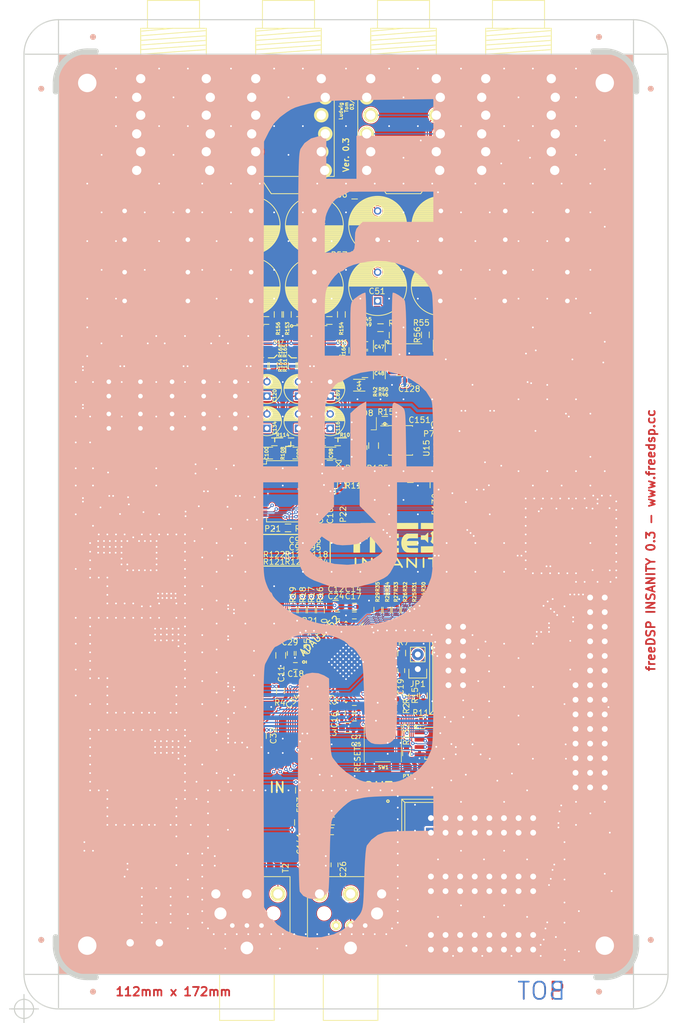
<source format=kicad_pcb>
(kicad_pcb (version 20171130) (host pcbnew "(5.1.4-0)")
  (title_block (title "freeDSP INSANITY") (date 2018-03-06) (rev 0.3) (comment 4 www.freedsp.cc))
  (layers (0 F.Cu signal) (31 B.Cu signal) (35 F.Paste user) (36 B.SilkS user) (37 F.SilkS user) (38 B.Mask user) (39 F.Mask user) (44 Edge.Cuts user))
  (net 0 "")
  (net 1 "Net-(C1-Pad1)")
  (net 2 GND)
  (net 3 "Net-(C4-Pad1)")
  (net 4 +3V3)
  (net 5 "Net-(C5-Pad2)")
  (net 6 "Net-(C28-Pad1)")
  (net 7 +5V)
  (net 8 +1V2)
  (net 9 +3.3VADC)
  (net 10 "Net-(C38-Pad1)")
  (net 11 "Net-(C43-Pad1)")
  (net 12 "Net-(C44-Pad1)")
  (net 13 "Net-(C45-Pad1)")
  (net 14 "Net-(C46-Pad1)")
  (net 15 "Net-(C47-Pad1)")
  (net 16 "Net-(C47-Pad2)")
  (net 17 "Net-(C48-Pad1)")
  (net 18 "Net-(C48-Pad2)")
  (net 19 "Net-(C49-Pad1)")
  (net 20 "Net-(C49-Pad2)")
  (net 21 "Net-(C50-Pad1)")
  (net 22 "Net-(C50-Pad2)")
  (net 23 "Net-(C51-Pad1)")
  (net 24 DAC1_OUT)
  (net 25 "Net-(C53-Pad1)")
  (net 26 DAC2_OUT)
  (net 27 "Net-(C54-Pad1)")
  (net 28 DAC4_OUT)
  (net 29 "Net-(C55-Pad1)")
  (net 30 "Net-(C56-Pad1)")
  (net 31 "Net-(C57-Pad1)")
  (net 32 "Net-(C58-Pad1)")
  (net 33 "Net-(C59-Pad1)")
  (net 34 "Net-(C59-Pad2)")
  (net 35 "Net-(C60-Pad1)")
  (net 36 "Net-(C60-Pad2)")
  (net 37 "Net-(C61-Pad1)")
  (net 38 "Net-(C61-Pad2)")
  (net 39 "Net-(C62-Pad1)")
  (net 40 "Net-(C62-Pad2)")
  (net 41 "Net-(C64-Pad1)")
  (net 42 DAC3_OUT)
  (net 43 "Net-(C68-Pad1)")
  (net 44 "Net-(C70-Pad1)")
  (net 45 "Net-(C75-Pad1)")
  (net 46 "Net-(C79-Pad1)")
  (net 47 "Net-(C79-Pad2)")
  (net 48 "Net-(C80-Pad1)")
  (net 49 "Net-(C80-Pad2)")
  (net 50 "Net-(C81-Pad1)")
  (net 51 "Net-(C81-Pad2)")
  (net 52 "Net-(C82-Pad1)")
  (net 53 "Net-(C82-Pad2)")
  (net 54 "Net-(C87-Pad1)")
  (net 55 "Net-(C89-Pad1)")
  (net 56 "Net-(C94-Pad1)")
  (net 57 "Net-(C98-Pad1)")
  (net 58 "Net-(C98-Pad2)")
  (net 59 "Net-(C99-Pad1)")
  (net 60 "Net-(C99-Pad2)")
  (net 61 "Net-(C100-Pad1)")
  (net 62 "Net-(C100-Pad2)")
  (net 63 "Net-(C101-Pad1)")
  (net 64 "Net-(C101-Pad2)")
  (net 65 "Net-(C105-Pad1)")
  (net 66 SPDIF_IN)
  (net 67 "Net-(C108-Pad1)")
  (net 68 DAC5_OUT)
  (net 69 "Net-(C110-Pad1)")
  (net 70 DAC6_OUT)
  (net 71 "Net-(C112-Pad1)")
  (net 72 DAC7_OUT)
  (net 73 "Net-(C114-Pad1)")
  (net 74 DAC8_OUT)
  (net 75 "Net-(D3-Pad2)")
  (net 76 "Net-(D4-Pad2)")
  (net 77 "Net-(JP1-Pad2)")
  (net 78 "Net-(P2-Pad1)")
  (net 79 "Net-(P2-Pad3)")
  (net 80 MISO/SDA)
  (net 81 "Net-(P2-Pad6)")
  (net 82 SCLK/SCL)
  (net 83 MOSI/ADDR1)
  (net 84 SS/ADDR0)
  (net 85 "Net-(P4-Pad1)")
  (net 86 "Net-(P5-Pad1)")
  (net 87 "Net-(P6-Pad1)")
  (net 88 "Net-(P7-Pad1)")
  (net 89 "Net-(P14-Pad1)")
  (net 90 "Net-(P15-Pad1)")
  (net 91 "Net-(P21-Pad1)")
  (net 92 "Net-(P22-Pad1)")
  (net 93 SPDIF_OUT)
  (net 94 SDATA_IN2)
  (net 95 BCLK_IN2)
  (net 96 LRCLK_IN2/MP12)
  (net 97 SDATA_IN1)
  (net 98 BCLK_IN1)
  (net 99 LRCLK_IN1/MP11)
  (net 100 SDATA_IN0)
  (net 101 BCLK_IN0)
  (net 102 LRCLK_IN0/MP10)
  (net 103 MP7)
  (net 104 MP6)
  (net 105 SDATA_OUT2)
  (net 106 BCLK_OUT2)
  (net 107 LRCLK_OUT2/MP8)
  (net 108 SDATA_OUT1)
  (net 109 BCLK_OUT1)
  (net 110 LRCLK_OUT1/MP5)
  (net 111 SDATA_OUT0)
  (net 112 BCLK_OUT0)
  (net 113 LRCLK_OUT0/MP4)
  (net 114 AUXADC_0)
  (net 115 AUXADC_1)
  (net 116 AUXADC_2)
  (net 117 AUXADC_3)
  (net 118 AUXADC_4)
  (net 119 AUXADC_5)
  (net 120 "Net-(Q1-Pad1)")
  (net 121 ~RESET)
  (net 122 SS_M/MP0)
  (net 123 "Net-(R14-Pad2)")
  (net 124 "Net-(R16-Pad2)")
  (net 125 "Net-(R17-Pad2)")
  (net 126 "Net-(R18-Pad2)")
  (net 127 "Net-(R19-Pad2)")
  (net 128 "Net-(R20-Pad2)")
  (net 129 "Net-(R21-Pad2)")
  (net 130 BCLK_IN3)
  (net 131 "Net-(R22-Pad2)")
  (net 132 LRCLK_IN3/MP13)
  (net 133 "Net-(R23-Pad2)")
  (net 134 "Net-(R24-Pad2)")
  (net 135 "Net-(R25-Pad2)")
  (net 136 "Net-(R26-Pad2)")
  (net 137 "Net-(R27-Pad2)")
  (net 138 "Net-(R28-Pad2)")
  (net 139 "Net-(R29-Pad2)")
  (net 140 "Net-(R30-Pad2)")
  (net 141 "Net-(R31-Pad2)")
  (net 142 "Net-(R32-Pad2)")
  (net 143 LRCLK_OUT3/MP9)
  (net 144 "Net-(R33-Pad2)")
  (net 145 BCLK_OUT3)
  (net 146 "Net-(R34-Pad2)")
  (net 147 SDATA_OUT3)
  (net 148 "Net-(R35-Pad2)")
  (net 149 "Net-(R37-Pad2)")
  (net 150 DAC1)
  (net 151 DAC2)
  (net 152 DAC3)
  (net 153 DAC4)
  (net 154 DAC5)
  (net 155 DAC6)
  (net 156 DAC7)
  (net 157 DAC8)
  (net 158 "Net-(R94-Pad2)")
  (net 159 "Net-(R96-Pad2)")
  (net 160 "Net-(R100-Pad2)")
  (net 161 "Net-(R102-Pad2)")
  (net 162 "Net-(R117-Pad2)")
  (net 163 "Net-(R119-Pad2)")
  (net 164 "Net-(R121-Pad2)")
  (net 165 "Net-(R123-Pad2)")
  (net 166 "Net-(R125-Pad2)")
  (net 167 MOSI_M/MP1)
  (net 168 SCL_M/SCLK_M/MP2)
  (net 169 SDA_M/MISO_M/MP3)
  (net 170 SDATA_IN3)
  (net 171 VREF_DAC)
  (net 172 TDM_OUT)
  (net 173 "Net-(R128-Pad2)")
  (net 174 "Net-(R129-Pad2)")
  (net 175 "Net-(C71-Pad1)")
  (net 176 "Net-(C73-Pad1)")
  (net 177 "Net-(C90-Pad1)")
  (net 178 "Net-(C92-Pad1)")
  (net 179 "Net-(C116-Pad1)")
  (net 180 "Net-(C118-Pad1)")
  (net 181 "Net-(C120-Pad1)")
  (net 182 "Net-(C122-Pad1)")
  (net 183 "Net-(D1-Pad1)")
  (net 184 "Net-(C138-Pad1)")
  (net 185 "Net-(C139-Pad1)")
  (net 186 MCLK)
  (net 187 "Net-(P31-Pad1)")
  (net 188 VIN)
  (net 189 "Net-(C6-Pad1)")
  (net 190 "Net-(C6-Pad2)")
  (net 191 "Net-(C7-Pad1)")
  (net 192 "Net-(C7-Pad2)")
  (net 193 "Net-(C15-Pad1)")
  (net 194 "Net-(C21-Pad2)")
  (net 195 "Net-(C26-Pad1)")
  (net 196 "Net-(C26-Pad2)")
  (net 197 "Net-(C30-Pad1)")
  (net 198 "Net-(C30-Pad2)")
  (net 199 "Net-(C31-Pad1)")
  (net 200 "Net-(C33-Pad1)")
  (net 201 ADC1-)
  (net 202 ADC4+)
  (net 203 ADC3+)
  (net 204 ADC2+)
  (net 205 ADC1+)
  (net 206 ADC2-)
  (net 207 ADC6-)
  (net 208 ADC4-)
  (net 209 ADC3-)
  (net 210 ADC6+)
  (net 211 ADC5+)
  (net 212 ADC8-)
  (net 213 ADC7-)
  (net 214 "Net-(C132-Pad1)")
  (net 215 ADC5-)
  (net 216 "Net-(C134-Pad1)")
  (net 217 ADC8+)
  (net 218 "Net-(C136-Pad1)")
  (net 219 ADC7+)
  (net 220 IN1)
  (net 221 "Net-(C145-Pad2)")
  (net 222 IN2)
  (net 223 "Net-(C146-Pad2)")
  (net 224 IN3)
  (net 225 "Net-(C147-Pad2)")
  (net 226 IN4)
  (net 227 "Net-(C148-Pad2)")
  (net 228 "Net-(C149-Pad1)")
  (net 229 IN5)
  (net 230 "Net-(C152-Pad2)")
  (net 231 IN6)
  (net 232 "Net-(C153-Pad2)")
  (net 233 IN7)
  (net 234 "Net-(C154-Pad2)")
  (net 235 IN8)
  (net 236 "Net-(C155-Pad2)")
  (net 237 "Net-(P9-Pad5)")
  (net 238 MCLK_OUT0)
  (net 239 "Net-(P11-Pad5)")
  (net 240 MCLK_OUT1)
  (net 241 MCLK_OUT2)
  (net 242 "Net-(R6-Pad1)")
  (net 243 "Net-(R81-Pad1)")
  (net 244 "Net-(R84-Pad2)")
  (net 245 "Net-(R111-Pad2)")
  (net 246 MCLK_PLL_FBK)
  (net 247 "Net-(R133-Pad2)")
  (net 248 "Net-(R135-Pad2)")
  (net 249 "Net-(R136-Pad2)")
  (net 250 "Net-(R137-Pad2)")
  (net 251 "Net-(R138-Pad2)")
  (net 252 "Net-(R143-Pad2)")
  (net 253 "Net-(R144-Pad2)")
  (net 254 "Net-(R145-Pad2)")
  (net 255 "Net-(R146-Pad2)")
  (net 256 "Net-(R152-Pad2)")
  (net 257 "Net-(R153-Pad2)")
  (net 258 "Net-(R154-Pad2)")
  (net 259 "Net-(R155-Pad2)")
  (net 260 "Net-(R156-Pad2)")
  (net 261 "Net-(R161-Pad2)")
  (net 262 "Net-(R162-Pad2)")
  (net 263 "Net-(R163-Pad2)")
  (net 264 "Net-(R164-Pad2)")
  (net 265 "Net-(R170-Pad1)")
  (net 266 MCLK_DAC)
  (net 267 MCLK_ADC0)
  (net 268 REFCLK)
  (net 269 MCLK_ADC1)
  (net 270 VREF_ADC)
  (net 271 "Net-(D8-Pad3)")
  (net 272 "Net-(T1-Pad2)")
  (net 273 "Net-(T1-Pad5)")
  (net 274 "Net-(T2-Pad2)")
  (net 275 "Net-(T2-Pad5)")
  (net 276 "Net-(U7-Pad18)")
  (net 277 "Net-(U12-Pad17)")
  (net 278 "Net-(R39-Pad2)")
  (net 279 "Net-(R40-Pad2)")
  (net 280 "Net-(R98-Pad1)")
  (net 281 "Net-(R130-Pad2)")
  (net 282 "Net-(R131-Pad2)")
  (net 283 "Net-(C156-Pad1)")
  (net 284 "Net-(P33-Pad1)")
  (module fdsp_capacitor:C_0805 (layer F.Cu) (at 126.55 95.25 90)
    (fp_text reference C37 (at -3.25 -0.05 90) (layer F.SilkS))
    (fp_text value 10u)
    (pad 1 smd rect (at -1 0 90) (size 1 1.25) (layers F.Cu F.Paste F.Mask) (net 4 +3V3))
    (pad 2 smd rect (at 1 0 90) (size 1 1.25) (layers F.Cu F.Paste F.Mask) (net 2 GND))
  )
  (module fdsp_capacitor:C_0805 (layer F.Cu) (at 133.25 88.05 270)
    (fp_text reference C38 (at 3.2 0 270) (layer F.SilkS))
    (fp_text value 10u)
    (pad 1 smd rect (at -1 0 270) (size 1 1.25) (layers F.Cu F.Paste F.Mask) (net 10 "Net-(C38-Pad1)"))
    (pad 2 smd rect (at 1 0 270) (size 1 1.25) (layers F.Cu F.Paste F.Mask) (net 2 GND))
  )
  (module fdsp_capacitor:C_0603 (layer F.Cu) (at 124.1 95.7)
    (fp_text reference C39 (at -0.85 2.8) (layer F.SilkS))
    (fp_text value 1u)
    (pad 1 smd rect (at -0.75 0) (size 0.8 0.75) (layers F.Cu F.Paste F.Mask) (net 4 +3V3))
    (pad 2 smd rect (at 0.75 0) (size 0.8 0.75) (layers F.Cu F.Paste F.Mask) (net 2 GND))
  )
  (module fdsp_capacitor:C_0603 (layer F.Cu) (at 120 82.8 180)
    (fp_text reference C40 (at 2.9 0 180) (layer F.SilkS))
    (fp_text value 1u)
    (pad 1 smd rect (at -0.75 0 180) (size 0.8 0.75) (layers F.Cu F.Paste F.Mask) (net 7 +5V))
    (pad 2 smd rect (at 0.75 0 180) (size 0.8 0.75) (layers F.Cu F.Paste F.Mask) (net 2 GND))
  )
  (module fdsp_capacitor:C_0603 (layer F.Cu) (at 125.1 82.8 180)
    (fp_text reference C41 (at -2.9 0 180) (layer F.SilkS))
    (fp_text value 1u)
    (pad 1 smd rect (at -0.75 0 180) (size 0.8 0.75) (layers F.Cu F.Paste F.Mask) (net 7 +5V))
    (pad 2 smd rect (at 0.75 0 180) (size 0.8 0.75) (layers F.Cu F.Paste F.Mask) (net 2 GND))
  )
  (module fdsp_capacitor:C_0805 (layer F.Cu) (at 119.7 81 180)
    (fp_text reference C42 (at -2.5 0 270) (layer F.SilkS))
    (fp_text value 10u)
    (pad 1 smd rect (at -1 0 180) (size 1 1.25) (layers F.Cu F.Paste F.Mask) (net 7 +5V))
    (pad 2 smd rect (at 1 0 180) (size 1 1.25) (layers F.Cu F.Paste F.Mask) (net 2 GND))
  )
  (module fdsp_capacitor:C_1206 (layer F.Cu) (at 102.3 68.7 180)
    (fp_text reference C43 (at -0.1 0 270) (layer F.SilkS) (effects (font (size 0.6 0.6))))
    (fp_text value 4700p)
    (pad 1 smd rect (at -1.5 0 180) (size 1 1.6) (layers F.Cu F.Paste F.Mask) (net 11 "Net-(C43-Pad1)"))
    (pad 2 smd rect (at 1.5 0 180) (size 1 1.6) (layers F.Cu F.Paste F.Mask) (net 2 GND))
  )
  (module fdsp_capacitor:C_1206 (layer F.Cu) (at 102.3 77.55 180)
    (fp_text reference C44 (at 0 -0.05 270) (layer F.SilkS) (effects (font (size 0.6 0.6))))
    (fp_text value 4700p)
    (pad 1 smd rect (at -1.5 0 180) (size 1 1.6) (layers F.Cu F.Paste F.Mask) (net 12 "Net-(C44-Pad1)"))
    (pad 2 smd rect (at 1.5 0 180) (size 1 1.6) (layers F.Cu F.Paste F.Mask) (net 2 GND))
  )
  (module fdsp_capacitor:C_1206 (layer F.Cu) (at 119.7 77.5)
    (fp_text reference C45 (at 0 0.1 90) (layer F.SilkS) (effects (font (size 0.6 0.6))))
    (fp_text value 4700p)
    (pad 1 smd rect (at -1.5 0) (size 1 1.6) (layers F.Cu F.Paste F.Mask) (net 13 "Net-(C45-Pad1)"))
    (pad 2 smd rect (at 1.5 0) (size 1 1.6) (layers F.Cu F.Paste F.Mask) (net 2 GND))
  )
  (module fdsp_capacitor:C_1206 (layer F.Cu) (at 119.7 68.6)
    (fp_text reference C46 (at 0 0 90) (layer F.SilkS) (effects (font (size 0.6 0.6))))
    (fp_text value 4700p)
    (pad 1 smd rect (at -1.5 0) (size 1 1.6) (layers F.Cu F.Paste F.Mask) (net 14 "Net-(C46-Pad1)"))
    (pad 2 smd rect (at 1.5 0) (size 1 1.6) (layers F.Cu F.Paste F.Mask) (net 2 GND))
  )
  (module fdsp_capacitor:C_1206 (layer F.Cu) (at 105.8 70.75 270)
    (fp_text reference C47 (at 0.15 0) (layer F.SilkS) (effects (font (size 0.6 0.6))))
    (fp_text value 470p)
    (pad 1 smd rect (at -1.5 0 270) (size 1 1.6) (layers F.Cu F.Paste F.Mask) (net 15 "Net-(C47-Pad1)"))
    (pad 2 smd rect (at 1.5 0 270) (size 1 1.6) (layers F.Cu F.Paste F.Mask) (net 16 "Net-(C47-Pad2)"))
  )
  (module fdsp_capacitor:C_Radial_D10_L16_P5 (layer F.Cu) (at 105.5 62.9 90)
    (fp_text reference C51 (at 1.7 -0.1 180) (layer F.SilkS))
    (fp_text value 10u)
    (pad 1 thru_hole rect (at 0 0 90) (size 1.3 1.3) (drill 0.8) (layers *.Cu *.Mask) (net 23 "Net-(C51-Pad1)"))
    (pad 2 thru_hole circle (at 5 0 90) (size 1.3 1.3) (drill 0.8) (layers *.Cu *.Mask) (net 24 DAC1_OUT))
  )
  (module fdsp_capacitor:C_Radial_D10_L16_P5 (layer F.Cu) (at 105.5 52.25 90)
    (fp_text reference C53 (at 1.65 -0.1 180) (layer F.SilkS))
    (fp_text value 10u)
    (pad 1 thru_hole rect (at 0 0 90) (size 1.3 1.3) (drill 0.8) (layers *.Cu *.Mask) (net 25 "Net-(C53-Pad1)"))
    (pad 2 thru_hole circle (at 5 0 90) (size 1.3 1.3) (drill 0.8) (layers *.Cu *.Mask) (net 26 DAC2_OUT))
  )
  (module fdsp_capacitor:C_Radial_D10_L16_P5 (layer F.Cu) (at 116.5 52.25 90)
    (fp_text reference C54 (at 1.65 -0.1 180) (layer F.SilkS))
    (fp_text value 10u)
    (pad 1 thru_hole rect (at 0 0 90) (size 1.3 1.3) (drill 0.8) (layers *.Cu *.Mask) (net 27 "Net-(C54-Pad1)"))
    (pad 2 thru_hole circle (at 5 0 90) (size 1.3 1.3) (drill 0.8) (layers *.Cu *.Mask) (net 28 DAC4_OUT))
  )
  (module fdsp_capacitor:C_1206 (layer F.Cu) (at 124.3 68.6 180)
    (fp_text reference C55 (at 0 0 270) (layer F.SilkS) (effects (font (size 0.6 0.6))))
    (fp_text value 4700p)
    (pad 1 smd rect (at -1.5 0 180) (size 1 1.6) (layers F.Cu F.Paste F.Mask) (net 29 "Net-(C55-Pad1)"))
    (pad 2 smd rect (at 1.5 0 180) (size 1 1.6) (layers F.Cu F.Paste F.Mask) (net 2 GND))
  )
  (module fdsp_capacitor:C_1206 (layer F.Cu) (at 124.3 77.5 180)
    (fp_text reference C56 (at -0.1 -0.1 270) (layer F.SilkS) (effects (font (size 0.6 0.6))))
    (fp_text value 4700p)
    (pad 1 smd rect (at -1.5 0 180) (size 1 1.6) (layers F.Cu F.Paste F.Mask) (net 30 "Net-(C56-Pad1)"))
    (pad 2 smd rect (at 1.5 0 180) (size 1 1.6) (layers F.Cu F.Paste F.Mask) (net 2 GND))
  )
  (module fdsp_capacitor:C_1206 (layer F.Cu) (at 141.7 77.5)
    (fp_text reference C57 (at 0.1 0.1 90) (layer F.SilkS) (effects (font (size 0.6 0.6))))
    (fp_text value 4700p)
    (pad 1 smd rect (at -1.5 0) (size 1 1.6) (layers F.Cu F.Paste F.Mask) (net 31 "Net-(C57-Pad1)"))
    (pad 2 smd rect (at 1.5 0) (size 1 1.6) (layers F.Cu F.Paste F.Mask) (net 2 GND))
  )
  (module fdsp_capacitor:C_1206 (layer F.Cu) (at 141.7 68.6)
    (fp_text reference C58 (at 0.1 0 90) (layer F.SilkS) (effects (font (size 0.6 0.6))))
    (fp_text value 4700p)
    (pad 1 smd rect (at -1.5 0) (size 1 1.6) (layers F.Cu F.Paste F.Mask) (net 32 "Net-(C58-Pad1)"))
    (pad 2 smd rect (at 1.5 0) (size 1 1.6) (layers F.Cu F.Paste F.Mask) (net 2 GND))
  )
  (module fdsp_capacitor:C_1206 (layer F.Cu) (at 127.8 70.7 270)
    (fp_text reference C59 (at 0.1 0) (layer F.SilkS) (effects (font (size 0.6 0.6))))
    (fp_text value 470p)
    (pad 1 smd rect (at -1.5 0 270) (size 1 1.6) (layers F.Cu F.Paste F.Mask) (net 33 "Net-(C59-Pad1)"))
    (pad 2 smd rect (at 1.5 0 270) (size 1 1.6) (layers F.Cu F.Paste F.Mask) (net 34 "Net-(C59-Pad2)"))
  )
  (module fdsp_capacitor:C_1206 (layer F.Cu) (at 127.8 75.4 90)
    (fp_text reference C60 (at 0 0 180) (layer F.SilkS) (effects (font (size 0.6 0.6))))
    (fp_text value 470p)
    (pad 1 smd rect (at -1.5 0 90) (size 1 1.6) (layers F.Cu F.Paste F.Mask) (net 35 "Net-(C60-Pad1)"))
    (pad 2 smd rect (at 1.5 0 90) (size 1 1.6) (layers F.Cu F.Paste F.Mask) (net 36 "Net-(C60-Pad2)"))
  )
  (module fdsp_capacitor:C_1206 (layer F.Cu) (at 138.2 75.4 90)
    (fp_text reference C61 (at 0 0 180) (layer F.SilkS) (effects (font (size 0.6 0.6))))
    (fp_text value 470p)
    (pad 1 smd rect (at -1.5 0 90) (size 1 1.6) (layers F.Cu F.Paste F.Mask) (net 37 "Net-(C61-Pad1)"))
    (pad 2 smd rect (at 1.5 0 90) (size 1 1.6) (layers F.Cu F.Paste F.Mask) (net 38 "Net-(C61-Pad2)"))
  )
  (module fdsp_capacitor:C_1206 (layer F.Cu) (at 138.2 70.7 270)
    (fp_text reference C62 (at 0.1 0) (layer F.SilkS) (effects (font (size 0.6 0.6))))
    (fp_text value 470p)
    (pad 1 smd rect (at -1.5 0 270) (size 1 1.6) (layers F.Cu F.Paste F.Mask) (net 39 "Net-(C62-Pad1)"))
    (pad 2 smd rect (at 1.5 0 270) (size 1 1.6) (layers F.Cu F.Paste F.Mask) (net 40 "Net-(C62-Pad2)"))
  )
  (module fdsp_capacitor:C_Radial_D10_L16_P5 (layer F.Cu) (at 116.4 62.9 90)
    (fp_text reference C64 (at 1.7 0 180) (layer F.SilkS))
    (fp_text value 10u)
    (pad 1 thru_hole rect (at 0 0 90) (size 1.3 1.3) (drill 0.8) (layers *.Cu *.Mask) (net 41 "Net-(C64-Pad1)"))
    (pad 2 thru_hole circle (at 5 0 90) (size 1.3 1.3) (drill 0.8) (layers *.Cu *.Mask) (net 42 DAC3_OUT))
  )
  (module fdsp_capacitor:C_Radial_D5_L11_P2.5 (layer F.Cu) (at 64.25 85.05 90)
    (fp_text reference C68 (at 0.25 1.35 90) (layer F.SilkS) (effects (font (size 0.6 0.6))))
    (fp_text value 10u)
    (pad 1 thru_hole rect (at 0 0 90) (size 1.3 1.3) (drill 0.8) (layers *.Cu *.Mask) (net 43 "Net-(C68-Pad1)"))
    (pad 2 thru_hole circle (at 2.5 0 90) (size 1.3 1.3) (drill 0.8) (layers *.Cu *.Mask) (net 202 ADC4+))
  )
  (module fdsp_capacitor:C_Radial_D5_L11_P2.5 (layer F.Cu) (at 58.75 85.05 90)
    (fp_text reference C70 (at 0.25 1.45 90) (layer F.SilkS) (effects (font (size 0.6 0.6))))
    (fp_text value 10u)
    (pad 1 thru_hole rect (at 0 0 90) (size 1.3 1.3) (drill 0.8) (layers *.Cu *.Mask) (net 44 "Net-(C70-Pad1)"))
    (pad 2 thru_hole circle (at 2.5 0 90) (size 1.3 1.3) (drill 0.8) (layers *.Cu *.Mask) (net 203 ADC3+))
  )
  (module fdsp_capacitor:C_Radial_D5_L11_P2.5 (layer F.Cu) (at 75.25 85.05 90)
    (fp_text reference C71 (at 0.25 1.35 90) (layer F.SilkS) (effects (font (size 0.6 0.6))))
    (fp_text value 10u)
    (pad 1 thru_hole rect (at 0 0 90) (size 1.3 1.3) (drill 0.8) (layers *.Cu *.Mask) (net 175 "Net-(C71-Pad1)"))
    (pad 2 thru_hole circle (at 2.5 0 90) (size 1.3 1.3) (drill 0.8) (layers *.Cu *.Mask) (net 204 ADC2+))
  )
  (module fdsp_capacitor:C_0603 (layer F.Cu) (at 72.5 73.55)
    (fp_text reference C72 (at 0 1.45) (layer F.SilkS))
    (fp_text value 100n)
    (pad 1 smd rect (at -0.75 0) (size 0.8 0.75) (layers F.Cu F.Paste F.Mask) (net 7 +5V))
    (pad 2 smd rect (at 0.75 0) (size 0.8 0.75) (layers F.Cu F.Paste F.Mask) (net 2 GND))
  )
  (module fdsp_capacitor:C_Radial_D5_L11_P2.5 (layer F.Cu) (at 69.75 85.05 90)
    (fp_text reference C73 (at 0.25 1.45 90) (layer F.SilkS) (effects (font (size 0.6 0.6))))
    (fp_text value 10u)
    (pad 1 thru_hole rect (at 0 0 90) (size 1.3 1.3) (drill 0.8) (layers *.Cu *.Mask) (net 176 "Net-(C73-Pad1)"))
    (pad 2 thru_hole circle (at 2.5 0 90) (size 1.3 1.3) (drill 0.8) (layers *.Cu *.Mask) (net 205 ADC1+))
  )
  (module fdsp_capacitor:C_0603 (layer F.Cu) (at 83.5 73.55)
    (fp_text reference C74 (at 0 1.45) (layer F.SilkS))
    (fp_text value 100n)
    (pad 1 smd rect (at -0.75 0) (size 0.8 0.75) (layers F.Cu F.Paste F.Mask) (net 7 +5V))
    (pad 2 smd rect (at 0.75 0) (size 0.8 0.75) (layers F.Cu F.Paste F.Mask) (net 2 GND))
  )
  (module fdsp_capacitor:C_0603 (layer F.Cu) (at 59.4 93.5 90)
    (fp_text reference C75 (at 0.5 -2.9 90) (layer F.SilkS))
    (fp_text value 1u)
    (pad 1 smd rect (at -0.75 0 90) (size 0.8 0.75) (layers F.Cu F.Paste F.Mask) (net 45 "Net-(C75-Pad1)"))
    (pad 2 smd rect (at 0.75 0 90) (size 0.8 0.75) (layers F.Cu F.Paste F.Mask) (net 2 GND))
  )
  (module fdsp_capacitor:C_0603 (layer F.Cu) (at 60.9 93.5 90)
    (fp_text reference C77 (at 0.5 -2.9 90) (layer F.SilkS))
    (fp_text value 100n)
    (pad 1 smd rect (at -0.75 0 90) (size 0.8 0.75) (layers F.Cu F.Paste F.Mask) (net 45 "Net-(C75-Pad1)"))
    (pad 2 smd rect (at 0.75 0 90) (size 0.8 0.75) (layers F.Cu F.Paste F.Mask) (net 2 GND))
  )
  (module fdsp_capacitor:C_0805 (layer F.Cu) (at 59.1 96.8 90)
    (fp_text reference C78 (at 0.8 -3.1 90) (layer F.SilkS))
    (fp_text value 10u)
    (pad 1 smd rect (at -1 0 90) (size 1 1.25) (layers F.Cu F.Paste F.Mask) (net 7 +5V))
    (pad 2 smd rect (at 1 0 90) (size 1 1.25) (layers F.Cu F.Paste F.Mask) (net 2 GND))
  )
  (module fdsp_capacitor:C_1206 (layer F.Cu) (at 75.25 89.35 180)
    (fp_text reference C79 (at -0.15 -0.05 270) (layer F.SilkS) (effects (font (size 0.6 0.6))))
    (fp_text value 1.5n)
    (pad 1 smd rect (at -1.5 0 180) (size 1 1.6) (layers F.Cu F.Paste F.Mask) (net 46 "Net-(C79-Pad1)"))
    (pad 2 smd rect (at 1.5 0 180) (size 1 1.6) (layers F.Cu F.Paste F.Mask) (net 47 "Net-(C79-Pad2)"))
  )
  (module fdsp_capacitor:C_1206 (layer F.Cu) (at 69.75 89.35)
    (fp_text reference C80 (at 0.05 0.05 90) (layer F.SilkS) (effects (font (size 0.6 0.6))))
    (fp_text value 1.5n)
    (pad 1 smd rect (at -1.5 0) (size 1 1.6) (layers F.Cu F.Paste F.Mask) (net 48 "Net-(C80-Pad1)"))
    (pad 2 smd rect (at 1.5 0) (size 1 1.6) (layers F.Cu F.Paste F.Mask) (net 49 "Net-(C80-Pad2)"))
  )
  (module fdsp_capacitor:C_1206 (layer F.Cu) (at 64.25 89.35)
    (fp_text reference C81 (at -0.05 0.05 90) (layer F.SilkS) (effects (font (size 0.6 0.6))))
    (fp_text value 1.5n)
    (pad 1 smd rect (at -1.5 0) (size 1 1.6) (layers F.Cu F.Paste F.Mask) (net 50 "Net-(C81-Pad1)"))
    (pad 2 smd rect (at 1.5 0) (size 1 1.6) (layers F.Cu F.Paste F.Mask) (net 51 "Net-(C81-Pad2)"))
  )
  (module fdsp_capacitor:C_1206 (layer F.Cu) (at 58.7 89.35 180)
    (fp_text reference C82 (at -0.1 -0.05 270) (layer F.SilkS) (effects (font (size 0.6 0.6))))
    (fp_text value 1.5n)
    (pad 1 smd rect (at -1.5 0 180) (size 1 1.6) (layers F.Cu F.Paste F.Mask) (net 52 "Net-(C82-Pad1)"))
    (pad 2 smd rect (at 1.5 0 180) (size 1 1.6) (layers F.Cu F.Paste F.Mask) (net 53 "Net-(C82-Pad2)"))
  )
  (module fdsp_capacitor:C_0805 (layer F.Cu) (at 75.3 96 90)
    (fp_text reference C83 (at -12.25 5.45 180) (layer F.SilkS))
    (fp_text value 10u)
    (pad 1 smd rect (at -1 0 90) (size 1 1.25) (layers F.Cu F.Paste F.Mask) (net 7 +5V))
    (pad 2 smd rect (at 1 0 90) (size 1 1.25) (layers F.Cu F.Paste F.Mask) (net 2 GND))
  )
  (module fdsp_capacitor:C_0603 (layer F.Cu) (at 73.5 96.3 90)
    (fp_text reference C84 (at -11.95 4.5 180) (layer F.SilkS))
    (fp_text value 100n)
    (pad 1 smd rect (at -0.75 0 90) (size 0.8 0.75) (layers F.Cu F.Paste F.Mask) (net 7 +5V))
    (pad 2 smd rect (at 0.75 0 90) (size 0.8 0.75) (layers F.Cu F.Paste F.Mask) (net 2 GND))
  )
  (module fdsp_capacitor:C_Radial_D5_L11_P2.5 (layer F.Cu) (at 75.25 79.45 90)
    (fp_text reference C87 (at 0.25 1.35 90) (layer F.SilkS) (effects (font (size 0.6 0.6))))
    (fp_text value 10u)
    (pad 1 thru_hole rect (at 0 0 90) (size 1.3 1.3) (drill 0.8) (layers *.Cu *.Mask) (net 54 "Net-(C87-Pad1)"))
    (pad 2 thru_hole circle (at 2.5 0 90) (size 1.3 1.3) (drill 0.8) (layers *.Cu *.Mask) (net 206 ADC2-))
  )
  (module fdsp_capacitor:C_Radial_D5_L11_P2.5 (layer F.Cu) (at 97.25 79.45 90)
    (fp_text reference C89 (at 0.25 1.35 90) (layer F.SilkS) (effects (font (size 0.6 0.6))))
    (fp_text value 10u)
    (pad 1 thru_hole rect (at 0 0 90) (size 1.3 1.3) (drill 0.8) (layers *.Cu *.Mask) (net 55 "Net-(C89-Pad1)"))
    (pad 2 thru_hole circle (at 2.5 0 90) (size 1.3 1.3) (drill 0.8) (layers *.Cu *.Mask) (net 207 ADC6-))
  )
  (module fdsp_capacitor:C_Radial_D5_L11_P2.5 (layer F.Cu) (at 64.25 79.45 90)
    (fp_text reference C90 (at 0.25 1.35 90) (layer F.SilkS) (effects (font (size 0.6 0.6))))
    (fp_text value 10u)
    (pad 1 thru_hole rect (at 0 0 90) (size 1.3 1.3) (drill 0.8) (layers *.Cu *.Mask) (net 177 "Net-(C90-Pad1)"))
    (pad 2 thru_hole circle (at 2.5 0 90) (size 1.3 1.3) (drill 0.8) (layers *.Cu *.Mask) (net 208 ADC4-))
  )
  (module fdsp_capacitor:C_Radial_D5_L11_P2.5 (layer F.Cu) (at 58.75 79.45 90)
    (fp_text reference C92 (at 0.25 1.45 90) (layer F.SilkS) (effects (font (size 0.6 0.6))))
    (fp_text value 10u)
    (pad 1 thru_hole rect (at 0 0 90) (size 1.3 1.3) (drill 0.8) (layers *.Cu *.Mask) (net 178 "Net-(C92-Pad1)"))
    (pad 2 thru_hole circle (at 2.5 0 90) (size 1.3 1.3) (drill 0.8) (layers *.Cu *.Mask) (net 209 ADC3-))
  )
  (module fdsp_capacitor:C_0603 (layer F.Cu) (at 81.5 93.5 90)
    (fp_text reference C94 (at -11 10) (layer F.SilkS))
    (fp_text value 1u)
    (pad 1 smd rect (at -0.75 0 90) (size 0.8 0.75) (layers F.Cu F.Paste F.Mask) (net 56 "Net-(C94-Pad1)"))
    (pad 2 smd rect (at 0.75 0 90) (size 0.8 0.75) (layers F.Cu F.Paste F.Mask) (net 2 GND))
  )
  (module fdsp_capacitor:C_1206 (layer F.Cu) (at 97.25 89.35 180)
    (fp_text reference C98 (at -0.15 -0.05 270) (layer F.SilkS) (effects (font (size 0.6 0.6))))
    (fp_text value 1.5n)
    (pad 1 smd rect (at -1.5 0 180) (size 1 1.6) (layers F.Cu F.Paste F.Mask) (net 57 "Net-(C98-Pad1)"))
    (pad 2 smd rect (at 1.5 0 180) (size 1 1.6) (layers F.Cu F.Paste F.Mask) (net 58 "Net-(C98-Pad2)"))
  )
  (module fdsp_capacitor:C_1206 (layer F.Cu) (at 91.75 89.35)
    (fp_text reference C99 (at 0.05 0.05 90) (layer F.SilkS) (effects (font (size 0.6 0.6))))
    (fp_text value 1.5n)
    (pad 1 smd rect (at -1.5 0) (size 1 1.6) (layers F.Cu F.Paste F.Mask) (net 59 "Net-(C99-Pad1)"))
    (pad 2 smd rect (at 1.5 0) (size 1 1.6) (layers F.Cu F.Paste F.Mask) (net 60 "Net-(C99-Pad2)"))
  )
  (module fdsp_capacitor:C_1206 (layer F.Cu) (at 86.25 89.35)
    (fp_text reference C100 (at -0.05 0.05 90) (layer F.SilkS) (effects (font (size 0.6 0.6))))
    (fp_text value 1.5n)
    (pad 1 smd rect (at -1.5 0) (size 1 1.6) (layers F.Cu F.Paste F.Mask) (net 61 "Net-(C100-Pad1)"))
    (pad 2 smd rect (at 1.5 0) (size 1 1.6) (layers F.Cu F.Paste F.Mask) (net 62 "Net-(C100-Pad2)"))
  )
  (module fdsp_capacitor:C_1206 (layer F.Cu) (at 80.75 89.35 180)
    (fp_text reference C101 (at -0.05 -0.05 270) (layer F.SilkS) (effects (font (size 0.6 0.6))))
    (fp_text value 1.5n)
    (pad 1 smd rect (at -1.5 0 180) (size 1 1.6) (layers F.Cu F.Paste F.Mask) (net 63 "Net-(C101-Pad1)"))
    (pad 2 smd rect (at 1.5 0 180) (size 1 1.6) (layers F.Cu F.Paste F.Mask) (net 64 "Net-(C101-Pad2)"))
  )
  (module fdsp_capacitor:C_0805 (layer F.Cu) (at 97.3 96 90)
    (fp_text reference C102 (at -3.75 -0.05 90) (layer F.SilkS))
    (fp_text value 10u)
    (pad 1 smd rect (at -1 0 90) (size 1 1.25) (layers F.Cu F.Paste F.Mask) (net 7 +5V))
    (pad 2 smd rect (at 1 0 90) (size 1 1.25) (layers F.Cu F.Paste F.Mask) (net 2 GND))
  )
  (module fdsp_capacitor:C_0603 (layer F.Cu) (at 95.5 96.3 90)
    (fp_text reference C103 (at -3.45 0 90) (layer F.SilkS))
    (fp_text value 100n)
    (pad 1 smd rect (at -0.75 0 90) (size 0.8 0.75) (layers F.Cu F.Paste F.Mask) (net 7 +5V))
    (pad 2 smd rect (at 0.75 0 90) (size 0.8 0.75) (layers F.Cu F.Paste F.Mask) (net 2 GND))
  )
  (module fdsp_capacitor:C_Radial_D10_L16_P5 (layer F.Cu) (at 127.6 62.9 90)
    (fp_text reference C108 (at 1.7 0 180) (layer F.SilkS))
    (fp_text value 10u)
    (pad 1 thru_hole rect (at 0 0 90) (size 1.3 1.3) (drill 0.8) (layers *.Cu *.Mask) (net 67 "Net-(C108-Pad1)"))
    (pad 2 thru_hole circle (at 5 0 90) (size 1.3 1.3) (drill 0.8) (layers *.Cu *.Mask) (net 68 DAC5_OUT))
  )
  (module fdsp_capacitor:C_Radial_D10_L16_P5 (layer F.Cu) (at 127.7 52.25 90)
    (fp_text reference C110 (at 1.65 -0.1 180) (layer F.SilkS))
    (fp_text value 10u)
    (pad 1 thru_hole rect (at 0 0 90) (size 1.3 1.3) (drill 0.8) (layers *.Cu *.Mask) (net 69 "Net-(C110-Pad1)"))
    (pad 2 thru_hole circle (at 5 0 90) (size 1.3 1.3) (drill 0.8) (layers *.Cu *.Mask) (net 70 DAC6_OUT))
  )
  (module fdsp_capacitor:C_Radial_D10_L16_P5 (layer F.Cu) (at 138.5 62.9 90)
    (fp_text reference C112 (at 1.7 0.1 180) (layer F.SilkS))
    (fp_text value 10u)
    (pad 1 thru_hole rect (at 0 0 90) (size 1.3 1.3) (drill 0.8) (layers *.Cu *.Mask) (net 71 "Net-(C112-Pad1)"))
    (pad 2 thru_hole circle (at 5 0 90) (size 1.3 1.3) (drill 0.8) (layers *.Cu *.Mask) (net 72 DAC7_OUT))
  )
  (module fdsp_capacitor:C_Radial_D10_L16_P5 (layer F.Cu) (at 138.5 52.25 90)
    (fp_text reference C114 (at 1.65 0.1 180) (layer F.SilkS))
    (fp_text value 10u)
    (pad 1 thru_hole rect (at 0 0 90) (size 1.3 1.3) (drill 0.8) (layers *.Cu *.Mask) (net 73 "Net-(C114-Pad1)"))
    (pad 2 thru_hole circle (at 5 0 90) (size 1.3 1.3) (drill 0.8) (layers *.Cu *.Mask) (net 74 DAC8_OUT))
  )
  (module fdsp_capacitor:C_Radial_D5_L11_P2.5 (layer F.Cu) (at 97.25 85.05 90)
    (fp_text reference C116 (at 0.05 1.35 270) (layer F.SilkS) (effects (font (size 0.6 0.6))))
    (fp_text value 10u)
    (pad 1 thru_hole rect (at 0 0 90) (size 1.3 1.3) (drill 0.8) (layers *.Cu *.Mask) (net 179 "Net-(C116-Pad1)"))
    (pad 2 thru_hole circle (at 2.5 0 90) (size 1.3 1.3) (drill 0.8) (layers *.Cu *.Mask) (net 210 ADC6+))
  )
  (module fdsp_capacitor:C_Radial_D5_L11_P2.5 (layer F.Cu) (at 91.75 85.05 90)
    (fp_text reference C118 (at 0.05 1.25 90) (layer F.SilkS) (effects (font (size 0.6 0.6))))
    (fp_text value 10u)
    (pad 1 thru_hole rect (at 0 0 90) (size 1.3 1.3) (drill 0.8) (layers *.Cu *.Mask) (net 180 "Net-(C118-Pad1)"))
    (pad 2 thru_hole circle (at 2.5 0 90) (size 1.3 1.3) (drill 0.8) (layers *.Cu *.Mask) (net 211 ADC5+))
  )
  (module fdsp_capacitor:C_Radial_D5_L11_P2.5 (layer F.Cu) (at 86.25 79.45 90)
    (fp_text reference C120 (at 0.05 1.35 90) (layer F.SilkS) (effects (font (size 0.6 0.6))))
    (fp_text value 10u)
    (pad 1 thru_hole rect (at 0 0 90) (size 1.3 1.3) (drill 0.8) (layers *.Cu *.Mask) (net 181 "Net-(C120-Pad1)"))
    (pad 2 thru_hole circle (at 2.5 0 90) (size 1.3 1.3) (drill 0.8) (layers *.Cu *.Mask) (net 212 ADC8-))
  )
  (module fdsp_capacitor:C_Radial_D5_L11_P2.5 (layer F.Cu) (at 80.75 79.45 90)
    (fp_text reference C122 (at 0.05 1.25 90) (layer F.SilkS) (effects (font (size 0.6 0.6))))
    (fp_text value 10u)
    (pad 1 thru_hole rect (at 0 0 90) (size 1.3 1.3) (drill 0.8) (layers *.Cu *.Mask) (net 182 "Net-(C122-Pad1)"))
    (pad 2 thru_hole circle (at 2.5 0 90) (size 1.3 1.3) (drill 0.8) (layers *.Cu *.Mask) (net 213 ADC7-))
  )
  (module fdsp_capacitor:C_0603 (layer F.Cu) (at 124.1 94.2)
    (fp_text reference C124 (at -0.35 3.05) (layer F.SilkS))
    (fp_text value 100n)
    (pad 1 smd rect (at -0.75 0) (size 0.8 0.75) (layers F.Cu F.Paste F.Mask) (net 4 +3V3))
    (pad 2 smd rect (at 0.75 0) (size 0.8 0.75) (layers F.Cu F.Paste F.Mask) (net 2 GND))
  )
  (module fdsp_capacitor:C_0603 (layer F.Cu) (at 120 84.3 180)
    (fp_text reference C125 (at 3.4 -0.1 180) (layer F.SilkS))
    (fp_text value 100n)
    (pad 1 smd rect (at -0.75 0 180) (size 0.8 0.75) (layers F.Cu F.Paste F.Mask) (net 7 +5V))
    (pad 2 smd rect (at 0.75 0 180) (size 0.8 0.75) (layers F.Cu F.Paste F.Mask) (net 2 GND))
  )
  (module fdsp_capacitor:C_0603 (layer F.Cu) (at 138 83.7 180)
    (fp_text reference C126 (at -3.25 -0.05 180) (layer F.SilkS))
    (fp_text value 100n)
    (pad 1 smd rect (at -0.75 0 180) (size 0.8 0.75) (layers F.Cu F.Paste F.Mask) (net 7 +5V))
    (pad 2 smd rect (at 0.75 0 180) (size 0.8 0.75) (layers F.Cu F.Paste F.Mask) (net 2 GND))
  )
  (module fdsp_capacitor:C_0603 (layer F.Cu) (at 125.1 84.3 180)
    (fp_text reference C127 (at -3.4 0 180) (layer F.SilkS))
    (fp_text value 100n)
    (pad 1 smd rect (at -0.75 0 180) (size 0.8 0.75) (layers F.Cu F.Paste F.Mask) (net 7 +5V))
    (pad 2 smd rect (at 0.75 0 180) (size 0.8 0.75) (layers F.Cu F.Paste F.Mask) (net 2 GND))
  )
  (module fdsp_capacitor:C_0603 (layer F.Cu) (at 111 76.75)
    (fp_text reference C128 (at 0 1.45) (layer F.SilkS))
    (fp_text value 100n)
    (pad 1 smd rect (at -0.75 0) (size 0.8 0.75) (layers F.Cu F.Paste F.Mask) (net 7 +5V))
    (pad 2 smd rect (at 0.75 0) (size 0.8 0.75) (layers F.Cu F.Paste F.Mask) (net 2 GND))
  )
  (module fdsp_capacitor:C_0603 (layer F.Cu) (at 133 76.5)
    (fp_text reference C129 (at 0 1.5) (layer F.SilkS))
    (fp_text value 100n)
    (pad 1 smd rect (at -0.75 0) (size 0.8 0.75) (layers F.Cu F.Paste F.Mask) (net 7 +5V))
    (pad 2 smd rect (at 0.75 0) (size 0.8 0.75) (layers F.Cu F.Paste F.Mask) (net 2 GND))
  )
  (module fdsp_resistor:R_0603_Solderjumper_Closed (layer F.Cu) (at 118.5 94.9 90)
    (fp_text reference R39 (at -2.85 0 90) (layer F.SilkS))
    (fp_text value Jumper_NC_Small hide)
    (fp_line (start -0.75 0) (end 0.75 0) (layer F.Cu) (width 0.2))
    (pad 1 smd rect (at -0.75 0 90) (size 0.5 0.9) (layers F.Cu F.Paste F.Mask) (net 2 GND))
    (pad 2 smd rect (at 0.75 0 90) (size 0.5 0.9) (layers F.Cu F.Paste F.Mask) (net 278 "Net-(R39-Pad2)"))
  )
  (module fdsp_resistor:R_0603_Solderjumper_Closed (layer F.Cu) (at 120.1 94.9 90)
    (fp_text reference R40 (at -2.85 0.15 90) (layer F.SilkS))
    (fp_text value Jumper_NC_Small hide)
    (fp_line (start -0.75 0) (end 0.75 0) (layer F.Cu) (width 0.2))
    (pad 1 smd rect (at -0.75 0 90) (size 0.5 0.9) (layers F.Cu F.Paste F.Mask) (net 2 GND))
    (pad 2 smd rect (at 0.75 0 90) (size 0.5 0.9) (layers F.Cu F.Paste F.Mask) (net 279 "Net-(R40-Pad2)"))
  )
  (module fdsp_resistor:R_0603 (layer F.Cu) (at 103.3 70.65 180)
    (fp_text reference R45 (at -0.3 4.55 180) (layer F.SilkS) (effects (font (size 0.6 0.6))))
    (fp_text value 5.9k)
    (pad 1 smd rect (at -0.75 0 180) (size 0.5 0.9) (layers F.Cu F.Paste F.Mask) (net 15 "Net-(C47-Pad1)"))
    (pad 2 smd rect (at 0.75 0 180) (size 0.5 0.9) (layers F.Cu F.Paste F.Mask) (net 11 "Net-(C43-Pad1)"))
  )
  (module fdsp_resistor:R_0603 (layer F.Cu) (at 103.3 75.55 180)
    (fp_text reference R46 (at -3.2 -3.65 180) (layer F.SilkS) (effects (font (size 0.6 0.6))))
    (fp_text value 5.9k)
    (pad 1 smd rect (at -0.75 0 180) (size 0.5 0.9) (layers F.Cu F.Paste F.Mask) (net 17 "Net-(C48-Pad1)"))
    (pad 2 smd rect (at 0.75 0 180) (size 0.5 0.9) (layers F.Cu F.Paste F.Mask) (net 12 "Net-(C44-Pad1)"))
  )
  (module fdsp_resistor:R_0603 (layer F.Cu) (at 118.7 75.5)
    (fp_text reference R47 (at -3.3 3.7) (layer F.SilkS) (effects (font (size 0.6 0.6))))
    (fp_text value 5.9k)
    (pad 1 smd rect (at -0.75 0) (size 0.5 0.9) (layers F.Cu F.Paste F.Mask) (net 19 "Net-(C49-Pad1)"))
    (pad 2 smd rect (at 0.75 0) (size 0.5 0.9) (layers F.Cu F.Paste F.Mask) (net 13 "Net-(C45-Pad1)"))
  )
  (module fdsp_resistor:R_0603 (layer F.Cu) (at 118.7 70.6)
    (fp_text reference R48 (at -0.3 -4.6) (layer F.SilkS) (effects (font (size 0.6 0.6))))
    (fp_text value 5.9k)
    (pad 1 smd rect (at -0.75 0) (size 0.5 0.9) (layers F.Cu F.Paste F.Mask) (net 21 "Net-(C50-Pad1)"))
    (pad 2 smd rect (at 0.75 0) (size 0.5 0.9) (layers F.Cu F.Paste F.Mask) (net 14 "Net-(C46-Pad1)"))
  )
  (module fdsp_resistor:R_0603 (layer F.Cu) (at 118.7 73.9 180)
    (fp_text reference R51 (at 3.3 -4.3 180) (layer F.SilkS) (effects (font (size 0.6 0.6))))
    (fp_text value 430)
    (pad 1 smd rect (at -0.75 0 180) (size 0.5 0.9) (layers F.Cu F.Paste F.Mask) (net 13 "Net-(C45-Pad1)"))
    (pad 2 smd rect (at 0.75 0 180) (size 0.5 0.9) (layers F.Cu F.Paste F.Mask) (net 20 "Net-(C49-Pad2)"))
  )
  (module fdsp_resistor:R_0603 (layer F.Cu) (at 118.7 72.2 180)
    (fp_text reference R52 (at 0.3 5.3 180) (layer F.SilkS) (effects (font (size 0.6 0.6))))
    (fp_text value 430)
    (pad 1 smd rect (at -0.75 0 180) (size 0.5 0.9) (layers F.Cu F.Paste F.Mask) (net 14 "Net-(C46-Pad1)"))
    (pad 2 smd rect (at 0.75 0 180) (size 0.5 0.9) (layers F.Cu F.Paste F.Mask) (net 22 "Net-(C50-Pad2)"))
  )
  (module fdsp_resistor:R_0603 (layer F.Cu) (at 108.2 68.85 90)
    (fp_text reference R53 (at 0.05 1.5 90) (layer F.SilkS))
    (fp_text value 47)
    (pad 1 smd rect (at -0.75 0 90) (size 0.5 0.9) (layers F.Cu F.Paste F.Mask) (net 15 "Net-(C47-Pad1)"))
    (pad 2 smd rect (at 0.75 0 90) (size 0.5 0.9) (layers F.Cu F.Paste F.Mask) (net 23 "Net-(C51-Pad1)"))
  )
  (module fdsp_resistor:R_0603 (layer F.Cu) (at 106 67.55)
    (fp_text reference R54 (at 2.8 -0.75) (layer F.SilkS))
    (fp_text value 47)
    (pad 1 smd rect (at -0.75 0) (size 0.5 0.9) (layers F.Cu F.Paste F.Mask) (net 17 "Net-(C48-Pad1)"))
    (pad 2 smd rect (at 0.75 0) (size 0.5 0.9) (layers F.Cu F.Paste F.Mask) (net 25 "Net-(C53-Pad1)"))
  )
  (module fdsp_resistor:R_0603 (layer F.Cu) (at 116 67.5 180)
    (fp_text reference R55 (at 2.9 0.8 180) (layer F.SilkS))
    (fp_text value 47)
    (pad 1 smd rect (at -0.75 0 180) (size 0.5 0.9) (layers F.Cu F.Paste F.Mask) (net 19 "Net-(C49-Pad1)"))
    (pad 2 smd rect (at 0.75 0 180) (size 0.5 0.9) (layers F.Cu F.Paste F.Mask) (net 41 "Net-(C64-Pad1)"))
  )
  (module fdsp_resistor:R_0603 (layer F.Cu) (at 113.8 68.8 90)
    (fp_text reference R56 (at 0 -1.4 90) (layer F.SilkS))
    (fp_text value 47)
    (pad 1 smd rect (at -0.75 0 90) (size 0.5 0.9) (layers F.Cu F.Paste F.Mask) (net 21 "Net-(C50-Pad1)"))
    (pad 2 smd rect (at 0.75 0 90) (size 0.5 0.9) (layers F.Cu F.Paste F.Mask) (net 27 "Net-(C54-Pad1)"))
  )
  (module fdsp_resistor:R_0603 (layer F.Cu) (at 125.3 70.6 180)
    (fp_text reference R65 (at -0.1 4.6 180) (layer F.SilkS) (effects (font (size 0.6 0.6))))
    (fp_text value 5.9k)
    (pad 1 smd rect (at -0.75 0 180) (size 0.5 0.9) (layers F.Cu F.Paste F.Mask) (net 33 "Net-(C59-Pad1)"))
    (pad 2 smd rect (at 0.75 0 180) (size 0.5 0.9) (layers F.Cu F.Paste F.Mask) (net 29 "Net-(C55-Pad1)"))
  )
  (module fdsp_resistor:R_0603 (layer F.Cu) (at 125.3 75.5 180)
    (fp_text reference R66 (at -3.4 -3.7 180) (layer F.SilkS) (effects (font (size 0.6 0.6))))
    (fp_text value 5.9k)
    (pad 1 smd rect (at -0.75 0 180) (size 0.5 0.9) (layers F.Cu F.Paste F.Mask) (net 35 "Net-(C60-Pad1)"))
    (pad 2 smd rect (at 0.75 0 180) (size 0.5 0.9) (layers F.Cu F.Paste F.Mask) (net 30 "Net-(C56-Pad1)"))
  )
  (module fdsp_resistor:R_0603 (layer F.Cu) (at 140.7 75.5)
    (fp_text reference R67 (at -3.3 3.7) (layer F.SilkS) (effects (font (size 0.6 0.6))))
    (fp_text value 5.9k)
    (pad 1 smd rect (at -0.75 0) (size 0.5 0.9) (layers F.Cu F.Paste F.Mask) (net 37 "Net-(C61-Pad1)"))
    (pad 2 smd rect (at 0.75 0) (size 0.5 0.9) (layers F.Cu F.Paste F.Mask) (net 31 "Net-(C57-Pad1)"))
  )
  (module fdsp_resistor:R_0603 (layer F.Cu) (at 140.7 70.6)
    (fp_text reference R68 (at -0.1 -4.6) (layer F.SilkS) (effects (font (size 0.6 0.6))))
    (fp_text value 5.9k)
    (pad 1 smd rect (at -0.75 0) (size 0.5 0.9) (layers F.Cu F.Paste F.Mask) (net 39 "Net-(C62-Pad1)"))
    (pad 2 smd rect (at 0.75 0) (size 0.5 0.9) (layers F.Cu F.Paste F.Mask) (net 32 "Net-(C58-Pad1)"))
  )
  (module fdsp_resistor:R_0603 (layer F.Cu) (at 140.7 73.9 180)
    (fp_text reference R71 (at 3.3 -4.4 180) (layer F.SilkS) (effects (font (size 0.6 0.6))))
    (fp_text value 430)
    (pad 1 smd rect (at -0.75 0 180) (size 0.5 0.9) (layers F.Cu F.Paste F.Mask) (net 31 "Net-(C57-Pad1)"))
    (pad 2 smd rect (at 0.75 0 180) (size 0.5 0.9) (layers F.Cu F.Paste F.Mask) (net 38 "Net-(C61-Pad2)"))
  )
  (module fdsp_resistor:R_0603 (layer F.Cu) (at 140.7 72.2 180)
    (fp_text reference R72 (at 0.1 5.3 180) (layer F.SilkS) (effects (font (size 0.6 0.6))))
    (fp_text value 430)
    (pad 1 smd rect (at -0.75 0 180) (size 0.5 0.9) (layers F.Cu F.Paste F.Mask) (net 32 "Net-(C58-Pad1)"))
    (pad 2 smd rect (at 0.75 0 180) (size 0.5 0.9) (layers F.Cu F.Paste F.Mask) (net 40 "Net-(C62-Pad2)"))
  )
  (module fdsp_resistor:R_0603 (layer F.Cu) (at 130.2 68.7 90)
    (fp_text reference R73 (at 0.1 1.5 90) (layer F.SilkS))
    (fp_text value 47)
    (pad 1 smd rect (at -0.75 0 90) (size 0.5 0.9) (layers F.Cu F.Paste F.Mask) (net 33 "Net-(C59-Pad1)"))
    (pad 2 smd rect (at 0.75 0 90) (size 0.5 0.9) (layers F.Cu F.Paste F.Mask) (net 67 "Net-(C108-Pad1)"))
  )
  (module fdsp_resistor:R_0603 (layer F.Cu) (at 128 67.5)
    (fp_text reference R74 (at 2.8 -0.9) (layer F.SilkS))
    (fp_text value 47)
    (pad 1 smd rect (at -0.75 0) (size 0.5 0.9) (layers F.Cu F.Paste F.Mask) (net 35 "Net-(C60-Pad1)"))
    (pad 2 smd rect (at 0.75 0) (size 0.5 0.9) (layers F.Cu F.Paste F.Mask) (net 69 "Net-(C110-Pad1)"))
  )
  (module fdsp_resistor:R_0603 (layer F.Cu) (at 138 67.5 180)
    (fp_text reference R75 (at 2.8 0.9 180) (layer F.SilkS))
    (fp_text value 47)
    (pad 1 smd rect (at -0.75 0 180) (size 0.5 0.9) (layers F.Cu F.Paste F.Mask) (net 37 "Net-(C61-Pad1)"))
    (pad 2 smd rect (at 0.75 0 180) (size 0.5 0.9) (layers F.Cu F.Paste F.Mask) (net 71 "Net-(C112-Pad1)"))
  )
  (module fdsp_resistor:R_0603 (layer F.Cu) (at 135.8 68.7 90)
    (fp_text reference R76 (at 0.1 -1.4 90) (layer F.SilkS))
    (fp_text value 47)
    (pad 1 smd rect (at -0.75 0 90) (size 0.5 0.9) (layers F.Cu F.Paste F.Mask) (net 39 "Net-(C62-Pad1)"))
    (pad 2 smd rect (at 0.75 0 90) (size 0.5 0.9) (layers F.Cu F.Paste F.Mask) (net 73 "Net-(C114-Pad1)"))
  )
  (module fdsp_resistor:R_0603_Solderjumper_Open (layer F.Cu) (at 132.95 85.45 180)
    (fp_text reference R87 (at -0.05 1.45 180) (layer F.SilkS))
    (fp_text value Jumper_NO_Small hide)
    (pad 1 smd rect (at -0.75 0 180) (size 0.5 0.9) (layers F.Cu F.Paste F.Mask) (net 171 VREF_DAC))
    (pad 2 smd rect (at 0.75 0 180) (size 0.5 0.9) (layers F.Cu F.Paste F.Mask) (net 10 "Net-(C38-Pad1)"))
  )
  (module fdsp_resistor:R_0603_Solderjumper_Open (layer F.Cu) (at 59.4 99.1)
    (fp_text reference R94 (at -5.9 -1.1 90) (layer F.SilkS))
    (fp_text value Jumper_NO_Small hide)
    (pad 1 smd rect (at -0.75 0) (size 0.5 0.9) (layers F.Cu F.Paste F.Mask) (net 7 +5V))
    (pad 2 smd rect (at 0.75 0) (size 0.5 0.9) (layers F.Cu F.Paste F.Mask) (net 158 "Net-(R94-Pad2)"))
  )
  (module fdsp_resistor:R_0603_Solderjumper_Closed (layer F.Cu) (at 60.9 99.1)
    (fp_text reference R95 (at -6.15 -1.1 90) (layer F.SilkS))
    (fp_text value Jumper_NC_Small hide)
    (fp_line (start -0.75 0) (end 0.75 0) (layer F.Cu) (width 0.2))
    (pad 1 smd rect (at -0.75 0) (size 0.5 0.9) (layers F.Cu F.Paste F.Mask) (net 158 "Net-(R94-Pad2)"))
    (pad 2 smd rect (at 0.75 0) (size 0.5 0.9) (layers F.Cu F.Paste F.Mask) (net 2 GND))
  )
  (module fdsp_resistor:R_0603_Solderjumper_Open (layer F.Cu) (at 76.7 92.9 180)
    (fp_text reference R96 (at -5.05 -14.1 180) (layer F.SilkS))
    (fp_text value Jumper_NO_Small hide)
    (pad 1 smd rect (at -0.75 0 180) (size 0.5 0.9) (layers F.Cu F.Paste F.Mask) (net 7 +5V))
    (pad 2 smd rect (at 0.75 0 180) (size 0.5 0.9) (layers F.Cu F.Paste F.Mask) (net 159 "Net-(R96-Pad2)"))
  )
  (module fdsp_resistor:R_0603_Solderjumper_Closed (layer F.Cu) (at 75.2 92.9 180)
    (fp_text reference R97 (at -2.8 -14.1 180) (layer F.SilkS))
    (fp_text value Jumper_NC_Small hide)
    (fp_line (start -0.75 0) (end 0.75 0) (layer F.Cu) (width 0.2))
    (pad 1 smd rect (at -0.75 0 180) (size 0.5 0.9) (layers F.Cu F.Paste F.Mask) (net 159 "Net-(R96-Pad2)"))
    (pad 2 smd rect (at 0.75 0 180) (size 0.5 0.9) (layers F.Cu F.Paste F.Mask) (net 2 GND))
  )
  (module fdsp_resistor:R_0603_Solderjumper_Closed (layer F.Cu) (at 57.3 100.2 270)
    (fp_text reference R98 (at 1.55 5.05 270) (layer F.SilkS))
    (fp_text value Jumper_NC_Small hide)
    (fp_line (start -0.75 0) (end 0.75 0) (layer F.Cu) (width 0.2))
    (pad 1 smd rect (at -0.75 0 270) (size 0.5 0.9) (layers F.Cu F.Paste F.Mask) (net 280 "Net-(R98-Pad1)"))
    (pad 2 smd rect (at 0.75 0 270) (size 0.5 0.9) (layers F.Cu F.Paste F.Mask) (net 7 +5V))
  )
  (module fdsp_resistor:R_0603_Solderjumper_Open (layer F.Cu) (at 57.3 98.7 90)
    (fp_text reference R99 (at 0.7 -5.05 90) (layer F.SilkS))
    (fp_text value Jumper_NO_Small hide)
    (pad 1 smd rect (at -0.75 0 90) (size 0.5 0.9) (layers F.Cu F.Paste F.Mask) (net 280 "Net-(R98-Pad1)"))
    (pad 2 smd rect (at 0.75 0 90) (size 0.5 0.9) (layers F.Cu F.Paste F.Mask) (net 2 GND))
  )
  (module fdsp_resistor:R_0603_Solderjumper_Closed (layer F.Cu) (at 59.4 100.7)
    (fp_text reference R100 (at -5.9 0.55 90) (layer F.SilkS))
    (fp_text value Jumper_NC_Small hide)
    (fp_line (start -0.75 0) (end 0.75 0) (layer F.Cu) (width 0.2))
    (pad 1 smd rect (at -0.75 0) (size 0.5 0.9) (layers F.Cu F.Paste F.Mask) (net 7 +5V))
    (pad 2 smd rect (at 0.75 0) (size 0.5 0.9) (layers F.Cu F.Paste F.Mask) (net 160 "Net-(R100-Pad2)"))
  )
  (module fdsp_resistor:R_0603_Solderjumper_Open (layer F.Cu) (at 60.9 100.7)
    (fp_text reference R101 (at -6.15 0.55 270) (layer F.SilkS))
    (fp_text value Jumper_NO_Small hide)
    (pad 1 smd rect (at -0.75 0) (size 0.5 0.9) (layers F.Cu F.Paste F.Mask) (net 160 "Net-(R100-Pad2)"))
    (pad 2 smd rect (at 0.75 0) (size 0.5 0.9) (layers F.Cu F.Paste F.Mask) (net 2 GND))
  )
  (module fdsp_resistor:R_0603_Solderjumper_Open (layer F.Cu) (at 76.7 91.3 180)
    (fp_text reference R102 (at -5.55 -14.45 180) (layer F.SilkS))
    (fp_text value Jumper_NO_Small hide)
    (pad 1 smd rect (at -0.75 0 180) (size 0.5 0.9) (layers F.Cu F.Paste F.Mask) (net 7 +5V))
    (pad 2 smd rect (at 0.75 0 180) (size 0.5 0.9) (layers F.Cu F.Paste F.Mask) (net 161 "Net-(R102-Pad2)"))
  )
  (module fdsp_resistor:R_0603_Solderjumper_Closed (layer F.Cu) (at 75.2 91.3 180)
    (fp_text reference R103 (at -3.3 -14.45 180) (layer F.SilkS))
    (fp_text value Jumper_NC_Small hide)
    (fp_line (start -0.75 0) (end 0.75 0) (layer F.Cu) (width 0.2))
    (pad 1 smd rect (at -0.75 0 180) (size 0.5 0.9) (layers F.Cu F.Paste F.Mask) (net 161 "Net-(R102-Pad2)"))
    (pad 2 smd rect (at 0.75 0 180) (size 0.5 0.9) (layers F.Cu F.Paste F.Mask) (net 2 GND))
  )
  (module fdsp_resistor:R_0603_Solderjumper_Open (layer F.Cu) (at 81.5 99.1)
    (fp_text reference R117 (at 9.75 7.9) (layer F.SilkS))
    (fp_text value Jumper_NO_Small hide)
    (pad 1 smd rect (at -0.75 0) (size 0.5 0.9) (layers F.Cu F.Paste F.Mask) (net 7 +5V))
    (pad 2 smd rect (at 0.75 0) (size 0.5 0.9) (layers F.Cu F.Paste F.Mask) (net 162 "Net-(R117-Pad2)"))
  )
  (module fdsp_resistor:R_0603_Solderjumper_Closed (layer F.Cu) (at 83 99.1)
    (fp_text reference R118 (at 12 7.9) (layer F.SilkS))
    (fp_text value Jumper_NC_Small hide)
    (fp_line (start -0.75 0) (end 0.75 0) (layer F.Cu) (width 0.2))
    (pad 1 smd rect (at -0.75 0) (size 0.5 0.9) (layers F.Cu F.Paste F.Mask) (net 162 "Net-(R117-Pad2)"))
    (pad 2 smd rect (at 0.75 0) (size 0.5 0.9) (layers F.Cu F.Paste F.Mask) (net 2 GND))
  )
  (module fdsp_resistor:R_0603_Solderjumper_Open (layer F.Cu) (at 98.7 92.9 180)
    (fp_text reference R119 (at -6.8 -0.35 180) (layer F.SilkS))
    (fp_text value Jumper_NO_Small hide)
    (pad 1 smd rect (at -0.75 0 180) (size 0.5 0.9) (layers F.Cu F.Paste F.Mask) (net 7 +5V))
    (pad 2 smd rect (at 0.75 0 180) (size 0.5 0.9) (layers F.Cu F.Paste F.Mask) (net 163 "Net-(R119-Pad2)"))
  )
  (module fdsp_resistor:R_0603_Solderjumper_Open (layer F.Cu) (at 79.4 98.7 90)
    (fp_text reference R122 (at -8.3 8.1 180) (layer F.SilkS))
    (fp_text value Jumper_NO_Small hide)
    (pad 1 smd rect (at -0.75 0 90) (size 0.5 0.9) (layers F.Cu F.Paste F.Mask) (net 164 "Net-(R121-Pad2)"))
    (pad 2 smd rect (at 0.75 0 90) (size 0.5 0.9) (layers F.Cu F.Paste F.Mask) (net 2 GND))
  )
  (module fdsp_resistor:R_0603_Solderjumper_Closed (layer F.Cu) (at 81.5 100.7)
    (fp_text reference R123 (at 9.75 7.55) (layer F.SilkS))
    (fp_text value Jumper_NC_Small hide)
    (fp_line (start -0.75 0) (end 0.75 0) (layer F.Cu) (width 0.2))
    (pad 1 smd rect (at -0.75 0) (size 0.5 0.9) (layers F.Cu F.Paste F.Mask) (net 7 +5V))
    (pad 2 smd rect (at 0.75 0) (size 0.5 0.9) (layers F.Cu F.Paste F.Mask) (net 165 "Net-(R123-Pad2)"))
  )
  (module fdsp_resistor:R_0603_Solderjumper_Open (layer F.Cu) (at 83 100.7)
    (fp_text reference R124 (at 12 7.55) (layer F.SilkS))
    (fp_text value Jumper_NO_Small hide)
    (pad 1 smd rect (at -0.75 0) (size 0.5 0.9) (layers F.Cu F.Paste F.Mask) (net 165 "Net-(R123-Pad2)"))
    (pad 2 smd rect (at 0.75 0) (size 0.5 0.9) (layers F.Cu F.Paste F.Mask) (net 2 GND))
  )
  (module fdsp_resistor:R_0603_Solderjumper_Open (layer F.Cu) (at 98.7 91.3 180)
    (fp_text reference R125 (at -6.8 -0.7 180) (layer F.SilkS))
    (fp_text value Jumper_NO_Small hide)
    (pad 1 smd rect (at -0.75 0 180) (size 0.5 0.9) (layers F.Cu F.Paste F.Mask) (net 7 +5V))
    (pad 2 smd rect (at 0.75 0 180) (size 0.5 0.9) (layers F.Cu F.Paste F.Mask) (net 166 "Net-(R125-Pad2)"))
  )
  (module fdsp_resistor:R_0603_Solderjumper_Closed (layer F.Cu) (at 97.2 91.3 180)
    (fp_text reference R126 (at -4.55 -0.7 180) (layer F.SilkS))
    (fp_text value Jumper_NC_Small hide)
    (fp_line (start -0.75 0) (end 0.75 0) (layer F.Cu) (width 0.2))
    (pad 1 smd rect (at -0.75 0 180) (size 0.5 0.9) (layers F.Cu F.Paste F.Mask) (net 166 "Net-(R125-Pad2)"))
    (pad 2 smd rect (at 0.75 0 180) (size 0.5 0.9) (layers F.Cu F.Paste F.Mask) (net 2 GND))
  )
  (module fdsp_resistor:R_0603_Solderjumper_Closed (layer F.Cu) (at 115.3 94.9 90)
    (fp_text reference R130 (at -3.35 0.2 90) (layer F.SilkS))
    (fp_text value Jumper_NC_Small hide)
    (fp_line (start -0.75 0) (end 0.75 0) (layer F.Cu) (width 0.2))
    (pad 1 smd rect (at -0.75 0 90) (size 0.5 0.9) (layers F.Cu F.Paste F.Mask) (net 4 +3V3))
    (pad 2 smd rect (at 0.75 0 90) (size 0.5 0.9) (layers F.Cu F.Paste F.Mask) (net 281 "Net-(R130-Pad2)"))
  )
  (module fdsp_resistor:R_0603_Solderjumper_Closed (layer F.Cu) (at 116.9 94.9 90)
    (fp_text reference R131 (at -3.35 0.1 90) (layer F.SilkS))
    (fp_text value Jumper_NC_Small hide)
    (fp_line (start -0.75 0) (end 0.75 0) (layer F.Cu) (width 0.2))
    (pad 1 smd rect (at -0.75 0 90) (size 0.5 0.9) (layers F.Cu F.Paste F.Mask) (net 4 +3V3))
    (pad 2 smd rect (at 0.75 0 90) (size 0.5 0.9) (layers F.Cu F.Paste F.Mask) (net 282 "Net-(R131-Pad2)"))
  )
  (module fdsp_housing:TSSOP-28_10x5mm_Pitch0.65mm_PCM1681 (layer F.Cu) (at 122 89.25 90)
    (fp_text reference U5 (at -3.25 -6.5 180) (layer F.SilkS) (effects (font (size 1.2 1.2) (thickness 0.2))))
    (fp_text value PCM1681 (at 0 -6.075 90) (layer F.SilkS) (effects (font (size 1.2 1.2) (thickness 0.2))))
    (pad 1 smd rect (at -2.8 -4.225 90) (size 1.6 0.3) (layers F.Cu F.Paste F.Mask) (net 281 "Net-(R130-Pad2)"))
    (pad 2 smd rect (at -2.8 -3.575 90) (size 1.6 0.3) (layers F.Cu F.Paste F.Mask) (net 282 "Net-(R131-Pad2)"))
    (pad 3 smd rect (at -2.8 -2.925 90) (size 1.6 0.3) (layers F.Cu F.Paste F.Mask) (net 278 "Net-(R39-Pad2)"))
    (pad 4 smd rect (at -2.8 -2.275 90) (size 1.6 0.3) (layers F.Cu F.Paste F.Mask) (net 279 "Net-(R40-Pad2)"))
    (pad 5 smd rect (at -2.8 -1.625 90) (size 1.6 0.3) (layers F.Cu F.Paste F.Mask) (net 266 MCLK_DAC))
    (pad 6 smd rect (at -2.8 -0.975 90) (size 1.6 0.3) (layers F.Cu F.Paste F.Mask) (net 147 SDATA_OUT3))
    (pad 7 smd rect (at -2.8 -0.325 90) (size 1.6 0.3) (layers F.Cu F.Paste F.Mask) (net 145 BCLK_OUT3))
    (pad 8 smd rect (at -2.8 0.325 90) (size 1.6 0.3) (layers F.Cu F.Paste F.Mask) (net 143 LRCLK_OUT3/MP9))
    (pad 9 smd rect (at -2.8 0.975 90) (size 1.6 0.3) (layers F.Cu F.Paste F.Mask) (net 4 +3V3))
    (pad 10 smd rect (at -2.8 1.625 90) (size 1.6 0.3) (layers F.Cu F.Paste F.Mask) (net 2 GND))
    (pad 11 smd rect (at -2.8 2.275 90) (size 1.6 0.3) (layers F.Cu F.Paste F.Mask) (net 85 "Net-(P4-Pad1)"))
    (pad 12 smd rect (at -2.8 2.925 90) (size 1.6 0.3) (layers F.Cu F.Paste F.Mask) (net 86 "Net-(P5-Pad1)"))
    (pad 13 smd rect (at -2.8 3.575 90) (size 1.6 0.3) (layers F.Cu F.Paste F.Mask) (net 87 "Net-(P6-Pad1)"))
    (pad 14 smd rect (at -2.8 4.225 90) (size 1.6 0.3) (layers F.Cu F.Paste F.Mask) (net 149 "Net-(R37-Pad2)"))
    (pad 28 smd rect (at 2.8 -4.225 90) (size 1.6 0.3) (layers F.Cu F.Paste F.Mask) (net 88 "Net-(P7-Pad1)"))
    (pad 27 smd rect (at 2.8 -3.575 90) (size 1.6 0.3) (layers F.Cu F.Paste F.Mask) (net 150 DAC1))
    (pad 26 smd rect (at 2.8 -2.925 90) (size 1.6 0.3) (layers F.Cu F.Paste F.Mask) (net 151 DAC2))
    (pad 25 smd rect (at 2.8 -2.275 90) (size 1.6 0.3) (layers F.Cu F.Paste F.Mask) (net 10 "Net-(C38-Pad1)"))
    (pad 24 smd rect (at 2.8 -1.625 90) (size 1.6 0.3) (layers F.Cu F.Paste F.Mask) (net 2 GND))
    (pad 23 smd rect (at 2.8 -0.975 90) (size 1.6 0.3) (layers F.Cu F.Paste F.Mask) (net 7 +5V))
    (pad 22 smd rect (at 2.8 -0.325 90) (size 1.6 0.3) (layers F.Cu F.Paste F.Mask) (net 152 DAC3))
    (pad 21 smd rect (at 2.8 0.325 90) (size 1.6 0.3) (layers F.Cu F.Paste F.Mask) (net 153 DAC4))
    (pad 20 smd rect (at 2.8 0.975 90) (size 1.6 0.3) (layers F.Cu F.Paste F.Mask) (net 154 DAC5))
    (pad 19 smd rect (at 2.8 1.625 90) (size 1.6 0.3) (layers F.Cu F.Paste F.Mask) (net 155 DAC6))
    (pad 18 smd rect (at 2.8 2.275 90) (size 1.6 0.3) (layers F.Cu F.Paste F.Mask) (net 2 GND))
    (pad 17 smd rect (at 2.8 2.925 90) (size 1.6 0.3) (layers F.Cu F.Paste F.Mask) (net 7 +5V))
    (pad 16 smd rect (at 2.8 3.575 90) (size 1.6 0.3) (layers F.Cu F.Paste F.Mask) (net 156 DAC7))
    (pad 15 smd rect (at 2.8 4.225 90) (size 1.6 0.3) (layers F.Cu F.Paste F.Mask) (net 157 DAC8))
    (pad 29 smd rect (at 0 0 90) (size 2.4 6.46) (layers F.Cu F.Paste F.Mask) (net 2 GND))
  )
  (module fdsp_housing:SOIC-8_3.9x4.9mm_Pitch1.27mm (layer F.Cu) (at 138 87.15)
    (fp_text reference U6 (at 0 -3.5) (layer F.SilkS))
    (fp_text value OPA337)
    (pad 1 smd rect (at -2.7 -1.905) (size 1.55 0.6) (layers F.Cu F.Paste F.Mask))
    (pad 2 smd rect (at -2.7 -0.635) (size 1.55 0.6) (layers F.Cu F.Paste F.Mask) (net 171 VREF_DAC))
    (pad 3 smd rect (at -2.7 0.635) (size 1.55 0.6) (layers F.Cu F.Paste F.Mask) (net 10 "Net-(C38-Pad1)"))
    (pad 4 smd rect (at -2.7 1.905) (size 1.55 0.6) (layers F.Cu F.Paste F.Mask) (net 2 GND))
    (pad 5 smd rect (at 2.7 1.905) (size 1.55 0.6) (layers F.Cu F.Paste F.Mask))
    (pad 6 smd rect (at 2.7 0.635) (size 1.55 0.6) (layers F.Cu F.Paste F.Mask) (net 171 VREF_DAC))
    (pad 7 smd rect (at 2.7 -0.635) (size 1.55 0.6) (layers F.Cu F.Paste F.Mask) (net 7 +5V))
    (pad 8 smd rect (at 2.7 -1.905) (size 1.55 0.6) (layers F.Cu F.Paste F.Mask))
  )
  (module fdsp_housing:SSOP-28_5.3x10.2mm_Pitch0.65mm (layer F.Cu) (at 67 96)
    (fp_text reference U7 (at 3.8 6.2) (layer F.SilkS))
    (fp_text value AK5384)
    (pad 1 smd rect (at -3.6 -4.225) (size 1.75 0.45) (layers F.Cu F.Paste F.Mask) (net 50 "Net-(C81-Pad1)"))
    (pad 2 smd rect (at -3.6 -3.575) (size 1.75 0.45) (layers F.Cu F.Paste F.Mask) (net 51 "Net-(C81-Pad2)"))
    (pad 3 smd rect (at -3.6 -2.925) (size 1.75 0.45) (layers F.Cu F.Paste F.Mask) (net 52 "Net-(C82-Pad1)"))
    (pad 4 smd rect (at -3.6 -2.275) (size 1.75 0.45) (layers F.Cu F.Paste F.Mask) (net 53 "Net-(C82-Pad2)"))
    (pad 5 smd rect (at -3.6 -1.625) (size 1.75 0.45) (layers F.Cu F.Paste F.Mask) (net 2 GND))
    (pad 6 smd rect (at -3.6 -0.975) (size 1.75 0.45) (layers F.Cu F.Paste F.Mask) (net 45 "Net-(C75-Pad1)"))
    (pad 7 smd rect (at -3.6 -0.325) (size 1.75 0.45) (layers F.Cu F.Paste F.Mask) (net 2 GND))
    (pad 8 smd rect (at -3.6 0.325) (size 1.75 0.45) (layers F.Cu F.Paste F.Mask) (net 7 +5V))
    (pad 9 smd rect (at -3.6 0.975) (size 1.75 0.45) (layers F.Cu F.Paste F.Mask) (net 280 "Net-(R98-Pad1)"))
    (pad 10 smd rect (at -3.6 1.625) (size 1.75 0.45) (layers F.Cu F.Paste F.Mask) (net 158 "Net-(R94-Pad2)"))
    (pad 11 smd rect (at -3.6 2.275) (size 1.75 0.45) (layers F.Cu F.Paste F.Mask) (net 160 "Net-(R100-Pad2)"))
    (pad 12 smd rect (at -3.6 2.925) (size 1.75 0.45) (layers F.Cu F.Paste F.Mask) (net 2 GND))
    (pad 13 smd rect (at -3.6 3.575) (size 1.75 0.45) (layers F.Cu F.Paste F.Mask) (net 267 MCLK_ADC0))
    (pad 14 smd rect (at -3.6 4.225) (size 1.75 0.45) (layers F.Cu F.Paste F.Mask) (net 89 "Net-(P14-Pad1)"))
    (pad 15 smd rect (at 3.6 4.225) (size 1.75 0.45) (layers F.Cu F.Paste F.Mask) (net 132 LRCLK_IN3/MP13))
    (pad 16 smd rect (at 3.6 3.575) (size 1.75 0.45) (layers F.Cu F.Paste F.Mask) (net 130 BCLK_IN3))
    (pad 17 smd rect (at 3.6 2.925) (size 1.75 0.45) (layers F.Cu F.Paste F.Mask) (net 173 "Net-(R128-Pad2)"))
    (pad 18 smd rect (at 3.6 2.275) (size 1.75 0.45) (layers F.Cu F.Paste F.Mask) (net 276 "Net-(U7-Pad18)"))
    (pad 19 smd rect (at 3.6 1.625) (size 1.75 0.45) (layers F.Cu F.Paste F.Mask) (net 7 +5V))
    (pad 20 smd rect (at 3.6 0.975) (size 1.75 0.45) (layers F.Cu F.Paste F.Mask) (net 7 +5V))
    (pad 21 smd rect (at 3.6 0.325) (size 1.75 0.45) (layers F.Cu F.Paste F.Mask) (net 2 GND))
    (pad 22 smd rect (at 3.6 -0.325) (size 1.75 0.45) (layers F.Cu F.Paste F.Mask) (net 90 "Net-(P15-Pad1)"))
    (pad 23 smd rect (at 3.6 -0.975) (size 1.75 0.45) (layers F.Cu F.Paste F.Mask) (net 159 "Net-(R96-Pad2)"))
    (pad 24 smd rect (at 3.6 -1.625) (size 1.75 0.45) (layers F.Cu F.Paste F.Mask) (net 161 "Net-(R102-Pad2)"))
    (pad 25 smd rect (at 3.6 -2.275) (size 1.75 0.45) (layers F.Cu F.Paste F.Mask) (net 46 "Net-(C79-Pad1)"))
    (pad 26 smd rect (at 3.6 -2.925) (size 1.75 0.45) (layers F.Cu F.Paste F.Mask) (net 47 "Net-(C79-Pad2)"))
    (pad 27 smd rect (at 3.6 -3.575) (size 1.75 0.45) (layers F.Cu F.Paste F.Mask) (net 48 "Net-(C80-Pad1)"))
    (pad 28 smd rect (at 3.6 -4.225) (size 1.75 0.45) (layers F.Cu F.Paste F.Mask) (net 49 "Net-(C80-Pad2)"))
  )
  (module fdsp_housing:TSSOP-16_4.4x5mm_Pitch0.65mm (layer F.Cu) (at 133 73)
    (fp_text reference U9 (at 3 3.6) (layer F.SilkS))
    (fp_text value OPA4353)
    (pad 1 smd rect (at -2.95 -2.275) (size 1.5 0.45) (layers F.Cu F.Paste F.Mask) (net 33 "Net-(C59-Pad1)"))
    (pad 2 smd rect (at -2.95 -1.625) (size 1.5 0.45) (layers F.Cu F.Paste F.Mask) (net 34 "Net-(C59-Pad2)"))
    (pad 3 smd rect (at -2.95 -0.975) (size 1.5 0.45) (layers F.Cu F.Paste F.Mask) (net 171 VREF_DAC))
    (pad 4 smd rect (at -2.95 -0.325) (size 1.5 0.45) (layers F.Cu F.Paste F.Mask) (net 7 +5V))
    (pad 5 smd rect (at -2.95 0.325) (size 1.5 0.45) (layers F.Cu F.Paste F.Mask) (net 171 VREF_DAC))
    (pad 6 smd rect (at -2.95 0.975) (size 1.5 0.45) (layers F.Cu F.Paste F.Mask) (net 36 "Net-(C60-Pad2)"))
    (pad 7 smd rect (at -2.95 1.625) (size 1.5 0.45) (layers F.Cu F.Paste F.Mask) (net 35 "Net-(C60-Pad1)"))
    (pad 8 smd rect (at -2.95 2.275) (size 1.5 0.45) (layers F.Cu F.Paste F.Mask))
    (pad 9 smd rect (at 2.95 2.275) (size 1.5 0.45) (layers F.Cu F.Paste F.Mask))
    (pad 10 smd rect (at 2.95 1.625) (size 1.5 0.45) (layers F.Cu F.Paste F.Mask) (net 37 "Net-(C61-Pad1)"))
    (pad 11 smd rect (at 2.95 0.975) (size 1.5 0.45) (layers F.Cu F.Paste F.Mask) (net 38 "Net-(C61-Pad2)"))
    (pad 12 smd rect (at 2.95 0.325) (size 1.5 0.45) (layers F.Cu F.Paste F.Mask) (net 171 VREF_DAC))
    (pad 13 smd rect (at 2.95 -0.325) (size 1.5 0.45) (layers F.Cu F.Paste F.Mask) (net 2 GND))
    (pad 14 smd rect (at 2.95 -0.975) (size 1.5 0.45) (layers F.Cu F.Paste F.Mask) (net 171 VREF_DAC))
    (pad 15 smd rect (at 2.95 -1.625) (size 1.5 0.45) (layers F.Cu F.Paste F.Mask) (net 40 "Net-(C62-Pad2)"))
    (pad 16 smd rect (at 2.95 -2.275) (size 1.5 0.45) (layers F.Cu F.Paste F.Mask) (net 39 "Net-(C62-Pad1)"))
  )
  (module fdsp_housing:SSOP-28_5.3x10.2mm_Pitch0.65mm (layer F.Cu) (at 89.052 96)
    (fp_text reference U12 (at 5.548 -3.8 90) (layer F.SilkS))
    (fp_text value AK5384)
    (pad 1 smd rect (at -3.6 -4.225) (size 1.75 0.45) (layers F.Cu F.Paste F.Mask) (net 61 "Net-(C100-Pad1)"))
    (pad 2 smd rect (at -3.6 -3.575) (size 1.75 0.45) (layers F.Cu F.Paste F.Mask) (net 62 "Net-(C100-Pad2)"))
    (pad 3 smd rect (at -3.6 -2.925) (size 1.75 0.45) (layers F.Cu F.Paste F.Mask) (net 63 "Net-(C101-Pad1)"))
    (pad 4 smd rect (at -3.6 -2.275) (size 1.75 0.45) (layers F.Cu F.Paste F.Mask) (net 64 "Net-(C101-Pad2)"))
    (pad 5 smd rect (at -3.6 -1.625) (size 1.75 0.45) (layers F.Cu F.Paste F.Mask) (net 2 GND))
    (pad 6 smd rect (at -3.6 -0.975) (size 1.75 0.45) (layers F.Cu F.Paste F.Mask) (net 56 "Net-(C94-Pad1)"))
    (pad 7 smd rect (at -3.6 -0.325) (size 1.75 0.45) (layers F.Cu F.Paste F.Mask) (net 2 GND))
    (pad 8 smd rect (at -3.6 0.325) (size 1.75 0.45) (layers F.Cu F.Paste F.Mask) (net 7 +5V))
    (pad 9 smd rect (at -3.6 0.975) (size 1.75 0.45) (layers F.Cu F.Paste F.Mask) (net 164 "Net-(R121-Pad2)"))
    (pad 10 smd rect (at -3.6 1.625) (size 1.75 0.45) (layers F.Cu F.Paste F.Mask) (net 162 "Net-(R117-Pad2)"))
    (pad 11 smd rect (at -3.6 2.275) (size 1.75 0.45) (layers F.Cu F.Paste F.Mask) (net 165 "Net-(R123-Pad2)"))
    (pad 12 smd rect (at -3.6 2.925) (size 1.75 0.45) (layers F.Cu F.Paste F.Mask) (net 172 TDM_OUT))
    (pad 13 smd rect (at -3.6 3.575) (size 1.75 0.45) (layers F.Cu F.Paste F.Mask) (net 269 MCLK_ADC1))
    (pad 14 smd rect (at -3.6 4.225) (size 1.75 0.45) (layers F.Cu F.Paste F.Mask) (net 91 "Net-(P21-Pad1)"))
    (pad 15 smd rect (at 3.6 4.225) (size 1.75 0.45) (layers F.Cu F.Paste F.Mask) (net 132 LRCLK_IN3/MP13))
    (pad 16 smd rect (at 3.6 3.575) (size 1.75 0.45) (layers F.Cu F.Paste F.Mask) (net 130 BCLK_IN3))
    (pad 17 smd rect (at 3.6 2.925) (size 1.75 0.45) (layers F.Cu F.Paste F.Mask) (net 277 "Net-(U12-Pad17)"))
    (pad 18 smd rect (at 3.6 2.275) (size 1.75 0.45) (layers F.Cu F.Paste F.Mask) (net 174 "Net-(R129-Pad2)"))
    (pad 19 smd rect (at 3.6 1.625) (size 1.75 0.45) (layers F.Cu F.Paste F.Mask) (net 7 +5V))
    (pad 20 smd rect (at 3.6 0.975) (size 1.75 0.45) (layers F.Cu F.Paste F.Mask) (net 7 +5V))
    (pad 21 smd rect (at 3.6 0.325) (size 1.75 0.45) (layers F.Cu F.Paste F.Mask) (net 2 GND))
    (pad 22 smd rect (at 3.6 -0.325) (size 1.75 0.45) (layers F.Cu F.Paste F.Mask) (net 92 "Net-(P22-Pad1)"))
    (pad 23 smd rect (at 3.6 -0.975) (size 1.75 0.45) (layers F.Cu F.Paste F.Mask) (net 163 "Net-(R119-Pad2)"))
    (pad 24 smd rect (at 3.6 -1.625) (size 1.75 0.45) (layers F.Cu F.Paste F.Mask) (net 166 "Net-(R125-Pad2)"))
    (pad 25 smd rect (at 3.6 -2.275) (size 1.75 0.45) (layers F.Cu F.Paste F.Mask) (net 57 "Net-(C98-Pad1)"))
    (pad 26 smd rect (at 3.6 -2.925) (size 1.75 0.45) (layers F.Cu F.Paste F.Mask) (net 58 "Net-(C98-Pad2)"))
    (pad 27 smd rect (at 3.6 -3.575) (size 1.75 0.45) (layers F.Cu F.Paste F.Mask) (net 59 "Net-(C99-Pad1)"))
    (pad 28 smd rect (at 3.6 -4.225) (size 1.75 0.45) (layers F.Cu F.Paste F.Mask) (net 60 "Net-(C99-Pad2)"))
  )
  (module fdsp_housing:TSSOP-16_4.4x5mm_Pitch0.65mm (layer F.Cu) (at 72.5 70)
    (fp_text reference U13 (at 4.8 0 180) (layer F.SilkS) (effects (font (size 0.6 0.6))))
    (fp_text value OPA4353)
    (pad 1 smd rect (at -2.95 -2.275) (size 1.5 0.45) (layers F.Cu F.Paste F.Mask) (net 201 ADC1-))
    (pad 2 smd rect (at -2.95 -1.625) (size 1.5 0.45) (layers F.Cu F.Paste F.Mask) (net 248 "Net-(R135-Pad2)"))
    (pad 3 smd rect (at -2.95 -0.975) (size 1.5 0.45) (layers F.Cu F.Paste F.Mask) (net 270 VREF_ADC))
    (pad 4 smd rect (at -2.95 -0.325) (size 1.5 0.45) (layers F.Cu F.Paste F.Mask) (net 7 +5V))
    (pad 5 smd rect (at -2.95 0.325) (size 1.5 0.45) (layers F.Cu F.Paste F.Mask) (net 270 VREF_ADC))
    (pad 6 smd rect (at -2.95 0.975) (size 1.5 0.45) (layers F.Cu F.Paste F.Mask) (net 252 "Net-(R143-Pad2)"))
    (pad 7 smd rect (at -2.95 1.625) (size 1.5 0.45) (layers F.Cu F.Paste F.Mask) (net 205 ADC1+))
    (pad 8 smd rect (at -2.95 2.275) (size 1.5 0.45) (layers F.Cu F.Paste F.Mask))
    (pad 9 smd rect (at 2.95 2.275) (size 1.5 0.45) (layers F.Cu F.Paste F.Mask))
    (pad 10 smd rect (at 2.95 1.625) (size 1.5 0.45) (layers F.Cu F.Paste F.Mask) (net 204 ADC2+))
    (pad 11 smd rect (at 2.95 0.975) (size 1.5 0.45) (layers F.Cu F.Paste F.Mask) (net 253 "Net-(R144-Pad2)"))
    (pad 12 smd rect (at 2.95 0.325) (size 1.5 0.45) (layers F.Cu F.Paste F.Mask) (net 270 VREF_ADC))
    (pad 13 smd rect (at 2.95 -0.325) (size 1.5 0.45) (layers F.Cu F.Paste F.Mask) (net 2 GND))
    (pad 14 smd rect (at 2.95 -0.975) (size 1.5 0.45) (layers F.Cu F.Paste F.Mask) (net 270 VREF_ADC))
    (pad 15 smd rect (at 2.95 -1.625) (size 1.5 0.45) (layers F.Cu F.Paste F.Mask) (net 249 "Net-(R136-Pad2)"))
    (pad 16 smd rect (at 2.95 -2.275) (size 1.5 0.45) (layers F.Cu F.Paste F.Mask) (net 206 ADC2-))
  )
  (module fdsp_housing:TSSOP-16_4.4x5mm_Pitch0.65mm (layer F.Cu) (at 61.5 70)
    (fp_text reference U14 (at 4.8 0 180) (layer F.SilkS) (effects (font (size 0.6 0.6))))
    (fp_text value OPA4353)
    (pad 1 smd rect (at -2.95 -2.275) (size 1.5 0.45) (layers F.Cu F.Paste F.Mask) (net 209 ADC3-))
    (pad 2 smd rect (at -2.95 -1.625) (size 1.5 0.45) (layers F.Cu F.Paste F.Mask) (net 250 "Net-(R137-Pad2)"))
    (pad 3 smd rect (at -2.95 -0.975) (size 1.5 0.45) (layers F.Cu F.Paste F.Mask) (net 270 VREF_ADC))
    (pad 4 smd rect (at -2.95 -0.325) (size 1.5 0.45) (layers F.Cu F.Paste F.Mask) (net 7 +5V))
    (pad 5 smd rect (at -2.95 0.325) (size 1.5 0.45) (layers F.Cu F.Paste F.Mask) (net 270 VREF_ADC))
    (pad 6 smd rect (at -2.95 0.975) (size 1.5 0.45) (layers F.Cu F.Paste F.Mask) (net 254 "Net-(R145-Pad2)"))
    (pad 7 smd rect (at -2.95 1.625) (size 1.5 0.45) (layers F.Cu F.Paste F.Mask) (net 203 ADC3+))
    (pad 8 smd rect (at -2.95 2.275) (size 1.5 0.45) (layers F.Cu F.Paste F.Mask))
    (pad 9 smd rect (at 2.95 2.275) (size 1.5 0.45) (layers F.Cu F.Paste F.Mask))
    (pad 10 smd rect (at 2.95 1.625) (size 1.5 0.45) (layers F.Cu F.Paste F.Mask) (net 202 ADC4+))
    (pad 11 smd rect (at 2.95 0.975) (size 1.5 0.45) (layers F.Cu F.Paste F.Mask) (net 255 "Net-(R146-Pad2)"))
    (pad 12 smd rect (at 2.95 0.325) (size 1.5 0.45) (layers F.Cu F.Paste F.Mask) (net 270 VREF_ADC))
    (pad 13 smd rect (at 2.95 -0.325) (size 1.5 0.45) (layers F.Cu F.Paste F.Mask) (net 2 GND))
    (pad 14 smd rect (at 2.95 -0.975) (size 1.5 0.45) (layers F.Cu F.Paste F.Mask) (net 270 VREF_ADC))
    (pad 15 smd rect (at 2.95 -1.625) (size 1.5 0.45) (layers F.Cu F.Paste F.Mask) (net 251 "Net-(R138-Pad2)"))
    (pad 16 smd rect (at 2.95 -2.275) (size 1.5 0.45) (layers F.Cu F.Paste F.Mask) (net 208 ADC4-))
  )
  (module fdsp_housing:SOIC-8_3.9x4.9mm_Pitch1.27mm (layer F.Cu) (at 109.5 87.15)
    (fp_text reference U15 (at 4.5 1.35 90) (layer F.SilkS))
    (fp_text value OPA337)
    (pad 1 smd rect (at -2.7 -1.905) (size 1.55 0.6) (layers F.Cu F.Paste F.Mask))
    (pad 2 smd rect (at -2.7 -0.635) (size 1.55 0.6) (layers F.Cu F.Paste F.Mask) (net 270 VREF_ADC))
    (pad 3 smd rect (at -2.7 0.635) (size 1.55 0.6) (layers F.Cu F.Paste F.Mask) (net 228 "Net-(C149-Pad1)"))
    (pad 4 smd rect (at -2.7 1.905) (size 1.55 0.6) (layers F.Cu F.Paste F.Mask) (net 2 GND))
    (pad 5 smd rect (at 2.7 1.905) (size 1.55 0.6) (layers F.Cu F.Paste F.Mask))
    (pad 6 smd rect (at 2.7 0.635) (size 1.55 0.6) (layers F.Cu F.Paste F.Mask) (net 270 VREF_ADC))
    (pad 7 smd rect (at 2.7 -0.635) (size 1.55 0.6) (layers F.Cu F.Paste F.Mask) (net 7 +5V))
    (pad 8 smd rect (at 2.7 -1.905) (size 1.55 0.6) (layers F.Cu F.Paste F.Mask))
  )
  (module fdsp_drillhole:Via_0.3mm_0.6mm (layer F.Cu) (at 118.618 176.784 90)
    (fp_text reference " " hide)
    (fp_text value " " hide)
    (pad 1 thru_hole circle (at 0 0 90) (size 0.6 0.6) (drill 0.3) (layers *.Cu *.Mask) (net 2 GND))
  )
  (module fdsp_drillhole:Via_0.3mm_0.6mm (layer F.Cu) (at 123.698 176.784 90)
    (fp_text reference " " hide)
    (fp_text value " " hide)
    (pad 1 thru_hole circle (at 0 0 90) (size 0.6 0.6) (drill 0.3) (layers *.Cu *.Mask) (net 2 GND))
  )
  (module fdsp_drillhole:Via_0.3mm_0.6mm (layer F.Cu) (at 138 177.5 90)
    (fp_text reference " " hide)
    (fp_text value " " hide)
    (pad 1 thru_hole circle (at 0 0 90) (size 0.6 0.6) (drill 0.3) (layers *.Cu *.Mask) (net 2 GND))
  )
  (module fdsp_drillhole:Via_0.3mm_0.6mm (layer F.Cu) (at 110.5 175 90)
    (fp_text reference " " hide)
    (fp_text value " " hide)
    (pad 1 thru_hole circle (at 0 0 90) (size 0.6 0.6) (drill 0.3) (layers *.Cu *.Mask) (net 2 GND))
  )
  (module fdsp_drillhole:Via_0.3mm_0.6mm (layer F.Cu) (at 136.5 173.5 90)
    (fp_text reference " " hide)
    (fp_text value " " hide)
    (pad 1 thru_hole circle (at 0 0 90) (size 0.6 0.6) (drill 0.3) (layers *.Cu *.Mask) (net 2 GND))
  )
  (module fdsp_drillhole:Via_0.3mm_0.6mm (layer F.Cu) (at 133.858 176.784 90)
    (fp_text reference " " hide)
    (fp_text value " " hide)
    (pad 1 thru_hole circle (at 0 0 90) (size 0.6 0.6) (drill 0.3) (layers *.Cu *.Mask) (net 2 GND))
  )
  (module fdsp_drillhole:Via_0.3mm_0.6mm (layer F.Cu) (at 128.778 176.784 90)
    (fp_text reference " " hide)
    (fp_text value " " hide)
    (pad 1 thru_hole circle (at 0 0 90) (size 0.6 0.6) (drill 0.3) (layers *.Cu *.Mask) (net 2 GND))
  )
  (module fdsp_drillhole:Via_0.3mm_0.6mm (layer F.Cu) (at 72.5 169.5 90)
    (fp_text reference " " hide)
    (fp_text value " " hide)
    (pad 1 thru_hole circle (at 0 0 90) (size 0.6 0.6) (drill 0.3) (layers *.Cu *.Mask) (net 2 GND))
  )
  (module fdsp_drillhole:Via_0.3mm_0.6mm (layer F.Cu) (at 72.5 166.5 90)
    (fp_text reference " " hide)
    (fp_text value " " hide)
    (pad 1 thru_hole circle (at 0 0 90) (size 0.6 0.6) (drill 0.3) (layers *.Cu *.Mask) (net 2 GND))
  )
  (module fdsp_drillhole:Via_0.3mm_0.6mm (layer F.Cu) (at 70.5 156 90)
    (fp_text reference " " hide)
    (fp_text value " " hide)
    (pad 1 thru_hole circle (at 0 0 90) (size 0.6 0.6) (drill 0.3) (layers *.Cu *.Mask) (net 2 GND))
  )
  (module fdsp_drillhole:Via_0.3mm_0.6mm (layer F.Cu) (at 70.5 161 90)
    (fp_text reference " " hide)
    (fp_text value " " hide)
    (pad 1 thru_hole circle (at 0 0 90) (size 0.6 0.6) (drill 0.3) (layers *.Cu *.Mask) (net 2 GND))
  )
  (module fdsp_drillhole:Via_0.3mm_0.6mm (layer F.Cu) (at 72.5 163.5 90)
    (fp_text reference " " hide)
    (fp_text value " " hide)
    (pad 1 thru_hole circle (at 0 0 90) (size 0.6 0.6) (drill 0.3) (layers *.Cu *.Mask) (net 2 GND))
  )
  (module fdsp_drillhole:Via_0.3mm_0.6mm (layer F.Cu) (at 74 146.5 90)
    (fp_text reference " " hide)
    (fp_text value " " hide)
    (pad 1 thru_hole circle (at 0 0 90) (size 0.6 0.6) (drill 0.3) (layers *.Cu *.Mask) (net 2 GND))
  )
  (module fdsp_drillhole:Via_0.3mm_0.6mm (layer F.Cu) (at 74 149.5 90)
    (fp_text reference " " hide)
    (fp_text value " " hide)
    (pad 1 thru_hole circle (at 0 0 90) (size 0.6 0.6) (drill 0.3) (layers *.Cu *.Mask) (net 2 GND))
  )
  (module fdsp_drillhole:Via_0.3mm_0.6mm (layer F.Cu) (at 72.5 159 90)
    (fp_text reference " " hide)
    (fp_text value " " hide)
    (pad 1 thru_hole circle (at 0 0 90) (size 0.6 0.6) (drill 0.3) (layers *.Cu *.Mask) (net 2 GND))
  )
  (module fdsp_drillhole:Via_0.3mm_0.6mm (layer F.Cu) (at 88.5 175.5 90)
    (fp_text reference " " hide)
    (fp_text value " " hide)
    (pad 1 thru_hole circle (at 0 0 90) (size 0.6 0.6) (drill 0.3) (layers *.Cu *.Mask) (net 2 GND))
  )
  (module fdsp_drillhole:Via_0.3mm_0.6mm (layer F.Cu) (at 95 175.5 90)
    (fp_text reference " " hide)
    (fp_text value " " hide)
    (pad 1 thru_hole circle (at 0 0 90) (size 0.6 0.6) (drill 0.3) (layers *.Cu *.Mask) (net 2 GND))
  )
  (module fdsp_drillhole:Via_0.3mm_0.6mm (layer F.Cu) (at 79 175.5 90)
    (fp_text reference " " hide)
    (fp_text value " " hide)
    (pad 1 thru_hole circle (at 0 0 90) (size 0.6 0.6) (drill 0.3) (layers *.Cu *.Mask) (net 2 GND))
  )
  (module fdsp_drillhole:Via_0.3mm_0.6mm (layer F.Cu) (at 72.5 172 90)
    (fp_text reference " " hide)
    (fp_text value " " hide)
    (pad 1 thru_hole circle (at 0 0 90) (size 0.6 0.6) (drill 0.3) (layers *.Cu *.Mask) (net 2 GND))
  )
  (module fdsp_drillhole:Via_0.3mm_0.6mm (layer F.Cu) (at 69.5 171 90)
    (fp_text reference " " hide)
    (fp_text value " " hide)
    (pad 1 thru_hole circle (at 0 0 90) (size 0.6 0.6) (drill 0.3) (layers *.Cu *.Mask) (net 2 GND))
  )
  (module fdsp_drillhole:Via_0.3mm_0.6mm (layer F.Cu) (at 64.5 165 90)
    (fp_text reference " " hide)
    (fp_text value " " hide)
    (pad 1 thru_hole circle (at 0 0 90) (size 0.6 0.6) (drill 0.3) (layers *.Cu *.Mask) (net 2 GND))
  )
  (module fdsp_drillhole:Via_0.3mm_0.6mm (layer F.Cu) (at 64.5 171 90)
    (fp_text reference " " hide)
    (fp_text value " " hide)
    (pad 1 thru_hole circle (at 0 0 90) (size 0.6 0.6) (drill 0.3) (layers *.Cu *.Mask) (net 2 GND))
  )
  (module fdsp_drillhole:Via_0.3mm_0.6mm (layer F.Cu) (at 69.5 165 90)
    (fp_text reference " " hide)
    (fp_text value " " hide)
    (pad 1 thru_hole circle (at 0 0 90) (size 0.6 0.6) (drill 0.3) (layers *.Cu *.Mask) (net 2 GND))
  )
  (module fdsp_drillhole:Via_0.3mm_0.6mm (layer F.Cu) (at 54.5 157 90)
    (fp_text reference " " hide)
    (fp_text value " " hide)
    (pad 1 thru_hole circle (at 0 0 90) (size 0.6 0.6) (drill 0.3) (layers *.Cu *.Mask) (net 2 GND))
  )
  (module fdsp_drillhole:Via_0.3mm_0.6mm (layer F.Cu) (at 53 131.5 90)
    (fp_text reference " " hide)
    (fp_text value " " hide)
    (pad 1 thru_hole circle (at 0 0 90) (size 0.6 0.6) (drill 0.3) (layers *.Cu *.Mask) (net 2 GND))
  )
  (module fdsp_drillhole:Via_0.3mm_0.6mm (layer F.Cu) (at 55.5 133 90)
    (fp_text reference " " hide)
    (fp_text value " " hide)
    (pad 1 thru_hole circle (at 0 0 90) (size 0.6 0.6) (drill 0.3) (layers *.Cu *.Mask) (net 2 GND))
  )
  (module fdsp_drillhole:Via_0.3mm_0.6mm (layer F.Cu) (at 73 154 90)
    (fp_text reference " " hide)
    (fp_text value " " hide)
    (pad 1 thru_hole circle (at 0 0 90) (size 0.6 0.6) (drill 0.3) (layers *.Cu *.Mask) (net 2 GND))
  )
  (module fdsp_drillhole:Via_0.3mm_0.6mm (layer F.Cu) (at 53 122.5 90)
    (fp_text reference " " hide)
    (fp_text value " " hide)
    (pad 1 thru_hole circle (at 0 0 90) (size 0.6 0.6) (drill 0.3) (layers *.Cu *.Mask) (net 2 GND))
  )
  (module fdsp_drillhole:Via_0.3mm_0.6mm (layer F.Cu) (at 53 127 90)
    (fp_text reference " " hide)
    (fp_text value " " hide)
    (pad 1 thru_hole circle (at 0 0 90) (size 0.6 0.6) (drill 0.3) (layers *.Cu *.Mask) (net 2 GND))
  )
  (module fdsp_drillhole:Via_0.3mm_0.6mm (layer F.Cu) (at 140.5 176 90)
    (fp_text reference " " hide)
    (fp_text value " " hide)
    (pad 1 thru_hole circle (at 0 0 90) (size 0.6 0.6) (drill 0.3) (layers *.Cu *.Mask) (net 2 GND))
  )
  (module fdsp_drillhole:Via_0.3mm_0.6mm (layer F.Cu) (at 53 109.5 90)
    (fp_text reference " " hide)
    (fp_text value " " hide)
    (pad 1 thru_hole circle (at 0 0 90) (size 0.6 0.6) (drill 0.3) (layers *.Cu *.Mask) (net 2 GND))
  )
  (module fdsp_drillhole:Via_0.3mm_0.6mm (layer F.Cu) (at 53 118 90)
    (fp_text reference " " hide)
    (fp_text value " " hide)
    (pad 1 thru_hole circle (at 0 0 90) (size 0.6 0.6) (drill 0.3) (layers *.Cu *.Mask) (net 2 GND))
  )
  (module fdsp_drillhole:Via_0.3mm_0.6mm (layer F.Cu) (at 140.5 169 90)
    (fp_text reference " " hide)
    (fp_text value " " hide)
    (pad 1 thru_hole circle (at 0 0 90) (size 0.6 0.6) (drill 0.3) (layers *.Cu *.Mask) (net 2 GND))
  )
  (module fdsp_drillhole:Via_0.3mm_0.6mm (layer F.Cu) (at 53 100 90)
    (fp_text reference " " hide)
    (fp_text value " " hide)
    (pad 1 thru_hole circle (at 0 0 90) (size 0.6 0.6) (drill 0.3) (layers *.Cu *.Mask) (net 2 GND))
  )
  (module fdsp_drillhole:Via_0.3mm_0.6mm (layer F.Cu) (at 56 102 90)
    (fp_text reference " " hide)
    (fp_text value " " hide)
    (pad 1 thru_hole circle (at 0 0 90) (size 0.6 0.6) (drill 0.3) (layers *.Cu *.Mask) (net 2 GND))
  )
  (module fdsp_drillhole:Via_0.3mm_0.6mm (layer F.Cu) (at 138 171 90)
    (fp_text reference " " hide)
    (fp_text value " " hide)
    (pad 1 thru_hole circle (at 0 0 90) (size 0.6 0.6) (drill 0.3) (layers *.Cu *.Mask) (net 2 GND))
  )
  (module fdsp_drillhole:Via_0.3mm_0.6mm (layer F.Cu) (at 138.2 140 90)
    (fp_text reference " " hide)
    (fp_text value " " hide)
    (pad 1 thru_hole circle (at 0 0 90) (size 0.6 0.6) (drill 0.3) (layers *.Cu *.Mask) (net 2 GND))
  )
  (module fdsp_drillhole:Via_0.3mm_0.6mm (layer F.Cu) (at 89 139 90)
    (fp_text reference " " hide)
    (fp_text value " " hide)
    (pad 1 thru_hole circle (at 0 0 90) (size 0.6 0.6) (drill 0.3) (layers *.Cu *.Mask) (net 2 GND))
  )
  (module fdsp_drillhole:Via_0.3mm_0.6mm (layer F.Cu) (at 89 141.5 90)
    (fp_text reference " " hide)
    (fp_text value " " hide)
    (pad 1 thru_hole circle (at 0 0 90) (size 0.6 0.6) (drill 0.3) (layers *.Cu *.Mask) (net 2 GND))
  )
  (module fdsp_drillhole:Via_0.3mm_0.6mm (layer F.Cu) (at 86.5 141.5 90)
    (fp_text reference " " hide)
    (fp_text value " " hide)
    (pad 1 thru_hole circle (at 0 0 90) (size 0.6 0.6) (drill 0.3) (layers *.Cu *.Mask) (net 2 GND))
  )
  (module fdsp_drillhole:Via_0.3mm_0.6mm (layer F.Cu) (at 75 116.5 90)
    (fp_text reference " " hide)
    (fp_text value " " hide)
    (pad 1 thru_hole circle (at 0 0 90) (size 0.6 0.6) (drill 0.3) (layers *.Cu *.Mask) (net 2 GND))
  )
  (module fdsp_drillhole:Via_0.3mm_0.6mm (layer F.Cu) (at 77.5 119 90)
    (fp_text reference " " hide)
    (fp_text value " " hide)
    (pad 1 thru_hole circle (at 0 0 90) (size 0.6 0.6) (drill 0.3) (layers *.Cu *.Mask) (net 2 GND))
  )
  (module fdsp_drillhole:Via_0.3mm_0.6mm (layer F.Cu) (at 75 121 90)
    (fp_text reference " " hide)
    (fp_text value " " hide)
    (pad 1 thru_hole circle (at 0 0 90) (size 0.6 0.6) (drill 0.3) (layers *.Cu *.Mask) (net 2 GND))
  )
  (module fdsp_drillhole:Via_0.3mm_0.6mm (layer F.Cu) (at 77.5 123.5 90)
    (fp_text reference " " hide)
    (fp_text value " " hide)
    (pad 1 thru_hole circle (at 0 0 90) (size 0.6 0.6) (drill 0.3) (layers *.Cu *.Mask) (net 2 GND))
  )
  (module fdsp_drillhole:Via_0.3mm_0.6mm (layer F.Cu) (at 75 124 90)
    (fp_text reference " " hide)
    (fp_text value " " hide)
    (pad 1 thru_hole circle (at 0 0 90) (size 0.6 0.6) (drill 0.3) (layers *.Cu *.Mask) (net 2 GND))
  )
  (module fdsp_drillhole:Via_0.3mm_0.6mm (layer F.Cu) (at 77.5 127.5 90)
    (fp_text reference " " hide)
    (fp_text value " " hide)
    (pad 1 thru_hole circle (at 0 0 90) (size 0.6 0.6) (drill 0.3) (layers *.Cu *.Mask) (net 2 GND))
  )
  (module fdsp_drillhole:Via_0.3mm_0.6mm (layer F.Cu) (at 75 129 90)
    (fp_text reference " " hide)
    (fp_text value " " hide)
    (pad 1 thru_hole circle (at 0 0 90) (size 0.6 0.6) (drill 0.3) (layers *.Cu *.Mask) (net 2 GND))
  )
  (module fdsp_drillhole:Via_0.3mm_0.6mm (layer F.Cu) (at 75 133 90)
    (fp_text reference " " hide)
    (fp_text value " " hide)
    (pad 1 thru_hole circle (at 0 0 90) (size 0.6 0.6) (drill 0.3) (layers *.Cu *.Mask) (net 2 GND))
  )
  (module fdsp_drillhole:Via_0.3mm_0.6mm (layer F.Cu) (at 77.5 131 90)
    (fp_text reference " " hide)
    (fp_text value " " hide)
    (pad 1 thru_hole circle (at 0 0 90) (size 0.6 0.6) (drill 0.3) (layers *.Cu *.Mask) (net 2 GND))
  )
  (module fdsp_drillhole:Via_0.3mm_0.6mm (layer F.Cu) (at 145 162.5 90)
    (fp_text reference " " hide)
    (fp_text value " " hide)
    (pad 1 thru_hole circle (at 0 0 90) (size 0.6 0.6) (drill 0.3) (layers *.Cu *.Mask) (net 2 GND))
  )
  (module fdsp_drillhole:Via_0.3mm_0.6mm (layer F.Cu) (at 77.5 135 90)
    (fp_text reference " " hide)
    (fp_text value " " hide)
    (pad 1 thru_hole circle (at 0 0 90) (size 0.6 0.6) (drill 0.3) (layers *.Cu *.Mask) (net 2 GND))
  )
  (module fdsp_drillhole:Via_0.3mm_0.6mm (layer F.Cu) (at 77.5 138 90)
    (fp_text reference " " hide)
    (fp_text value " " hide)
    (pad 1 thru_hole circle (at 0 0 90) (size 0.6 0.6) (drill 0.3) (layers *.Cu *.Mask) (net 2 GND))
  )
  (module fdsp_drillhole:Via_0.3mm_0.6mm (layer F.Cu) (at 77.5 141 90)
    (fp_text reference " " hide)
    (fp_text value " " hide)
    (pad 1 thru_hole circle (at 0 0 90) (size 0.6 0.6) (drill 0.3) (layers *.Cu *.Mask) (net 2 GND))
  )
  (module fdsp_drillhole:Via_0.3mm_0.6mm (layer F.Cu) (at 75 143.5 90)
    (fp_text reference " " hide)
    (fp_text value " " hide)
    (pad 1 thru_hole circle (at 0 0 90) (size 0.6 0.6) (drill 0.3) (layers *.Cu *.Mask) (net 2 GND))
  )
  (module fdsp_drillhole:Via_0.3mm_0.6mm (layer F.Cu) (at 77.5 145 90)
    (fp_text reference " " hide)
    (fp_text value " " hide)
    (pad 1 thru_hole circle (at 0 0 90) (size 0.6 0.6) (drill 0.3) (layers *.Cu *.Mask) (net 2 GND))
  )
  (module fdsp_drillhole:Via_0.3mm_0.6mm (layer F.Cu) (at 101.5 145.5 90)
    (fp_text reference " " hide)
    (fp_text value " " hide)
    (pad 1 thru_hole circle (at 0 0 90) (size 0.6 0.6) (drill 0.3) (layers *.Cu *.Mask) (net 2 GND))
  )
  (module fdsp_drillhole:Via_0.3mm_0.6mm (layer F.Cu) (at 97.5 145.5 90)
    (fp_text reference " " hide)
    (fp_text value " " hide)
    (pad 1 thru_hole circle (at 0 0 90) (size 0.6 0.6) (drill 0.3) (layers *.Cu *.Mask) (net 2 GND))
  )
  (module fdsp_drillhole:Via_0.3mm_0.6mm (layer F.Cu) (at 112 150.5 90)
    (fp_text reference " " hide)
    (fp_text value " " hide)
    (pad 1 thru_hole circle (at 0 0 90) (size 0.6 0.6) (drill 0.3) (layers *.Cu *.Mask) (net 2 GND))
  )
  (module fdsp_drillhole:Via_0.3mm_0.6mm (layer F.Cu) (at 120 158.5 90)
    (fp_text reference " " hide)
    (fp_text value " " hide)
    (pad 1 thru_hole circle (at 0 0 90) (size 0.6 0.6) (drill 0.3) (layers *.Cu *.Mask) (net 2 GND))
  )
  (module fdsp_drillhole:Via_0.3mm_0.6mm (layer F.Cu) (at 127.5 158.5 90)
    (fp_text reference " " hide)
    (fp_text value " " hide)
    (pad 1 thru_hole circle (at 0 0 90) (size 0.6 0.6) (drill 0.3) (layers *.Cu *.Mask) (net 2 GND))
  )
  (module fdsp_drillhole:Via_0.3mm_0.6mm (layer F.Cu) (at 124 160 90)
    (fp_text reference " " hide)
    (fp_text value " " hide)
    (pad 1 thru_hole circle (at 0 0 90) (size 0.6 0.6) (drill 0.3) (layers *.Cu *.Mask) (net 2 GND))
  )
  (module fdsp_drillhole:Via_0.3mm_0.6mm (layer F.Cu) (at 131.5 160 90)
    (fp_text reference " " hide)
    (fp_text value " " hide)
    (pad 1 thru_hole circle (at 0 0 90) (size 0.6 0.6) (drill 0.3) (layers *.Cu *.Mask) (net 2 GND))
  )
  (module fdsp_drillhole:Via_0.3mm_0.6mm (layer F.Cu) (at 116 160 90)
    (fp_text reference " " hide)
    (fp_text value " " hide)
    (pad 1 thru_hole circle (at 0 0 90) (size 0.6 0.6) (drill 0.3) (layers *.Cu *.Mask) (net 2 GND))
  )
  (module fdsp_drillhole:Via_0.3mm_0.6mm (layer F.Cu) (at 112 155 90)
    (fp_text reference " " hide)
    (fp_text value " " hide)
    (pad 1 thru_hole circle (at 0 0 90) (size 0.6 0.6) (drill 0.3) (layers *.Cu *.Mask) (net 2 GND))
  )
  (module fdsp_drillhole:Via_0.3mm_0.6mm (layer F.Cu) (at 127.5 168 90)
    (fp_text reference " " hide)
    (fp_text value " " hide)
    (pad 1 thru_hole circle (at 0 0 90) (size 0.6 0.6) (drill 0.3) (layers *.Cu *.Mask) (net 2 GND))
  )
  (module fdsp_drillhole:Via_0.3mm_0.6mm (layer F.Cu) (at 131.5 170 90)
    (fp_text reference " " hide)
    (fp_text value " " hide)
    (pad 1 thru_hole circle (at 0 0 90) (size 0.6 0.6) (drill 0.3) (layers *.Cu *.Mask) (net 2 GND))
  )
  (module fdsp_drillhole:Via_0.3mm_0.6mm (layer F.Cu) (at 124 170 90)
    (fp_text reference " " hide)
    (fp_text value " " hide)
    (pad 1 thru_hole circle (at 0 0 90) (size 0.6 0.6) (drill 0.3) (layers *.Cu *.Mask) (net 2 GND))
  )
  (module fdsp_drillhole:Via_0.3mm_0.6mm (layer F.Cu) (at 120 168 90)
    (fp_text reference " " hide)
    (fp_text value " " hide)
    (pad 1 thru_hole circle (at 0 0 90) (size 0.6 0.6) (drill 0.3) (layers *.Cu *.Mask) (net 2 GND))
  )
  (module fdsp_drillhole:Via_0.3mm_0.6mm (layer F.Cu) (at 116 170 90)
    (fp_text reference " " hide)
    (fp_text value " " hide)
    (pad 1 thru_hole circle (at 0 0 90) (size 0.6 0.6) (drill 0.3) (layers *.Cu *.Mask) (net 2 GND))
  )
  (module fdsp_drillhole:Via_0.3mm_0.6mm (layer F.Cu) (at 138 157 90)
    (fp_text reference " " hide)
    (fp_text value " " hide)
    (pad 1 thru_hole circle (at 0 0 90) (size 0.6 0.6) (drill 0.3) (layers *.Cu *.Mask) (net 2 GND))
  )
  (module fdsp_drillhole:Via_0.3mm_0.6mm (layer F.Cu) (at 138 160 90)
    (fp_text reference " " hide)
    (fp_text value " " hide)
    (pad 1 thru_hole circle (at 0 0 90) (size 0.6 0.6) (drill 0.3) (layers *.Cu *.Mask) (net 2 GND))
  )
  (module fdsp_drillhole:Via_0.3mm_0.6mm (layer F.Cu) (at 138 163.5 90)
    (fp_text reference " " hide)
    (fp_text value " " hide)
    (pad 1 thru_hole circle (at 0 0 90) (size 0.6 0.6) (drill 0.3) (layers *.Cu *.Mask) (net 2 GND))
  )
  (module fdsp_drillhole:Via_0.3mm_0.6mm (layer F.Cu) (at 138.25 142.5 90)
    (fp_text reference " " hide)
    (fp_text value " " hide)
    (pad 1 thru_hole circle (at 0 0 90) (size 0.6 0.6) (drill 0.3) (layers *.Cu *.Mask) (net 2 GND))
  )
  (module fdsp_drillhole:Via_0.3mm_0.6mm (layer F.Cu) (at 138 167.5 90)
    (fp_text reference " " hide)
    (fp_text value " " hide)
    (pad 1 thru_hole circle (at 0 0 90) (size 0.6 0.6) (drill 0.3) (layers *.Cu *.Mask) (net 2 GND))
  )
  (module fdsp_drillhole:Via_0.3mm_0.6mm (layer F.Cu) (at 140 154 90)
    (fp_text reference " " hide)
    (fp_text value " " hide)
    (pad 1 thru_hole circle (at 0 0 90) (size 0.6 0.6) (drill 0.3) (layers *.Cu *.Mask) (net 2 GND))
  )
  (module fdsp_drillhole:Via_0.3mm_0.6mm (layer F.Cu) (at 92 139.5 90)
    (fp_text reference " " hide)
    (fp_text value " " hide)
    (pad 1 thru_hole circle (at 0 0 90) (size 0.6 0.6) (drill 0.3) (layers *.Cu *.Mask) (net 2 GND))
  )
  (module fdsp_drillhole:Via_0.3mm_0.6mm (layer F.Cu) (at 97.5 140 90)
    (fp_text reference " " hide)
    (fp_text value " " hide)
    (pad 1 thru_hole circle (at 0 0 90) (size 0.6 0.6) (drill 0.3) (layers *.Cu *.Mask) (net 2 GND))
  )
  (module fdsp_drillhole:Via_0.3mm_0.6mm (layer F.Cu) (at 101.5 140 90)
    (fp_text reference " " hide)
    (fp_text value " " hide)
    (pad 1 thru_hole circle (at 0 0 90) (size 0.6 0.6) (drill 0.3) (layers *.Cu *.Mask) (net 2 GND))
  )
  (module fdsp_drillhole:Via_0.3mm_0.6mm (layer F.Cu) (at 94 142.5 90)
    (fp_text reference " " hide)
    (fp_text value " " hide)
    (pad 1 thru_hole circle (at 0 0 90) (size 0.6 0.6) (drill 0.3) (layers *.Cu *.Mask) (net 2 GND))
  )
  (module fdsp_drillhole:Via_0.3mm_0.6mm (layer F.Cu) (at 101.5 142.5 90)
    (fp_text reference " " hide)
    (fp_text value " " hide)
    (pad 1 thru_hole circle (at 0 0 90) (size 0.6 0.6) (drill 0.3) (layers *.Cu *.Mask) (net 2 GND))
  )
  (module fdsp_drillhole:Via_0.3mm_0.6mm (layer F.Cu) (at 91.5 118.5 90)
    (fp_text reference " " hide)
    (fp_text value " " hide)
    (pad 1 thru_hole circle (at 0 0 90) (size 0.6 0.6) (drill 0.3) (layers *.Cu *.Mask) (net 2 GND))
  )
  (module fdsp_drillhole:Via_0.3mm_0.6mm (layer F.Cu) (at 89 128 90)
    (fp_text reference " " hide)
    (fp_text value " " hide)
    (pad 1 thru_hole circle (at 0 0 90) (size 0.6 0.6) (drill 0.3) (layers *.Cu *.Mask) (net 2 GND))
  )
  (module fdsp_drillhole:Via_0.3mm_0.6mm (layer F.Cu) (at 82.5 133.5 90)
    (fp_text reference " " hide)
    (fp_text value " " hide)
    (pad 1 thru_hole circle (at 0 0 90) (size 0.6 0.6) (drill 0.3) (layers *.Cu *.Mask) (net 2 GND))
  )
  (module fdsp_drillhole:Via_0.3mm_0.6mm (layer F.Cu) (at 87 133.5 90)
    (fp_text reference " " hide)
    (fp_text value " " hide)
    (pad 1 thru_hole circle (at 0 0 90) (size 0.6 0.6) (drill 0.3) (layers *.Cu *.Mask) (net 2 GND))
  )
  (module fdsp_drillhole:Via_0.3mm_0.6mm (layer F.Cu) (at 84 128 90)
    (fp_text reference " " hide)
    (fp_text value " " hide)
    (pad 1 thru_hole circle (at 0 0 90) (size 0.6 0.6) (drill 0.3) (layers *.Cu *.Mask) (net 2 GND))
  )
  (module fdsp_drillhole:Via_0.3mm_0.6mm (layer F.Cu) (at 115 80 90)
    (fp_text reference " " hide)
    (fp_text value " " hide)
    (pad 1 thru_hole circle (at 0 0 90) (size 0.6 0.6) (drill 0.3) (layers *.Cu *.Mask) (net 2 GND))
  )
  (module fdsp_drillhole:Via_0.3mm_0.6mm (layer F.Cu) (at 109.25 114.75 90)
    (fp_text reference " " hide)
    (fp_text value " " hide)
    (pad 1 thru_hole circle (at 0 0 90) (size 0.6 0.6) (drill 0.3) (layers *.Cu *.Mask) (net 2 GND))
  )
  (module fdsp_drillhole:Via_0.3mm_0.6mm (layer F.Cu) (at 82.5 119 90)
    (fp_text reference " " hide)
    (fp_text value " " hide)
    (pad 1 thru_hole circle (at 0 0 90) (size 0.6 0.6) (drill 0.3) (layers *.Cu *.Mask) (net 2 GND))
  )
  (module fdsp_drillhole:Via_0.3mm_0.6mm (layer F.Cu) (at 87.5 119 90)
    (fp_text reference " " hide)
    (fp_text value " " hide)
    (pad 1 thru_hole circle (at 0 0 90) (size 0.6 0.6) (drill 0.3) (layers *.Cu *.Mask) (net 2 GND))
  )
  (module fdsp_drillhole:Via_0.3mm_0.6mm (layer F.Cu) (at 113.5 122.5 90)
    (fp_text reference " " hide)
    (fp_text value " " hide)
    (pad 1 thru_hole circle (at 0 0 90) (size 0.6 0.6) (drill 0.3) (layers *.Cu *.Mask) (net 2 GND))
  )
  (module fdsp_drillhole:Via_0.3mm_0.6mm (layer F.Cu) (at 111 72 90)
    (fp_text reference " " hide)
    (fp_text value " " hide)
    (pad 1 thru_hole circle (at 0 0 90) (size 0.6 0.6) (drill 0.3) (layers *.Cu *.Mask) (net 2 GND))
  )
  (module fdsp_drillhole:Via_0.3mm_0.6mm (layer F.Cu) (at 145 70 90)
    (fp_text reference " " hide)
    (fp_text value " " hide)
    (pad 1 thru_hole circle (at 0 0 90) (size 0.6 0.6) (drill 0.3) (layers *.Cu *.Mask) (net 2 GND))
  )
  (module fdsp_drillhole:Via_0.3mm_0.6mm (layer F.Cu) (at 133 71.5 90)
    (fp_text reference " " hide)
    (fp_text value " " hide)
    (pad 1 thru_hole circle (at 0 0 90) (size 0.6 0.6) (drill 0.3) (layers *.Cu *.Mask) (net 2 GND))
  )
  (module fdsp_drillhole:Via_0.3mm_0.6mm (layer F.Cu) (at 142.5 82.5 90)
    (fp_text reference " " hide)
    (fp_text value " " hide)
    (pad 1 thru_hole circle (at 0 0 90) (size 0.6 0.6) (drill 0.3) (layers *.Cu *.Mask) (net 2 GND))
  )
  (module fdsp_drillhole:Via_0.3mm_0.6mm (layer F.Cu) (at 135 77.5 90)
    (fp_text reference " " hide)
    (fp_text value " " hide)
    (pad 1 thru_hole circle (at 0 0 90) (size 0.6 0.6) (drill 0.3) (layers *.Cu *.Mask) (net 2 GND))
  )
  (module fdsp_drillhole:Via_0.3mm_0.6mm (layer F.Cu) (at 108 77.5 90)
    (fp_text reference " " hide)
    (fp_text value " " hide)
    (pad 1 thru_hole circle (at 0 0 90) (size 0.6 0.6) (drill 0.3) (layers *.Cu *.Mask) (net 2 GND))
  )
  (module fdsp_drillhole:Via_0.3mm_0.6mm (layer F.Cu) (at 115 85 90)
    (fp_text reference " " hide)
    (fp_text value " " hide)
    (pad 1 thru_hole circle (at 0 0 90) (size 0.6 0.6) (drill 0.3) (layers *.Cu *.Mask) (net 2 GND))
  )
  (module fdsp_drillhole:Via_0.3mm_0.6mm (layer F.Cu) (at 135 80 90)
    (fp_text reference " " hide)
    (fp_text value " " hide)
    (pad 1 thru_hole circle (at 0 0 90) (size 0.6 0.6) (drill 0.3) (layers *.Cu *.Mask) (net 2 GND))
  )
  (module fdsp_drillhole:Via_0.3mm_0.6mm (layer F.Cu) (at 140 80 90)
    (fp_text reference " " hide)
    (fp_text value " " hide)
    (pad 1 thru_hole circle (at 0 0 90) (size 0.6 0.6) (drill 0.3) (layers *.Cu *.Mask) (net 2 GND))
  )
  (module fdsp_drillhole:Via_0.3mm_0.6mm (layer F.Cu) (at 115 92.5 90)
    (fp_text reference " " hide)
    (fp_text value " " hide)
    (pad 1 thru_hole circle (at 0 0 90) (size 0.6 0.6) (drill 0.3) (layers *.Cu *.Mask) (net 2 GND))
  )
  (module fdsp_drillhole:Via_0.3mm_0.6mm (layer F.Cu) (at 110 80 90)
    (fp_text reference " " hide)
    (fp_text value " " hide)
    (pad 1 thru_hole circle (at 0 0 90) (size 0.6 0.6) (drill 0.3) (layers *.Cu *.Mask) (net 2 GND))
  )
  (module fdsp_drillhole:Via_0.3mm_0.6mm (layer F.Cu) (at 130 80 90)
    (fp_text reference " " hide)
    (fp_text value " " hide)
    (pad 1 thru_hole circle (at 0 0 90) (size 0.6 0.6) (drill 0.3) (layers *.Cu *.Mask) (net 2 GND))
  )
  (module fdsp_drillhole:Via_0.3mm_0.6mm (layer F.Cu) (at 145 92.5 90)
    (fp_text reference " " hide)
    (fp_text value " " hide)
    (pad 1 thru_hole circle (at 0 0 90) (size 0.6 0.6) (drill 0.3) (layers *.Cu *.Mask) (net 2 GND))
  )
  (module fdsp_drillhole:Via_0.3mm_0.6mm (layer F.Cu) (at 142.5 90 90)
    (fp_text reference " " hide)
    (fp_text value " " hide)
    (pad 1 thru_hole circle (at 0 0 90) (size 0.6 0.6) (drill 0.3) (layers *.Cu *.Mask) (net 2 GND))
  )
  (module fdsp_drillhole:Via_0.3mm_0.6mm (layer F.Cu) (at 130 92.5 90)
    (fp_text reference " " hide)
    (fp_text value " " hide)
    (pad 1 thru_hole circle (at 0 0 90) (size 0.6 0.6) (drill 0.3) (layers *.Cu *.Mask) (net 2 GND))
  )
  (module fdsp_drillhole:Via_0.3mm_0.6mm (layer F.Cu) (at 137.5 95 90)
    (fp_text reference " " hide)
    (fp_text value " " hide)
    (pad 1 thru_hole circle (at 0 0 90) (size 0.6 0.6) (drill 0.3) (layers *.Cu *.Mask) (net 2 GND))
  )
  (module fdsp_drillhole:Via_0.3mm_0.6mm (layer F.Cu) (at 140 92.5 90)
    (fp_text reference " " hide)
    (fp_text value " " hide)
    (pad 1 thru_hole circle (at 0 0 90) (size 0.6 0.6) (drill 0.3) (layers *.Cu *.Mask) (net 2 GND))
  )
  (module fdsp_drillhole:Via_0.3mm_0.6mm (layer F.Cu) (at 142.5 95 90)
    (fp_text reference " " hide)
    (fp_text value " " hide)
    (pad 1 thru_hole circle (at 0 0 90) (size 0.6 0.6) (drill 0.3) (layers *.Cu *.Mask) (net 2 GND))
  )
  (module fdsp_drillhole:Via_0.3mm_0.6mm (layer F.Cu) (at 132.5 95 90)
    (fp_text reference " " hide)
    (fp_text value " " hide)
    (pad 1 thru_hole circle (at 0 0 90) (size 0.6 0.6) (drill 0.3) (layers *.Cu *.Mask) (net 2 GND))
  )
  (module fdsp_drillhole:Via_0.3mm_0.6mm (layer F.Cu) (at 135 92.5 90)
    (fp_text reference " " hide)
    (fp_text value " " hide)
    (pad 1 thru_hole circle (at 0 0 90) (size 0.6 0.6) (drill 0.3) (layers *.Cu *.Mask) (net 2 GND))
  )
  (module fdsp_drillhole:Via_0.3mm_0.6mm (layer F.Cu) (at 112 146 90)
    (fp_text reference " " hide)
    (fp_text value " " hide)
    (pad 1 thru_hole circle (at 0 0 90) (size 0.6 0.6) (drill 0.3) (layers *.Cu *.Mask) (net 2 GND))
  )
  (module fdsp_drillhole:Via_0.3mm_0.6mm (layer F.Cu) (at 127.5 150 90)
    (fp_text reference " " hide)
    (fp_text value " " hide)
    (pad 1 thru_hole circle (at 0 0 90) (size 0.6 0.6) (drill 0.3) (layers *.Cu *.Mask) (net 2 GND))
  )
  (module fdsp_drillhole:Via_0.3mm_0.6mm (layer F.Cu) (at 115 147.5 90)
    (fp_text reference " " hide)
    (fp_text value " " hide)
    (pad 1 thru_hole circle (at 0 0 90) (size 0.6 0.6) (drill 0.3) (layers *.Cu *.Mask) (net 2 GND))
  )
  (module fdsp_drillhole:Via_0.3mm_0.6mm (layer F.Cu) (at 120 150 90)
    (fp_text reference " " hide)
    (fp_text value " " hide)
    (pad 1 thru_hole circle (at 0 0 90) (size 0.6 0.6) (drill 0.3) (layers *.Cu *.Mask) (net 2 GND))
  )
  (module fdsp_drillhole:Via_0.3mm_0.6mm (layer F.Cu) (at 142.5 152 90)
    (fp_text reference " " hide)
    (fp_text value " " hide)
    (pad 1 thru_hole circle (at 0 0 90) (size 0.6 0.6) (drill 0.3) (layers *.Cu *.Mask) (net 2 GND))
  )
  (module fdsp_drillhole:Via_0.3mm_0.6mm (layer F.Cu) (at 117 142.5 90)
    (fp_text reference " " hide)
    (fp_text value " " hide)
    (pad 1 thru_hole circle (at 0 0 90) (size 0.6 0.6) (drill 0.3) (layers *.Cu *.Mask) (net 2 GND))
  )
  (module fdsp_drillhole:Via_0.3mm_0.6mm (layer F.Cu) (at 107.25 141.65 90)
    (fp_text reference " " hide)
    (fp_text value " " hide)
    (pad 1 thru_hole circle (at 0 0 90) (size 0.6 0.6) (drill 0.3) (layers *.Cu *.Mask) (net 2 GND))
  )
  (module fdsp_drillhole:Via_0.3mm_0.6mm (layer F.Cu) (at 140 150 90)
    (fp_text reference " " hide)
    (fp_text value " " hide)
    (pad 1 thru_hole circle (at 0 0 90) (size 0.6 0.6) (drill 0.3) (layers *.Cu *.Mask) (net 2 GND))
  )
  (module fdsp_drillhole:Via_0.3mm_0.6mm (layer F.Cu) (at 131.5 148 90)
    (fp_text reference " " hide)
    (fp_text value " " hide)
    (pad 1 thru_hole circle (at 0 0 90) (size 0.6 0.6) (drill 0.3) (layers *.Cu *.Mask) (net 2 GND))
  )
  (module fdsp_drillhole:Via_0.3mm_0.6mm (layer F.Cu) (at 145 150 90)
    (fp_text reference " " hide)
    (fp_text value " " hide)
    (pad 1 thru_hole circle (at 0 0 90) (size 0.6 0.6) (drill 0.3) (layers *.Cu *.Mask) (net 2 GND))
  )
  (module fdsp_drillhole:Via_0.3mm_0.6mm (layer F.Cu) (at 109.5 139.75 90)
    (fp_text reference " " hide)
    (fp_text value " " hide)
    (pad 1 thru_hole circle (at 0 0 90) (size 0.6 0.6) (drill 0.3) (layers *.Cu *.Mask) (net 2 GND))
  )
  (module fdsp_drillhole:Via_0.3mm_0.6mm (layer F.Cu) (at 110.1 133.7 90)
    (fp_text reference " " hide)
    (fp_text value " " hide)
    (pad 1 thru_hole circle (at 0 0 90) (size 0.6 0.6) (drill 0.3) (layers *.Cu *.Mask) (net 2 GND))
  )
  (module fdsp_drillhole:Via_0.3mm_0.6mm (layer F.Cu) (at 107.25 139.75 90)
    (fp_text reference " " hide)
    (fp_text value " " hide)
    (pad 1 thru_hole circle (at 0 0 90) (size 0.6 0.6) (drill 0.3) (layers *.Cu *.Mask) (net 2 GND))
  )
  (module fdsp_drillhole:Via_0.3mm_0.6mm (layer F.Cu) (at 122 140 90)
    (fp_text reference " " hide)
    (fp_text value " " hide)
    (pad 1 thru_hole circle (at 0 0 90) (size 0.6 0.6) (drill 0.3) (layers *.Cu *.Mask) (net 2 GND))
  )
  (module fdsp_drillhole:Via_0.3mm_0.6mm (layer F.Cu) (at 132.5 142.5 90)
    (fp_text reference " " hide)
    (fp_text value " " hide)
    (pad 1 thru_hole circle (at 0 0 90) (size 0.6 0.6) (drill 0.3) (layers *.Cu *.Mask) (net 2 GND))
  )
  (module fdsp_drillhole:Via_0.3mm_0.6mm (layer F.Cu) (at 125 142.5 90)
    (fp_text reference " " hide)
    (fp_text value " " hide)
    (pad 1 thru_hole circle (at 0 0 90) (size 0.6 0.6) (drill 0.3) (layers *.Cu *.Mask) (net 2 GND))
  )
  (module fdsp_drillhole:Via_0.3mm_0.6mm (layer F.Cu) (at 117.5 110 90)
    (fp_text reference " " hide)
    (fp_text value " " hide)
    (pad 1 thru_hole circle (at 0 0 90) (size 0.6 0.6) (drill 0.3) (layers *.Cu *.Mask) (net 2 GND))
  )
  (module fdsp_drillhole:Via_0.3mm_0.6mm (layer F.Cu) (at 105 97.5 90)
    (fp_text reference " " hide)
    (fp_text value " " hide)
    (pad 1 thru_hole circle (at 0 0 90) (size 0.6 0.6) (drill 0.3) (layers *.Cu *.Mask) (net 2 GND))
  )
  (module fdsp_drillhole:Via_0.3mm_0.6mm (layer F.Cu) (at 110 97.5 90)
    (fp_text reference " " hide)
    (fp_text value " " hide)
    (pad 1 thru_hole circle (at 0 0 90) (size 0.6 0.6) (drill 0.3) (layers *.Cu *.Mask) (net 2 GND))
  )
  (module fdsp_drillhole:Via_0.3mm_0.6mm (layer F.Cu) (at 110 92.5 90)
    (fp_text reference " " hide)
    (fp_text value " " hide)
    (pad 1 thru_hole circle (at 0 0 90) (size 0.6 0.6) (drill 0.3) (layers *.Cu *.Mask) (net 2 GND))
  )
  (module fdsp_drillhole:Via_0.3mm_0.6mm (layer F.Cu) (at 105 92.5 90)
    (fp_text reference " " hide)
    (fp_text value " " hide)
    (pad 1 thru_hole circle (at 0 0 90) (size 0.6 0.6) (drill 0.3) (layers *.Cu *.Mask) (net 2 GND))
  )
  (module fdsp_drillhole:Via_0.3mm_0.6mm (layer F.Cu) (at 92.5 105 90)
    (fp_text reference " " hide)
    (fp_text value " " hide)
    (pad 1 thru_hole circle (at 0 0 90) (size 0.6 0.6) (drill 0.3) (layers *.Cu *.Mask) (net 2 GND))
  )
  (module fdsp_drillhole:Via_0.3mm_0.6mm (layer F.Cu) (at 95 100 90)
    (fp_text reference " " hide)
    (fp_text value " " hide)
    (pad 1 thru_hole circle (at 0 0 90) (size 0.6 0.6) (drill 0.3) (layers *.Cu *.Mask) (net 2 GND))
  )
  (module fdsp_drillhole:Via_0.3mm_0.6mm (layer F.Cu) (at 97.5 110 90)
    (fp_text reference " " hide)
    (fp_text value " " hide)
    (pad 1 thru_hole circle (at 0 0 90) (size 0.6 0.6) (drill 0.3) (layers *.Cu *.Mask) (net 2 GND))
  )
  (module fdsp_drillhole:Via_0.3mm_0.6mm (layer F.Cu) (at 82.5 115 90)
    (fp_text reference " " hide)
    (fp_text value " " hide)
    (pad 1 thru_hole circle (at 0 0 90) (size 0.6 0.6) (drill 0.3) (layers *.Cu *.Mask) (net 2 GND))
  )
  (module fdsp_drillhole:Via_0.3mm_0.6mm (layer F.Cu) (at 77.5 115 90)
    (fp_text reference " " hide)
    (fp_text value " " hide)
    (pad 1 thru_hole circle (at 0 0 90) (size 0.6 0.6) (drill 0.3) (layers *.Cu *.Mask) (net 2 GND))
  )
  (module fdsp_drillhole:Via_0.3mm_0.6mm (layer F.Cu) (at 112.5 105 90)
    (fp_text reference " " hide)
    (fp_text value " " hide)
    (pad 1 thru_hole circle (at 0 0 90) (size 0.6 0.6) (drill 0.3) (layers *.Cu *.Mask) (net 2 GND))
  )
  (module fdsp_drillhole:Via_0.3mm_0.6mm (layer F.Cu) (at 107.5 100 90)
    (fp_text reference " " hide)
    (fp_text value " " hide)
    (pad 1 thru_hole circle (at 0 0 90) (size 0.6 0.6) (drill 0.3) (layers *.Cu *.Mask) (net 2 GND))
  )
  (module fdsp_drillhole:Via_0.3mm_0.6mm (layer F.Cu) (at 142.5 105 90)
    (fp_text reference " " hide)
    (fp_text value " " hide)
    (pad 1 thru_hole circle (at 0 0 90) (size 0.6 0.6) (drill 0.3) (layers *.Cu *.Mask) (net 2 GND))
  )
  (module fdsp_drillhole:Via_0.3mm_0.6mm (layer F.Cu) (at 138 116 90)
    (fp_text reference " " hide)
    (fp_text value " " hide)
    (pad 1 thru_hole circle (at 0 0 90) (size 0.6 0.6) (drill 0.3) (layers *.Cu *.Mask) (net 2 GND))
  )
  (module fdsp_drillhole:Via_0.3mm_0.6mm (layer F.Cu) (at 122 121 90)
    (fp_text reference " " hide)
    (fp_text value " " hide)
    (pad 1 thru_hole circle (at 0 0 90) (size 0.6 0.6) (drill 0.3) (layers *.Cu *.Mask) (net 2 GND))
  )
  (module fdsp_drillhole:Via_0.3mm_0.6mm (layer F.Cu) (at 139 122 90)
    (fp_text reference " " hide)
    (fp_text value " " hide)
    (pad 1 thru_hole circle (at 0 0 90) (size 0.6 0.6) (drill 0.3) (layers *.Cu *.Mask) (net 2 GND))
  )
  (module fdsp_drillhole:Via_0.3mm_0.6mm (layer F.Cu) (at 125 100 90)
    (fp_text reference " " hide)
    (fp_text value " " hide)
    (pad 1 thru_hole circle (at 0 0 90) (size 0.6 0.6) (drill 0.3) (layers *.Cu *.Mask) (net 2 GND))
  )
  (module fdsp_drillhole:Via_0.3mm_0.6mm (layer F.Cu) (at 97.5 105 90)
    (fp_text reference " " hide)
    (fp_text value " " hide)
    (pad 1 thru_hole circle (at 0 0 90) (size 0.6 0.6) (drill 0.3) (layers *.Cu *.Mask) (net 2 GND))
  )
  (module fdsp_drillhole:Via_0.3mm_0.6mm (layer F.Cu) (at 102.5 110 90)
    (fp_text reference " " hide)
    (fp_text value " " hide)
    (pad 1 thru_hole circle (at 0 0 90) (size 0.6 0.6) (drill 0.3) (layers *.Cu *.Mask) (net 2 GND))
  )
  (module fdsp_drillhole:Via_0.3mm_0.6mm (layer F.Cu) (at 75 112.5 90)
    (fp_text reference " " hide)
    (fp_text value " " hide)
    (pad 1 thru_hole circle (at 0 0 90) (size 0.6 0.6) (drill 0.3) (layers *.Cu *.Mask) (net 2 GND))
  )
  (module fdsp_drillhole:Via_0.3mm_0.6mm (layer F.Cu) (at 122.5 105 90)
    (fp_text reference " " hide)
    (fp_text value " " hide)
    (pad 1 thru_hole circle (at 0 0 90) (size 0.6 0.6) (drill 0.3) (layers *.Cu *.Mask) (net 2 GND))
  )
  (module fdsp_drillhole:Via_0.3mm_0.6mm (layer F.Cu) (at 112.5 100 90)
    (fp_text reference " " hide)
    (fp_text value " " hide)
    (pad 1 thru_hole circle (at 0 0 90) (size 0.6 0.6) (drill 0.3) (layers *.Cu *.Mask) (net 2 GND))
  )
  (module fdsp_drillhole:Via_0.3mm_0.6mm (layer F.Cu) (at 127.5 122.5 90)
    (fp_text reference " " hide)
    (fp_text value " " hide)
    (pad 1 thru_hole circle (at 0 0 90) (size 0.6 0.6) (drill 0.3) (layers *.Cu *.Mask) (net 2 GND))
  )
  (module fdsp_drillhole:Via_0.3mm_0.6mm (layer F.Cu) (at 130 125 90)
    (fp_text reference " " hide)
    (fp_text value " " hide)
    (pad 1 thru_hole circle (at 0 0 90) (size 0.6 0.6) (drill 0.3) (layers *.Cu *.Mask) (net 2 GND))
  )
  (module fdsp_drillhole:Via_0.3mm_0.6mm (layer F.Cu) (at 132.5 130 90)
    (fp_text reference " " hide)
    (fp_text value " " hide)
    (pad 1 thru_hole circle (at 0 0 90) (size 0.6 0.6) (drill 0.3) (layers *.Cu *.Mask) (net 2 GND))
  )
  (module fdsp_drillhole:Via_0.3mm_0.6mm (layer F.Cu) (at 127.5 130 90)
    (fp_text reference " " hide)
    (fp_text value " " hide)
    (pad 1 thru_hole circle (at 0 0 90) (size 0.6 0.6) (drill 0.3) (layers *.Cu *.Mask) (net 2 GND))
  )
  (module fdsp_drillhole:Via_0.3mm_0.6mm (layer F.Cu) (at 130 135 90)
    (fp_text reference " " hide)
    (fp_text value " " hide)
    (pad 1 thru_hole circle (at 0 0 90) (size 0.6 0.6) (drill 0.3) (layers *.Cu *.Mask) (net 2 GND))
  )
  (module fdsp_drillhole:Via_0.3mm_0.6mm (layer F.Cu) (at 104 115 90)
    (fp_text reference " " hide)
    (fp_text value " " hide)
    (pad 1 thru_hole circle (at 0 0 90) (size 0.6 0.6) (drill 0.3) (layers *.Cu *.Mask) (net 2 GND))
  )
  (module fdsp_drillhole:Via_0.3mm_0.6mm (layer F.Cu) (at 92.5 110 90)
    (fp_text reference " " hide)
    (fp_text value " " hide)
    (pad 1 thru_hole circle (at 0 0 90) (size 0.6 0.6) (drill 0.3) (layers *.Cu *.Mask) (net 2 GND))
  )
  (module fdsp_drillhole:Via_0.3mm_0.6mm (layer F.Cu) (at 82.5 110 90)
    (fp_text reference " " hide)
    (fp_text value " " hide)
    (pad 1 thru_hole circle (at 0 0 90) (size 0.6 0.6) (drill 0.3) (layers *.Cu *.Mask) (net 2 GND))
  )
  (module fdsp_drillhole:Via_0.3mm_0.6mm (layer F.Cu) (at 122.5 110 90)
    (fp_text reference " " hide)
    (fp_text value " " hide)
    (pad 1 thru_hole circle (at 0 0 90) (size 0.6 0.6) (drill 0.3) (layers *.Cu *.Mask) (net 2 GND))
  )
  (module fdsp_drillhole:Via_0.3mm_0.6mm (layer F.Cu) (at 117.5 105 90)
    (fp_text reference " " hide)
    (fp_text value " " hide)
    (pad 1 thru_hole circle (at 0 0 90) (size 0.6 0.6) (drill 0.3) (layers *.Cu *.Mask) (net 2 GND))
  )
  (module fdsp_drillhole:Via_0.3mm_0.6mm (layer F.Cu) (at 123 129 90)
    (fp_text reference " " hide)
    (fp_text value " " hide)
    (pad 1 thru_hole circle (at 0 0 90) (size 0.6 0.6) (drill 0.3) (layers *.Cu *.Mask) (net 2 GND))
  )
  (module fdsp_drillhole:Via_0.3mm_0.6mm (layer F.Cu) (at 123 123.5 90)
    (fp_text reference " " hide)
    (fp_text value " " hide)
    (pad 1 thru_hole circle (at 0 0 90) (size 0.6 0.6) (drill 0.3) (layers *.Cu *.Mask) (net 2 GND))
  )
  (module fdsp_drillhole:Via_0.3mm_0.6mm (layer F.Cu) (at 139 127 90)
    (fp_text reference " " hide)
    (fp_text value " " hide)
    (pad 1 thru_hole circle (at 0 0 90) (size 0.6 0.6) (drill 0.3) (layers *.Cu *.Mask) (net 2 GND))
  )
  (module fdsp_drillhole:Via_0.3mm_0.6mm (layer F.Cu) (at 130 140 90)
    (fp_text reference " " hide)
    (fp_text value " " hide)
    (pad 1 thru_hole circle (at 0 0 90) (size 0.6 0.6) (drill 0.3) (layers *.Cu *.Mask) (net 2 GND))
  )
  (module fdsp_drillhole:Via_0.3mm_0.6mm (layer F.Cu) (at 122 134 90)
    (fp_text reference " " hide)
    (fp_text value " " hide)
    (pad 1 thru_hole circle (at 0 0 90) (size 0.6 0.6) (drill 0.3) (layers *.Cu *.Mask) (net 2 GND))
  )
  (module fdsp_drillhole:Via_0.3mm_0.6mm (layer F.Cu) (at 115 132.5 90)
    (fp_text reference " " hide)
    (fp_text value " " hide)
    (pad 1 thru_hole circle (at 0 0 90) (size 0.6 0.6) (drill 0.3) (layers *.Cu *.Mask) (net 2 GND))
  )
  (module fdsp_drillhole:Via_0.3mm_0.6mm (layer F.Cu) (at 87.5 112.5 90)
    (fp_text reference " " hide)
    (fp_text value " " hide)
    (pad 1 thru_hole circle (at 0 0 90) (size 0.6 0.6) (drill 0.3) (layers *.Cu *.Mask) (net 2 GND))
  )
  (module fdsp_drillhole:Via_0.3mm_0.6mm (layer F.Cu) (at 77.5 110 90)
    (fp_text reference " " hide)
    (fp_text value " " hide)
    (pad 1 thru_hole circle (at 0 0 90) (size 0.6 0.6) (drill 0.3) (layers *.Cu *.Mask) (net 2 GND))
  )
  (module fdsp_drillhole:Via_0.3mm_0.6mm (layer F.Cu) (at 127.5 110 90)
    (fp_text reference " " hide)
    (fp_text value " " hide)
    (pad 1 thru_hole circle (at 0 0 90) (size 0.6 0.6) (drill 0.3) (layers *.Cu *.Mask) (net 2 GND))
  )
  (module fdsp_drillhole:Via_0.3mm_0.6mm (layer F.Cu) (at 107.5 95 90)
    (fp_text reference " " hide)
    (fp_text value " " hide)
    (pad 1 thru_hole circle (at 0 0 90) (size 0.6 0.6) (drill 0.3) (layers *.Cu *.Mask) (net 2 GND))
  )
  (module fdsp_drillhole:Via_0.3mm_0.6mm (layer F.Cu) (at 82.5 105 90)
    (fp_text reference " " hide)
    (fp_text value " " hide)
    (pad 1 thru_hole circle (at 0 0 90) (size 0.6 0.6) (drill 0.3) (layers *.Cu *.Mask) (net 2 GND))
  )
  (module fdsp_drillhole:Via_0.3mm_0.6mm (layer F.Cu) (at 138 133 90)
    (fp_text reference " " hide)
    (fp_text value " " hide)
    (pad 1 thru_hole circle (at 0 0 90) (size 0.6 0.6) (drill 0.3) (layers *.Cu *.Mask) (net 2 GND))
  )
  (module fdsp_drillhole:Via_0.3mm_0.6mm (layer F.Cu) (at 100 100 90)
    (fp_text reference " " hide)
    (fp_text value " " hide)
    (pad 1 thru_hole circle (at 0 0 90) (size 0.6 0.6) (drill 0.3) (layers *.Cu *.Mask) (net 2 GND))
  )
  (module fdsp_drillhole:Via_0.3mm_0.6mm (layer F.Cu) (at 102.5 105 90)
    (fp_text reference " " hide)
    (fp_text value " " hide)
    (pad 1 thru_hole circle (at 0 0 90) (size 0.6 0.6) (drill 0.3) (layers *.Cu *.Mask) (net 2 GND))
  )
  (module fdsp_drillhole:Via_0.3mm_0.6mm (layer F.Cu) (at 127.5 105 90)
    (fp_text reference " " hide)
    (fp_text value " " hide)
    (pad 1 thru_hole circle (at 0 0 90) (size 0.6 0.6) (drill 0.3) (layers *.Cu *.Mask) (net 2 GND))
  )
  (module fdsp_drillhole:Via_0.3mm_0.6mm (layer F.Cu) (at 112.5 110 90)
    (fp_text reference " " hide)
    (fp_text value " " hide)
    (pad 1 thru_hole circle (at 0 0 90) (size 0.6 0.6) (drill 0.3) (layers *.Cu *.Mask) (net 2 GND))
  )
  (module fdsp_drillhole:Via_0.3mm_0.6mm (layer F.Cu) (at 75 107.5 90)
    (fp_text reference " " hide)
    (fp_text value " " hide)
    (pad 1 thru_hole circle (at 0 0 90) (size 0.6 0.6) (drill 0.3) (layers *.Cu *.Mask) (net 2 GND))
  )
  (module fdsp_drillhole:Via_0.3mm_0.6mm (layer F.Cu) (at 77.5 105 90)
    (fp_text reference " " hide)
    (fp_text value " " hide)
    (pad 1 thru_hole circle (at 0 0 90) (size 0.6 0.6) (drill 0.3) (layers *.Cu *.Mask) (net 2 GND))
  )
  (module fdsp_drillhole:Via_0.3mm_0.6mm (layer F.Cu) (at 56 95 90)
    (fp_text reference " " hide)
    (fp_text value " " hide)
    (pad 1 thru_hole circle (at 0 0 90) (size 0.6 0.6) (drill 0.3) (layers *.Cu *.Mask) (net 2 GND))
  )
  (module fdsp_drillhole:Via_0.3mm_0.6mm (layer F.Cu) (at 53 92 90)
    (fp_text reference " " hide)
    (fp_text value " " hide)
    (pad 1 thru_hole circle (at 0 0 90) (size 0.6 0.6) (drill 0.3) (layers *.Cu *.Mask) (net 2 GND))
  )
  (module fdsp_drillhole:Via_0.3mm_0.6mm (layer F.Cu) (at 53 95 90)
    (fp_text reference " " hide)
    (fp_text value " " hide)
    (pad 1 thru_hole circle (at 0 0 90) (size 0.6 0.6) (drill 0.3) (layers *.Cu *.Mask) (net 2 GND))
  )
  (module fdsp_drillhole:Via_0.3mm_0.6mm (layer F.Cu) (at 80.5 91.5 90)
    (fp_text reference " " hide)
    (fp_text value " " hide)
    (pad 1 thru_hole circle (at 0 0 90) (size 0.6 0.6) (drill 0.3) (layers *.Cu *.Mask) (net 2 GND))
  )
  (module fdsp_drillhole:Via_0.3mm_0.6mm (layer F.Cu) (at 75 102.5 90)
    (fp_text reference " " hide)
    (fp_text value " " hide)
    (pad 1 thru_hole circle (at 0 0 90) (size 0.6 0.6) (drill 0.3) (layers *.Cu *.Mask) (net 2 GND))
  )
  (module fdsp_drillhole:Via_0.3mm_0.6mm (layer F.Cu) (at 67.5 100 90)
    (fp_text reference " " hide)
    (fp_text value " " hide)
    (pad 1 thru_hole circle (at 0 0 90) (size 0.6 0.6) (drill 0.3) (layers *.Cu *.Mask) (net 2 GND))
  )
  (module fdsp_drillhole:Via_0.3mm_0.6mm (layer F.Cu) (at 80 102.5 90)
    (fp_text reference " " hide)
    (fp_text value " " hide)
    (pad 1 thru_hole circle (at 0 0 90) (size 0.6 0.6) (drill 0.3) (layers *.Cu *.Mask) (net 2 GND))
  )
  (module fdsp_drillhole:Via_0.3mm_0.6mm (layer F.Cu) (at 87.5 102.5 90)
    (fp_text reference " " hide)
    (fp_text value " " hide)
    (pad 1 thru_hole circle (at 0 0 90) (size 0.6 0.6) (drill 0.3) (layers *.Cu *.Mask) (net 2 GND))
  )
  (module fdsp_drillhole:Via_0.3mm_0.6mm (layer F.Cu) (at 112.5 95 90)
    (fp_text reference " " hide)
    (fp_text value " " hide)
    (pad 1 thru_hole circle (at 0 0 90) (size 0.6 0.6) (drill 0.3) (layers *.Cu *.Mask) (net 2 GND))
  )
  (module fdsp_drillhole:Via_0.3mm_0.6mm (layer F.Cu) (at 132.5 122.5 90)
    (fp_text reference " " hide)
    (fp_text value " " hide)
    (pad 1 thru_hole circle (at 0 0 90) (size 0.6 0.6) (drill 0.3) (layers *.Cu *.Mask) (net 2 GND))
  )
  (module fdsp_drillhole:Via_0.3mm_0.6mm (layer F.Cu) (at 67 92 90)
    (fp_text reference " " hide)
    (fp_text value " " hide)
    (pad 1 thru_hole circle (at 0 0 90) (size 0.6 0.6) (drill 0.3) (layers *.Cu *.Mask) (net 2 GND))
  )
  (module fdsp_drillhole:Via_0.3mm_0.6mm (layer F.Cu) (at 56 92 90)
    (fp_text reference " " hide)
    (fp_text value " " hide)
    (pad 1 thru_hole circle (at 0 0 90) (size 0.6 0.6) (drill 0.3) (layers *.Cu *.Mask) (net 2 GND))
  )
  (module fdsp_drillhole:Via_0.3mm_0.6mm (layer F.Cu) (at 67 95 90)
    (fp_text reference " " hide)
    (fp_text value " " hide)
    (pad 1 thru_hole circle (at 0 0 90) (size 0.6 0.6) (drill 0.3) (layers *.Cu *.Mask) (net 2 GND))
  )
  (module fdsp_drillhole:Via_0.3mm_0.6mm (layer F.Cu) (at 89 95 90)
    (fp_text reference " " hide)
    (fp_text value " " hide)
    (pad 1 thru_hole circle (at 0 0 90) (size 0.6 0.6) (drill 0.3) (layers *.Cu *.Mask) (net 2 GND))
  )
  (module fdsp_drillhole:Via_0.3mm_0.6mm (layer F.Cu) (at 102 95 90)
    (fp_text reference " " hide)
    (fp_text value " " hide)
    (pad 1 thru_hole circle (at 0 0 90) (size 0.6 0.6) (drill 0.3) (layers *.Cu *.Mask) (net 2 GND))
  )
  (module fdsp_drillhole:Via_0.3mm_0.6mm (layer F.Cu) (at 55.5 83 90)
    (fp_text reference " " hide)
    (fp_text value " " hide)
    (pad 1 thru_hole circle (at 0 0 90) (size 0.6 0.6) (drill 0.3) (layers *.Cu *.Mask) (net 2 GND))
  )
  (module fdsp_drillhole:Via_0.3mm_0.6mm (layer F.Cu) (at 55.5 87.5 90)
    (fp_text reference " " hide)
    (fp_text value " " hide)
    (pad 1 thru_hole circle (at 0 0 90) (size 0.6 0.6) (drill 0.3) (layers *.Cu *.Mask) (net 2 GND))
  )
  (module fdsp_drillhole:Via_0.3mm_0.6mm (layer F.Cu) (at 53 77 90)
    (fp_text reference " " hide)
    (fp_text value " " hide)
    (pad 1 thru_hole circle (at 0 0 90) (size 0.6 0.6) (drill 0.3) (layers *.Cu *.Mask) (net 2 GND))
  )
  (module fdsp_drillhole:Via_0.3mm_0.6mm (layer F.Cu) (at 53 83 90)
    (fp_text reference " " hide)
    (fp_text value " " hide)
    (pad 1 thru_hole circle (at 0 0 90) (size 0.6 0.6) (drill 0.3) (layers *.Cu *.Mask) (net 2 GND))
  )
  (module fdsp_drillhole:Via_0.3mm_0.6mm (layer F.Cu) (at 53 87.5 90)
    (fp_text reference " " hide)
    (fp_text value " " hide)
    (pad 1 thru_hole circle (at 0 0 90) (size 0.6 0.6) (drill 0.3) (layers *.Cu *.Mask) (net 2 GND))
  )
  (module fdsp_drillhole:Via_0.3mm_0.6mm (layer F.Cu) (at 78 83 90)
    (fp_text reference " " hide)
    (fp_text value " " hide)
    (pad 1 thru_hole circle (at 0 0 90) (size 0.6 0.6) (drill 0.3) (layers *.Cu *.Mask) (net 2 GND))
  )
  (module fdsp_drillhole:Via_0.3mm_0.6mm (layer F.Cu) (at 83 83 90)
    (fp_text reference " " hide)
    (fp_text value " " hide)
    (pad 1 thru_hole circle (at 0 0 90) (size 0.6 0.6) (drill 0.3) (layers *.Cu *.Mask) (net 2 GND))
  )
  (module fdsp_drillhole:Via_0.3mm_0.6mm (layer F.Cu) (at 89 83 90)
    (fp_text reference " " hide)
    (fp_text value " " hide)
    (pad 1 thru_hole circle (at 0 0 90) (size 0.6 0.6) (drill 0.3) (layers *.Cu *.Mask) (net 2 GND))
  )
  (module fdsp_drillhole:Via_0.3mm_0.6mm (layer F.Cu) (at 94 83 90)
    (fp_text reference " " hide)
    (fp_text value " " hide)
    (pad 1 thru_hole circle (at 0 0 90) (size 0.6 0.6) (drill 0.3) (layers *.Cu *.Mask) (net 2 GND))
  )
  (module fdsp_drillhole:Via_0.3mm_0.6mm (layer F.Cu) (at 102 80 90)
    (fp_text reference " " hide)
    (fp_text value " " hide)
    (pad 1 thru_hole circle (at 0 0 90) (size 0.6 0.6) (drill 0.3) (layers *.Cu *.Mask) (net 2 GND))
  )
  (module fdsp_drillhole:Via_0.3mm_0.6mm (layer F.Cu) (at 106 80 90)
    (fp_text reference " " hide)
    (fp_text value " " hide)
    (pad 1 thru_hole circle (at 0 0 90) (size 0.6 0.6) (drill 0.3) (layers *.Cu *.Mask) (net 2 GND))
  )
  (module fdsp_drillhole:Via_0.3mm_0.6mm (layer F.Cu) (at 101 84 90)
    (fp_text reference " " hide)
    (fp_text value " " hide)
    (pad 1 thru_hole circle (at 0 0 90) (size 0.6 0.6) (drill 0.3) (layers *.Cu *.Mask) (net 2 GND))
  )
  (module fdsp_drillhole:Via_0.3mm_0.6mm (layer F.Cu) (at 101 87 90)
    (fp_text reference " " hide)
    (fp_text value " " hide)
    (pad 1 thru_hole circle (at 0 0 90) (size 0.6 0.6) (drill 0.3) (layers *.Cu *.Mask) (net 2 GND))
  )
  (module fdsp_drillhole:Via_0.3mm_0.6mm (layer F.Cu) (at 101 90 90)
    (fp_text reference " " hide)
    (fp_text value " " hide)
    (pad 1 thru_hole circle (at 0 0 90) (size 0.6 0.6) (drill 0.3) (layers *.Cu *.Mask) (net 2 GND))
  )
  (module fdsp_drillhole:Via_0.3mm_0.6mm (layer F.Cu) (at 89 92 90)
    (fp_text reference " " hide)
    (fp_text value " " hide)
    (pad 1 thru_hole circle (at 0 0 90) (size 0.6 0.6) (drill 0.3) (layers *.Cu *.Mask) (net 2 GND))
  )
  (module fdsp_drillhole:Via_0.3mm_0.6mm (layer F.Cu) (at 61 77 90)
    (fp_text reference " " hide)
    (fp_text value " " hide)
    (pad 1 thru_hole circle (at 0 0 90) (size 0.6 0.6) (drill 0.3) (layers *.Cu *.Mask) (net 2 GND))
  )
  (module fdsp_drillhole:Via_0.3mm_0.6mm (layer F.Cu) (at 67 77 90)
    (fp_text reference " " hide)
    (fp_text value " " hide)
    (pad 1 thru_hole circle (at 0 0 90) (size 0.6 0.6) (drill 0.3) (layers *.Cu *.Mask) (net 2 GND))
  )
  (module fdsp_drillhole:Via_0.3mm_0.6mm (layer F.Cu) (at 72 77 90)
    (fp_text reference " " hide)
    (fp_text value " " hide)
    (pad 1 thru_hole circle (at 0 0 90) (size 0.6 0.6) (drill 0.3) (layers *.Cu *.Mask) (net 2 GND))
  )
  (module fdsp_drillhole:Via_0.3mm_0.6mm (layer F.Cu) (at 78 77 90)
    (fp_text reference " " hide)
    (fp_text value " " hide)
    (pad 1 thru_hole circle (at 0 0 90) (size 0.6 0.6) (drill 0.3) (layers *.Cu *.Mask) (net 2 GND))
  )
  (module fdsp_drillhole:Via_0.3mm_0.6mm (layer F.Cu) (at 83 77 90)
    (fp_text reference " " hide)
    (fp_text value " " hide)
    (pad 1 thru_hole circle (at 0 0 90) (size 0.6 0.6) (drill 0.3) (layers *.Cu *.Mask) (net 2 GND))
  )
  (module fdsp_drillhole:Via_0.3mm_0.6mm (layer F.Cu) (at 89 77 90)
    (fp_text reference " " hide)
    (fp_text value " " hide)
    (pad 1 thru_hole circle (at 0 0 90) (size 0.6 0.6) (drill 0.3) (layers *.Cu *.Mask) (net 2 GND))
  )
  (module fdsp_drillhole:Via_0.3mm_0.6mm (layer F.Cu) (at 94 77 90)
    (fp_text reference " " hide)
    (fp_text value " " hide)
    (pad 1 thru_hole circle (at 0 0 90) (size 0.6 0.6) (drill 0.3) (layers *.Cu *.Mask) (net 2 GND))
  )
  (module fdsp_drillhole:Via_0.3mm_0.6mm (layer F.Cu) (at 61 83 90)
    (fp_text reference " " hide)
    (fp_text value " " hide)
    (pad 1 thru_hole circle (at 0 0 90) (size 0.6 0.6) (drill 0.3) (layers *.Cu *.Mask) (net 2 GND))
  )
  (module fdsp_drillhole:Via_0.3mm_0.6mm (layer F.Cu) (at 67 83 90)
    (fp_text reference " " hide)
    (fp_text value " " hide)
    (pad 1 thru_hole circle (at 0 0 90) (size 0.6 0.6) (drill 0.3) (layers *.Cu *.Mask) (net 2 GND))
  )
  (module fdsp_drillhole:Via_0.3mm_0.6mm (layer F.Cu) (at 72 83 90)
    (fp_text reference " " hide)
    (fp_text value " " hide)
    (pad 1 thru_hole circle (at 0 0 90) (size 0.6 0.6) (drill 0.3) (layers *.Cu *.Mask) (net 2 GND))
  )
  (module fdsp_drillhole:Via_0.3mm_0.6mm (layer F.Cu) (at 87.5 62.5 90)
    (fp_text reference " " hide)
    (fp_text value " " hide)
    (pad 1 thru_hole circle (at 0 0 90) (size 0.6 0.6) (drill 0.3) (layers *.Cu *.Mask) (net 2 GND))
  )
  (module fdsp_drillhole:Via_0.3mm_0.6mm (layer F.Cu) (at 110 67.5 90)
    (fp_text reference " " hide)
    (fp_text value " " hide)
    (pad 1 thru_hole circle (at 0 0 90) (size 0.6 0.6) (drill 0.3) (layers *.Cu *.Mask) (net 2 GND))
  )
  (module fdsp_drillhole:Via_0.3mm_0.6mm (layer F.Cu) (at 132.5 67.5 90)
    (fp_text reference " " hide)
    (fp_text value " " hide)
    (pad 1 thru_hole circle (at 0 0 90) (size 0.6 0.6) (drill 0.3) (layers *.Cu *.Mask) (net 2 GND))
  )
  (module fdsp_drillhole:Via_0.3mm_0.6mm (layer F.Cu) (at 142.5 65 90)
    (fp_text reference " " hide)
    (fp_text value " " hide)
    (pad 1 thru_hole circle (at 0 0 90) (size 0.6 0.6) (drill 0.3) (layers *.Cu *.Mask) (net 2 GND))
  )
  (module fdsp_drillhole:Via_0.3mm_0.6mm (layer F.Cu) (at 72 69 90)
    (fp_text reference " " hide)
    (fp_text value " " hide)
    (pad 1 thru_hole circle (at 0 0 90) (size 0.6 0.6) (drill 0.3) (layers *.Cu *.Mask) (net 2 GND))
  )
  (module fdsp_drillhole:Via_0.3mm_0.6mm (layer F.Cu) (at 67 69 90)
    (fp_text reference " " hide)
    (fp_text value " " hide)
    (pad 1 thru_hole circle (at 0 0 90) (size 0.6 0.6) (drill 0.3) (layers *.Cu *.Mask) (net 2 GND))
  )
  (module fdsp_drillhole:Via_0.3mm_0.6mm (layer F.Cu) (at 78 69 90)
    (fp_text reference " " hide)
    (fp_text value " " hide)
    (pad 1 thru_hole circle (at 0 0 90) (size 0.6 0.6) (drill 0.3) (layers *.Cu *.Mask) (net 2 GND))
  )
  (module fdsp_drillhole:Via_0.3mm_0.6mm (layer F.Cu) (at 83 69 90)
    (fp_text reference " " hide)
    (fp_text value " " hide)
    (pad 1 thru_hole circle (at 0 0 90) (size 0.6 0.6) (drill 0.3) (layers *.Cu *.Mask) (net 2 GND))
  )
  (module fdsp_drillhole:Via_0.3mm_0.6mm (layer F.Cu) (at 89 69 90)
    (fp_text reference " " hide)
    (fp_text value " " hide)
    (pad 1 thru_hole circle (at 0 0 90) (size 0.6 0.6) (drill 0.3) (layers *.Cu *.Mask) (net 2 GND))
  )
  (module fdsp_drillhole:Via_0.3mm_0.6mm (layer F.Cu) (at 120 22.5 90)
    (fp_text reference " " hide)
    (fp_text value " " hide)
    (pad 1 thru_hole circle (at 0 0 90) (size 0.6 0.6) (drill 0.3) (layers *.Cu *.Mask) (net 2 GND))
  )
  (module fdsp_drillhole:Via_0.3mm_0.6mm (layer F.Cu) (at 127.5 22.5 90)
    (fp_text reference " " hide)
    (fp_text value " " hide)
    (pad 1 thru_hole circle (at 0 0 90) (size 0.6 0.6) (drill 0.3) (layers *.Cu *.Mask) (net 2 GND))
  )
  (module fdsp_drillhole:Via_0.3mm_0.6mm (layer F.Cu) (at 107.5 22.5 90)
    (fp_text reference " " hide)
    (fp_text value " " hide)
    (pad 1 thru_hole circle (at 0 0 90) (size 0.6 0.6) (drill 0.3) (layers *.Cu *.Mask) (net 2 GND))
  )
  (module fdsp_drillhole:Via_0.3mm_0.6mm (layer F.Cu) (at 100 22.5 90)
    (fp_text reference " " hide)
    (fp_text value " " hide)
    (pad 1 thru_hole circle (at 0 0 90) (size 0.6 0.6) (drill 0.3) (layers *.Cu *.Mask) (net 2 GND))
  )
  (module fdsp_drillhole:Via_0.3mm_0.6mm (layer F.Cu) (at 92.5 22.5 90)
    (fp_text reference " " hide)
    (fp_text value " " hide)
    (pad 1 thru_hole circle (at 0 0 90) (size 0.6 0.6) (drill 0.3) (layers *.Cu *.Mask) (net 2 GND))
  )
  (module fdsp_drillhole:Via_0.3mm_0.6mm (layer F.Cu) (at 132.5 22.5 90)
    (fp_text reference " " hide)
    (fp_text value " " hide)
    (pad 1 thru_hole circle (at 0 0 90) (size 0.6 0.6) (drill 0.3) (layers *.Cu *.Mask) (net 2 GND))
  )
  (module fdsp_drillhole:Via_0.3mm_0.6mm (layer F.Cu) (at 140 22.5 90)
    (fp_text reference " " hide)
    (fp_text value " " hide)
    (pad 1 thru_hole circle (at 0 0 90) (size 0.6 0.6) (drill 0.3) (layers *.Cu *.Mask) (net 2 GND))
  )
  (module fdsp_drillhole:Via_0.3mm_0.6mm (layer F.Cu) (at 87.5 32.5 90)
    (fp_text reference " " hide)
    (fp_text value " " hide)
    (pad 1 thru_hole circle (at 0 0 90) (size 0.6 0.6) (drill 0.3) (layers *.Cu *.Mask) (net 2 GND))
  )
  (module fdsp_drillhole:Via_0.3mm_0.6mm (layer F.Cu) (at 92.5 32.5 90)
    (fp_text reference " " hide)
    (fp_text value " " hide)
    (pad 1 thru_hole circle (at 0 0 90) (size 0.6 0.6) (drill 0.3) (layers *.Cu *.Mask) (net 2 GND))
  )
  (module fdsp_drillhole:Via_0.3mm_0.6mm (layer F.Cu) (at 72.5 32.5 90)
    (fp_text reference " " hide)
    (fp_text value " " hide)
    (pad 1 thru_hole circle (at 0 0 90) (size 0.6 0.6) (drill 0.3) (layers *.Cu *.Mask) (net 2 GND))
  )
  (module fdsp_drillhole:Via_0.3mm_0.6mm (layer F.Cu) (at 112.5 22.5 90)
    (fp_text reference " " hide)
    (fp_text value " " hide)
    (pad 1 thru_hole circle (at 0 0 90) (size 0.6 0.6) (drill 0.3) (layers *.Cu *.Mask) (net 2 GND))
  )
  (module fdsp_drillhole:Via_0.3mm_0.6mm (layer F.Cu) (at 110 38 90)
    (fp_text reference " " hide)
    (fp_text value " " hide)
    (pad 1 thru_hole circle (at 0 0 90) (size 0.6 0.6) (drill 0.3) (layers *.Cu *.Mask) (net 2 GND))
  )
  (module fdsp_drillhole:Via_0.3mm_0.6mm (layer F.Cu) (at 132.5 32.5 90)
    (fp_text reference " " hide)
    (fp_text value " " hide)
    (pad 1 thru_hole circle (at 0 0 90) (size 0.6 0.6) (drill 0.3) (layers *.Cu *.Mask) (net 2 GND))
  )
  (module fdsp_drillhole:Via_0.3mm_0.6mm (layer F.Cu) (at 100 42.5 90)
    (fp_text reference " " hide)
    (fp_text value " " hide)
    (pad 1 thru_hole circle (at 0 0 90) (size 0.6 0.6) (drill 0.3) (layers *.Cu *.Mask) (net 2 GND))
  )
  (module fdsp_drillhole:Via_0.3mm_0.6mm (layer F.Cu) (at 122.5 42.5 90)
    (fp_text reference " " hide)
    (fp_text value " " hide)
    (pad 1 thru_hole circle (at 0 0 90) (size 0.6 0.6) (drill 0.3) (layers *.Cu *.Mask) (net 2 GND))
  )
  (module fdsp_drillhole:Via_0.3mm_0.6mm (layer F.Cu) (at 90 37.5 90)
    (fp_text reference " " hide)
    (fp_text value " " hide)
    (pad 1 thru_hole circle (at 0 0 90) (size 0.6 0.6) (drill 0.3) (layers *.Cu *.Mask) (net 2 GND))
  )
  (module fdsp_drillhole:Via_0.3mm_0.6mm (layer F.Cu) (at 87.5 22.5 90)
    (fp_text reference " " hide)
    (fp_text value " " hide)
    (pad 1 thru_hole circle (at 0 0 90) (size 0.6 0.6) (drill 0.3) (layers *.Cu *.Mask) (net 2 GND))
  )
  (module fdsp_drillhole:Via_0.3mm_0.6mm (layer F.Cu) (at 70 37.5 90)
    (fp_text reference " " hide)
    (fp_text value " " hide)
    (pad 1 thru_hole circle (at 0 0 90) (size 0.6 0.6) (drill 0.3) (layers *.Cu *.Mask) (net 2 GND))
  )
  (module fdsp_drillhole:Via_0.3mm_0.6mm (layer F.Cu) (at 90 27.5 90)
    (fp_text reference " " hide)
    (fp_text value " " hide)
    (pad 1 thru_hole circle (at 0 0 90) (size 0.6 0.6) (drill 0.3) (layers *.Cu *.Mask) (net 2 GND))
  )
  (module fdsp_drillhole:Via_0.3mm_0.6mm (layer F.Cu) (at 70 27.5 90)
    (fp_text reference " " hide)
    (fp_text value " " hide)
    (pad 1 thru_hole circle (at 0 0 90) (size 0.6 0.6) (drill 0.3) (layers *.Cu *.Mask) (net 2 GND))
  )
  (module fdsp_drillhole:Via_0.3mm_0.6mm (layer F.Cu) (at 112.5 32.5 90)
    (fp_text reference " " hide)
    (fp_text value " " hide)
    (pad 1 thru_hole circle (at 0 0 90) (size 0.6 0.6) (drill 0.3) (layers *.Cu *.Mask) (net 2 GND))
  )
  (module fdsp_drillhole:Via_0.3mm_0.6mm (layer F.Cu) (at 87.5 47.5 90)
    (fp_text reference " " hide)
    (fp_text value " " hide)
    (pad 1 thru_hole circle (at 0 0 90) (size 0.6 0.6) (drill 0.3) (layers *.Cu *.Mask) (net 2 GND))
  )
  (module fdsp_drillhole:Via_0.3mm_0.6mm (layer F.Cu) (at 142.5 42.5 90)
    (fp_text reference " " hide)
    (fp_text value " " hide)
    (pad 1 thru_hole circle (at 0 0 90) (size 0.6 0.6) (drill 0.3) (layers *.Cu *.Mask) (net 2 GND))
  )
  (module fdsp_drillhole:Via_0.3mm_0.6mm (layer F.Cu) (at 57.5 37.5 90)
    (fp_text reference " " hide)
    (fp_text value " " hide)
    (pad 1 thru_hole circle (at 0 0 90) (size 0.6 0.6) (drill 0.3) (layers *.Cu *.Mask) (net 2 GND))
  )
  (module fdsp_drillhole:Via_0.3mm_0.6mm (layer F.Cu) (at 105 42.5 90)
    (fp_text reference " " hide)
    (fp_text value " " hide)
    (pad 1 thru_hole circle (at 0 0 90) (size 0.6 0.6) (drill 0.3) (layers *.Cu *.Mask) (net 2 GND))
  )
  (module fdsp_drillhole:Via_0.3mm_0.6mm (layer F.Cu) (at 110 27.5 90)
    (fp_text reference " " hide)
    (fp_text value " " hide)
    (pad 1 thru_hole circle (at 0 0 90) (size 0.6 0.6) (drill 0.3) (layers *.Cu *.Mask) (net 2 GND))
  )
  (module fdsp_drillhole:Via_0.3mm_0.6mm (layer F.Cu) (at 80 22.5 90)
    (fp_text reference " " hide)
    (fp_text value " " hide)
    (pad 1 thru_hole circle (at 0 0 90) (size 0.6 0.6) (drill 0.3) (layers *.Cu *.Mask) (net 2 GND))
  )
  (module fdsp_drillhole:Via_0.3mm_0.6mm (layer F.Cu) (at 72.5 22.5 90)
    (fp_text reference " " hide)
    (fp_text value " " hide)
    (pad 1 thru_hole circle (at 0 0 90) (size 0.6 0.6) (drill 0.3) (layers *.Cu *.Mask) (net 2 GND))
  )
  (module fdsp_drillhole:Via_0.3mm_0.6mm (layer F.Cu) (at 67.5 32.5 90)
    (fp_text reference " " hide)
    (fp_text value " " hide)
    (pad 1 thru_hole circle (at 0 0 90) (size 0.6 0.6) (drill 0.3) (layers *.Cu *.Mask) (net 2 GND))
  )
  (module fdsp_drillhole:Via_0.3mm_0.6mm (layer F.Cu) (at 60 22.5 90)
    (fp_text reference " " hide)
    (fp_text value " " hide)
    (pad 1 thru_hole circle (at 0 0 90) (size 0.6 0.6) (drill 0.3) (layers *.Cu *.Mask) (net 2 GND))
  )
  (module fdsp_drillhole:Via_0.3mm_0.6mm (layer F.Cu) (at 100 47.5 90)
    (fp_text reference " " hide)
    (fp_text value " " hide)
    (pad 1 thru_hole circle (at 0 0 90) (size 0.6 0.6) (drill 0.3) (layers *.Cu *.Mask) (net 2 GND))
  )
  (module fdsp_drillhole:Via_0.3mm_0.6mm (layer F.Cu) (at 92.5 47.5 90)
    (fp_text reference " " hide)
    (fp_text value " " hide)
    (pad 1 thru_hole circle (at 0 0 90) (size 0.6 0.6) (drill 0.3) (layers *.Cu *.Mask) (net 2 GND))
  )
  (module fdsp_drillhole:Via_0.3mm_0.6mm (layer F.Cu) (at 145 35 90)
    (fp_text reference " " hide)
    (fp_text value " " hide)
    (pad 1 thru_hole circle (at 0 0 90) (size 0.6 0.6) (drill 0.3) (layers *.Cu *.Mask) (net 2 GND))
  )
  (module fdsp_drillhole:Via_0.3mm_0.6mm (layer F.Cu) (at 140 37.5 90)
    (fp_text reference " " hide)
    (fp_text value " " hide)
    (pad 1 thru_hole circle (at 0 0 90) (size 0.6 0.6) (drill 0.3) (layers *.Cu *.Mask) (net 2 GND))
  )
  (module fdsp_drillhole:Via_0.3mm_0.6mm (layer F.Cu) (at 95 42.5 90)
    (fp_text reference " " hide)
    (fp_text value " " hide)
    (pad 1 thru_hole circle (at 0 0 90) (size 0.6 0.6) (drill 0.3) (layers *.Cu *.Mask) (net 2 GND))
  )
  (module fdsp_drillhole:Via_0.3mm_0.6mm (layer F.Cu) (at 80 47.5 90)
    (fp_text reference " " hide)
    (fp_text value " " hide)
    (pad 1 thru_hole circle (at 0 0 90) (size 0.6 0.6) (drill 0.3) (layers *.Cu *.Mask) (net 2 GND))
  )
  (module fdsp_drillhole:Via_0.3mm_0.6mm (layer F.Cu) (at 65 47.5 90)
    (fp_text reference " " hide)
    (fp_text value " " hide)
    (pad 1 thru_hole circle (at 0 0 90) (size 0.6 0.6) (drill 0.3) (layers *.Cu *.Mask) (net 2 GND))
  )
  (module fdsp_drillhole:Via_0.3mm_0.6mm (layer F.Cu) (at 60 32.5 90)
    (fp_text reference " " hide)
    (fp_text value " " hide)
    (pad 1 thru_hole circle (at 0 0 90) (size 0.6 0.6) (drill 0.3) (layers *.Cu *.Mask) (net 2 GND))
  )
  (module fdsp_drillhole:Via_0.3mm_0.6mm (layer F.Cu) (at 60 27.5 90)
    (fp_text reference " " hide)
    (fp_text value " " hide)
    (pad 1 thru_hole circle (at 0 0 90) (size 0.6 0.6) (drill 0.3) (layers *.Cu *.Mask) (net 2 GND))
  )
  (module fdsp_drillhole:Via_0.3mm_0.6mm (layer F.Cu) (at 67.5 42.5 90)
    (fp_text reference " " hide)
    (fp_text value " " hide)
    (pad 1 thru_hole circle (at 0 0 90) (size 0.6 0.6) (drill 0.3) (layers *.Cu *.Mask) (net 2 GND))
  )
  (module fdsp_drillhole:Via_0.3mm_0.6mm (layer F.Cu) (at 120 47.5 90)
    (fp_text reference " " hide)
    (fp_text value " " hide)
    (pad 1 thru_hole circle (at 0 0 90) (size 0.6 0.6) (drill 0.3) (layers *.Cu *.Mask) (net 2 GND))
  )
  (module fdsp_drillhole:Via_0.3mm_0.6mm (layer F.Cu) (at 110 47.5 90)
    (fp_text reference " " hide)
    (fp_text value " " hide)
    (pad 1 thru_hole circle (at 0 0 90) (size 0.6 0.6) (drill 0.3) (layers *.Cu *.Mask) (net 2 GND))
  )
  (module fdsp_drillhole:Via_0.3mm_0.6mm (layer F.Cu) (at 140 32.5 90)
    (fp_text reference " " hide)
    (fp_text value " " hide)
    (pad 1 thru_hole circle (at 0 0 90) (size 0.6 0.6) (drill 0.3) (layers *.Cu *.Mask) (net 2 GND))
  )
  (module fdsp_drillhole:Via_0.3mm_0.6mm (layer F.Cu) (at 140 27.5 90)
    (fp_text reference " " hide)
    (fp_text value " " hide)
    (pad 1 thru_hole circle (at 0 0 90) (size 0.6 0.6) (drill 0.3) (layers *.Cu *.Mask) (net 2 GND))
  )
  (module fdsp_drillhole:Via_0.3mm_0.6mm (layer F.Cu) (at 85 42.5 90)
    (fp_text reference " " hide)
    (fp_text value " " hide)
    (pad 1 thru_hole circle (at 0 0 90) (size 0.6 0.6) (drill 0.3) (layers *.Cu *.Mask) (net 2 GND))
  )
  (module fdsp_drillhole:Via_0.3mm_0.6mm (layer F.Cu) (at 75 42.5 90)
    (fp_text reference " " hide)
    (fp_text value " " hide)
    (pad 1 thru_hole circle (at 0 0 90) (size 0.6 0.6) (drill 0.3) (layers *.Cu *.Mask) (net 2 GND))
  )
  (module fdsp_drillhole:Via_0.3mm_0.6mm (layer F.Cu) (at 70 47.5 90)
    (fp_text reference " " hide)
    (fp_text value " " hide)
    (pad 1 thru_hole circle (at 0 0 90) (size 0.6 0.6) (drill 0.3) (layers *.Cu *.Mask) (net 2 GND))
  )
  (module fdsp_drillhole:Via_0.3mm_0.6mm (layer F.Cu) (at 57.5 47.5 90)
    (fp_text reference " " hide)
    (fp_text value " " hide)
    (pad 1 thru_hole circle (at 0 0 90) (size 0.6 0.6) (drill 0.3) (layers *.Cu *.Mask) (net 2 GND))
  )
  (module fdsp_drillhole:Via_0.3mm_0.6mm (layer F.Cu) (at 55 42.5 90)
    (fp_text reference " " hide)
    (fp_text value " " hide)
    (pad 1 thru_hole circle (at 0 0 90) (size 0.6 0.6) (drill 0.3) (layers *.Cu *.Mask) (net 2 GND))
  )
  (module fdsp_drillhole:Via_0.3mm_0.6mm (layer F.Cu) (at 67.5 22.5 90)
    (fp_text reference " " hide)
    (fp_text value " " hide)
    (pad 1 thru_hole circle (at 0 0 90) (size 0.6 0.6) (drill 0.3) (layers *.Cu *.Mask) (net 2 GND))
  )
  (module fdsp_drillhole:Via_0.3mm_0.6mm (layer F.Cu) (at 132.5 47.5 90)
    (fp_text reference " " hide)
    (fp_text value " " hide)
    (pad 1 thru_hole circle (at 0 0 90) (size 0.6 0.6) (drill 0.3) (layers *.Cu *.Mask) (net 2 GND))
  )
  (module fdsp_drillhole:Via_0.3mm_0.6mm (layer F.Cu) (at 125 47.5 90)
    (fp_text reference " " hide)
    (fp_text value " " hide)
    (pad 1 thru_hole circle (at 0 0 90) (size 0.6 0.6) (drill 0.3) (layers *.Cu *.Mask) (net 2 GND))
  )
  (module fdsp_drillhole:Via_0.3mm_0.6mm (layer F.Cu) (at 145 40 90)
    (fp_text reference " " hide)
    (fp_text value " " hide)
    (pad 1 thru_hole circle (at 0 0 90) (size 0.6 0.6) (drill 0.3) (layers *.Cu *.Mask) (net 2 GND))
  )
  (module fdsp_drillhole:Via_0.3mm_0.6mm (layer F.Cu) (at 142.5 47.5 90)
    (fp_text reference " " hide)
    (fp_text value " " hide)
    (pad 1 thru_hole circle (at 0 0 90) (size 0.6 0.6) (drill 0.3) (layers *.Cu *.Mask) (net 2 GND))
  )
  (module fdsp_drillhole:Via_0.3mm_0.6mm (layer F.Cu) (at 145 50 90)
    (fp_text reference " " hide)
    (fp_text value " " hide)
    (pad 1 thru_hole circle (at 0 0 90) (size 0.6 0.6) (drill 0.3) (layers *.Cu *.Mask) (net 2 GND))
  )
  (module fdsp_drillhole:Via_0.3mm_0.6mm (layer F.Cu) (at 55 52.5 90)
    (fp_text reference " " hide)
    (fp_text value " " hide)
    (pad 1 thru_hole circle (at 0 0 90) (size 0.6 0.6) (drill 0.3) (layers *.Cu *.Mask) (net 2 GND))
  )
  (module fdsp_drillhole:Via_0.3mm_0.6mm (layer F.Cu) (at 110 42.5 90)
    (fp_text reference " " hide)
    (fp_text value " " hide)
    (pad 1 thru_hole circle (at 0 0 90) (size 0.6 0.6) (drill 0.3) (layers *.Cu *.Mask) (net 2 GND))
  )
  (module fdsp_drillhole:Via_0.3mm_0.6mm (layer F.Cu) (at 80 42.5 90)
    (fp_text reference " " hide)
    (fp_text value " " hide)
    (pad 1 thru_hole circle (at 0 0 90) (size 0.6 0.6) (drill 0.3) (layers *.Cu *.Mask) (net 2 GND))
  )
  (module fdsp_drillhole:Via_0.3mm_0.6mm (layer F.Cu) (at 75 47.5 90)
    (fp_text reference " " hide)
    (fp_text value " " hide)
    (pad 1 thru_hole circle (at 0 0 90) (size 0.6 0.6) (drill 0.3) (layers *.Cu *.Mask) (net 2 GND))
  )
  (module fdsp_drillhole:Via_0.3mm_0.6mm (layer F.Cu) (at 115 42.5 90)
    (fp_text reference " " hide)
    (fp_text value " " hide)
    (pad 1 thru_hole circle (at 0 0 90) (size 0.6 0.6) (drill 0.3) (layers *.Cu *.Mask) (net 2 GND))
  )
  (module fdsp_drillhole:Via_0.3mm_0.6mm (layer F.Cu) (at 97.5 52.5 90)
    (fp_text reference " " hide)
    (fp_text value " " hide)
    (pad 1 thru_hole circle (at 0 0 90) (size 0.6 0.6) (drill 0.3) (layers *.Cu *.Mask) (net 2 GND))
  )
  (module fdsp_drillhole:Via_0.3mm_0.6mm (layer F.Cu) (at 135 52.5 90)
    (fp_text reference " " hide)
    (fp_text value " " hide)
    (pad 1 thru_hole circle (at 0 0 90) (size 0.6 0.6) (drill 0.3) (layers *.Cu *.Mask) (net 2 GND))
  )
  (module fdsp_drillhole:Via_0.3mm_0.6mm (layer F.Cu) (at 130 52.5 90)
    (fp_text reference " " hide)
    (fp_text value " " hide)
    (pad 1 thru_hole circle (at 0 0 90) (size 0.6 0.6) (drill 0.3) (layers *.Cu *.Mask) (net 2 GND))
  )
  (module fdsp_drillhole:Via_0.3mm_0.6mm (layer F.Cu) (at 122.5 52.5 90)
    (fp_text reference " " hide)
    (fp_text value " " hide)
    (pad 1 thru_hole circle (at 0 0 90) (size 0.6 0.6) (drill 0.3) (layers *.Cu *.Mask) (net 2 GND))
  )
  (module fdsp_drillhole:Via_0.3mm_0.6mm (layer F.Cu) (at 77.5 52.5 90)
    (fp_text reference " " hide)
    (fp_text value " " hide)
    (pad 1 thru_hole circle (at 0 0 90) (size 0.6 0.6) (drill 0.3) (layers *.Cu *.Mask) (net 2 GND))
  )
  (module fdsp_drillhole:Via_0.3mm_0.6mm (layer F.Cu) (at 112.5 52.5 90)
    (fp_text reference " " hide)
    (fp_text value " " hide)
    (pad 1 thru_hole circle (at 0 0 90) (size 0.6 0.6) (drill 0.3) (layers *.Cu *.Mask) (net 2 GND))
  )
  (module fdsp_drillhole:Via_0.3mm_0.6mm (layer F.Cu) (at 90 52.5 90)
    (fp_text reference " " hide)
    (fp_text value " " hide)
    (pad 1 thru_hole circle (at 0 0 90) (size 0.6 0.6) (drill 0.3) (layers *.Cu *.Mask) (net 2 GND))
  )
  (module fdsp_drillhole:Via_0.3mm_0.6mm (layer F.Cu) (at 107.5 52.5 90)
    (fp_text reference " " hide)
    (fp_text value " " hide)
    (pad 1 thru_hole circle (at 0 0 90) (size 0.6 0.6) (drill 0.3) (layers *.Cu *.Mask) (net 2 GND))
  )
  (module fdsp_drillhole:Via_0.3mm_0.6mm (layer F.Cu) (at 67.5 52.5 90)
    (fp_text reference " " hide)
    (fp_text value " " hide)
    (pad 1 thru_hole circle (at 0 0 90) (size 0.6 0.6) (drill 0.3) (layers *.Cu *.Mask) (net 2 GND))
  )
  (module fdsp_drillhole:Via_0.3mm_0.6mm (layer F.Cu) (at 60 52.5 90)
    (fp_text reference " " hide)
    (fp_text value " " hide)
    (pad 1 thru_hole circle (at 0 0 90) (size 0.6 0.6) (drill 0.3) (layers *.Cu *.Mask) (net 2 GND))
  )
  (module fdsp_drillhole:Via_0.3mm_0.6mm (layer F.Cu) (at 57.5 57.5 90)
    (fp_text reference " " hide)
    (fp_text value " " hide)
    (pad 1 thru_hole circle (at 0 0 90) (size 0.6 0.6) (drill 0.3) (layers *.Cu *.Mask) (net 2 GND))
  )
  (module fdsp_drillhole:Via_0.3mm_0.6mm (layer F.Cu) (at 87.5 57.5 90)
    (fp_text reference " " hide)
    (fp_text value " " hide)
    (pad 1 thru_hole circle (at 0 0 90) (size 0.6 0.6) (drill 0.3) (layers *.Cu *.Mask) (net 2 GND))
  )
  (module fdsp_drillhole:Via_0.3mm_0.6mm (layer F.Cu) (at 100 57.5 90)
    (fp_text reference " " hide)
    (fp_text value " " hide)
    (pad 1 thru_hole circle (at 0 0 90) (size 0.6 0.6) (drill 0.3) (layers *.Cu *.Mask) (net 2 GND))
  )
  (module fdsp_drillhole:Via_0.3mm_0.6mm (layer F.Cu) (at 110 57.5 90)
    (fp_text reference " " hide)
    (fp_text value " " hide)
    (pad 1 thru_hole circle (at 0 0 90) (size 0.6 0.6) (drill 0.3) (layers *.Cu *.Mask) (net 2 GND))
  )
  (module fdsp_drillhole:Via_0.3mm_0.6mm (layer F.Cu) (at 120 57.5 90)
    (fp_text reference " " hide)
    (fp_text value " " hide)
    (pad 1 thru_hole circle (at 0 0 90) (size 0.6 0.6) (drill 0.3) (layers *.Cu *.Mask) (net 2 GND))
  )
  (module fdsp_drillhole:Via_0.3mm_0.6mm (layer F.Cu) (at 125 57.5 90)
    (fp_text reference " " hide)
    (fp_text value " " hide)
    (pad 1 thru_hole circle (at 0 0 90) (size 0.6 0.6) (drill 0.3) (layers *.Cu *.Mask) (net 2 GND))
  )
  (module fdsp_drillhole:Via_0.3mm_0.6mm (layer F.Cu) (at 132.5 57.5 90)
    (fp_text reference " " hide)
    (fp_text value " " hide)
    (pad 1 thru_hole circle (at 0 0 90) (size 0.6 0.6) (drill 0.3) (layers *.Cu *.Mask) (net 2 GND))
  )
  (module fdsp_drillhole:Via_0.3mm_0.6mm (layer F.Cu) (at 80 57.5 90)
    (fp_text reference " " hide)
    (fp_text value " " hide)
    (pad 1 thru_hole circle (at 0 0 90) (size 0.6 0.6) (drill 0.3) (layers *.Cu *.Mask) (net 2 GND))
  )
  (module fdsp_drillhole:Via_0.3mm_0.6mm (layer F.Cu) (at 75 57.5 90)
    (fp_text reference " " hide)
    (fp_text value " " hide)
    (pad 1 thru_hole circle (at 0 0 90) (size 0.6 0.6) (drill 0.3) (layers *.Cu *.Mask) (net 2 GND))
  )
  (module fdsp_drillhole:Via_0.3mm_0.6mm (layer F.Cu) (at 65 57.5 90)
    (fp_text reference " " hide)
    (fp_text value " " hide)
    (pad 1 thru_hole circle (at 0 0 90) (size 0.6 0.6) (drill 0.3) (layers *.Cu *.Mask) (net 2 GND))
  )
  (module fdsp_drillhole:Via_0.3mm_0.6mm (layer F.Cu) (at 142.5 57.5 90)
    (fp_text reference " " hide)
    (fp_text value " " hide)
    (pad 1 thru_hole circle (at 0 0 90) (size 0.6 0.6) (drill 0.3) (layers *.Cu *.Mask) (net 2 GND))
  )
  (module fdsp_drillhole:Via_0.3mm_0.6mm (layer F.Cu) (at 80 32.5 90)
    (fp_text reference " " hide)
    (fp_text value " " hide)
    (pad 1 thru_hole circle (at 0 0 90) (size 0.6 0.6) (drill 0.3) (layers *.Cu *.Mask) (net 2 GND))
  )
  (module fdsp_drillhole:Via_0.3mm_0.6mm (layer F.Cu) (at 100 32.5 90)
    (fp_text reference " " hide)
    (fp_text value " " hide)
    (pad 1 thru_hole circle (at 0 0 90) (size 0.6 0.6) (drill 0.3) (layers *.Cu *.Mask) (net 2 GND))
  )
  (module fdsp_drillhole:Via_0.3mm_0.6mm (layer F.Cu) (at 120 32.5 90)
    (fp_text reference " " hide)
    (fp_text value " " hide)
    (pad 1 thru_hole circle (at 0 0 90) (size 0.6 0.6) (drill 0.3) (layers *.Cu *.Mask) (net 2 GND))
  )
  (module fdsp_drillhole:Via_0.3mm_0.6mm (layer F.Cu) (at 94 69 90)
    (fp_text reference " " hide)
    (fp_text value " " hide)
    (pad 1 thru_hole circle (at 0 0 90) (size 0.6 0.6) (drill 0.3) (layers *.Cu *.Mask) (net 2 GND))
  )
  (module fdsp_drillhole:Via_0.3mm_0.6mm (layer F.Cu) (at 55 62.5 90)
    (fp_text reference " " hide)
    (fp_text value " " hide)
    (pad 1 thru_hole circle (at 0 0 90) (size 0.6 0.6) (drill 0.3) (layers *.Cu *.Mask) (net 2 GND))
  )
  (module fdsp_drillhole:Via_0.3mm_0.6mm (layer F.Cu) (at 60 62.5 90)
    (fp_text reference " " hide)
    (fp_text value " " hide)
    (pad 1 thru_hole circle (at 0 0 90) (size 0.6 0.6) (drill 0.3) (layers *.Cu *.Mask) (net 2 GND))
  )
  (module fdsp_drillhole:Via_0.3mm_0.6mm (layer F.Cu) (at 77.5 62.5 90)
    (fp_text reference " " hide)
    (fp_text value " " hide)
    (pad 1 thru_hole circle (at 0 0 90) (size 0.6 0.6) (drill 0.3) (layers *.Cu *.Mask) (net 2 GND))
  )
  (module fdsp_drillhole:Via_0.3mm_0.6mm (layer F.Cu) (at 97.5 62.5 90)
    (fp_text reference " " hide)
    (fp_text value " " hide)
    (pad 1 thru_hole circle (at 0 0 90) (size 0.6 0.6) (drill 0.3) (layers *.Cu *.Mask) (net 2 GND))
  )
  (module fdsp_drillhole:Via_0.3mm_0.6mm (layer F.Cu) (at 102.5 62.5 90)
    (fp_text reference " " hide)
    (fp_text value " " hide)
    (pad 1 thru_hole circle (at 0 0 90) (size 0.6 0.6) (drill 0.3) (layers *.Cu *.Mask) (net 2 GND))
  )
  (module fdsp_drillhole:Via_0.3mm_0.6mm (layer F.Cu) (at 107.5 62.5 90)
    (fp_text reference " " hide)
    (fp_text value " " hide)
    (pad 1 thru_hole circle (at 0 0 90) (size 0.6 0.6) (drill 0.3) (layers *.Cu *.Mask) (net 2 GND))
  )
  (module fdsp_drillhole:Via_0.3mm_0.6mm (layer F.Cu) (at 112.5 62.5 90)
    (fp_text reference " " hide)
    (fp_text value " " hide)
    (pad 1 thru_hole circle (at 0 0 90) (size 0.6 0.6) (drill 0.3) (layers *.Cu *.Mask) (net 2 GND))
  )
  (module fdsp_drillhole:Via_0.3mm_0.6mm (layer F.Cu) (at 122.5 62.5 90)
    (fp_text reference " " hide)
    (fp_text value " " hide)
    (pad 1 thru_hole circle (at 0 0 90) (size 0.6 0.6) (drill 0.3) (layers *.Cu *.Mask) (net 2 GND))
  )
  (module fdsp_drillhole:Via_0.3mm_0.6mm (layer F.Cu) (at 135 62.5 90)
    (fp_text reference " " hide)
    (fp_text value " " hide)
    (pad 1 thru_hole circle (at 0 0 90) (size 0.6 0.6) (drill 0.3) (layers *.Cu *.Mask) (net 2 GND))
  )
  (module fdsp_drillhole:Via_0.3mm_0.6mm (layer F.Cu) (at 140 62.5 90)
    (fp_text reference " " hide)
    (fp_text value " " hide)
    (pad 1 thru_hole circle (at 0 0 90) (size 0.6 0.6) (drill 0.3) (layers *.Cu *.Mask) (net 2 GND))
  )
  (module fdsp_drillhole:Via_0.3mm_0.6mm (layer F.Cu) (at 130 62.5 90)
    (fp_text reference " " hide)
    (fp_text value " " hide)
    (pad 1 thru_hole circle (at 0 0 90) (size 0.6 0.6) (drill 0.3) (layers *.Cu *.Mask) (net 2 GND))
  )
  (module fdsp_drillhole:Via_0.3mm_0.6mm (layer F.Cu) (at 55 67.5 90)
    (fp_text reference " " hide)
    (fp_text value " " hide)
    (pad 1 thru_hole circle (at 0 0 90) (size 0.6 0.6) (drill 0.3) (layers *.Cu *.Mask) (net 2 GND))
  )
  (module fdsp_drillhole:Via_0.3mm_0.6mm (layer F.Cu) (at 55 72.5 90)
    (fp_text reference " " hide)
    (fp_text value " " hide)
    (pad 1 thru_hole circle (at 0 0 90) (size 0.6 0.6) (drill 0.3) (layers *.Cu *.Mask) (net 2 GND))
  )
  (module fdsp_drillhole:Via_0.3mm_0.6mm (layer F.Cu) (at 56 77 90)
    (fp_text reference " " hide)
    (fp_text value " " hide)
    (pad 1 thru_hole circle (at 0 0 90) (size 0.6 0.6) (drill 0.3) (layers *.Cu *.Mask) (net 2 GND))
  )
  (module fdsp_drillhole:Via_0.3mm_0.6mm (layer F.Cu) (at 61 69 90)
    (fp_text reference " " hide)
    (fp_text value " " hide)
    (pad 1 thru_hole circle (at 0 0 90) (size 0.6 0.6) (drill 0.3) (layers *.Cu *.Mask) (net 2 GND))
  )
  (module fdsp_drillhole:Via_0.3mm_0.6mm (layer F.Cu) (at 107.5 32.5 90)
    (fp_text reference " " hide)
    (fp_text value " " hide)
    (pad 1 thru_hole circle (at 0 0 90) (size 0.6 0.6) (drill 0.3) (layers *.Cu *.Mask) (net 2 GND))
  )
  (module fdsp_drillhole:Via_0.3mm_0.6mm (layer F.Cu) (at 113 35 90)
    (fp_text reference " " hide)
    (fp_text value " " hide)
    (pad 1 thru_hole circle (at 0 0 90) (size 0.6 0.6) (drill 0.3) (layers *.Cu *.Mask) (net 2 GND))
  )
  (module fdsp_drillhole:Via_0.3mm_0.6mm (layer F.Cu) (at 132 38 90)
    (fp_text reference " " hide)
    (fp_text value " " hide)
    (pad 1 thru_hole circle (at 0 0 90) (size 0.6 0.6) (drill 0.3) (layers *.Cu *.Mask) (net 2 GND))
  )
  (module fdsp_drillhole:Via_0.3mm_0.6mm (layer F.Cu) (at 127 39 90)
    (fp_text reference " " hide)
    (fp_text value " " hide)
    (pad 1 thru_hole circle (at 0 0 90) (size 0.6 0.6) (drill 0.3) (layers *.Cu *.Mask) (net 2 GND))
  )
  (module fdsp_drillhole:Via_0.3mm_0.6mm (layer F.Cu) (at 130 27.5 90)
    (fp_text reference " " hide)
    (fp_text value " " hide)
    (pad 1 thru_hole circle (at 0 0 90) (size 0.6 0.6) (drill 0.3) (layers *.Cu *.Mask) (net 2 GND))
  )
  (module fdsp_drillhole:Via_0.3mm_0.6mm (layer F.Cu) (at 127.5 32.5 90)
    (fp_text reference " " hide)
    (fp_text value " " hide)
    (pad 1 thru_hole circle (at 0 0 90) (size 0.6 0.6) (drill 0.3) (layers *.Cu *.Mask) (net 2 GND))
  )
  (module fdsp_drillhole:Via_0.3mm_0.6mm (layer F.Cu) (at 130 35 90)
    (fp_text reference " " hide)
    (fp_text value " " hide)
    (pad 1 thru_hole circle (at 0 0 90) (size 0.6 0.6) (drill 0.3) (layers *.Cu *.Mask) (net 2 GND))
  )
  (module fdsp_drillhole:Via_0.3mm_0.6mm (layer F.Cu) (at 132.5 42.5 90)
    (fp_text reference " " hide)
    (fp_text value " " hide)
    (pad 1 thru_hole circle (at 0 0 90) (size 0.6 0.6) (drill 0.3) (layers *.Cu *.Mask) (net 2 GND))
  )
  (module fdsp_drillhole:Via_0.3mm_0.6mm (layer F.Cu) (at 127.5 42.5 90)
    (fp_text reference " " hide)
    (fp_text value " " hide)
    (pad 1 thru_hole circle (at 0 0 90) (size 0.6 0.6) (drill 0.3) (layers *.Cu *.Mask) (net 2 GND))
  )
  (module fdsp_drillhole:Via_0.3mm_0.6mm (layer F.Cu) (at 116 44 90)
    (fp_text reference " " hide)
    (fp_text value " " hide)
    (pad 1 thru_hole circle (at 0 0 90) (size 0.6 0.6) (drill 0.3) (layers *.Cu *.Mask) (net 2 GND))
  )
  (module fdsp_drillhole:Via_0.3mm_0.6mm (layer F.Cu) (at 137.5 42.5 90)
    (fp_text reference " " hide)
    (fp_text value " " hide)
    (pad 1 thru_hole circle (at 0 0 90) (size 0.6 0.6) (drill 0.3) (layers *.Cu *.Mask) (net 2 GND))
  )
  (module fdsp_drillhole:Via_0.3mm_0.6mm (layer F.Cu) (at 67.056 109.728 90)
    (fp_text reference " " hide)
    (fp_text value " " hide)
    (pad 1 thru_hole circle (at 0 0 90) (size 0.6 0.6) (drill 0.3) (layers *.Cu *.Mask) (net 7 +5V))
  )
  (module fdsp_drillhole:Via_0.3mm_0.6mm (layer F.Cu) (at 64.008 104.648 90)
    (fp_text reference " " hide)
    (fp_text value " " hide)
    (pad 1 thru_hole circle (at 0 0 90) (size 0.6 0.6) (drill 0.3) (layers *.Cu *.Mask) (net 7 +5V))
  )
  (module fdsp_drillhole:Via_0.3mm_0.6mm (layer F.Cu) (at 60.96 104.648 90)
    (fp_text reference " " hide)
    (fp_text value " " hide)
    (pad 1 thru_hole circle (at 0 0 90) (size 0.6 0.6) (drill 0.3) (layers *.Cu *.Mask) (net 7 +5V))
  )
  (module fdsp_drillhole:Via_0.3mm_0.6mm (layer F.Cu) (at 61.976 104.648 90)
    (fp_text reference " " hide)
    (fp_text value " " hide)
    (pad 1 thru_hole circle (at 0 0 90) (size 0.6 0.6) (drill 0.3) (layers *.Cu *.Mask) (net 7 +5V))
  )
  (module fdsp_drillhole:Via_0.3mm_0.6mm (layer F.Cu) (at 60.96 105.664 90)
    (fp_text reference " " hide)
    (fp_text value " " hide)
    (pad 1 thru_hole circle (at 0 0 90) (size 0.6 0.6) (drill 0.3) (layers *.Cu *.Mask) (net 7 +5V))
  )
  (module fdsp_drillhole:Via_0.3mm_0.6mm (layer F.Cu) (at 60.96 106.68 90)
    (fp_text reference " " hide)
    (fp_text value " " hide)
    (pad 1 thru_hole circle (at 0 0 90) (size 0.6 0.6) (drill 0.3) (layers *.Cu *.Mask) (net 7 +5V))
  )
  (module fdsp_drillhole:Via_0.3mm_0.6mm (layer F.Cu) (at 59.944 104.648 90)
    (fp_text reference " " hide)
    (fp_text value " " hide)
    (pad 1 thru_hole circle (at 0 0 90) (size 0.6 0.6) (drill 0.3) (layers *.Cu *.Mask) (net 7 +5V))
  )
  (module fdsp_drillhole:Via_0.3mm_0.6mm (layer F.Cu) (at 59.944 105.664 90)
    (fp_text reference " " hide)
    (fp_text value " " hide)
    (pad 1 thru_hole circle (at 0 0 90) (size 0.6 0.6) (drill 0.3) (layers *.Cu *.Mask) (net 7 +5V))
  )
  (module fdsp_drillhole:Via_0.3mm_0.6mm (layer F.Cu) (at 56.896 106.68 90)
    (fp_text reference " " hide)
    (fp_text value " " hide)
    (pad 1 thru_hole circle (at 0 0 90) (size 0.6 0.6) (drill 0.3) (layers *.Cu *.Mask) (net 7 +5V))
  )
  (module fdsp_drillhole:Via_0.3mm_0.6mm (layer F.Cu) (at 57.912 106.68 90)
    (fp_text reference " " hide)
    (fp_text value " " hide)
    (pad 1 thru_hole circle (at 0 0 90) (size 0.6 0.6) (drill 0.3) (layers *.Cu *.Mask) (net 7 +5V))
  )
  (module fdsp_drillhole:Via_0.3mm_0.6mm (layer F.Cu) (at 61.976 108.712 90)
    (fp_text reference " " hide)
    (fp_text value " " hide)
    (pad 1 thru_hole circle (at 0 0 90) (size 0.6 0.6) (drill 0.3) (layers *.Cu *.Mask) (net 7 +5V))
  )
  (module fdsp_drillhole:Via_0.3mm_0.6mm (layer F.Cu) (at 67.056 107.696 90)
    (fp_text reference " " hide)
    (fp_text value " " hide)
    (pad 1 thru_hole circle (at 0 0 90) (size 0.6 0.6) (drill 0.3) (layers *.Cu *.Mask) (net 7 +5V))
  )
  (module fdsp_drillhole:Via_0.3mm_0.6mm (layer F.Cu) (at 64.008 109.728 90)
    (fp_text reference " " hide)
    (fp_text value " " hide)
    (pad 1 thru_hole circle (at 0 0 90) (size 0.6 0.6) (drill 0.3) (layers *.Cu *.Mask) (net 7 +5V))
  )
  (module fdsp_drillhole:Via_0.3mm_0.6mm (layer F.Cu) (at 57.912 105.664 90)
    (fp_text reference " " hide)
    (fp_text value " " hide)
    (pad 1 thru_hole circle (at 0 0 90) (size 0.6 0.6) (drill 0.3) (layers *.Cu *.Mask) (net 7 +5V))
  )
  (module fdsp_drillhole:Via_0.3mm_0.6mm (layer F.Cu) (at 60.96 107.696 90)
    (fp_text reference " " hide)
    (fp_text value " " hide)
    (pad 1 thru_hole circle (at 0 0 90) (size 0.6 0.6) (drill 0.3) (layers *.Cu *.Mask) (net 7 +5V))
  )
  (module fdsp_drillhole:Via_0.3mm_0.6mm (layer F.Cu) (at 65.024 104.648 90)
    (fp_text reference " " hide)
    (fp_text value " " hide)
    (pad 1 thru_hole circle (at 0 0 90) (size 0.6 0.6) (drill 0.3) (layers *.Cu *.Mask) (net 7 +5V))
  )
  (module fdsp_drillhole:Via_0.3mm_0.6mm (layer F.Cu) (at 59.944 106.68 90)
    (fp_text reference " " hide)
    (fp_text value " " hide)
    (pad 1 thru_hole circle (at 0 0 90) (size 0.6 0.6) (drill 0.3) (layers *.Cu *.Mask) (net 7 +5V))
  )
  (module fdsp_drillhole:Via_0.3mm_0.6mm (layer F.Cu) (at 62.992 109.728 90)
    (fp_text reference " " hide)
    (fp_text value " " hide)
    (pad 1 thru_hole circle (at 0 0 90) (size 0.6 0.6) (drill 0.3) (layers *.Cu *.Mask) (net 7 +5V))
  )
  (module fdsp_drillhole:Via_0.3mm_0.6mm (layer F.Cu) (at 57.912 104.648 90)
    (fp_text reference " " hide)
    (fp_text value " " hide)
    (pad 1 thru_hole circle (at 0 0 90) (size 0.6 0.6) (drill 0.3) (layers *.Cu *.Mask) (net 7 +5V))
  )
  (module fdsp_drillhole:Via_0.3mm_0.6mm (layer F.Cu) (at 66.04 104.648 90)
    (fp_text reference " " hide)
    (fp_text value " " hide)
    (pad 1 thru_hole circle (at 0 0 90) (size 0.6 0.6) (drill 0.3) (layers *.Cu *.Mask) (net 7 +5V))
  )
  (module fdsp_drillhole:Via_0.3mm_0.6mm (layer F.Cu) (at 67.056 106.68 90)
    (fp_text reference " " hide)
    (fp_text value " " hide)
    (pad 1 thru_hole circle (at 0 0 90) (size 0.6 0.6) (drill 0.3) (layers *.Cu *.Mask) (net 7 +5V))
  )
  (module fdsp_drillhole:Via_0.3mm_0.6mm (layer F.Cu) (at 58.928 104.648 90)
    (fp_text reference " " hide)
    (fp_text value " " hide)
    (pad 1 thru_hole circle (at 0 0 90) (size 0.6 0.6) (drill 0.3) (layers *.Cu *.Mask) (net 7 +5V))
  )
  (module fdsp_drillhole:Via_0.3mm_0.6mm (layer F.Cu) (at 61.976 109.728 90)
    (fp_text reference " " hide)
    (fp_text value " " hide)
    (pad 1 thru_hole circle (at 0 0 90) (size 0.6 0.6) (drill 0.3) (layers *.Cu *.Mask) (net 7 +5V))
  )
  (module fdsp_drillhole:Via_0.3mm_0.6mm (layer F.Cu) (at 56.896 104.648 90)
    (fp_text reference " " hide)
    (fp_text value " " hide)
    (pad 1 thru_hole circle (at 0 0 90) (size 0.6 0.6) (drill 0.3) (layers *.Cu *.Mask) (net 7 +5V))
  )
  (module fdsp_drillhole:Via_0.3mm_0.6mm (layer F.Cu) (at 67.056 104.648 90)
    (fp_text reference " " hide)
    (fp_text value " " hide)
    (pad 1 thru_hole circle (at 0 0 90) (size 0.6 0.6) (drill 0.3) (layers *.Cu *.Mask) (net 7 +5V))
  )
  (module fdsp_drillhole:Via_0.3mm_0.6mm (layer F.Cu) (at 67.056 105.664 90)
    (fp_text reference " " hide)
    (fp_text value " " hide)
    (pad 1 thru_hole circle (at 0 0 90) (size 0.6 0.6) (drill 0.3) (layers *.Cu *.Mask) (net 7 +5V))
  )
  (module fdsp_drillhole:Via_0.3mm_0.6mm (layer F.Cu) (at 66.04 109.728 90)
    (fp_text reference " " hide)
    (fp_text value " " hide)
    (pad 1 thru_hole circle (at 0 0 90) (size 0.6 0.6) (drill 0.3) (layers *.Cu *.Mask) (net 7 +5V))
  )
  (module fdsp_drillhole:Via_0.3mm_0.6mm (layer F.Cu) (at 60.96 108.712 90)
    (fp_text reference " " hide)
    (fp_text value " " hide)
    (pad 1 thru_hole circle (at 0 0 90) (size 0.6 0.6) (drill 0.3) (layers *.Cu *.Mask) (net 7 +5V))
  )
  (module fdsp_drillhole:Via_0.3mm_0.6mm (layer F.Cu) (at 56.896 105.664 90)
    (fp_text reference " " hide)
    (fp_text value " " hide)
    (pad 1 thru_hole circle (at 0 0 90) (size 0.6 0.6) (drill 0.3) (layers *.Cu *.Mask) (net 7 +5V))
  )
  (module fdsp_drillhole:Via_0.3mm_0.6mm (layer F.Cu) (at 67.056 108.712 90)
    (fp_text reference " " hide)
    (fp_text value " " hide)
    (pad 1 thru_hole circle (at 0 0 90) (size 0.6 0.6) (drill 0.3) (layers *.Cu *.Mask) (net 7 +5V))
  )
  (module fdsp_drillhole:Via_0.3mm_0.6mm (layer F.Cu) (at 58.928 105.664 90)
    (fp_text reference " " hide)
    (fp_text value " " hide)
    (pad 1 thru_hole circle (at 0 0 90) (size 0.6 0.6) (drill 0.3) (layers *.Cu *.Mask) (net 7 +5V))
  )
  (module fdsp_drillhole:Via_0.3mm_0.6mm (layer F.Cu) (at 65.024 109.728 90)
    (fp_text reference " " hide)
    (fp_text value " " hide)
    (pad 1 thru_hole circle (at 0 0 90) (size 0.6 0.6) (drill 0.3) (layers *.Cu *.Mask) (net 7 +5V))
  )
  (module fdsp_drillhole:Via_0.3mm_0.6mm (layer F.Cu) (at 58.928 106.68 90)
    (fp_text reference " " hide)
    (fp_text value " " hide)
    (pad 1 thru_hole circle (at 0 0 90) (size 0.6 0.6) (drill 0.3) (layers *.Cu *.Mask) (net 7 +5V))
  )
  (module fdsp_drillhole:Via_0.3mm_0.6mm (layer F.Cu) (at 70.866 119.888 90)
    (fp_text reference " " hide)
    (fp_text value " " hide)
    (pad 1 thru_hole circle (at 0 0 90) (size 0.6 0.6) (drill 0.3) (layers *.Cu *.Mask) (net 193 "Net-(C15-Pad1)"))
  )
  (module fdsp_drillhole:Via_0.3mm_0.6mm (layer F.Cu) (at 66.802 120.904 90)
    (fp_text reference " " hide)
    (fp_text value " " hide)
    (pad 1 thru_hole circle (at 0 0 90) (size 0.6 0.6) (drill 0.3) (layers *.Cu *.Mask) (net 193 "Net-(C15-Pad1)"))
  )
  (module fdsp_drillhole:Via_0.3mm_0.6mm (layer F.Cu) (at 67.818 120.904 90)
    (fp_text reference " " hide)
    (fp_text value " " hide)
    (pad 1 thru_hole circle (at 0 0 90) (size 0.6 0.6) (drill 0.3) (layers *.Cu *.Mask) (net 193 "Net-(C15-Pad1)"))
  )
  (module fdsp_drillhole:Via_0.3mm_0.6mm (layer F.Cu) (at 70.866 120.904 90)
    (fp_text reference " " hide)
    (fp_text value " " hide)
    (pad 1 thru_hole circle (at 0 0 90) (size 0.6 0.6) (drill 0.3) (layers *.Cu *.Mask) (net 193 "Net-(C15-Pad1)"))
  )
  (module fdsp_drillhole:Via_0.3mm_0.6mm (layer F.Cu) (at 68.834 120.904 90)
    (fp_text reference " " hide)
    (fp_text value " " hide)
    (pad 1 thru_hole circle (at 0 0 90) (size 0.6 0.6) (drill 0.3) (layers *.Cu *.Mask) (net 193 "Net-(C15-Pad1)"))
  )
  (module fdsp_drillhole:Via_0.3mm_0.6mm (layer F.Cu) (at 69.85 119.888 90)
    (fp_text reference " " hide)
    (fp_text value " " hide)
    (pad 1 thru_hole circle (at 0 0 90) (size 0.6 0.6) (drill 0.3) (layers *.Cu *.Mask) (net 193 "Net-(C15-Pad1)"))
  )
  (module fdsp_drillhole:Via_0.3mm_0.6mm (layer F.Cu) (at 69.85 120.904 90)
    (fp_text reference " " hide)
    (fp_text value " " hide)
    (pad 1 thru_hole circle (at 0 0 90) (size 0.6 0.6) (drill 0.3) (layers *.Cu *.Mask) (net 193 "Net-(C15-Pad1)"))
  )
  (module fdsp_drillhole:Via_0.3mm_0.6mm (layer F.Cu) (at 66.802 121.92 90)
    (fp_text reference " " hide)
    (fp_text value " " hide)
    (pad 1 thru_hole circle (at 0 0 90) (size 0.6 0.6) (drill 0.3) (layers *.Cu *.Mask) (net 193 "Net-(C15-Pad1)"))
  )
  (module fdsp_drillhole:Via_0.3mm_0.6mm (layer F.Cu) (at 67.818 121.92 90)
    (fp_text reference " " hide)
    (fp_text value " " hide)
    (pad 1 thru_hole circle (at 0 0 90) (size 0.6 0.6) (drill 0.3) (layers *.Cu *.Mask) (net 193 "Net-(C15-Pad1)"))
  )
  (module fdsp_drillhole:Via_0.3mm_0.6mm (layer F.Cu) (at 68.834 121.92 90)
    (fp_text reference " " hide)
    (fp_text value " " hide)
    (pad 1 thru_hole circle (at 0 0 90) (size 0.6 0.6) (drill 0.3) (layers *.Cu *.Mask) (net 193 "Net-(C15-Pad1)"))
  )
  (module fdsp_drillhole:Via_0.3mm_0.6mm (layer F.Cu) (at 68.834 119.888 90)
    (fp_text reference " " hide)
    (fp_text value " " hide)
    (pad 1 thru_hole circle (at 0 0 90) (size 0.6 0.6) (drill 0.3) (layers *.Cu *.Mask) (net 193 "Net-(C15-Pad1)"))
  )
  (module fdsp_drillhole:Via_0.3mm_0.6mm (layer F.Cu) (at 69.85 121.92 90)
    (fp_text reference " " hide)
    (fp_text value " " hide)
    (pad 1 thru_hole circle (at 0 0 90) (size 0.6 0.6) (drill 0.3) (layers *.Cu *.Mask) (net 193 "Net-(C15-Pad1)"))
  )
  (module fdsp_drillhole:Via_0.3mm_0.6mm (layer F.Cu) (at 70.866 121.92 90)
    (fp_text reference " " hide)
    (fp_text value " " hide)
    (pad 1 thru_hole circle (at 0 0 90) (size 0.6 0.6) (drill 0.3) (layers *.Cu *.Mask) (net 193 "Net-(C15-Pad1)"))
  )
  (module fdsp_drillhole:Via_0.3mm_0.6mm (layer F.Cu) (at 70.866 122.936 90)
    (fp_text reference " " hide)
    (fp_text value " " hide)
    (pad 1 thru_hole circle (at 0 0 90) (size 0.6 0.6) (drill 0.3) (layers *.Cu *.Mask) (net 193 "Net-(C15-Pad1)"))
  )
  (module fdsp_drillhole:Via_0.3mm_0.6mm (layer F.Cu) (at 67.818 119.888 90)
    (fp_text reference " " hide)
    (fp_text value " " hide)
    (pad 1 thru_hole circle (at 0 0 90) (size 0.6 0.6) (drill 0.3) (layers *.Cu *.Mask) (net 193 "Net-(C15-Pad1)"))
  )
  (module fdsp_drillhole:Via_0.3mm_0.6mm (layer F.Cu) (at 66.802 119.888 90)
    (fp_text reference " " hide)
    (fp_text value " " hide)
    (pad 1 thru_hole circle (at 0 0 90) (size 0.6 0.6) (drill 0.3) (layers *.Cu *.Mask) (net 193 "Net-(C15-Pad1)"))
  )
  (module fdsp_drillhole:Via_0.3mm_0.6mm (layer F.Cu) (at 72 139.446 90)
    (fp_text reference " " hide)
    (fp_text value " " hide)
    (pad 1 thru_hole circle (at 0.946 0 90) (size 0.6 0.6) (drill 0.3) (layers *.Cu *.Mask) (net 2 GND))
  )
  (module fdsp_drillhole:Via_0.3mm_0.6mm (layer F.Cu) (at 67.818 139.446 90)
    (fp_text reference " " hide)
    (fp_text value " " hide)
    (pad 1 thru_hole circle (at 0 0 90) (size 0.6 0.6) (drill 0.3) (layers *.Cu *.Mask) (net 4 +3V3))
  )
  (module fdsp_drillhole:Via_0.3mm_0.6mm (layer F.Cu) (at 67.818 140.462 90)
    (fp_text reference " " hide)
    (fp_text value " " hide)
    (pad 1 thru_hole circle (at 0 0 90) (size 0.6 0.6) (drill 0.3) (layers *.Cu *.Mask) (net 4 +3V3))
  )
  (module fdsp_drillhole:Via_0.3mm_0.6mm (layer F.Cu) (at 70.866 140.462 90)
    (fp_text reference " " hide)
    (fp_text value " " hide)
    (pad 1 thru_hole circle (at 0 0 90) (size 0.6 0.6) (drill 0.3) (layers *.Cu *.Mask) (net 4 +3V3))
  )
  (module fdsp_drillhole:Via_0.3mm_0.6mm (layer F.Cu) (at 70.866 141.478 90)
    (fp_text reference " " hide)
    (fp_text value " " hide)
    (pad 1 thru_hole circle (at 0 0 90) (size 0.6 0.6) (drill 0.3) (layers *.Cu *.Mask) (net 4 +3V3))
  )
  (module fdsp_drillhole:Via_0.3mm_0.6mm (layer F.Cu) (at 66.802 140.462 90)
    (fp_text reference " " hide)
    (fp_text value " " hide)
    (pad 1 thru_hole circle (at 0 0 90) (size 0.6 0.6) (drill 0.3) (layers *.Cu *.Mask) (net 4 +3V3))
  )
  (module fdsp_drillhole:Via_0.3mm_0.6mm (layer F.Cu) (at 67.818 141.478 90)
    (fp_text reference " " hide)
    (fp_text value " " hide)
    (pad 1 thru_hole circle (at 0 0 90) (size 0.6 0.6) (drill 0.3) (layers *.Cu *.Mask) (net 4 +3V3))
  )
  (module fdsp_drillhole:Via_0.3mm_0.6mm (layer F.Cu) (at 68.834 139.446 90)
    (fp_text reference " " hide)
    (fp_text value " " hide)
    (pad 1 thru_hole circle (at 0 0 90) (size 0.6 0.6) (drill 0.3) (layers *.Cu *.Mask) (net 4 +3V3))
  )
  (module fdsp_drillhole:Via_0.3mm_0.6mm (layer F.Cu) (at 66.802 141.478 90)
    (fp_text reference " " hide)
    (fp_text value " " hide)
    (pad 1 thru_hole circle (at 0 0 90) (size 0.6 0.6) (drill 0.3) (layers *.Cu *.Mask) (net 4 +3V3))
  )
  (module fdsp_drillhole:Via_0.3mm_0.6mm (layer F.Cu) (at 70.866 142.494 90)
    (fp_text reference " " hide)
    (fp_text value " " hide)
    (pad 1 thru_hole circle (at 0 0 90) (size 0.6 0.6) (drill 0.3) (layers *.Cu *.Mask) (net 4 +3V3))
  )
  (module fdsp_drillhole:Via_0.3mm_0.6mm (layer F.Cu) (at 69.85 139.446 90)
    (fp_text reference " " hide)
    (fp_text value " " hide)
    (pad 1 thru_hole circle (at 0 0 90) (size 0.6 0.6) (drill 0.3) (layers *.Cu *.Mask) (net 4 +3V3))
  )
  (module fdsp_drillhole:Via_0.3mm_0.6mm (layer F.Cu) (at 70.866 139.446 90)
    (fp_text reference " " hide)
    (fp_text value " " hide)
    (pad 1 thru_hole circle (at 0 0 90) (size 0.6 0.6) (drill 0.3) (layers *.Cu *.Mask) (net 4 +3V3))
  )
  (module fdsp_drillhole:Via_0.3mm_0.6mm (layer F.Cu) (at 68.834 141.478 90)
    (fp_text reference " " hide)
    (fp_text value " " hide)
    (pad 1 thru_hole circle (at 0 0 90) (size 0.6 0.6) (drill 0.3) (layers *.Cu *.Mask) (net 4 +3V3))
  )
  (module fdsp_drillhole:Via_0.3mm_0.6mm (layer F.Cu) (at 68.834 140.462 90)
    (fp_text reference " " hide)
    (fp_text value " " hide)
    (pad 1 thru_hole circle (at 0 0 90) (size 0.6 0.6) (drill 0.3) (layers *.Cu *.Mask) (net 4 +3V3))
  )
  (module fdsp_drillhole:Via_0.3mm_0.6mm (layer F.Cu) (at 66.802 139.446 90)
    (fp_text reference " " hide)
    (fp_text value " " hide)
    (pad 1 thru_hole circle (at 0 0 90) (size 0.6 0.6) (drill 0.3) (layers *.Cu *.Mask) (net 4 +3V3))
  )
  (module fdsp_drillhole:Via_0.3mm_0.6mm (layer F.Cu) (at 69.85 141.478 90)
    (fp_text reference " " hide)
    (fp_text value " " hide)
    (pad 1 thru_hole circle (at 0 0 90) (size 0.6 0.6) (drill 0.3) (layers *.Cu *.Mask) (net 4 +3V3))
  )
  (module fdsp_drillhole:Via_0.3mm_0.6mm (layer F.Cu) (at 69.85 140.462 90)
    (fp_text reference " " hide)
    (fp_text value " " hide)
    (pad 1 thru_hole circle (at 0 0 90) (size 0.6 0.6) (drill 0.3) (layers *.Cu *.Mask) (net 4 +3V3))
  )
  (module fdsp_fiducial:FIDUCIAL_1MM_DOT (layer F.Cu) (at 47 26)
    (fp_text reference REF**)
    (fp_text value FIDUCIAL_1MM_DOT)
    (pad 1 smd circle (at 0 0) (size 1 1) (layers *.Cu *.SilkS *.Mask) (clearance 1.5))
  )
  (module fdsp_fiducial:FIDUCIAL_1MM_DOT (layer F.Cu) (at 56 17)
    (fp_text reference REF**)
    (fp_text value FIDUCIAL_1MM_DOT)
    (pad 1 smd circle (at 0 0) (size 1 1) (layers *.Cu *.SilkS *.Mask) (clearance 1.5))
  )
  (module fdsp_fiducial:FIDUCIAL_1MM_DOT (layer F.Cu) (at 144 17)
    (fp_text reference REF**)
    (fp_text value FIDUCIAL_1MM_DOT)
    (pad 1 smd circle (at 0 0) (size 1 1) (layers *.Cu *.SilkS *.Mask) (clearance 1.5))
  )
  (module fdsp_fiducial:FIDUCIAL_1MM_DOT (layer F.Cu) (at 47 174)
    (fp_text reference REF**)
    (fp_text value FIDUCIAL_1MM_DOT)
    (pad 1 smd circle (at 0 0) (size 1 1) (layers *.Cu *.SilkS *.Mask) (clearance 1.5))
  )
  (module fdsp_fiducial:FIDUCIAL_1MM_DOT (layer F.Cu) (at 56 183)
    (fp_text reference REF**)
    (fp_text value FIDUCIAL_1MM_DOT)
    (pad 1 smd circle (at 0 0) (size 1 1) (layers *.Cu *.SilkS *.Mask) (clearance 1.5))
  )
  (module fdsp_fiducial:FIDUCIAL_1MM_DOT (layer F.Cu) (at 153 26)
    (fp_text reference REF**)
    (fp_text value FIDUCIAL_1MM_DOT)
    (pad 1 smd circle (at 0 0) (size 1 1) (layers *.Cu *.SilkS *.Mask) (clearance 1.5))
  )
  (module fdsp_fiducial:FIDUCIAL_1MM_DOT (layer F.Cu) (at 153 174)
    (fp_text reference REF**)
    (fp_text value FIDUCIAL_1MM_DOT)
    (pad 1 smd circle (at 0 0) (size 1 1) (layers *.Cu *.SilkS *.Mask) (clearance 1.5))
  )
  (module fdsp_fiducial:FIDUCIAL_1MM_DOT (layer F.Cu) (at 144 183)
    (fp_text reference REF**)
    (fp_text value FIDUCIAL_1MM_DOT)
    (pad 1 smd circle (at 0 0) (size 1 1) (layers *.Cu *.SilkS *.Mask) (clearance 1.5))
  )
  (module fdsp_fiducial:FIDUCIAL_1MM_DOT (layer F.Cu) (at 145 31)
    (fp_text reference REF**)
    (fp_text value FIDUCIAL_1MM_DOT)
    (pad 1 smd circle (at 0 0) (size 1 1) (layers *.Cu *.SilkS *.Mask) (clearance 1.5))
  )
  (module fdsp_fiducial:FIDUCIAL_1MM_DOT (layer F.Cu) (at 55 31)
    (fp_text reference REF**)
    (fp_text value FIDUCIAL_1MM_DOT)
    (pad 1 smd circle (at 0 0) (size 1 1) (layers *.Cu *.SilkS *.Mask) (clearance 1.5))
  )
  (module fdsp_fiducial:FIDUCIAL_1MM_DOT (layer F.Cu) (at 145 169)
    (fp_text reference REF**)
    (fp_text value FIDUCIAL_1MM_DOT)
    (pad 1 smd circle (at 0 0) (size 1 1) (layers *.Cu *.SilkS *.Mask) (clearance 1.5))
  )
  (module fdsp_fiducial:FIDUCIAL_1MM_DOT (layer F.Cu) (at 55 114)
    (fp_text reference REF**)
    (fp_text value FIDUCIAL_1MM_DOT)
    (pad 1 smd circle (at 0 0) (size 1 1) (layers *.Cu *.SilkS *.Mask) (clearance 1.5))
  )
  (module fdsp_drillhole:Via_0.3mm_0.6mm (layer F.Cu) (at 140 111.75 90)
    (fp_text reference " " hide)
    (fp_text value " " hide)
    (pad 1 thru_hole circle (at 0 0 90) (size 0.6 0.6) (drill 0.3) (layers *.Cu *.Mask) (net 2 GND))
  )
  (module fdsp_drillhole:Via_0.3mm_0.6mm (layer F.Cu) (at 140 110.25 90)
    (fp_text reference " " hide)
    (fp_text value " " hide)
    (pad 1 thru_hole circle (at 0 0 90) (size 0.6 0.6) (drill 0.3) (layers *.Cu *.Mask) (net 2 GND))
  )
  (module fdsp_drillhole:Via_0.3mm_0.6mm (layer F.Cu) (at 143.75 111.75 90)
    (fp_text reference " " hide)
    (fp_text value " " hide)
    (pad 1 thru_hole circle (at 0 0 90) (size 0.6 0.6) (drill 0.3) (layers *.Cu *.Mask) (net 2 GND))
  )
  (module fdsp_drillhole:Via_0.3mm_0.6mm (layer F.Cu) (at 131.25 109.5 90)
    (fp_text reference " " hide)
    (fp_text value " " hide)
    (pad 1 thru_hole circle (at 0 0 90) (size 0.6 0.6) (drill 0.3) (layers *.Cu *.Mask) (net 2 GND))
  )
  (module fdsp_drillhole:Via_0.3mm_0.6mm (layer F.Cu) (at 135.5 110.25 90)
    (fp_text reference " " hide)
    (fp_text value " " hide)
    (pad 1 thru_hole circle (at 0 0 90) (size 0.6 0.6) (drill 0.3) (layers *.Cu *.Mask) (net 2 GND))
  )
  (module fdsp_drillhole:Via_0.3mm_0.6mm (layer F.Cu) (at 141.5 111.75 90)
    (fp_text reference " " hide)
    (fp_text value " " hide)
    (pad 1 thru_hole circle (at 0 0 90) (size 0.6 0.6) (drill 0.3) (layers *.Cu *.Mask) (net 2 GND))
  )
  (module fdsp_drillhole:Via_0.3mm_0.6mm (layer F.Cu) (at 131.25 103.5 90)
    (fp_text reference " " hide)
    (fp_text value " " hide)
    (pad 1 thru_hole circle (at 0 0 90) (size 0.6 0.6) (drill 0.3) (layers *.Cu *.Mask) (net 2 GND))
  )
  (module fdsp_drillhole:Via_0.3mm_0.6mm (layer F.Cu) (at 134 110.25 90)
    (fp_text reference " " hide)
    (fp_text value " " hide)
    (pad 1 thru_hole circle (at 0 0 90) (size 0.6 0.6) (drill 0.3) (layers *.Cu *.Mask) (net 2 GND))
  )
  (module fdsp_drillhole:Via_0.3mm_0.6mm (layer F.Cu) (at 137 110.25 90)
    (fp_text reference " " hide)
    (fp_text value " " hide)
    (pad 1 thru_hole circle (at 0 0 90) (size 0.6 0.6) (drill 0.3) (layers *.Cu *.Mask) (net 2 GND))
  )
  (module fdsp_drillhole:Via_0.3mm_0.6mm (layer F.Cu) (at 138.5 110.25 90)
    (fp_text reference " " hide)
    (fp_text value " " hide)
    (pad 1 thru_hole circle (at 0 0 90) (size 0.6 0.6) (drill 0.3) (layers *.Cu *.Mask) (net 2 GND))
  )
  (module fdsp_drillhole:Via_0.3mm_0.6mm (layer F.Cu) (at 146 111.75 90)
    (fp_text reference " " hide)
    (fp_text value " " hide)
    (pad 1 thru_hole circle (at 0 0 90) (size 0.6 0.6) (drill 0.3) (layers *.Cu *.Mask) (net 2 GND))
  )
  (module fdsp_drillhole:Via_0.3mm_0.6mm (layer F.Cu) (at 147 111 90)
    (fp_text reference " " hide)
    (fp_text value " " hide)
    (pad 1 thru_hole circle (at 0 0 90) (size 0.6 0.6) (drill 0.3) (layers *.Cu *.Mask) (net 2 GND))
  )
  (module fdsp_drillhole:Via_0.3mm_0.6mm (layer F.Cu) (at 147 103.75 90)
    (fp_text reference " " hide)
    (fp_text value " " hide)
    (pad 1 thru_hole circle (at 0 0 90) (size 0.6 0.6) (drill 0.3) (layers *.Cu *.Mask) (net 2 GND))
  )
  (module fdsp_drillhole:Via_0.3mm_0.6mm (layer F.Cu) (at 147 102.25 90)
    (fp_text reference " " hide)
    (fp_text value " " hide)
    (pad 1 thru_hole circle (at 0 0 90) (size 0.6 0.6) (drill 0.3) (layers *.Cu *.Mask) (net 2 GND))
  )
  (module fdsp_drillhole:Via_0.3mm_0.6mm (layer F.Cu) (at 85 173 90)
    (fp_text reference " " hide)
    (fp_text value " " hide)
    (pad 1 thru_hole circle (at 0 0 90) (size 0.6 0.6) (drill 0.3) (layers *.Cu *.Mask) (net 2 GND))
  )
  (module fdsp_drillhole:Via_0.3mm_0.6mm (layer F.Cu) (at 83 173 90)
    (fp_text reference " " hide)
    (fp_text value " " hide)
    (pad 1 thru_hole circle (at 0 0 90) (size 0.6 0.6) (drill 0.3) (layers *.Cu *.Mask) (net 2 GND))
  )
  (module fdsp_drillhole:Via_0.3mm_0.6mm (layer F.Cu) (at 81 173 90)
    (fp_text reference " " hide)
    (fp_text value " " hide)
    (pad 1 thru_hole circle (at 0 0 90) (size 0.6 0.6) (drill 0.3) (layers *.Cu *.Mask) (net 2 GND))
  )
  (module fdsp_drillhole:Via_0.3mm_0.6mm (layer F.Cu) (at 79 173 90)
    (fp_text reference " " hide)
    (fp_text value " " hide)
    (pad 1 thru_hole circle (at 0 0 90) (size 0.6 0.6) (drill 0.3) (layers *.Cu *.Mask) (net 2 GND))
  )
  (module fdsp_drillhole:Via_0.3mm_0.6mm (layer F.Cu) (at 77 173 90)
    (fp_text reference " " hide)
    (fp_text value " " hide)
    (pad 1 thru_hole circle (at 0 0 90) (size 0.6 0.6) (drill 0.3) (layers *.Cu *.Mask) (net 2 GND))
  )
  (module fdsp_drillhole:Via_0.3mm_0.6mm (layer F.Cu) (at 75 167 90)
    (fp_text reference " " hide)
    (fp_text value " " hide)
    (pad 1 thru_hole circle (at 0 0 90) (size 0.6 0.6) (drill 0.3) (layers *.Cu *.Mask) (net 2 GND))
  )
  (module fdsp_drillhole:Via_0.3mm_0.6mm (layer F.Cu) (at 75 171 90)
    (fp_text reference " " hide)
    (fp_text value " " hide)
    (pad 1 thru_hole circle (at 0 0 90) (size 0.6 0.6) (drill 0.3) (layers *.Cu *.Mask) (net 2 GND))
  )
  (module fdsp_drillhole:Via_0.3mm_0.6mm (layer F.Cu) (at 76 172 90)
    (fp_text reference " " hide)
    (fp_text value " " hide)
    (pad 1 thru_hole circle (at 0 0 90) (size 0.6 0.6) (drill 0.3) (layers *.Cu *.Mask) (net 2 GND))
  )
  (module fdsp_drillhole:Via_0.3mm_0.6mm (layer F.Cu) (at 75 165 90)
    (fp_text reference " " hide)
    (fp_text value " " hide)
    (pad 1 thru_hole circle (at 0 0 90) (size 0.6 0.6) (drill 0.3) (layers *.Cu *.Mask) (net 2 GND))
  )
  (module fdsp_drillhole:Via_0.3mm_0.6mm (layer F.Cu) (at 75 169 90)
    (fp_text reference " " hide)
    (fp_text value " " hide)
    (pad 1 thru_hole circle (at 0 0 90) (size 0.6 0.6) (drill 0.3) (layers *.Cu *.Mask) (net 2 GND))
  )
  (module fdsp_drillhole:Via_0.3mm_0.6mm (layer F.Cu) (at 109 149 90)
    (fp_text reference " " hide)
    (fp_text value " " hide)
    (pad 1 thru_hole circle (at 0 0 90) (size 0.6 0.6) (drill 0.3) (layers *.Cu *.Mask) (net 2 GND))
  )
  (module fdsp_drillhole:Via_0.3mm_0.6mm (layer F.Cu) (at 131.25 108 90)
    (fp_text reference " " hide)
    (fp_text value " " hide)
    (pad 1 thru_hole circle (at 0 0 90) (size 0.6 0.6) (drill 0.3) (layers *.Cu *.Mask) (net 2 GND))
  )
  (module fdsp_drillhole:Via_0.3mm_0.6mm (layer F.Cu) (at 131.25 106.5 90)
    (fp_text reference " " hide)
    (fp_text value " " hide)
    (pad 1 thru_hole circle (at 0 0 90) (size 0.6 0.6) (drill 0.3) (layers *.Cu *.Mask) (net 2 GND))
  )
  (module fdsp_drillhole:Via_0.3mm_0.6mm (layer F.Cu) (at 131.25 100.5 90)
    (fp_text reference " " hide)
    (fp_text value " " hide)
    (pad 1 thru_hole circle (at 0 0 90) (size 0.6 0.6) (drill 0.3) (layers *.Cu *.Mask) (net 2 GND))
  )
  (module fdsp_drillhole:Via_0.3mm_0.6mm (layer F.Cu) (at 131.25 105 90)
    (fp_text reference " " hide)
    (fp_text value " " hide)
    (pad 1 thru_hole circle (at 0 0 90) (size 0.6 0.6) (drill 0.3) (layers *.Cu *.Mask) (net 2 GND))
  )
  (module fdsp_drillhole:Via_0.3mm_0.6mm (layer F.Cu) (at 147 100.75 90)
    (fp_text reference " " hide)
    (fp_text value " " hide)
    (pad 1 thru_hole circle (at 0 0 90) (size 0.6 0.6) (drill 0.3) (layers *.Cu *.Mask) (net 2 GND))
  )
  (module fdsp_drillhole:Via_0.3mm_0.6mm (layer F.Cu) (at 132.5 110.25 90)
    (fp_text reference " " hide)
    (fp_text value " " hide)
    (pad 1 thru_hole circle (at 0 0 90) (size 0.6 0.6) (drill 0.3) (layers *.Cu *.Mask) (net 2 GND))
  )
  (module fdsp_drillhole:Via_0.3mm_0.6mm (layer F.Cu) (at 131.25 102 90)
    (fp_text reference " " hide)
    (fp_text value " " hide)
    (pad 1 thru_hole circle (at 0 0 90) (size 0.6 0.6) (drill 0.3) (layers *.Cu *.Mask) (net 2 GND))
  )
  (module fdsp_drillhole:Via_0.3mm_0.6mm (layer F.Cu) (at 132.75 97.25 90)
    (fp_text reference " " hide)
    (fp_text value " " hide)
    (pad 1 thru_hole circle (at 0 0 90) (size 0.6 0.6) (drill 0.3) (layers *.Cu *.Mask) (net 2 GND))
  )
  (module fdsp_drillhole:Via_0.3mm_0.6mm (layer F.Cu) (at 131.25 99 90)
    (fp_text reference " " hide)
    (fp_text value " " hide)
    (pad 1 thru_hole circle (at 0 0 90) (size 0.6 0.6) (drill 0.3) (layers *.Cu *.Mask) (net 2 GND))
  )
  (module fdsp_drillhole:Via_0.3mm_0.6mm (layer F.Cu) (at 134.25 97.25 90)
    (fp_text reference " " hide)
    (fp_text value " " hide)
    (pad 1 thru_hole circle (at 0 0 90) (size 0.6 0.6) (drill 0.3) (layers *.Cu *.Mask) (net 2 GND))
  )
  (module fdsp_drillhole:Via_0.3mm_0.6mm (layer F.Cu) (at 131.25 97.25 90)
    (fp_text reference " " hide)
    (fp_text value " " hide)
    (pad 1 thru_hole circle (at 0 0 90) (size 0.6 0.6) (drill 0.3) (layers *.Cu *.Mask) (net 2 GND))
  )
  (module fdsp_drillhole:Via_0.3mm_0.6mm (layer F.Cu) (at 135.75 97.25 90)
    (fp_text reference " " hide)
    (fp_text value " " hide)
    (pad 1 thru_hole circle (at 0 0 90) (size 0.6 0.6) (drill 0.3) (layers *.Cu *.Mask) (net 2 GND))
  )
  (module fdsp_drillhole:Via_0.3mm_0.6mm (layer F.Cu) (at 137.25 97.25 90)
    (fp_text reference " " hide)
    (fp_text value " " hide)
    (pad 1 thru_hole circle (at 0 0 90) (size 0.6 0.6) (drill 0.3) (layers *.Cu *.Mask) (net 2 GND))
  )
  (module fdsp_drillhole:Via_0.3mm_0.6mm (layer F.Cu) (at 108 148 90)
    (fp_text reference " " hide)
    (fp_text value " " hide)
    (pad 1 thru_hole circle (at 0 0 90) (size 0.6 0.6) (drill 0.3) (layers *.Cu *.Mask) (net 2 GND))
  )
  (module fdsp_drillhole:Via_0.3mm_0.6mm (layer F.Cu) (at 109 151 90)
    (fp_text reference " " hide)
    (fp_text value " " hide)
    (pad 1 thru_hole circle (at 0 0 90) (size 0.6 0.6) (drill 0.3) (layers *.Cu *.Mask) (net 2 GND))
  )
  (module fdsp_drillhole:Via_0.3mm_0.6mm (layer F.Cu) (at 109 157 90)
    (fp_text reference " " hide)
    (fp_text value " " hide)
    (pad 1 thru_hole circle (at 0 0 90) (size 0.6 0.6) (drill 0.3) (layers *.Cu *.Mask) (net 2 GND))
  )
  (module fdsp_drillhole:Via_0.3mm_0.6mm (layer F.Cu) (at 109 161 90)
    (fp_text reference " " hide)
    (fp_text value " " hide)
    (pad 1 thru_hole circle (at 0 0 90) (size 0.6 0.6) (drill 0.3) (layers *.Cu *.Mask) (net 2 GND))
  )
  (module fdsp_drillhole:Via_0.3mm_0.6mm (layer F.Cu) (at 109 163 90)
    (fp_text reference " " hide)
    (fp_text value " " hide)
    (pad 1 thru_hole circle (at 0 0 90) (size 0.6 0.6) (drill 0.3) (layers *.Cu *.Mask) (net 2 GND))
  )
  (module fdsp_drillhole:Via_0.3mm_0.6mm (layer F.Cu) (at 109 153 90)
    (fp_text reference " " hide)
    (fp_text value " " hide)
    (pad 1 thru_hole circle (at 0 0 90) (size 0.6 0.6) (drill 0.3) (layers *.Cu *.Mask) (net 2 GND))
  )
  (module fdsp_drillhole:Via_0.3mm_0.6mm (layer F.Cu) (at 109 159 90)
    (fp_text reference " " hide)
    (fp_text value " " hide)
    (pad 1 thru_hole circle (at 0 0 90) (size 0.6 0.6) (drill 0.3) (layers *.Cu *.Mask) (net 2 GND))
  )
  (module fdsp_drillhole:Via_0.3mm_0.6mm (layer F.Cu) (at 109 165 90)
    (fp_text reference " " hide)
    (fp_text value " " hide)
    (pad 1 thru_hole circle (at 0 0 90) (size 0.6 0.6) (drill 0.3) (layers *.Cu *.Mask) (net 2 GND))
  )
  (module fdsp_drillhole:Via_0.3mm_0.6mm (layer F.Cu) (at 109 167 90)
    (fp_text reference " " hide)
    (fp_text value " " hide)
    (pad 1 thru_hole circle (at 0 0 90) (size 0.6 0.6) (drill 0.3) (layers *.Cu *.Mask) (net 2 GND))
  )
  (module fdsp_drillhole:Via_0.3mm_0.6mm (layer F.Cu) (at 108 172 90)
    (fp_text reference " " hide)
    (fp_text value " " hide)
    (pad 1 thru_hole circle (at 0 0 90) (size 0.6 0.6) (drill 0.3) (layers *.Cu *.Mask) (net 2 GND))
  )
  (module fdsp_drillhole:Via_0.3mm_0.6mm (layer F.Cu) (at 109 155 90)
    (fp_text reference " " hide)
    (fp_text value " " hide)
    (pad 1 thru_hole circle (at 0 0 90) (size 0.6 0.6) (drill 0.3) (layers *.Cu *.Mask) (net 2 GND))
  )
  (module fdsp_drillhole:Via_0.3mm_0.6mm (layer F.Cu) (at 109 169 90)
    (fp_text reference " " hide)
    (fp_text value " " hide)
    (pad 1 thru_hole circle (at 0 0 90) (size 0.6 0.6) (drill 0.3) (layers *.Cu *.Mask) (net 2 GND))
  )
  (module fdsp_drillhole:Via_0.3mm_0.6mm (layer F.Cu) (at 109 171 90)
    (fp_text reference " " hide)
    (fp_text value " " hide)
    (pad 1 thru_hole circle (at 0 0 90) (size 0.6 0.6) (drill 0.3) (layers *.Cu *.Mask) (net 2 GND))
  )
  (module fdsp_drillhole:Via_0.3mm_0.6mm (layer F.Cu) (at 105 173 90)
    (fp_text reference " " hide)
    (fp_text value " " hide)
    (pad 1 thru_hole circle (at 0 0 90) (size 0.6 0.6) (drill 0.3) (layers *.Cu *.Mask) (net 2 GND))
  )
  (module fdsp_drillhole:Via_0.3mm_0.6mm (layer F.Cu) (at 103 173 90)
    (fp_text reference " " hide)
    (fp_text value " " hide)
    (pad 1 thru_hole circle (at 0 0 90) (size 0.6 0.6) (drill 0.3) (layers *.Cu *.Mask) (net 2 GND))
  )
  (module fdsp_drillhole:Via_0.3mm_0.6mm (layer F.Cu) (at 107 173 90)
    (fp_text reference " " hide)
    (fp_text value " " hide)
    (pad 1 thru_hole circle (at 0 0 90) (size 0.6 0.6) (drill 0.3) (layers *.Cu *.Mask) (net 2 GND))
  )
  (module fdsp_drillhole:Via_0.3mm_0.6mm (layer F.Cu) (at 101 173 90)
    (fp_text reference " " hide)
    (fp_text value " " hide)
    (pad 1 thru_hole circle (at 0 0 90) (size 0.6 0.6) (drill 0.3) (layers *.Cu *.Mask) (net 2 GND))
  )
  (module fdsp_drillhole:Via_0.3mm_0.6mm (layer F.Cu) (at 99 173 90)
    (fp_text reference " " hide)
    (fp_text value " " hide)
    (pad 1 thru_hole circle (at 0 0 90) (size 0.6 0.6) (drill 0.3) (layers *.Cu *.Mask) (net 2 GND))
  )
  (module fdsp_drillhole:Via_0.3mm_0.6mm (layer F.Cu) (at 97 173 90)
    (fp_text reference " " hide)
    (fp_text value " " hide)
    (pad 1 thru_hole circle (at 0 0 90) (size 0.6 0.6) (drill 0.3) (layers *.Cu *.Mask) (net 2 GND))
  )
  (module fdsp_drillhole:Via_0.3mm_0.6mm (layer F.Cu) (at 95 173 90)
    (fp_text reference " " hide)
    (fp_text value " " hide)
    (pad 1 thru_hole circle (at 0 0 90) (size 0.6 0.6) (drill 0.3) (layers *.Cu *.Mask) (net 2 GND))
  )
  (module fdsp_drillhole:Via_0.3mm_0.6mm (layer F.Cu) (at 93 173 90)
    (fp_text reference " " hide)
    (fp_text value " " hide)
    (pad 1 thru_hole circle (at 0 0 90) (size 0.6 0.6) (drill 0.3) (layers *.Cu *.Mask) (net 2 GND))
  )
  (module fdsp_drillhole:Via_0.3mm_0.6mm (layer F.Cu) (at 91 173 90)
    (fp_text reference " " hide)
    (fp_text value " " hide)
    (pad 1 thru_hole circle (at 0 0 90) (size 0.6 0.6) (drill 0.3) (layers *.Cu *.Mask) (net 2 GND))
  )
  (module fdsp_drillhole:Via_0.3mm_0.6mm (layer F.Cu) (at 89 173 90)
    (fp_text reference " " hide)
    (fp_text value " " hide)
    (pad 1 thru_hole circle (at 0 0 90) (size 0.6 0.6) (drill 0.3) (layers *.Cu *.Mask) (net 2 GND))
  )
  (module fdsp_drillhole:Via_0.3mm_0.6mm (layer F.Cu) (at 87 173 90)
    (fp_text reference " " hide)
    (fp_text value " " hide)
    (pad 1 thru_hole circle (at 0 0 90) (size 0.6 0.6) (drill 0.3) (layers *.Cu *.Mask) (net 2 GND))
  )
  (module fdsp_drillhole:Via_0.3mm_0.6mm (layer F.Cu) (at 75 159 90)
    (fp_text reference " " hide)
    (fp_text value " " hide)
    (pad 1 thru_hole circle (at 0 0 90) (size 0.6 0.6) (drill 0.3) (layers *.Cu *.Mask) (net 2 GND))
  )
  (module fdsp_drillhole:Via_0.3mm_0.6mm (layer F.Cu) (at 76 156 90)
    (fp_text reference " " hide)
    (fp_text value " " hide)
    (pad 1 thru_hole circle (at 0 0 90) (size 0.6 0.6) (drill 0.3) (layers *.Cu *.Mask) (net 2 GND))
  )
  (module fdsp_drillhole:Via_0.3mm_0.6mm (layer F.Cu) (at 76 158 90)
    (fp_text reference " " hide)
    (fp_text value " " hide)
    (pad 1 thru_hole circle (at 0 0 90) (size 0.6 0.6) (drill 0.3) (layers *.Cu *.Mask) (net 2 GND))
  )
  (module fdsp_drillhole:Via_0.3mm_0.6mm (layer F.Cu) (at 75 161 90)
    (fp_text reference " " hide)
    (fp_text value " " hide)
    (pad 1 thru_hole circle (at 0 0 90) (size 0.6 0.6) (drill 0.3) (layers *.Cu *.Mask) (net 2 GND))
  )
  (module fdsp_drillhole:Via_0.3mm_0.6mm (layer F.Cu) (at 75 163 90)
    (fp_text reference " " hide)
    (fp_text value " " hide)
    (pad 1 thru_hole circle (at 0 0 90) (size 0.6 0.6) (drill 0.3) (layers *.Cu *.Mask) (net 2 GND))
  )
  (module fdsp_drillhole:Via_0.3mm_0.6mm (layer F.Cu) (at 76 154 90)
    (fp_text reference " " hide)
    (fp_text value " " hide)
    (pad 1 thru_hole circle (at 0 0 90) (size 0.6 0.6) (drill 0.3) (layers *.Cu *.Mask) (net 2 GND))
  )
  (module fdsp_drillhole:Via_0.3mm_0.6mm (layer F.Cu) (at 84 148 90)
    (fp_text reference " " hide)
    (fp_text value " " hide)
    (pad 1 thru_hole circle (at 0 0 90) (size 0.6 0.6) (drill 0.3) (layers *.Cu *.Mask) (net 2 GND))
  )
  (module fdsp_drillhole:Via_0.3mm_0.6mm (layer F.Cu) (at 76 148 90)
    (fp_text reference " " hide)
    (fp_text value " " hide)
    (pad 1 thru_hole circle (at 0 0 90) (size 0.6 0.6) (drill 0.3) (layers *.Cu *.Mask) (net 2 GND))
  )
  (module fdsp_drillhole:Via_0.3mm_0.6mm (layer F.Cu) (at 76 150 90)
    (fp_text reference " " hide)
    (fp_text value " " hide)
    (pad 1 thru_hole circle (at 0 0 90) (size 0.6 0.6) (drill 0.3) (layers *.Cu *.Mask) (net 2 GND))
  )
  (module fdsp_drillhole:Via_0.3mm_0.6mm (layer F.Cu) (at 76 152 90)
    (fp_text reference " " hide)
    (fp_text value " " hide)
    (pad 1 thru_hole circle (at 0 0 90) (size 0.6 0.6) (drill 0.3) (layers *.Cu *.Mask) (net 2 GND))
  )
  (module fdsp_drillhole:Via_0.3mm_0.6mm (layer F.Cu) (at 88 148 90)
    (fp_text reference " " hide)
    (fp_text value " " hide)
    (pad 1 thru_hole circle (at 0 0 90) (size 0.6 0.6) (drill 0.3) (layers *.Cu *.Mask) (net 2 GND))
  )
  (module fdsp_drillhole:Via_0.3mm_0.6mm (layer F.Cu) (at 86 148 90)
    (fp_text reference " " hide)
    (fp_text value " " hide)
    (pad 1 thru_hole circle (at 0 0 90) (size 0.6 0.6) (drill 0.3) (layers *.Cu *.Mask) (net 2 GND))
  )
  (module fdsp_drillhole:Via_0.3mm_0.6mm (layer F.Cu) (at 82 148 90)
    (fp_text reference " " hide)
    (fp_text value " " hide)
    (pad 1 thru_hole circle (at 0 0 90) (size 0.6 0.6) (drill 0.3) (layers *.Cu *.Mask) (net 2 GND))
  )
  (module fdsp_drillhole:Via_0.3mm_0.6mm (layer F.Cu) (at 80 148 90)
    (fp_text reference " " hide)
    (fp_text value " " hide)
    (pad 1 thru_hole circle (at 0 0 90) (size 0.6 0.6) (drill 0.3) (layers *.Cu *.Mask) (net 2 GND))
  )
  (module fdsp_drillhole:Via_0.3mm_0.6mm (layer F.Cu) (at 78 148 90)
    (fp_text reference " " hide)
    (fp_text value " " hide)
    (pad 1 thru_hole circle (at 0 0 90) (size 0.6 0.6) (drill 0.3) (layers *.Cu *.Mask) (net 2 GND))
  )
  (module fdsp_drillhole:Via_0.3mm_0.6mm (layer F.Cu) (at 90 148 90)
    (fp_text reference " " hide)
    (fp_text value " " hide)
    (pad 1 thru_hole circle (at 0 0 90) (size 0.6 0.6) (drill 0.3) (layers *.Cu *.Mask) (net 2 GND))
  )
  (module fdsp_drillhole:Via_0.3mm_0.6mm (layer F.Cu) (at 92 148 90)
    (fp_text reference " " hide)
    (fp_text value " " hide)
    (pad 1 thru_hole circle (at 0 0 90) (size 0.6 0.6) (drill 0.3) (layers *.Cu *.Mask) (net 2 GND))
  )
  (module fdsp_drillhole:Via_0.3mm_0.6mm (layer F.Cu) (at 94 148 90)
    (fp_text reference " " hide)
    (fp_text value " " hide)
    (pad 1 thru_hole circle (at 0 0 90) (size 0.6 0.6) (drill 0.3) (layers *.Cu *.Mask) (net 2 GND))
  )
  (module fdsp_drillhole:Via_0.3mm_0.6mm (layer F.Cu) (at 96 148 90)
    (fp_text reference " " hide)
    (fp_text value " " hide)
    (pad 1 thru_hole circle (at 0 0 90) (size 0.6 0.6) (drill 0.3) (layers *.Cu *.Mask) (net 2 GND))
  )
  (module fdsp_drillhole:Via_0.3mm_0.6mm (layer F.Cu) (at 98 148 90)
    (fp_text reference " " hide)
    (fp_text value " " hide)
    (pad 1 thru_hole circle (at 0 0 90) (size 0.6 0.6) (drill 0.3) (layers *.Cu *.Mask) (net 2 GND))
  )
  (module fdsp_drillhole:Via_0.3mm_0.6mm (layer F.Cu) (at 104 148 90)
    (fp_text reference " " hide)
    (fp_text value " " hide)
    (pad 1 thru_hole circle (at 0 0 90) (size 0.6 0.6) (drill 0.3) (layers *.Cu *.Mask) (net 2 GND))
  )
  (module fdsp_drillhole:Via_0.3mm_0.6mm (layer F.Cu) (at 106 148 90)
    (fp_text reference " " hide)
    (fp_text value " " hide)
    (pad 1 thru_hole circle (at 0 0 90) (size 0.6 0.6) (drill 0.3) (layers *.Cu *.Mask) (net 2 GND))
  )
  (module fdsp_drillhole:Via_0.3mm_0.6mm (layer F.Cu) (at 138.75 97.25 90)
    (fp_text reference " " hide)
    (fp_text value " " hide)
    (pad 1 thru_hole circle (at 0 0 90) (size 0.6 0.6) (drill 0.3) (layers *.Cu *.Mask) (net 2 GND))
  )
  (module fdsp_drillhole:Via_0.3mm_0.6mm (layer F.Cu) (at 102 148 90)
    (fp_text reference " " hide)
    (fp_text value " " hide)
    (pad 1 thru_hole circle (at 0 0 90) (size 0.6 0.6) (drill 0.3) (layers *.Cu *.Mask) (net 2 GND))
  )
  (module fdsp_drillhole:Via_0.3mm_0.6mm (layer F.Cu) (at 67 165 90)
    (fp_text reference " " hide)
    (fp_text value " " hide)
    (pad 1 thru_hole circle (at 0 0 90) (size 0.6 0.6) (drill 0.3) (layers *.Cu *.Mask) (net 2 GND))
  )
  (module fdsp_drillhole:Via_0.3mm_0.6mm (layer F.Cu) (at 54.5 158.5 90)
    (fp_text reference " " hide)
    (fp_text value " " hide)
    (pad 1 thru_hole circle (at 0 0 90) (size 0.6 0.6) (drill 0.3) (layers *.Cu *.Mask) (net 2 GND))
  )
  (module fdsp_drillhole:Via_0.3mm_0.6mm (layer F.Cu) (at 100 148 90)
    (fp_text reference " " hide)
    (fp_text value " " hide)
    (pad 1 thru_hole circle (at 0 0 90) (size 0.6 0.6) (drill 0.3) (layers *.Cu *.Mask) (net 2 GND))
  )
  (module fdsp_drillhole:Via_0.3mm_0.6mm (layer F.Cu) (at 67 171 90)
    (fp_text reference " " hide)
    (fp_text value " " hide)
    (pad 1 thru_hole circle (at 0 0 90) (size 0.6 0.6) (drill 0.3) (layers *.Cu *.Mask) (net 2 GND))
  )
  (module fdsp_drillhole:Via_0.3mm_0.6mm (layer F.Cu) (at 56 158.5 90)
    (fp_text reference " " hide)
    (fp_text value " " hide)
    (pad 1 thru_hole circle (at 0 0 90) (size 0.6 0.6) (drill 0.3) (layers *.Cu *.Mask) (net 2 GND))
  )
  (module fdsp_drillhole:Via_0.3mm_0.6mm (layer F.Cu) (at 140 97.25 90)
    (fp_text reference " " hide)
    (fp_text value " " hide)
    (pad 1 thru_hole circle (at 0 0 90) (size 0.6 0.6) (drill 0.3) (layers *.Cu *.Mask) (net 2 GND))
  )
  (module fdsp_drillhole:Via_0.3mm_0.6mm (layer F.Cu) (at 143 96.75 90)
    (fp_text reference " " hide)
    (fp_text value " " hide)
    (pad 1 thru_hole circle (at 0 0 90) (size 0.6 0.6) (drill 0.3) (layers *.Cu *.Mask) (net 2 GND))
  )
  (module fdsp_drillhole:Via_0.3mm_0.6mm (layer F.Cu) (at 69.5 169.5 90)
    (fp_text reference " " hide)
    (fp_text value " " hide)
    (pad 1 thru_hole circle (at 0 0 90) (size 0.6 0.6) (drill 0.3) (layers *.Cu *.Mask) (net 2 GND))
  )
  (module fdsp_drillhole:Via_0.3mm_0.6mm (layer F.Cu) (at 61.5 163 90)
    (fp_text reference " " hide)
    (fp_text value " " hide)
    (pad 1 thru_hole circle (at 0 0 90) (size 0.6 0.6) (drill 0.3) (layers *.Cu *.Mask) (net 2 GND))
  )
  (module fdsp_drillhole:Via_0.3mm_0.6mm (layer F.Cu) (at 141.5 97.25 90)
    (fp_text reference " " hide)
    (fp_text value " " hide)
    (pad 1 thru_hole circle (at 0 0 90) (size 0.6 0.6) (drill 0.3) (layers *.Cu *.Mask) (net 2 GND))
  )
  (module fdsp_drillhole:Via_0.3mm_0.6mm (layer F.Cu) (at 144.5 96.75 90)
    (fp_text reference " " hide)
    (fp_text value " " hide)
    (pad 1 thru_hole circle (at 0 0 90) (size 0.6 0.6) (drill 0.3) (layers *.Cu *.Mask) (net 2 GND))
  )
  (module fdsp_drillhole:Via_0.3mm_0.6mm (layer F.Cu) (at 147 109.75 90)
    (fp_text reference " " hide)
    (fp_text value " " hide)
    (pad 1 thru_hole circle (at 0 0 90) (size 0.6 0.6) (drill 0.3) (layers *.Cu *.Mask) (net 2 GND))
  )
  (module fdsp_drillhole:Via_0.3mm_0.6mm (layer F.Cu) (at 69.5 168 90)
    (fp_text reference " " hide)
    (fp_text value " " hide)
    (pad 1 thru_hole circle (at 0 0 90) (size 0.6 0.6) (drill 0.3) (layers *.Cu *.Mask) (net 2 GND))
  )
  (module fdsp_drillhole:Via_0.3mm_0.6mm (layer F.Cu) (at 62 161.75 90)
    (fp_text reference " " hide)
    (fp_text value " " hide)
    (pad 1 thru_hole circle (at 0 0 90) (size 0.6 0.6) (drill 0.3) (layers *.Cu *.Mask) (net 2 GND))
  )
  (module fdsp_drillhole:Via_0.3mm_0.6mm (layer F.Cu) (at 146 96.75 90)
    (fp_text reference " " hide)
    (fp_text value " " hide)
    (pad 1 thru_hole circle (at 0 0 90) (size 0.6 0.6) (drill 0.3) (layers *.Cu *.Mask) (net 2 GND))
  )
  (module fdsp_drillhole:Via_0.3mm_0.6mm (layer F.Cu) (at 147 99.25 90)
    (fp_text reference " " hide)
    (fp_text value " " hide)
    (pad 1 thru_hole circle (at 0 0 90) (size 0.6 0.6) (drill 0.3) (layers *.Cu *.Mask) (net 2 GND))
  )
  (module fdsp_drillhole:Via_0.3mm_0.6mm (layer F.Cu) (at 147 108.25 90)
    (fp_text reference " " hide)
    (fp_text value " " hide)
    (pad 1 thru_hole circle (at 0 0 90) (size 0.6 0.6) (drill 0.3) (layers *.Cu *.Mask) (net 2 GND))
  )
  (module fdsp_drillhole:Via_0.3mm_0.6mm (layer F.Cu) (at 69.5 166.5 90)
    (fp_text reference " " hide)
    (fp_text value " " hide)
    (pad 1 thru_hole circle (at 0 0 90) (size 0.6 0.6) (drill 0.3) (layers *.Cu *.Mask) (net 2 GND))
  )
  (module fdsp_drillhole:Via_0.3mm_0.6mm (layer F.Cu) (at 147 97.75 90)
    (fp_text reference " " hide)
    (fp_text value " " hide)
    (pad 1 thru_hole circle (at 0 0 90) (size 0.6 0.6) (drill 0.3) (layers *.Cu *.Mask) (net 2 GND))
  )
  (module fdsp_drillhole:Via_0.3mm_0.6mm (layer F.Cu) (at 62 160.75 90)
    (fp_text reference " " hide)
    (fp_text value " " hide)
    (pad 1 thru_hole circle (at 0 0 90) (size 0.6 0.6) (drill 0.3) (layers *.Cu *.Mask) (net 2 GND))
  )
  (module fdsp_drillhole:Via_0.3mm_0.6mm (layer F.Cu) (at 147 105.25 90)
    (fp_text reference " " hide)
    (fp_text value " " hide)
    (pad 1 thru_hole circle (at 0 0 90) (size 0.6 0.6) (drill 0.3) (layers *.Cu *.Mask) (net 2 GND))
  )
  (module fdsp_drillhole:Via_0.3mm_0.6mm (layer F.Cu) (at 66.75 154 90)
    (fp_text reference " " hide)
    (fp_text value " " hide)
    (pad 1 thru_hole circle (at 0 0 90) (size 0.6 0.6) (drill 0.3) (layers *.Cu *.Mask) (net 2 GND))
  )
  (module fdsp_drillhole:Via_0.3mm_0.6mm (layer F.Cu) (at 69.5 154 90)
    (fp_text reference " " hide)
    (fp_text value " " hide)
    (pad 1 thru_hole circle (at 0 0 90) (size 0.6 0.6) (drill 0.3) (layers *.Cu *.Mask) (net 2 GND))
  )
  (module fdsp_drillhole:Via_0.3mm_0.6mm (layer F.Cu) (at 69.5 134.5 90)
    (fp_text reference " " hide)
    (fp_text value " " hide)
    (pad 1 thru_hole circle (at 0 0 90) (size 0.6 0.6) (drill 0.3) (layers *.Cu *.Mask) (net 2 GND))
  )
  (module fdsp_drillhole:Via_0.3mm_0.6mm (layer F.Cu) (at 64.5 169.5 90)
    (fp_text reference " " hide)
    (fp_text value " " hide)
    (pad 1 thru_hole circle (at 0 0 90) (size 0.6 0.6) (drill 0.3) (layers *.Cu *.Mask) (net 2 GND))
  )
  (module fdsp_drillhole:Via_0.3mm_0.6mm (layer F.Cu) (at 64.5 168 90)
    (fp_text reference " " hide)
    (fp_text value " " hide)
    (pad 1 thru_hole circle (at 0 0 90) (size 0.6 0.6) (drill 0.3) (layers *.Cu *.Mask) (net 2 GND))
  )
  (module fdsp_drillhole:Via_0.3mm_0.6mm (layer F.Cu) (at 66.75 134.5 90)
    (fp_text reference " " hide)
    (fp_text value " " hide)
    (pad 1 thru_hole circle (at 0 0 90) (size 0.6 0.6) (drill 0.3) (layers *.Cu *.Mask) (net 2 GND))
  )
  (module fdsp_drillhole:Via_0.3mm_0.6mm (layer F.Cu) (at 61.5 103.5 90)
    (fp_text reference " " hide)
    (fp_text value " " hide)
    (pad 1 thru_hole circle (at 0 0 90) (size 0.6 0.6) (drill 0.3) (layers *.Cu *.Mask) (net 2 GND))
  )
  (module fdsp_drillhole:Via_0.3mm_0.6mm (layer F.Cu) (at 63 115.5 90)
    (fp_text reference " " hide)
    (fp_text value " " hide)
    (pad 1 thru_hole circle (at 0 0 90) (size 0.6 0.6) (drill 0.3) (layers *.Cu *.Mask) (net 2 GND))
  )
  (module fdsp_drillhole:Via_0.3mm_0.6mm (layer F.Cu) (at 67.5 115.5 90)
    (fp_text reference " " hide)
    (fp_text value " " hide)
    (pad 1 thru_hole circle (at 0 0 90) (size 0.6 0.6) (drill 0.3) (layers *.Cu *.Mask) (net 2 GND))
  )
  (module fdsp_drillhole:Via_0.3mm_0.6mm (layer F.Cu) (at 64.5 166.5 90)
    (fp_text reference " " hide)
    (fp_text value " " hide)
    (pad 1 thru_hole circle (at 0 0 90) (size 0.6 0.6) (drill 0.3) (layers *.Cu *.Mask) (net 2 GND))
  )
  (module fdsp_drillhole:Via_0.3mm_0.6mm (layer F.Cu) (at 147 106.75 90)
    (fp_text reference " " hide)
    (fp_text value " " hide)
    (pad 1 thru_hole circle (at 0 0 90) (size 0.6 0.6) (drill 0.3) (layers *.Cu *.Mask) (net 2 GND))
  )
  (module fdsp_drillhole:Via_0.3mm_0.6mm (layer F.Cu) (at 60 103.5 90)
    (fp_text reference " " hide)
    (fp_text value " " hide)
    (pad 1 thru_hole circle (at 0 0 90) (size 0.6 0.6) (drill 0.3) (layers *.Cu *.Mask) (net 2 GND))
  )
  (module fdsp_drillhole:Via_0.3mm_0.6mm (layer F.Cu) (at 61.5 115.5 90)
    (fp_text reference " " hide)
    (fp_text value " " hide)
    (pad 1 thru_hole circle (at 0 0 90) (size 0.6 0.6) (drill 0.3) (layers *.Cu *.Mask) (net 2 GND))
  )
  (module fdsp_drillhole:Via_0.3mm_0.6mm (layer F.Cu) (at 66 116 90)
    (fp_text reference " " hide)
    (fp_text value " " hide)
    (pad 1 thru_hole circle (at 0 0 90) (size 0.6 0.6) (drill 0.3) (layers *.Cu *.Mask) (net 2 GND))
  )
  (module fdsp_drillhole:Via_0.3mm_0.6mm (layer F.Cu) (at 70.5 115.5 90)
    (fp_text reference " " hide)
    (fp_text value " " hide)
    (pad 1 thru_hole circle (at 0 0 90) (size 0.6 0.6) (drill 0.3) (layers *.Cu *.Mask) (net 2 GND))
  )
  (module fdsp_drillhole:Via_0.3mm_0.6mm (layer F.Cu) (at 60 115.5 90)
    (fp_text reference " " hide)
    (fp_text value " " hide)
    (pad 1 thru_hole circle (at 0 0 90) (size 0.6 0.6) (drill 0.3) (layers *.Cu *.Mask) (net 2 GND))
  )
  (module fdsp_drillhole:Via_0.3mm_0.6mm (layer F.Cu) (at 58.5 103.5 90)
    (fp_text reference " " hide)
    (fp_text value " " hide)
    (pad 1 thru_hole circle (at 0 0 90) (size 0.6 0.6) (drill 0.3) (layers *.Cu *.Mask) (net 2 GND))
  )
  (module fdsp_drillhole:Via_0.3mm_0.6mm (layer F.Cu) (at 63 104 90)
    (fp_text reference " " hide)
    (fp_text value " " hide)
    (pad 1 thru_hole circle (at 0 0 90) (size 0.6 0.6) (drill 0.3) (layers *.Cu *.Mask) (net 2 GND))
  )
  (module fdsp_drillhole:Via_0.3mm_0.6mm (layer F.Cu) (at 64.5 116 90)
    (fp_text reference " " hide)
    (fp_text value " " hide)
    (pad 1 thru_hole circle (at 0 0 90) (size 0.6 0.6) (drill 0.3) (layers *.Cu *.Mask) (net 2 GND))
  )
  (module fdsp_drillhole:Via_0.3mm_0.6mm (layer F.Cu) (at 55.5 108 90)
    (fp_text reference " " hide)
    (fp_text value " " hide)
    (pad 1 thru_hole circle (at 0 0 90) (size 0.6 0.6) (drill 0.3) (layers *.Cu *.Mask) (net 2 GND))
  )
  (module fdsp_drillhole:Via_0.3mm_0.6mm (layer F.Cu) (at 55.5 106.5 90)
    (fp_text reference " " hide)
    (fp_text value " " hide)
    (pad 1 thru_hole circle (at 0 0 90) (size 0.6 0.6) (drill 0.3) (layers *.Cu *.Mask) (net 2 GND))
  )
  (module fdsp_drillhole:Via_0.3mm_0.6mm (layer F.Cu) (at 55.5 105 90)
    (fp_text reference " " hide)
    (fp_text value " " hide)
    (pad 1 thru_hole circle (at 0 0 90) (size 0.6 0.6) (drill 0.3) (layers *.Cu *.Mask) (net 2 GND))
  )
  (module fdsp_drillhole:Via_0.3mm_0.6mm (layer F.Cu) (at 58.5 115.5 90)
    (fp_text reference " " hide)
    (fp_text value " " hide)
    (pad 1 thru_hole circle (at 0 0 90) (size 0.6 0.6) (drill 0.3) (layers *.Cu *.Mask) (net 2 GND))
  )
  (module fdsp_drillhole:Via_0.3mm_0.6mm (layer F.Cu) (at 58.5 111 90)
    (fp_text reference " " hide)
    (fp_text value " " hide)
    (pad 1 thru_hole circle (at 0 0 90) (size 0.6 0.6) (drill 0.3) (layers *.Cu *.Mask) (net 2 GND))
  )
  (module fdsp_drillhole:Via_0.3mm_0.6mm (layer F.Cu) (at 57 111 90)
    (fp_text reference " " hide)
    (fp_text value " " hide)
    (pad 1 thru_hole circle (at 0 0 90) (size 0.6 0.6) (drill 0.3) (layers *.Cu *.Mask) (net 2 GND))
  )
  (module fdsp_drillhole:Via_0.3mm_0.6mm (layer F.Cu) (at 55.5 109.5 90)
    (fp_text reference " " hide)
    (fp_text value " " hide)
    (pad 1 thru_hole circle (at 0 0 90) (size 0.6 0.6) (drill 0.3) (layers *.Cu *.Mask) (net 2 GND))
  )
  (module fdsp_drillhole:Via_0.3mm_0.6mm (layer F.Cu) (at 57 103.5 90)
    (fp_text reference " " hide)
    (fp_text value " " hide)
    (pad 1 thru_hole circle (at 0 0 90) (size 0.6 0.6) (drill 0.3) (layers *.Cu *.Mask) (net 2 GND))
  )
  (module fdsp_drillhole:Via_0.3mm_0.6mm (layer F.Cu) (at 66 103.5 90)
    (fp_text reference " " hide)
    (fp_text value " " hide)
    (pad 1 thru_hole circle (at 0 0 90) (size 0.6 0.6) (drill 0.3) (layers *.Cu *.Mask) (net 2 GND))
  )
  (module fdsp_drillhole:Via_0.3mm_0.6mm (layer F.Cu) (at 64.5 103.5 90)
    (fp_text reference " " hide)
    (fp_text value " " hide)
    (pad 1 thru_hole circle (at 0 0 90) (size 0.6 0.6) (drill 0.3) (layers *.Cu *.Mask) (net 2 GND))
  )
  (module fdsp_drillhole:Via_0.3mm_0.6mm (layer F.Cu) (at 58.5 114 90)
    (fp_text reference " " hide)
    (fp_text value " " hide)
    (pad 1 thru_hole circle (at 0 0 90) (size 0.6 0.6) (drill 0.3) (layers *.Cu *.Mask) (net 2 GND))
  )
  (module fdsp_drillhole:Via_0.3mm_0.6mm (layer F.Cu) (at 58.5 112.5 90)
    (fp_text reference " " hide)
    (fp_text value " " hide)
    (pad 1 thru_hole circle (at 0 0 90) (size 0.6 0.6) (drill 0.3) (layers *.Cu *.Mask) (net 2 GND))
  )
  (module fdsp_drillhole:Via_0.3mm_0.6mm (layer F.Cu) (at 55.5 111 90)
    (fp_text reference " " hide)
    (fp_text value " " hide)
    (pad 1 thru_hole circle (at 0 0 90) (size 0.6 0.6) (drill 0.3) (layers *.Cu *.Mask) (net 2 GND))
  )
  (module fdsp_drillhole:Via_0.3mm_0.6mm (layer F.Cu) (at 69 103.5 90)
    (fp_text reference " " hide)
    (fp_text value " " hide)
    (pad 1 thru_hole circle (at 0 0 90) (size 0.6 0.6) (drill 0.3) (layers *.Cu *.Mask) (net 2 GND))
  )
  (module fdsp_drillhole:Via_0.3mm_0.6mm (layer F.Cu) (at 67.5 103.5 90)
    (fp_text reference " " hide)
    (fp_text value " " hide)
    (pad 1 thru_hole circle (at 0 0 90) (size 0.6 0.6) (drill 0.3) (layers *.Cu *.Mask) (net 2 GND))
  )
  (module fdsp_drillhole:Via_0.3mm_0.6mm (layer F.Cu) (at 70.5 103.5 90)
    (fp_text reference " " hide)
    (fp_text value " " hide)
    (pad 1 thru_hole circle (at 0 0 90) (size 0.6 0.6) (drill 0.3) (layers *.Cu *.Mask) (net 2 GND))
  )
  (module fdsp_drillhole:Via_0.3mm_0.6mm (layer F.Cu) (at 72 103.5 90)
    (fp_text reference " " hide)
    (fp_text value " " hide)
    (pad 1 thru_hole circle (at 0 0 90) (size 0.6 0.6) (drill 0.3) (layers *.Cu *.Mask) (net 2 GND))
  )
  (module fdsp_drillhole:Via_0.3mm_0.6mm (layer F.Cu) (at 72 105 90)
    (fp_text reference " " hide)
    (fp_text value " " hide)
    (pad 1 thru_hole circle (at 0 0 90) (size 0.6 0.6) (drill 0.3) (layers *.Cu *.Mask) (net 2 GND))
  )
  (module fdsp_drillhole:Via_0.3mm_0.6mm (layer F.Cu) (at 72 121 90)
    (fp_text reference " " hide)
    (fp_text value " " hide)
    (pad 1 thru_hole circle (at 0 0 90) (size 0.6 0.6) (drill 0.3) (layers *.Cu *.Mask) (net 2 GND))
  )
  (module fdsp_drillhole:Via_0.3mm_0.6mm (layer F.Cu) (at 72 111 90)
    (fp_text reference " " hide)
    (fp_text value " " hide)
    (pad 1 thru_hole circle (at 0 0 90) (size 0.6 0.6) (drill 0.3) (layers *.Cu *.Mask) (net 2 GND))
  )
  (module fdsp_drillhole:Via_0.3mm_0.6mm (layer F.Cu) (at 72 109.5 90)
    (fp_text reference " " hide)
    (fp_text value " " hide)
    (pad 1 thru_hole circle (at 0 0 90) (size 0.6 0.6) (drill 0.3) (layers *.Cu *.Mask) (net 2 GND))
  )
  (module fdsp_drillhole:Via_0.3mm_0.6mm (layer F.Cu) (at 72 108 90)
    (fp_text reference " " hide)
    (fp_text value " " hide)
    (pad 1 thru_hole circle (at 0 0 90) (size 0.6 0.6) (drill 0.3) (layers *.Cu *.Mask) (net 2 GND))
  )
  (module fdsp_drillhole:Via_0.3mm_0.6mm (layer F.Cu) (at 72 106.5 90)
    (fp_text reference " " hide)
    (fp_text value " " hide)
    (pad 1 thru_hole circle (at 0 0 90) (size 0.6 0.6) (drill 0.3) (layers *.Cu *.Mask) (net 2 GND))
  )
  (module fdsp_drillhole:Via_0.3mm_0.6mm (layer F.Cu) (at 72 122.5 90)
    (fp_text reference " " hide)
    (fp_text value " " hide)
    (pad 1 thru_hole circle (at 0 0 90) (size 0.6 0.6) (drill 0.3) (layers *.Cu *.Mask) (net 2 GND))
  )
  (module fdsp_drillhole:Via_0.3mm_0.6mm (layer F.Cu) (at 72 119.5 90)
    (fp_text reference " " hide)
    (fp_text value " " hide)
    (pad 1 thru_hole circle (at 0 0 90) (size 0.6 0.6) (drill 0.3) (layers *.Cu *.Mask) (net 2 GND))
  )
  (module fdsp_drillhole:Via_0.3mm_0.6mm (layer F.Cu) (at 72 115.5 90)
    (fp_text reference " " hide)
    (fp_text value " " hide)
    (pad 1 thru_hole circle (at 0 0 90) (size 0.6 0.6) (drill 0.3) (layers *.Cu *.Mask) (net 2 GND))
  )
  (module fdsp_drillhole:Via_0.3mm_0.6mm (layer F.Cu) (at 72 114 90)
    (fp_text reference " " hide)
    (fp_text value " " hide)
    (pad 1 thru_hole circle (at 0 0 90) (size 0.6 0.6) (drill 0.3) (layers *.Cu *.Mask) (net 2 GND))
  )
  (module fdsp_drillhole:Via_0.3mm_0.6mm (layer F.Cu) (at 65.75 134.5 90)
    (fp_text reference " " hide)
    (fp_text value " " hide)
    (pad 1 thru_hole circle (at 0 0 90) (size 0.6 0.6) (drill 0.3) (layers *.Cu *.Mask) (net 2 GND))
  )
  (module fdsp_drillhole:Via_0.3mm_0.6mm (layer F.Cu) (at 70.5 130 90)
    (fp_text reference " " hide)
    (fp_text value " " hide)
    (pad 1 thru_hole circle (at 0 0 90) (size 0.6 0.6) (drill 0.3) (layers *.Cu *.Mask) (net 2 GND))
  )
  (module fdsp_drillhole:Via_0.3mm_0.6mm (layer F.Cu) (at 72 125.5 90)
    (fp_text reference " " hide)
    (fp_text value " " hide)
    (pad 1 thru_hole circle (at 0 0 90) (size 0.6 0.6) (drill 0.3) (layers *.Cu *.Mask) (net 2 GND))
  )
  (module fdsp_drillhole:Via_0.3mm_0.6mm (layer F.Cu) (at 72 112.5 90)
    (fp_text reference " " hide)
    (fp_text value " " hide)
    (pad 1 thru_hole circle (at 0 0 90) (size 0.6 0.6) (drill 0.3) (layers *.Cu *.Mask) (net 2 GND))
  )
  (module fdsp_drillhole:Via_0.3mm_0.6mm (layer F.Cu) (at 64.5 134.5 90)
    (fp_text reference " " hide)
    (fp_text value " " hide)
    (pad 1 thru_hole circle (at 0 0 90) (size 0.6 0.6) (drill 0.3) (layers *.Cu *.Mask) (net 2 GND))
  )
  (module fdsp_drillhole:Via_0.3mm_0.6mm (layer F.Cu) (at 70.5 131.5 90)
    (fp_text reference " " hide)
    (fp_text value " " hide)
    (pad 1 thru_hole circle (at 0 0 90) (size 0.6 0.6) (drill 0.3) (layers *.Cu *.Mask) (net 2 GND))
  )
  (module fdsp_drillhole:Via_0.3mm_0.6mm (layer F.Cu) (at 72 128.5 90)
    (fp_text reference " " hide)
    (fp_text value " " hide)
    (pad 1 thru_hole circle (at 0 0 90) (size 0.6 0.6) (drill 0.3) (layers *.Cu *.Mask) (net 2 GND))
  )
  (module fdsp_drillhole:Via_0.3mm_0.6mm (layer F.Cu) (at 72 124 90)
    (fp_text reference " " hide)
    (fp_text value " " hide)
    (pad 1 thru_hole circle (at 0 0 90) (size 0.6 0.6) (drill 0.3) (layers *.Cu *.Mask) (net 2 GND))
  )
  (module fdsp_drillhole:Via_0.3mm_0.6mm (layer F.Cu) (at 63 134.5 90)
    (fp_text reference " " hide)
    (fp_text value " " hide)
    (pad 1 thru_hole circle (at 0 0 90) (size 0.6 0.6) (drill 0.3) (layers *.Cu *.Mask) (net 2 GND))
  )
  (module fdsp_drillhole:Via_0.3mm_0.6mm (layer F.Cu) (at 70.5 134.5 90)
    (fp_text reference " " hide)
    (fp_text value " " hide)
    (pad 1 thru_hole circle (at 0 0 90) (size 0.6 0.6) (drill 0.3) (layers *.Cu *.Mask) (net 2 GND))
  )
  (module fdsp_drillhole:Via_0.3mm_0.6mm (layer F.Cu) (at 70.5 133 90)
    (fp_text reference " " hide)
    (fp_text value " " hide)
    (pad 1 thru_hole circle (at 0 0 90) (size 0.6 0.6) (drill 0.3) (layers *.Cu *.Mask) (net 2 GND))
  )
  (module fdsp_drillhole:Via_0.3mm_0.6mm (layer F.Cu) (at 72 130 90)
    (fp_text reference " " hide)
    (fp_text value " " hide)
    (pad 1 thru_hole circle (at 0 0 90) (size 0.6 0.6) (drill 0.3) (layers *.Cu *.Mask) (net 2 GND))
  )
  (module fdsp_drillhole:Via_0.3mm_0.6mm (layer F.Cu) (at 72 127 90)
    (fp_text reference " " hide)
    (fp_text value " " hide)
    (pad 1 thru_hole circle (at 0 0 90) (size 0.6 0.6) (drill 0.3) (layers *.Cu *.Mask) (net 2 GND))
  )
  (module fdsp_drillhole:Via_0.3mm_0.6mm (layer F.Cu) (at 61.5 134.5 90)
    (fp_text reference " " hide)
    (fp_text value " " hide)
    (pad 1 thru_hole circle (at 0 0 90) (size 0.6 0.6) (drill 0.3) (layers *.Cu *.Mask) (net 2 GND))
  )
  (module fdsp_drillhole:Via_0.3mm_0.6mm (layer F.Cu) (at 60 134.5 90)
    (fp_text reference " " hide)
    (fp_text value " " hide)
    (pad 1 thru_hole circle (at 0 0 90) (size 0.6 0.6) (drill 0.3) (layers *.Cu *.Mask) (net 2 GND))
  )
  (module fdsp_drillhole:Via_0.3mm_0.6mm (layer F.Cu) (at 58.5 134.5 90)
    (fp_text reference " " hide)
    (fp_text value " " hide)
    (pad 1 thru_hole circle (at 0 0 90) (size 0.6 0.6) (drill 0.3) (layers *.Cu *.Mask) (net 2 GND))
  )
  (module fdsp_drillhole:Via_0.3mm_0.6mm (layer F.Cu) (at 58.5 133 90)
    (fp_text reference " " hide)
    (fp_text value " " hide)
    (pad 1 thru_hole circle (at 0 0 90) (size 0.6 0.6) (drill 0.3) (layers *.Cu *.Mask) (net 2 GND))
  )
  (module fdsp_drillhole:Via_0.3mm_0.6mm (layer F.Cu) (at 58.5 131.5 90)
    (fp_text reference " " hide)
    (fp_text value " " hide)
    (pad 1 thru_hole circle (at 0 0 90) (size 0.6 0.6) (drill 0.3) (layers *.Cu *.Mask) (net 2 GND))
  )
  (module fdsp_drillhole:Via_0.3mm_0.6mm (layer F.Cu) (at 55.5 127 90)
    (fp_text reference " " hide)
    (fp_text value " " hide)
    (pad 1 thru_hole circle (at 0 0 90) (size 0.6 0.6) (drill 0.3) (layers *.Cu *.Mask) (net 2 GND))
  )
  (module fdsp_drillhole:Via_0.3mm_0.6mm (layer F.Cu) (at 55.5 128.5 90)
    (fp_text reference " " hide)
    (fp_text value " " hide)
    (pad 1 thru_hole circle (at 0 0 90) (size 0.6 0.6) (drill 0.3) (layers *.Cu *.Mask) (net 2 GND))
  )
  (module fdsp_drillhole:Via_0.3mm_0.6mm (layer F.Cu) (at 57 128.5 90)
    (fp_text reference " " hide)
    (fp_text value " " hide)
    (pad 1 thru_hole circle (at 0 0 90) (size 0.6 0.6) (drill 0.3) (layers *.Cu *.Mask) (net 2 GND))
  )
  (module fdsp_drillhole:Via_0.3mm_0.6mm (layer F.Cu) (at 58.5 128.5 90)
    (fp_text reference " " hide)
    (fp_text value " " hide)
    (pad 1 thru_hole circle (at 0 0 90) (size 0.6 0.6) (drill 0.3) (layers *.Cu *.Mask) (net 2 GND))
  )
  (module fdsp_drillhole:Via_0.3mm_0.6mm (layer F.Cu) (at 57 118 90)
    (fp_text reference " " hide)
    (fp_text value " " hide)
    (pad 1 thru_hole circle (at 0 0 90) (size 0.6 0.6) (drill 0.3) (layers *.Cu *.Mask) (net 2 GND))
  )
  (module fdsp_drillhole:Via_0.3mm_0.6mm (layer F.Cu) (at 58.5 118 90)
    (fp_text reference " " hide)
    (fp_text value " " hide)
    (pad 1 thru_hole circle (at 0 0 90) (size 0.6 0.6) (drill 0.3) (layers *.Cu *.Mask) (net 2 GND))
  )
  (module fdsp_drillhole:Via_0.3mm_0.6mm (layer F.Cu) (at 64.5 118 90)
    (fp_text reference " " hide)
    (fp_text value " " hide)
    (pad 1 thru_hole circle (at 0 0 90) (size 0.6 0.6) (drill 0.3) (layers *.Cu *.Mask) (net 2 GND))
  )
  (module fdsp_drillhole:Via_0.3mm_0.6mm (layer F.Cu) (at 55.5 118 90)
    (fp_text reference " " hide)
    (fp_text value " " hide)
    (pad 1 thru_hole circle (at 0 0 90) (size 0.6 0.6) (drill 0.3) (layers *.Cu *.Mask) (net 2 GND))
  )
  (module fdsp_drillhole:Via_0.3mm_0.6mm (layer F.Cu) (at 63 118 90)
    (fp_text reference " " hide)
    (fp_text value " " hide)
    (pad 1 thru_hole circle (at 0 0 90) (size 0.6 0.6) (drill 0.3) (layers *.Cu *.Mask) (net 2 GND))
  )
  (module fdsp_drillhole:Via_0.3mm_0.6mm (layer F.Cu) (at 72 118 90)
    (fp_text reference " " hide)
    (fp_text value " " hide)
    (pad 1 thru_hole circle (at 0 0 90) (size 0.6 0.6) (drill 0.3) (layers *.Cu *.Mask) (net 2 GND))
  )
  (module fdsp_drillhole:Via_0.3mm_0.6mm (layer F.Cu) (at 67.5 118 90)
    (fp_text reference " " hide)
    (fp_text value " " hide)
    (pad 1 thru_hole circle (at 0 0 90) (size 0.6 0.6) (drill 0.3) (layers *.Cu *.Mask) (net 2 GND))
  )
  (module fdsp_drillhole:Via_0.3mm_0.6mm (layer F.Cu) (at 66 118 90)
    (fp_text reference " " hide)
    (fp_text value " " hide)
    (pad 1 thru_hole circle (at 0 0 90) (size 0.6 0.6) (drill 0.3) (layers *.Cu *.Mask) (net 2 GND))
  )
  (module fdsp_drillhole:Via_0.3mm_0.6mm (layer F.Cu) (at 61.5 118 90)
    (fp_text reference " " hide)
    (fp_text value " " hide)
    (pad 1 thru_hole circle (at 0 0 90) (size 0.6 0.6) (drill 0.3) (layers *.Cu *.Mask) (net 2 GND))
  )
  (module fdsp_drillhole:Via_0.3mm_0.6mm (layer F.Cu) (at 70.5 118 90)
    (fp_text reference " " hide)
    (fp_text value " " hide)
    (pad 1 thru_hole circle (at 0 0 90) (size 0.6 0.6) (drill 0.3) (layers *.Cu *.Mask) (net 2 GND))
  )
  (module fdsp_drillhole:Via_0.3mm_0.6mm (layer F.Cu) (at 60 118 90)
    (fp_text reference " " hide)
    (fp_text value " " hide)
    (pad 1 thru_hole circle (at 0 0 90) (size 0.6 0.6) (drill 0.3) (layers *.Cu *.Mask) (net 2 GND))
  )
  (module fdsp_drillhole:Via_0.3mm_0.6mm (layer F.Cu) (at 70.5 149.5 90)
    (fp_text reference " " hide)
    (fp_text value " " hide)
    (pad 1 thru_hole circle (at 0 0 90) (size 0.6 0.6) (drill 0.3) (layers *.Cu *.Mask) (net 2 GND))
  )
  (module fdsp_drillhole:Via_0.3mm_0.6mm (layer F.Cu) (at 72 149.5 90)
    (fp_text reference " " hide)
    (fp_text value " " hide)
    (pad 1 thru_hole circle (at 0 0 90) (size 0.6 0.6) (drill 0.3) (layers *.Cu *.Mask) (net 2 GND))
  )
  (module fdsp_drillhole:Via_0.3mm_0.6mm (layer F.Cu) (at 58.5 154 90)
    (fp_text reference " " hide)
    (fp_text value " " hide)
    (pad 1 thru_hole circle (at 0 0 90) (size 0.6 0.6) (drill 0.3) (layers *.Cu *.Mask) (net 2 GND))
  )
  (module fdsp_drillhole:Via_0.3mm_0.6mm (layer F.Cu) (at 55.5 124 90)
    (fp_text reference " " hide)
    (fp_text value " " hide)
    (pad 1 thru_hole circle (at 0 0 90) (size 0.6 0.6) (drill 0.3) (layers *.Cu *.Mask) (net 2 GND))
  )
  (module fdsp_drillhole:Via_0.3mm_0.6mm (layer F.Cu) (at 55.5 125.5 90)
    (fp_text reference " " hide)
    (fp_text value " " hide)
    (pad 1 thru_hole circle (at 0 0 90) (size 0.6 0.6) (drill 0.3) (layers *.Cu *.Mask) (net 2 GND))
  )
  (module fdsp_drillhole:Via_0.3mm_0.6mm (layer F.Cu) (at 58.5 149.5 90)
    (fp_text reference " " hide)
    (fp_text value " " hide)
    (pad 1 thru_hole circle (at 0 0 90) (size 0.6 0.6) (drill 0.3) (layers *.Cu *.Mask) (net 2 GND))
  )
  (module fdsp_drillhole:Via_0.3mm_0.6mm (layer F.Cu) (at 72 148 90)
    (fp_text reference " " hide)
    (fp_text value " " hide)
    (pad 1 thru_hole circle (at 0 0 90) (size 0.6 0.6) (drill 0.3) (layers *.Cu *.Mask) (net 2 GND))
  )
  (module fdsp_drillhole:Via_0.3mm_0.6mm (layer F.Cu) (at 58.5 152.5 90)
    (fp_text reference " " hide)
    (fp_text value " " hide)
    (pad 1 thru_hole circle (at 0 0 90) (size 0.6 0.6) (drill 0.3) (layers *.Cu *.Mask) (net 2 GND))
  )
  (module fdsp_drillhole:Via_0.3mm_0.6mm (layer F.Cu) (at 55.5 148 90)
    (fp_text reference " " hide)
    (fp_text value " " hide)
    (pad 1 thru_hole circle (at 0 0 90) (size 0.6 0.6) (drill 0.3) (layers *.Cu *.Mask) (net 2 GND))
  )
  (module fdsp_drillhole:Via_0.3mm_0.6mm (layer F.Cu) (at 55.5 122.5 90)
    (fp_text reference " " hide)
    (fp_text value " " hide)
    (pad 1 thru_hole circle (at 0 0 90) (size 0.6 0.6) (drill 0.3) (layers *.Cu *.Mask) (net 2 GND))
  )
  (module fdsp_drillhole:Via_0.3mm_0.6mm (layer F.Cu) (at 72 140.5 90)
    (fp_text reference " " hide)
    (fp_text value " " hide)
    (pad 1 thru_hole circle (at 0 0 90) (size 0.6 0.6) (drill 0.3) (layers *.Cu *.Mask) (net 2 GND))
  )
  (module fdsp_drillhole:Via_0.3mm_0.6mm (layer F.Cu) (at 60 137.5 90)
    (fp_text reference " " hide)
    (fp_text value " " hide)
    (pad 1 thru_hole circle (at 0 0 90) (size 0.6 0.6) (drill 0.3) (layers *.Cu *.Mask) (net 2 GND))
  )
  (module fdsp_drillhole:Via_0.3mm_0.6mm (layer F.Cu) (at 55.5 146.5 90)
    (fp_text reference " " hide)
    (fp_text value " " hide)
    (pad 1 thru_hole circle (at 0 0 90) (size 0.6 0.6) (drill 0.3) (layers *.Cu *.Mask) (net 2 GND))
  )
  (module fdsp_drillhole:Via_0.3mm_0.6mm (layer F.Cu) (at 55.5 121 90)
    (fp_text reference " " hide)
    (fp_text value " " hide)
    (pad 1 thru_hole circle (at 0 0 90) (size 0.6 0.6) (drill 0.3) (layers *.Cu *.Mask) (net 2 GND))
  )
  (module fdsp_drillhole:Via_0.3mm_0.6mm (layer F.Cu) (at 69 137.5 90)
    (fp_text reference " " hide)
    (fp_text value " " hide)
    (pad 1 thru_hole circle (at 0 0 90) (size 0.6 0.6) (drill 0.3) (layers *.Cu *.Mask) (net 2 GND))
  )
  (module fdsp_drillhole:Via_0.3mm_0.6mm (layer F.Cu) (at 70.5 137.5 90)
    (fp_text reference " " hide)
    (fp_text value " " hide)
    (pad 1 thru_hole circle (at 0 0 90) (size 0.6 0.6) (drill 0.3) (layers *.Cu *.Mask) (net 2 GND))
  )
  (module fdsp_drillhole:Via_0.3mm_0.6mm (layer F.Cu) (at 61.5 137.5 90)
    (fp_text reference " " hide)
    (fp_text value " " hide)
    (pad 1 thru_hole circle (at 0 0 90) (size 0.6 0.6) (drill 0.3) (layers *.Cu *.Mask) (net 2 GND))
  )
  (module fdsp_drillhole:Via_0.3mm_0.6mm (layer F.Cu) (at 55.5 140.5 90)
    (fp_text reference " " hide)
    (fp_text value " " hide)
    (pad 1 thru_hole circle (at 0 0 90) (size 0.6 0.6) (drill 0.3) (layers *.Cu *.Mask) (net 2 GND))
  )
  (module fdsp_drillhole:Via_0.3mm_0.6mm (layer F.Cu) (at 55.5 119.5 90)
    (fp_text reference " " hide)
    (fp_text value " " hide)
    (pad 1 thru_hole circle (at 0 0 90) (size 0.6 0.6) (drill 0.3) (layers *.Cu *.Mask) (net 2 GND))
  )
  (module fdsp_drillhole:Via_0.3mm_0.6mm (layer F.Cu) (at 66 137.5 90)
    (fp_text reference " " hide)
    (fp_text value " " hide)
    (pad 1 thru_hole circle (at 0 0 90) (size 0.6 0.6) (drill 0.3) (layers *.Cu *.Mask) (net 2 GND))
  )
  (module fdsp_drillhole:Via_0.3mm_0.6mm (layer F.Cu) (at 67.5 137.5 90)
    (fp_text reference " " hide)
    (fp_text value " " hide)
    (pad 1 thru_hole circle (at 0 0 90) (size 0.6 0.6) (drill 0.3) (layers *.Cu *.Mask) (net 2 GND))
  )
  (module fdsp_drillhole:Via_0.3mm_0.6mm (layer F.Cu) (at 72 137.5 90)
    (fp_text reference " " hide)
    (fp_text value " " hide)
    (pad 1 thru_hole circle (at 0 0 90) (size 0.6 0.6) (drill 0.3) (layers *.Cu *.Mask) (net 2 GND))
  )
  (module fdsp_drillhole:Via_0.3mm_0.6mm (layer F.Cu) (at 63 137.5 90)
    (fp_text reference " " hide)
    (fp_text value " " hide)
    (pad 1 thru_hole circle (at 0 0 90) (size 0.6 0.6) (drill 0.3) (layers *.Cu *.Mask) (net 2 GND))
  )
  (module fdsp_drillhole:Via_0.3mm_0.6mm (layer F.Cu) (at 55.5 137.5 90)
    (fp_text reference " " hide)
    (fp_text value " " hide)
    (pad 1 thru_hole circle (at 0 0 90) (size 0.6 0.6) (drill 0.3) (layers *.Cu *.Mask) (net 2 GND))
  )
  (module fdsp_drillhole:Via_0.3mm_0.6mm (layer F.Cu) (at 60 154 90)
    (fp_text reference " " hide)
    (fp_text value " " hide)
    (pad 1 thru_hole circle (at 0 0 90) (size 0.6 0.6) (drill 0.3) (layers *.Cu *.Mask) (net 2 GND))
  )
  (module fdsp_drillhole:Via_0.3mm_0.6mm (layer F.Cu) (at 61.5 154 90)
    (fp_text reference " " hide)
    (fp_text value " " hide)
    (pad 1 thru_hole circle (at 0 0 90) (size 0.6 0.6) (drill 0.3) (layers *.Cu *.Mask) (net 2 GND))
  )
  (module fdsp_drillhole:Via_0.3mm_0.6mm (layer F.Cu) (at 63 154 90)
    (fp_text reference " " hide)
    (fp_text value " " hide)
    (pad 1 thru_hole circle (at 0 0 90) (size 0.6 0.6) (drill 0.3) (layers *.Cu *.Mask) (net 2 GND))
  )
  (module fdsp_drillhole:Via_0.3mm_0.6mm (layer F.Cu) (at 58.5 130 90)
    (fp_text reference " " hide)
    (fp_text value " " hide)
    (pad 1 thru_hole circle (at 0 0 90) (size 0.6 0.6) (drill 0.3) (layers *.Cu *.Mask) (net 2 GND))
  )
  (module fdsp_drillhole:Via_0.3mm_0.6mm (layer F.Cu) (at 55.5 143.5 90)
    (fp_text reference " " hide)
    (fp_text value " " hide)
    (pad 1 thru_hole circle (at 0 0 90) (size 0.6 0.6) (drill 0.3) (layers *.Cu *.Mask) (net 2 GND))
  )
  (module fdsp_drillhole:Via_0.3mm_0.6mm (layer F.Cu) (at 58.5 151 90)
    (fp_text reference " " hide)
    (fp_text value " " hide)
    (pad 1 thru_hole circle (at 0 0 90) (size 0.6 0.6) (drill 0.3) (layers *.Cu *.Mask) (net 2 GND))
  )
  (module fdsp_drillhole:Via_0.3mm_0.6mm (layer F.Cu) (at 64.5 154 90)
    (fp_text reference " " hide)
    (fp_text value " " hide)
    (pad 1 thru_hole circle (at 0 0 90) (size 0.6 0.6) (drill 0.3) (layers *.Cu *.Mask) (net 2 GND))
  )
  (module fdsp_drillhole:Via_0.3mm_0.6mm (layer F.Cu) (at 64.5 137.5 90)
    (fp_text reference " " hide)
    (fp_text value " " hide)
    (pad 1 thru_hole circle (at 0 0 90) (size 0.6 0.6) (drill 0.3) (layers *.Cu *.Mask) (net 2 GND))
  )
  (module fdsp_drillhole:Via_0.3mm_0.6mm (layer F.Cu) (at 55.5 142 90)
    (fp_text reference " " hide)
    (fp_text value " " hide)
    (pad 1 thru_hole circle (at 0 0 90) (size 0.6 0.6) (drill 0.3) (layers *.Cu *.Mask) (net 2 GND))
  )
  (module fdsp_drillhole:Via_0.3mm_0.6mm (layer F.Cu) (at 58.5 148 90)
    (fp_text reference " " hide)
    (fp_text value " " hide)
    (pad 1 thru_hole circle (at 0 0 90) (size 0.6 0.6) (drill 0.3) (layers *.Cu *.Mask) (net 2 GND))
  )
  (module fdsp_drillhole:Via_0.3mm_0.6mm (layer F.Cu) (at 72 143.5 90)
    (fp_text reference " " hide)
    (fp_text value " " hide)
    (pad 1 thru_hole circle (at 0 0 90) (size 0.6 0.6) (drill 0.3) (layers *.Cu *.Mask) (net 2 GND))
  )
  (module fdsp_drillhole:Via_0.3mm_0.6mm (layer F.Cu) (at 58.5 137.5 90)
    (fp_text reference " " hide)
    (fp_text value " " hide)
    (pad 1 thru_hole circle (at 0 0 90) (size 0.6 0.6) (drill 0.3) (layers *.Cu *.Mask) (net 2 GND))
  )
  (module fdsp_drillhole:Via_0.3mm_0.6mm (layer F.Cu) (at 55.5 139 90)
    (fp_text reference " " hide)
    (fp_text value " " hide)
    (pad 1 thru_hole circle (at 0 0 90) (size 0.6 0.6) (drill 0.3) (layers *.Cu *.Mask) (net 2 GND))
  )
  (module fdsp_drillhole:Via_0.3mm_0.6mm (layer F.Cu) (at 57 148 90)
    (fp_text reference " " hide)
    (fp_text value " " hide)
    (pad 1 thru_hole circle (at 0 0 90) (size 0.6 0.6) (drill 0.3) (layers *.Cu *.Mask) (net 2 GND))
  )
  (module fdsp_drillhole:Via_0.3mm_0.6mm (layer F.Cu) (at 70.5 154 90)
    (fp_text reference " " hide)
    (fp_text value " " hide)
    (pad 1 thru_hole circle (at 0 0 90) (size 0.6 0.6) (drill 0.3) (layers *.Cu *.Mask) (net 2 GND))
  )
  (module fdsp_drillhole:Via_0.3mm_0.6mm (layer F.Cu) (at 72 146.5 90)
    (fp_text reference " " hide)
    (fp_text value " " hide)
    (pad 1 thru_hole circle (at 0 0 90) (size 0.6 0.6) (drill 0.3) (layers *.Cu *.Mask) (net 2 GND))
  )
  (module fdsp_drillhole:Via_0.3mm_0.6mm (layer F.Cu) (at 72 142 90)
    (fp_text reference " " hide)
    (fp_text value " " hide)
    (pad 1 thru_hole circle (at 0 0 90) (size 0.6 0.6) (drill 0.3) (layers *.Cu *.Mask) (net 2 GND))
  )
  (module fdsp_drillhole:Via_0.3mm_0.6mm (layer F.Cu) (at 57 137.5 90)
    (fp_text reference " " hide)
    (fp_text value " " hide)
    (pad 1 thru_hole circle (at 0 0 90) (size 0.6 0.6) (drill 0.3) (layers *.Cu *.Mask) (net 2 GND))
  )
  (module fdsp_drillhole:Via_0.3mm_0.6mm (layer F.Cu) (at 55.5 145 90)
    (fp_text reference " " hide)
    (fp_text value " " hide)
    (pad 1 thru_hole circle (at 0 0 90) (size 0.6 0.6) (drill 0.3) (layers *.Cu *.Mask) (net 2 GND))
  )
  (module fdsp_drillhole:Via_0.3mm_0.6mm (layer F.Cu) (at 70.5 152.5 90)
    (fp_text reference " " hide)
    (fp_text value " " hide)
    (pad 1 thru_hole circle (at 0 0 90) (size 0.6 0.6) (drill 0.3) (layers *.Cu *.Mask) (net 2 GND))
  )
  (module fdsp_drillhole:Via_0.3mm_0.6mm (layer F.Cu) (at 70.5 151 90)
    (fp_text reference " " hide)
    (fp_text value " " hide)
    (pad 1 thru_hole circle (at 0 0 90) (size 0.6 0.6) (drill 0.3) (layers *.Cu *.Mask) (net 2 GND))
  )
  (module fdsp_drillhole:Via_0.3mm_0.6mm (layer F.Cu) (at 72 145 90)
    (fp_text reference " " hide)
    (fp_text value " " hide)
    (pad 1 thru_hole circle (at 0 0 90) (size 0.6 0.6) (drill 0.3) (layers *.Cu *.Mask) (net 2 GND))
  )
  (module fdsp_capacitor:C_0603 (layer F.Cu) (at 97.498 155.108)
    (fp_text reference C21 (at -1.998 0.642 90) (layer F.SilkS))
    (fp_text value 100n)
    (pad 1 smd rect (at -0.75 0) (size 0.8 0.75) (layers F.Cu F.Paste F.Mask) (net 93 SPDIF_OUT))
    (pad 2 smd rect (at 0.75 0) (size 0.8 0.75) (layers F.Cu F.Paste F.Mask) (net 194 "Net-(C21-Pad2)"))
  )
  (module fdsp_capacitor:C_0603 (layer F.Cu) (at 98.006 160.95 270)
    (fp_text reference C26 (at 0.8 -1.494 270) (layer F.SilkS))
    (fp_text value 100n)
    (pad 1 smd rect (at -0.75 0 270) (size 0.8 0.75) (layers F.Cu F.Paste F.Mask) (net 195 "Net-(C26-Pad1)"))
    (pad 2 smd rect (at 0.75 0 270) (size 0.8 0.75) (layers F.Cu F.Paste F.Mask) (net 196 "Net-(C26-Pad2)"))
  )
  (module fdsp_capacitor:C_0603 (layer F.Cu) (at 79.464 161.712)
    (fp_text reference C30 (at 2.036 0.038 270) (layer F.SilkS))
    (fp_text value 100n)
    (pad 1 smd rect (at -0.75 0) (size 0.8 0.75) (layers F.Cu F.Paste F.Mask) (net 197 "Net-(C30-Pad1)"))
    (pad 2 smd rect (at 0.75 0) (size 0.8 0.75) (layers F.Cu F.Paste F.Mask) (net 198 "Net-(C30-Pad2)"))
  )
  (module fdsp_capacitor:C_Radial_D10_L16_P5 (layer F.Cu) (at 72.5 47.25 270)
    (fp_text reference C145 (at 1.75 -0.1) (layer F.SilkS))
    (fp_text value 22u)
    (pad 1 thru_hole rect (at 0 0 270) (size 1.3 1.3) (drill 0.8) (layers *.Cu *.Mask) (net 220 IN1))
    (pad 2 thru_hole circle (at 5 0 270) (size 1.3 1.3) (drill 0.8) (layers *.Cu *.Mask) (net 221 "Net-(C145-Pad2)"))
  )
  (module fdsp_capacitor:C_Radial_D10_L16_P5 (layer F.Cu) (at 72.5 57.9 270)
    (fp_text reference C146 (at 1.7 0.1) (layer F.SilkS))
    (fp_text value 22u)
    (pad 1 thru_hole rect (at 0 0 270) (size 1.3 1.3) (drill 0.8) (layers *.Cu *.Mask) (net 222 IN2))
    (pad 2 thru_hole circle (at 5 0 270) (size 1.3 1.3) (drill 0.8) (layers *.Cu *.Mask) (net 223 "Net-(C146-Pad2)"))
  )
  (module fdsp_capacitor:C_Radial_D10_L16_P5 (layer F.Cu) (at 61.5 47.25 270)
    (fp_text reference C147 (at 1.75 0.1) (layer F.SilkS))
    (fp_text value 22u)
    (pad 1 thru_hole rect (at 0 0 270) (size 1.3 1.3) (drill 0.8) (layers *.Cu *.Mask) (net 224 IN3))
    (pad 2 thru_hole circle (at 5 0 270) (size 1.3 1.3) (drill 0.8) (layers *.Cu *.Mask) (net 225 "Net-(C147-Pad2)"))
  )
  (module fdsp_capacitor:C_0603 (layer F.Cu) (at 103.05 88.4 270)
    (fp_text reference C149 (at 8.4 -3.75 270) (layer F.SilkS))
    (fp_text value 100n)
    (pad 1 smd rect (at -0.75 0 270) (size 0.8 0.75) (layers F.Cu F.Paste F.Mask) (net 228 "Net-(C149-Pad1)"))
    (pad 2 smd rect (at 0.75 0 270) (size 0.8 0.75) (layers F.Cu F.Paste F.Mask) (net 2 GND))
  )
  (module fdsp_capacitor:C_0805 (layer F.Cu) (at 104.8 88.05 270)
    (fp_text reference C150 (at 8.75 -3.2 270) (layer F.SilkS))
    (fp_text value 10u)
    (pad 1 smd rect (at -1 0 270) (size 1 1.25) (layers F.Cu F.Paste F.Mask) (net 228 "Net-(C149-Pad1)"))
    (pad 2 smd rect (at 1 0 270) (size 1 1.25) (layers F.Cu F.Paste F.Mask) (net 2 GND))
  )
  (module fdsp_capacitor:C_0603 (layer F.Cu) (at 109.5 83.7)
    (fp_text reference C151 (at 3.3 -0.1) (layer F.SilkS))
    (fp_text value 100n)
    (pad 1 smd rect (at -0.75 0) (size 0.8 0.75) (layers F.Cu F.Paste F.Mask) (net 7 +5V))
    (pad 2 smd rect (at 0.75 0) (size 0.8 0.75) (layers F.Cu F.Paste F.Mask) (net 2 GND))
  )
  (module fdsp_capacitor:C_Radial_D10_L16_P5 (layer F.Cu) (at 94.5 47.25 270)
    (fp_text reference C152 (at 1.75 -0.1) (layer F.SilkS))
    (fp_text value 22u)
    (pad 1 thru_hole rect (at 0 0 270) (size 1.3 1.3) (drill 0.8) (layers *.Cu *.Mask) (net 229 IN5))
    (pad 2 thru_hole circle (at 5 0 270) (size 1.3 1.3) (drill 0.8) (layers *.Cu *.Mask) (net 230 "Net-(C152-Pad2)"))
  )
  (module fdsp_capacitor:C_Radial_D10_L16_P5 (layer F.Cu) (at 94.5 57.9 270)
    (fp_text reference C153 (at 1.7 -0.1) (layer F.SilkS))
    (fp_text value 22u)
    (pad 1 thru_hole rect (at 0 0 270) (size 1.3 1.3) (drill 0.8) (layers *.Cu *.Mask) (net 231 IN6))
    (pad 2 thru_hole circle (at 5 0 270) (size 1.3 1.3) (drill 0.8) (layers *.Cu *.Mask) (net 232 "Net-(C153-Pad2)"))
  )
  (module fdsp_capacitor:C_Radial_D10_L16_P5 (layer F.Cu) (at 83.5 47.25 270)
    (fp_text reference C154 (at 1.75 -0.1) (layer F.SilkS))
    (fp_text value 22u)
    (pad 1 thru_hole rect (at 0 0 270) (size 1.3 1.3) (drill 0.8) (layers *.Cu *.Mask) (net 233 IN7))
    (pad 2 thru_hole circle (at 5 0 270) (size 1.3 1.3) (drill 0.8) (layers *.Cu *.Mask) (net 234 "Net-(C154-Pad2)"))
  )
  (module fdsp_capacitor:C_Radial_D10_L16_P5 (layer F.Cu) (at 83.5 57.9 270)
    (fp_text reference C155 (at 1.7 0.1) (layer F.SilkS))
    (fp_text value 22u)
    (pad 1 thru_hole rect (at 0 0 270) (size 1.3 1.3) (drill 0.8) (layers *.Cu *.Mask) (net 235 IN8))
    (pad 2 thru_hole circle (at 5 0 270) (size 1.3 1.3) (drill 0.8) (layers *.Cu *.Mask) (net 236 "Net-(C155-Pad2)"))
  )
  (module fdsp_misc:Measurement_Point_Round-SMD-Pad_Small (layer F.Cu) (at 93.942 154.6)
    (fp_text reference P8 (at -0.192 1.65) (layer F.SilkS))
    (fp_text value TST)
    (pad 1 smd circle (at 0 0) (size 1.5 1.5) (layers F.Cu F.Mask) (net 2 GND))
  )
  (module fdsp_resistor:R_0603 (layer F.Cu) (at 97.498 153.33 180)
    (fp_text reference R84 (at 1.998 0.58 270) (layer F.SilkS))
    (fp_text value 220)
    (pad 1 smd rect (at -0.75 0 180) (size 0.5 0.9) (layers F.Cu F.Paste F.Mask) (net 194 "Net-(C21-Pad2)"))
    (pad 2 smd rect (at 0.75 0 180) (size 0.5 0.9) (layers F.Cu F.Paste F.Mask) (net 244 "Net-(R84-Pad2)"))
  )
  (module fdsp_resistor:R_0603 (layer F.Cu) (at 79.464 159.934)
    (fp_text reference R86 (at -1.964 -1.434) (layer F.SilkS))
    (fp_text value 75)
    (pad 1 smd rect (at -0.75 0) (size 0.5 0.9) (layers F.Cu F.Paste F.Mask) (net 197 "Net-(C30-Pad1)"))
    (pad 2 smd rect (at 0.75 0) (size 0.5 0.9) (layers F.Cu F.Paste F.Mask) (net 239 "Net-(P11-Pad5)"))
  )
  (module fdsp_resistor:R_0603 (layer F.Cu) (at 85.75 74.1 270)
    (fp_text reference R168 (at -2.5 -2.85 270) (layer F.SilkS) (effects (font (size 0.6 0.6))))
    (fp_text value 4.7k)
    (pad 1 smd rect (at -0.75 0 270) (size 0.5 0.9) (layers F.Cu F.Paste F.Mask) (net 264 "Net-(R164-Pad2)"))
    (pad 2 smd rect (at 0.75 0 270) (size 0.5 0.9) (layers F.Cu F.Paste F.Mask) (net 217 ADC8+))
  )
  (module fdsp_misc:Transformer_1P_1S_DA101MC (layer F.Cu) (at 103.594 155.616 270)
    (fp_text reference T1 (at 5.634 -3.906 270) (layer F.SilkS))
    (fp_text value Transformer_1P_1S_DA101MC)
    (pad 1 smd rect (at -5.75 -2.54 270) (size 1.6 1) (layers F.Cu F.Paste F.Mask) (net 2 GND))
    (pad 2 smd rect (at -5.75 0 270) (size 1.6 1) (layers F.Cu F.Paste F.Mask) (net 272 "Net-(T1-Pad2)"))
    (pad 3 smd rect (at -5.75 2.54 270) (size 1.6 1) (layers F.Cu F.Paste F.Mask) (net 244 "Net-(R84-Pad2)"))
    (pad 4 smd rect (at 5.75 2.54 270) (size 1.6 1) (layers F.Cu F.Paste F.Mask) (net 195 "Net-(C26-Pad1)"))
    (pad 5 smd rect (at 5.75 0 270) (size 1.6 1) (layers F.Cu F.Paste F.Mask) (net 273 "Net-(T1-Pad5)"))
    (pad 6 smd rect (at 5.75 -2.54 270) (size 1.6 1) (layers F.Cu F.Paste F.Mask) (net 237 "Net-(P9-Pad5)"))
  )
  (module fdsp_housing:TSSOP-16_4.4x5mm_Pitch0.65mm (layer F.Cu) (at 83.5 70)
    (fp_text reference U17 (at 4.8 0 180) (layer F.SilkS) (effects (font (size 0.6 0.6))))
    (fp_text value OPA4353)
    (pad 1 smd rect (at -2.95 -2.275) (size 1.5 0.45) (layers F.Cu F.Paste F.Mask) (net 213 ADC7-))
    (pad 2 smd rect (at -2.95 -1.625) (size 1.5 0.45) (layers F.Cu F.Paste F.Mask) (net 259 "Net-(R155-Pad2)"))
    (pad 3 smd rect (at -2.95 -0.975) (size 1.5 0.45) (layers F.Cu F.Paste F.Mask) (net 270 VREF_ADC))
    (pad 4 smd rect (at -2.95 -0.325) (size 1.5 0.45) (layers F.Cu F.Paste F.Mask) (net 7 +5V))
    (pad 5 smd rect (at -2.95 0.325) (size 1.5 0.45) (layers F.Cu F.Paste F.Mask) (net 270 VREF_ADC))
    (pad 6 smd rect (at -2.95 0.975) (size 1.5 0.45) (layers F.Cu F.Paste F.Mask) (net 263 "Net-(R163-Pad2)"))
    (pad 7 smd rect (at -2.95 1.625) (size 1.5 0.45) (layers F.Cu F.Paste F.Mask) (net 219 ADC7+))
    (pad 8 smd rect (at -2.95 2.275) (size 1.5 0.45) (layers F.Cu F.Paste F.Mask))
    (pad 9 smd rect (at 2.95 2.275) (size 1.5 0.45) (layers F.Cu F.Paste F.Mask))
    (pad 10 smd rect (at 2.95 1.625) (size 1.5 0.45) (layers F.Cu F.Paste F.Mask) (net 217 ADC8+))
    (pad 11 smd rect (at 2.95 0.975) (size 1.5 0.45) (layers F.Cu F.Paste F.Mask) (net 264 "Net-(R164-Pad2)"))
    (pad 12 smd rect (at 2.95 0.325) (size 1.5 0.45) (layers F.Cu F.Paste F.Mask) (net 270 VREF_ADC))
    (pad 13 smd rect (at 2.95 -0.325) (size 1.5 0.45) (layers F.Cu F.Paste F.Mask) (net 2 GND))
    (pad 14 smd rect (at 2.95 -0.975) (size 1.5 0.45) (layers F.Cu F.Paste F.Mask) (net 270 VREF_ADC))
    (pad 15 smd rect (at 2.95 -1.625) (size 1.5 0.45) (layers F.Cu F.Paste F.Mask) (net 260 "Net-(R156-Pad2)"))
    (pad 16 smd rect (at 2.95 -2.275) (size 1.5 0.45) (layers F.Cu F.Paste F.Mask) (net 212 ADC8-))
  )
  (module fdsp_capacitor:C_Radial_D5_L11_P2.5 (layer F.Cu) (at 91.75 79.45 90)
    (fp_text reference C132 (at 0.05 1.25 90) (layer F.SilkS) (effects (font (size 0.6 0.6))))
    (fp_text value 10u)
    (pad 1 thru_hole rect (at 0 0 90) (size 1.3 1.3) (drill 0.8) (layers *.Cu *.Mask) (net 214 "Net-(C132-Pad1)"))
    (pad 2 thru_hole circle (at 2.5 0 90) (size 1.3 1.3) (drill 0.8) (layers *.Cu *.Mask) (net 215 ADC5-))
  )
  (module fdsp_capacitor:C_Radial_D5_L11_P2.5 (layer F.Cu) (at 86.25 85.05 90)
    (fp_text reference C134 (at 0.05 1.35 90) (layer F.SilkS) (effects (font (size 0.6 0.6))))
    (fp_text value 10u)
    (pad 1 thru_hole rect (at 0 0 90) (size 1.3 1.3) (drill 0.8) (layers *.Cu *.Mask) (net 216 "Net-(C134-Pad1)"))
    (pad 2 thru_hole circle (at 2.5 0 90) (size 1.3 1.3) (drill 0.8) (layers *.Cu *.Mask) (net 217 ADC8+))
  )
  (module fdsp_capacitor:C_Radial_D5_L11_P2.5 (layer F.Cu) (at 80.75 85.05 90)
    (fp_text reference C136 (at 0.05 1.25 90) (layer F.SilkS) (effects (font (size 0.6 0.6))))
    (fp_text value 10u)
    (pad 1 thru_hole rect (at 0 0 90) (size 1.3 1.3) (drill 0.8) (layers *.Cu *.Mask) (net 218 "Net-(C136-Pad1)"))
    (pad 2 thru_hole circle (at 2.5 0 90) (size 1.3 1.3) (drill 0.8) (layers *.Cu *.Mask) (net 219 ADC7+))
  )
  (module fdsp_capacitor:C_0603 (layer F.Cu) (at 79.464 151.552 180)
    (fp_text reference C31 (at 2.714 0.552 180) (layer F.SilkS))
    (fp_text value 100n)
    (pad 1 smd rect (at -0.75 0 180) (size 0.8 0.75) (layers F.Cu F.Paste F.Mask) (net 199 "Net-(C31-Pad1)"))
    (pad 2 smd rect (at 0.75 0 180) (size 0.8 0.75) (layers F.Cu F.Paste F.Mask) (net 66 SPDIF_IN))
  )
  (module fdsp_misc:Transformer_1P_1S_DA101MC (layer F.Cu) (at 85.56 155.616 90)
    (fp_text reference T2 (at -5.884 3.94 90) (layer F.SilkS))
    (fp_text value Transformer_1P_1S_DA101MC)
    (pad 1 smd rect (at -5.75 -2.54 90) (size 1.6 1) (layers F.Cu F.Paste F.Mask) (net 198 "Net-(C30-Pad2)"))
    (pad 2 smd rect (at -5.75 0 90) (size 1.6 1) (layers F.Cu F.Paste F.Mask) (net 274 "Net-(T2-Pad2)"))
    (pad 3 smd rect (at -5.75 2.54 90) (size 1.6 1) (layers F.Cu F.Paste F.Mask) (net 239 "Net-(P11-Pad5)"))
    (pad 4 smd rect (at 5.75 2.54 90) (size 1.6 1) (layers F.Cu F.Paste F.Mask) (net 2 GND))
    (pad 5 smd rect (at 5.75 0 90) (size 1.6 1) (layers F.Cu F.Paste F.Mask) (net 275 "Net-(T2-Pad5)"))
    (pad 6 smd rect (at 5.75 -2.54 90) (size 1.6 1) (layers F.Cu F.Paste F.Mask) (net 199 "Net-(C31-Pad1)"))
  )
  (module fdsp_resistor:R_0603 (layer F.Cu) (at 97.498 151.552 180)
    (fp_text reference R85 (at -0.002 1.552 180) (layer F.SilkS))
    (fp_text value 100)
    (pad 1 smd rect (at -0.75 0 180) (size 0.5 0.9) (layers F.Cu F.Paste F.Mask) (net 244 "Net-(R84-Pad2)"))
    (pad 2 smd rect (at 0.75 0 180) (size 0.5 0.9) (layers F.Cu F.Paste F.Mask) (net 2 GND))
  )
  (module fdsp_capacitor:C_Radial_D10_L16_P5 (layer F.Cu) (at 61.5 57.9 270)
    (fp_text reference C148 (at 1.7 0.1) (layer F.SilkS))
    (fp_text value 22u)
    (pad 1 thru_hole rect (at 0 0 270) (size 1.3 1.3) (drill 0.8) (layers *.Cu *.Mask) (net 226 IN4))
    (pad 2 thru_hole circle (at 5 0 270) (size 1.3 1.3) (drill 0.8) (layers *.Cu *.Mask) (net 227 "Net-(C148-Pad2)"))
  )
  (module fdsp_drillhole:Via_0.3mm_0.6mm (layer F.Cu) (at 65.75 154 90)
    (fp_text reference " " hide)
    (fp_text value " " hide)
    (pad 1 thru_hole circle (at 0 0 90) (size 0.6 0.6) (drill 0.3) (layers *.Cu *.Mask) (net 2 GND))
  )
  (module fdsp_misc:LOGO_FREEDSP_90PROZENT_INVERSE (layer B.Cu) (at 100 100 270)
    (fp_text reference G*** hide)
    (fp_text value LOGO hide)
  )
  (module fdsp_misc:LOGO_FREEDSP_600dpi (layer F.Cu) (at 114 104)
    (fp_text reference G*** hide)
    (fp_text value LOGO hide)
  )
  (module fdsp_connector:IDC_Header_Straight_16pins (layer F.Cu) (at 114.77 165.522)
    (fp_text reference P12 (at 24.676 -7.026) (layer F.SilkS) (effects (font (size 0.6 0.6))))
    (fp_text value CONN_02X08)
    (pad 1 thru_hole rect (at 0 0) (size 1.7272 1.7272) (drill 1.016) (layers *.Cu *.Mask) (net 188 VIN))
    (pad 2 thru_hole oval (at 0 -2.54) (size 1.7272 1.7272) (drill 1.016) (layers *.Cu *.Mask) (net 2 GND))
    (pad 3 thru_hole oval (at 2.54 0) (size 1.7272 1.7272) (drill 1.016) (layers *.Cu *.Mask) (net 97 SDATA_IN1))
    (pad 4 thru_hole oval (at 2.54 -2.54) (size 1.7272 1.7272) (drill 1.016) (layers *.Cu *.Mask) (net 2 GND))
    (pad 5 thru_hole oval (at 5.08 0) (size 1.7272 1.7272) (drill 1.016) (layers *.Cu *.Mask) (net 108 SDATA_OUT1))
    (pad 6 thru_hole oval (at 5.08 -2.54) (size 1.7272 1.7272) (drill 1.016) (layers *.Cu *.Mask) (net 2 GND))
    (pad 7 thru_hole oval (at 7.62 0) (size 1.7272 1.7272) (drill 1.016) (layers *.Cu *.Mask) (net 109 BCLK_OUT1))
    (pad 8 thru_hole oval (at 7.62 -2.54) (size 1.7272 1.7272) (drill 1.016) (layers *.Cu *.Mask) (net 2 GND))
    (pad 9 thru_hole oval (at 10.16 0) (size 1.7272 1.7272) (drill 1.016) (layers *.Cu *.Mask) (net 110 LRCLK_OUT1/MP5))
    (pad 10 thru_hole oval (at 10.16 -2.54) (size 1.7272 1.7272) (drill 1.016) (layers *.Cu *.Mask) (net 2 GND))
    (pad 11 thru_hole oval (at 12.7 0) (size 1.7272 1.7272) (drill 1.016) (layers *.Cu *.Mask) (net 169 SDA_M/MISO_M/MP3))
    (pad 12 thru_hole oval (at 12.7 -2.54) (size 1.7272 1.7272) (drill 1.016) (layers *.Cu *.Mask) (net 2 GND))
    (pad 13 thru_hole oval (at 15.24 0) (size 1.7272 1.7272) (drill 1.016) (layers *.Cu *.Mask) (net 168 SCL_M/SCLK_M/MP2))
    (pad 14 thru_hole oval (at 15.24 -2.54) (size 1.7272 1.7272) (drill 1.016) (layers *.Cu *.Mask) (net 2 GND))
    (pad 15 thru_hole oval (at 17.78 0) (size 1.7272 1.7272) (drill 1.016) (layers *.Cu *.Mask) (net 240 MCLK_OUT1))
    (pad 16 thru_hole oval (at 17.78 -2.54) (size 1.7272 1.7272) (drill 1.016) (layers *.Cu *.Mask) (net 2 GND))
  )
  (module fdsp_connector:IDC_Header_Straight_16pins (layer F.Cu) (at 114.77 175.682)
    (fp_text reference P13 (at 24.676 -16.17) (layer F.SilkS) (effects (font (size 0.6 0.6))))
    (fp_text value CONN_02X08)
    (pad 1 thru_hole rect (at 0 0) (size 1.7272 1.7272) (drill 1.016) (layers *.Cu *.Mask) (net 188 VIN))
    (pad 2 thru_hole oval (at 0 -2.54) (size 1.7272 1.7272) (drill 1.016) (layers *.Cu *.Mask) (net 2 GND))
    (pad 3 thru_hole oval (at 2.54 0) (size 1.7272 1.7272) (drill 1.016) (layers *.Cu *.Mask) (net 100 SDATA_IN0))
    (pad 4 thru_hole oval (at 2.54 -2.54) (size 1.7272 1.7272) (drill 1.016) (layers *.Cu *.Mask) (net 2 GND))
    (pad 5 thru_hole oval (at 5.08 0) (size 1.7272 1.7272) (drill 1.016) (layers *.Cu *.Mask) (net 111 SDATA_OUT0))
    (pad 6 thru_hole oval (at 5.08 -2.54) (size 1.7272 1.7272) (drill 1.016) (layers *.Cu *.Mask) (net 2 GND))
    (pad 7 thru_hole oval (at 7.62 0) (size 1.7272 1.7272) (drill 1.016) (layers *.Cu *.Mask) (net 112 BCLK_OUT0))
    (pad 8 thru_hole oval (at 7.62 -2.54) (size 1.7272 1.7272) (drill 1.016) (layers *.Cu *.Mask) (net 2 GND))
    (pad 9 thru_hole oval (at 10.16 0) (size 1.7272 1.7272) (drill 1.016) (layers *.Cu *.Mask) (net 113 LRCLK_OUT0/MP4))
    (pad 10 thru_hole oval (at 10.16 -2.54) (size 1.7272 1.7272) (drill 1.016) (layers *.Cu *.Mask) (net 2 GND))
    (pad 11 thru_hole oval (at 12.7 0) (size 1.7272 1.7272) (drill 1.016) (layers *.Cu *.Mask) (net 169 SDA_M/MISO_M/MP3))
    (pad 12 thru_hole oval (at 12.7 -2.54) (size 1.7272 1.7272) (drill 1.016) (layers *.Cu *.Mask) (net 2 GND))
    (pad 13 thru_hole oval (at 15.24 0) (size 1.7272 1.7272) (drill 1.016) (layers *.Cu *.Mask) (net 168 SCL_M/SCLK_M/MP2))
    (pad 14 thru_hole oval (at 15.24 -2.54) (size 1.7272 1.7272) (drill 1.016) (layers *.Cu *.Mask) (net 2 GND))
    (pad 15 thru_hole oval (at 17.78 0) (size 1.7272 1.7272) (drill 1.016) (layers *.Cu *.Mask) (net 238 MCLK_OUT0))
    (pad 16 thru_hole oval (at 17.78 -2.54) (size 1.7272 1.7272) (drill 1.016) (layers *.Cu *.Mask) (net 2 GND))
  )
  (module fdsp_connector:IDC_Header_Straight_16pins (layer F.Cu) (at 114.77 155.362)
    (fp_text reference P10 (at 24.676 2.118) (layer F.SilkS) (effects (font (size 0.6 0.6))))
    (fp_text value CONN_02X08)
    (pad 1 thru_hole rect (at 0 0) (size 1.7272 1.7272) (drill 1.016) (layers *.Cu *.Mask) (net 188 VIN))
    (pad 2 thru_hole oval (at 0 -2.54) (size 1.7272 1.7272) (drill 1.016) (layers *.Cu *.Mask) (net 2 GND))
    (pad 3 thru_hole oval (at 2.54 0) (size 1.7272 1.7272) (drill 1.016) (layers *.Cu *.Mask) (net 94 SDATA_IN2))
    (pad 4 thru_hole oval (at 2.54 -2.54) (size 1.7272 1.7272) (drill 1.016) (layers *.Cu *.Mask) (net 2 GND))
    (pad 5 thru_hole oval (at 5.08 0) (size 1.7272 1.7272) (drill 1.016) (layers *.Cu *.Mask) (net 105 SDATA_OUT2))
    (pad 6 thru_hole oval (at 5.08 -2.54) (size 1.7272 1.7272) (drill 1.016) (layers *.Cu *.Mask) (net 2 GND))
    (pad 7 thru_hole oval (at 7.62 0) (size 1.7272 1.7272) (drill 1.016) (layers *.Cu *.Mask) (net 106 BCLK_OUT2))
    (pad 8 thru_hole oval (at 7.62 -2.54) (size 1.7272 1.7272) (drill 1.016) (layers *.Cu *.Mask) (net 2 GND))
    (pad 9 thru_hole oval (at 10.16 0) (size 1.7272 1.7272) (drill 1.016) (layers *.Cu *.Mask) (net 107 LRCLK_OUT2/MP8))
    (pad 10 thru_hole oval (at 10.16 -2.54) (size 1.7272 1.7272) (drill 1.016) (layers *.Cu *.Mask) (net 2 GND))
    (pad 11 thru_hole oval (at 12.7 0) (size 1.7272 1.7272) (drill 1.016) (layers *.Cu *.Mask) (net 169 SDA_M/MISO_M/MP3))
    (pad 12 thru_hole oval (at 12.7 -2.54) (size 1.7272 1.7272) (drill 1.016) (layers *.Cu *.Mask) (net 2 GND))
    (pad 13 thru_hole oval (at 15.24 0) (size 1.7272 1.7272) (drill 1.016) (layers *.Cu *.Mask) (net 168 SCL_M/SCLK_M/MP2))
    (pad 14 thru_hole oval (at 15.24 -2.54) (size 1.7272 1.7272) (drill 1.016) (layers *.Cu *.Mask) (net 2 GND))
    (pad 15 thru_hole oval (at 17.78 0) (size 1.7272 1.7272) (drill 1.016) (layers *.Cu *.Mask) (net 241 MCLK_OUT2))
    (pad 16 thru_hole oval (at 17.78 -2.54) (size 1.7272 1.7272) (drill 1.016) (layers *.Cu *.Mask) (net 2 GND))
  )
  (module fdsp_pinheader:Pin_Header_Straight_2x06 (layer F.Cu) (at 144.996 127.168 180)
    (fp_text reference P17 (at 0 -5.1 180) (layer F.SilkS))
    (fp_text value CONN_02X06)
    (pad 1 thru_hole rect (at 0 0 180) (size 1.7272 1.7272) (drill 1.016) (layers *.Cu *.Mask) (net 2 GND))
    (pad 2 thru_hole oval (at 2.54 0 180) (size 1.7272 1.7272) (drill 1.016) (layers *.Cu *.Mask) (net 101 BCLK_IN0))
    (pad 3 thru_hole oval (at 0 2.54 180) (size 1.7272 1.7272) (drill 1.016) (layers *.Cu *.Mask) (net 2 GND))
    (pad 4 thru_hole oval (at 2.54 2.54 180) (size 1.7272 1.7272) (drill 1.016) (layers *.Cu *.Mask) (net 102 LRCLK_IN0/MP10))
    (pad 5 thru_hole oval (at 0 5.08 180) (size 1.7272 1.7272) (drill 1.016) (layers *.Cu *.Mask) (net 2 GND))
    (pad 6 thru_hole oval (at 2.54 5.08 180) (size 1.7272 1.7272) (drill 1.016) (layers *.Cu *.Mask) (net 98 BCLK_IN1))
    (pad 7 thru_hole oval (at 0 7.62 180) (size 1.7272 1.7272) (drill 1.016) (layers *.Cu *.Mask) (net 2 GND))
    (pad 8 thru_hole oval (at 2.54 7.62 180) (size 1.7272 1.7272) (drill 1.016) (layers *.Cu *.Mask) (net 99 LRCLK_IN1/MP11))
    (pad 9 thru_hole oval (at 0 10.16 180) (size 1.7272 1.7272) (drill 1.016) (layers *.Cu *.Mask) (net 2 GND))
    (pad 10 thru_hole oval (at 2.54 10.16 180) (size 1.7272 1.7272) (drill 1.016) (layers *.Cu *.Mask) (net 95 BCLK_IN2))
    (pad 11 thru_hole oval (at 0 12.7 180) (size 1.7272 1.7272) (drill 1.016) (layers *.Cu *.Mask) (net 2 GND))
    (pad 12 thru_hole oval (at 2.54 12.7 180) (size 1.7272 1.7272) (drill 1.016) (layers *.Cu *.Mask) (net 96 LRCLK_IN2/MP12))
  )
  (module fdsp_pinheader:Pin_Header_Straight_2x08 (layer F.Cu) (at 142.456 147.488 180)
    (fp_text reference P18 (at -4.944 -0.912 270) (layer F.SilkS) (effects (font (size 0.6 0.6))))
    (fp_text value CONN_02X08)
    (pad 1 thru_hole rect (at 0 0 180) (size 1.7272 1.7272) (drill 1.016) (layers *.Cu *.Mask) (net 114 AUXADC_0))
    (pad 2 thru_hole oval (at 2.54 0 180) (size 1.7272 1.7272) (drill 1.016) (layers *.Cu *.Mask) (net 9 +3.3VADC))
    (pad 3 thru_hole oval (at 0 2.54 180) (size 1.7272 1.7272) (drill 1.016) (layers *.Cu *.Mask) (net 115 AUXADC_1))
    (pad 4 thru_hole oval (at 2.54 2.54 180) (size 1.7272 1.7272) (drill 1.016) (layers *.Cu *.Mask) (net 9 +3.3VADC))
    (pad 5 thru_hole oval (at 0 5.08 180) (size 1.7272 1.7272) (drill 1.016) (layers *.Cu *.Mask) (net 116 AUXADC_2))
    (pad 6 thru_hole oval (at 2.54 5.08 180) (size 1.7272 1.7272) (drill 1.016) (layers *.Cu *.Mask) (net 9 +3.3VADC))
    (pad 7 thru_hole oval (at 0 7.62 180) (size 1.7272 1.7272) (drill 1.016) (layers *.Cu *.Mask) (net 117 AUXADC_3))
    (pad 8 thru_hole oval (at 2.54 7.62 180) (size 1.7272 1.7272) (drill 1.016) (layers *.Cu *.Mask) (net 9 +3.3VADC))
    (pad 9 thru_hole oval (at 0 10.16 180) (size 1.7272 1.7272) (drill 1.016) (layers *.Cu *.Mask) (net 118 AUXADC_4))
    (pad 10 thru_hole oval (at 2.54 10.16 180) (size 1.7272 1.7272) (drill 1.016) (layers *.Cu *.Mask) (net 9 +3.3VADC))
    (pad 11 thru_hole oval (at 0 12.7 180) (size 1.7272 1.7272) (drill 1.016) (layers *.Cu *.Mask) (net 119 AUXADC_5))
    (pad 12 thru_hole oval (at 2.54 12.7 180) (size 1.7272 1.7272) (drill 1.016) (layers *.Cu *.Mask) (net 9 +3.3VADC))
    (pad 13 thru_hole oval (at 0 15.24 180) (size 1.7272 1.7272) (drill 1.016) (layers *.Cu *.Mask) (net 104 MP6))
    (pad 14 thru_hole oval (at 2.54 15.24 180) (size 1.7272 1.7272) (drill 1.016) (layers *.Cu *.Mask) (net 9 +3.3VADC))
    (pad 15 thru_hole oval (at 0 17.78 180) (size 1.7272 1.7272) (drill 1.016) (layers *.Cu *.Mask) (net 103 MP7))
    (pad 16 thru_hole oval (at 2.54 17.78 180) (size 1.7272 1.7272) (drill 1.016) (layers *.Cu *.Mask) (net 9 +3.3VADC))
  )
  (module fdsp_resistor:R_0603 (layer F.Cu) (at 110.2995 116.6495 270)
    (fp_text reference R32 (at -4.0495 -0.0005 270) (layer F.SilkS) (effects (font (size 0.6 0.6))))
    (fp_text value 33)
    (pad 1 smd rect (at -0.75 0 270) (size 0.5 0.9) (layers F.Cu F.Paste F.Mask) (net 105 SDATA_OUT2))
    (pad 2 smd rect (at 0.75 0 270) (size 0.5 0.9) (layers F.Cu F.Paste F.Mask) (net 142 "Net-(R32-Pad2)"))
  )
  (module fdsp_resistor:R_1206 (layer F.Cu) (at 82.083 137.697)
    (fp_text reference FB1 (at -0.083 -1.947) (layer F.SilkS))
    (fp_text value "Ferrite bead")
    (pad 1 smd rect (at -1.45 0) (size 0.9 1.7) (layers F.Cu F.Paste F.Mask) (net 4 +3V3))
    (pad 2 smd rect (at 1.45 0) (size 0.9 1.7) (layers F.Cu F.Paste F.Mask) (net 9 +3.3VADC))
  )
  (module fdsp_capacitor:C_0603 (layer F.Cu) (at 119.642 136.026)
    (fp_text reference C36 (at 3.858 0.474 90) (layer F.SilkS))
    (fp_text value 100n)
    (pad 1 smd rect (at -0.75 0) (size 0.8 0.75) (layers F.Cu F.Paste F.Mask) (net 2 GND))
    (pad 2 smd rect (at 0.75 0) (size 0.8 0.75) (layers F.Cu F.Paste F.Mask) (net 4 +3V3))
  )
  (module fdsp_housing:LFCSP-72_10x10mm_Pitch0.5mm_ADAU1452 (layer F.Cu) (at 100 125.682 45)
    (fp_text reference U1 (at 6.315878 -1.719684 315) (layer F.SilkS) (effects (font (size 1.2 1.2) (thickness 0.2))))
    (fp_text value ADAU1452 (at 0 -6.475 45) (layer F.SilkS) (effects (font (size 1.2 1.2) (thickness 0.2))))
    (pad 73 thru_hole circle (at 2.1 2.1 45) (size 0.6 0.6) (drill 0.3) (layers *.Cu F.Mask) (net 2 GND))
    (pad 73 thru_hole circle (at 1.4 2.1 45) (size 0.6 0.6) (drill 0.3) (layers *.Cu F.Mask) (net 2 GND))
    (pad 73 thru_hole circle (at 0.7 2.1 45) (size 0.6 0.6) (drill 0.3) (layers *.Cu F.Mask) (net 2 GND))
    (pad 73 thru_hole circle (at 0 2.1 45) (size 0.6 0.6) (drill 0.3) (layers *.Cu F.Mask) (net 2 GND))
    (pad 73 thru_hole circle (at -0.7 2.1 45) (size 0.6 0.6) (drill 0.3) (layers *.Cu F.Mask) (net 2 GND))
    (pad 73 thru_hole circle (at -1.4 2.1 45) (size 0.6 0.6) (drill 0.3) (layers *.Cu F.Mask) (net 2 GND))
    (pad 73 thru_hole circle (at -2.1 2.1 45) (size 0.6 0.6) (drill 0.3) (layers *.Cu F.Mask) (net 2 GND))
    (pad 73 thru_hole circle (at -2.1 1.4 45) (size 0.6 0.6) (drill 0.3) (layers *.Cu F.Mask) (net 2 GND))
    (pad 73 thru_hole circle (at -1.4 1.4 45) (size 0.6 0.6) (drill 0.3) (layers *.Cu F.Mask) (net 2 GND))
    (pad 73 thru_hole circle (at -0.7 1.4 45) (size 0.6 0.6) (drill 0.3) (layers *.Cu F.Mask) (net 2 GND))
    (pad 73 thru_hole circle (at 0 1.4 45) (size 0.6 0.6) (drill 0.3) (layers *.Cu F.Mask) (net 2 GND))
    (pad 73 thru_hole circle (at 0.7 1.4 45) (size 0.6 0.6) (drill 0.3) (layers *.Cu F.Mask) (net 2 GND))
    (pad 73 thru_hole circle (at 1.4 1.4 45) (size 0.6 0.6) (drill 0.3) (layers *.Cu F.Mask) (net 2 GND))
    (pad 73 thru_hole circle (at 2.1 1.4 45) (size 0.6 0.6) (drill 0.3) (layers *.Cu F.Mask) (net 2 GND))
    (pad 73 thru_hole circle (at 2.1 0.7 45) (size 0.6 0.6) (drill 0.3) (layers *.Cu F.Mask) (net 2 GND))
    (pad 73 thru_hole circle (at 1.4 0.7 45) (size 0.6 0.6) (drill 0.3) (layers *.Cu F.Mask) (net 2 GND))
    (pad 73 thru_hole circle (at 0.7 0.7 45) (size 0.6 0.6) (drill 0.3) (layers *.Cu F.Mask) (net 2 GND))
    (pad 73 thru_hole circle (at 0 0.7 45) (size 0.6 0.6) (drill 0.3) (layers *.Cu F.Mask) (net 2 GND))
    (pad 73 thru_hole circle (at -0.7 0.7 45) (size 0.6 0.6) (drill 0.3) (layers *.Cu F.Mask) (net 2 GND))
    (pad 73 thru_hole circle (at -1.4 0.7 45) (size 0.6 0.6) (drill 0.3) (layers *.Cu F.Mask) (net 2 GND))
    (pad 73 thru_hole circle (at -2.1 0.7 45) (size 0.6 0.6) (drill 0.3) (layers *.Cu F.Mask) (net 2 GND))
    (pad 73 thru_hole circle (at -2.1 0 45) (size 0.6 0.6) (drill 0.3) (layers *.Cu F.Mask) (net 2 GND))
    (pad 73 thru_hole circle (at -1.4 0 45) (size 0.6 0.6) (drill 0.3) (layers *.Cu F.Mask) (net 2 GND))
    (pad 73 thru_hole circle (at -0.7 0 45) (size 0.6 0.6) (drill 0.3) (layers *.Cu F.Mask) (net 2 GND))
    (pad 73 thru_hole circle (at 0 0 45) (size 0.6 0.6) (drill 0.3) (layers *.Cu F.Mask) (net 2 GND))
    (pad 73 thru_hole circle (at 0.7 0 45) (size 0.6 0.6) (drill 0.3) (layers *.Cu F.Mask) (net 2 GND))
    (pad 73 thru_hole circle (at 1.4 0 45) (size 0.6 0.6) (drill 0.3) (layers *.Cu F.Mask) (net 2 GND))
    (pad 73 thru_hole circle (at 2.1 0 45) (size 0.6 0.6) (drill 0.3) (layers *.Cu F.Mask) (net 2 GND))
    (pad 73 thru_hole circle (at 2.1 -0.7 45) (size 0.6 0.6) (drill 0.3) (layers *.Cu F.Mask) (net 2 GND))
    (pad 73 thru_hole circle (at 1.4 -0.7 45) (size 0.6 0.6) (drill 0.3) (layers *.Cu F.Mask) (net 2 GND))
    (pad 73 thru_hole circle (at 0.7 -0.7 45) (size 0.6 0.6) (drill 0.3) (layers *.Cu F.Mask) (net 2 GND))
    (pad 73 thru_hole circle (at 0 -0.7 45) (size 0.6 0.6) (drill 0.3) (layers *.Cu F.Mask) (net 2 GND))
    (pad 73 thru_hole circle (at -0.7 -0.7 45) (size 0.6 0.6) (drill 0.3) (layers *.Cu F.Mask) (net 2 GND))
    (pad 73 thru_hole circle (at -1.4 -0.7 45) (size 0.6 0.6) (drill 0.3) (layers *.Cu F.Mask) (net 2 GND))
    (pad 73 thru_hole circle (at -2.1 -0.7 45) (size 0.6 0.6) (drill 0.3) (layers *.Cu F.Mask) (net 2 GND))
    (pad 73 thru_hole circle (at -2.1 -1.4 45) (size 0.6 0.6) (drill 0.3) (layers *.Cu F.Mask) (net 2 GND))
    (pad 73 thru_hole circle (at -1.4 -1.4 45) (size 0.6 0.6) (drill 0.3) (layers *.Cu F.Mask) (net 2 GND))
    (pad 73 thru_hole circle (at -0.7 -1.4 45) (size 0.6 0.6) (drill 0.3) (layers *.Cu F.Mask) (net 2 GND))
    (pad 73 thru_hole circle (at 0 -1.4 45) (size 0.6 0.6) (drill 0.3) (layers *.Cu F.Mask) (net 2 GND))
    (pad 73 thru_hole circle (at 0.7 -1.4 45) (size 0.6 0.6) (drill 0.3) (layers *.Cu F.Mask) (net 2 GND))
    (pad 73 thru_hole circle (at 1.4 -1.4 45) (size 0.6 0.6) (drill 0.3) (layers *.Cu F.Mask) (net 2 GND))
    (pad 73 thru_hole circle (at 2.1 -1.4 45) (size 0.6 0.6) (drill 0.3) (layers *.Cu F.Mask) (net 2 GND))
    (pad 73 thru_hole circle (at 2.1 -2.1 45) (size 0.6 0.6) (drill 0.3) (layers *.Cu F.Mask) (net 2 GND))
    (pad 73 thru_hole circle (at 1.4 -2.1 45) (size 0.6 0.6) (drill 0.3) (layers *.Cu F.Mask) (net 2 GND))
    (pad 73 thru_hole circle (at 0.7 -2.1 45) (size 0.6 0.6) (drill 0.3) (layers *.Cu F.Mask) (net 2 GND))
    (pad 73 thru_hole circle (at 0 -2.1 45) (size 0.6 0.6) (drill 0.3) (layers *.Cu F.Mask) (net 2 GND))
    (pad 73 thru_hole circle (at -0.7 -2.1 45) (size 0.6 0.6) (drill 0.3) (layers *.Cu F.Mask) (net 2 GND))
    (pad 73 thru_hole circle (at -1.4 -2.1 45) (size 0.6 0.6) (drill 0.3) (layers *.Cu F.Mask) (net 2 GND))
    (pad 73 smd rect (at 0 0 45) (size 5.25 5.25) (layers *.Cu F.Paste F.Mask) (net 2 GND))
    (pad 1 smd rect (at -5 -4.25 45) (size 0.55 0.3) (layers F.Cu F.Paste F.Mask) (net 2 GND))
    (pad 2 smd rect (at -5 -3.75 45) (size 0.55 0.3) (layers F.Cu F.Paste F.Mask) (net 4 +3V3))
    (pad 3 smd rect (at -5 -3.25 45) (size 0.55 0.3) (layers F.Cu F.Paste F.Mask) (net 120 "Net-(Q1-Pad1)"))
    (pad 4 smd rect (at -5 -2.75 45) (size 0.55 0.3) (layers F.Cu F.Paste F.Mask) (net 66 SPDIF_IN))
    (pad 5 smd rect (at -5 -2.25 45) (size 0.55 0.3) (layers F.Cu F.Paste F.Mask) (net 93 SPDIF_OUT))
    (pad 6 smd rect (at -5 -1.75 45) (size 0.55 0.3) (layers F.Cu F.Paste F.Mask) (net 2 GND))
    (pad 7 smd rect (at -5 -1.25 45) (size 0.55 0.3) (layers F.Cu F.Paste F.Mask) (net 9 +3.3VADC))
    (pad 8 smd rect (at -5 -0.75 45) (size 0.55 0.3) (layers F.Cu F.Paste F.Mask) (net 114 AUXADC_0))
    (pad 9 smd rect (at -5 -0.25 45) (size 0.55 0.3) (layers F.Cu F.Paste F.Mask) (net 115 AUXADC_1))
    (pad 10 smd rect (at -5 0.25 45) (size 0.55 0.3) (layers F.Cu F.Paste F.Mask) (net 116 AUXADC_2))
    (pad 11 smd rect (at -5 0.75 45) (size 0.55 0.3) (layers F.Cu F.Paste F.Mask) (net 117 AUXADC_3))
    (pad 12 smd rect (at -5 1.25 45) (size 0.55 0.3) (layers F.Cu F.Paste F.Mask) (net 118 AUXADC_4))
    (pad 13 smd rect (at -5 1.75 45) (size 0.55 0.3) (layers F.Cu F.Paste F.Mask) (net 119 AUXADC_5))
    (pad 14 smd rect (at -5 2.25 45) (size 0.55 0.3) (layers F.Cu F.Paste F.Mask) (net 2 GND))
    (pad 15 smd rect (at -5 2.75 45) (size 0.55 0.3) (layers F.Cu F.Paste F.Mask) (net 9 +3.3VADC))
    (pad 16 smd rect (at -5 3.25 45) (size 0.55 0.3) (layers F.Cu F.Paste F.Mask) (net 5 "Net-(C5-Pad2)"))
    (pad 17 smd rect (at -5 3.75 45) (size 0.55 0.3) (layers F.Cu F.Paste F.Mask) (net 2 GND))
    (pad 18 smd rect (at -5 4.25 45) (size 0.55 0.3) (layers F.Cu F.Paste F.Mask) (net 4 +3V3))
    (pad 19 smd rect (at -4.25 5 45) (size 0.3 0.55) (layers F.Cu F.Paste F.Mask) (net 2 GND))
    (pad 20 smd rect (at -3.75 5 45) (size 0.3 0.55) (layers F.Cu F.Paste F.Mask) (net 8 +1V2))
    (pad 21 smd rect (at -3.25 5 45) (size 0.3 0.55) (layers F.Cu F.Paste F.Mask) (net 186 MCLK))
    (pad 22 smd rect (at -2.75 5 45) (size 0.3 0.55) (layers F.Cu F.Paste F.Mask))
    (pad 23 smd rect (at -2.25 5 45) (size 0.3 0.55) (layers F.Cu F.Paste F.Mask) (net 187 "Net-(P31-Pad1)"))
    (pad 24 smd rect (at -1.75 5 45) (size 0.3 0.55) (layers F.Cu F.Paste F.Mask) (net 121 ~RESET))
    (pad 25 smd rect (at -1.25 5 45) (size 0.3 0.55) (layers F.Cu F.Paste F.Mask) (net 2 GND))
    (pad 26 smd rect (at -0.75 5 45) (size 0.3 0.55) (layers F.Cu F.Paste F.Mask) (net 122 SS_M/MP0))
    (pad 27 smd rect (at -0.25 5 45) (size 0.3 0.55) (layers F.Cu F.Paste F.Mask) (net 167 MOSI_M/MP1))
    (pad 28 smd rect (at 0.25 5 45) (size 0.3 0.55) (layers F.Cu F.Paste F.Mask) (net 168 SCL_M/SCLK_M/MP2))
    (pad 29 smd rect (at 0.75 5 45) (size 0.3 0.55) (layers F.Cu F.Paste F.Mask) (net 169 SDA_M/MISO_M/MP3))
    (pad 30 smd rect (at 1.25 5 45) (size 0.3 0.55) (layers F.Cu F.Paste F.Mask) (net 80 MISO/SDA))
    (pad 31 smd rect (at 1.75 5 45) (size 0.3 0.55) (layers F.Cu F.Paste F.Mask) (net 82 SCLK/SCL))
    (pad 32 smd rect (at 2.25 5 45) (size 0.3 0.55) (layers F.Cu F.Paste F.Mask) (net 83 MOSI/ADDR1))
    (pad 33 smd rect (at 2.75 5 45) (size 0.3 0.55) (layers F.Cu F.Paste F.Mask) (net 84 SS/ADDR0))
    (pad 34 smd rect (at 3.25 5 45) (size 0.3 0.55) (layers F.Cu F.Paste F.Mask) (net 77 "Net-(JP1-Pad2)"))
    (pad 35 smd rect (at 3.75 5 45) (size 0.3 0.55) (layers F.Cu F.Paste F.Mask) (net 8 +1V2))
    (pad 36 smd rect (at 4.25 5 45) (size 0.3 0.55) (layers F.Cu F.Paste F.Mask) (net 2 GND))
    (pad 37 smd rect (at 5 4.25 45) (size 0.55 0.3) (layers F.Cu F.Paste F.Mask) (net 2 GND))
    (pad 38 smd rect (at 5 3.75 45) (size 0.55 0.3) (layers F.Cu F.Paste F.Mask) (net 4 +3V3))
    (pad 39 smd rect (at 5 3.25 45) (size 0.55 0.3) (layers F.Cu F.Paste F.Mask) (net 134 "Net-(R24-Pad2)"))
    (pad 40 smd rect (at 5 2.75 45) (size 0.55 0.3) (layers F.Cu F.Paste F.Mask) (net 135 "Net-(R25-Pad2)"))
    (pad 41 smd rect (at 5 2.25 45) (size 0.55 0.3) (layers F.Cu F.Paste F.Mask) (net 136 "Net-(R26-Pad2)"))
    (pad 42 smd rect (at 5 1.75 45) (size 0.55 0.3) (layers F.Cu F.Paste F.Mask) (net 137 "Net-(R27-Pad2)"))
    (pad 43 smd rect (at 5 1.25 45) (size 0.55 0.3) (layers F.Cu F.Paste F.Mask) (net 138 "Net-(R28-Pad2)"))
    (pad 44 smd rect (at 5 0.75 45) (size 0.55 0.3) (layers F.Cu F.Paste F.Mask) (net 139 "Net-(R29-Pad2)"))
    (pad 45 smd rect (at 5 0.25 45) (size 0.55 0.3) (layers F.Cu F.Paste F.Mask) (net 104 MP6))
    (pad 46 smd rect (at 5 -0.25 45) (size 0.55 0.3) (layers F.Cu F.Paste F.Mask) (net 103 MP7))
    (pad 47 smd rect (at 5 -0.75 45) (size 0.55 0.3) (layers F.Cu F.Paste F.Mask) (net 140 "Net-(R30-Pad2)"))
    (pad 48 smd rect (at 5 -1.25 45) (size 0.55 0.3) (layers F.Cu F.Paste F.Mask) (net 141 "Net-(R31-Pad2)"))
    (pad 49 smd rect (at 5 -1.75 45) (size 0.55 0.3) (layers F.Cu F.Paste F.Mask) (net 142 "Net-(R32-Pad2)"))
    (pad 50 smd rect (at 5 -2.25 45) (size 0.55 0.3) (layers F.Cu F.Paste F.Mask) (net 144 "Net-(R33-Pad2)"))
    (pad 51 smd rect (at 5 -2.75 45) (size 0.55 0.3) (layers F.Cu F.Paste F.Mask) (net 146 "Net-(R34-Pad2)"))
    (pad 52 smd rect (at 5 -3.25 45) (size 0.55 0.3) (layers F.Cu F.Paste F.Mask) (net 148 "Net-(R35-Pad2)"))
    (pad 53 smd rect (at 5 -3.75 45) (size 0.55 0.3) (layers F.Cu F.Paste F.Mask) (net 8 +1V2))
    (pad 54 smd rect (at 5 -4.25 45) (size 0.55 0.3) (layers F.Cu F.Paste F.Mask) (net 2 GND))
    (pad 55 smd rect (at 4.25 -5 45) (size 0.3 0.55) (layers F.Cu F.Paste F.Mask) (net 2 GND))
    (pad 56 smd rect (at 3.75 -5 45) (size 0.3 0.55) (layers F.Cu F.Paste F.Mask) (net 4 +3V3))
    (pad 57 smd rect (at 3.25 -5 45) (size 0.3 0.55) (layers F.Cu F.Paste F.Mask) (net 124 "Net-(R16-Pad2)"))
    (pad 58 smd rect (at 2.75 -5 45) (size 0.3 0.55) (layers F.Cu F.Paste F.Mask) (net 125 "Net-(R17-Pad2)"))
    (pad 59 smd rect (at 2.25 -5 45) (size 0.3 0.55) (layers F.Cu F.Paste F.Mask) (net 100 SDATA_IN0))
    (pad 60 smd rect (at 1.75 -5 45) (size 0.3 0.55) (layers F.Cu F.Paste F.Mask) (net 126 "Net-(R18-Pad2)"))
    (pad 61 smd rect (at 1.25 -5 45) (size 0.3 0.55) (layers F.Cu F.Paste F.Mask) (net 127 "Net-(R19-Pad2)"))
    (pad 62 smd rect (at 0.75 -5 45) (size 0.3 0.55) (layers F.Cu F.Paste F.Mask) (net 97 SDATA_IN1))
    (pad 63 smd rect (at 0.25 -5 45) (size 0.3 0.55) (layers F.Cu F.Paste F.Mask))
    (pad 64 smd rect (at -0.25 -5 45) (size 0.3 0.55) (layers F.Cu F.Paste F.Mask))
    (pad 65 smd rect (at -0.75 -5 45) (size 0.3 0.55) (layers F.Cu F.Paste F.Mask) (net 128 "Net-(R20-Pad2)"))
    (pad 66 smd rect (at -1.25 -5 45) (size 0.3 0.55) (layers F.Cu F.Paste F.Mask) (net 129 "Net-(R21-Pad2)"))
    (pad 67 smd rect (at -1.75 -5 45) (size 0.3 0.55) (layers F.Cu F.Paste F.Mask) (net 94 SDATA_IN2))
    (pad 68 smd rect (at -2.25 -5 45) (size 0.3 0.55) (layers F.Cu F.Paste F.Mask) (net 131 "Net-(R22-Pad2)"))
    (pad 69 smd rect (at -2.75 -5 45) (size 0.3 0.55) (layers F.Cu F.Paste F.Mask) (net 133 "Net-(R23-Pad2)"))
    (pad 70 smd rect (at -3.25 -5 45) (size 0.3 0.55) (layers F.Cu F.Paste F.Mask) (net 170 SDATA_IN3))
    (pad 71 smd rect (at -3.75 -5 45) (size 0.3 0.55) (layers F.Cu F.Paste F.Mask) (net 8 +1V2))
    (pad 72 smd rect (at -4.25 -5 45) (size 0.3 0.55) (layers F.Cu F.Paste F.Mask) (net 2 GND))
    (pad 73 thru_hole circle (at -2.1 -2.1 45) (size 0.6 0.6) (drill 0.3) (layers *.Cu F.Mask) (net 2 GND))
  )
  (module fdsp_resistor:R_0603 (layer F.Cu) (at 108.4 133.7 180)
    (fp_text reference R2 (at -2.1 -0.05 270) (layer F.SilkS))
    (fp_text value 1k)
    (pad 1 smd rect (at -0.75 0 180) (size 0.5 0.9) (layers F.Cu F.Paste F.Mask) (net 121 ~RESET))
    (pad 2 smd rect (at 0.75 0 180) (size 0.5 0.9) (layers F.Cu F.Paste F.Mask) (net 1 "Net-(C1-Pad1)"))
  )
  (module fdsp_housing:D-Pak_TO252AA (layer F.Cu) (at 84 126.082)
    (fp_text reference Q1 (at 0 -6.582) (layer F.SilkS))
    (fp_text value STD2805T4)
    (pad 3 smd rect (at 2.18 4.3) (size 1.55 2.78) (layers F.Cu F.Paste F.Mask) (net 4 +3V3))
    (pad 2 smd rect (at 0 -2.335) (size 6.74 6.73) (layers F.Cu F.Paste F.Mask) (net 8 +1V2))
    (pad 1 smd rect (at -2.18 4.3) (size 1.55 2.78) (layers F.Cu F.Paste F.Mask) (net 120 "Net-(Q1-Pad1)"))
  )
  (module fdsp_resistor:R_0603 (layer F.Cu) (at 73.1 98.6 180)
    (fp_text reference R128 (at -0.65 -1.65) (layer F.SilkS))
    (fp_text value 33)
    (pad 1 smd rect (at -0.75 0 180) (size 0.5 0.9) (layers F.Cu F.Paste F.Mask) (net 172 TDM_OUT))
    (pad 2 smd rect (at 0.75 0 180) (size 0.5 0.9) (layers F.Cu F.Paste F.Mask) (net 173 "Net-(R128-Pad2)"))
  )
  (module fdsp_housing:SOT-223 (layer F.Cu) (at 63.5 109.3 90)
    (fp_text reference U18 (at -5.2 -2) (layer F.SilkS))
    (fp_text value LD1117DT50TR)
    (pad 2 smd rect (at 3.15 0 90) (size 2 3.8) (layers F.Cu F.Paste F.Mask) (net 7 +5V))
    (pad 2 smd rect (at -3.15 0 90) (size 2 1.5) (layers F.Cu F.Paste F.Mask) (net 7 +5V))
    (pad 3 smd rect (at -3.15 2.3 90) (size 2 1.5) (layers F.Cu F.Paste F.Mask) (net 193 "Net-(C15-Pad1)"))
    (pad 1 smd rect (at -3.15 -2.3 90) (size 2 1.5) (layers F.Cu F.Paste F.Mask) (net 2 GND))
  )
  (module fdsp_misc:Measurement_Point_Round-SMD-Pad_Small (layer F.Cu) (at 139.7 90.85)
    (fp_text reference P25 (at 2.3 0.15) (layer F.SilkS))
    (fp_text value TST)
    (pad 1 smd circle (at 0 0) (size 1.5 1.5) (layers F.Cu F.Mask) (net 171 VREF_DAC))
  )
  (module fdsp_misc:Measurement_Point_Round-SMD-Pad_Small (layer F.Cu) (at 136.3 90.8)
    (fp_text reference P23 (at -0.05 1.7) (layer F.SilkS))
    (fp_text value TST)
    (pad 1 smd circle (at 0 0) (size 1.5 1.5) (layers F.Cu F.Mask) (net 10 "Net-(C38-Pad1)"))
  )
  (module fdsp_capacitor:C_0603 (layer F.Cu) (at 65.25 114.5 180)
    (fp_text reference C158 (at 0 -2.5 180) (layer F.SilkS))
    (fp_text value 100n)
    (pad 1 smd rect (at -0.75 0 180) (size 0.8 0.75) (layers F.Cu F.Paste F.Mask) (net 193 "Net-(C15-Pad1)"))
    (pad 2 smd rect (at 0.75 0 180) (size 0.8 0.75) (layers F.Cu F.Paste F.Mask) (net 2 GND))
  )
  (module fdsp_capacitor:C_0603 (layer F.Cu) (at 66.475 131.575 90)
    (fp_text reference C157 (at -4.175 0.025 180) (layer F.SilkS))
    (fp_text value 100n)
    (pad 1 smd rect (at -0.75 0 90) (size 0.8 0.75) (layers F.Cu F.Paste F.Mask) (net 283 "Net-(C156-Pad1)"))
    (pad 2 smd rect (at 0.75 0 90) (size 0.8 0.75) (layers F.Cu F.Paste F.Mask) (net 2 GND))
  )
  (module fdsp_capacitor:C_0603 (layer F.Cu) (at 66.45 151.25 90)
    (fp_text reference C156 (at -4 0.05 180) (layer F.SilkS))
    (fp_text value 100n)
    (pad 1 smd rect (at -0.75 0 90) (size 0.8 0.75) (layers F.Cu F.Paste F.Mask) (net 283 "Net-(C156-Pad1)"))
    (pad 2 smd rect (at 0.75 0 90) (size 0.8 0.75) (layers F.Cu F.Paste F.Mask) (net 2 GND))
  )
  (module fdsp_capacitor:C_0603 (layer F.Cu) (at 59.5 163)
    (fp_text reference C139 (at 0 -5) (layer F.SilkS))
    (fp_text value 100n)
    (pad 1 smd rect (at -0.75 0) (size 0.8 0.75) (layers F.Cu F.Paste F.Mask) (net 185 "Net-(C139-Pad1)"))
    (pad 2 smd rect (at 0.75 0) (size 0.8 0.75) (layers F.Cu F.Paste F.Mask) (net 2 GND))
  )
  (module fdsp_capacitor:C_0603 (layer F.Cu) (at 59 108.5 270)
    (fp_text reference C66 (at 0.25 4.5 270) (layer F.SilkS))
    (fp_text value 100n)
    (pad 1 smd rect (at -0.75 0 270) (size 0.8 0.75) (layers F.Cu F.Paste F.Mask) (net 7 +5V))
    (pad 2 smd rect (at 0.75 0 270) (size 0.8 0.75) (layers F.Cu F.Paste F.Mask) (net 2 GND))
  )
  (module fdsp_capacitor:C_0603 (layer F.Cu) (at 58.675 121.475 270)
    (fp_text reference C15 (at 0.025 1.425 270) (layer F.SilkS))
    (fp_text value 100n)
    (pad 1 smd rect (at -0.75 0 270) (size 0.8 0.75) (layers F.Cu F.Paste F.Mask) (net 193 "Net-(C15-Pad1)"))
    (pad 2 smd rect (at 0.75 0 270) (size 0.8 0.75) (layers F.Cu F.Paste F.Mask) (net 2 GND))
  )
  (module fdsp_capacitor:C_0603 (layer F.Cu) (at 58.6 141.2 270)
    (fp_text reference C9 (at 0.05 1.35 270) (layer F.SilkS))
    (fp_text value 100n)
    (pad 1 smd rect (at -0.75 0 270) (size 0.8 0.75) (layers F.Cu F.Paste F.Mask) (net 4 +3V3))
    (pad 2 smd rect (at 0.75 0 270) (size 0.8 0.75) (layers F.Cu F.Paste F.Mask) (net 2 GND))
  )
  (module fdsp_capacitor:C_0805 (layer F.Cu) (at 68.25 151.55 90)
    (fp_text reference C3 (at 0.05 3.5 90) (layer F.SilkS))
    (fp_text value 10u)
    (pad 1 smd rect (at -1 0 90) (size 1 1.25) (layers F.Cu F.Paste F.Mask) (net 283 "Net-(C156-Pad1)"))
    (pad 2 smd rect (at 1 0 90) (size 1 1.25) (layers F.Cu F.Paste F.Mask) (net 2 GND))
  )
  (module fdsp_capacitor:C_0603 (layer F.Cu) (at 94.5 73.55)
    (fp_text reference C86 (at 0 1.45) (layer F.SilkS))
    (fp_text value 100n)
    (pad 1 smd rect (at -0.75 0) (size 0.8 0.75) (layers F.Cu F.Paste F.Mask) (net 7 +5V))
    (pad 2 smd rect (at 0.75 0) (size 0.8 0.75) (layers F.Cu F.Paste F.Mask) (net 2 GND))
  )
  (module fdsp_capacitor:C_0603 (layer F.Cu) (at 61.5 73.55)
    (fp_text reference C69 (at 0 1.45) (layer F.SilkS))
    (fp_text value 100n)
    (pad 1 smd rect (at -0.75 0) (size 0.8 0.75) (layers F.Cu F.Paste F.Mask) (net 7 +5V))
    (pad 2 smd rect (at 0.75 0) (size 0.8 0.75) (layers F.Cu F.Paste F.Mask) (net 2 GND))
  )
  (module fdsp_misc:Measurement_Point_Round-SMD-Pad_Small (layer F.Cu) (at 111.2 90.85)
    (fp_text reference P20 (at 0.05 2.4 90) (layer F.SilkS))
    (fp_text value TST)
    (pad 1 smd circle (at 0 0) (size 1.5 1.5) (layers F.Cu F.Mask) (net 270 VREF_ADC))
  )
  (module fdsp_misc:Measurement_Point_Round-SMD-Pad_Small (layer F.Cu) (at 107.8 90.85)
    (fp_text reference P19 (at 0.2 2.4 90) (layer F.SilkS))
    (fp_text value TST)
    (pad 1 smd circle (at 0 0) (size 1.5 1.5) (layers F.Cu F.Mask) (net 228 "Net-(C149-Pad1)"))
  )
  (module fdsp_drillhole:MountingHole_3.2mm_M3 (layer F.Cu) (at 55 25)
    (fp_text reference REF** hide)
    (fp_text value MountingHole_3.2mm_M3)
    (pad 1 np_thru_hole circle (at 0 0) (size 3.2 3.2) (drill 3.2) (layers *.Cu *.Mask))
  )
  (module fdsp_drillhole:MountingHole_3.2mm_M3 (layer F.Cu) (at 145 25)
    (fp_text reference REF** hide)
    (fp_text value MountingHole_3.2mm_M3)
    (pad 1 np_thru_hole circle (at 0 0) (size 3.2 3.2) (drill 3.2) (layers *.Cu *.Mask))
  )
  (module fdsp_drillhole:MountingHole_3.2mm_M3 (layer F.Cu) (at 145 175)
    (fp_text reference REF** hide)
    (fp_text value MountingHole_3.2mm_M3)
    (pad 1 np_thru_hole circle (at 0 0) (size 3.2 3.2) (drill 3.2) (layers *.Cu *.Mask))
  )
  (module fdsp_capacitor:C_0603 (layer F.Cu) (at 106.3 132.8 90)
    (fp_text reference C1 (at 2.55 0.2 90) (layer F.SilkS))
    (fp_text value 100n)
    (pad 1 smd rect (at -0.75 0 90) (size 0.8 0.75) (layers F.Cu F.Paste F.Mask) (net 1 "Net-(C1-Pad1)"))
    (pad 2 smd rect (at 0.75 0 90) (size 0.8 0.75) (layers F.Cu F.Paste F.Mask) (net 2 GND))
  )
  (module fdsp_capacitor:CP_Elec_10x10.5 (layer F.Cu) (at 67 164 270)
    (fp_text reference C2 (at 0 -6 270) (layer F.SilkS))
    (fp_text value 100u)
    (fp_text user + (at -5.78 4.97 270) (layer F.SilkS))
    (pad 1 smd rect (at -4 0 90) (size 4 2.5) (layers F.Cu F.Paste F.Mask) (net 283 "Net-(C156-Pad1)"))
    (pad 2 smd rect (at 4 0 90) (size 4 2.5) (layers F.Cu F.Paste F.Mask) (net 2 GND))
  )
  (module fdsp_capacitor:C_0805 (layer F.Cu) (at 94.575 134.682 45)
    (fp_text reference C4 (at -0.101116 -1.772717 45) (layer F.SilkS))
    (fp_text value 5.6n)
    (pad 1 smd rect (at -1 0 45) (size 1 1.25) (layers F.Cu F.Paste F.Mask) (net 3 "Net-(C4-Pad1)"))
    (pad 2 smd rect (at 1 0 45) (size 1 1.25) (layers F.Cu F.Paste F.Mask) (net 9 +3.3VADC))
  )
  (module fdsp_capacitor:C_0603 (layer F.Cu) (at 96.7 133.182 315)
    (fp_text reference C5 (at 0.083439 -1.401486 315) (layer F.SilkS))
    (fp_text value 150p)
    (pad 1 smd rect (at -0.75 0 315) (size 0.8 0.75) (layers F.Cu F.Paste F.Mask) (net 9 +3.3VADC))
    (pad 2 smd rect (at 0.75 0 315) (size 0.8 0.75) (layers F.Cu F.Paste F.Mask) (net 5 "Net-(C5-Pad2)"))
  )
  (module fdsp_capacitor:C_0805 (layer F.Cu) (at 62.35 147.95 270)
    (fp_text reference C6 (at -0.95 1.85) (layer F.SilkS))
    (fp_text value 150n)
    (pad 1 smd rect (at -1 0 270) (size 1 1.25) (layers F.Cu F.Paste F.Mask) (net 189 "Net-(C6-Pad1)"))
    (pad 2 smd rect (at 1 0 270) (size 1 1.25) (layers F.Cu F.Paste F.Mask) (net 190 "Net-(C6-Pad2)"))
  )
  (module fdsp_capacitor:C_0805 (layer F.Cu) (at 62.375 128.275 270)
    (fp_text reference C7 (at -0.775 1.875) (layer F.SilkS))
    (fp_text value 150n)
    (pad 1 smd rect (at -1 0 270) (size 1 1.25) (layers F.Cu F.Paste F.Mask) (net 191 "Net-(C7-Pad1)"))
    (pad 2 smd rect (at 1 0 270) (size 1 1.25) (layers F.Cu F.Paste F.Mask) (net 192 "Net-(C7-Pad2)"))
  )
  (module fdsp_capacitor:C_0805 (layer F.Cu) (at 68.275 131.875 90)
    (fp_text reference C8 (at -0.125 3.475 90) (layer F.SilkS))
    (fp_text value 10u)
    (pad 1 smd rect (at -1 0 90) (size 1 1.25) (layers F.Cu F.Paste F.Mask) (net 283 "Net-(C156-Pad1)"))
    (pad 2 smd rect (at 1 0 90) (size 1 1.25) (layers F.Cu F.Paste F.Mask) (net 2 GND))
  )
  (module fdsp_capacitor:C_0805 (layer F.Cu) (at 67.4 143.9 270)
    (fp_text reference C10 (at 0.1 -5.85 270) (layer F.SilkS))
    (fp_text value 10u)
    (pad 1 smd rect (at -1 0 270) (size 1 1.25) (layers F.Cu F.Paste F.Mask) (net 4 +3V3))
    (pad 2 smd rect (at 1 0 270) (size 1 1.25) (layers F.Cu F.Paste F.Mask) (net 2 GND))
  )
  (module fdsp_capacitor:C_0805 (layer F.Cu) (at 88.65 124.532 270)
    (fp_text reference C11 (at 3.218 -0.1 270) (layer F.SilkS))
    (fp_text value 10u)
    (pad 1 smd rect (at -1 0 270) (size 1 1.25) (layers F.Cu F.Paste F.Mask) (net 8 +1V2))
    (pad 2 smd rect (at 1 0 270) (size 1 1.25) (layers F.Cu F.Paste F.Mask) (net 2 GND))
  )
  (module fdsp_capacitor:C_0805 (layer F.Cu) (at 98.2 115.832)
    (fp_text reference C12 (at 0.05 -2.832) (layer F.SilkS))
    (fp_text value 10u)
    (pad 1 smd rect (at -1 0) (size 1 1.25) (layers F.Cu F.Paste F.Mask) (net 4 +3V3))
    (pad 2 smd rect (at 1 0) (size 1 1.25) (layers F.Cu F.Paste F.Mask) (net 2 GND))
  )
  (module fdsp_capacitor:C_0805 (layer F.Cu) (at 100.3 137.082)
    (fp_text reference C13 (at -3.3 0.918 180) (layer F.SilkS))
    (fp_text value 10u)
    (pad 1 smd rect (at -1 0) (size 1 1.25) (layers F.Cu F.Paste F.Mask) (net 4 +3V3))
    (pad 2 smd rect (at 1 0) (size 1 1.25) (layers F.Cu F.Paste F.Mask) (net 2 GND))
  )
  (module fdsp_capacitor:C_0603 (layer F.Cu) (at 101.45 116.082 180)
    (fp_text reference C14 (at 0.2 3.082 180) (layer F.SilkS))
    (fp_text value 1u)
    (pad 1 smd rect (at -0.75 0 180) (size 0.8 0.75) (layers F.Cu F.Paste F.Mask) (net 8 +1V2))
    (pad 2 smd rect (at 0.75 0 180) (size 0.8 0.75) (layers F.Cu F.Paste F.Mask) (net 2 GND))
  )
  (module fdsp_capacitor:C_0603 (layer F.Cu) (at 99.25 134.532 270)
    (fp_text reference C16 (at 1.218 1.25 270) (layer F.SilkS))
    (fp_text value 100n)
    (pad 1 smd rect (at -0.75 0 270) (size 0.8 0.75) (layers F.Cu F.Paste F.Mask) (net 4 +3V3))
    (pad 2 smd rect (at 0.75 0 270) (size 0.8 0.75) (layers F.Cu F.Paste F.Mask) (net 2 GND))
  )
  (module fdsp_capacitor:C_0603 (layer F.Cu) (at 101.45 117.582 180)
    (fp_text reference C17 (at 0.2 3.332 180) (layer F.SilkS))
    (fp_text value 100n)
    (pad 1 smd rect (at -0.75 0 180) (size 0.8 0.75) (layers F.Cu F.Paste F.Mask) (net 8 +1V2))
    (pad 2 smd rect (at 0.75 0 180) (size 0.8 0.75) (layers F.Cu F.Paste F.Mask) (net 2 GND))
  )
  (module fdsp_capacitor:C_0603 (layer F.Cu) (at 91.2 126.382 180)
    (fp_text reference C18 (at -0.05 -1.368 180) (layer F.SilkS))
    (fp_text value 100n)
    (pad 1 smd rect (at -0.75 0 180) (size 0.8 0.75) (layers F.Cu F.Paste F.Mask) (net 4 +3V3))
    (pad 2 smd rect (at 0.75 0 180) (size 0.8 0.75) (layers F.Cu F.Paste F.Mask) (net 2 GND))
  )
  (module fdsp_capacitor:C_0603 (layer F.Cu) (at 109.6 127.182 90)
    (fp_text reference C19 (at -2.818 -0.1 90) (layer F.SilkS))
    (fp_text value 1u)
    (pad 1 smd rect (at -0.75 0 90) (size 0.8 0.75) (layers F.Cu F.Paste F.Mask) (net 8 +1V2))
    (pad 2 smd rect (at 0.75 0 90) (size 0.8 0.75) (layers F.Cu F.Paste F.Mask) (net 2 GND))
  )
  (module fdsp_capacitor:C_0603 (layer F.Cu) (at 82.083 139.697)
    (fp_text reference C20 (at -0.083 1.553) (layer F.SilkS))
    (fp_text value 100n)
    (pad 1 smd rect (at -0.75 0) (size 0.8 0.75) (layers F.Cu F.Paste F.Mask) (net 4 +3V3))
    (pad 2 smd rect (at 0.75 0) (size 0.8 0.75) (layers F.Cu F.Paste F.Mask) (net 2 GND))
  )
  (module fdsp_capacitor:C_0603 (layer F.Cu) (at 108.1 124.282 270)
    (fp_text reference C22 (at -1.032 1.35 270) (layer F.SilkS))
    (fp_text value 100n)
    (pad 1 smd rect (at -0.75 0 270) (size 0.8 0.75) (layers F.Cu F.Paste F.Mask) (net 4 +3V3))
    (pad 2 smd rect (at 0.75 0 270) (size 0.8 0.75) (layers F.Cu F.Paste F.Mask) (net 2 GND))
  )
  (module fdsp_capacitor:C_0603 (layer F.Cu) (at 108.1 127.182 90)
    (fp_text reference C23 (at -2.818 -0.1 90) (layer F.SilkS))
    (fp_text value 100n)
    (pad 1 smd rect (at -0.75 0 90) (size 0.8 0.75) (layers F.Cu F.Paste F.Mask) (net 8 +1V2))
    (pad 2 smd rect (at 0.75 0 90) (size 0.8 0.75) (layers F.Cu F.Paste F.Mask) (net 2 GND))
  )
  (module fdsp_capacitor:C_0603 (layer F.Cu) (at 98.55 117.582)
    (fp_text reference C24 (at -0.3 -3.332) (layer F.SilkS))
    (fp_text value 100n)
    (pad 1 smd rect (at -0.75 0) (size 0.8 0.75) (layers F.Cu F.Paste F.Mask) (net 4 +3V3))
    (pad 2 smd rect (at 0.75 0) (size 0.8 0.75) (layers F.Cu F.Paste F.Mask) (net 2 GND))
  )
  (module fdsp_capacitor:C_0603 (layer F.Cu) (at 101.45 135.332 180)
    (fp_text reference C25 (at -0.3 -4.668 180) (layer F.SilkS) (effects (font (size 0.6 0.6))))
    (fp_text value 1u)
    (pad 1 smd rect (at -0.75 0 180) (size 0.8 0.75) (layers F.Cu F.Paste F.Mask) (net 8 +1V2))
    (pad 2 smd rect (at 0.75 0 180) (size 0.8 0.75) (layers F.Cu F.Paste F.Mask) (net 2 GND))
  )
  (module fdsp_capacitor:C_0603 (layer F.Cu) (at 101.45 133.832 180)
    (fp_text reference C27 (at -0.3 -4.918 180) (layer F.SilkS) (effects (font (size 0.6 0.6))))
    (fp_text value 100n)
    (pad 1 smd rect (at -0.75 0 180) (size 0.8 0.75) (layers F.Cu F.Paste F.Mask) (net 8 +1V2))
    (pad 2 smd rect (at 0.75 0 180) (size 0.8 0.75) (layers F.Cu F.Paste F.Mask) (net 2 GND))
  )
  (module fdsp_capacitor:C_0603 (layer F.Cu) (at 79.464 153.076 180)
    (fp_text reference C28 (at 2.964 0.076) (layer F.SilkS))
    (fp_text value 100n)
    (pad 1 smd rect (at -0.75 0 180) (size 0.8 0.75) (layers F.Cu F.Paste F.Mask) (net 6 "Net-(C28-Pad1)"))
    (pad 2 smd rect (at 0.75 0 180) (size 0.8 0.75) (layers F.Cu F.Paste F.Mask) (net 66 SPDIF_IN))
  )
  (module fdsp_capacitor:C_0603 (layer F.Cu) (at 90.4 124.182 270)
    (fp_text reference C29 (at -1.932 0.15) (layer F.SilkS))
    (fp_text value 1u)
    (pad 1 smd rect (at -0.75 0 270) (size 0.8 0.75) (layers F.Cu F.Paste F.Mask) (net 8 +1V2))
    (pad 2 smd rect (at 0.75 0 270) (size 0.8 0.75) (layers F.Cu F.Paste F.Mask) (net 2 GND))
  )
  (module fdsp_capacitor:C_0805 (layer F.Cu) (at 85.283 138.497 270)
    (fp_text reference C32 (at 0 -2.1 270) (layer F.SilkS))
    (fp_text value 10u)
    (pad 1 smd rect (at -1 0 270) (size 1 1.25) (layers F.Cu F.Paste F.Mask) (net 9 +3.3VADC))
    (pad 2 smd rect (at 1 0 270) (size 1 1.25) (layers F.Cu F.Paste F.Mask) (net 2 GND))
  )
  (module fdsp_capacitor:C_0603 (layer F.Cu) (at 92.8 130.482 225)
    (fp_text reference C34 (at 2.87651 0.022627 225) (layer F.SilkS))
    (fp_text value 100n)
    (pad 1 smd rect (at -0.75 0 225) (size 0.8 0.75) (layers F.Cu F.Paste F.Mask) (net 9 +3.3VADC))
    (pad 2 smd rect (at 0.75 0 225) (size 0.8 0.75) (layers F.Cu F.Paste F.Mask) (net 2 GND))
  )
  (module fdsp_capacitor:C_0603 (layer F.Cu) (at 91.9 124.182 270)
    (fp_text reference C35 (at -1.182 -1.35 270) (layer F.SilkS))
    (fp_text value 100n)
    (pad 1 smd rect (at -0.75 0 270) (size 0.8 0.75) (layers F.Cu F.Paste F.Mask) (net 8 +1V2))
    (pad 2 smd rect (at 0.75 0 270) (size 0.8 0.75) (layers F.Cu F.Paste F.Mask) (net 2 GND))
  )
  (module fdsp_capacitor:C_1206 (layer F.Cu) (at 105.8 75.45 90)
    (fp_text reference C48 (at -0.05 0 180) (layer F.SilkS) (effects (font (size 0.6 0.6))))
    (fp_text value 470p)
    (pad 1 smd rect (at -1.5 0 90) (size 1 1.6) (layers F.Cu F.Paste F.Mask) (net 17 "Net-(C48-Pad1)"))
    (pad 2 smd rect (at 1.5 0 90) (size 1 1.6) (layers F.Cu F.Paste F.Mask) (net 18 "Net-(C48-Pad2)"))
  )
  (module fdsp_capacitor:C_1206 (layer F.Cu) (at 116.2 75.4 90)
    (fp_text reference C49 (at -0.1 0 180) (layer F.SilkS) (effects (font (size 0.6 0.6))))
    (fp_text value 470p)
    (pad 1 smd rect (at -1.5 0 90) (size 1 1.6) (layers F.Cu F.Paste F.Mask) (net 19 "Net-(C49-Pad1)"))
    (pad 2 smd rect (at 1.5 0 90) (size 1 1.6) (layers F.Cu F.Paste F.Mask) (net 20 "Net-(C49-Pad2)"))
  )
  (module fdsp_capacitor:C_1206 (layer F.Cu) (at 116.2 70.7 270)
    (fp_text reference C50 (at 0 0) (layer F.SilkS) (effects (font (size 0.6 0.6))))
    (fp_text value 470p)
    (pad 1 smd rect (at -1.5 0 270) (size 1 1.6) (layers F.Cu F.Paste F.Mask) (net 21 "Net-(C50-Pad1)"))
    (pad 2 smd rect (at 1.5 0 270) (size 1 1.6) (layers F.Cu F.Paste F.Mask) (net 22 "Net-(C50-Pad2)"))
  )
  (module fdsp_capacitor:C_0805 (layer F.Cu) (at 69.4 143.9 270)
    (fp_text reference C52 (at 0.1 -5.1 270) (layer F.SilkS))
    (fp_text value 10u)
    (pad 1 smd rect (at -1 0 270) (size 1 1.25) (layers F.Cu F.Paste F.Mask) (net 4 +3V3))
    (pad 2 smd rect (at 1 0 270) (size 1 1.25) (layers F.Cu F.Paste F.Mask) (net 2 GND))
  )
  (module fdsp_capacitor:C_0805 (layer F.Cu) (at 69.375 124.275 270)
    (fp_text reference C63 (at -0.025 -5.375 270) (layer F.SilkS))
    (fp_text value 10u)
    (pad 1 smd rect (at -1 0 270) (size 1 1.25) (layers F.Cu F.Paste F.Mask) (net 193 "Net-(C15-Pad1)"))
    (pad 2 smd rect (at 1 0 270) (size 1 1.25) (layers F.Cu F.Paste F.Mask) (net 2 GND))
  )
  (module fdsp_capacitor:C_0805 (layer F.Cu) (at 67.375 124.275 270)
    (fp_text reference C65 (at -0.025 -5.875 270) (layer F.SilkS))
    (fp_text value 10u)
    (pad 1 smd rect (at -1 0 270) (size 1 1.25) (layers F.Cu F.Paste F.Mask) (net 193 "Net-(C15-Pad1)"))
    (pad 2 smd rect (at 1 0 270) (size 1 1.25) (layers F.Cu F.Paste F.Mask) (net 2 GND))
  )
  (module fdsp_capacitor:C_0805 (layer F.Cu) (at 57.25 108.75 270)
    (fp_text reference C67 (at 0 4.25 270) (layer F.SilkS))
    (fp_text value 10u)
    (pad 1 smd rect (at -1 0 270) (size 1 1.25) (layers F.Cu F.Paste F.Mask) (net 7 +5V))
    (pad 2 smd rect (at 1 0 270) (size 1 1.25) (layers F.Cu F.Paste F.Mask) (net 2 GND))
  )
  (module fdsp_capacitor:C_0603 (layer F.Cu) (at 60.9 96.4 90)
    (fp_text reference C76 (at 0.4 -3.4 90) (layer F.SilkS))
    (fp_text value 100n)
    (pad 1 smd rect (at -0.75 0 90) (size 0.8 0.75) (layers F.Cu F.Paste F.Mask) (net 7 +5V))
    (pad 2 smd rect (at 0.75 0 90) (size 0.8 0.75) (layers F.Cu F.Paste F.Mask) (net 2 GND))
  )
  (module fdsp_capacitor:C_0603 (layer F.Cu) (at 83 96.4 90)
    (fp_text reference C95 (at -9.35 11.25 180) (layer F.SilkS))
    (fp_text value 100n)
    (pad 1 smd rect (at -0.75 0 90) (size 0.8 0.75) (layers F.Cu F.Paste F.Mask) (net 7 +5V))
    (pad 2 smd rect (at 0.75 0 90) (size 0.8 0.75) (layers F.Cu F.Paste F.Mask) (net 2 GND))
  )
  (module fdsp_capacitor:C_0603 (layer F.Cu) (at 83 93.5 90)
    (fp_text reference C96 (at -11 11.25 180) (layer F.SilkS))
    (fp_text value 100n)
    (pad 1 smd rect (at -0.75 0 90) (size 0.8 0.75) (layers F.Cu F.Paste F.Mask) (net 56 "Net-(C94-Pad1)"))
    (pad 2 smd rect (at 0.75 0 90) (size 0.8 0.75) (layers F.Cu F.Paste F.Mask) (net 2 GND))
  )
  (module fdsp_capacitor:C_0805 (layer F.Cu) (at 81.2 96.8 90)
    (fp_text reference C97 (at -8.95 10.3 180) (layer F.SilkS))
    (fp_text value 10u)
    (pad 1 smd rect (at -1 0 90) (size 1 1.25) (layers F.Cu F.Paste F.Mask) (net 7 +5V))
    (pad 2 smd rect (at 1 0 90) (size 1 1.25) (layers F.Cu F.Paste F.Mask) (net 2 GND))
  )
  (module fdsp_capacitor:C_0603 (layer F.Cu) (at 96.482 160.95 90)
    (fp_text reference C105 (at -0.05 -1.482 90) (layer F.SilkS))
    (fp_text value 100n)
    (pad 1 smd rect (at -0.75 0 90) (size 0.8 0.75) (layers F.Cu F.Paste F.Mask) (net 65 "Net-(C105-Pad1)"))
    (pad 2 smd rect (at 0.75 0 90) (size 0.8 0.75) (layers F.Cu F.Paste F.Mask) (net 2 GND))
  )
  (module fdsp_capacitor:C_0603 (layer F.Cu) (at 77.178 160.95 90)
    (fp_text reference C106 (at -0.05 -1.178 270) (layer F.SilkS))
    (fp_text value 100n)
    (pad 1 smd rect (at -0.75 0 90) (size 0.8 0.75) (layers F.Cu F.Paste F.Mask) (net 65 "Net-(C105-Pad1)"))
    (pad 2 smd rect (at 0.75 0 90) (size 0.8 0.75) (layers F.Cu F.Paste F.Mask) (net 2 GND))
  )
  (module fdsp_capacitor:C_0603 (layer F.Cu) (at 138.614 99.852 180)
    (fp_text reference C138 (at 0.364 3.602 180) (layer F.SilkS))
    (fp_text value 100n)
    (pad 1 smd rect (at -0.75 0 180) (size 0.8 0.75) (layers F.Cu F.Paste F.Mask) (net 184 "Net-(C138-Pad1)"))
    (pad 2 smd rect (at 0.75 0 180) (size 0.8 0.75) (layers F.Cu F.Paste F.Mask) (net 2 GND))
  )
  (module fdsp_capacitor:C_0805 (layer F.Cu) (at 59.5 161.25)
    (fp_text reference C140 (at 0 -4.5) (layer F.SilkS))
    (fp_text value 10u)
    (pad 1 smd rect (at -1 0) (size 1 1.25) (layers F.Cu F.Paste F.Mask) (net 185 "Net-(C139-Pad1)"))
    (pad 2 smd rect (at 1 0) (size 1 1.25) (layers F.Cu F.Paste F.Mask) (net 2 GND))
  )
  (module fdsp_capacitor:C_0805 (layer F.Cu) (at 91.91 153.584 270)
    (fp_text reference C141 (at 3.666 -0.09 270) (layer F.SilkS))
    (fp_text value 10u)
    (pad 1 smd rect (at -1 0 270) (size 1 1.25) (layers F.Cu F.Paste F.Mask) (net 65 "Net-(C105-Pad1)"))
    (pad 2 smd rect (at 1 0 270) (size 1 1.25) (layers F.Cu F.Paste F.Mask) (net 2 GND))
  )
  (module fdsp_capacitor:C_0805 (layer F.Cu) (at 133.5 104.5 90)
    (fp_text reference C160 (at -3.5 0 90) (layer F.SilkS))
    (fp_text value 10u)
    (pad 1 smd rect (at -1 0 90) (size 1 1.25) (layers F.Cu F.Paste F.Mask) (net 184 "Net-(C138-Pad1)"))
    (pad 2 smd rect (at 1 0 90) (size 1 1.25) (layers F.Cu F.Paste F.Mask) (net 2 GND))
  )
  (module fdsp_capacitor:C_0603 (layer F.Cu) (at 138.614 98.352 180)
    (fp_text reference C161 (at 0.364 3.602 180) (layer F.SilkS))
    (fp_text value 1u)
    (pad 1 smd rect (at -0.75 0 180) (size 0.8 0.75) (layers F.Cu F.Paste F.Mask) (net 184 "Net-(C138-Pad1)"))
    (pad 2 smd rect (at 0.75 0 180) (size 0.8 0.75) (layers F.Cu F.Paste F.Mask) (net 2 GND))
  )
  (module fdsp_capacitor:C_0603 (layer F.Cu) (at 142.864 109.852 270)
    (fp_text reference C162 (at 0.398 1.364 270) (layer F.SilkS))
    (fp_text value 100n)
    (pad 1 smd rect (at -0.75 0 270) (size 0.8 0.75) (layers F.Cu F.Paste F.Mask) (net 184 "Net-(C138-Pad1)"))
    (pad 2 smd rect (at 0.75 0 270) (size 0.8 0.75) (layers F.Cu F.Paste F.Mask) (net 2 GND))
  )
  (module fdsp_capacitor:C_0603 (layer F.Cu) (at 142.864 98.852 90)
    (fp_text reference C163 (at 4.602 0.136 90) (layer F.SilkS))
    (fp_text value 100n)
    (pad 1 smd rect (at -0.75 0 90) (size 0.8 0.75) (layers F.Cu F.Paste F.Mask) (net 184 "Net-(C138-Pad1)"))
    (pad 2 smd rect (at 0.75 0 90) (size 0.8 0.75) (layers F.Cu F.Paste F.Mask) (net 2 GND))
  )
  (module fdsp_diode:SMA (layer F.Cu) (at 58.25 168.25 180)
    (fp_text reference D1 (at 0 -2.75 180) (layer F.SilkS))
    (fp_text value B150)
    (pad 1 smd rect (at -1.99898 0 180) (size 2.49936 1.80086) (layers F.Cu F.Paste F.Mask) (net 183 "Net-(D1-Pad1)"))
    (pad 2 smd rect (at 1.99898 0 180) (size 2.49936 1.80086) (layers F.Cu F.Paste F.Mask) (net 188 VIN))
  )
  (module fdsp_diode:SMA (layer F.Cu) (at 55.25 162.75 90)
    (fp_text reference D2 (at 0 -2.75 90) (layer F.SilkS))
    (fp_text value SMAJ28A)
    (pad 1 smd rect (at -1.99898 0 90) (size 2.49936 1.80086) (layers F.Cu F.Paste F.Mask) (net 185 "Net-(C139-Pad1)"))
    (pad 2 smd rect (at 1.99898 0 90) (size 2.49936 1.80086) (layers F.Cu F.Paste F.Mask) (net 2 GND))
  )
  (module fdsp_resistor:R_0603 (layer F.Cu) (at 75.2475 138.176 90)
    (fp_text reference D3 (at 2.276 0.0525 90) (layer F.SilkS))
    (fp_text value green)
    (pad 1 smd rect (at -0.75 0 90) (size 0.5 0.9) (layers F.Cu F.Paste F.Mask) (net 2 GND))
    (pad 2 smd rect (at 0.75 0 90) (size 0.5 0.9) (layers F.Cu F.Paste F.Mask) (net 75 "Net-(D3-Pad2)"))
  )
  (module fdsp_resistor:R_0603 (layer F.Cu) (at 75.2475 104.394 90)
    (fp_text reference D4 (at 2.294 0.0525 90) (layer F.SilkS))
    (fp_text value green)
    (pad 1 smd rect (at -0.75 0 90) (size 0.5 0.9) (layers F.Cu F.Paste F.Mask) (net 2 GND))
    (pad 2 smd rect (at 0.75 0 90) (size 0.5 0.9) (layers F.Cu F.Paste F.Mask) (net 76 "Net-(D4-Pad2)"))
  )
  (module fdsp_diode:SMA (layer F.Cu) (at 66.85 147.75)
    (fp_text reference D5 (at 4.15 0 90) (layer F.SilkS))
    (fp_text value B150)
    (pad 1 smd rect (at -1.99898 0) (size 2.49936 1.80086) (layers F.Cu F.Paste F.Mask) (net 189 "Net-(C6-Pad1)"))
    (pad 2 smd rect (at 1.99898 0) (size 2.49936 1.80086) (layers F.Cu F.Paste F.Mask) (net 2 GND))
  )
  (module fdsp_diode:SMA (layer F.Cu) (at 66.875 128.075)
    (fp_text reference D6 (at 4.125 -0.075 90) (layer F.SilkS))
    (fp_text value B150)
    (pad 1 smd rect (at -1.99898 0) (size 2.49936 1.80086) (layers F.Cu F.Paste F.Mask) (net 191 "Net-(C7-Pad1)"))
    (pad 2 smd rect (at 1.99898 0) (size 2.49936 1.80086) (layers F.Cu F.Paste F.Mask) (net 2 GND))
  )
  (module fdsp_diode:SMA (layer F.Cu) (at 69.1 110.2 90)
    (fp_text reference D7 (at -4.3 0.15 180) (layer F.SilkS))
    (fp_text value B150)
    (pad 1 smd rect (at -1.99898 0 90) (size 2.49936 1.80086) (layers F.Cu F.Paste F.Mask) (net 193 "Net-(C15-Pad1)"))
    (pad 2 smd rect (at 1.99898 0 90) (size 2.49936 1.80086) (layers F.Cu F.Paste F.Mask) (net 7 +5V))
  )
  (module fdsp_housing:SOT-23 (layer F.Cu) (at 103.7 84.55 270)
    (fp_text reference D8 (at -2.15 -0.1) (layer F.SilkS))
    (fp_text value LM4040DYM3-2.5)
    (pad 1 smd rect (at -1 -0.95 270) (size 0.9 0.8) (layers F.Cu F.Paste F.Mask) (net 228 "Net-(C149-Pad1)"))
    (pad 2 smd rect (at -1 0.95 270) (size 0.9 0.8) (layers F.Cu F.Paste F.Mask) (net 2 GND))
    (pad 3 smd rect (at 1 0 270) (size 0.9 0.8) (layers F.Cu F.Paste F.Mask) (net 271 "Net-(D8-Pad3)"))
  )
  (module fdsp_resistor:R_1206 (layer F.Cu) (at 59.5 165)
    (fp_text reference F1 (at 0 0) (layer F.SilkS))
    (fp_text value 0ZCJ0050AF2E)
    (pad 1 smd rect (at -1.45 0) (size 0.9 1.7) (layers F.Cu F.Paste F.Mask) (net 185 "Net-(C139-Pad1)"))
    (pad 2 smd rect (at 1.45 0) (size 0.9 1.7) (layers F.Cu F.Paste F.Mask) (net 183 "Net-(D1-Pad1)"))
  )
  (module fdsp_resistor:R_0603 (layer F.Cu) (at 59.5 159.4)
    (fp_text reference FB2 (at 0 -3.9) (layer F.SilkS))
    (fp_text value BLM18PG471SN1)
    (pad 1 smd rect (at -0.75 0) (size 0.5 0.9) (layers F.Cu F.Paste F.Mask) (net 185 "Net-(C139-Pad1)"))
    (pad 2 smd rect (at 0.75 0) (size 0.5 0.9) (layers F.Cu F.Paste F.Mask) (net 283 "Net-(C156-Pad1)"))
  )
  (module fdsp_resistor:R_0603 (layer F.Cu) (at 91.91 147.996 270)
    (fp_text reference FB3 (at 2.504 -0.09 270) (layer F.SilkS))
    (fp_text value BLM18PG471SN1)
    (pad 1 smd rect (at -0.75 0 270) (size 0.5 0.9) (layers F.Cu F.Paste F.Mask) (net 4 +3V3))
    (pad 2 smd rect (at 0.75 0 270) (size 0.5 0.9) (layers F.Cu F.Paste F.Mask) (net 65 "Net-(C105-Pad1)"))
  )
  (module fdsp_resistor:R_0603 (layer F.Cu) (at 131.25 105.5)
    (fp_text reference FB5 (at -1.85 0 90) (layer F.SilkS) (effects (font (size 0.6 0.6))))
    (fp_text value BLM18PG471SN1)
    (pad 1 smd rect (at -0.75 0) (size 0.5 0.9) (layers F.Cu F.Paste F.Mask) (net 4 +3V3))
    (pad 2 smd rect (at 0.75 0) (size 0.5 0.9) (layers F.Cu F.Paste F.Mask) (net 184 "Net-(C138-Pad1)"))
  )
  (module fdsp_connector:AUDIO_JACK_STEREO_12PIN_FCR1117 (layer F.Cu) (at 130 20 90)
    (fp_text reference J2 (at -22.4 7.2 180) (layer F.SilkS))
    (fp_text value AUDIO_JACK_STEREO_12PIN_FCR1117)
    (pad 1 thru_hole circle (at -4.25 5.7 90) (size 2.524 2.524) (drill 1.62) (layers *.Cu *.Mask F.SilkS) (net 2 GND))
    (pad 4 thru_hole circle (at -4.25 -5.7 90) (size 2.524 2.524) (drill 1.62) (layers *.Cu *.Mask F.SilkS) (net 2 GND))
    (pad 2 thru_hole circle (at -10.6 5.7 90) (size 2.524 2.524) (drill 1.62) (layers *.Cu *.Mask F.SilkS) (net 72 DAC7_OUT))
    (pad 5 thru_hole circle (at -10.6 -5.7 90) (size 2.524 2.524) (drill 1.62) (layers *.Cu *.Mask F.SilkS) (net 72 DAC7_OUT))
    (pad 7 thru_hole circle (at -7.5 6.4 90) (size 2.524 2.524) (drill 1.62) (layers *.Cu *.Mask F.SilkS) (net 2 GND))
    (pad 10 thru_hole circle (at -7.5 -6.4 90) (size 2.524 2.524) (drill 1.62) (layers *.Cu *.Mask F.SilkS) (net 2 GND))
    (pad 3 thru_hole circle (at -16.95 5.7 90) (size 2.524 2.524) (drill 1.62) (layers *.Cu *.Mask F.SilkS) (net 74 DAC8_OUT))
    (pad 11 thru_hole circle (at -13.85 -6.4 90) (size 2.524 2.524) (drill 1.62) (layers *.Cu *.Mask F.SilkS) (net 68 DAC5_OUT))
    (pad 12 thru_hole circle (at -20.2 -6.4 90) (size 2.524 2.524) (drill 1.62) (layers *.Cu *.Mask F.SilkS) (net 70 DAC6_OUT))
    (pad 8 thru_hole circle (at -13.85 6.4 90) (size 2.524 2.524) (drill 1.62) (layers *.Cu *.Mask F.SilkS) (net 68 DAC5_OUT))
    (pad 9 thru_hole circle (at -20.2 6.3 90) (size 2.524 2.524) (drill 1.62) (layers *.Cu *.Mask F.SilkS) (net 70 DAC6_OUT))
    (pad 6 thru_hole circle (at -16.95 -5.7 90) (size 2.524 2.524) (drill 1.62) (layers *.Cu *.Mask F.SilkS) (net 74 DAC8_OUT))
  )
  (module fdsp_connector:AUDIO_JACK_STEREO_12PIN_FCR1117 (layer F.Cu) (at 70 20 90)
    (fp_text reference J3 (at -22.4 7.2 180) (layer F.SilkS))
    (fp_text value AUDIO_JACK_STEREO_12PIN_FCR1117)
    (pad 1 thru_hole circle (at -4.25 5.7 90) (size 2.524 2.524) (drill 1.62) (layers *.Cu *.Mask F.SilkS) (net 2 GND))
    (pad 4 thru_hole circle (at -4.25 -5.7 90) (size 2.524 2.524) (drill 1.62) (layers *.Cu *.Mask F.SilkS) (net 2 GND))
    (pad 2 thru_hole circle (at -10.6 5.7 90) (size 2.524 2.524) (drill 1.62) (layers *.Cu *.Mask F.SilkS) (net 2 GND))
    (pad 5 thru_hole circle (at -10.6 -5.7 90) (size 2.524 2.524) (drill 1.62) (layers *.Cu *.Mask F.SilkS) (net 222 IN2))
    (pad 7 thru_hole circle (at -7.5 6.4 90) (size 2.524 2.524) (drill 1.62) (layers *.Cu *.Mask F.SilkS) (net 2 GND))
    (pad 10 thru_hole circle (at -7.5 -6.4 90) (size 2.524 2.524) (drill 1.62) (layers *.Cu *.Mask F.SilkS) (net 2 GND))
    (pad 3 thru_hole circle (at -16.95 5.7 90) (size 2.524 2.524) (drill 1.62) (layers *.Cu *.Mask F.SilkS) (net 2 GND))
    (pad 11 thru_hole circle (at -13.85 -6.4 90) (size 2.524 2.524) (drill 1.62) (layers *.Cu *.Mask F.SilkS) (net 226 IN4))
    (pad 12 thru_hole circle (at -20.2 -6.4 90) (size 2.524 2.524) (drill 1.62) (layers *.Cu *.Mask F.SilkS) (net 224 IN3))
    (pad 8 thru_hole circle (at -13.85 6.4 90) (size 2.524 2.524) (drill 1.62) (layers *.Cu *.Mask F.SilkS) (net 2 GND))
    (pad 9 thru_hole circle (at -20.2 6.3 90) (size 2.524 2.524) (drill 1.62) (layers *.Cu *.Mask F.SilkS) (net 2 GND))
    (pad 6 thru_hole circle (at -16.95 -5.7 90) (size 2.524 2.524) (drill 1.62) (layers *.Cu *.Mask F.SilkS) (net 220 IN1))
  )
  (module fdsp_connector:AUDIO_JACK_STEREO_12PIN_FCR1117 (layer F.Cu) (at 90 20 90)
    (fp_text reference J4 (at -22.4 7.2 180) (layer F.SilkS))
    (fp_text value AUDIO_JACK_STEREO_12PIN_FCR1117)
    (pad 1 thru_hole circle (at -4.25 5.7 90) (size 2.524 2.524) (drill 1.62) (layers *.Cu *.Mask F.SilkS) (net 2 GND))
    (pad 4 thru_hole circle (at -4.25 -5.7 90) (size 2.524 2.524) (drill 1.62) (layers *.Cu *.Mask F.SilkS) (net 2 GND))
    (pad 2 thru_hole circle (at -10.6 5.7 90) (size 2.524 2.524) (drill 1.62) (layers *.Cu *.Mask F.SilkS) (net 2 GND))
    (pad 5 thru_hole circle (at -10.6 -5.7 90) (size 2.524 2.524) (drill 1.62) (layers *.Cu *.Mask F.SilkS) (net 231 IN6))
    (pad 7 thru_hole circle (at -7.5 6.4 90) (size 2.524 2.524) (drill 1.62) (layers *.Cu *.Mask F.SilkS) (net 2 GND))
    (pad 10 thru_hole circle (at -7.5 -6.4 90) (size 2.524 2.524) (drill 1.62) (layers *.Cu *.Mask F.SilkS) (net 2 GND))
    (pad 3 thru_hole circle (at -16.95 5.7 90) (size 2.524 2.524) (drill 1.62) (layers *.Cu *.Mask F.SilkS) (net 2 GND))
    (pad 11 thru_hole circle (at -13.85 -6.4 90) (size 2.524 2.524) (drill 1.62) (layers *.Cu *.Mask F.SilkS) (net 235 IN8))
    (pad 12 thru_hole circle (at -20.2 -6.4 90) (size 2.524 2.524) (drill 1.62) (layers *.Cu *.Mask F.SilkS) (net 233 IN7))
    (pad 8 thru_hole circle (at -13.85 6.4 90) (size 2.524 2.524) (drill 1.62) (layers *.Cu *.Mask F.SilkS) (net 2 GND))
    (pad 9 thru_hole circle (at -20.2 6.3 90) (size 2.524 2.524) (drill 1.62) (layers *.Cu *.Mask F.SilkS) (net 2 GND))
    (pad 6 thru_hole circle (at -16.95 -5.7 90) (size 2.524 2.524) (drill 1.62) (layers *.Cu *.Mask F.SilkS) (net 229 IN5))
  )
  (module fdsp_pinheader:Pin_Header_Straight_1x02 (layer F.Cu) (at 112.484 126.914 180)
    (fp_text reference JP1 (at -0.016 -2.586 180) (layer F.SilkS))
    (fp_text value Jumper_NO_Small)
    (pad 1 thru_hole rect (at 0 0 180) (size 2.032 2.032) (drill 1.016) (layers *.Cu *.Mask) (net 2 GND))
    (pad 2 thru_hole oval (at 0 2.54 180) (size 2.032 2.032) (drill 1.016) (layers *.Cu *.Mask) (net 77 "Net-(JP1-Pad2)"))
  )
  (module fdsp_inductor:Choke_SMD_6.0x5.8 (layer F.Cu) (at 63 142.3 90)
    (fp_text reference L1 (at -2.2 -4 90) (layer F.SilkS))
    (fp_text value 47u)
    (pad 2 smd rect (at 1.95 0 90) (size 2.1 5.8) (layers F.Cu F.Paste F.Mask) (net 4 +3V3))
    (pad 1 smd rect (at -1.95 0 90) (size 2.1 5.8) (layers F.Cu F.Paste F.Mask) (net 189 "Net-(C6-Pad1)"))
  )
  (module fdsp_inductor:Choke_SMD_6.0x5.8 (layer F.Cu) (at 62.975 122.675 90)
    (fp_text reference L2 (at -2.075 -4.225 90) (layer F.SilkS))
    (fp_text value 47u)
    (pad 2 smd rect (at 1.95 0 90) (size 2.1 5.8) (layers F.Cu F.Paste F.Mask) (net 193 "Net-(C15-Pad1)"))
    (pad 1 smd rect (at -1.95 0 90) (size 2.1 5.8) (layers F.Cu F.Paste F.Mask) (net 191 "Net-(C7-Pad1)"))
  )
  (module fdsp_connector:IDC_Header_Straight_10pins (layer F.Cu) (at 120.358 129.708 90)
    (fp_text reference P2 (at 14.708 4.392 90) (layer F.SilkS))
    (fp_text value CONN_02X05)
    (pad 1 thru_hole rect (at 0 0 90) (size 1.7272 1.7272) (drill 1.016) (layers *.Cu *.Mask) (net 78 "Net-(P2-Pad1)"))
    (pad 2 thru_hole oval (at 0 -2.54 90) (size 1.7272 1.7272) (drill 1.016) (layers *.Cu *.Mask))
    (pad 3 thru_hole oval (at 2.54 0 90) (size 1.7272 1.7272) (drill 1.016) (layers *.Cu *.Mask) (net 79 "Net-(P2-Pad3)"))
    (pad 4 thru_hole oval (at 2.54 -2.54 90) (size 1.7272 1.7272) (drill 1.016) (layers *.Cu *.Mask))
    (pad 5 thru_hole oval (at 5.08 0 90) (size 1.7272 1.7272) (drill 1.016) (layers *.Cu *.Mask) (net 80 MISO/SDA))
    (pad 6 thru_hole oval (at 5.08 -2.54 90) (size 1.7272 1.7272) (drill 1.016) (layers *.Cu *.Mask) (net 81 "Net-(P2-Pad6)"))
    (pad 7 thru_hole oval (at 7.62 0 90) (size 1.7272 1.7272) (drill 1.016) (layers *.Cu *.Mask) (net 82 SCLK/SCL))
    (pad 8 thru_hole oval (at 7.62 -2.54 90) (size 1.7272 1.7272) (drill 1.016) (layers *.Cu *.Mask) (net 83 MOSI/ADDR1))
    (pad 9 thru_hole oval (at 10.16 0 90) (size 1.7272 1.7272) (drill 1.016) (layers *.Cu *.Mask) (net 84 SS/ADDR0))
    (pad 10 thru_hole oval (at 10.16 -2.54 90) (size 1.7272 1.7272) (drill 1.016) (layers *.Cu *.Mask) (net 2 GND))
  )
  (module fdsp_connector:RIACON101-2 (layer F.Cu) (at 65 174.5)
    (fp_text reference P3 (at 6.25 -3.25) (layer F.SilkS))
    (fp_text value CONN_01X02)
    (pad 1 thru_hole rect (at -2.54 0) (size 2.54 2.54) (drill 1.3) (layers *.Cu *.Mask) (net 188 VIN))
    (pad 2 thru_hole circle (at 2.54 0) (size 2.54 2.54) (drill 1.3) (layers *.Cu *.Mask) (net 2 GND))
  )
  (module fdsp_misc:Measurement_Point_Round-SMD-Pad_Small (layer F.Cu) (at 128.25 91.75 90)
    (fp_text reference P4 (at 0 2 180) (layer F.SilkS))
    (fp_text value TST)
    (pad 1 smd circle (at 0 0 90) (size 1.5 1.5) (layers F.Cu F.Mask) (net 85 "Net-(P4-Pad1)"))
  )
  (module fdsp_misc:Measurement_Point_Round-SMD-Pad_Small (layer F.Cu) (at 128.25 87.75 90)
    (fp_text reference P5 (at 0 2 180) (layer F.SilkS))
    (fp_text value TST)
    (pad 1 smd circle (at 0 0 90) (size 1.5 1.5) (layers F.Cu F.Mask) (net 86 "Net-(P5-Pad1)"))
  )
  (module fdsp_misc:Measurement_Point_Round-SMD-Pad_Small (layer F.Cu) (at 128.25 89.75 90)
    (fp_text reference P6 (at 0 2 180) (layer F.SilkS))
    (fp_text value TST)
    (pad 1 smd circle (at 0 0 90) (size 1.5 1.5) (layers F.Cu F.Mask) (net 87 "Net-(P6-Pad1)"))
  )
  (module fdsp_misc:Measurement_Point_Round-SMD-Pad_Small (layer F.Cu) (at 116.25 86.5 90)
    (fp_text reference P7 (at 0.5 -1.85 180) (layer F.SilkS))
    (fp_text value TST)
    (pad 1 smd circle (at 0 0 90) (size 1.5 1.5) (layers F.Cu F.Mask) (net 88 "Net-(P7-Pad1)"))
  )
  (module fdsp_connector:FC684206T_R (layer F.Cu) (at 82.766 180)
    (fp_text reference P11 (at -11.266 -1 180) (layer F.SilkS))
    (fp_text value FC684206R)
    (pad "" thru_hole circle (at -5.4 -14) (size 2.6 2.6) (drill 1.6) (layers *.Cu *.Mask F.SilkS))
    (pad 5 thru_hole circle (at 5.4 -14) (size 2.6 2.6) (drill 1.6) (layers *.Cu *.Mask F.SilkS) (net 239 "Net-(P11-Pad5)"))
    (pad "" np_thru_hole circle (at 0 -4.6) (size 2.2 2.2) (drill 2.2) (layers *.Cu *.Mask F.SilkS))
    (pad "" np_thru_hole circle (at -4.6 -10.6) (size 2.1 2.1) (drill 2.1) (layers *.Cu *.Mask F.SilkS))
    (pad "" np_thru_hole circle (at 4.6 -10.6) (size 2.1 2.1) (drill 2.1) (layers *.Cu *.Mask F.SilkS))
    (pad 1 thru_hole circle (at -2.54 -8.5) (size 1.6 1.6) (drill 0.8) (layers *.Cu *.Mask F.SilkS) (net 65 "Net-(C105-Pad1)"))
    (pad 2 thru_hole circle (at 0 -8.5) (size 1.6 1.6) (drill 0.8) (layers *.Cu *.Mask F.SilkS) (net 2 GND))
    (pad 3 thru_hole circle (at 2.54 -8.5) (size 1.6 1.6) (drill 0.8) (layers *.Cu *.Mask F.SilkS) (net 6 "Net-(C28-Pad1)"))
    (pad 4 thru_hole circle (at 0 -14) (size 2.6 2.6) (drill 1.6) (layers *.Cu *.Mask F.SilkS) (net 197 "Net-(C30-Pad1)"))
  )
  (module fdsp_misc:Measurement_Point_Round-SMD-Pad_Small (layer F.Cu) (at 63 102.5 90)
    (fp_text reference P14 (at 0 2.25 180) (layer F.SilkS))
    (fp_text value TST)
    (pad 1 smd circle (at 0 0 90) (size 1.5 1.5) (layers F.Cu F.Mask) (net 89 "Net-(P14-Pad1)"))
  )
  (module fdsp_misc:Measurement_Point_Round-SMD-Pad_Small (layer F.Cu) (at 79 92.9 90)
    (fp_text reference P15 (at -2.35 0 90) (layer F.SilkS))
    (fp_text value TST)
    (pad 1 smd circle (at 0 0 90) (size 1.5 1.5) (layers F.Cu F.Mask) (net 90 "Net-(P15-Pad1)"))
  )
  (module fdsp_pinheader:Pin_Header_Straight_1x08 (layer F.Cu) (at 144.996 147.488 180)
    (fp_text reference P16 (at -3.404 -0.912 270) (layer F.SilkS) (effects (font (size 0.6 0.6))))
    (fp_text value CONN_01X08)
    (pad 1 thru_hole rect (at 0 0 180) (size 2.032 1.7272) (drill 1.016) (layers *.Cu *.Mask) (net 2 GND))
    (pad 2 thru_hole oval (at 0 2.54 180) (size 2.032 1.7272) (drill 1.016) (layers *.Cu *.Mask) (net 2 GND))
    (pad 3 thru_hole oval (at 0 5.08 180) (size 2.032 1.7272) (drill 1.016) (layers *.Cu *.Mask) (net 2 GND))
    (pad 4 thru_hole oval (at 0 7.62 180) (size 2.032 1.7272) (drill 1.016) (layers *.Cu *.Mask) (net 2 GND))
    (pad 5 thru_hole oval (at 0 10.16 180) (size 2.032 1.7272) (drill 1.016) (layers *.Cu *.Mask) (net 2 GND))
    (pad 6 thru_hole oval (at 0 12.7 180) (size 2.032 1.7272) (drill 1.016) (layers *.Cu *.Mask) (net 2 GND))
    (pad 7 thru_hole oval (at 0 15.24 180) (size 2.032 1.7272) (drill 1.016) (layers *.Cu *.Mask) (net 2 GND))
    (pad 8 thru_hole oval (at 0 17.78 180) (size 2.032 1.7272) (drill 1.016) (layers *.Cu *.Mask) (net 2 GND))
  )
  (module fdsp_misc:Measurement_Point_Round-SMD-Pad_Small (layer F.Cu) (at 85 102.5 90)
    (fp_text reference P21 (at 0 2.25 180) (layer F.SilkS))
    (fp_text value TST)
    (pad 1 smd circle (at 0 0 90) (size 1.5 1.5) (layers F.Cu F.Mask) (net 91 "Net-(P21-Pad1)"))
  )
  (module fdsp_misc:Measurement_Point_Round-SMD-Pad_Small (layer F.Cu) (at 99.5 97.5 90)
    (fp_text reference P22 (at -2.5 0 90) (layer F.SilkS))
    (fp_text value TST)
    (pad 1 smd circle (at 0 0 90) (size 1.5 1.5) (layers F.Cu F.Mask) (net 92 "Net-(P22-Pad1)"))
  )
  (module fdsp_misc:Measurement_Point_Round-SMD-Pad_Small (layer F.Cu) (at 97.498 157.394 90)
    (fp_text reference P24 (at -0.606 -2.248 180) (layer F.SilkS))
    (fp_text value TST)
    (pad 1 smd circle (at 0 0 90) (size 1.5 1.5) (layers F.Cu F.Mask) (net 93 SPDIF_OUT))
  )
  (module fdsp_misc:Measurement_Point_Round-SMD-Pad_Small (layer F.Cu) (at 93.942 152.568 90)
    (fp_text reference P26 (at 2.318 0.058 90) (layer F.SilkS))
    (fp_text value TST)
    (pad 1 smd circle (at 0 0 90) (size 1.5 1.5) (layers F.Cu F.Mask) (net 65 "Net-(C105-Pad1)"))
  )
  (module fdsp_misc:Measurement_Point_Round-SMD-Pad_Small (layer F.Cu) (at 79.464 157.394 90)
    (fp_text reference P29 (at 0.394 -2.464) (layer F.SilkS))
    (fp_text value TST)
    (pad 1 smd circle (at 0 0 90) (size 1.5 1.5) (layers F.Cu F.Mask) (net 66 SPDIF_IN))
  )
  (module fdsp_misc:Measurement_Point_Round-SMD-Pad_Small (layer F.Cu) (at 104.2 133.8)
    (fp_text reference P31 (at 2.3 1.7) (layer F.SilkS))
    (fp_text value TST)
    (pad 1 smd circle (at 0 0) (size 1.5 1.5) (layers F.Cu F.Mask) (net 187 "Net-(P31-Pad1)"))
  )
  (module fdsp_resistor:R_0603 (layer F.Cu) (at 108.4 132.1)
    (fp_text reference R1 (at 2.1 -0.1 90) (layer F.SilkS))
    (fp_text value 10k)
    (pad 1 smd rect (at -0.75 0) (size 0.5 0.9) (layers F.Cu F.Paste F.Mask) (net 1 "Net-(C1-Pad1)"))
    (pad 2 smd rect (at 0.75 0) (size 0.5 0.9) (layers F.Cu F.Paste F.Mask) (net 4 +3V3))
  )
  (module fdsp_resistor:R_0603 (layer F.Cu) (at 96.2 135.607 225)
    (fp_text reference R3 (at 2.187081 -0.136472 225) (layer F.SilkS))
    (fp_text value 4.3k)
    (pad 1 smd rect (at -0.75 0 225) (size 0.5 0.9) (layers F.Cu F.Paste F.Mask) (net 5 "Net-(C5-Pad2)"))
    (pad 2 smd rect (at 0.75 0 225) (size 0.5 0.9) (layers F.Cu F.Paste F.Mask) (net 3 "Net-(C4-Pad1)"))
  )
  (module fdsp_resistor:R_0603 (layer F.Cu) (at 88.6 130.682 270)
    (fp_text reference R4 (at 2.068 0.1) (layer F.SilkS))
    (fp_text value 1k)
    (pad 1 smd rect (at -0.75 0 270) (size 0.5 0.9) (layers F.Cu F.Paste F.Mask) (net 4 +3V3))
    (pad 2 smd rect (at 0.75 0 270) (size 0.5 0.9) (layers F.Cu F.Paste F.Mask) (net 120 "Net-(Q1-Pad1)"))
  )
  (module fdsp_resistor:R_0603 (layer F.Cu) (at 73.66 138.176 90)
    (fp_text reference R5 (at 2.276 0.04 90) (layer F.SilkS))
    (fp_text value 1k)
    (pad 1 smd rect (at -0.75 0 90) (size 0.5 0.9) (layers F.Cu F.Paste F.Mask) (net 4 +3V3))
    (pad 2 smd rect (at 0.75 0 90) (size 0.5 0.9) (layers F.Cu F.Paste F.Mask) (net 75 "Net-(D3-Pad2)"))
  )
  (module fdsp_resistor:R_0603 (layer F.Cu) (at 60.55 151.85 90)
    (fp_text reference R6 (at -0.65 -3.3 90) (layer F.SilkS))
    (fp_text value 1.02k)
    (pad 1 smd rect (at -0.75 0 90) (size 0.5 0.9) (layers F.Cu F.Paste F.Mask) (net 242 "Net-(R6-Pad1)"))
    (pad 2 smd rect (at 0.75 0 90) (size 0.5 0.9) (layers F.Cu F.Paste F.Mask) (net 2 GND))
  )
  (module fdsp_resistor:R_0603 (layer F.Cu) (at 109.69 124.12 90)
    (fp_text reference R7 (at 1.87 0.31 180) (layer F.SilkS))
    (fp_text value 10k)
    (pad 1 smd rect (at -0.75 0 90) (size 0.5 0.9) (layers F.Cu F.Paste F.Mask) (net 77 "Net-(JP1-Pad2)"))
    (pad 2 smd rect (at 0.75 0 90) (size 0.5 0.9) (layers F.Cu F.Paste F.Mask) (net 4 +3V3))
  )
  (module fdsp_resistor:R_0603 (layer F.Cu) (at 73.66 104.394 90)
    (fp_text reference R8 (at 2.294 -0.06 90) (layer F.SilkS))
    (fp_text value 1k)
    (pad 1 smd rect (at -0.75 0 90) (size 0.5 0.9) (layers F.Cu F.Paste F.Mask) (net 7 +5V))
    (pad 2 smd rect (at 0.75 0 90) (size 0.5 0.9) (layers F.Cu F.Paste F.Mask) (net 76 "Net-(D4-Pad2)"))
  )
  (module fdsp_resistor:R_0603 (layer F.Cu) (at 113.042 136.026 180)
    (fp_text reference R11 (at 0.042 1.526 180) (layer F.SilkS))
    (fp_text value 10k)
    (pad 1 smd rect (at -0.75 0 180) (size 0.5 0.9) (layers F.Cu F.Paste F.Mask) (net 4 +3V3))
    (pad 2 smd rect (at 0.75 0 180) (size 0.5 0.9) (layers F.Cu F.Paste F.Mask) (net 122 SS_M/MP0))
  )
  (module fdsp_resistor:R_0603 (layer F.Cu) (at 113.46 131.54 90)
    (fp_text reference R15 (at 0.04 -1.46 90) (layer F.SilkS))
    (fp_text value 1k)
    (pad 1 smd rect (at -0.75 0 90) (size 0.5 0.9) (layers F.Cu F.Paste F.Mask) (net 121 ~RESET))
    (pad 2 smd rect (at 0.75 0 90) (size 0.5 0.9) (layers F.Cu F.Paste F.Mask) (net 81 "Net-(P2-Pad6)"))
  )
  (module fdsp_resistor:R_0603 (layer F.Cu) (at 95.5675 116.6495 270)
    (fp_text reference R16 (at -2.6495 0.0675 270) (layer F.SilkS))
    (fp_text value 33)
    (pad 1 smd rect (at -0.75 0 270) (size 0.5 0.9) (layers F.Cu F.Paste F.Mask) (net 101 BCLK_IN0))
    (pad 2 smd rect (at 0.75 0 270) (size 0.5 0.9) (layers F.Cu F.Paste F.Mask) (net 124 "Net-(R16-Pad2)"))
  )
  (module fdsp_resistor:R_0603 (layer F.Cu) (at 93.98 116.6495 270)
    (fp_text reference R17 (at -2.6495 -0.02 270) (layer F.SilkS))
    (fp_text value 33)
    (pad 1 smd rect (at -0.75 0 270) (size 0.5 0.9) (layers F.Cu F.Paste F.Mask) (net 102 LRCLK_IN0/MP10))
    (pad 2 smd rect (at 0.75 0 270) (size 0.5 0.9) (layers F.Cu F.Paste F.Mask) (net 125 "Net-(R17-Pad2)"))
  )
  (module fdsp_resistor:R_0603 (layer F.Cu) (at 92.3925 116.6495 270)
    (fp_text reference R18 (at -2.6495 -0.1075 270) (layer F.SilkS))
    (fp_text value 33)
    (pad 1 smd rect (at -0.75 0 270) (size 0.5 0.9) (layers F.Cu F.Paste F.Mask) (net 98 BCLK_IN1))
    (pad 2 smd rect (at 0.75 0 270) (size 0.5 0.9) (layers F.Cu F.Paste F.Mask) (net 126 "Net-(R18-Pad2)"))
  )
  (module fdsp_resistor:R_0603 (layer F.Cu) (at 90.805 116.6495 270)
    (fp_text reference R19 (at -2.6495 0.055 270) (layer F.SilkS))
    (fp_text value 33)
    (pad 1 smd rect (at -0.75 0 270) (size 0.5 0.9) (layers F.Cu F.Paste F.Mask) (net 99 LRCLK_IN1/MP11))
    (pad 2 smd rect (at 0.75 0 270) (size 0.5 0.9) (layers F.Cu F.Paste F.Mask) (net 127 "Net-(R19-Pad2)"))
  )
  (module fdsp_resistor:R_0603 (layer F.Cu) (at 94.4245 120.396 270)
    (fp_text reference R20 (at -0.896 -1.8255 270) (layer F.SilkS))
    (fp_text value 33)
    (pad 1 smd rect (at -0.75 0 270) (size 0.5 0.9) (layers F.Cu F.Paste F.Mask) (net 95 BCLK_IN2))
    (pad 2 smd rect (at 0.75 0 270) (size 0.5 0.9) (layers F.Cu F.Paste F.Mask) (net 128 "Net-(R20-Pad2)"))
  )
  (module fdsp_resistor:R_0603 (layer F.Cu) (at 92.837 120.396 270)
    (fp_text reference R21 (at -1.896 -0.913) (layer F.SilkS))
    (fp_text value 33)
    (pad 1 smd rect (at -0.75 0 270) (size 0.5 0.9) (layers F.Cu F.Paste F.Mask) (net 96 LRCLK_IN2/MP12))
    (pad 2 smd rect (at 0.75 0 270) (size 0.5 0.9) (layers F.Cu F.Paste F.Mask) (net 129 "Net-(R21-Pad2)"))
  )
  (module fdsp_resistor:R_0603 (layer F.Cu) (at 91.2495 120.396 270)
    (fp_text reference R22 (at -1.896 0.4995) (layer F.SilkS))
    (fp_text value 33)
    (pad 1 smd rect (at -0.75 0 270) (size 0.5 0.9) (layers F.Cu F.Paste F.Mask) (net 130 BCLK_IN3))
    (pad 2 smd rect (at 0.75 0 270) (size 0.5 0.9) (layers F.Cu F.Paste F.Mask) (net 131 "Net-(R22-Pad2)"))
  )
  (module fdsp_resistor:R_0603 (layer F.Cu) (at 89.662 120.396 270)
    (fp_text reference R23 (at -0.146 1.412 270) (layer F.SilkS))
    (fp_text value 33)
    (pad 1 smd rect (at -0.75 0 270) (size 0.5 0.9) (layers F.Cu F.Paste F.Mask) (net 132 LRCLK_IN3/MP13))
    (pad 2 smd rect (at 0.75 0 270) (size 0.5 0.9) (layers F.Cu F.Paste F.Mask) (net 133 "Net-(R23-Pad2)"))
  )
  (module fdsp_resistor:R_0603 (layer F.Cu) (at 113.4745 120.396 270)
    (fp_text reference R24 (at -5.996 -0.0255 270) (layer F.SilkS) (effects (font (size 0.6 0.6))))
    (fp_text value 33)
    (pad 1 smd rect (at -0.75 0 270) (size 0.5 0.9) (layers F.Cu F.Paste F.Mask) (net 113 LRCLK_OUT0/MP4))
    (pad 2 smd rect (at 0.75 0 270) (size 0.5 0.9) (layers F.Cu F.Paste F.Mask) (net 134 "Net-(R24-Pad2)"))
  )
  (module fdsp_resistor:R_0603 (layer F.Cu) (at 111.887 120.396 270)
    (fp_text reference R25 (at -5.996 -0.013 270) (layer F.SilkS) (effects (font (size 0.6 0.6))))
    (fp_text value 33)
    (pad 1 smd rect (at -0.75 0 270) (size 0.5 0.9) (layers F.Cu F.Paste F.Mask) (net 112 BCLK_OUT0))
    (pad 2 smd rect (at 0.75 0 270) (size 0.5 0.9) (layers F.Cu F.Paste F.Mask) (net 135 "Net-(R25-Pad2)"))
  )
  (module fdsp_resistor:R_0603 (layer F.Cu) (at 110.2995 120.396 270)
    (fp_text reference R26 (at -5.996 -0.0005 270) (layer F.SilkS) (effects (font (size 0.6 0.6))))
    (fp_text value 33)
    (pad 1 smd rect (at -0.75 0 270) (size 0.5 0.9) (layers F.Cu F.Paste F.Mask) (net 111 SDATA_OUT0))
    (pad 2 smd rect (at 0.75 0 270) (size 0.5 0.9) (layers F.Cu F.Paste F.Mask) (net 136 "Net-(R26-Pad2)"))
  )
  (module fdsp_resistor:R_0603 (layer F.Cu) (at 108.712 120.396 270)
    (fp_text reference R27 (at -5.996 0.012 270) (layer F.SilkS) (effects (font (size 0.6 0.6))))
    (fp_text value 33)
    (pad 1 smd rect (at -0.75 0 270) (size 0.5 0.9) (layers F.Cu F.Paste F.Mask) (net 110 LRCLK_OUT1/MP5))
    (pad 2 smd rect (at 0.75 0 270) (size 0.5 0.9) (layers F.Cu F.Paste F.Mask) (net 137 "Net-(R27-Pad2)"))
  )
  (module fdsp_resistor:R_0603 (layer F.Cu) (at 107.1245 120.396 270)
    (fp_text reference R28 (at -5.996 -0.0755 270) (layer F.SilkS) (effects (font (size 0.6 0.6))))
    (fp_text value 33)
    (pad 1 smd rect (at -0.75 0 270) (size 0.5 0.9) (layers F.Cu F.Paste F.Mask) (net 109 BCLK_OUT1))
    (pad 2 smd rect (at 0.75 0 270) (size 0.5 0.9) (layers F.Cu F.Paste F.Mask) (net 138 "Net-(R28-Pad2)"))
  )
  (module fdsp_resistor:R_0603 (layer F.Cu) (at 105.537 120.396 270)
    (fp_text reference R29 (at -5.996 0.037 270) (layer F.SilkS) (effects (font (size 0.6 0.6))))
    (fp_text value 33)
    (pad 1 smd rect (at -0.75 0 270) (size 0.5 0.9) (layers F.Cu F.Paste F.Mask) (net 108 SDATA_OUT1))
    (pad 2 smd rect (at 0.75 0 270) (size 0.5 0.9) (layers F.Cu F.Paste F.Mask) (net 139 "Net-(R29-Pad2)"))
  )
  (module fdsp_resistor:R_0603 (layer F.Cu) (at 113.4745 116.6495 270)
    (fp_text reference R30 (at -4.0495 -0.0255 270) (layer F.SilkS) (effects (font (size 0.6 0.6))))
    (fp_text value 33)
    (pad 1 smd rect (at -0.75 0 270) (size 0.5 0.9) (layers F.Cu F.Paste F.Mask) (net 107 LRCLK_OUT2/MP8))
    (pad 2 smd rect (at 0.75 0 270) (size 0.5 0.9) (layers F.Cu F.Paste F.Mask) (net 140 "Net-(R30-Pad2)"))
  )
  (module fdsp_resistor:R_0603 (layer F.Cu) (at 111.887 116.6495 270)
    (fp_text reference R31 (at -4.0495 -0.013 270) (layer F.SilkS) (effects (font (size 0.6 0.6))))
    (fp_text value 33)
    (pad 1 smd rect (at -0.75 0 270) (size 0.5 0.9) (layers F.Cu F.Paste F.Mask) (net 106 BCLK_OUT2))
    (pad 2 smd rect (at 0.75 0 270) (size 0.5 0.9) (layers F.Cu F.Paste F.Mask) (net 141 "Net-(R31-Pad2)"))
  )
  (module fdsp_resistor:R_0603 (layer F.Cu) (at 108.712 116.6495 270)
    (fp_text reference R33 (at -4.0495 0.012 270) (layer F.SilkS) (effects (font (size 0.6 0.6))))
    (fp_text value 33)
    (pad 1 smd rect (at -0.75 0 270) (size 0.5 0.9) (layers F.Cu F.Paste F.Mask) (net 143 LRCLK_OUT3/MP9))
    (pad 2 smd rect (at 0.75 0 270) (size 0.5 0.9) (layers F.Cu F.Paste F.Mask) (net 144 "Net-(R33-Pad2)"))
  )
  (module fdsp_resistor:R_0603 (layer F.Cu) (at 107.1245 116.6495 270)
    (fp_text reference R34 (at -4.0495 -0.0755 270) (layer F.SilkS) (effects (font (size 0.6 0.6))))
    (fp_text value 33)
    (pad 1 smd rect (at -0.75 0 270) (size 0.5 0.9) (layers F.Cu F.Paste F.Mask) (net 145 BCLK_OUT3))
    (pad 2 smd rect (at 0.75 0 270) (size 0.5 0.9) (layers F.Cu F.Paste F.Mask) (net 146 "Net-(R34-Pad2)"))
  )
  (module fdsp_resistor:R_0603 (layer F.Cu) (at 105.537 116.6495 270)
    (fp_text reference R35 (at -4.0495 0.037 270) (layer F.SilkS) (effects (font (size 0.6 0.6))))
    (fp_text value 33)
    (pad 1 smd rect (at -0.75 0 270) (size 0.5 0.9) (layers F.Cu F.Paste F.Mask) (net 147 SDATA_OUT3))
    (pad 2 smd rect (at 0.75 0 270) (size 0.5 0.9) (layers F.Cu F.Paste F.Mask) (net 148 "Net-(R35-Pad2)"))
  )
  (module fdsp_resistor:R_0603 (layer F.Cu) (at 104.2 132.1)
    (fp_text reference R36 (at 0.3 -1.35) (layer F.SilkS))
    (fp_text value 50)
    (pad 1 smd rect (at -0.75 0) (size 0.5 0.9) (layers F.Cu F.Paste F.Mask) (net 187 "Net-(P31-Pad1)"))
    (pad 2 smd rect (at 0.75 0) (size 0.5 0.9) (layers F.Cu F.Paste F.Mask) (net 2 GND))
  )
  (module fdsp_resistor:R_0603 (layer F.Cu) (at 128.35 95.75 90)
    (fp_text reference R37 (at 0 2.4 180) (layer F.SilkS))
    (fp_text value 220k)
    (pad 1 smd rect (at -0.75 0 90) (size 0.5 0.9) (layers F.Cu F.Paste F.Mask) (net 4 +3V3))
    (pad 2 smd rect (at 0.75 0 90) (size 0.5 0.9) (layers F.Cu F.Paste F.Mask) (net 149 "Net-(R37-Pad2)"))
  )
  (module fdsp_resistor:R_0603 (layer F.Cu) (at 128.35 94.25 90)
    (fp_text reference R38 (at 0 2.4 180) (layer F.SilkS))
    (fp_text value 220k)
    (pad 1 smd rect (at -0.75 0 90) (size 0.5 0.9) (layers F.Cu F.Paste F.Mask) (net 149 "Net-(R37-Pad2)"))
    (pad 2 smd rect (at 0.75 0 90) (size 0.5 0.9) (layers F.Cu F.Paste F.Mask) (net 2 GND))
  )
  (module fdsp_resistor:R_0603 (layer F.Cu) (at 101.2 71.5 90)
    (fp_text reference R41 (at 5 1.1 90) (layer F.SilkS) (effects (font (size 0.6 0.6))))
    (fp_text value 6.2k)
    (pad 1 smd rect (at -0.75 0 90) (size 0.5 0.9) (layers F.Cu F.Paste F.Mask) (net 150 DAC1))
    (pad 2 smd rect (at 0.75 0 90) (size 0.5 0.9) (layers F.Cu F.Paste F.Mask) (net 11 "Net-(C43-Pad1)"))
  )
  (module fdsp_resistor:R_0603 (layer F.Cu) (at 101.2 74.7 90)
    (fp_text reference R42 (at -4 3.9 90) (layer F.SilkS) (effects (font (size 0.6 0.6))))
    (fp_text value 6.2k)
    (pad 1 smd rect (at -0.75 0 90) (size 0.5 0.9) (layers F.Cu F.Paste F.Mask) (net 151 DAC2))
    (pad 2 smd rect (at 0.75 0 90) (size 0.5 0.9) (layers F.Cu F.Paste F.Mask) (net 12 "Net-(C44-Pad1)"))
  )
  (module fdsp_resistor:R_0603 (layer F.Cu) (at 120.8 74.7 90)
    (fp_text reference R43 (at -4 -4 90) (layer F.SilkS) (effects (font (size 0.6 0.6))))
    (fp_text value 6.2k)
    (pad 1 smd rect (at -0.75 0 90) (size 0.5 0.9) (layers F.Cu F.Paste F.Mask) (net 152 DAC3))
    (pad 2 smd rect (at 0.75 0 90) (size 0.5 0.9) (layers F.Cu F.Paste F.Mask) (net 13 "Net-(C45-Pad1)"))
  )
  (module fdsp_resistor:R_0603 (layer F.Cu) (at 120.8 71.4 90)
    (fp_text reference R44 (at 5 -0.9 90) (layer F.SilkS) (effects (font (size 0.6 0.6))))
    (fp_text value 6.2k)
    (pad 1 smd rect (at -0.75 0 90) (size 0.5 0.9) (layers F.Cu F.Paste F.Mask) (net 153 DAC4))
    (pad 2 smd rect (at 0.75 0 90) (size 0.5 0.9) (layers F.Cu F.Paste F.Mask) (net 14 "Net-(C46-Pad1)"))
  )
  (module fdsp_resistor:R_0603 (layer F.Cu) (at 103.3 72.25)
    (fp_text reference R49 (at 0.3 -5.25) (layer F.SilkS) (effects (font (size 0.6 0.6))))
    (fp_text value 430)
    (pad 1 smd rect (at -0.75 0) (size 0.5 0.9) (layers F.Cu F.Paste F.Mask) (net 11 "Net-(C43-Pad1)"))
    (pad 2 smd rect (at 0.75 0) (size 0.5 0.9) (layers F.Cu F.Paste F.Mask) (net 16 "Net-(C47-Pad2)"))
  )
  (module fdsp_resistor:R_0603 (layer F.Cu) (at 103.3 73.95)
    (fp_text reference R50 (at 3.2 4.35) (layer F.SilkS) (effects (font (size 0.6 0.6))))
    (fp_text value 430)
    (pad 1 smd rect (at -0.75 0) (size 0.5 0.9) (layers F.Cu F.Paste F.Mask) (net 12 "Net-(C44-Pad1)"))
    (pad 2 smd rect (at 0.75 0) (size 0.5 0.9) (layers F.Cu F.Paste F.Mask) (net 18 "Net-(C48-Pad2)"))
  )
  (module fdsp_resistor:R_0603 (layer F.Cu) (at 101.5 55 180)
    (fp_text reference R57 (at 2.7 0.1 180) (layer F.SilkS))
    (fp_text value 10k)
    (pad 1 smd rect (at -0.75 0 180) (size 0.5 0.9) (layers F.Cu F.Paste F.Mask) (net 24 DAC1_OUT))
    (pad 2 smd rect (at 0.75 0 180) (size 0.5 0.9) (layers F.Cu F.Paste F.Mask) (net 2 GND))
  )
  (module fdsp_resistor:R_0603 (layer F.Cu) (at 101.5 44.5 180)
    (fp_text reference R58 (at 2.7 0.1 180) (layer F.SilkS))
    (fp_text value 10k)
    (pad 1 smd rect (at -0.75 0 180) (size 0.5 0.9) (layers F.Cu F.Paste F.Mask) (net 26 DAC2_OUT))
    (pad 2 smd rect (at 0.75 0 180) (size 0.5 0.9) (layers F.Cu F.Paste F.Mask) (net 2 GND))
  )
  (module fdsp_resistor:R_0603 (layer F.Cu) (at 120.6 55)
    (fp_text reference R59 (at 1 -2.25 90) (layer F.SilkS))
    (fp_text value 10k)
    (pad 1 smd rect (at -0.75 0) (size 0.5 0.9) (layers F.Cu F.Paste F.Mask) (net 42 DAC3_OUT))
    (pad 2 smd rect (at 0.75 0) (size 0.5 0.9) (layers F.Cu F.Paste F.Mask) (net 2 GND))
  )
  (module fdsp_resistor:R_0603 (layer F.Cu) (at 120.5 44.5)
    (fp_text reference R60 (at 0 -1.5) (layer F.SilkS))
    (fp_text value 10k)
    (pad 1 smd rect (at -0.75 0) (size 0.5 0.9) (layers F.Cu F.Paste F.Mask) (net 28 DAC4_OUT))
    (pad 2 smd rect (at 0.75 0) (size 0.5 0.9) (layers F.Cu F.Paste F.Mask) (net 2 GND))
  )
  (module fdsp_resistor:R_0603 (layer F.Cu) (at 123.2 71.4 90)
    (fp_text reference R61 (at 5 0.9 90) (layer F.SilkS) (effects (font (size 0.6 0.6))))
    (fp_text value 6.2k)
    (pad 1 smd rect (at -0.75 0 90) (size 0.5 0.9) (layers F.Cu F.Paste F.Mask) (net 154 DAC5))
    (pad 2 smd rect (at 0.75 0 90) (size 0.5 0.9) (layers F.Cu F.Paste F.Mask) (net 29 "Net-(C55-Pad1)"))
  )
  (module fdsp_resistor:R_0603 (layer F.Cu) (at 123.2 74.7 90)
    (fp_text reference R62 (at -4 4.1 90) (layer F.SilkS) (effects (font (size 0.6 0.6))))
    (fp_text value 6.2k)
    (pad 1 smd rect (at -0.75 0 90) (size 0.5 0.9) (layers F.Cu F.Paste F.Mask) (net 155 DAC6))
    (pad 2 smd rect (at 0.75 0 90) (size 0.5 0.9) (layers F.Cu F.Paste F.Mask) (net 30 "Net-(C56-Pad1)"))
  )
  (module fdsp_resistor:R_0603 (layer F.Cu) (at 142.8 74.7 90)
    (fp_text reference R63 (at -4 -4 90) (layer F.SilkS) (effects (font (size 0.6 0.6))))
    (fp_text value 6.2k)
    (pad 1 smd rect (at -0.75 0 90) (size 0.5 0.9) (layers F.Cu F.Paste F.Mask) (net 156 DAC7))
    (pad 2 smd rect (at 0.75 0 90) (size 0.5 0.9) (layers F.Cu F.Paste F.Mask) (net 31 "Net-(C57-Pad1)"))
  )
  (module fdsp_resistor:R_0603 (layer F.Cu) (at 142.8 71.4 90)
    (fp_text reference R64 (at 5 -0.8 90) (layer F.SilkS) (effects (font (size 0.6 0.6))))
    (fp_text value 6.2k)
    (pad 1 smd rect (at -0.75 0 90) (size 0.5 0.9) (layers F.Cu F.Paste F.Mask) (net 157 DAC8))
    (pad 2 smd rect (at 0.75 0 90) (size 0.5 0.9) (layers F.Cu F.Paste F.Mask) (net 32 "Net-(C58-Pad1)"))
  )
  (module fdsp_resistor:R_0603 (layer F.Cu) (at 125.3 72.2)
    (fp_text reference R69 (at 0.1 -5.3) (layer F.SilkS) (effects (font (size 0.6 0.6))))
    (fp_text value 430)
    (pad 1 smd rect (at -0.75 0) (size 0.5 0.9) (layers F.Cu F.Paste F.Mask) (net 29 "Net-(C55-Pad1)"))
    (pad 2 smd rect (at 0.75 0) (size 0.5 0.9) (layers F.Cu F.Paste F.Mask) (net 34 "Net-(C59-Pad2)"))
  )
  (module fdsp_resistor:R_0603 (layer F.Cu) (at 125.3 73.9)
    (fp_text reference R70 (at 3.4 4.4) (layer F.SilkS) (effects (font (size 0.6 0.6))))
    (fp_text value 430)
    (pad 1 smd rect (at -0.75 0) (size 0.5 0.9) (layers F.Cu F.Paste F.Mask) (net 30 "Net-(C56-Pad1)"))
    (pad 2 smd rect (at 0.75 0) (size 0.5 0.9) (layers F.Cu F.Paste F.Mask) (net 36 "Net-(C60-Pad2)"))
  )
  (module fdsp_resistor:R_0603 (layer F.Cu) (at 123.4 55 180)
    (fp_text reference R77 (at 0.75 2.25 270) (layer F.SilkS))
    (fp_text value 10k)
    (pad 1 smd rect (at -0.75 0 180) (size 0.5 0.9) (layers F.Cu F.Paste F.Mask) (net 68 DAC5_OUT))
    (pad 2 smd rect (at 0.75 0 180) (size 0.5 0.9) (layers F.Cu F.Paste F.Mask) (net 2 GND))
  )
  (module fdsp_resistor:R_0603 (layer F.Cu) (at 123.5 44.5 180)
    (fp_text reference R78 (at 0 1.5 180) (layer F.SilkS))
    (fp_text value 10k)
    (pad 1 smd rect (at -0.75 0 180) (size 0.5 0.9) (layers F.Cu F.Paste F.Mask) (net 70 DAC6_OUT))
    (pad 2 smd rect (at 0.75 0 180) (size 0.5 0.9) (layers F.Cu F.Paste F.Mask) (net 2 GND))
  )
  (module fdsp_resistor:R_0603 (layer F.Cu) (at 142.8 55)
    (fp_text reference R79 (at 2.75 0) (layer F.SilkS))
    (fp_text value 10k)
    (pad 1 smd rect (at -0.75 0) (size 0.5 0.9) (layers F.Cu F.Paste F.Mask) (net 72 DAC7_OUT))
    (pad 2 smd rect (at 0.75 0) (size 0.5 0.9) (layers F.Cu F.Paste F.Mask) (net 2 GND))
  )
  (module fdsp_resistor:R_0603 (layer F.Cu) (at 142.5 44.5)
    (fp_text reference R80 (at 2.75 0) (layer F.SilkS))
    (fp_text value 10k)
    (pad 1 smd rect (at -0.75 0) (size 0.5 0.9) (layers F.Cu F.Paste F.Mask) (net 74 DAC8_OUT))
    (pad 2 smd rect (at 0.75 0) (size 0.5 0.9) (layers F.Cu F.Paste F.Mask) (net 2 GND))
  )
  (module fdsp_resistor:R_0603 (layer F.Cu) (at 60.575 132.175 90)
    (fp_text reference R81 (at -1.075 -3.325 90) (layer F.SilkS))
    (fp_text value 1.02k)
    (pad 1 smd rect (at -0.75 0 90) (size 0.5 0.9) (layers F.Cu F.Paste F.Mask) (net 243 "Net-(R81-Pad1)"))
    (pad 2 smd rect (at 0.75 0 90) (size 0.5 0.9) (layers F.Cu F.Paste F.Mask) (net 2 GND))
  )
  (module fdsp_resistor:R_0603 (layer F.Cu) (at 60.55 149.25 90)
    (fp_text reference R82 (at -0.5 -3.3 90) (layer F.SilkS))
    (fp_text value 3.4k)
    (pad 1 smd rect (at -0.75 0 90) (size 0.5 0.9) (layers F.Cu F.Paste F.Mask) (net 242 "Net-(R6-Pad1)"))
    (pad 2 smd rect (at 0.75 0 90) (size 0.5 0.9) (layers F.Cu F.Paste F.Mask) (net 4 +3V3))
  )
  (module fdsp_resistor:R_0603 (layer F.Cu) (at 60.575 129.575 90)
    (fp_text reference R83 (at -0.675 -3.325 90) (layer F.SilkS))
    (fp_text value 5.62k)
    (pad 1 smd rect (at -0.75 0 90) (size 0.5 0.9) (layers F.Cu F.Paste F.Mask) (net 243 "Net-(R81-Pad1)"))
    (pad 2 smd rect (at 0.75 0 90) (size 0.5 0.9) (layers F.Cu F.Paste F.Mask) (net 193 "Net-(C15-Pad1)"))
  )
  (module fdsp_resistor:R_0603 (layer F.Cu) (at 76.55 87.4)
    (fp_text reference R88 (at 1.45 -1.2) (layer F.SilkS) (effects (font (size 0.6 0.6))))
    (fp_text value 330)
    (pad 1 smd rect (at -0.75 0) (size 0.5 0.9) (layers F.Cu F.Paste F.Mask) (net 46 "Net-(C79-Pad1)"))
    (pad 2 smd rect (at 0.75 0) (size 0.5 0.9) (layers F.Cu F.Paste F.Mask) (net 54 "Net-(C87-Pad1)"))
  )
  (module fdsp_resistor:R_0603 (layer F.Cu) (at 73.95 87.4 180)
    (fp_text reference R89 (at 1.35 -2 270) (layer F.SilkS) (effects (font (size 0.6 0.6))))
    (fp_text value 330)
    (pad 1 smd rect (at -0.75 0 180) (size 0.5 0.9) (layers F.Cu F.Paste F.Mask) (net 47 "Net-(C79-Pad2)"))
    (pad 2 smd rect (at 0.75 0 180) (size 0.5 0.9) (layers F.Cu F.Paste F.Mask) (net 175 "Net-(C71-Pad1)"))
  )
  (module fdsp_resistor:R_0603 (layer F.Cu) (at 71.05 87.4)
    (fp_text reference R90 (at 1.45 -1.2) (layer F.SilkS) (effects (font (size 0.6 0.6))))
    (fp_text value 330)
    (pad 1 smd rect (at -0.75 0) (size 0.5 0.9) (layers F.Cu F.Paste F.Mask) (net 49 "Net-(C80-Pad2)"))
    (pad 2 smd rect (at 0.75 0) (size 0.5 0.9) (layers F.Cu F.Paste F.Mask) (net 176 "Net-(C73-Pad1)"))
  )
  (module fdsp_resistor:R_0603 (layer F.Cu) (at 65.55 87.4)
    (fp_text reference R91 (at 1.45 -1.3) (layer F.SilkS) (effects (font (size 0.6 0.6))))
    (fp_text value 330)
    (pad 1 smd rect (at -0.75 0) (size 0.5 0.9) (layers F.Cu F.Paste F.Mask) (net 51 "Net-(C81-Pad2)"))
    (pad 2 smd rect (at 0.75 0) (size 0.5 0.9) (layers F.Cu F.Paste F.Mask) (net 177 "Net-(C90-Pad1)"))
  )
  (module fdsp_resistor:R_0603 (layer F.Cu) (at 57.45 87.4 180)
    (fp_text reference R92 (at 1.55 -2 270) (layer F.SilkS) (effects (font (size 0.6 0.6))))
    (fp_text value 330)
    (pad 1 smd rect (at -0.75 0 180) (size 0.5 0.9) (layers F.Cu F.Paste F.Mask) (net 53 "Net-(C82-Pad2)"))
    (pad 2 smd rect (at 0.75 0 180) (size 0.5 0.9) (layers F.Cu F.Paste F.Mask) (net 178 "Net-(C92-Pad1)"))
  )
  (module fdsp_resistor:R_0603 (layer F.Cu) (at 77.2 95 90)
    (fp_text reference R93 (at -13.25 6.3 180) (layer F.SilkS))
    (fp_text value 10k)
    (pad 1 smd rect (at -0.75 0 90) (size 0.5 0.9) (layers F.Cu F.Paste F.Mask) (net 7 +5V))
    (pad 2 smd rect (at 0.75 0 90) (size 0.5 0.9) (layers F.Cu F.Paste F.Mask) (net 90 "Net-(P15-Pad1)"))
  )
  (module fdsp_resistor:R_0603 (layer F.Cu) (at 68.45 87.4 180)
    (fp_text reference R104 (at 1.45 -2 90) (layer F.SilkS) (effects (font (size 0.6 0.6))))
    (fp_text value 330)
    (pad 1 smd rect (at -0.75 0 180) (size 0.5 0.9) (layers F.Cu F.Paste F.Mask) (net 48 "Net-(C80-Pad1)"))
    (pad 2 smd rect (at 0.75 0 180) (size 0.5 0.9) (layers F.Cu F.Paste F.Mask) (net 200 "Net-(C33-Pad1)"))
  )
  (module fdsp_resistor:R_0603 (layer F.Cu) (at 62.95 87.4 180)
    (fp_text reference R105 (at 1.45 -2 270) (layer F.SilkS) (effects (font (size 0.6 0.6))))
    (fp_text value 330)
    (pad 1 smd rect (at -0.75 0 180) (size 0.5 0.9) (layers F.Cu F.Paste F.Mask) (net 50 "Net-(C81-Pad1)"))
    (pad 2 smd rect (at 0.75 0 180) (size 0.5 0.9) (layers F.Cu F.Paste F.Mask) (net 43 "Net-(C68-Pad1)"))
  )
  (module fdsp_resistor:R_0603 (layer F.Cu) (at 60.05 87.4)
    (fp_text reference R106 (at 1.45 -1.2) (layer F.SilkS) (effects (font (size 0.6 0.6))))
    (fp_text value 330)
    (pad 1 smd rect (at -0.75 0) (size 0.5 0.9) (layers F.Cu F.Paste F.Mask) (net 52 "Net-(C82-Pad1)"))
    (pad 2 smd rect (at 0.75 0) (size 0.5 0.9) (layers F.Cu F.Paste F.Mask) (net 44 "Net-(C70-Pad1)"))
  )
  (module fdsp_resistor:R_0603 (layer F.Cu) (at 98.55 87.4)
    (fp_text reference R107 (at 1.55 -1.2) (layer F.SilkS) (effects (font (size 0.6 0.6))))
    (fp_text value 330)
    (pad 1 smd rect (at -0.75 0) (size 0.5 0.9) (layers F.Cu F.Paste F.Mask) (net 57 "Net-(C98-Pad1)"))
    (pad 2 smd rect (at 0.75 0) (size 0.5 0.9) (layers F.Cu F.Paste F.Mask) (net 55 "Net-(C89-Pad1)"))
  )
  (module fdsp_resistor:R_0603 (layer F.Cu) (at 90.45 87.4 180)
    (fp_text reference R108 (at 1.45 -2 270) (layer F.SilkS) (effects (font (size 0.6 0.6))))
    (fp_text value 330)
    (pad 1 smd rect (at -0.75 0 180) (size 0.5 0.9) (layers F.Cu F.Paste F.Mask) (net 59 "Net-(C99-Pad1)"))
    (pad 2 smd rect (at 0.75 0 180) (size 0.5 0.9) (layers F.Cu F.Paste F.Mask) (net 214 "Net-(C132-Pad1)"))
  )
  (module fdsp_resistor:R_0603 (layer F.Cu) (at 84.95 87.4 180)
    (fp_text reference R109 (at 1.45 -2 270) (layer F.SilkS) (effects (font (size 0.6 0.6))))
    (fp_text value 330)
    (pad 1 smd rect (at -0.75 0 180) (size 0.5 0.9) (layers F.Cu F.Paste F.Mask) (net 61 "Net-(C100-Pad1)"))
    (pad 2 smd rect (at 0.75 0 180) (size 0.5 0.9) (layers F.Cu F.Paste F.Mask) (net 216 "Net-(C134-Pad1)"))
  )
  (module fdsp_resistor:R_0603 (layer F.Cu) (at 82.05 87.4)
    (fp_text reference R110 (at 1.45 -1.2) (layer F.SilkS) (effects (font (size 0.6 0.6))))
    (fp_text value 330)
    (pad 1 smd rect (at -0.75 0) (size 0.5 0.9) (layers F.Cu F.Paste F.Mask) (net 63 "Net-(C101-Pad1)"))
    (pad 2 smd rect (at 0.75 0) (size 0.5 0.9) (layers F.Cu F.Paste F.Mask) (net 218 "Net-(C136-Pad1)"))
  )
  (module fdsp_resistor:R_0603 (layer F.Cu) (at 135.864 99.852 180)
    (fp_text reference R111 (at 2.364 -0.148 90) (layer F.SilkS))
    (fp_text value 10k)
    (pad 1 smd rect (at -0.75 0 180) (size 0.5 0.9) (layers F.Cu F.Paste F.Mask) (net 184 "Net-(C138-Pad1)"))
    (pad 2 smd rect (at 0.75 0 180) (size 0.5 0.9) (layers F.Cu F.Paste F.Mask) (net 245 "Net-(R111-Pad2)"))
  )
  (module fdsp_resistor:R_0603 (layer F.Cu) (at 95.95 87.4 180)
    (fp_text reference R112 (at 1.45 -2 270) (layer F.SilkS) (effects (font (size 0.6 0.6))))
    (fp_text value 330)
    (pad 1 smd rect (at -0.75 0 180) (size 0.5 0.9) (layers F.Cu F.Paste F.Mask) (net 58 "Net-(C98-Pad2)"))
    (pad 2 smd rect (at 0.75 0 180) (size 0.5 0.9) (layers F.Cu F.Paste F.Mask) (net 179 "Net-(C116-Pad1)"))
  )
  (module fdsp_resistor:R_0603 (layer F.Cu) (at 93.05 87.4)
    (fp_text reference R113 (at 1.45 -1.2) (layer F.SilkS) (effects (font (size 0.6 0.6))))
    (fp_text value 330)
    (pad 1 smd rect (at -0.75 0) (size 0.5 0.9) (layers F.Cu F.Paste F.Mask) (net 60 "Net-(C99-Pad2)"))
    (pad 2 smd rect (at 0.75 0) (size 0.5 0.9) (layers F.Cu F.Paste F.Mask) (net 180 "Net-(C118-Pad1)"))
  )
  (module fdsp_resistor:R_0603 (layer F.Cu) (at 87.55 87.4)
    (fp_text reference R114 (at 1.45 -1.2) (layer F.SilkS) (effects (font (size 0.6 0.6))))
    (fp_text value 330)
    (pad 1 smd rect (at -0.75 0) (size 0.5 0.9) (layers F.Cu F.Paste F.Mask) (net 62 "Net-(C100-Pad2)"))
    (pad 2 smd rect (at 0.75 0) (size 0.5 0.9) (layers F.Cu F.Paste F.Mask) (net 181 "Net-(C120-Pad1)"))
  )
  (module fdsp_resistor:R_0603 (layer F.Cu) (at 79.45 87.4 180)
    (fp_text reference R115 (at 1.45 -1.9 270) (layer F.SilkS) (effects (font (size 0.6 0.6))))
    (fp_text value 330)
    (pad 1 smd rect (at -0.75 0 180) (size 0.5 0.9) (layers F.Cu F.Paste F.Mask) (net 64 "Net-(C101-Pad2)"))
    (pad 2 smd rect (at 0.75 0 180) (size 0.5 0.9) (layers F.Cu F.Paste F.Mask) (net 182 "Net-(C122-Pad1)"))
  )
  (module fdsp_resistor:R_0603 (layer F.Cu) (at 99.2 95 90)
    (fp_text reference R116 (at 0 2.55 180) (layer F.SilkS))
    (fp_text value 10k)
    (pad 1 smd rect (at -0.75 0 90) (size 0.5 0.9) (layers F.Cu F.Paste F.Mask) (net 7 +5V))
    (pad 2 smd rect (at 0.75 0 90) (size 0.5 0.9) (layers F.Cu F.Paste F.Mask) (net 92 "Net-(P22-Pad1)"))
  )
  (module fdsp_resistor:R_0603 (layer F.Cu) (at 79.464 154.854)
    (fp_text reference R127 (at -3.214 0.146 180) (layer F.SilkS))
    (fp_text value 10k)
    (pad 1 smd rect (at -0.75 0) (size 0.5 0.9) (layers F.Cu F.Paste F.Mask) (net 65 "Net-(C105-Pad1)"))
    (pad 2 smd rect (at 0.75 0) (size 0.5 0.9) (layers F.Cu F.Paste F.Mask) (net 6 "Net-(C28-Pad1)"))
  )
  (module fdsp_resistor:R_0603 (layer F.Cu) (at 89.916 102.362)
    (fp_text reference R129 (at 3.084 0.138) (layer F.SilkS))
    (fp_text value 33)
    (pad 1 smd rect (at -0.75 0) (size 0.5 0.9) (layers F.Cu F.Paste F.Mask) (net 170 SDATA_IN3))
    (pad 2 smd rect (at 0.75 0) (size 0.5 0.9) (layers F.Cu F.Paste F.Mask) (net 174 "Net-(R129-Pad2)"))
  )
  (module fdsp_resistor:R_0603 (layer F.Cu) (at 110.52 141.48 270)
    (fp_text reference R132 (at -3.23 0.02 270) (layer F.SilkS))
    (fp_text value 1k)
    (pad 1 smd rect (at -0.75 0 270) (size 0.5 0.9) (layers F.Cu F.Paste F.Mask) (net 121 ~RESET))
    (pad 2 smd rect (at 0.75 0 270) (size 0.5 0.9) (layers F.Cu F.Paste F.Mask) (net 284 "Net-(P33-Pad1)"))
  )
  (module fdsp_resistor:R_0603 (layer F.Cu) (at 67.8 65.2 270)
    (fp_text reference R135 (at 2.5 0 270) (layer F.SilkS) (effects (font (size 0.6 0.6))))
    (fp_text value 10k)
    (pad 1 smd rect (at -0.75 0 270) (size 0.5 0.9) (layers F.Cu F.Paste F.Mask) (net 221 "Net-(C145-Pad2)"))
    (pad 2 smd rect (at 0.75 0 270) (size 0.5 0.9) (layers F.Cu F.Paste F.Mask) (net 248 "Net-(R135-Pad2)"))
  )
  (module fdsp_resistor:R_0603 (layer F.Cu) (at 77.2 65.25 270)
    (fp_text reference R136 (at 2.45 0 270) (layer F.SilkS) (effects (font (size 0.6 0.6))))
    (fp_text value 10k)
    (pad 1 smd rect (at -0.75 0 270) (size 0.5 0.9) (layers F.Cu F.Paste F.Mask) (net 223 "Net-(C146-Pad2)"))
    (pad 2 smd rect (at 0.75 0 270) (size 0.5 0.9) (layers F.Cu F.Paste F.Mask) (net 249 "Net-(R136-Pad2)"))
  )
  (module fdsp_resistor:R_0603 (layer F.Cu) (at 56.8 65.2 270)
    (fp_text reference R137 (at 2.6 0 270) (layer F.SilkS) (effects (font (size 0.6 0.6))))
    (fp_text value 10k)
    (pad 1 smd rect (at -0.75 0 270) (size 0.5 0.9) (layers F.Cu F.Paste F.Mask) (net 225 "Net-(C147-Pad2)"))
    (pad 2 smd rect (at 0.75 0 270) (size 0.5 0.9) (layers F.Cu F.Paste F.Mask) (net 250 "Net-(R137-Pad2)"))
  )
  (module fdsp_resistor:R_0603 (layer F.Cu) (at 66.2 65.2 270)
    (fp_text reference R138 (at 2.5 0 270) (layer F.SilkS) (effects (font (size 0.6 0.6))))
    (fp_text value 10k)
    (pad 1 smd rect (at -0.75 0 270) (size 0.5 0.9) (layers F.Cu F.Paste F.Mask) (net 227 "Net-(C148-Pad2)"))
    (pad 2 smd rect (at 0.75 0 270) (size 0.5 0.9) (layers F.Cu F.Paste F.Mask) (net 251 "Net-(R138-Pad2)"))
  )
  (module fdsp_resistor:R_0603 (layer F.Cu) (at 69.9 66.3 180)
    (fp_text reference R139 (at -2.4 -0.4 180) (layer F.SilkS) (effects (font (size 0.6 0.6))))
    (fp_text value 8.06k)
    (pad 1 smd rect (at -0.75 0 180) (size 0.5 0.9) (layers F.Cu F.Paste F.Mask) (net 248 "Net-(R135-Pad2)"))
    (pad 2 smd rect (at 0.75 0 180) (size 0.5 0.9) (layers F.Cu F.Paste F.Mask) (net 201 ADC1-))
  )
  (module fdsp_resistor:R_0603 (layer F.Cu) (at 75.1 66.3)
    (fp_text reference R140 (at -2.4 -0.4) (layer F.SilkS) (effects (font (size 0.6 0.6))))
    (fp_text value 8.06k)
    (pad 1 smd rect (at -0.75 0) (size 0.5 0.9) (layers F.Cu F.Paste F.Mask) (net 249 "Net-(R136-Pad2)"))
    (pad 2 smd rect (at 0.75 0) (size 0.5 0.9) (layers F.Cu F.Paste F.Mask) (net 206 ADC2-))
  )
  (module fdsp_resistor:R_0603 (layer F.Cu) (at 58.9 66.3 180)
    (fp_text reference R141 (at -2.4 -0.4 180) (layer F.SilkS) (effects (font (size 0.6 0.6))))
    (fp_text value 8.06k)
    (pad 1 smd rect (at -0.75 0 180) (size 0.5 0.9) (layers F.Cu F.Paste F.Mask) (net 250 "Net-(R137-Pad2)"))
    (pad 2 smd rect (at 0.75 0 180) (size 0.5 0.9) (layers F.Cu F.Paste F.Mask) (net 209 ADC3-))
  )
  (module fdsp_resistor:R_0603 (layer F.Cu) (at 64.1 66.3)
    (fp_text reference R142 (at -2.4 -0.4) (layer F.SilkS) (effects (font (size 0.6 0.6))))
    (fp_text value 8.06k)
    (pad 1 smd rect (at -0.75 0) (size 0.5 0.9) (layers F.Cu F.Paste F.Mask) (net 251 "Net-(R138-Pad2)"))
    (pad 2 smd rect (at 0.75 0) (size 0.5 0.9) (layers F.Cu F.Paste F.Mask) (net 208 ADC4-))
  )
  (module fdsp_resistor:R_0603 (layer F.Cu) (at 68.65 74.1 90)
    (fp_text reference R143 (at 0 -1.25 90) (layer F.SilkS) (effects (font (size 0.6 0.6))))
    (fp_text value 4.7k)
    (pad 1 smd rect (at -0.75 0 90) (size 0.5 0.9) (layers F.Cu F.Paste F.Mask) (net 201 ADC1-))
    (pad 2 smd rect (at 0.75 0 90) (size 0.5 0.9) (layers F.Cu F.Paste F.Mask) (net 252 "Net-(R143-Pad2)"))
  )
  (module fdsp_resistor:R_0603 (layer F.Cu) (at 76.35 74.1 90)
    (fp_text reference R144 (at 0 1.25 90) (layer F.SilkS) (effects (font (size 0.6 0.6))))
    (fp_text value 4.7k)
    (pad 1 smd rect (at -0.75 0 90) (size 0.5 0.9) (layers F.Cu F.Paste F.Mask) (net 206 ADC2-))
    (pad 2 smd rect (at 0.75 0 90) (size 0.5 0.9) (layers F.Cu F.Paste F.Mask) (net 253 "Net-(R144-Pad2)"))
  )
  (module fdsp_resistor:R_0603 (layer F.Cu) (at 57.65 74.1 90)
    (fp_text reference R145 (at 0 -1.25 90) (layer F.SilkS) (effects (font (size 0.6 0.6))))
    (fp_text value 4.7k)
    (pad 1 smd rect (at -0.75 0 90) (size 0.5 0.9) (layers F.Cu F.Paste F.Mask) (net 209 ADC3-))
    (pad 2 smd rect (at 0.75 0 90) (size 0.5 0.9) (layers F.Cu F.Paste F.Mask) (net 254 "Net-(R145-Pad2)"))
  )
  (module fdsp_resistor:R_0603 (layer F.Cu) (at 65.35 74.1 90)
    (fp_text reference R146 (at 0 1.25 90) (layer F.SilkS) (effects (font (size 0.6 0.6))))
    (fp_text value 4.7k)
    (pad 1 smd rect (at -0.75 0 90) (size 0.5 0.9) (layers F.Cu F.Paste F.Mask) (net 208 ADC4-))
    (pad 2 smd rect (at 0.75 0 90) (size 0.5 0.9) (layers F.Cu F.Paste F.Mask) (net 255 "Net-(R146-Pad2)"))
  )
  (module fdsp_resistor:R_0603 (layer F.Cu) (at 70.25 74.1 270)
    (fp_text reference R147 (at -2.5 2.85 270) (layer F.SilkS) (effects (font (size 0.6 0.6))))
    (fp_text value 4.7k)
    (pad 1 smd rect (at -0.75 0 270) (size 0.5 0.9) (layers F.Cu F.Paste F.Mask) (net 252 "Net-(R143-Pad2)"))
    (pad 2 smd rect (at 0.75 0 270) (size 0.5 0.9) (layers F.Cu F.Paste F.Mask) (net 205 ADC1+))
  )
  (module fdsp_resistor:R_0603 (layer F.Cu) (at 74.75 74.1 270)
    (fp_text reference R148 (at -2.5 -2.85 270) (layer F.SilkS) (effects (font (size 0.6 0.6))))
    (fp_text value 4.7k)
    (pad 1 smd rect (at -0.75 0 270) (size 0.5 0.9) (layers F.Cu F.Paste F.Mask) (net 253 "Net-(R144-Pad2)"))
    (pad 2 smd rect (at 0.75 0 270) (size 0.5 0.9) (layers F.Cu F.Paste F.Mask) (net 204 ADC2+))
  )
  (module fdsp_resistor:R_0603 (layer F.Cu) (at 59.25 74.1 270)
    (fp_text reference R149 (at -2.5 2.85 270) (layer F.SilkS) (effects (font (size 0.6 0.6))))
    (fp_text value 4.7k)
    (pad 1 smd rect (at -0.75 0 270) (size 0.5 0.9) (layers F.Cu F.Paste F.Mask) (net 254 "Net-(R145-Pad2)"))
    (pad 2 smd rect (at 0.75 0 270) (size 0.5 0.9) (layers F.Cu F.Paste F.Mask) (net 203 ADC3+))
  )
  (module fdsp_resistor:R_0603 (layer F.Cu) (at 63.75 74.1 270)
    (fp_text reference R150 (at -2.5 -2.85 270) (layer F.SilkS) (effects (font (size 0.6 0.6))))
    (fp_text value 4.7k)
    (pad 1 smd rect (at -0.75 0 270) (size 0.5 0.9) (layers F.Cu F.Paste F.Mask) (net 255 "Net-(R146-Pad2)"))
    (pad 2 smd rect (at 0.75 0 270) (size 0.5 0.9) (layers F.Cu F.Paste F.Mask) (net 202 ADC4+))
  )
  (module fdsp_resistor:R_0603 (layer F.Cu) (at 106.75 83.65 180)
    (fp_text reference R151 (at -0.65 1.45) (layer F.SilkS))
    (fp_text value 10k)
    (pad 1 smd rect (at -0.75 0 180) (size 0.5 0.9) (layers F.Cu F.Paste F.Mask) (net 7 +5V))
    (pad 2 smd rect (at 0.75 0 180) (size 0.5 0.9) (layers F.Cu F.Paste F.Mask) (net 228 "Net-(C149-Pad1)"))
  )
  (module fdsp_resistor:R_0603 (layer F.Cu) (at 89.8 65.25 270)
    (fp_text reference R153 (at 2.45 0 270) (layer F.SilkS) (effects (font (size 0.6 0.6))))
    (fp_text value 10k)
    (pad 1 smd rect (at -0.75 0 270) (size 0.5 0.9) (layers F.Cu F.Paste F.Mask) (net 230 "Net-(C152-Pad2)"))
    (pad 2 smd rect (at 0.75 0 270) (size 0.5 0.9) (layers F.Cu F.Paste F.Mask) (net 257 "Net-(R153-Pad2)"))
  )
  (module fdsp_resistor:R_0603 (layer F.Cu) (at 99.2 65.25 270)
    (fp_text reference R154 (at 2.45 0 270) (layer F.SilkS) (effects (font (size 0.6 0.6))))
    (fp_text value 10k)
    (pad 1 smd rect (at -0.75 0 270) (size 0.5 0.9) (layers F.Cu F.Paste F.Mask) (net 232 "Net-(C153-Pad2)"))
    (pad 2 smd rect (at 0.75 0 270) (size 0.5 0.9) (layers F.Cu F.Paste F.Mask) (net 258 "Net-(R154-Pad2)"))
  )
  (module fdsp_resistor:R_0603 (layer F.Cu) (at 78.8 65.25 270)
    (fp_text reference R155 (at 2.45 0 270) (layer F.SilkS) (effects (font (size 0.6 0.6))))
    (fp_text value 10k)
    (pad 1 smd rect (at -0.75 0 270) (size 0.5 0.9) (layers F.Cu F.Paste F.Mask) (net 234 "Net-(C154-Pad2)"))
    (pad 2 smd rect (at 0.75 0 270) (size 0.5 0.9) (layers F.Cu F.Paste F.Mask) (net 259 "Net-(R155-Pad2)"))
  )
  (module fdsp_resistor:R_0603 (layer F.Cu) (at 88.2 65.25 270)
    (fp_text reference R156 (at 2.45 0 270) (layer F.SilkS) (effects (font (size 0.6 0.6))))
    (fp_text value 10k)
    (pad 1 smd rect (at -0.75 0 270) (size 0.5 0.9) (layers F.Cu F.Paste F.Mask) (net 236 "Net-(C155-Pad2)"))
    (pad 2 smd rect (at 0.75 0 270) (size 0.5 0.9) (layers F.Cu F.Paste F.Mask) (net 260 "Net-(R156-Pad2)"))
  )
  (module fdsp_resistor:R_0603 (layer F.Cu) (at 91.9 66.3 180)
    (fp_text reference R157 (at -2.4 -0.4 180) (layer F.SilkS) (effects (font (size 0.6 0.6))))
    (fp_text value 8.06k)
    (pad 1 smd rect (at -0.75 0 180) (size 0.5 0.9) (layers F.Cu F.Paste F.Mask) (net 257 "Net-(R153-Pad2)"))
    (pad 2 smd rect (at 0.75 0 180) (size 0.5 0.9) (layers F.Cu F.Paste F.Mask) (net 215 ADC5-))
  )
  (module fdsp_resistor:R_0603 (layer F.Cu) (at 97.1 66.3)
    (fp_text reference R158 (at -2.4 -0.4) (layer F.SilkS) (effects (font (size 0.6 0.6))))
    (fp_text value 8.06k)
    (pad 1 smd rect (at -0.75 0) (size 0.5 0.9) (layers F.Cu F.Paste F.Mask) (net 258 "Net-(R154-Pad2)"))
    (pad 2 smd rect (at 0.75 0) (size 0.5 0.9) (layers F.Cu F.Paste F.Mask) (net 207 ADC6-))
  )
  (module fdsp_resistor:R_0603 (layer F.Cu) (at 80.9 66.3 180)
    (fp_text reference R159 (at -2.4 -0.4 180) (layer F.SilkS) (effects (font (size 0.6 0.6))))
    (fp_text value 8.06k)
    (pad 1 smd rect (at -0.75 0 180) (size 0.5 0.9) (layers F.Cu F.Paste F.Mask) (net 259 "Net-(R155-Pad2)"))
    (pad 2 smd rect (at 0.75 0 180) (size 0.5 0.9) (layers F.Cu F.Paste F.Mask) (net 213 ADC7-))
  )
  (module fdsp_resistor:R_0603 (layer F.Cu) (at 86.1 66.3)
    (fp_text reference R160 (at -2.4 -0.4) (layer F.SilkS) (effects (font (size 0.6 0.6))))
    (fp_text value 8.06k)
    (pad 1 smd rect (at -0.75 0) (size 0.5 0.9) (layers F.Cu F.Paste F.Mask) (net 260 "Net-(R156-Pad2)"))
    (pad 2 smd rect (at 0.75 0) (size 0.5 0.9) (layers F.Cu F.Paste F.Mask) (net 212 ADC8-))
  )
  (module fdsp_resistor:R_0603 (layer F.Cu) (at 90.65 74.1 90)
    (fp_text reference R161 (at 0 -1.25 90) (layer F.SilkS) (effects (font (size 0.6 0.6))))
    (fp_text value 4.7k)
    (pad 1 smd rect (at -0.75 0 90) (size 0.5 0.9) (layers F.Cu F.Paste F.Mask) (net 215 ADC5-))
    (pad 2 smd rect (at 0.75 0 90) (size 0.5 0.9) (layers F.Cu F.Paste F.Mask) (net 261 "Net-(R161-Pad2)"))
  )
  (module fdsp_resistor:R_0603 (layer F.Cu) (at 98.35 74.1 90)
    (fp_text reference R162 (at 0 1.25 90) (layer F.SilkS) (effects (font (size 0.6 0.6))))
    (fp_text value 4.7k)
    (pad 1 smd rect (at -0.75 0 90) (size 0.5 0.9) (layers F.Cu F.Paste F.Mask) (net 207 ADC6-))
    (pad 2 smd rect (at 0.75 0 90) (size 0.5 0.9) (layers F.Cu F.Paste F.Mask) (net 262 "Net-(R162-Pad2)"))
  )
  (module fdsp_resistor:R_0603 (layer F.Cu) (at 79.65 74.1 90)
    (fp_text reference R163 (at 0 -1.25 90) (layer F.SilkS) (effects (font (size 0.6 0.6))))
    (fp_text value 4.7k)
    (pad 1 smd rect (at -0.75 0 90) (size 0.5 0.9) (layers F.Cu F.Paste F.Mask) (net 213 ADC7-))
    (pad 2 smd rect (at 0.75 0 90) (size 0.5 0.9) (layers F.Cu F.Paste F.Mask) (net 263 "Net-(R163-Pad2)"))
  )
  (module fdsp_resistor:R_0603 (layer F.Cu) (at 87.35 74.1 90)
    (fp_text reference R164 (at 0 1.25 90) (layer F.SilkS) (effects (font (size 0.6 0.6))))
    (fp_text value 4.7k)
    (pad 1 smd rect (at -0.75 0 90) (size 0.5 0.9) (layers F.Cu F.Paste F.Mask) (net 212 ADC8-))
    (pad 2 smd rect (at 0.75 0 90) (size 0.5 0.9) (layers F.Cu F.Paste F.Mask) (net 264 "Net-(R164-Pad2)"))
  )
  (module fdsp_resistor:R_0603 (layer F.Cu) (at 92.25 74.1 270)
    (fp_text reference R165 (at -2.5 2.85 270) (layer F.SilkS) (effects (font (size 0.6 0.6))))
    (fp_text value 4.7k)
    (pad 1 smd rect (at -0.75 0 270) (size 0.5 0.9) (layers F.Cu F.Paste F.Mask) (net 261 "Net-(R161-Pad2)"))
    (pad 2 smd rect (at 0.75 0 270) (size 0.5 0.9) (layers F.Cu F.Paste F.Mask) (net 211 ADC5+))
  )
  (module fdsp_resistor:R_0603 (layer F.Cu) (at 96.75 74.1 270)
    (fp_text reference R166 (at -2.5 -2.85 270) (layer F.SilkS) (effects (font (size 0.6 0.6))))
    (fp_text value 4.7k)
    (pad 1 smd rect (at -0.75 0 270) (size 0.5 0.9) (layers F.Cu F.Paste F.Mask) (net 262 "Net-(R162-Pad2)"))
    (pad 2 smd rect (at 0.75 0 270) (size 0.5 0.9) (layers F.Cu F.Paste F.Mask) (net 210 ADC6+))
  )
  (module fdsp_resistor:R_0603 (layer F.Cu) (at 81.25 74.1 270)
    (fp_text reference R167 (at -2.5 2.85 270) (layer F.SilkS) (effects (font (size 0.6 0.6))))
    (fp_text value 4.7k)
    (pad 1 smd rect (at -0.75 0 270) (size 0.5 0.9) (layers F.Cu F.Paste F.Mask) (net 263 "Net-(R163-Pad2)"))
    (pad 2 smd rect (at 0.75 0 270) (size 0.5 0.9) (layers F.Cu F.Paste F.Mask) (net 219 ADC7+))
  )
  (module fdsp_button:SW_SPST_PTS645 (layer F.Cu) (at 106.4 139.8 270)
    (fp_text reference SW1 (at 4.2 -0.1) (layer F.SilkS) (effects (font (size 0.6 0.6))))
    (fp_text value SW_PUSH_SMALL)
    (pad 2 smd rect (at -3.98 2.25 270) (size 1.55 1.3) (layers F.Cu F.Paste F.Mask) (net 2 GND))
    (pad 1 smd rect (at -3.98 -2.25 270) (size 1.55 1.3) (layers F.Cu F.Paste F.Mask) (net 1 "Net-(C1-Pad1)"))
    (pad 1 smd rect (at 3.98 -2.25 270) (size 1.55 1.3) (layers F.Cu F.Paste F.Mask) (net 1 "Net-(C1-Pad1)"))
    (pad 2 smd rect (at 3.98 2.25 270) (size 1.55 1.3) (layers F.Cu F.Paste F.Mask) (net 2 GND))
  )
  (module fdsp_housing:SOT23-6_1.7x3.0mm_Pitch0.95mm (layer F.Cu) (at 63.55 151.45)
    (fp_text reference U2 (at -0.3 3.8) (layer F.SilkS))
    (fp_text value LM2842Y)
    (pad 1 smd rect (at -1.35 -0.95) (size 1.1 0.6) (layers F.Cu F.Paste F.Mask) (net 190 "Net-(C6-Pad2)"))
    (pad 2 smd rect (at -1.35 0) (size 1.1 0.6) (layers F.Cu F.Paste F.Mask) (net 2 GND))
    (pad 3 smd rect (at -1.35 0.95) (size 1.1 0.6) (layers F.Cu F.Paste F.Mask) (net 242 "Net-(R6-Pad1)"))
    (pad 4 smd rect (at 1.35 0.95) (size 1.1 0.6) (layers F.Cu F.Paste F.Mask) (net 283 "Net-(C156-Pad1)"))
    (pad 5 smd rect (at 1.35 0) (size 1.1 0.6) (layers F.Cu F.Paste F.Mask) (net 283 "Net-(C156-Pad1)"))
    (pad 6 smd rect (at 1.35 -0.95) (size 1.1 0.6) (layers F.Cu F.Paste F.Mask) (net 189 "Net-(C6-Pad1)"))
  )
  (module fdsp_housing:SOT23-6_1.7x3.0mm_Pitch0.95mm (layer F.Cu) (at 63.575 131.775)
    (fp_text reference U3 (at -1.075 3.975) (layer F.SilkS))
    (fp_text value LM2842Y)
    (pad 1 smd rect (at -1.35 -0.95) (size 1.1 0.6) (layers F.Cu F.Paste F.Mask) (net 192 "Net-(C7-Pad2)"))
    (pad 2 smd rect (at -1.35 0) (size 1.1 0.6) (layers F.Cu F.Paste F.Mask) (net 2 GND))
    (pad 3 smd rect (at -1.35 0.95) (size 1.1 0.6) (layers F.Cu F.Paste F.Mask) (net 243 "Net-(R81-Pad1)"))
    (pad 4 smd rect (at 1.35 0.95) (size 1.1 0.6) (layers F.Cu F.Paste F.Mask) (net 283 "Net-(C156-Pad1)"))
    (pad 5 smd rect (at 1.35 0) (size 1.1 0.6) (layers F.Cu F.Paste F.Mask) (net 283 "Net-(C156-Pad1)"))
    (pad 6 smd rect (at 1.35 -0.95) (size 1.1 0.6) (layers F.Cu F.Paste F.Mask) (net 191 "Net-(C7-Pad1)"))
  )
  (module fdsp_housing:SOIJ-8_5.3x5.3mm_Pitch1.27mm (layer F.Cu) (at 116.442 139.826)
    (fp_text reference U4 (at 5.558 1.924 90) (layer F.SilkS))
    (fp_text value 25AA1024)
    (pad 1 smd rect (at -3.65 -1.905) (size 1.7 0.65) (layers F.Cu F.Paste F.Mask) (net 122 SS_M/MP0))
    (pad 2 smd rect (at -3.65 -0.635) (size 1.7 0.65) (layers F.Cu F.Paste F.Mask) (net 169 SDA_M/MISO_M/MP3))
    (pad 3 smd rect (at -3.65 0.635) (size 1.7 0.65) (layers F.Cu F.Paste F.Mask) (net 123 "Net-(R14-Pad2)"))
    (pad 4 smd rect (at -3.65 1.905) (size 1.7 0.65) (layers F.Cu F.Paste F.Mask) (net 2 GND))
    (pad 5 smd rect (at 3.65 1.905) (size 1.7 0.65) (layers F.Cu F.Paste F.Mask) (net 167 MOSI_M/MP1))
    (pad 6 smd rect (at 3.65 0.635) (size 1.7 0.65) (layers F.Cu F.Paste F.Mask) (net 168 SCL_M/SCLK_M/MP2))
    (pad 7 smd rect (at 3.65 -0.635) (size 1.7 0.65) (layers F.Cu F.Paste F.Mask) (net 4 +3V3))
    (pad 8 smd rect (at 3.65 -1.905) (size 1.7 0.65) (layers F.Cu F.Paste F.Mask) (net 4 +3V3))
  )
  (module fdsp_housing:TSSOP-16_4.4x5mm_Pitch0.65mm (layer F.Cu) (at 111 73.15)
    (fp_text reference U8 (at 3 3.55) (layer F.SilkS))
    (fp_text value OPA4353)
    (pad 1 smd rect (at -2.95 -2.275) (size 1.5 0.45) (layers F.Cu F.Paste F.Mask) (net 15 "Net-(C47-Pad1)"))
    (pad 2 smd rect (at -2.95 -1.625) (size 1.5 0.45) (layers F.Cu F.Paste F.Mask) (net 16 "Net-(C47-Pad2)"))
    (pad 3 smd rect (at -2.95 -0.975) (size 1.5 0.45) (layers F.Cu F.Paste F.Mask) (net 171 VREF_DAC))
    (pad 4 smd rect (at -2.95 -0.325) (size 1.5 0.45) (layers F.Cu F.Paste F.Mask) (net 7 +5V))
    (pad 5 smd rect (at -2.95 0.325) (size 1.5 0.45) (layers F.Cu F.Paste F.Mask) (net 171 VREF_DAC))
    (pad 6 smd rect (at -2.95 0.975) (size 1.5 0.45) (layers F.Cu F.Paste F.Mask) (net 18 "Net-(C48-Pad2)"))
    (pad 7 smd rect (at -2.95 1.625) (size 1.5 0.45) (layers F.Cu F.Paste F.Mask) (net 17 "Net-(C48-Pad1)"))
    (pad 8 smd rect (at -2.95 2.275) (size 1.5 0.45) (layers F.Cu F.Paste F.Mask))
    (pad 9 smd rect (at 2.95 2.275) (size 1.5 0.45) (layers F.Cu F.Paste F.Mask))
    (pad 10 smd rect (at 2.95 1.625) (size 1.5 0.45) (layers F.Cu F.Paste F.Mask) (net 19 "Net-(C49-Pad1)"))
    (pad 11 smd rect (at 2.95 0.975) (size 1.5 0.45) (layers F.Cu F.Paste F.Mask) (net 20 "Net-(C49-Pad2)"))
    (pad 12 smd rect (at 2.95 0.325) (size 1.5 0.45) (layers F.Cu F.Paste F.Mask) (net 171 VREF_DAC))
    (pad 13 smd rect (at 2.95 -0.325) (size 1.5 0.45) (layers F.Cu F.Paste F.Mask) (net 2 GND))
    (pad 14 smd rect (at 2.95 -0.975) (size 1.5 0.45) (layers F.Cu F.Paste F.Mask) (net 171 VREF_DAC))
    (pad 15 smd rect (at 2.95 -1.625) (size 1.5 0.45) (layers F.Cu F.Paste F.Mask) (net 22 "Net-(C50-Pad2)"))
    (pad 16 smd rect (at 2.95 -2.275) (size 1.5 0.45) (layers F.Cu F.Paste F.Mask) (net 21 "Net-(C50-Pad1)"))
  )
  (module fdsp_crystal-oscillator:CB3LV-3C-24M5760 (layer F.Cu) (at 137.239 104.477 270)
    (fp_text reference U10 (at 4.523 1.489) (layer F.SilkS))
    (fp_text value CB3LV-3C-24M5760)
    (pad 1 smd rect (at -2.54 2.1 270) (size 0.9 1) (layers F.Cu F.Paste F.Mask) (net 245 "Net-(R111-Pad2)"))
    (pad 2 smd rect (at 2.54 2.1 270) (size 0.9 1) (layers F.Cu F.Paste F.Mask) (net 2 GND))
    (pad 3 smd rect (at 2.54 -2.1 270) (size 0.9 1) (layers F.Cu F.Paste F.Mask) (net 268 REFCLK))
    (pad 4 smd rect (at -2.54 -2.1 270) (size 0.9 1) (layers F.Cu F.Paste F.Mask) (net 184 "Net-(C138-Pad1)"))
  )
  (module fdsp_housing:TSSOP-16_4.4x5mm_Pitch0.65mm (layer F.Cu) (at 94.5 70)
    (fp_text reference U16 (at 4.8 0 180) (layer F.SilkS) (effects (font (size 0.6 0.6))))
    (fp_text value OPA4353)
    (pad 1 smd rect (at -2.95 -2.275) (size 1.5 0.45) (layers F.Cu F.Paste F.Mask) (net 215 ADC5-))
    (pad 2 smd rect (at -2.95 -1.625) (size 1.5 0.45) (layers F.Cu F.Paste F.Mask) (net 257 "Net-(R153-Pad2)"))
    (pad 3 smd rect (at -2.95 -0.975) (size 1.5 0.45) (layers F.Cu F.Paste F.Mask) (net 270 VREF_ADC))
    (pad 4 smd rect (at -2.95 -0.325) (size 1.5 0.45) (layers F.Cu F.Paste F.Mask) (net 7 +5V))
    (pad 5 smd rect (at -2.95 0.325) (size 1.5 0.45) (layers F.Cu F.Paste F.Mask) (net 270 VREF_ADC))
    (pad 6 smd rect (at -2.95 0.975) (size 1.5 0.45) (layers F.Cu F.Paste F.Mask) (net 261 "Net-(R161-Pad2)"))
    (pad 7 smd rect (at -2.95 1.625) (size 1.5 0.45) (layers F.Cu F.Paste F.Mask) (net 211 ADC5+))
    (pad 8 smd rect (at -2.95 2.275) (size 1.5 0.45) (layers F.Cu F.Paste F.Mask))
    (pad 9 smd rect (at 2.95 2.275) (size 1.5 0.45) (layers F.Cu F.Paste F.Mask))
    (pad 10 smd rect (at 2.95 1.625) (size 1.5 0.45) (layers F.Cu F.Paste F.Mask) (net 210 ADC6+))
    (pad 11 smd rect (at 2.95 0.975) (size 1.5 0.45) (layers F.Cu F.Paste F.Mask) (net 262 "Net-(R162-Pad2)"))
    (pad 12 smd rect (at 2.95 0.325) (size 1.5 0.45) (layers F.Cu F.Paste F.Mask) (net 270 VREF_ADC))
    (pad 13 smd rect (at 2.95 -0.325) (size 1.5 0.45) (layers F.Cu F.Paste F.Mask) (net 2 GND))
    (pad 14 smd rect (at 2.95 -0.975) (size 1.5 0.45) (layers F.Cu F.Paste F.Mask) (net 270 VREF_ADC))
    (pad 15 smd rect (at 2.95 -1.625) (size 1.5 0.45) (layers F.Cu F.Paste F.Mask) (net 258 "Net-(R154-Pad2)"))
    (pad 16 smd rect (at 2.95 -2.275) (size 1.5 0.45) (layers F.Cu F.Paste F.Mask) (net 207 ADC6-))
  )
  (module fdsp_housing:TSSOP-16_4.4x5mm_Pitch0.65mm (layer F.Cu) (at 143.114 104.352 90)
    (fp_text reference U19 (at -4.648 -4.364 180) (layer F.SilkS))
    (fp_text value IDT2308-1)
    (pad 1 smd rect (at -2.95 -2.275 90) (size 1.5 0.45) (layers F.Cu F.Paste F.Mask) (net 268 REFCLK))
    (pad 2 smd rect (at -2.95 -1.625 90) (size 1.5 0.45) (layers F.Cu F.Paste F.Mask) (net 186 MCLK))
    (pad 3 smd rect (at -2.95 -0.975 90) (size 1.5 0.45) (layers F.Cu F.Paste F.Mask) (net 241 MCLK_OUT2))
    (pad 4 smd rect (at -2.95 -0.325 90) (size 1.5 0.45) (layers F.Cu F.Paste F.Mask) (net 184 "Net-(C138-Pad1)"))
    (pad 5 smd rect (at -2.95 0.325 90) (size 1.5 0.45) (layers F.Cu F.Paste F.Mask) (net 2 GND))
    (pad 6 smd rect (at -2.95 0.975 90) (size 1.5 0.45) (layers F.Cu F.Paste F.Mask) (net 240 MCLK_OUT1))
    (pad 7 smd rect (at -2.95 1.625 90) (size 1.5 0.45) (layers F.Cu F.Paste F.Mask) (net 238 MCLK_OUT0))
    (pad 8 smd rect (at -2.95 2.275 90) (size 1.5 0.45) (layers F.Cu F.Paste F.Mask) (net 265 "Net-(R170-Pad1)"))
    (pad 9 smd rect (at 2.95 2.275 90) (size 1.5 0.45) (layers F.Cu F.Paste F.Mask) (net 256 "Net-(R152-Pad2)"))
    (pad 10 smd rect (at 2.95 1.625 90) (size 1.5 0.45) (layers F.Cu F.Paste F.Mask) (net 266 MCLK_DAC))
    (pad 11 smd rect (at 2.95 0.975 90) (size 1.5 0.45) (layers F.Cu F.Paste F.Mask) (net 269 MCLK_ADC1))
    (pad 12 smd rect (at 2.95 0.325 90) (size 1.5 0.45) (layers F.Cu F.Paste F.Mask) (net 2 GND))
    (pad 13 smd rect (at 2.95 -0.325 90) (size 1.5 0.45) (layers F.Cu F.Paste F.Mask) (net 184 "Net-(C138-Pad1)"))
    (pad 14 smd rect (at 2.95 -0.975 90) (size 1.5 0.45) (layers F.Cu F.Paste F.Mask) (net 267 MCLK_ADC0))
    (pad 15 smd rect (at 2.95 -1.625 90) (size 1.5 0.45) (layers F.Cu F.Paste F.Mask) (net 247 "Net-(R133-Pad2)"))
    (pad 16 smd rect (at 2.95 -2.275 90) (size 1.5 0.45) (layers F.Cu F.Paste F.Mask) (net 246 MCLK_PLL_FBK))
  )
  (module fdsp_drillhole:MountingHole_3.2mm_M3 (layer F.Cu) (at 55 175)
    (fp_text reference REF** hide)
    (fp_text value MountingHole_3.2mm_M3)
    (pad 1 np_thru_hole circle (at 0 0) (size 3.2 3.2) (drill 3.2) (layers *.Cu *.Mask))
  )
  (module fdsp_capacitor:C_Radial_D5_L11_P2.5 (layer F.Cu) (at 69.75 79.45 90)
    (fp_text reference C33 (at 0.25 1.45 90) (layer F.SilkS) (effects (font (size 0.6 0.6))))
    (fp_text value 10u)
    (pad 1 thru_hole rect (at 0 0 90) (size 1.3 1.3) (drill 0.8) (layers *.Cu *.Mask) (net 200 "Net-(C33-Pad1)"))
    (pad 2 thru_hole circle (at 2.5 0 90) (size 1.3 1.3) (drill 0.8) (layers *.Cu *.Mask) (net 201 ADC1-))
  )
  (module fdsp_connector:AUDIO_JACK_STEREO_12PIN_FCR1117 (layer F.Cu) (at 110 20 90)
    (fp_text reference J1 (at -22.4 7.4 180) (layer F.SilkS))
    (fp_text value AUDIO_JACK_STEREO_12PIN_FCR1117)
    (pad 1 thru_hole circle (at -4.25 5.7 90) (size 2.524 2.524) (drill 1.62) (layers *.Cu *.Mask F.SilkS) (net 2 GND))
    (pad 4 thru_hole circle (at -4.25 -5.7 90) (size 2.524 2.524) (drill 1.62) (layers *.Cu *.Mask F.SilkS) (net 2 GND))
    (pad 2 thru_hole circle (at -10.6 5.7 90) (size 2.524 2.524) (drill 1.62) (layers *.Cu *.Mask F.SilkS) (net 42 DAC3_OUT))
    (pad 5 thru_hole circle (at -10.6 -5.7 90) (size 2.524 2.524) (drill 1.62) (layers *.Cu *.Mask F.SilkS) (net 42 DAC3_OUT))
    (pad 7 thru_hole circle (at -7.5 6.4 90) (size 2.524 2.524) (drill 1.62) (layers *.Cu *.Mask F.SilkS) (net 2 GND))
    (pad 10 thru_hole circle (at -7.5 -6.4 90) (size 2.524 2.524) (drill 1.62) (layers *.Cu *.Mask F.SilkS) (net 2 GND))
    (pad 3 thru_hole circle (at -16.95 5.7 90) (size 2.524 2.524) (drill 1.62) (layers *.Cu *.Mask F.SilkS) (net 28 DAC4_OUT))
    (pad 11 thru_hole circle (at -13.85 -6.4 90) (size 2.524 2.524) (drill 1.62) (layers *.Cu *.Mask F.SilkS) (net 24 DAC1_OUT))
    (pad 12 thru_hole circle (at -20.2 -6.4 90) (size 2.524 2.524) (drill 1.62) (layers *.Cu *.Mask F.SilkS) (net 26 DAC2_OUT))
    (pad 8 thru_hole circle (at -13.85 6.4 90) (size 2.524 2.524) (drill 1.62) (layers *.Cu *.Mask F.SilkS) (net 24 DAC1_OUT))
    (pad 9 thru_hole circle (at -20.2 6.3 90) (size 2.524 2.524) (drill 1.62) (layers *.Cu *.Mask F.SilkS) (net 26 DAC2_OUT))
    (pad 6 thru_hole circle (at -16.95 -5.7 90) (size 2.524 2.524) (drill 1.62) (layers *.Cu *.Mask F.SilkS) (net 28 DAC4_OUT))
  )
  (module fdsp_resistor:R_0603 (layer F.Cu) (at 116.442 136.026 180)
    (fp_text reference R14 (at -5.558 -0.474 270) (layer F.SilkS))
    (fp_text value 10k)
    (pad 1 smd rect (at -0.75 0 180) (size 0.5 0.9) (layers F.Cu F.Paste F.Mask) (net 4 +3V3))
    (pad 2 smd rect (at 0.75 0 180) (size 0.5 0.9) (layers F.Cu F.Paste F.Mask) (net 123 "Net-(R14-Pad2)"))
  )
  (module fdsp_resistor:R_0603_Solderjumper_Closed (layer F.Cu) (at 97.2 92.9 180)
    (fp_text reference R120 (at -4.55 -0.35 180) (layer F.SilkS))
    (fp_text value Jumper_NC_Small hide)
    (fp_line (start -0.75 0) (end 0.75 0) (layer F.Cu) (width 0.2))
    (pad 1 smd rect (at -0.75 0 180) (size 0.5 0.9) (layers F.Cu F.Paste F.Mask) (net 163 "Net-(R119-Pad2)"))
    (pad 2 smd rect (at 0.75 0 180) (size 0.5 0.9) (layers F.Cu F.Paste F.Mask) (net 2 GND))
  )
  (module fdsp_resistor:R_0603_Solderjumper_Closed (layer F.Cu) (at 79.4 100.2 90)
    (fp_text reference R121 (at -8.05 8.1 180) (layer F.SilkS))
    (fp_text value Jumper_NC_Small hide)
    (fp_line (start -0.75 0) (end 0.75 0) (layer F.Cu) (width 0.2))
    (pad 1 smd rect (at -0.75 0 90) (size 0.5 0.9) (layers F.Cu F.Paste F.Mask) (net 7 +5V))
    (pad 2 smd rect (at 0.75 0 90) (size 0.5 0.9) (layers F.Cu F.Paste F.Mask) (net 164 "Net-(R121-Pad2)"))
  )
  (module fdsp_resistor:R_0603_Solderjumper_Closed (layer F.Cu) (at 141.114 98.852 270)
    (fp_text reference R133 (at -3.852 0.114 270) (layer F.SilkS))
    (fp_text value Jumper_NC_Small hide)
    (fp_line (start -0.75 0) (end 0.75 0) (layer F.Cu) (width 0.2))
    (pad 1 smd rect (at -0.75 0 270) (size 0.5 0.9) (layers F.Cu F.Paste F.Mask) (net 246 MCLK_PLL_FBK))
    (pad 2 smd rect (at 0.75 0 270) (size 0.5 0.9) (layers F.Cu F.Paste F.Mask) (net 247 "Net-(R133-Pad2)"))
  )
  (module fdsp_capacitor:C_0805 (layer F.Cu) (at 72.606 174.92 270)
    (fp_text reference C85 (at 0.08 -1.894 270) (layer F.SilkS))
    (fp_text value 10u)
    (pad 1 smd rect (at -1 0 270) (size 1 1.25) (layers F.Cu F.Paste F.Mask) (net 2 GND))
    (pad 2 smd rect (at 1 0 270) (size 1 1.25) (layers F.Cu F.Paste F.Mask) (net 188 VIN))
  )
  (module fdsp_resistor:R_0603_Solderjumper_Closed (layer F.Cu) (at 145.114 98.852 270)
    (fp_text reference R152 (at -0.102 -3.136 270) (layer F.SilkS))
    (fp_text value Jumper_NC_Small hide)
    (fp_line (start -0.75 0) (end 0.75 0) (layer F.Cu) (width 0.2))
    (pad 1 smd rect (at -0.75 0 270) (size 0.5 0.9) (layers F.Cu F.Paste F.Mask) (net 184 "Net-(C138-Pad1)"))
    (pad 2 smd rect (at 0.75 0 270) (size 0.5 0.9) (layers F.Cu F.Paste F.Mask) (net 256 "Net-(R152-Pad2)"))
  )
  (module fdsp_resistor:R_0603_Solderjumper_Closed (layer F.Cu) (at 145.114 109.852 270)
    (fp_text reference R170 (at -0.102 -3.136 270) (layer F.SilkS))
    (fp_text value Jumper_NC_Small hide)
    (fp_line (start -0.75 0) (end 0.75 0) (layer F.Cu) (width 0.2))
    (pad 1 smd rect (at -0.75 0 270) (size 0.5 0.9) (layers F.Cu F.Paste F.Mask) (net 265 "Net-(R170-Pad1)"))
    (pad 2 smd rect (at 0.75 0 270) (size 0.5 0.9) (layers F.Cu F.Paste F.Mask) (net 184 "Net-(C138-Pad1)"))
  )
  (module fdsp_connector:FC684206T_R (layer F.Cu) (at 100.8 180)
    (fp_text reference P9 (at -8.55 -1.25 180) (layer F.SilkS))
    (fp_text value FC684206T)
    (pad "" thru_hole circle (at -5.4 -14) (size 2.6 2.6) (drill 1.6) (layers *.Cu *.Mask F.SilkS))
    (pad 5 thru_hole circle (at 5.4 -14) (size 2.6 2.6) (drill 1.6) (layers *.Cu *.Mask F.SilkS) (net 237 "Net-(P9-Pad5)"))
    (pad "" np_thru_hole circle (at 0 -4.6) (size 2.2 2.2) (drill 2.2) (layers *.Cu *.Mask F.SilkS))
    (pad "" np_thru_hole circle (at -4.6 -10.6) (size 2.1 2.1) (drill 2.1) (layers *.Cu *.Mask F.SilkS))
    (pad "" np_thru_hole circle (at 4.6 -10.6) (size 2.1 2.1) (drill 2.1) (layers *.Cu *.Mask F.SilkS))
    (pad 1 thru_hole circle (at -2.54 -8.5) (size 1.6 1.6) (drill 0.8) (layers *.Cu *.Mask F.SilkS) (net 93 SPDIF_OUT))
    (pad 2 thru_hole circle (at 0 -8.5) (size 1.6 1.6) (drill 0.8) (layers *.Cu *.Mask F.SilkS) (net 65 "Net-(C105-Pad1)"))
    (pad 3 thru_hole circle (at 2.54 -8.5) (size 1.6 1.6) (drill 0.8) (layers *.Cu *.Mask F.SilkS) (net 2 GND))
    (pad 4 thru_hole circle (at 0 -14) (size 2.6 2.6) (drill 1.6) (layers *.Cu *.Mask F.SilkS) (net 196 "Net-(C26-Pad2)"))
  )
  (module fdsp_misc:Measurement_Point_Round-SMD-Pad_Small (layer F.Cu) (at 123.406 143.932)
    (fp_text reference P27 (at 0.038 1.61 180) (layer F.SilkS) (effects (font (size 0.6 0.6))))
    (fp_text value TST)
    (pad 1 smd circle (at 0 0) (size 1.5 1.5) (layers F.Cu F.Mask) (net 167 MOSI_M/MP1))
  )
  (module fdsp_misc:Measurement_Point_Round-SMD-Pad_Small (layer F.Cu) (at 120.866 143.932)
    (fp_text reference P28 (at 0.038 1.61 180) (layer F.SilkS) (effects (font (size 0.6 0.6))))
    (fp_text value TST)
    (pad 1 smd circle (at 0 0) (size 1.5 1.5) (layers F.Cu F.Mask) (net 168 SCL_M/SCLK_M/MP2))
  )
  (module fdsp_misc:Measurement_Point_Round-SMD-Pad_Small (layer F.Cu) (at 118.326 143.932)
    (fp_text reference P30 (at 0.038 1.61 180) (layer F.SilkS) (effects (font (size 0.6 0.6))))
    (fp_text value TST)
    (pad 1 smd circle (at 0 0) (size 1.5 1.5) (layers F.Cu F.Mask) (net 169 SDA_M/MISO_M/MP3))
  )
  (module fdsp_misc:Measurement_Point_Round-SMD-Pad_Small (layer F.Cu) (at 115.786 143.932)
    (fp_text reference P32 (at 0.038 1.61 180) (layer F.SilkS) (effects (font (size 0.6 0.6))))
    (fp_text value TST)
    (pad 1 smd circle (at 0 0) (size 1.5 1.5) (layers F.Cu F.Mask) (net 122 SS_M/MP0))
  )
  (module fdsp_misc:Measurement_Point_Round-SMD-Pad_Small (layer F.Cu) (at 113.246 143.932)
    (fp_text reference P33 (at 0.038 1.61 180) (layer F.SilkS) (effects (font (size 0.6 0.6))))
    (fp_text value TST)
    (pad 1 smd circle (at 0 0) (size 1.5 1.5) (layers F.Cu F.Mask) (net 284 "Net-(P33-Pad1)"))
  )
  (module fdsp_misc:Measurement_Point_Round-SMD-Pad_Small (layer F.Cu) (at 110.706 143.932)
    (fp_text reference P34 (at 0.038 1.61 180) (layer F.SilkS) (effects (font (size 0.6 0.6))))
    (fp_text value TST)
    (pad 1 smd circle (at 0 0) (size 1.5 1.5) (layers F.Cu F.Mask) (net 2 GND))
  )
  (module fdsp_resistor:R_0603_Solderjumper_Open (layer F.Cu) (at 124.9 126 270)
    (fp_text reference R9 (at -0.5 -1.6 270) (layer F.SilkS))
    (fp_text value 0 hide)
    (pad 1 smd rect (at -0.75 0 270) (size 0.5 0.9) (layers F.Cu F.Paste F.Mask) (net 80 MISO/SDA))
    (pad 2 smd rect (at 0.75 0 270) (size 0.5 0.9) (layers F.Cu F.Paste F.Mask) (net 79 "Net-(P2-Pad3)"))
  )
  (module fdsp_resistor:R_0603_Solderjumper_Open (layer F.Cu) (at 124.9 131.2 270)
    (fp_text reference R10 (at -0.2 -1.6 270) (layer F.SilkS))
    (fp_text value 0 hide)
    (pad 1 smd rect (at -0.75 0 270) (size 0.5 0.9) (layers F.Cu F.Paste F.Mask) (net 82 SCLK/SCL))
    (pad 2 smd rect (at 0.75 0 270) (size 0.5 0.9) (layers F.Cu F.Paste F.Mask) (net 78 "Net-(P2-Pad1)"))
  )
  (module fdsp_resistor:R_0603_Solderjumper_Open (layer F.Cu) (at 124.9 128.6 270)
    (fp_text reference R12 (at -0.6 -1.6 270) (layer F.SilkS))
    (fp_text value 10k hide)
    (pad 1 smd rect (at -0.75 0 270) (size 0.5 0.9) (layers F.Cu F.Paste F.Mask) (net 79 "Net-(P2-Pad3)"))
    (pad 2 smd rect (at 0.75 0 270) (size 0.5 0.9) (layers F.Cu F.Paste F.Mask) (net 4 +3V3))
  )
  (module fdsp_resistor:R_0603_Solderjumper_Open (layer F.Cu) (at 124.9 133.8 270)
    (fp_text reference R13 (at 0.2 -1.6 270) (layer F.SilkS))
    (fp_text value 10k hide)
    (pad 1 smd rect (at -0.75 0 270) (size 0.5 0.9) (layers F.Cu F.Paste F.Mask) (net 78 "Net-(P2-Pad1)"))
    (pad 2 smd rect (at 0.75 0 270) (size 0.5 0.9) (layers F.Cu F.Paste F.Mask) (net 4 +3V3))
  )
  (module fdsp_misc:Measurement_Point_Round-SMD-Pad_Small (layer F.Cu) (at 69.42 140.462)
    (fp_text reference P1 (at 0.08 -1.962) (layer F.SilkS))
    (fp_text value TST)
    (pad 1 smd circle (at 0 0) (size 1.5 1.5) (layers F.Cu F.Mask) (net 4 +3V3))
  )
  (module fdsp_misc:Measurement_Point_Round-SMD-Pad_Small (layer F.Cu) (at 73.66 140.462)
    (fp_text reference P35 (at 2.34 0.038) (layer F.SilkS))
    (fp_text value TST)
    (pad 1 smd circle (at 0 0) (size 1.5 1.5) (layers F.Cu F.Mask) (net 2 GND))
  )
  (module fdsp_misc:Measurement_Point_Round-SMD-Pad_Small (layer F.Cu) (at 57.404 105.41)
    (fp_text reference P36 (at -1.904 -1.41 180) (layer F.SilkS))
    (fp_text value TST)
    (pad 1 smd circle (at 0 0) (size 1.5 1.5) (layers F.Cu F.Mask) (net 7 +5V))
  )
  (module fdsp_misc:Measurement_Point_Round-SMD-Pad_Small (layer F.Cu) (at 54.102 105.41 90)
    (fp_text reference P37 (at -0.09 -2.352 180) (layer F.SilkS))
    (fp_text value TST)
    (pad 1 smd circle (at 0 0 90) (size 1.5 1.5) (layers F.Cu F.Mask) (net 2 GND))
  )
  (module fdsp_resistor:R_0603_Solderjumper_Open (layer F.Cu) (at 69.1 105.7 180)
    (fp_text reference R169 (at -0.4 1.2 180) (layer F.SilkS))
    (fp_text value Jumper_NO_Small hide)
    (pad 1 smd rect (at -0.75 0 180) (size 0.5 0.9) (layers F.Cu F.Paste F.Mask) (net 193 "Net-(C15-Pad1)"))
    (pad 2 smd rect (at 0.75 0 180) (size 0.5 0.9) (layers F.Cu F.Paste F.Mask) (net 7 +5V))
  )
  (module fdsp_misc:Measurement_Point_Round-SMD-Pad_Small (layer F.Cu) (at 69.342 120.904)
    (fp_text reference P38 (at 0 -2) (layer F.SilkS))
    (fp_text value TST)
    (pad 1 smd circle (at 0 0) (size 1.5 1.5) (layers F.Cu F.Mask) (net 193 "Net-(C15-Pad1)"))
  )
  (module fdsp_misc:Measurement_Point_Round-SMD-Pad_Small (layer F.Cu) (at 73.66 120.904)
    (fp_text reference P39 (at 0.09 -2.654 90) (layer F.SilkS))
    (fp_text value TST)
    (pad 1 smd circle (at 0 0) (size 1.5 1.5) (layers F.Cu F.Mask) (net 2 GND))
  )
  (gr_text "Ver. 0.3" (at 100 37.5 90) (layer F.SilkS) (effects (font (size 1 1) (thickness 0.2))))
  (gr_text "freeDSP INSANITY 0.3 - www.freedsp.cc" (at 153 104.5 90) (layer F.Cu) (effects (font (size 1.5 1.5) (thickness 0.3))))
  (gr_text "SPDIF IN" (at 83.5 147.5) (layer F.SilkS) (effects (font (size 1.8 1.8) (thickness 0.3))))
  (gr_text "SPDIF OUT" (at 101 147.5) (layer F.SilkS) (effects (font (size 1.8 1.8) (thickness 0.3))))
  (gr_text "INSANITY 0.3" (at 114 108.5) (layer F.SilkS) (effects (font (size 1.5 2.7) (thickness 0.3))))
  (gr_text "Ludwig Kormann\nTom Wühle\n03/2018" (at 100.076 27.686 90) (layer F.Cu) (effects (font (size 0.6 0.6))))
  (gr_text "Ludwig Kormann\nTom Wühle\n03/2018" (at 100.076 27.686 90) (layer F.SilkS) (effects (font (size 0.6 0.6))))
  (gr_text "freeDSP expansion\nheader 2" (at 123.952 147.828) (layer F.SilkS) (effects (font (size 0.6 0.6))))
  (gr_text "freeDSP expansion\nheader 1" (at 139.7 164.338 90) (layer F.SilkS) (effects (font (size 0.6 0.6))))
  (gr_text "freeDSP expansion\nheader 0" (at 139.7 174.498 90) (layer F.SilkS) (effects (font (size 0.6 0.6))))
  (gr_text "VIN\n+12V" (at 52.324 168.402) (layer F.SilkS) (effects (font (size 1 1))))
  (gr_line (start 57.404 178.054) (end 59.436 178.054) (angle 90) (layer F.SilkS) (width 0.2))
  (gr_line (start 58.42 177.038) (end 58.42 179.07) (angle 90) (layer F.SilkS) (width 0.2))
  (gr_text "USBi - Connector" (at 119.126 113.538) (layer F.SilkS) (effects (font (size 0.6 0.6))))
  (gr_text BCLK_IN0 (at 138.176 127.254) (layer F.SilkS) (effects (font (size 0.6 0.6))))
  (gr_text MP10 (at 138.938 124.714) (layer F.SilkS) (effects (font (size 0.6 0.6))))
  (gr_text BCLK_IN1 (at 138.176 122.174) (layer F.SilkS) (effects (font (size 0.6 0.6))))
  (gr_text MP11 (at 138.938 119.634) (layer F.SilkS) (effects (font (size 0.6 0.6))))
  (gr_text "BCLK_IN2\n" (at 138.176 117.094) (layer F.SilkS) (effects (font (size 0.6 0.6))))
  (gr_text MP12 (at 138.938 114.554) (layer F.SilkS) (effects (font (size 0.6 0.6))))
  (gr_text OUTPUTS (at 140 35 90) (layer F.SilkS) (effects (font (size 1.8 1.8) (thickness 0.3))))
  (gr_text INPUTS (at 60 37 90) (layer F.SilkS) (effects (font (size 1.8 1.8) (thickness 0.3))))
  (gr_line (start 98.6 86.7) (end 100.1 86.7) (angle 90) (layer F.SilkS) (width 0.2))
  (gr_line (start 98.6 87.4) (end 98.6 86.7) (angle 90) (layer F.SilkS) (width 0.2))
  (gr_line (start 95 88.2) (end 95 89.4) (angle 90) (layer F.SilkS) (width 0.2))
  (gr_line (start 95.9 88.2) (end 95 88.2) (angle 90) (layer F.SilkS) (width 0.2))
  (gr_line (start 95.9 87.4) (end 95.9 88.2) (angle 90) (layer F.SilkS) (width 0.2))
  (gr_line (start 93.1 86.7) (end 94.5 86.7) (angle 90) (layer F.SilkS) (width 0.2))
  (gr_line (start 93.1 87.4) (end 93.1 86.7) (angle 90) (layer F.SilkS) (width 0.2))
  (gr_line (start 89.5 88.2) (end 89.5 89.3) (angle 90) (layer F.SilkS) (width 0.2))
  (gr_line (start 90.4 88.2) (end 89.5 88.2) (angle 90) (layer F.SilkS) (width 0.2))
  (gr_line (start 90.4 87.4) (end 90.4 88.2) (angle 90) (layer F.SilkS) (width 0.2))
  (gr_line (start 87.6 86.7) (end 89 86.7) (angle 90) (layer F.SilkS) (width 0.2))
  (gr_line (start 87.6 87.4) (end 87.6 86.7) (angle 90) (layer F.SilkS) (width 0.2))
  (gr_line (start 84 88.2) (end 84 89.3) (angle 90) (layer F.SilkS) (width 0.2))
  (gr_line (start 85 88.2) (end 84 88.2) (angle 90) (layer F.SilkS) (width 0.2))
  (gr_line (start 85 87.4) (end 85 88.2) (angle 90) (layer F.SilkS) (width 0.2))
  (gr_line (start 82.1 86.7) (end 83.5 86.7) (angle 90) (layer F.SilkS) (width 0.2))
  (gr_line (start 82.1 87.4) (end 82.1 86.7) (angle 90) (layer F.SilkS) (width 0.2))
  (gr_line (start 78.5 88.2) (end 78.5 89.3) (angle 90) (layer F.SilkS) (width 0.2))
  (gr_line (start 79.4 88.2) (end 78.5 88.2) (angle 90) (layer F.SilkS) (width 0.2))
  (gr_line (start 79.4 87.4) (end 79.4 88.2) (angle 90) (layer F.SilkS) (width 0.2))
  (gr_line (start 76.6 86.7) (end 78 86.7) (angle 90) (layer F.SilkS) (width 0.2))
  (gr_line (start 76.6 87.4) (end 76.6 86.7) (angle 90) (layer F.SilkS) (width 0.2))
  (gr_line (start 73 88.2) (end 73 89.4) (angle 90) (layer F.SilkS) (width 0.2))
  (gr_line (start 73.9 88.2) (end 73 88.2) (angle 90) (layer F.SilkS) (width 0.2))
  (gr_line (start 73.9 87.4) (end 73.9 88.2) (angle 90) (layer F.SilkS) (width 0.2))
  (gr_line (start 71.1 86.7) (end 72.5 86.7) (angle 90) (layer F.SilkS) (width 0.2))
  (gr_line (start 71.1 87.4) (end 71.1 86.7) (angle 90) (layer F.SilkS) (width 0.2))
  (gr_line (start 67.5 88.2) (end 67.5 89.3) (angle 90) (layer F.SilkS) (width 0.2))
  (gr_line (start 68.4 88.2) (end 67.5 88.2) (angle 90) (layer F.SilkS) (width 0.2))
  (gr_line (start 68.4 87.4) (end 68.4 88.2) (angle 90) (layer F.SilkS) (width 0.2))
  (gr_line (start 65.6 86.7) (end 67 86.7) (angle 90) (layer F.SilkS) (width 0.2))
  (gr_line (start 65.6 87.4) (end 65.6 86.7) (angle 90) (layer F.SilkS) (width 0.2))
  (gr_line (start 57.4 88.2) (end 57.4 87.4) (angle 90) (layer F.SilkS) (width 0.2))
  (gr_line (start 56.4 88.2) (end 57.4 88.2) (angle 90) (layer F.SilkS) (width 0.2))
  (gr_line (start 56.4 89.4) (end 56.4 88.2) (angle 90) (layer F.SilkS) (width 0.2))
  (gr_line (start 62.9 88.2) (end 62.9 87.6) (angle 90) (layer F.SilkS) (width 0.2))
  (gr_line (start 60.1 87.4) (end 60.1 86.7) (angle 90) (layer F.SilkS) (width 0.2))
  (gr_line (start 60.1 86.7) (end 61.5 86.7) (angle 90) (layer F.SilkS) (width 0.2))
  (gr_line (start 62 88.2) (end 62 89.3) (angle 90) (layer F.SilkS) (width 0.2))
  (gr_line (start 62.9 88.2) (end 62 88.2) (angle 90) (layer F.SilkS) (width 0.2))
  (gr_line (start 57.6 72.8) (end 58.5 72.8) (angle 90) (layer F.SilkS) (width 0.2))
  (gr_line (start 57.6 72.8) (end 56.9 72.1) (angle 90) (layer F.SilkS) (width 0.2))
  (gr_line (start 65.4 72.8) (end 64.5 72.8) (angle 90) (layer F.SilkS) (width 0.2))
  (gr_line (start 65.4 72.8) (end 66.1 72.1) (angle 90) (layer F.SilkS) (width 0.2))
  (gr_line (start 68.6 72.8) (end 69.5 72.8) (angle 90) (layer F.SilkS) (width 0.2))
  (gr_line (start 68.6 72.8) (end 67.9 72.1) (angle 90) (layer F.SilkS) (width 0.2))
  (gr_line (start 76.4 72.8) (end 75.5 72.8) (angle 90) (layer F.SilkS) (width 0.2))
  (gr_line (start 76.4 72.8) (end 77 72.2) (angle 90) (layer F.SilkS) (width 0.2))
  (gr_line (start 79.5 72.8) (end 80.5 72.8) (angle 90) (layer F.SilkS) (width 0.2))
  (gr_line (start 79.5 72.8) (end 78.9 72.2) (angle 90) (layer F.SilkS) (width 0.2))
  (gr_line (start 98.5 72.8) (end 97.5 72.8) (angle 90) (layer F.SilkS) (width 0.2))
  (gr_line (start 98.5 72.8) (end 99 72.3) (angle 90) (layer F.SilkS) (width 0.2))
  (gr_line (start 90.5 72.8) (end 91.4 72.8) (angle 90) (layer F.SilkS) (width 0.2))
  (gr_line (start 90 72.3) (end 90.5 72.8) (angle 90) (layer F.SilkS) (width 0.2))
  (gr_line (start 87.5 72.8) (end 88 72.3) (angle 90) (layer F.SilkS) (width 0.2))
  (gr_line (start 86.5 72.8) (end 87.5 72.8) (angle 90) (layer F.SilkS) (width 0.2))
  (gr_line (start 77 102.75) (end 79.25 105) (angle 90) (layer F.SilkS) (width 0.2))
  (gr_line (start 77 102.75) (end 77 97) (angle 90) (layer F.SilkS) (width 0.2))
  (gr_line (start 85 109) (end 85 105) (angle 90) (layer F.SilkS) (width 0.2))
  (gr_line (start 76.5 109) (end 85 109) (angle 90) (layer F.SilkS) (width 0.2))
  (gr_line (start 76.5 105) (end 76.5 109) (angle 90) (layer F.SilkS) (width 0.2))
  (gr_line (start 85 105) (end 76.5 105) (angle 90) (layer F.SilkS) (width 0.2))
  (gr_line (start 83 103.5) (end 85.5 103.5) (angle 90) (layer F.SilkS) (width 0.2))
  (gr_line (start 85.5 103.5) (end 85.5 104) (angle 90) (layer F.SilkS) (width 0.2))
  (gr_line (start 97.25 103.5) (end 85.5 103.5) (angle 90) (layer F.SilkS) (width 0.2))
  (gr_line (start 97.25 109) (end 97.25 103.5) (angle 90) (layer F.SilkS) (width 0.2))
  (gr_line (start 85.5 109) (end 97.25 109) (angle 90) (layer F.SilkS) (width 0.2))
  (gr_line (start 85.5 104) (end 85.5 109) (angle 90) (layer F.SilkS) (width 0.2))
  (gr_line (start 83 102) (end 83 103.5) (angle 90) (layer F.SilkS) (width 0.2))
  (gr_line (start 150.5 24.5) (end 150.5 26.5) (angle 90) (layer Edge.Cuts) (width 1))
  (gr_text "112mm x 172mm" (at 70 183) (layer F.Cu) (effects (font (size 1.5 1.5) (thickness 0.3))))
  (gr_line (start 144.5 19.5) (end 143 19.5) (angle 90) (layer Edge.Cuts) (width 1))
  (gr_arc (start 145 25) (end 144.5 19.5) (angle 90) (layer Edge.Cuts) (width 1))
  (gr_line (start 145 180.5) (end 143.5 180.5) (angle 90) (layer Edge.Cuts) (width 1))
  (gr_line (start 150.5 175) (end 150.5 173.5) (angle 90) (layer Edge.Cuts) (width 1))
  (gr_arc (start 145 175) (end 150.5 175) (angle 90) (layer Edge.Cuts) (width 1))
  (gr_line (start 49.5 175) (end 49.5 173.5) (angle 90) (layer Edge.Cuts) (width 1))
  (gr_line (start 55 180.5) (end 56.5 180.5) (angle 90) (layer Edge.Cuts) (width 1))
  (gr_arc (start 55 175) (end 55 180.5) (angle 90) (layer Edge.Cuts) (width 1))
  (gr_line (start 55 19.5) (end 56.5 19.5) (layer Edge.Cuts) (width 1))
  (gr_line (start 49.5 25) (end 49.5 26.5) (layer Edge.Cuts) (width 1))
  (gr_arc (start 55 25) (end 49.5 25) (angle 90) (layer Edge.Cuts) (width 1))
  (gr_circle (center 81.793845 132.25) (end 81.953845 132.38) (layer F.SilkS) (width 0.2))
  (gr_circle (center 129.25 70) (end 129.41 70.13) (layer F.SilkS) (width 0.2))
  (gr_circle (center 107.25 70) (end 107.41 70.13) (layer F.SilkS) (width 0.2))
  (gr_circle (center 90.543845 67.25) (end 90.703845 67.38) (layer F.SilkS) (width 0.2))
  (gr_circle (center 79.5 67.25) (end 79.66 67.38) (layer F.SilkS) (width 0.2))
  (gr_circle (center 68.543845 67.25) (end 68.703845 67.38) (layer F.SilkS) (width 0.2))
  (gr_circle (center 57.518845 67.2) (end 57.678845 67.33) (layer F.SilkS) (width 0.2))
  (gr_circle (center 62.75 90.75) (end 62.91 90.88) (layer F.SilkS) (width 0.2))
  (gr_circle (center 84.75 90.75) (end 84.91 90.88) (layer F.SilkS) (width 0.2))
  (gr_circle (center 106.75 84.25) (end 106.91 84.38) (layer F.SilkS) (width 0.2))
  (gr_circle (center 135.25 84.25) (end 135.41 84.38) (layer F.SilkS) (width 0.2))
  (gr_circle (center 117 92) (end 117.16 92.13) (layer F.SilkS) (width 0.2))
  (gr_circle (center 134.5 100.75) (end 134.66 100.88) (layer F.SilkS) (width 0.2))
  (gr_circle (center 140.5 108.5) (end 140.66 108.63) (layer F.SilkS) (width 0.2))
  (gr_circle (center 61.25 169.75) (end 61.41 169.88) (layer F.SilkS) (width 0.2))
  (gr_circle (center 53.75 165.75) (end 53.91 165.88) (layer F.SilkS) (width 0.2))
  (gr_circle (center 76 139.5) (end 76.16 139.63) (layer F.SilkS) (width 0.2))
  (gr_circle (center 76 105.75) (end 76.16 105.88) (layer F.SilkS) (width 0.2))
  (gr_circle (center 63.5 126.456155) (end 63.66 126.586155) (layer F.SilkS) (width 0.2))
  (gr_circle (center 63.5 146) (end 63.66 146.13) (layer F.SilkS) (width 0.2))
  (gr_circle (center 61.5 149.793845) (end 61.66 149.923845) (layer F.SilkS) (width 0.2))
  (gr_circle (center 61.5 130.5) (end 61.66 130.63) (layer F.SilkS) (width 0.2))
  (gr_circle (center 60 126.5) (end 60.16 126.63) (layer F.SilkS) (width 0.2))
  (gr_circle (center 60 146) (end 60.16 146.13) (layer F.SilkS) (width 0.2))
  (gr_circle (center 82.54 162.633845) (end 82.7 162.763845) (layer F.SilkS) (width 0.2))
  (gr_circle (center 107.29 149.873845) (end 107.45 150.003845) (layer F.SilkS) (width 0.2))
  (gr_circle (center 112.09 136.813845) (end 112.25 136.943845) (layer F.SilkS) (width 0.2))
  (gr_circle (center 92.65 125.68) (end 92.81 125.81) (layer F.SilkS) (width 0.2))
  (gr_line (start 146.558 156.464) (end 146.558 149.352) (angle 90) (layer F.SilkS) (width 0.2))
  (gr_line (start 138.684 156.464) (end 146.558 156.464) (angle 90) (layer F.SilkS) (width 0.2))
  (gr_line (start 138.684 149.352) (end 138.684 156.464) (angle 90) (layer F.SilkS) (width 0.2))
  (gr_arc (start 50 180) (end 50 186) (angle 90) (layer Edge.Cuts) (width 0.2))
  (gr_arc (start 50 20) (end 44 20) (angle 90) (layer Edge.Cuts) (width 0.2))
  (gr_arc (start 150 20) (end 150 14) (angle 90) (layer Edge.Cuts) (width 0.2))
  (gr_arc (start 150 180) (end 156 180) (angle 90) (layer Edge.Cuts) (width 0.2))
  (gr_line (start 150 186) (end 150 14) (angle 90) (layer Edge.Cuts) (width 0.2))
  (gr_line (start 44 20) (end 44 180) (angle 90) (layer Edge.Cuts) (width 0.2))
  (gr_line (start 150 14) (end 50 14) (angle 90) (layer Edge.Cuts) (width 0.2))
  (gr_line (start 156 180) (end 156 20) (angle 90) (layer Edge.Cuts) (width 0.2))
  (gr_line (start 50 186) (end 150 186) (angle 90) (layer Edge.Cuts) (width 0.2))
  (target plus (at 44 186) (size 5) (width 0.2) (layer Edge.Cuts))
  (gr_line (start 50 14) (end 50 186) (angle 90) (layer Edge.Cuts) (width 0.2))
  (gr_line (start 156 20) (end 44 20) (angle 90) (layer Edge.Cuts) (width 0.2))
  (gr_line (start 44 180) (end 156 180) (angle 90) (layer Edge.Cuts) (width 0.2))
  (gr_text www.freedsp.cc (at 146 77 90) (layer F.SilkS) (effects (font (size 3 3) (thickness 0.5))))
  (gr_text "Ver. 0.3" (at 100 37.5 90) (layer F.Cu) (effects (font (size 1 1) (thickness 0.2))))
  (gr_text RESET (at 102 145 90) (layer F.SilkS) (effects (font (size 1 1)) (justify left)))
  (gr_text ADC0...7 (at 142.494 155.448 90) (layer F.SilkS) (effects (font (size 1 1) (thickness 0.2)) (justify left)))
  (gr_text GND (at 145.034 152.4 90) (layer F.SilkS) (effects (font (size 1 1) (thickness 0.2)) (justify left)))
  (gr_text +3V3ADC (at 139.954 156.21 90) (layer F.SilkS) (effects (font (size 1 1) (thickness 0.2)) (justify left)))
  (gr_text BOT (at 133.985 182.88) (layer B.Cu) (effects (font (size 3 3) (thickness 0.3)) (justify mirror)))
  (gr_text TOP (at 133.985 182.88) (layer F.Cu) (effects (font (size 3 3) (thickness 0.3))))
  (segment (start 108.65 143.78) (end 108.65 135.82) (width 0.15) (layer F.Cu) (net 1))
  (segment (start 106.3 133.55) (end 106.7 133.55) (width 0.15) (layer F.Cu) (net 1))
  (segment (start 107.65 133.7) (end 107.25 133.7) (width 0.15) (layer F.Cu) (net 1))
  (segment (start 107.25 133.7) (end 107.1 133.55) (width 0.15) (layer F.Cu) (net 1))
  (segment (start 107.1 133.55) (end 106.7 133.55) (width 0.15) (layer F.Cu) (net 1))
  (segment (start 107.65 132.1) (end 107.65 132.7) (width 0.15) (layer F.Cu) (net 1))
  (segment (start 107.65 132.7) (end 107.65 133.7) (width 0.15) (layer F.Cu) (net 1))
  (segment (start 108.65 135.82) (end 108.65 135.695) (width 0.15) (layer F.Cu) (net 1))
  (segment (start 108.65 135.695) (end 107.65 134.695) (width 0.15) (layer F.Cu) (net 1))
  (segment (start 107.65 134.695) (end 107.65 133.7) (width 0.15) (layer F.Cu) (net 1))
  (segment (start 70.5 133) (end 70.733 132.767) (width 0.254) (layer B.Cu) (net 2))
  (segment (start 70.733 132.767) (end 77.947 132.767) (width 0.254) (layer B.Cu) (net 2))
  (segment (start 77.947 132.767) (end 78.14 132.96) (width 0.254) (layer B.Cu) (net 2))
  (segment (start 78.14 132.96) (end 78.16 132.96) (width 0.254) (layer B.Cu) (net 2))
  (segment (start 78.16 132.96) (end 78.79 133.59) (width 0.254) (layer B.Cu) (net 2))
  (segment (start 78.79 133.59) (end 83.627 133.59) (width 0.254) (layer B.Cu) (net 2))
  (segment (start 83.627 133.59) (end 84.45 132.767) (width 0.254) (layer B.Cu) (net 2))
  (segment (start 84.45 132.767) (end 98.522453 132.767) (width 0.254) (layer B.Cu) (net 2))
  (segment (start 98.7 90.522999) (end 99.961601 90.522999) (width 0.254) (layer F.Cu) (net 2))
  (segment (start 99.977001 96.261601) (end 99.977001 95.238399) (width 0.254) (layer F.Cu) (net 2))
  (segment (start 99.815603 96.422999) (end 99.977001 96.261601) (width 0.254) (layer F.Cu) (net 2))
  (segment (start 99.977001 95.238399) (end 99.738602 95) (width 0.254) (layer F.Cu) (net 2))
  (segment (start 98.422999 96.983039) (end 98.983039 96.422999) (width 0.254) (layer F.Cu) (net 2))
  (segment (start 98.422999 98.016961) (end 98.422999 96.983039) (width 0.254) (layer F.Cu) (net 2))
  (segment (start 98.983039 98.577001) (end 98.422999 98.016961) (width 0.254) (layer F.Cu) (net 2))
  (segment (start 100.016961 98.577001) (end 98.983039 98.577001) (width 0.254) (layer F.Cu) (net 2))
  (segment (start 99.738602 95) (end 97.3 95) (width 0.254) (layer F.Cu) (net 2))
  (segment (start 100.99201 97.601952) (end 100.016961 98.577001) (width 0.254) (layer F.Cu) (net 2))
  (segment (start 100.99201 91.553408) (end 100.99201 97.601952) (width 0.254) (layer F.Cu) (net 2))
  (segment (start 99.961601 90.522999) (end 100.99201 91.553408) (width 0.254) (layer F.Cu) (net 2))
  (segment (start 98.983039 96.422999) (end 99.815603 96.422999) (width 0.254) (layer F.Cu) (net 2))
  (segment (start 95.5 95.55) (end 96.75 95.55) (width 0.2) (layer F.Cu) (net 2))
  (segment (start 96.75 95.55) (end 97.3 95) (width 0.2) (layer F.Cu) (net 2))
  (segment (start 77.35 117.582) (end 72.418 117.582) (width 0.254) (layer B.Cu) (net 2))
  (segment (start 81.28 118.09) (end 77.858 118.09) (width 0.254) (layer B.Cu) (net 2))
  (segment (start 77.858 118.09) (end 77.35 117.582) (width 0.254) (layer B.Cu) (net 2))
  (segment (start 81.788 117.582) (end 81.28 118.09) (width 0.254) (layer B.Cu) (net 2))
  (segment (start 100 117.582) (end 82.44 117.582) (width 0.254) (layer B.Cu) (net 2))
  (segment (start 82.44 117.582) (end 81.788 117.582) (width 0.254) (layer B.Cu) (net 2))
  (segment (start 74.71 135.282) (end 71.282 135.282) (width 0.254) (layer B.Cu) (net 2))
  (segment (start 76.03 134.66) (end 75.408 135.282) (width 0.254) (layer B.Cu) (net 2))
  (segment (start 75.408 135.282) (end 74.71 135.282) (width 0.254) (layer B.Cu) (net 2))
  (segment (start 79.700038 134.66) (end 76.03 134.66) (width 0.254) (layer B.Cu) (net 2))
  (segment (start 100.0125 135.282) (end 80.39 135.282) (width 0.254) (layer B.Cu) (net 2))
  (segment (start 80.39 135.282) (end 80.322038 135.282) (width 0.254) (layer B.Cu) (net 2))
  (segment (start 80.322038 135.282) (end 79.700038 134.66) (width 0.254) (layer B.Cu) (net 2))
  (segment (start 60.575 131.425) (end 60.925 131.775) (width 0.254) (layer F.Cu) (net 2))
  (segment (start 60.925 131.775) (end 62.225 131.775) (width 0.254) (layer F.Cu) (net 2))
  (segment (start 60.71 151.1) (end 61.06 151.45) (width 0.254) (layer F.Cu) (net 2))
  (segment (start 61.06 151.45) (end 62.2 151.45) (width 0.254) (layer F.Cu) (net 2))
  (segment (start 60.55 151.1) (end 60.71 151.1) (width 0.254) (layer F.Cu) (net 2))
  (segment (start 122 77.48) (end 122.78 77.48) (width 0.254) (layer F.Cu) (net 2))
  (segment (start 122.78 77.48) (end 122.8 77.5) (width 0.254) (layer F.Cu) (net 2))
  (segment (start 121.2 77.5) (end 121.98 77.5) (width 0.254) (layer F.Cu) (net 2))
  (segment (start 121.98 77.5) (end 122 77.48) (width 0.254) (layer F.Cu) (net 2))
  (via (at 122 77.48) (size 0.6) (drill 0.3) (layers F.Cu B.Cu) (net 2))
  (segment (start 111.75 76.75) (end 111.75 74.021) (width 0.254) (layer F.Cu) (net 2))
  (segment (start 112.946 72.825) (end 113.95 72.825) (width 0.254) (layer F.Cu) (net 2))
  (segment (start 111.75 74.021) (end 112.946 72.825) (width 0.254) (layer F.Cu) (net 2))
  (segment (start 133.75 76.5) (end 133.75 73.871) (width 0.254) (layer F.Cu) (net 2))
  (segment (start 133.75 73.871) (end 134.946 72.675) (width 0.254) (layer F.Cu) (net 2))
  (segment (start 134.946 72.675) (end 135.95 72.675) (width 0.254) (layer F.Cu) (net 2))
  (segment (start 135.3 89.055) (end 133.255 89.055) (width 0.254) (layer F.Cu) (net 2))
  (segment (start 133.255 89.055) (end 133.25 89.05) (width 0.254) (layer F.Cu) (net 2))
  (segment (start 118.7 81) (end 118.7 81.21) (width 0.254) (layer F.Cu) (net 2))
  (segment (start 118.7 81.21) (end 119.25 81.76) (width 0.254) (layer F.Cu) (net 2))
  (segment (start 119.25 82.8) (end 119.25 81.76) (width 0.254) (layer F.Cu) (net 2))
  (segment (start 119.25 84.3) (end 119.25 82.8) (width 0.254) (layer F.Cu) (net 2))
  (segment (start 124.35 84.3) (end 124.35 82.8) (width 0.254) (layer F.Cu) (net 2))
  (segment (start 124.275 86.45) (end 124.275 84.375) (width 0.254) (layer F.Cu) (net 2))
  (segment (start 124.275 84.375) (end 124.35 84.3) (width 0.254) (layer F.Cu) (net 2))
  (segment (start 106.8 89.055) (end 104.805 89.055) (width 0.254) (layer F.Cu) (net 2))
  (segment (start 104.805 89.055) (end 104.8 89.05) (width 0.254) (layer F.Cu) (net 2))
  (segment (start 103.05 89.15) (end 104.7 89.15) (width 0.254) (layer F.Cu) (net 2))
  (segment (start 104.7 89.15) (end 104.8 89.05) (width 0.254) (layer F.Cu) (net 2))
  (segment (start 103.05 89.15) (end 103.05 89.125) (width 0.254) (layer F.Cu) (net 2))
  (segment (start 103.05 89.125) (end 102.15 88.225) (width 0.254) (layer F.Cu) (net 2))
  (segment (start 102.15 88.225) (end 102.15 84.15) (width 0.254) (layer F.Cu) (net 2))
  (segment (start 102.15 84.15) (end 102.75 83.55) (width 0.254) (layer F.Cu) (net 2))
  (segment (start 120.375 86.45) (end 120.375 85.247955) (width 0.254) (layer F.Cu) (net 2))
  (segment (start 120.375 85.247955) (end 120.002045 84.875) (width 0.254) (layer F.Cu) (net 2))
  (segment (start 120.002045 84.875) (end 119.825 84.875) (width 0.254) (layer F.Cu) (net 2))
  (segment (start 119.825 84.875) (end 119.25 84.3) (width 0.254) (layer F.Cu) (net 2))
  (segment (start 95.25 73.55) (end 95.25 70.871) (width 0.254) (layer F.Cu) (net 2))
  (segment (start 95.25 70.871) (end 96.446 69.675) (width 0.254) (layer F.Cu) (net 2))
  (segment (start 96.446 69.675) (end 97.45 69.675) (width 0.254) (layer F.Cu) (net 2))
  (segment (start 84.25 73.55) (end 84.25 70.871) (width 0.254) (layer F.Cu) (net 2))
  (segment (start 84.25 70.871) (end 85.446 69.675) (width 0.254) (layer F.Cu) (net 2))
  (segment (start 85.446 69.675) (end 86.45 69.675) (width 0.254) (layer F.Cu) (net 2))
  (segment (start 73.25 73.55) (end 73.25 70.871) (width 0.254) (layer F.Cu) (net 2))
  (segment (start 73.25 70.871) (end 74.446 69.675) (width 0.254) (layer F.Cu) (net 2))
  (segment (start 74.446 69.675) (end 75.45 69.675) (width 0.254) (layer F.Cu) (net 2))
  (segment (start 62.25 73.55) (end 62.25 70.871) (width 0.254) (layer F.Cu) (net 2))
  (segment (start 62.25 70.871) (end 63.446 69.675) (width 0.254) (layer F.Cu) (net 2))
  (segment (start 63.446 69.675) (end 64.45 69.675) (width 0.254) (layer F.Cu) (net 2))
  (segment (start 144.996 114.468) (end 144.132401 113.604401) (width 0.254) (layer F.Cu) (net 2))
  (segment (start 144.132401 113.604401) (end 143.354401 113.604401) (width 0.254) (layer F.Cu) (net 2))
  (segment (start 143.354401 113.604401) (end 141.799999 112.049999) (width 0.254) (layer F.Cu) (net 2))
  (segment (start 141.799999 112.049999) (end 141.5 111.75) (width 0.254) (layer F.Cu) (net 2))
  (segment (start 97.172188 131.512188) (end 97.590366 131.09401) (width 0.254) (layer B.Cu) (net 2))
  (segment (start 102.703401 130.617749) (end 116.965659 130.617749) (width 0.254) (layer B.Cu) (net 2))
  (segment (start 97.590366 131.09401) (end 102.22714 131.09401) (width 0.254) (layer B.Cu) (net 2))
  (segment (start 102.22714 131.09401) (end 102.703401 130.617749) (width 0.254) (layer B.Cu) (net 2))
  (segment (start 116.965659 130.617749) (end 117.246511 130.898601) (width 0.254) (layer B.Cu) (net 2))
  (segment (start 117.246511 130.898601) (end 143.652999 130.898601) (width 0.254) (layer B.Cu) (net 2))
  (segment (start 143.652999 130.898601) (end 144.8436 129.708) (width 0.254) (layer B.Cu) (net 2))
  (segment (start 144.8436 129.708) (end 144.996 129.708) (width 0.254) (layer B.Cu) (net 2))
  (segment (start 112.484 126.914) (end 116.30991 126.914) (width 0.254) (layer B.Cu) (net 2))
  (segment (start 144.132401 125.491599) (end 144.996 124.628) (width 0.254) (layer B.Cu) (net 2))
  (segment (start 116.30991 126.914) (end 117.405309 125.818601) (width 0.254) (layer B.Cu) (net 2))
  (segment (start 117.405309 125.818601) (end 143.805399 125.818601) (width 0.254) (layer B.Cu) (net 2))
  (segment (start 143.805399 125.818601) (end 144.132401 125.491599) (width 0.254) (layer B.Cu) (net 2))
  (segment (start 108.739998 125.0315) (end 112.954497 120.817001) (width 0.254) (layer B.Cu) (net 2))
  (segment (start 112.954497 120.817001) (end 114.075036 120.817001) (width 0.254) (layer B.Cu) (net 2))
  (segment (start 116.596686 119.548) (end 117.818 119.548) (width 0.254) (layer B.Cu) (net 2))
  (segment (start 114.075036 120.817001) (end 115.344037 119.548) (width 0.254) (layer B.Cu) (net 2))
  (segment (start 115.344037 119.548) (end 116.596686 119.548) (width 0.254) (layer B.Cu) (net 2))
  (segment (start 143.75 111.75) (end 143.75 111.488) (width 0.254) (layer F.Cu) (net 2))
  (segment (start 143.75 111.488) (end 142.864 110.602) (width 0.254) (layer F.Cu) (net 2))
  (segment (start 135.139 107.017) (end 135.139 106.313) (width 0.254) (layer F.Cu) (net 2))
  (segment (start 137.864 103.588) (end 137.864 98.477009) (width 0.254) (layer F.Cu) (net 2))
  (segment (start 135.139 106.313) (end 137.864 103.588) (width 0.254) (layer F.Cu) (net 2))
  (segment (start 144.996 117.008) (end 144.996 114.468) (width 0.254) (layer F.Cu) (net 2))
  (segment (start 144.996 119.548) (end 144.996 118.326686) (width 0.254) (layer F.Cu) (net 2))
  (segment (start 144.996 118.326686) (end 144.996 117.008) (width 0.254) (layer F.Cu) (net 2))
  (segment (start 144.996 122.088) (end 144.996 119.548) (width 0.254) (layer F.Cu) (net 2))
  (segment (start 144.996 124.628) (end 144.996 122.088) (width 0.254) (layer F.Cu) (net 2))
  (segment (start 144.996 127.168) (end 144.996 124.628) (width 0.254) (layer F.Cu) (net 2))
  (segment (start 144.996 129.708) (end 144.996 128.5904) (width 0.254) (layer F.Cu) (net 2))
  (segment (start 144.996 128.5904) (end 144.996 127.168) (width 0.254) (layer F.Cu) (net 2))
  (segment (start 144.996 132.248) (end 144.996 131.1304) (width 0.254) (layer F.Cu) (net 2))
  (segment (start 144.996 131.1304) (end 144.996 129.708) (width 0.254) (layer F.Cu) (net 2))
  (segment (start 144.996 134.788) (end 144.996 133.6704) (width 0.254) (layer F.Cu) (net 2))
  (segment (start 144.996 133.6704) (end 144.996 132.248) (width 0.254) (layer F.Cu) (net 2))
  (segment (start 144.996 137.328) (end 144.996 136.2104) (width 0.254) (layer F.Cu) (net 2))
  (segment (start 144.996 136.2104) (end 144.996 134.788) (width 0.254) (layer F.Cu) (net 2))
  (segment (start 144.996 139.868) (end 144.996 138.7504) (width 0.254) (layer F.Cu) (net 2))
  (segment (start 144.996 138.7504) (end 144.996 137.328) (width 0.254) (layer F.Cu) (net 2))
  (segment (start 144.996 142.408) (end 144.996 141.2904) (width 0.254) (layer F.Cu) (net 2))
  (segment (start 144.996 141.2904) (end 144.996 139.868) (width 0.254) (layer F.Cu) (net 2))
  (segment (start 144.996 144.948) (end 144.996 143.8304) (width 0.254) (layer F.Cu) (net 2))
  (segment (start 144.996 143.8304) (end 144.996 142.408) (width 0.254) (layer F.Cu) (net 2))
  (segment (start 144.996 147.488) (end 144.996 146.3704) (width 0.254) (layer F.Cu) (net 2))
  (segment (start 144.996 146.3704) (end 144.996 144.948) (width 0.254) (layer F.Cu) (net 2))
  (segment (start 96.632989 92.427011) (end 97.134387 92.427011) (width 0.254) (layer F.Cu) (net 2))
  (segment (start 97.134387 92.427011) (end 97.484397 92.077001) (width 0.254) (layer F.Cu) (net 2))
  (segment (start 96.45 92.9) (end 96.45 92.61) (width 0.254) (layer F.Cu) (net 2))
  (segment (start 96.45 92.61) (end 96.632989 92.427011) (width 0.254) (layer F.Cu) (net 2))
  (segment (start 98.7 90.522999) (end 97.480883 90.522999) (width 0.254) (layer F.Cu) (net 2))
  (segment (start 97.484397 92.077001) (end 98.461601 92.077001) (width 0.254) (layer F.Cu) (net 2))
  (segment (start 98.461601 92.077001) (end 98.7 91.838602) (width 0.254) (layer F.Cu) (net 2))
  (segment (start 98.7 91.838602) (end 98.7 90.522999) (width 0.254) (layer F.Cu) (net 2))
  (segment (start 96.72 90.877011) (end 97.126871 90.877011) (width 0.254) (layer F.Cu) (net 2))
  (segment (start 96.45 91.3) (end 96.45 91.147011) (width 0.254) (layer F.Cu) (net 2))
  (segment (start 96.45 91.147011) (end 96.72 90.877011) (width 0.254) (layer F.Cu) (net 2))
  (segment (start 97.126871 90.877011) (end 97.480883 90.522999) (width 0.254) (layer F.Cu) (net 2))
  (segment (start 59.4 92.75) (end 58.64 92.75) (width 0.254) (layer F.Cu) (net 2))
  (segment (start 58.64 92.75) (end 58.62 92.73) (width 0.254) (layer F.Cu) (net 2))
  (via (at 58.62 92.73) (size 0.6) (drill 0.3) (layers F.Cu B.Cu) (net 2))
  (segment (start 61.65 100.7) (end 61.65 99.1) (width 0.254) (layer F.Cu) (net 2))
  (segment (start 63.4 98.925) (end 61.825 98.925) (width 0.254) (layer F.Cu) (net 2))
  (segment (start 61.825 98.925) (end 61.65 99.1) (width 0.254) (layer F.Cu) (net 2))
  (segment (start 57.3 97.95) (end 57.3 97.446) (width 0.254) (layer F.Cu) (net 2))
  (segment (start 57.3 97.446) (end 58.946 95.8) (width 0.254) (layer F.Cu) (net 2))
  (segment (start 58.946 95.8) (end 59.1 95.8) (width 0.254) (layer F.Cu) (net 2))
  (segment (start 59.1 95.8) (end 60.75 95.8) (width 0.254) (layer F.Cu) (net 2))
  (segment (start 60.75 95.8) (end 60.9 95.65) (width 0.254) (layer F.Cu) (net 2))
  (segment (start 63.4 95.675) (end 60.925 95.675) (width 0.254) (layer F.Cu) (net 2))
  (segment (start 60.925 95.675) (end 60.9 95.65) (width 0.254) (layer F.Cu) (net 2))
  (segment (start 63.4 94.375) (end 62.371118 94.375) (width 0.254) (layer F.Cu) (net 2))
  (segment (start 62.371118 94.375) (end 60.9 92.903882) (width 0.254) (layer F.Cu) (net 2))
  (segment (start 60.9 92.903882) (end 60.9 92.75) (width 0.254) (layer F.Cu) (net 2))
  (segment (start 59.4 92.75) (end 60.9 92.75) (width 0.254) (layer F.Cu) (net 2))
  (segment (start 63.4 95.675) (end 64.529 95.675) (width 0.254) (layer F.Cu) (net 2))
  (segment (start 64.529 95.675) (end 64.602001 95.601999) (width 0.254) (layer F.Cu) (net 2))
  (segment (start 64.602001 95.601999) (end 64.602001 94.448001) (width 0.254) (layer F.Cu) (net 2))
  (segment (start 64.602001 94.448001) (end 64.529 94.375) (width 0.254) (layer F.Cu) (net 2))
  (segment (start 64.529 94.375) (end 63.4 94.375) (width 0.254) (layer F.Cu) (net 2))
  (segment (start 70.6 96.325) (end 65.040002 96.325) (width 0.254) (layer F.Cu) (net 2))
  (segment (start 65.040002 98.275) (end 65.040002 96.2764) (width 0.254) (layer F.Cu) (net 2))
  (segment (start 63.4 98.925) (end 64.529 98.925) (width 0.254) (layer F.Cu) (net 2))
  (segment (start 65.040002 98.413998) (end 65.040002 98.275) (width 0.254) (layer F.Cu) (net 2))
  (segment (start 64.529 98.925) (end 65.040002 98.413998) (width 0.254) (layer F.Cu) (net 2))
  (segment (start 63.4 95.675) (end 64.438602 95.675) (width 0.254) (layer F.Cu) (net 2))
  (segment (start 64.438602 95.675) (end 65.040002 96.2764) (width 0.254) (layer F.Cu) (net 2))
  (segment (start 65.040002 96.2764) (end 65.040002 96.325) (width 0.254) (layer F.Cu) (net 2))
  (segment (start 74.45 91.3) (end 74.45 91.01) (width 0.254) (layer F.Cu) (net 2))
  (segment (start 74.45 91.01) (end 74.582989 90.877011) (width 0.254) (layer F.Cu) (net 2))
  (segment (start 74.582989 90.877011) (end 75.126872 90.877011) (width 0.254) (layer F.Cu) (net 2))
  (segment (start 75.563883 90.44) (end 75.951398 90.44) (width 0.254) (layer F.Cu) (net 2))
  (segment (start 75.951398 90.44) (end 76.034397 90.522999) (width 0.254) (layer F.Cu) (net 2))
  (segment (start 76.034397 90.522999) (end 78.643999 90.522999) (width 0.254) (layer F.Cu) (net 2))
  (segment (start 78.643999 90.522999) (end 80.871 92.75) (width 0.254) (layer F.Cu) (net 2))
  (segment (start 80.871 92.75) (end 81.5 92.75) (width 0.254) (layer F.Cu) (net 2))
  (segment (start 74.45 91.3) (end 74.45 91.26) (width 0.254) (layer F.Cu) (net 2))
  (segment (start 74.832989 90.877011) (end 75.126872 90.877011) (width 0.254) (layer F.Cu) (net 2))
  (segment (start 75.126872 90.877011) (end 75.563883 90.44) (width 0.254) (layer F.Cu) (net 2))
  (segment (start 74.45 91.3) (end 73.84 91.3) (width 0.254) (layer F.Cu) (net 2))
  (via (at 73.84 91.3) (size 0.6) (drill 0.3) (layers F.Cu B.Cu) (net 2))
  (segment (start 74.45 92.9) (end 73.84 92.9) (width 0.254) (layer F.Cu) (net 2))
  (segment (start 73.84 92.9) (end 73.83 92.91) (width 0.254) (layer F.Cu) (net 2))
  (via (at 73.83 92.91) (size 0.6) (drill 0.3) (layers F.Cu B.Cu) (net 2))
  (segment (start 74.45 91.3) (end 74.45 91.15) (width 0.254) (layer F.Cu) (net 2))
  (segment (start 70.6 96.325) (end 72.75 96.325) (width 0.254) (layer F.Cu) (net 2))
  (segment (start 72.75 96.325) (end 73.5 95.575) (width 0.254) (layer F.Cu) (net 2))
  (segment (start 73.5 95.575) (end 73.5 95.55) (width 0.254) (layer F.Cu) (net 2))
  (segment (start 73.5 95.55) (end 74.75 95.55) (width 0.254) (layer F.Cu) (net 2))
  (segment (start 74.75 95.55) (end 75.3 95) (width 0.254) (layer F.Cu) (net 2))
  (segment (start 75.3 95) (end 79.275 95) (width 0.254) (layer F.Cu) (net 2))
  (segment (start 79.275 95) (end 81.5 92.775) (width 0.254) (layer F.Cu) (net 2))
  (segment (start 81.5 92.775) (end 81.5 92.75) (width 0.254) (layer F.Cu) (net 2))
  (segment (start 81.5 92.75) (end 83 92.75) (width 0.254) (layer F.Cu) (net 2))
  (segment (start 85.452 94.375) (end 84.412001 94.375) (width 0.254) (layer F.Cu) (net 2))
  (segment (start 84.412001 94.375) (end 83 92.962999) (width 0.254) (layer F.Cu) (net 2))
  (segment (start 83 92.962999) (end 83 92.75) (width 0.254) (layer F.Cu) (net 2))
  (segment (start 79.275 95) (end 80.075 95.8) (width 0.254) (layer F.Cu) (net 2))
  (segment (start 80.021 96.825) (end 80.021 95.854) (width 0.254) (layer F.Cu) (net 2))
  (segment (start 80.021 95.854) (end 80.075 95.8) (width 0.254) (layer F.Cu) (net 2))
  (segment (start 81.2 95.8) (end 80.321 95.8) (width 0.254) (layer F.Cu) (net 2))
  (segment (start 80.321 95.8) (end 80.075 95.8) (width 0.254) (layer F.Cu) (net 2))
  (segment (start 79.4 97.95) (end 79.4 97.446) (width 0.254) (layer F.Cu) (net 2))
  (segment (start 79.4 97.446) (end 80.021 96.825) (width 0.254) (layer F.Cu) (net 2))
  (segment (start 76.549999 99.695999) (end 78.295998 97.95) (width 0.254) (layer F.Cu) (net 2))
  (segment (start 78.295998 97.95) (end 79.4 97.95) (width 0.254) (layer F.Cu) (net 2))
  (segment (start 76.549999 101.104001) (end 76.549999 99.695999) (width 0.254) (layer F.Cu) (net 2))
  (segment (start 77.145999 101.700001) (end 76.549999 101.104001) (width 0.254) (layer F.Cu) (net 2))
  (segment (start 83.75 100.7) (end 83.75 100.979432) (width 0.254) (layer F.Cu) (net 2))
  (segment (start 83.75 100.979432) (end 83.029431 101.700001) (width 0.254) (layer F.Cu) (net 2))
  (segment (start 83.029431 101.700001) (end 77.145999 101.700001) (width 0.254) (layer F.Cu) (net 2))
  (segment (start 95.5 95.55) (end 95.52 95.55) (width 0.254) (layer F.Cu) (net 2))
  (segment (start 95.52 95.55) (end 96.17 94.9) (width 0.254) (layer F.Cu) (net 2))
  (via (at 96.17 94.9) (size 0.6) (drill 0.3) (layers F.Cu B.Cu) (net 2))
  (segment (start 96.45 91.3) (end 95.87 91.3) (width 0.254) (layer F.Cu) (net 2))
  (segment (start 95.87 91.3) (end 95.86 91.29) (width 0.254) (layer F.Cu) (net 2))
  (via (at 95.86 91.29) (size 0.6) (drill 0.3) (layers F.Cu B.Cu) (net 2))
  (segment (start 96.45 92.9) (end 95.86 92.9) (width 0.254) (layer F.Cu) (net 2))
  (via (at 95.86 92.9) (size 0.6) (drill 0.3) (layers F.Cu B.Cu) (net 2))
  (segment (start 89.721 96.325) (end 89.071 95.675) (width 0.254) (layer F.Cu) (net 2))
  (segment (start 89.071 95.675) (end 85.452 95.675) (width 0.254) (layer F.Cu) (net 2))
  (segment (start 92.652 96.325) (end 89.721 96.325) (width 0.254) (layer F.Cu) (net 2))
  (segment (start 83 95.65) (end 85.427 95.65) (width 0.254) (layer F.Cu) (net 2))
  (segment (start 85.427 95.65) (end 85.452 95.675) (width 0.254) (layer F.Cu) (net 2))
  (segment (start 81.2 95.8) (end 82.85 95.8) (width 0.254) (layer F.Cu) (net 2))
  (segment (start 82.85 95.8) (end 83 95.65) (width 0.254) (layer F.Cu) (net 2))
  (segment (start 85.29 140.5) (end 85.29 139.504) (width 0.254) (layer F.Cu) (net 2))
  (segment (start 85.29 139.504) (end 85.283 139.497) (width 0.254) (layer F.Cu) (net 2))
  (segment (start 82.82 140.52) (end 85.27 140.52) (width 0.254) (layer B.Cu) (net 2))
  (segment (start 85.27 140.52) (end 85.29 140.5) (width 0.254) (layer B.Cu) (net 2))
  (via (at 85.29 140.5) (size 0.6) (drill 0.3) (layers F.Cu B.Cu) (net 2))
  (segment (start 82.82 140.52) (end 82.82 139.71) (width 0.254) (layer F.Cu) (net 2))
  (segment (start 82.82 139.71) (end 82.833 139.697) (width 0.254) (layer F.Cu) (net 2))
  (segment (start 81.78 140.5) (end 72.424264 140.5) (width 0.254) (layer B.Cu) (net 2))
  (segment (start 82.05796 140.5) (end 81.78 140.5) (width 0.254) (layer B.Cu) (net 2))
  (segment (start 81.78 140.5) (end 82.8 140.5) (width 0.254) (layer B.Cu) (net 2))
  (segment (start 82.8 140.5) (end 82.82 140.52) (width 0.254) (layer B.Cu) (net 2))
  (via (at 82.82 140.52) (size 0.6) (drill 0.3) (layers F.Cu B.Cu) (net 2))
  (segment (start 72.424264 140.5) (end 72 140.5) (width 0.254) (layer B.Cu) (net 2))
  (segment (start 77.178 159.426) (end 75.426 159.426) (width 0.254) (layer B.Cu) (net 2))
  (segment (start 75.426 159.426) (end 75 159) (width 0.254) (layer B.Cu) (net 2))
  (segment (start 96.482 159.426) (end 96.057736 159.426) (width 0.254) (layer B.Cu) (net 2))
  (segment (start 96.057736 159.426) (end 77.178 159.426) (width 0.254) (layer B.Cu) (net 2))
  (segment (start 97.498 151.552) (end 76.448 151.552) (width 0.254) (layer B.Cu) (net 2))
  (segment (start 76.448 151.552) (end 76 152) (width 0.254) (layer B.Cu) (net 2))
  (segment (start 91.91 155.616) (end 76.384 155.616) (width 0.254) (layer B.Cu) (net 2))
  (segment (start 76.384 155.616) (end 76 156) (width 0.254) (layer B.Cu) (net 2))
  (segment (start 93.942 154.6) (end 95.019001 153.522999) (width 0.254) (layer F.Cu) (net 2))
  (segment (start 95.019001 153.522999) (end 95.019001 151.489001) (width 0.254) (layer F.Cu) (net 2))
  (segment (start 95.019001 151.489001) (end 94 150.47) (width 0.254) (layer F.Cu) (net 2))
  (segment (start 94 150.47) (end 94 148) (width 0.254) (layer F.Cu) (net 2))
  (segment (start 97.498 151.552) (end 97.498 149.972) (width 0.254) (layer F.Cu) (net 2))
  (segment (start 97.498 149.972) (end 98 149.47) (width 0.254) (layer F.Cu) (net 2))
  (segment (start 98 149.47) (end 98 148) (width 0.254) (layer F.Cu) (net 2))
  (segment (start 106.134 149.866) (end 106.134 148.86) (width 0.254) (layer F.Cu) (net 2))
  (segment (start 106 148) (end 106 148.424264) (width 0.254) (layer F.Cu) (net 2))
  (segment (start 106 148.424264) (end 106.134 148.558264) (width 0.254) (layer F.Cu) (net 2))
  (segment (start 106.134 148.558264) (end 106.134 148.86) (width 0.254) (layer F.Cu) (net 2))
  (segment (start 88.1 149.866) (end 88.1 148.8) (width 0.254) (layer F.Cu) (net 2))
  (segment (start 88.1 148.524264) (end 88.1 148.8) (width 0.254) (layer F.Cu) (net 2))
  (segment (start 88 148) (end 88 148.424264) (width 0.254) (layer F.Cu) (net 2))
  (segment (start 88 148.424264) (end 88.1 148.524264) (width 0.254) (layer F.Cu) (net 2))
  (segment (start 110.55 135.89) (end 104.15 135.89) (width 0.254) (layer B.Cu) (net 2))
  (segment (start 104.15 135.82) (end 105.14 135.82) (width 0.254) (layer F.Cu) (net 2))
  (segment (start 105.14 135.82) (end 105.21 135.89) (width 0.254) (layer F.Cu) (net 2))
  (segment (start 104.15 135.89) (end 101.43 135.89) (width 0.254) (layer B.Cu) (net 2))
  (via (at 105.21 135.89) (size 0.6) (drill 0.3) (layers F.Cu B.Cu) (net 2))
  (segment (start 101.43 135.89) (end 100.457 136.863) (width 0.254) (layer B.Cu) (net 2))
  (segment (start 110.552999 135.887001) (end 110.55 135.89) (width 0.254) (layer B.Cu) (net 2))
  (segment (start 118.21 136.05) (end 118.047001 135.887001) (width 0.254) (layer B.Cu) (net 2))
  (segment (start 118.047001 135.887001) (end 110.552999 135.887001) (width 0.254) (layer B.Cu) (net 2))
  (segment (start 97.172188 131.512188) (end 97.351792 131.512188) (width 0.254) (layer F.Cu) (net 2))
  (segment (start 97.351792 131.512188) (end 98.055456 130.808524) (width 0.254) (layer F.Cu) (net 2))
  (segment (start 91.7575 131.5085) (end 97.1685 131.5085) (width 0.254) (layer B.Cu) (net 2))
  (segment (start 97.1685 131.5085) (end 97.172188 131.512188) (width 0.254) (layer B.Cu) (net 2))
  (via (at 97.172188 131.512188) (size 0.6) (drill 0.3) (layers F.Cu B.Cu) (net 2))
  (segment (start 144.8436 142.408) (end 144.996 142.408) (width 0.254) (layer B.Cu) (net 2))
  (segment (start 112.776 142.4305) (end 72.4305 142.4305) (width 0.254) (layer B.Cu) (net 2))
  (segment (start 72.4305 142.4305) (end 72 142) (width 0.254) (layer B.Cu) (net 2))
  (segment (start 105.51 132.767) (end 105.085736 132.767) (width 0.254) (layer B.Cu) (net 2))
  (segment (start 105.085736 132.767) (end 98.522453 132.767) (width 0.254) (layer B.Cu) (net 2))
  (segment (start 105.52 132.1) (end 106.25 132.1) (width 0.254) (layer F.Cu) (net 2))
  (segment (start 104.95 132.1) (end 105.52 132.1) (width 0.254) (layer F.Cu) (net 2))
  (segment (start 105.52 132.1) (end 105.52 132.757) (width 0.254) (layer F.Cu) (net 2))
  (segment (start 105.52 132.757) (end 105.51 132.767) (width 0.254) (layer F.Cu) (net 2))
  (via (at 105.51 132.767) (size 0.6) (drill 0.3) (layers F.Cu B.Cu) (net 2))
  (segment (start 112.484 126.914) (end 109.321 126.914) (width 0.254) (layer B.Cu) (net 2))
  (segment (start 109.321 126.914) (end 108.839 126.432) (width 0.254) (layer B.Cu) (net 2))
  (segment (start 108.839 126.432) (end 102.729899 126.432) (width 0.254) (layer B.Cu) (net 2))
  (segment (start 102.729899 126.432) (end 102.474874 126.176975) (width 0.254) (layer B.Cu) (net 2))
  (segment (start 108.739998 125.0315) (end 103.620348 125.0315) (width 0.254) (layer B.Cu) (net 2))
  (segment (start 103.620348 125.0315) (end 102.969848 125.682) (width 0.254) (layer B.Cu) (net 2))
  (segment (start 72.418 117.582) (end 72 118) (width 0.254) (layer B.Cu) (net 2))
  (segment (start 91.1225 124.932) (end 72.932 124.932) (width 0.254) (layer B.Cu) (net 2))
  (segment (start 72.932 124.932) (end 72 124) (width 0.254) (layer B.Cu) (net 2))
  (segment (start 88.646 126.365) (end 72.635 126.365) (width 0.254) (layer B.Cu) (net 2))
  (segment (start 72.635 126.365) (end 72 127) (width 0.254) (layer B.Cu) (net 2))
  (segment (start 100.457 136.863) (end 72.637 136.863) (width 0.254) (layer B.Cu) (net 2))
  (segment (start 72.637 136.863) (end 72 137.5) (width 0.254) (layer B.Cu) (net 2))
  (segment (start 71.282 135.282) (end 70.5 134.5) (width 0.254) (layer B.Cu) (net 2))
  (segment (start 91.7575 131.5085) (end 70.5085 131.5085) (width 0.254) (layer B.Cu) (net 2))
  (segment (start 70.5085 131.5085) (end 70.5 131.5) (width 0.254) (layer B.Cu) (net 2))
  (segment (start 99.116117 131.869184) (end 99.390093 131.595208) (width 0.254) (layer F.Cu) (net 2))
  (segment (start 99.390093 131.595208) (end 99.9028 131.595208) (width 0.254) (layer F.Cu) (net 2))
  (segment (start 99.9028 131.595208) (end 100.265166 131.957574) (width 0.254) (layer F.Cu) (net 2))
  (segment (start 100.265166 131.957574) (end 100.53033 132.222738) (width 0.254) (layer F.Cu) (net 2))
  (segment (start 99.116117 131.869184) (end 98.522453 132.462848) (width 0.254) (layer F.Cu) (net 2))
  (segment (start 98.522453 132.462848) (end 98.522453 132.767) (width 0.254) (layer F.Cu) (net 2))
  (via (at 98.522453 132.767) (size 0.6) (drill 0.3) (layers F.Cu B.Cu) (net 2))
  (segment (start 124.85 94.95) (end 124.85 94.2) (width 0.254) (layer F.Cu) (net 2))
  (segment (start 124.85 95.7) (end 124.85 94.95) (width 0.254) (layer F.Cu) (net 2))
  (segment (start 126.55 94.25) (end 127.17 93.63) (width 0.254) (layer F.Cu) (net 2))
  (segment (start 128.35 93.5) (end 127.3 93.5) (width 0.254) (layer F.Cu) (net 2))
  (segment (start 127.3 93.5) (end 127.17 93.63) (width 0.254) (layer F.Cu) (net 2))
  (segment (start 124.85 94.2) (end 126.5 94.2) (width 0.254) (layer F.Cu) (net 2))
  (segment (start 126.5 94.2) (end 126.55 94.25) (width 0.254) (layer F.Cu) (net 2))
  (segment (start 124.85 94.2) (end 124.721 94.2) (width 0.254) (layer F.Cu) (net 2))
  (segment (start 124.721 94.2) (end 123.625 93.104) (width 0.254) (layer F.Cu) (net 2))
  (segment (start 123.625 93.104) (end 123.625 92.05) (width 0.254) (layer F.Cu) (net 2))
  (segment (start 118.5 95.65) (end 118.5 96.327) (width 0.254) (layer F.Cu) (net 2))
  (via (at 118.5 96.327) (size 0.6) (drill 0.3) (layers F.Cu B.Cu) (net 2))
  (segment (start 118.5 95.65) (end 120.1 95.65) (width 0.254) (layer F.Cu) (net 2))
  (segment (start 124.85 95.08) (end 124.85 94.2) (width 0.2) (layer F.Cu) (net 2))
  (segment (start 124.85 95.08) (end 124.85 94.95) (width 0.254) (layer F.Cu) (net 2))
  (segment (start 124.85 95.7) (end 124.85 95.08) (width 0.2) (layer F.Cu) (net 2))
  (via (at 124.85 94.95) (size 0.6) (drill 0.3) (layers F.Cu B.Cu) (net 2))
  (segment (start 112.792 141.731) (end 112.792 142.4145) (width 0.254) (layer F.Cu) (net 2))
  (segment (start 112.792 142.4145) (end 112.776 142.4305) (width 0.254) (layer F.Cu) (net 2))
  (via (at 112.776 142.4305) (size 0.6) (drill 0.3) (layers F.Cu B.Cu) (net 2))
  (segment (start 100.0125 135.282) (end 100.65 135.282) (width 0.254) (layer F.Cu) (net 2))
  (segment (start 99.25 135.282) (end 100.0125 135.282) (width 0.254) (layer F.Cu) (net 2))
  (via (at 100.0125 135.282) (size 0.6) (drill 0.3) (layers F.Cu B.Cu) (net 2))
  (segment (start 104.15 136.9695) (end 104.15 135.82) (width 0.254) (layer F.Cu) (net 2))
  (segment (start 104.15 143.78) (end 104.15 136.9695) (width 0.254) (layer F.Cu) (net 2))
  (segment (start 104.15 136.9695) (end 104.15 136.863) (width 0.254) (layer F.Cu) (net 2))
  (segment (start 101.3 137.082) (end 100.676 137.082) (width 0.254) (layer F.Cu) (net 2))
  (segment (start 100.676 137.082) (end 100.457 136.863) (width 0.254) (layer F.Cu) (net 2))
  (via (at 100.457 136.863) (size 0.6) (drill 0.3) (layers F.Cu B.Cu) (net 2))
  (segment (start 92.26967 131.01233) (end 92.25367 131.01233) (width 0.254) (layer F.Cu) (net 2))
  (segment (start 92.25367 131.01233) (end 91.7575 131.5085) (width 0.254) (layer F.Cu) (net 2))
  (via (at 91.7575 131.5085) (size 0.6) (drill 0.3) (layers F.Cu B.Cu) (net 2))
  (segment (start 97.030152 125.682) (end 88.646 125.682) (width 0.254) (layer B.Cu) (net 2))
  (segment (start 88.646 125.682) (end 87.51 125.682) (width 0.254) (layer B.Cu) (net 2))
  (segment (start 88.646 126.365) (end 88.646 125.682) (width 0.254) (layer B.Cu) (net 2))
  (segment (start 88.65 125.532) (end 88.65 126.361) (width 0.254) (layer F.Cu) (net 2))
  (segment (start 88.65 126.361) (end 88.646 126.365) (width 0.254) (layer F.Cu) (net 2))
  (via (at 88.646 126.365) (size 0.6) (drill 0.3) (layers F.Cu B.Cu) (net 2))
  (segment (start 91.1225 124.932) (end 91.9 124.932) (width 0.254) (layer F.Cu) (net 2))
  (segment (start 90.4 124.932) (end 91.1225 124.932) (width 0.254) (layer F.Cu) (net 2))
  (via (at 91.1225 124.932) (size 0.6) (drill 0.3) (layers F.Cu B.Cu) (net 2))
  (segment (start 108.1 125.032) (end 108.739498 125.032) (width 0.254) (layer F.Cu) (net 2))
  (segment (start 108.739498 125.032) (end 108.739998 125.0315) (width 0.254) (layer F.Cu) (net 2))
  (via (at 108.739998 125.0315) (size 0.6) (drill 0.3) (layers F.Cu B.Cu) (net 2))
  (segment (start 108.839 126.432) (end 109.6 126.432) (width 0.254) (layer F.Cu) (net 2))
  (via (at 108.839 126.432) (size 0.6) (drill 0.3) (layers F.Cu B.Cu) (net 2))
  (segment (start 108.1 126.432) (end 108.839 126.432) (width 0.254) (layer F.Cu) (net 2))
  (segment (start 100 117.582) (end 100.7 117.582) (width 0.254) (layer F.Cu) (net 2))
  (segment (start 99.3 117.582) (end 100 117.582) (width 0.254) (layer F.Cu) (net 2))
  (via (at 100 117.582) (size 0.6) (drill 0.3) (layers F.Cu B.Cu) (net 2))
  (segment (start 72 125.5) (end 87.328 125.5) (width 0.254) (layer B.Cu) (net 2))
  (segment (start 87.328 125.5) (end 87.51 125.682) (width 0.254) (layer B.Cu) (net 2))
  (segment (start 103.064208 130.375394) (end 102.925627 130.375394) (width 0.254) (layer F.Cu) (net 2))
  (segment (start 104.95 132.1) (end 104.95 131.9) (width 0.254) (layer F.Cu) (net 2))
  (segment (start 102.925627 130.375394) (end 102.916814 130.366581) (width 0.254) (layer F.Cu) (net 2))
  (segment (start 102.916814 130.366581) (end 102.65165 130.101417) (width 0.254) (layer F.Cu) (net 2))
  (segment (start 103.73201 130.68201) (end 103.370824 130.68201) (width 0.254) (layer F.Cu) (net 2))
  (segment (start 103.370824 130.68201) (end 103.064208 130.375394) (width 0.254) (layer F.Cu) (net 2))
  (segment (start 104.95 131.9) (end 103.73201 130.68201) (width 0.254) (layer F.Cu) (net 2))
  (segment (start 106.25 132.1) (end 106.3 132.05) (width 0.254) (layer F.Cu) (net 2))
  (segment (start 118.892 136.026) (end 118.234 136.026) (width 0.254) (layer F.Cu) (net 2))
  (segment (start 118.234 136.026) (end 118.21 136.05) (width 0.254) (layer F.Cu) (net 2))
  (via (at 118.21 136.05) (size 0.6) (drill 0.3) (layers F.Cu B.Cu) (net 2))
  (segment (start 90.45 126.382) (end 90.392 126.382) (width 0.254) (layer F.Cu) (net 2))
  (segment (start 90.392 126.382) (end 89.8 125.79) (width 0.254) (layer F.Cu) (net 2))
  (segment (start 89.8 125.79) (end 89.8 125.532) (width 0.254) (layer F.Cu) (net 2))
  (segment (start 88.65 125.532) (end 89.8 125.532) (width 0.254) (layer F.Cu) (net 2))
  (segment (start 89.8 125.532) (end 90.4 124.932) (width 0.254) (layer F.Cu) (net 2))
  (segment (start 90.4 124.957) (end 90.4 124.932) (width 0.254) (layer F.Cu) (net 2))
  (segment (start 93.459262 126.21233) (end 92.926931 125.679999) (width 0.254) (layer F.Cu) (net 2))
  (segment (start 92.926931 125.679999) (end 91.177001 125.679999) (width 0.254) (layer F.Cu) (net 2))
  (segment (start 91.177001 125.679999) (end 90.475 126.382) (width 0.254) (layer F.Cu) (net 2))
  (segment (start 90.475 126.382) (end 90.45 126.382) (width 0.254) (layer F.Cu) (net 2))
  (segment (start 91.9 124.932) (end 93.239592 124.932) (width 0.254) (layer F.Cu) (net 2))
  (segment (start 93.239592 124.932) (end 93.459262 125.15167) (width 0.254) (layer F.Cu) (net 2))
  (segment (start 95.227029 127.980097) (end 94.130474 129.076652) (width 0.254) (layer F.Cu) (net 2))
  (segment (start 94.130474 129.076652) (end 93.212554 129.076652) (width 0.254) (layer F.Cu) (net 2))
  (segment (start 93.212554 129.076652) (end 92.26967 130.019536) (width 0.254) (layer F.Cu) (net 2))
  (segment (start 92.26967 130.019536) (end 92.26967 131.01233) (width 0.254) (layer F.Cu) (net 2))
  (segment (start 101.3 137.082) (end 101.3 135.932) (width 0.254) (layer F.Cu) (net 2))
  (segment (start 101.3 135.932) (end 100.7 135.332) (width 0.254) (layer F.Cu) (net 2))
  (segment (start 100.65 135.282) (end 100.7 135.332) (width 0.254) (layer F.Cu) (net 2))
  (segment (start 100.7 135.332) (end 100.7 133.832) (width 0.254) (layer F.Cu) (net 2))
  (segment (start 100.7 133.832) (end 100.7 132.392408) (width 0.254) (layer F.Cu) (net 2))
  (segment (start 100.7 132.392408) (end 100.53033 132.222738) (width 0.254) (layer F.Cu) (net 2))
  (segment (start 108.1 125.032) (end 106.660408 125.032) (width 0.254) (layer F.Cu) (net 2))
  (segment (start 106.660408 125.032) (end 106.540738 125.15167) (width 0.254) (layer F.Cu) (net 2))
  (segment (start 108.1 126.432) (end 106.760408 126.432) (width 0.254) (layer F.Cu) (net 2))
  (segment (start 106.760408 126.432) (end 106.540738 126.21233) (width 0.254) (layer F.Cu) (net 2))
  (segment (start 99.3 117.582) (end 99.3 115.932) (width 0.254) (layer F.Cu) (net 2))
  (segment (start 99.3 115.932) (end 99.2 115.832) (width 0.254) (layer F.Cu) (net 2))
  (segment (start 100.7 117.582) (end 100.7 116.082) (width 0.254) (layer F.Cu) (net 2))
  (segment (start 100.7 117.582) (end 100.7 118.971592) (width 0.254) (layer F.Cu) (net 2))
  (segment (start 100.7 118.971592) (end 100.53033 119.141262) (width 0.254) (layer F.Cu) (net 2))
  (segment (start 99.3 117.582) (end 99.3 118.971592) (width 0.254) (layer F.Cu) (net 2))
  (segment (start 99.3 118.971592) (end 99.46967 119.141262) (width 0.254) (layer F.Cu) (net 2))
  (segment (start 107.98033 125.15167) (end 108.1 125.032) (width 0.2) (layer F.Cu) (net 2))
  (segment (start 108.1 126.432) (end 108.098 126.432) (width 0.2) (layer F.Cu) (net 2))
  (segment (start 142.864 110.602) (end 142.872 110.602) (width 0.2) (layer F.Cu) (net 2))
  (segment (start 142.872 110.602) (end 143.563979 109.910021) (width 0.2) (layer F.Cu) (net 2))
  (segment (start 143.563979 109.910021) (end 143.563979 108.376979) (width 0.2) (layer F.Cu) (net 2))
  (segment (start 143.563979 108.376979) (end 143.439 108.252) (width 0.2) (layer F.Cu) (net 2))
  (segment (start 143.439 108.252) (end 143.439 107.302) (width 0.2) (layer F.Cu) (net 2))
  (segment (start 143.439 101.402) (end 143.439 100.452) (width 0.2) (layer F.Cu) (net 2))
  (segment (start 143.439 100.452) (end 143.539001 100.351999) (width 0.2) (layer F.Cu) (net 2))
  (segment (start 143.539001 100.351999) (end 143.539001 98.777001) (width 0.2) (layer F.Cu) (net 2))
  (segment (start 143.539001 98.777001) (end 142.864 98.102) (width 0.2) (layer F.Cu) (net 2))
  (segment (start 77.178 160.2) (end 77.178 159.426) (width 0.2) (layer F.Cu) (net 2))
  (via (at 77.178 159.426) (size 0.6) (drill 0.3) (layers F.Cu B.Cu) (net 2))
  (segment (start 96.482 160.2) (end 96.482 159.426) (width 0.2) (layer F.Cu) (net 2))
  (via (at 96.482 159.426) (size 0.6) (drill 0.3) (layers F.Cu B.Cu) (net 2))
  (segment (start 91.91 154.584) (end 91.91 155.616) (width 0.2) (layer F.Cu) (net 2))
  (via (at 91.91 155.616) (size 0.6) (drill 0.3) (layers F.Cu B.Cu) (net 2))
  (segment (start 91.91 154.584) (end 93.926 154.584) (width 0.2) (layer F.Cu) (net 2))
  (segment (start 93.926 154.584) (end 93.942 154.6) (width 0.2) (layer F.Cu) (net 2))
  (segment (start 96.748 151.552) (end 97.498 151.552) (width 0.2) (layer F.Cu) (net 2))
  (via (at 97.498 151.552) (size 0.6) (drill 0.3) (layers F.Cu B.Cu) (net 2))
  (segment (start 74.45 92.9) (end 74.45 92.55) (width 0.2) (layer F.Cu) (net 2))
  (segment (start 96.45 92.9) (end 96.45 92.55) (width 0.2) (layer F.Cu) (net 2))
  (segment (start 96.45 91.3) (end 96.45 91.15) (width 0.2) (layer F.Cu) (net 2))
  (segment (start 83.75 100.7) (end 83.75 99.1) (width 0.2) (layer F.Cu) (net 2))
  (segment (start 85.452 94.375) (end 86.527 94.375) (width 0.2) (layer F.Cu) (net 2))
  (segment (start 86.527 94.375) (end 86.627001 94.475001) (width 0.2) (layer F.Cu) (net 2))
  (segment (start 86.627001 94.475001) (end 86.627001 95.574999) (width 0.2) (layer F.Cu) (net 2))
  (segment (start 86.627001 95.574999) (end 86.527 95.675) (width 0.2) (layer F.Cu) (net 2))
  (segment (start 86.527 95.675) (end 85.452 95.675) (width 0.2) (layer F.Cu) (net 2))
  (segment (start 65.040002 98.275) (end 65.040002 96.325) (width 0.2) (layer F.Cu) (net 2))
  (segment (start 64.475 95.675) (end 63.4 95.675) (width 0.2) (layer F.Cu) (net 2))
  (segment (start 80.95 95.55) (end 81.2 95.8) (width 0.2) (layer F.Cu) (net 2))
  (segment (start 92.652 96.325) (end 94.75 96.325) (width 0.2) (layer F.Cu) (net 2))
  (segment (start 94.75 96.325) (end 95.5 95.575) (width 0.2) (layer F.Cu) (net 2))
  (segment (start 95.5 95.575) (end 95.5 95.55) (width 0.2) (layer F.Cu) (net 2))
  (segment (start 119.515342 84.590342) (end 119.25 84.325) (width 0.2) (layer F.Cu) (net 2))
  (segment (start 119.25 84.325) (end 119.25 84.3) (width 0.2) (layer F.Cu) (net 2))
  (segment (start 93.867893 135.389107) (end 94.921447 135.389107) (width 0.254) (layer F.Cu) (net 3))
  (segment (start 94.921447 135.389107) (end 95.66967 136.13733) (width 0.254) (layer F.Cu) (net 3))
  (segment (start 123.525734 95.7) (end 122.76 95.7) (width 0.254) (layer B.Cu) (net 4))
  (segment (start 122.76 95.7) (end 116.1 95.7) (width 0.254) (layer B.Cu) (net 4))
  (segment (start 123.35 95.7) (end 122.76 95.7) (width 0.254) (layer F.Cu) (net 4))
  (via (at 122.76 95.7) (size 0.6) (drill 0.3) (layers F.Cu B.Cu) (net 4))
  (segment (start 81.932998 139.697) (end 80.72 139.697) (width 0.254) (layer B.Cu) (net 4))
  (segment (start 80.72 139.697) (end 79.505 139.697) (width 0.254) (layer B.Cu) (net 4))
  (segment (start 81.333 139.697) (end 80.72 139.697) (width 0.254) (layer F.Cu) (net 4))
  (via (at 80.72 139.697) (size 0.6) (drill 0.3) (layers F.Cu B.Cu) (net 4))
  (segment (start 91.94 146.57) (end 91.26 146.57) (width 0.254) (layer B.Cu) (net 4))
  (segment (start 91.26 146.57) (end 79.502 146.57) (width 0.254) (layer B.Cu) (net 4))
  (segment (start 91.94 146.57) (end 91.26 146.57) (width 0.254) (layer F.Cu) (net 4))
  (via (at 91.26 146.57) (size 0.6) (drill 0.3) (layers F.Cu B.Cu) (net 4))
  (segment (start 129.85 107.188) (end 130.508 107.188) (width 0.5) (layer F.Cu) (net 4))
  (segment (start 130.508 107.188) (end 130.51 107.19) (width 0.5) (layer F.Cu) (net 4))
  (segment (start 115.45 107.188) (end 116.12 107.188) (width 0.5) (layer F.Cu) (net 4))
  (segment (start 116.12 107.188) (end 116.12 95.72) (width 0.5) (layer F.Cu) (net 4))
  (segment (start 116.12 95.72) (end 116.1 95.7) (width 0.5) (layer F.Cu) (net 4))
  (segment (start 87.24 129.93) (end 86.632 129.93) (width 0.254) (layer F.Cu) (net 4))
  (segment (start 86.632 129.93) (end 86.18 130.382) (width 0.254) (layer F.Cu) (net 4))
  (segment (start 87.24 129.93) (end 87.85 129.93) (width 0.254) (layer B.Cu) (net 4))
  (segment (start 87.85 129.93) (end 87.86 129.92) (width 0.254) (layer B.Cu) (net 4))
  (segment (start 87.86 129.92) (end 88.588 129.92) (width 0.254) (layer F.Cu) (net 4))
  (segment (start 88.588 129.92) (end 88.6 129.932) (width 0.254) (layer F.Cu) (net 4))
  (segment (start 87.24 129.93) (end 87.85 129.93) (width 0.254) (layer F.Cu) (net 4))
  (segment (start 87.85 129.93) (end 87.86 129.92) (width 0.254) (layer F.Cu) (net 4))
  (via (at 87.86 129.92) (size 0.6) (drill 0.3) (layers F.Cu B.Cu) (net 4))
  (segment (start 82.24 129.932) (end 87.238 129.932) (width 0.254) (layer B.Cu) (net 4))
  (segment (start 87.238 129.932) (end 87.24 129.93) (width 0.254) (layer B.Cu) (net 4))
  (via (at 87.24 129.93) (size 0.6) (drill 0.3) (layers F.Cu B.Cu) (net 4))
  (segment (start 116.12 107.188) (end 129.85 107.188) (width 0.5) (layer B.Cu) (net 4))
  (segment (start 129.85 107.188) (end 130.508 107.188) (width 0.5) (layer B.Cu) (net 4))
  (segment (start 129.852 107.19) (end 129.85 107.188) (width 0.254) (layer F.Cu) (net 4))
  (via (at 129.85 107.188) (size 0.6) (drill 0.3) (layers F.Cu B.Cu) (net 4))
  (segment (start 80.18 107.188) (end 115.45 107.188) (width 0.5) (layer B.Cu) (net 4))
  (segment (start 115.45 107.188) (end 116.12 107.188) (width 0.5) (layer B.Cu) (net 4))
  (via (at 115.45 107.188) (size 0.6) (drill 0.3) (layers F.Cu B.Cu) (net 4))
  (segment (start 79.502 129.32) (end 81.628 129.32) (width 0.254) (layer B.Cu) (net 4))
  (segment (start 81.628 129.32) (end 82.24 129.932) (width 0.254) (layer B.Cu) (net 4))
  (segment (start 79.502 132.14) (end 79.502 132.733) (width 0.5) (layer F.Cu) (net 4))
  (segment (start 79.502 132.733) (end 79.502 135.53) (width 0.5) (layer F.Cu) (net 4))
  (segment (start 79.502 132.14) (end 79.502 132.733) (width 0.254) (layer B.Cu) (net 4))
  (via (at 79.502 132.733) (size 0.6) (drill 0.3) (layers F.Cu B.Cu) (net 4))
  (segment (start 79.502 136.204999) (end 79.502 135.53) (width 0.254) (layer B.Cu) (net 4))
  (segment (start 79.502 135.53) (end 79.502 136.204999) (width 0.5) (layer F.Cu) (net 4))
  (via (at 79.502 135.53) (size 0.6) (drill 0.3) (layers F.Cu B.Cu) (net 4))
  (segment (start 79.502 139.7) (end 79.502 145.88) (width 0.5) (layer F.Cu) (net 4))
  (segment (start 79.502 145.88) (end 79.502 146.57) (width 0.5) (layer F.Cu) (net 4))
  (segment (start 79.502 146.57) (end 79.502 145.88) (width 0.254) (layer B.Cu) (net 4))
  (via (at 79.502 145.88) (size 0.6) (drill 0.3) (layers F.Cu B.Cu) (net 4))
  (segment (start 79.502 121.8) (end 79.502 129.32) (width 0.5) (layer F.Cu) (net 4))
  (segment (start 79.502 129.32) (end 79.502 129.932) (width 0.5) (layer F.Cu) (net 4))
  (segment (start 79.502 129.932) (end 79.502 129.32) (width 0.254) (layer B.Cu) (net 4))
  (via (at 79.502 129.32) (size 0.6) (drill 0.3) (layers F.Cu B.Cu) (net 4))
  (segment (start 79.502 121.19) (end 79.502 121.8) (width 0.5) (layer F.Cu) (net 4))
  (segment (start 79.502 121.19) (end 79.502 121.8) (width 0.254) (layer B.Cu) (net 4))
  (via (at 79.502 121.8) (size 0.6) (drill 0.3) (layers F.Cu B.Cu) (net 4))
  (segment (start 79.502 115.83) (end 79.502 116.44) (width 0.5) (layer F.Cu) (net 4))
  (segment (start 79.502 116.44) (end 79.502 121.19) (width 0.5) (layer F.Cu) (net 4))
  (segment (start 79.502 115.83) (end 79.502 116.44) (width 0.254) (layer B.Cu) (net 4))
  (via (at 79.502 116.44) (size 0.6) (drill 0.3) (layers F.Cu B.Cu) (net 4))
  (segment (start 79.502 107.188) (end 80.18 107.188) (width 0.5) (layer B.Cu) (net 4))
  (segment (start 79.502 107.188) (end 80.18 107.188) (width 0.5) (layer F.Cu) (net 4))
  (via (at 80.18 107.188) (size 0.6) (drill 0.3) (layers F.Cu B.Cu) (net 4))
  (segment (start 79.502 115.83) (end 79.502 107.85) (width 0.5) (layer F.Cu) (net 4))
  (segment (start 79.502 107.85) (end 79.502 107.188) (width 0.5) (layer F.Cu) (net 4))
  (segment (start 79.502 107.188) (end 79.502 107.85) (width 0.5) (layer B.Cu) (net 4))
  (via (at 79.502 107.85) (size 0.6) (drill 0.3) (layers F.Cu B.Cu) (net 4))
  (segment (start 130.508 107.188) (end 130.51 107.19) (width 0.5) (layer B.Cu) (net 4))
  (segment (start 70.866 139.446) (end 72.9 139.446) (width 0.5) (layer B.Cu) (net 4))
  (segment (start 72.9 139.446) (end 79.248 139.446) (width 0.5) (layer B.Cu) (net 4))
  (segment (start 73.66 138.926) (end 73.42 138.926) (width 0.254) (layer F.Cu) (net 4))
  (segment (start 73.42 138.926) (end 72.9 139.446) (width 0.254) (layer F.Cu) (net 4))
  (via (at 72.9 139.446) (size 0.6) (drill 0.3) (layers F.Cu B.Cu) (net 4))
  (segment (start 79.502 136.204999) (end 79.502 138.176) (width 0.5) (layer F.Cu) (net 4))
  (segment (start 79.502 138.176) (end 79.502 138.43) (width 0.5) (layer F.Cu) (net 4))
  (segment (start 79.502 138.938) (end 79.502 138.176) (width 0.5) (layer B.Cu) (net 4))
  (via (at 79.502 138.176) (size 0.6) (drill 0.3) (layers F.Cu B.Cu) (net 4))
  (segment (start 79.502 138.43) (end 79.502 138.938) (width 0.5) (layer F.Cu) (net 4))
  (segment (start 79.502 138.938) (end 79.502 139.7) (width 0.5) (layer F.Cu) (net 4))
  (segment (start 79.502 139.7) (end 79.502 138.938) (width 0.5) (layer B.Cu) (net 4))
  (via (at 79.502 138.938) (size 0.6) (drill 0.3) (layers F.Cu B.Cu) (net 4))
  (segment (start 79.248 139.446) (end 79.502 139.7) (width 0.5) (layer B.Cu) (net 4))
  (segment (start 67.818 140.462) (end 69.42 140.462) (width 0.254) (layer F.Cu) (net 4))
  (segment (start 66.802 140.462) (end 67.818 140.462) (width 0.254) (layer F.Cu) (net 4))
  (segment (start 63 140.35) (end 66.69 140.35) (width 0.254) (layer F.Cu) (net 4))
  (segment (start 66.69 140.35) (end 66.802 140.462) (width 0.254) (layer F.Cu) (net 4))
  (segment (start 60.55 148.5) (end 60.55 147.996) (width 0.254) (layer F.Cu) (net 4))
  (segment (start 60.55 147.996) (end 59.302001 146.748001) (width 0.254) (layer F.Cu) (net 4))
  (segment (start 59.302001 146.748001) (end 59.302001 141.177001) (width 0.254) (layer F.Cu) (net 4))
  (segment (start 59.302001 141.177001) (end 58.6 140.475) (width 0.254) (layer F.Cu) (net 4))
  (segment (start 58.6 140.475) (end 58.6 140.45) (width 0.254) (layer F.Cu) (net 4))
  (segment (start 58.6 140.45) (end 62.9 140.45) (width 0.254) (layer F.Cu) (net 4))
  (segment (start 62.9 140.45) (end 63 140.35) (width 0.254) (layer F.Cu) (net 4))
  (segment (start 67.4 142.9) (end 69.4 142.9) (width 0.254) (layer F.Cu) (net 4))
  (segment (start 69.4 142.9) (end 69.4 140.482) (width 0.254) (layer F.Cu) (net 4))
  (segment (start 69.4 140.482) (end 69.42 140.462) (width 0.254) (layer F.Cu) (net 4))
  (segment (start 69.308 140.35) (end 69.42 140.462) (width 0.254) (layer F.Cu) (net 4))
  (segment (start 124.9 134.55) (end 125.1 134.55) (width 0.254) (layer F.Cu) (net 4))
  (segment (start 125.1 134.55) (end 125.677001 133.972999) (width 0.254) (layer F.Cu) (net 4))
  (segment (start 125.677001 133.972999) (end 125.677001 129.927001) (width 0.254) (layer F.Cu) (net 4))
  (segment (start 125.677001 129.927001) (end 125.1 129.35) (width 0.254) (layer F.Cu) (net 4))
  (segment (start 125.1 129.35) (end 124.9 129.35) (width 0.254) (layer F.Cu) (net 4))
  (segment (start 130.51 107.19) (end 130.51 105.51) (width 0.254) (layer F.Cu) (net 4))
  (segment (start 130.51 105.51) (end 130.5 105.5) (width 0.254) (layer F.Cu) (net 4))
  (via (at 130.51 107.19) (size 0.6) (drill 0.3) (layers F.Cu B.Cu) (net 4))
  (segment (start 101.29 135.26) (end 113.78 135.26) (width 0.254) (layer B.Cu) (net 4))
  (segment (start 113.792 135.272) (end 113.78 135.26) (width 0.254) (layer F.Cu) (net 4))
  (segment (start 113.78 135.26) (end 117.18 135.26) (width 0.254) (layer B.Cu) (net 4))
  (segment (start 113.792 136.026) (end 113.792 135.272) (width 0.254) (layer F.Cu) (net 4))
  (via (at 113.78 135.26) (size 0.6) (drill 0.3) (layers F.Cu B.Cu) (net 4))
  (via (at 117.18 135.26) (size 0.6) (drill 0.3) (layers F.Cu B.Cu) (net 4))
  (segment (start 117.18 135.26) (end 120.41 135.26) (width 0.254) (layer B.Cu) (net 4))
  (segment (start 117.192 136.026) (end 117.192 135.272) (width 0.254) (layer F.Cu) (net 4))
  (segment (start 117.192 135.272) (end 117.18 135.26) (width 0.254) (layer F.Cu) (net 4))
  (segment (start 120.41 135.26) (end 124.86 135.26) (width 0.254) (layer B.Cu) (net 4))
  (segment (start 120.392 136.026) (end 120.392 135.278) (width 0.254) (layer F.Cu) (net 4))
  (segment (start 120.392 135.278) (end 120.41 135.26) (width 0.254) (layer F.Cu) (net 4))
  (via (at 120.41 135.26) (size 0.6) (drill 0.3) (layers F.Cu B.Cu) (net 4))
  (segment (start 124.89 135.29) (end 124.89 134.56) (width 0.254) (layer F.Cu) (net 4))
  (segment (start 124.86 135.26) (end 124.89 135.29) (width 0.254) (layer B.Cu) (net 4))
  (via (at 124.89 135.29) (size 0.6) (drill 0.3) (layers F.Cu B.Cu) (net 4))
  (segment (start 100.49 136.06) (end 101.29 135.26) (width 0.254) (layer B.Cu) (net 4))
  (segment (start 99.117262 136.06) (end 99.82 136.06) (width 0.254) (layer B.Cu) (net 4))
  (segment (start 99.82 136.06) (end 100.49 136.06) (width 0.254) (layer B.Cu) (net 4))
  (segment (start 79.505 139.697) (end 79.502 139.7) (width 0.254) (layer B.Cu) (net 4))
  (segment (start 123.35 95.7) (end 123.35 94.2) (width 0.254) (layer F.Cu) (net 4))
  (segment (start 123.35 94.2) (end 122.975 93.825) (width 0.254) (layer F.Cu) (net 4))
  (segment (start 122.975 93.825) (end 122.975 92.05) (width 0.254) (layer F.Cu) (net 4))
  (segment (start 123.949998 95.7) (end 123.949998 96.1636) (width 0.254) (layer F.Cu) (net 4))
  (segment (start 123.949998 96.1636) (end 124.188399 96.402001) (width 0.254) (layer F.Cu) (net 4))
  (segment (start 124.188399 96.402001) (end 125.518999 96.402001) (width 0.254) (layer F.Cu) (net 4))
  (segment (start 125.518999 96.402001) (end 125.671 96.25) (width 0.254) (layer F.Cu) (net 4))
  (segment (start 125.671 96.25) (end 126.55 96.25) (width 0.254) (layer F.Cu) (net 4))
  (segment (start 123.949998 95.7) (end 123.525734 95.7) (width 0.254) (layer B.Cu) (net 4))
  (segment (start 123.35 95.7) (end 123.949998 95.7) (width 0.254) (layer F.Cu) (net 4))
  (via (at 123.949998 95.7) (size 0.6) (drill 0.3) (layers F.Cu B.Cu) (net 4))
  (segment (start 116.1 107.168) (end 116.12 107.188) (width 0.254) (layer F.Cu) (net 4))
  (via (at 116.12 107.188) (size 0.6) (drill 0.3) (layers F.Cu B.Cu) (net 4))
  (segment (start 128.35 96.5) (end 126.8 96.5) (width 0.254) (layer F.Cu) (net 4))
  (segment (start 126.8 96.5) (end 126.55 96.25) (width 0.254) (layer F.Cu) (net 4))
  (via (at 79.502 107.188) (size 0.6) (drill 0.3) (layers F.Cu B.Cu) (net 4))
  (via (at 79.502 146.57) (size 0.6) (drill 0.3) (layers F.Cu B.Cu) (net 4))
  (via (at 79.502 139.7) (size 0.6) (drill 0.3) (layers F.Cu B.Cu) (net 4))
  (segment (start 98.547999 136.204999) (end 79.502 136.204999) (width 0.254) (layer B.Cu) (net 4))
  (via (at 79.502 136.204999) (size 0.6) (drill 0.3) (layers F.Cu B.Cu) (net 4))
  (segment (start 108.185736 132.14) (end 79.502 132.14) (width 0.254) (layer B.Cu) (net 4))
  (segment (start 79.502 129.932) (end 79.502 132.14) (width 0.5) (layer F.Cu) (net 4))
  (via (at 79.502 132.14) (size 0.6) (drill 0.3) (layers F.Cu B.Cu) (net 4))
  (via (at 79.502 129.932) (size 0.6) (drill 0.3) (layers F.Cu B.Cu) (net 4))
  (segment (start 101.14 121.19) (end 79.502 121.19) (width 0.254) (layer B.Cu) (net 4))
  (via (at 79.502 121.19) (size 0.6) (drill 0.3) (layers F.Cu B.Cu) (net 4))
  (segment (start 97.585736 115.83) (end 79.502 115.83) (width 0.254) (layer B.Cu) (net 4))
  (via (at 79.502 115.83) (size 0.6) (drill 0.3) (layers F.Cu B.Cu) (net 4))
  (segment (start 91.91 147.246) (end 91.91 146.6) (width 0.254) (layer F.Cu) (net 4))
  (segment (start 91.91 146.6) (end 91.94 146.57) (width 0.254) (layer F.Cu) (net 4))
  (via (at 91.94 146.57) (size 0.6) (drill 0.3) (layers F.Cu B.Cu) (net 4))
  (segment (start 98.547999 136.204999) (end 98.972263 136.204999) (width 0.254) (layer B.Cu) (net 4))
  (segment (start 98.972263 136.204999) (end 99.117262 136.06) (width 0.254) (layer B.Cu) (net 4))
  (segment (start 108.63 132.12) (end 108.205736 132.12) (width 0.254) (layer B.Cu) (net 4))
  (segment (start 108.205736 132.12) (end 108.185736 132.14) (width 0.254) (layer B.Cu) (net 4))
  (via (at 98.547999 136.204999) (size 0.6) (drill 0.3) (layers F.Cu B.Cu) (net 4))
  (segment (start 103.32 123.37) (end 101.14 121.19) (width 0.254) (layer B.Cu) (net 4))
  (segment (start 108.82 123.37) (end 103.32 123.37) (width 0.254) (layer B.Cu) (net 4))
  (segment (start 108.82 123.37) (end 108.262 123.37) (width 0.254) (layer F.Cu) (net 4))
  (segment (start 109.69 123.37) (end 108.82 123.37) (width 0.254) (layer F.Cu) (net 4))
  (via (at 108.82 123.37) (size 0.6) (drill 0.3) (layers F.Cu B.Cu) (net 4))
  (segment (start 98.01 115.83) (end 97.585736 115.83) (width 0.254) (layer B.Cu) (net 4))
  (segment (start 97.2 115.832) (end 98.008 115.832) (width 0.254) (layer F.Cu) (net 4))
  (segment (start 98.008 115.832) (end 98.01 115.83) (width 0.254) (layer F.Cu) (net 4))
  (via (at 98.01 115.83) (size 0.6) (drill 0.3) (layers F.Cu B.Cu) (net 4))
  (segment (start 81.333 139.697) (end 81.333 138.917) (width 0.254) (layer F.Cu) (net 4))
  (segment (start 81.333 138.917) (end 80.633 138.217) (width 0.254) (layer F.Cu) (net 4))
  (segment (start 80.633 138.217) (end 80.633 137.697) (width 0.254) (layer F.Cu) (net 4))
  (segment (start 81.333 139.697) (end 81.932998 139.697) (width 0.254) (layer F.Cu) (net 4))
  (via (at 81.932998 139.697) (size 0.6) (drill 0.3) (layers F.Cu B.Cu) (net 4))
  (segment (start 109.15 132.1) (end 108.65 132.1) (width 0.254) (layer F.Cu) (net 4))
  (segment (start 108.65 132.1) (end 108.63 132.12) (width 0.254) (layer F.Cu) (net 4))
  (via (at 108.63 132.12) (size 0.6) (drill 0.3) (layers F.Cu B.Cu) (net 4))
  (segment (start 124.89 134.56) (end 124.9 134.55) (width 0.254) (layer F.Cu) (net 4))
  (segment (start 113.792 135.908) (end 113.792 136.026) (width 0.254) (layer F.Cu) (net 4))
  (segment (start 117.192 135.826) (end 117.192 136.026) (width 0.254) (layer F.Cu) (net 4))
  (segment (start 120.392 136.026) (end 120.392 136.95) (width 0.254) (layer F.Cu) (net 4))
  (segment (start 120.092 137.921) (end 120.092 137.25) (width 0.254) (layer F.Cu) (net 4))
  (segment (start 120.092 137.25) (end 120.392 136.95) (width 0.254) (layer F.Cu) (net 4))
  (segment (start 120.092 139.191) (end 120.092 137.921) (width 0.254) (layer F.Cu) (net 4))
  (segment (start 91.992 126.382) (end 92.44986 126.83986) (width 0.254) (layer F.Cu) (net 4))
  (segment (start 92.44986 126.83986) (end 93.538839 126.83986) (width 0.254) (layer F.Cu) (net 4))
  (segment (start 93.538839 126.83986) (end 93.547652 126.831047) (width 0.254) (layer F.Cu) (net 4))
  (segment (start 93.547652 126.831047) (end 93.812816 126.565883) (width 0.254) (layer F.Cu) (net 4))
  (segment (start 91.95 126.382) (end 91.992 126.382) (width 0.254) (layer F.Cu) (net 4))
  (segment (start 91.253967 127.483967) (end 91.253967 127.053033) (width 0.254) (layer F.Cu) (net 4))
  (segment (start 91.253967 127.053033) (end 91.925 126.382) (width 0.254) (layer F.Cu) (net 4))
  (segment (start 91.925 126.382) (end 91.95 126.382) (width 0.254) (layer F.Cu) (net 4))
  (segment (start 90.227934 128.51) (end 91.253967 127.483967) (width 0.254) (layer F.Cu) (net 4))
  (segment (start 90.222 128.51) (end 88.8 129.932) (width 0.254) (layer F.Cu) (net 4))
  (segment (start 90.222 128.51) (end 90.227934 128.51) (width 0.254) (layer F.Cu) (net 4))
  (segment (start 97.2 115.93) (end 97.8 116.53) (width 0.254) (layer F.Cu) (net 4))
  (segment (start 97.8 116.53) (end 97.8 117.582) (width 0.254) (layer F.Cu) (net 4))
  (segment (start 97.2 115.832) (end 97.2 115.93) (width 0.254) (layer F.Cu) (net 4))
  (segment (start 98.63 119.008699) (end 98.63 118.387) (width 0.254) (layer F.Cu) (net 4))
  (segment (start 98.63 118.387) (end 97.825 117.582) (width 0.254) (layer F.Cu) (net 4))
  (segment (start 97.825 117.582) (end 97.8 117.582) (width 0.254) (layer F.Cu) (net 4))
  (segment (start 99.116117 119.494816) (end 98.63 119.008699) (width 0.254) (layer F.Cu) (net 4))
  (segment (start 88.8 129.932) (end 88.6 129.932) (width 0.254) (layer F.Cu) (net 4))
  (segment (start 99.3 137.082) (end 99.3 136.957) (width 0.254) (layer F.Cu) (net 4))
  (segment (start 99.3 136.957) (end 98.547999 136.204999) (width 0.254) (layer F.Cu) (net 4))
  (segment (start 98.547999 136.204999) (end 98.547999 134.509001) (width 0.254) (layer F.Cu) (net 4))
  (segment (start 98.547999 134.509001) (end 99.25 133.807) (width 0.254) (layer F.Cu) (net 4))
  (segment (start 99.25 133.807) (end 99.25 133.782) (width 0.254) (layer F.Cu) (net 4))
  (segment (start 99.25 133.782) (end 99.25 132.442408) (width 0.254) (layer F.Cu) (net 4))
  (segment (start 99.25 132.442408) (end 99.46967 132.222738) (width 0.254) (layer F.Cu) (net 4))
  (segment (start 108.262 123.37) (end 108.1 123.532) (width 0.254) (layer F.Cu) (net 4))
  (segment (start 108.1 123.532) (end 108.1 123.557) (width 0.254) (layer F.Cu) (net 4))
  (segment (start 108.1 123.557) (end 107.337 124.32) (width 0.254) (layer F.Cu) (net 4))
  (segment (start 107.337 124.32) (end 106.665301 124.32) (width 0.254) (layer F.Cu) (net 4))
  (segment (start 106.187184 124.798117) (end 106.665301 124.32) (width 0.254) (layer F.Cu) (net 4))
  (segment (start 123.375 95.7) (end 123.35 95.7) (width 0.2) (layer F.Cu) (net 4))
  (segment (start 123.4 95.75) (end 123.35 95.7) (width 0.2) (layer F.Cu) (net 4))
  (via (at 116.1 95.7) (size 0.6) (drill 0.3) (layers F.Cu B.Cu) (net 4))
  (segment (start 115.3 95.65) (end 116.05 95.65) (width 0.2) (layer F.Cu) (net 4))
  (segment (start 116.05 95.65) (end 116.1 95.7) (width 0.2) (layer F.Cu) (net 4))
  (segment (start 116.1 95.7) (end 116.85 95.7) (width 0.2) (layer F.Cu) (net 4))
  (segment (start 116.85 95.7) (end 116.9 95.65) (width 0.2) (layer F.Cu) (net 4))
  (segment (start 96.73033 135.07667) (end 96.73033 134.21233) (width 0.254) (layer F.Cu) (net 5))
  (segment (start 96.73033 134.21233) (end 97.23033 133.71233) (width 0.254) (layer F.Cu) (net 5))
  (segment (start 97.23033 133.71233) (end 97.566205 133.376455) (width 0.254) (layer F.Cu) (net 5))
  (segment (start 97.566205 133.376455) (end 97.566205 132.711989) (width 0.254) (layer F.Cu) (net 5))
  (segment (start 97.566205 132.711989) (end 98.497399 131.780795) (width 0.254) (layer F.Cu) (net 5))
  (segment (start 98.497399 131.780795) (end 98.762563 131.515631) (width 0.254) (layer F.Cu) (net 5))
  (segment (start 85.306 171.5) (end 81.240999 167.434999) (width 0.15) (layer F.Cu) (net 6))
  (segment (start 81.240999 167.434999) (end 81.240999 165.419001) (width 0.15) (layer F.Cu) (net 6))
  (segment (start 81.240999 165.419001) (end 78.088999 162.267001) (width 0.15) (layer F.Cu) (net 6))
  (segment (start 78.088999 162.267001) (end 78.088999 159.276001) (width 0.15) (layer F.Cu) (net 6))
  (segment (start 78.088999 159.276001) (end 78.995999 158.369001) (width 0.15) (layer F.Cu) (net 6))
  (segment (start 78.995999 158.369001) (end 79.932001 158.369001) (width 0.15) (layer F.Cu) (net 6))
  (segment (start 79.932001 158.369001) (end 80.439001 157.862001) (width 0.15) (layer F.Cu) (net 6))
  (segment (start 80.439001 157.862001) (end 80.439001 155.679001) (width 0.15) (layer F.Cu) (net 6))
  (segment (start 80.439001 155.679001) (end 80.214 155.454) (width 0.15) (layer F.Cu) (net 6))
  (segment (start 80.214 155.454) (end 80.214 154.854) (width 0.15) (layer F.Cu) (net 6))
  (segment (start 80.214 154.854) (end 80.214 153.076) (width 0.15) (layer F.Cu) (net 6))
  (segment (start 99.45 92.1) (end 99.45 94.939266) (width 0.5) (layer B.Cu) (net 7))
  (segment (start 99.45 94.939266) (end 98.389266 96) (width 0.5) (layer B.Cu) (net 7))
  (segment (start 98.389266 96) (end 97.965002 96) (width 0.5) (layer B.Cu) (net 7))
  (segment (start 97.3 96) (end 97.965002 96) (width 0.5) (layer B.Cu) (net 7))
  (via (at 97.965002 96) (size 0.6) (drill 0.3) (layers F.Cu B.Cu) (net 7))
  (segment (start 75.98 96) (end 76.3 96) (width 0.254) (layer F.Cu) (net 7))
  (segment (start 75.3 96) (end 75.98 96) (width 0.254) (layer F.Cu) (net 7))
  (via (at 75.98 96) (size 0.6) (drill 0.3) (layers F.Cu B.Cu) (net 7))
  (segment (start 58.831355 96.801357) (end 59.498645 96.801357) (width 0.254) (layer F.Cu) (net 7))
  (segment (start 59.498645 96.801357) (end 59.5 96.800002) (width 0.254) (layer F.Cu) (net 7))
  (segment (start 59.1 97.8) (end 59.98 97.8) (width 0.254) (layer F.Cu) (net 7))
  (segment (start 59.98 97.8) (end 60.26 97.52) (width 0.254) (layer F.Cu) (net 7))
  (segment (start 60.9 97.15) (end 60.886474 97.15) (width 0.254) (layer F.Cu) (net 7))
  (segment (start 60.886474 97.15) (end 60.516474 97.52) (width 0.254) (layer F.Cu) (net 7))
  (segment (start 60.516474 97.52) (end 60.26 97.52) (width 0.254) (layer F.Cu) (net 7))
  (segment (start 59.5 96.800002) (end 59.5 97.4) (width 0.254) (layer F.Cu) (net 7))
  (segment (start 59.5 97.4) (end 59.1 97.8) (width 0.254) (layer F.Cu) (net 7))
  (segment (start 58.831355 96.801357) (end 58.831355 97.531355) (width 0.254) (layer F.Cu) (net 7))
  (segment (start 58.831355 97.531355) (end 59.1 97.8) (width 0.254) (layer F.Cu) (net 7))
  (segment (start 58.831355 96.801357) (end 59.132709 96.500003) (width 0.5) (layer B.Cu) (net 7))
  (segment (start 59.132709 96.500003) (end 59.200001 96.500003) (width 0.5) (layer B.Cu) (net 7))
  (segment (start 59.5 96.800002) (end 59.200001 96.500003) (width 0.5) (layer B.Cu) (net 7))
  (segment (start 59.200001 96.500003) (end 59.200001 96.110001) (width 0.5) (layer B.Cu) (net 7))
  (segment (start 59.200001 96.110001) (end 59.09 96) (width 0.5) (layer B.Cu) (net 7))
  (via (at 59.5 96.800002) (size 0.6) (drill 0.3) (layers F.Cu B.Cu) (net 7))
  (via (at 58.831355 96.801357) (size 0.6) (drill 0.3) (layers F.Cu B.Cu) (net 7))
  (segment (start 59.09 96) (end 55.43 96) (width 0.5) (layer B.Cu) (net 7))
  (segment (start 75.3 96) (end 59.09 96) (width 0.5) (layer B.Cu) (net 7))
  (segment (start 55.43 96) (end 54.25 97.18) (width 0.5) (layer B.Cu) (net 7))
  (segment (start 81.2 97.16) (end 81.2 97.150002) (width 0.254) (layer F.Cu) (net 7))
  (segment (start 81.2 97.150002) (end 81.55 96.800002) (width 0.254) (layer F.Cu) (net 7))
  (segment (start 81.2 97.8) (end 81.2 97.16) (width 0.254) (layer F.Cu) (net 7))
  (segment (start 81.2 97.16) (end 80.84 96.8) (width 0.254) (layer F.Cu) (net 7))
  (segment (start 81.2 96.450002) (end 81.189998 96.450002) (width 0.5) (layer B.Cu) (net 7))
  (segment (start 81.189998 96.450002) (end 80.84 96.8) (width 0.5) (layer B.Cu) (net 7))
  (via (at 80.84 96.8) (size 0.6) (drill 0.3) (layers F.Cu B.Cu) (net 7))
  (segment (start 81.2 96) (end 80.05 96) (width 0.5) (layer B.Cu) (net 7))
  (segment (start 82.1 96) (end 81.2 96) (width 0.5) (layer B.Cu) (net 7))
  (segment (start 81.2 96) (end 81.2 96.450002) (width 0.5) (layer B.Cu) (net 7))
  (segment (start 81.2 96.450002) (end 81.55 96.800002) (width 0.5) (layer B.Cu) (net 7))
  (via (at 81.55 96.800002) (size 0.6) (drill 0.3) (layers F.Cu B.Cu) (net 7))
  (segment (start 77.5 96) (end 80.05 96) (width 0.5) (layer B.Cu) (net 7))
  (segment (start 80.05 96) (end 80.3 96) (width 0.5) (layer B.Cu) (net 7))
  (segment (start 60.75 74.25) (end 61.43 74.25) (width 0.5) (layer B.Cu) (net 7))
  (segment (start 61.43 74.25) (end 71.75 74.25) (width 0.5) (layer B.Cu) (net 7))
  (segment (start 60.75 74.25) (end 61.43 74.25) (width 0.254) (layer F.Cu) (net 7))
  (via (at 61.43 74.25) (size 0.6) (drill 0.3) (layers F.Cu B.Cu) (net 7))
  (segment (start 71.75 74.25) (end 72.45 74.25) (width 0.5) (layer B.Cu) (net 7))
  (segment (start 72.45 74.25) (end 82.75 74.25) (width 0.5) (layer B.Cu) (net 7))
  (segment (start 71.75 74.25) (end 72.45 74.25) (width 0.254) (layer F.Cu) (net 7))
  (via (at 72.45 74.25) (size 0.6) (drill 0.3) (layers F.Cu B.Cu) (net 7))
  (segment (start 82.75 74.25) (end 83.42 74.25) (width 0.5) (layer B.Cu) (net 7))
  (segment (start 83.42 74.25) (end 93.75 74.25) (width 0.5) (layer B.Cu) (net 7))
  (segment (start 82.75 74.25) (end 83.42 74.25) (width 0.254) (layer F.Cu) (net 7))
  (via (at 83.42 74.25) (size 0.6) (drill 0.3) (layers F.Cu B.Cu) (net 7))
  (segment (start 93.75 74.25) (end 94.42 74.25) (width 0.5) (layer B.Cu) (net 7))
  (segment (start 94.42 74.25) (end 106.85 74.25) (width 0.5) (layer B.Cu) (net 7))
  (segment (start 93.75 74.25) (end 94.42 74.25) (width 0.254) (layer F.Cu) (net 7))
  (via (at 94.42 74.25) (size 0.6) (drill 0.3) (layers F.Cu B.Cu) (net 7))
  (segment (start 110.6 77.58) (end 110.21 77.58) (width 0.254) (layer F.Cu) (net 7))
  (segment (start 110.21 77.58) (end 109.89 77.58) (width 0.254) (layer F.Cu) (net 7))
  (segment (start 110.25 76.75) (end 110.25 77.54) (width 0.254) (layer F.Cu) (net 7))
  (segment (start 110.25 77.54) (end 110.21 77.58) (width 0.254) (layer F.Cu) (net 7))
  (segment (start 109.89 77.58) (end 109.88 77.59) (width 0.254) (layer F.Cu) (net 7))
  (segment (start 110.2 77.6) (end 109.89 77.6) (width 0.5) (layer B.Cu) (net 7))
  (segment (start 109.89 77.6) (end 109.88 77.59) (width 0.5) (layer B.Cu) (net 7))
  (via (at 109.88 77.59) (size 0.6) (drill 0.3) (layers F.Cu B.Cu) (net 7))
  (segment (start 110.2 77.6) (end 110.58 77.6) (width 0.5) (layer B.Cu) (net 7))
  (segment (start 110.58 77.6) (end 110.6 77.58) (width 0.5) (layer B.Cu) (net 7))
  (via (at 110.6 77.58) (size 0.6) (drill 0.3) (layers F.Cu B.Cu) (net 7))
  (segment (start 107.94 75.34) (end 110.2 75.34) (width 0.5) (layer B.Cu) (net 7))
  (segment (start 110.2 75.34) (end 113.470001 75.34) (width 0.5) (layer B.Cu) (net 7))
  (segment (start 110.2 77.6) (end 110.2 77.175736) (width 0.5) (layer B.Cu) (net 7))
  (segment (start 110.2 77.175736) (end 110.2 75.34) (width 0.5) (layer B.Cu) (net 7))
  (segment (start 106.85 74.25) (end 107.94 75.34) (width 0.5) (layer B.Cu) (net 7))
  (segment (start 131.305735 76.729999) (end 114.86 76.729999) (width 0.5) (layer B.Cu) (net 7))
  (segment (start 113.470001 75.34) (end 114.86 76.729999) (width 0.5) (layer B.Cu) (net 7))
  (segment (start 131.775736 77.2) (end 131.58 77.004264) (width 0.5) (layer B.Cu) (net 7))
  (segment (start 131.775736 77.2) (end 131.58 77.004264) (width 0.254) (layer F.Cu) (net 7))
  (segment (start 131.58 77.004264) (end 131.305735 76.729999) (width 0.5) (layer B.Cu) (net 7))
  (segment (start 132.2 77.2) (end 131.775736 77.2) (width 0.254) (layer F.Cu) (net 7))
  (via (at 131.58 77.004264) (size 0.6) (drill 0.3) (layers F.Cu B.Cu) (net 7))
  (segment (start 137.75 82) (end 138.25 82.5) (width 0.5) (layer B.Cu) (net 7))
  (segment (start 138.25 82.5) (end 138.75 83) (width 0.5) (layer B.Cu) (net 7))
  (segment (start 138.75 83) (end 138.25 82.5) (width 0.254) (layer F.Cu) (net 7))
  (via (at 138.25 82.5) (size 0.6) (drill 0.3) (layers F.Cu B.Cu) (net 7))
  (segment (start 108.75 83) (end 108.75 82.32) (width 0.254) (layer F.Cu) (net 7))
  (segment (start 108.75 83.7) (end 108.75 83) (width 0.254) (layer F.Cu) (net 7))
  (segment (start 120.75 82) (end 125.07 82) (width 0.5) (layer B.Cu) (net 7))
  (segment (start 125.07 82) (end 125.75 82) (width 0.5) (layer B.Cu) (net 7))
  (segment (start 125.75 82) (end 125.07 82) (width 0.254) (layer F.Cu) (net 7))
  (via (at 125.07 82) (size 0.6) (drill 0.3) (layers F.Cu B.Cu) (net 7))
  (segment (start 112.42 82) (end 120.08 82) (width 0.5) (layer B.Cu) (net 7))
  (segment (start 120.08 82) (end 120.75 82) (width 0.5) (layer B.Cu) (net 7))
  (segment (start 120.75 82) (end 120.08 82) (width 0.254) (layer F.Cu) (net 7))
  (via (at 120.08 82) (size 0.6) (drill 0.3) (layers F.Cu B.Cu) (net 7))
  (segment (start 108.75 82.575736) (end 108.75 82.32) (width 0.5) (layer B.Cu) (net 7))
  (segment (start 108.75 82.32) (end 108.75 80.97) (width 0.5) (layer B.Cu) (net 7))
  (via (at 108.75 82.32) (size 0.6) (drill 0.3) (layers F.Cu B.Cu) (net 7))
  (segment (start 106.47 80.97) (end 108.75 80.97) (width 0.5) (layer B.Cu) (net 7))
  (segment (start 108.75 80.97) (end 111.39 80.97) (width 0.5) (layer B.Cu) (net 7))
  (segment (start 108.75 83) (end 108.75 82.575736) (width 0.5) (layer B.Cu) (net 7))
  (segment (start 106.47 80.97) (end 106.72 80.97) (width 0.5) (layer B.Cu) (net 7))
  (segment (start 54.25 80.97) (end 106.47 80.97) (width 0.5) (layer B.Cu) (net 7))
  (segment (start 111.39 80.97) (end 112.42 82) (width 0.5) (layer B.Cu) (net 7))
  (segment (start 82.1 96) (end 97.3 96) (width 0.5) (layer B.Cu) (net 7))
  (segment (start 75.3 96) (end 77.5 96) (width 0.5) (layer B.Cu) (net 7))
  (segment (start 77.5 96) (end 77.45 95.95) (width 0.5) (layer B.Cu) (net 7))
  (segment (start 77.45 95.95) (end 77.45 92.1) (width 0.5) (layer B.Cu) (net 7))
  (segment (start 54.25 74.93) (end 54.25 74.34) (width 0.5) (layer F.Cu) (net 7))
  (segment (start 54.25 74.34) (end 54.24 74.33) (width 0.5) (layer F.Cu) (net 7))
  (segment (start 54.25 74.93) (end 54.25 74.34) (width 0.5) (layer B.Cu) (net 7))
  (segment (start 54.25 74.34) (end 54.24 74.33) (width 0.5) (layer B.Cu) (net 7))
  (segment (start 54.24 74.33) (end 60.67 74.33) (width 0.5) (layer B.Cu) (net 7))
  (segment (start 60.67 74.33) (end 60.75 74.25) (width 0.5) (layer B.Cu) (net 7))
  (segment (start 132.2 77.2) (end 131.775736 77.2) (width 0.5) (layer B.Cu) (net 7))
  (segment (start 125.75 82) (end 137.75 82) (width 0.5) (layer B.Cu) (net 7))
  (segment (start 54.25 81.534) (end 54.25 80.97) (width 0.5) (layer F.Cu) (net 7))
  (segment (start 54.25 80.97) (end 54.25 81.534) (width 0.5) (layer B.Cu) (net 7))
  (segment (start 54.25 102.002) (end 54.25 97.79) (width 0.5) (layer F.Cu) (net 7))
  (segment (start 54.25 97.79) (end 54.25 97.18) (width 0.5) (layer F.Cu) (net 7))
  (segment (start 54.25 97.18) (end 54.25 97.79) (width 0.254) (layer B.Cu) (net 7))
  (via (at 54.25 97.79) (size 0.6) (drill 0.3) (layers F.Cu B.Cu) (net 7))
  (segment (start 54.25 97.18) (end 54.25 81.534) (width 0.5) (layer F.Cu) (net 7))
  (via (at 54.25 81.534) (size 0.6) (drill 0.3) (layers F.Cu B.Cu) (net 7))
  (segment (start 54.25 80.97) (end 54.25 74.93) (width 0.5) (layer F.Cu) (net 7))
  (via (at 54.25 74.93) (size 0.6) (drill 0.3) (layers F.Cu B.Cu) (net 7))
  (segment (start 73.66 104.648) (end 72.575962 104.648) (width 0.254) (layer B.Cu) (net 7))
  (segment (start 72.275963 104.348001) (end 67.355999 104.348001) (width 0.254) (layer B.Cu) (net 7))
  (segment (start 72.575962 104.648) (end 72.275963 104.348001) (width 0.254) (layer B.Cu) (net 7))
  (segment (start 67.355999 104.348001) (end 67.056 104.648) (width 0.254) (layer B.Cu) (net 7))
  (segment (start 73.66 105.144) (end 73.66 104.648) (width 0.254) (layer F.Cu) (net 7))
  (via (at 73.66 104.648) (size 0.6) (drill 0.3) (layers F.Cu B.Cu) (net 7))
  (segment (start 68.35 105.7) (end 63.95 105.7) (width 0.254) (layer F.Cu) (net 7))
  (segment (start 63.95 105.7) (end 63.5 106.15) (width 0.254) (layer F.Cu) (net 7))
  (segment (start 68.35 105.7) (end 68.35 107.45102) (width 0.254) (layer F.Cu) (net 7))
  (segment (start 68.35 107.45102) (end 69.1 108.20102) (width 0.254) (layer F.Cu) (net 7))
  (segment (start 63.5 112.45) (end 63.5 111.196) (width 0.254) (layer F.Cu) (net 7))
  (segment (start 63.5 111.196) (end 63.5 106.15) (width 0.254) (layer F.Cu) (net 7))
  (segment (start 60.96 106.68) (end 61.49 106.15) (width 0.254) (layer F.Cu) (net 7))
  (segment (start 61.49 106.15) (end 63.5 106.15) (width 0.254) (layer F.Cu) (net 7))
  (segment (start 59 107.75) (end 59.89 107.75) (width 0.254) (layer F.Cu) (net 7))
  (segment (start 59.89 107.75) (end 60.96 106.68) (width 0.254) (layer F.Cu) (net 7))
  (segment (start 57.25 107.75) (end 57.25 105.564) (width 0.254) (layer F.Cu) (net 7))
  (segment (start 57.25 105.564) (end 57.404 105.41) (width 0.254) (layer F.Cu) (net 7))
  (segment (start 57.25 107.75) (end 59 107.75) (width 0.254) (layer F.Cu) (net 7))
  (segment (start 56.896 104.648) (end 54.25 102.002) (width 0.5) (layer F.Cu) (net 7))
  (via (at 54.25 80.97) (size 0.6) (drill 0.3) (layers F.Cu B.Cu) (net 7))
  (via (at 54.25 97.18) (size 0.6) (drill 0.3) (layers F.Cu B.Cu) (net 7))
  (segment (start 54.255 97.175) (end 54.25 97.18) (width 0.254) (layer B.Cu) (net 7))
  (segment (start 54.32 74.25) (end 54.24 74.33) (width 0.254) (layer B.Cu) (net 7))
  (via (at 54.24 74.33) (size 0.6) (drill 0.3) (layers F.Cu B.Cu) (net 7))
  (segment (start 120.75 82.8) (end 120.75 82) (width 0.254) (layer F.Cu) (net 7))
  (segment (start 120.75 82) (end 120.75 81.05) (width 0.254) (layer F.Cu) (net 7))
  (via (at 120.75 82) (size 0.6) (drill 0.3) (layers F.Cu B.Cu) (net 7))
  (segment (start 132.25 76.5) (end 132.25 73.871) (width 0.254) (layer F.Cu) (net 7))
  (segment (start 132.25 73.871) (end 131.054 72.675) (width 0.254) (layer F.Cu) (net 7))
  (segment (start 131.054 72.675) (end 130.05 72.675) (width 0.254) (layer F.Cu) (net 7))
  (segment (start 132.2 77.2) (end 132.2 76.55) (width 0.254) (layer F.Cu) (net 7))
  (segment (start 132.2 76.55) (end 132.25 76.5) (width 0.254) (layer F.Cu) (net 7))
  (segment (start 110.2 76.8) (end 110.25 76.75) (width 0.254) (layer F.Cu) (net 7))
  (segment (start 110.25 76.75) (end 110.25 74.021) (width 0.254) (layer F.Cu) (net 7))
  (segment (start 110.25 74.021) (end 109.054 72.825) (width 0.254) (layer F.Cu) (net 7))
  (segment (start 109.054 72.825) (end 108.05 72.825) (width 0.254) (layer F.Cu) (net 7))
  (segment (start 140.7 86.515) (end 140.225 86.515) (width 0.254) (layer F.Cu) (net 7))
  (segment (start 140.225 86.515) (end 138.75 85.04) (width 0.254) (layer F.Cu) (net 7))
  (segment (start 138.75 85.04) (end 138.75 84.329) (width 0.254) (layer F.Cu) (net 7))
  (segment (start 138.75 84.329) (end 138.75 83.7) (width 0.254) (layer F.Cu) (net 7))
  (segment (start 138.75 83.7) (end 138.75 83) (width 0.254) (layer F.Cu) (net 7))
  (segment (start 112.2 86.515) (end 111.725 86.515) (width 0.254) (layer F.Cu) (net 7))
  (segment (start 111.725 86.515) (end 108.91 83.7) (width 0.254) (layer F.Cu) (net 7))
  (segment (start 108.91 83.7) (end 108.75 83.7) (width 0.254) (layer F.Cu) (net 7))
  (segment (start 107.5 83.65) (end 108.7 83.65) (width 0.254) (layer F.Cu) (net 7))
  (segment (start 108.7 83.65) (end 108.75 83.7) (width 0.254) (layer F.Cu) (net 7))
  (segment (start 125.85 82.8) (end 125.85 82.1) (width 0.254) (layer F.Cu) (net 7))
  (segment (start 125.85 82.1) (end 125.75 82) (width 0.254) (layer F.Cu) (net 7))
  (segment (start 124.925 86.45) (end 124.925 85.2) (width 0.254) (layer F.Cu) (net 7))
  (segment (start 124.925 85.2) (end 125.825 84.3) (width 0.254) (layer F.Cu) (net 7))
  (segment (start 125.825 84.3) (end 125.85 84.3) (width 0.254) (layer F.Cu) (net 7))
  (segment (start 125.85 84.3) (end 125.85 82.8) (width 0.254) (layer F.Cu) (net 7))
  (segment (start 120.75 81.05) (end 120.7 81) (width 0.254) (layer F.Cu) (net 7))
  (segment (start 120.75 84.3) (end 120.75 82.8) (width 0.254) (layer F.Cu) (net 7))
  (segment (start 120.75 84.875) (end 120.75 84.3) (width 0.254) (layer F.Cu) (net 7))
  (segment (start 121.025 86.45) (end 121.025 85.15) (width 0.254) (layer F.Cu) (net 7))
  (segment (start 121.025 85.15) (end 120.75 84.875) (width 0.254) (layer F.Cu) (net 7))
  (segment (start 60.75 74.25) (end 60.75 73.55) (width 0.254) (layer F.Cu) (net 7))
  (segment (start 71.75 74.25) (end 71.75 73.55) (width 0.254) (layer F.Cu) (net 7))
  (segment (start 82.75 74.25) (end 82.75 73.55) (width 0.254) (layer F.Cu) (net 7))
  (segment (start 93.75 74.25) (end 93.75 73.55) (width 0.254) (layer F.Cu) (net 7))
  (segment (start 93.75 73.55) (end 93.75 70.871) (width 0.254) (layer F.Cu) (net 7))
  (segment (start 93.75 70.871) (end 92.554 69.675) (width 0.254) (layer F.Cu) (net 7))
  (segment (start 92.554 69.675) (end 91.55 69.675) (width 0.254) (layer F.Cu) (net 7))
  (segment (start 82.75 73.55) (end 82.75 70.871) (width 0.254) (layer F.Cu) (net 7))
  (segment (start 82.75 70.871) (end 81.554 69.675) (width 0.254) (layer F.Cu) (net 7))
  (segment (start 81.554 69.675) (end 80.55 69.675) (width 0.254) (layer F.Cu) (net 7))
  (segment (start 71.75 73.55) (end 71.75 70.871) (width 0.254) (layer F.Cu) (net 7))
  (segment (start 71.75 70.871) (end 70.554 69.675) (width 0.254) (layer F.Cu) (net 7))
  (segment (start 70.554 69.675) (end 69.55 69.675) (width 0.254) (layer F.Cu) (net 7))
  (segment (start 60.75 73.55) (end 60.75 70.871) (width 0.254) (layer F.Cu) (net 7))
  (segment (start 60.75 70.871) (end 59.554 69.675) (width 0.254) (layer F.Cu) (net 7))
  (segment (start 59.554 69.675) (end 58.55 69.675) (width 0.254) (layer F.Cu) (net 7))
  (segment (start 58.65 99.1) (end 58.65 98.25) (width 0.254) (layer F.Cu) (net 7))
  (segment (start 58.65 98.25) (end 59.1 97.8) (width 0.254) (layer F.Cu) (net 7))
  (segment (start 57.3 100.95) (end 58.4 100.95) (width 0.254) (layer F.Cu) (net 7))
  (segment (start 58.4 100.95) (end 58.65 100.7) (width 0.254) (layer F.Cu) (net 7))
  (segment (start 58.65 100.7) (end 58.65 99.1) (width 0.254) (layer F.Cu) (net 7))
  (segment (start 60.9 97.15) (end 60.9 97.125) (width 0.254) (layer F.Cu) (net 7))
  (segment (start 60.9 97.125) (end 61.7 96.325) (width 0.254) (layer F.Cu) (net 7))
  (segment (start 61.7 96.325) (end 62.271 96.325) (width 0.254) (layer F.Cu) (net 7))
  (segment (start 62.271 96.325) (end 63.4 96.325) (width 0.254) (layer F.Cu) (net 7))
  (segment (start 77.45 91.3) (end 77.45 92.1) (width 0.254) (layer F.Cu) (net 7))
  (segment (start 77.45 92.9) (end 77.45 92.1) (width 0.254) (layer F.Cu) (net 7))
  (segment (start 77.2 95.75) (end 76.55 95.75) (width 0.254) (layer F.Cu) (net 7))
  (segment (start 76.3 96) (end 76.55 95.75) (width 0.254) (layer F.Cu) (net 7))
  (segment (start 75.3 97) (end 75.3 96) (width 0.254) (layer F.Cu) (net 7))
  (segment (start 75.3 97) (end 73.55 97) (width 0.254) (layer F.Cu) (net 7))
  (segment (start 73.55 97) (end 73.5 97.05) (width 0.254) (layer F.Cu) (net 7))
  (segment (start 70.6 96.975) (end 73.425 96.975) (width 0.254) (layer F.Cu) (net 7))
  (segment (start 73.425 96.975) (end 73.5 97.05) (width 0.254) (layer F.Cu) (net 7))
  (segment (start 70.6 97.625) (end 70.6 96.975) (width 0.254) (layer F.Cu) (net 7))
  (segment (start 79.4 100.95) (end 80.5 100.95) (width 0.254) (layer F.Cu) (net 7))
  (segment (start 80.5 100.95) (end 80.75 100.7) (width 0.254) (layer F.Cu) (net 7))
  (segment (start 99.45 92.9) (end 99.45 92.1) (width 0.254) (layer F.Cu) (net 7))
  (segment (start 99.45 91.3) (end 99.45 92.1) (width 0.254) (layer F.Cu) (net 7))
  (segment (start 97.965002 96) (end 98.215002 95.75) (width 0.254) (layer F.Cu) (net 7))
  (segment (start 97.3 96) (end 97.965002 96) (width 0.254) (layer F.Cu) (net 7))
  (segment (start 99.2 95.75) (end 98.496 95.75) (width 0.254) (layer F.Cu) (net 7))
  (segment (start 98.496 95.75) (end 98.215002 95.75) (width 0.254) (layer F.Cu) (net 7))
  (segment (start 95.5 97.05) (end 97.25 97.05) (width 0.254) (layer F.Cu) (net 7))
  (segment (start 97.25 97.05) (end 97.3 97) (width 0.254) (layer F.Cu) (net 7))
  (segment (start 92.652 96.975) (end 95.425 96.975) (width 0.254) (layer F.Cu) (net 7))
  (segment (start 95.425 96.975) (end 95.5 97.05) (width 0.254) (layer F.Cu) (net 7))
  (segment (start 92.652 97.625) (end 92.652 96.975) (width 0.254) (layer F.Cu) (net 7))
  (segment (start 83 97.15) (end 83 97.125) (width 0.254) (layer F.Cu) (net 7))
  (segment (start 83 97.125) (end 83.8 96.325) (width 0.254) (layer F.Cu) (net 7))
  (segment (start 83.8 96.325) (end 84.323 96.325) (width 0.254) (layer F.Cu) (net 7))
  (segment (start 84.323 96.325) (end 85.452 96.325) (width 0.254) (layer F.Cu) (net 7))
  (segment (start 81.2 97.8) (end 81.85 97.15) (width 0.254) (layer F.Cu) (net 7))
  (segment (start 81.85 97.15) (end 83 97.15) (width 0.254) (layer F.Cu) (net 7))
  (segment (start 80.75 99.1) (end 80.75 98.25) (width 0.254) (layer F.Cu) (net 7))
  (segment (start 80.75 98.25) (end 81.2 97.8) (width 0.254) (layer F.Cu) (net 7))
  (segment (start 80.75 100.7) (end 80.75 99.1) (width 0.254) (layer F.Cu) (net 7))
  (via (at 138.75 83) (size 0.6) (drill 0.3) (layers F.Cu B.Cu) (net 7))
  (via (at 108.75 83) (size 0.6) (drill 0.3) (layers F.Cu B.Cu) (net 7))
  (via (at 132.2 77.2) (size 0.6) (drill 0.3) (layers F.Cu B.Cu) (net 7))
  (via (at 60.75 74.25) (size 0.6) (drill 0.3) (layers F.Cu B.Cu) (net 7))
  (via (at 71.75 74.25) (size 0.6) (drill 0.3) (layers F.Cu B.Cu) (net 7))
  (via (at 82.75 74.25) (size 0.6) (drill 0.3) (layers F.Cu B.Cu) (net 7))
  (via (at 93.75 74.25) (size 0.6) (drill 0.3) (layers F.Cu B.Cu) (net 7))
  (via (at 125.75 82) (size 0.6) (drill 0.3) (layers F.Cu B.Cu) (net 7))
  (segment (start 120.75 80.95) (end 120.7 81) (width 0.2) (layer F.Cu) (net 7))
  (segment (start 81.075 97.8) (end 81.2 97.8) (width 0.2) (layer F.Cu) (net 7))
  (via (at 99.45 92.1) (size 0.6) (drill 0.3) (layers F.Cu B.Cu) (net 7))
  (via (at 77.45 92.1) (size 0.6) (drill 0.3) (layers F.Cu B.Cu) (net 7))
  (segment (start 97.3 97) (end 97.3 96) (width 0.2) (layer F.Cu) (net 7))
  (via (at 97.3 96) (size 0.6) (drill 0.3) (layers F.Cu B.Cu) (net 7))
  (via (at 75.3 96) (size 0.6) (drill 0.3) (layers F.Cu B.Cu) (net 7))
  (segment (start 80.518 120.396) (end 80.518 117.21) (width 0.5) (layer F.Cu) (net 8))
  (segment (start 80.518 117.21) (end 80.518 116.586) (width 0.5) (layer F.Cu) (net 8))
  (segment (start 80.518 116.586) (end 80.518 117.21) (width 0.254) (layer B.Cu) (net 8))
  (via (at 80.518 117.21) (size 0.6) (drill 0.3) (layers F.Cu B.Cu) (net 8))
  (segment (start 81.15 116.586) (end 80.518 116.586) (width 0.254) (layer B.Cu) (net 8))
  (via (at 80.518 116.586) (size 0.6) (drill 0.3) (layers F.Cu B.Cu) (net 8))
  (segment (start 80.518 127) (end 80.518 130.04) (width 0.5) (layer F.Cu) (net 8))
  (segment (start 80.518 130.04) (end 80.518 130.64) (width 0.5) (layer F.Cu) (net 8))
  (segment (start 80.518 130.64) (end 80.518 130.04) (width 0.254) (layer B.Cu) (net 8))
  (via (at 80.518 130.04) (size 0.6) (drill 0.3) (layers F.Cu B.Cu) (net 8))
  (segment (start 98.181962 116.586) (end 81.15 116.586) (width 0.254) (layer B.Cu) (net 8))
  (segment (start 84 123.747) (end 88.435 123.747) (width 0.5) (layer F.Cu) (net 8))
  (segment (start 88.435 123.747) (end 88.65 123.532) (width 0.5) (layer F.Cu) (net 8))
  (segment (start 80.518 130.64) (end 100.56 130.64) (width 0.254) (layer B.Cu) (net 8))
  (segment (start 100.56 130.64) (end 103.268 127.932) (width 0.254) (layer B.Cu) (net 8))
  (segment (start 103.268 127.932) (end 108.89 127.932) (width 0.254) (layer B.Cu) (net 8))
  (segment (start 102.2 134.55) (end 80.518 134.55) (width 0.254) (layer B.Cu) (net 8))
  (segment (start 101.600002 116.08) (end 98.687962 116.08) (width 0.254) (layer B.Cu) (net 8))
  (segment (start 98.687962 116.08) (end 98.181962 116.586) (width 0.254) (layer B.Cu) (net 8))
  (segment (start 80.518 130.64) (end 80.518 134.55) (width 0.5) (layer F.Cu) (net 8))
  (via (at 80.518 134.55) (size 0.6) (drill 0.3) (layers F.Cu B.Cu) (net 8))
  (segment (start 83.771 123.747) (end 80.518 127) (width 0.5) (layer F.Cu) (net 8))
  (via (at 80.518 130.64) (size 0.6) (drill 0.3) (layers F.Cu B.Cu) (net 8))
  (segment (start 84 123.747) (end 83.771 123.747) (width 0.5) (layer F.Cu) (net 8))
  (segment (start 83.869 123.747) (end 80.518 120.396) (width 0.5) (layer F.Cu) (net 8))
  (segment (start 84 123.747) (end 83.869 123.747) (width 0.5) (layer F.Cu) (net 8))
  (segment (start 108.68 127.932) (end 109.6 127.932) (width 0.254) (layer F.Cu) (net 8))
  (segment (start 108.1 127.932) (end 108.68 127.932) (width 0.254) (layer F.Cu) (net 8))
  (segment (start 108.68 127.932) (end 108.89 127.932) (width 0.254) (layer F.Cu) (net 8))
  (via (at 108.89 127.932) (size 0.6) (drill 0.3) (layers F.Cu B.Cu) (net 8))
  (segment (start 102.2 134.55) (end 102.2 133.832) (width 0.254) (layer F.Cu) (net 8))
  (segment (start 102.2 135.332) (end 102.2 134.55) (width 0.254) (layer F.Cu) (net 8))
  (via (at 102.2 134.55) (size 0.6) (drill 0.3) (layers F.Cu B.Cu) (net 8))
  (via (at 84 123.747) (size 0.6) (drill 0.3) (layers F.Cu B.Cu) (net 8))
  (segment (start 102.2 116.082) (end 101.602002 116.082) (width 0.254) (layer F.Cu) (net 8))
  (via (at 101.600002 116.08) (size 0.6) (drill 0.3) (layers F.Cu B.Cu) (net 8))
  (segment (start 101.602002 116.082) (end 101.600002 116.08) (width 0.254) (layer F.Cu) (net 8))
  (segment (start 102.2 117.582) (end 102.2 116.082) (width 0.254) (layer F.Cu) (net 8))
  (segment (start 101.4 118.978699) (end 101.4 118.357) (width 0.254) (layer F.Cu) (net 8))
  (segment (start 101.4 118.357) (end 102.175 117.582) (width 0.254) (layer F.Cu) (net 8))
  (segment (start 102.175 117.582) (end 102.2 117.582) (width 0.254) (layer F.Cu) (net 8))
  (segment (start 100.883883 119.494816) (end 101.4 118.978699) (width 0.254) (layer F.Cu) (net 8))
  (segment (start 84.215 123.532) (end 84 123.747) (width 0.254) (layer F.Cu) (net 8))
  (segment (start 88.65 123.532) (end 90.3 123.532) (width 0.254) (layer F.Cu) (net 8))
  (segment (start 90.3 123.532) (end 90.4 123.432) (width 0.254) (layer F.Cu) (net 8))
  (segment (start 91.9 123.432) (end 90.4 123.432) (width 0.254) (layer F.Cu) (net 8))
  (segment (start 93.344699 124.33) (end 92.773 124.33) (width 0.254) (layer F.Cu) (net 8))
  (segment (start 92.773 124.33) (end 91.9 123.457) (width 0.254) (layer F.Cu) (net 8))
  (segment (start 91.9 123.457) (end 91.9 123.432) (width 0.254) (layer F.Cu) (net 8))
  (segment (start 93.812816 124.798117) (end 93.344699 124.33) (width 0.254) (layer F.Cu) (net 8))
  (segment (start 101.443 133.1) (end 101.443 132.428301) (width 0.254) (layer F.Cu) (net 8))
  (segment (start 101.443 132.428301) (end 100.883883 131.869184) (width 0.254) (layer F.Cu) (net 8))
  (segment (start 102.2 133.832) (end 102.175 133.832) (width 0.254) (layer F.Cu) (net 8))
  (segment (start 102.175 133.832) (end 101.443 133.1) (width 0.254) (layer F.Cu) (net 8))
  (segment (start 107.433 127.24) (end 106.861301 127.24) (width 0.254) (layer F.Cu) (net 8))
  (segment (start 106.861301 127.24) (end 106.187184 126.565883) (width 0.254) (layer F.Cu) (net 8))
  (segment (start 108.1 127.932) (end 108.1 127.907) (width 0.254) (layer F.Cu) (net 8))
  (segment (start 108.1 127.907) (end 107.433 127.24) (width 0.254) (layer F.Cu) (net 8))
  (segment (start 86.23 137.49) (end 86.89 137.49) (width 0.254) (layer B.Cu) (net 9))
  (segment (start 86.89 137.49) (end 103.206118 137.49) (width 0.254) (layer B.Cu) (net 9))
  (segment (start 86.23 137.49) (end 86.89 137.49) (width 0.254) (layer F.Cu) (net 9))
  (via (at 86.89 137.49) (size 0.6) (drill 0.3) (layers F.Cu B.Cu) (net 9))
  (segment (start 137.676989 137.027011) (end 139.916 134.788) (width 0.254) (layer B.Cu) (net 9))
  (segment (start 117.680471 136.94) (end 117.767482 137.027011) (width 0.254) (layer B.Cu) (net 9))
  (segment (start 117.767482 137.027011) (end 137.676989 137.027011) (width 0.254) (layer B.Cu) (net 9))
  (segment (start 103.756118 136.94) (end 117.680471 136.94) (width 0.254) (layer B.Cu) (net 9))
  (segment (start 103.206118 137.49) (end 103.756118 136.94) (width 0.254) (layer B.Cu) (net 9))
  (segment (start 85.283 137.497) (end 86.223 137.497) (width 0.254) (layer F.Cu) (net 9))
  (segment (start 86.223 137.497) (end 86.23 137.49) (width 0.254) (layer F.Cu) (net 9))
  (via (at 86.23 137.49) (size 0.6) (drill 0.3) (layers F.Cu B.Cu) (net 9))
  (segment (start 139.916 132.248) (end 139.916 131.026686) (width 0.254) (layer F.Cu) (net 9))
  (segment (start 139.916 131.026686) (end 139.916 129.708) (width 0.254) (layer F.Cu) (net 9))
  (segment (start 139.916 134.788) (end 139.916 133.566686) (width 0.254) (layer F.Cu) (net 9))
  (segment (start 139.916 133.566686) (end 139.916 132.248) (width 0.254) (layer F.Cu) (net 9))
  (segment (start 139.916 137.328) (end 139.916 136.106686) (width 0.254) (layer F.Cu) (net 9))
  (segment (start 139.916 136.106686) (end 139.916 134.788) (width 0.254) (layer F.Cu) (net 9))
  (segment (start 139.916 139.868) (end 139.916 138.646686) (width 0.254) (layer F.Cu) (net 9))
  (segment (start 139.916 138.646686) (end 139.916 137.328) (width 0.254) (layer F.Cu) (net 9))
  (segment (start 139.916 142.408) (end 139.916 139.868) (width 0.254) (layer F.Cu) (net 9))
  (segment (start 139.916 144.948) (end 139.916 143.726686) (width 0.254) (layer F.Cu) (net 9))
  (segment (start 139.916 143.726686) (end 139.916 142.408) (width 0.254) (layer F.Cu) (net 9))
  (segment (start 139.916 147.488) (end 139.916 146.266686) (width 0.254) (layer F.Cu) (net 9))
  (segment (start 139.916 146.266686) (end 139.916 144.948) (width 0.254) (layer F.Cu) (net 9))
  (segment (start 88.25 133.923) (end 85.283 136.89) (width 0.254) (layer F.Cu) (net 9))
  (segment (start 85.283 136.89) (end 85.283 137.497) (width 0.254) (layer F.Cu) (net 9))
  (segment (start 88.25 133.923) (end 94.12 133.923) (width 0.254) (layer B.Cu) (net 9))
  (segment (start 90.342337 130.013) (end 90.342337 131.830663) (width 0.254) (layer F.Cu) (net 9))
  (segment (start 90.342337 131.830663) (end 88.25 133.923) (width 0.254) (layer F.Cu) (net 9))
  (segment (start 90.342337 131.12) (end 90.342337 130.437264) (width 0.254) (layer F.Cu) (net 9))
  (via (at 88.25 133.923) (size 0.6) (drill 0.3) (layers F.Cu B.Cu) (net 9))
  (segment (start 90.342337 130.437264) (end 90.342337 130.013) (width 0.254) (layer F.Cu) (net 9))
  (segment (start 90.342337 130.013) (end 93.269 130.013) (width 0.254) (layer B.Cu) (net 9))
  (segment (start 93.269 130.013) (end 93.33033 129.95167) (width 0.254) (layer B.Cu) (net 9))
  (via (at 93.33033 129.95167) (size 0.6) (drill 0.3) (layers F.Cu B.Cu) (net 9))
  (via (at 90.342337 130.013) (size 0.6) (drill 0.3) (layers F.Cu B.Cu) (net 9))
  (segment (start 90.342337 130.978265) (end 90.342337 130.013) (width 0.254) (layer F.Cu) (net 9))
  (segment (start 94.12 133.923) (end 95.230214 133.923) (width 0.254) (layer F.Cu) (net 9))
  (segment (start 95.230214 133.923) (end 95.282107 133.974893) (width 0.254) (layer F.Cu) (net 9))
  (via (at 94.12 133.923) (size 0.6) (drill 0.3) (layers F.Cu B.Cu) (net 9))
  (segment (start 85.283 137.497) (end 83.733 137.497) (width 0.254) (layer F.Cu) (net 9))
  (segment (start 93.33033 129.95167) (end 93.962563 129.95167) (width 0.254) (layer F.Cu) (net 9))
  (segment (start 93.962563 129.95167) (end 95.580583 128.33365) (width 0.254) (layer F.Cu) (net 9))
  (segment (start 95.282107 133.974893) (end 95.282107 133.539233) (width 0.254) (layer F.Cu) (net 9))
  (segment (start 95.282107 133.539233) (end 96.16967 132.65167) (width 0.254) (layer F.Cu) (net 9))
  (segment (start 98.40901 131.162078) (end 96.919418 132.65167) (width 0.254) (layer F.Cu) (net 9))
  (segment (start 96.919418 132.65167) (end 96.16967 132.65167) (width 0.254) (layer F.Cu) (net 9))
  (segment (start 136.3 90.8) (end 137.049999 90.050001) (width 0.254) (layer F.Cu) (net 10))
  (segment (start 137.049999 90.050001) (end 137.049999 89.059999) (width 0.254) (layer F.Cu) (net 10))
  (segment (start 137.049999 89.059999) (end 135.775 87.785) (width 0.254) (layer F.Cu) (net 10))
  (segment (start 135.775 87.785) (end 135.3 87.785) (width 0.254) (layer F.Cu) (net 10))
  (segment (start 133.25 87.05) (end 134.09 87.05) (width 0.254) (layer F.Cu) (net 10))
  (segment (start 135.3 87.785) (end 134.825 87.785) (width 0.254) (layer F.Cu) (net 10))
  (segment (start 134.825 87.785) (end 134.09 87.05) (width 0.254) (layer F.Cu) (net 10))
  (segment (start 132.2 85.45) (end 132.2 86) (width 0.254) (layer F.Cu) (net 10))
  (segment (start 132.2 86) (end 133.25 87.05) (width 0.254) (layer F.Cu) (net 10))
  (segment (start 132.95 85.5) (end 132.25 85.5) (width 0.254) (layer F.Cu) (net 10))
  (segment (start 132.25 85.5) (end 132.2 85.45) (width 0.254) (layer F.Cu) (net 10))
  (segment (start 119.733764 85.534681) (end 132.915319 85.534681) (width 0.254) (layer B.Cu) (net 10))
  (segment (start 132.915319 85.534681) (end 132.95 85.5) (width 0.254) (layer B.Cu) (net 10))
  (segment (start 119.725 86.45) (end 119.725 85.543445) (width 0.254) (layer F.Cu) (net 10))
  (segment (start 119.725 85.543445) (end 119.733764 85.534681) (width 0.254) (layer F.Cu) (net 10))
  (via (at 132.95 85.5) (size 0.6) (drill 0.3) (layers F.Cu B.Cu) (net 10))
  (via (at 119.733764 85.534681) (size 0.6) (drill 0.3) (layers F.Cu B.Cu) (net 10))
  (segment (start 103.099989 69.900011) (end 103.099989 69.700011) (width 0.2) (layer F.Cu) (net 11))
  (segment (start 103.099989 69.700011) (end 103.8 69) (width 0.2) (layer F.Cu) (net 11))
  (segment (start 103.8 69) (end 103.8 68.7) (width 0.2) (layer F.Cu) (net 11))
  (segment (start 102.55 70.65) (end 102.55 70.45) (width 0.2) (layer F.Cu) (net 11))
  (segment (start 102.55 70.45) (end 103.099989 69.900011) (width 0.2) (layer F.Cu) (net 11))
  (segment (start 102.55 72.25) (end 102.55 70.65) (width 0.2) (layer F.Cu) (net 11))
  (segment (start 101.2 70.75) (end 102.45 70.75) (width 0.2) (layer F.Cu) (net 11))
  (segment (start 102.45 70.75) (end 102.55 70.65) (width 0.2) (layer F.Cu) (net 11))
  (segment (start 103.12 76.54) (end 103.12 76.32) (width 0.2) (layer F.Cu) (net 12))
  (segment (start 103.12 76.32) (end 102.55 75.75) (width 0.2) (layer F.Cu) (net 12))
  (segment (start 102.55 75.75) (end 102.55 75.55) (width 0.2) (layer F.Cu) (net 12))
  (segment (start 103.8 77.22) (end 103.12 76.54) (width 0.2) (layer F.Cu) (net 12))
  (segment (start 103.8 77.55) (end 103.8 77.22) (width 0.2) (layer F.Cu) (net 12))
  (segment (start 102.55 75.55) (end 102.55 73.95) (width 0.2) (layer F.Cu) (net 12))
  (segment (start 101.2 73.95) (end 102.55 73.95) (width 0.2) (layer F.Cu) (net 12))
  (segment (start 118.95 76.2) (end 119.45 75.7) (width 0.2) (layer F.Cu) (net 13))
  (segment (start 118.2 77.5) (end 118.2 77.2) (width 0.2) (layer F.Cu) (net 13))
  (segment (start 118.2 77.2) (end 118.95 76.45) (width 0.2) (layer F.Cu) (net 13))
  (segment (start 118.95 76.45) (end 118.95 76.2) (width 0.2) (layer F.Cu) (net 13))
  (segment (start 119.45 75.7) (end 119.45 75.5) (width 0.2) (layer F.Cu) (net 13))
  (segment (start 119.45 73.9) (end 120.75 73.9) (width 0.2) (layer F.Cu) (net 13))
  (segment (start 120.75 73.9) (end 120.8 73.95) (width 0.2) (layer F.Cu) (net 13))
  (segment (start 119.45 75.5) (end 119.45 73.9) (width 0.2) (layer F.Cu) (net 13))
  (segment (start 119.45 72.2) (end 119.45 70.6) (width 0.2) (layer F.Cu) (net 14))
  (segment (start 120.8 70.65) (end 119.5 70.65) (width 0.2) (layer F.Cu) (net 14))
  (segment (start 119.5 70.65) (end 119.45 70.6) (width 0.2) (layer F.Cu) (net 14))
  (segment (start 119.45 70.6) (end 119.45 70.4) (width 0.2) (layer F.Cu) (net 14))
  (segment (start 119.45 70.4) (end 118.900011 69.850011) (width 0.2) (layer F.Cu) (net 14))
  (segment (start 118.900011 69.600011) (end 118.2 68.9) (width 0.2) (layer F.Cu) (net 14))
  (segment (start 118.900011 69.850011) (end 118.900011 69.600011) (width 0.2) (layer F.Cu) (net 14))
  (segment (start 118.2 68.9) (end 118.2 68.6) (width 0.2) (layer F.Cu) (net 14))
  (segment (start 108.2 69.6) (end 108.2 70.725) (width 0.2) (layer F.Cu) (net 15))
  (segment (start 108.2 70.725) (end 108.05 70.875) (width 0.2) (layer F.Cu) (net 15))
  (segment (start 108.2 69.6) (end 106.15 69.6) (width 0.2) (layer F.Cu) (net 15))
  (segment (start 106.15 69.6) (end 105.8 69.25) (width 0.2) (layer F.Cu) (net 15))
  (segment (start 105.8 69.25) (end 105.45 69.25) (width 0.2) (layer F.Cu) (net 15))
  (segment (start 105.000011 69.699989) (end 105.000011 69.905689) (width 0.2) (layer F.Cu) (net 15))
  (segment (start 105.45 69.25) (end 105.000011 69.699989) (width 0.2) (layer F.Cu) (net 15))
  (segment (start 105.000011 69.905689) (end 104.605691 70.300009) (width 0.2) (layer F.Cu) (net 15))
  (segment (start 104.605691 70.300009) (end 104.289991 70.300009) (width 0.2) (layer F.Cu) (net 15))
  (segment (start 104.289991 70.300009) (end 104.05 70.54) (width 0.2) (layer F.Cu) (net 15))
  (segment (start 104.05 70.54) (end 104.05 70.65) (width 0.2) (layer F.Cu) (net 15))
  (segment (start 104.05 72.25) (end 105.8 72.25) (width 0.2) (layer F.Cu) (net 16))
  (segment (start 108.05 71.525) (end 106.825 71.525) (width 0.2) (layer F.Cu) (net 16))
  (segment (start 106.825 71.525) (end 106.1 72.25) (width 0.2) (layer F.Cu) (net 16))
  (segment (start 106.1 72.25) (end 105.8 72.25) (width 0.2) (layer F.Cu) (net 16))
  (segment (start 106.63 76.49) (end 106.63 75.245) (width 0.2) (layer F.Cu) (net 17))
  (segment (start 106.63 75.245) (end 107.1 74.775) (width 0.2) (layer F.Cu) (net 17))
  (segment (start 107.1 74.775) (end 108.05 74.775) (width 0.2) (layer F.Cu) (net 17))
  (segment (start 106.17 76.95) (end 106.63 76.49) (width 0.2) (layer F.Cu) (net 17))
  (segment (start 105.8 76.95) (end 106.17 76.95) (width 0.2) (layer F.Cu) (net 17))
  (segment (start 104.55 76.25) (end 104.05 75.75) (width 0.2) (layer F.Cu) (net 17))
  (segment (start 105.5 76.95) (end 104.8 76.25) (width 0.2) (layer F.Cu) (net 17))
  (segment (start 105.8 76.95) (end 105.5 76.95) (width 0.2) (layer F.Cu) (net 17))
  (segment (start 104.8 76.25) (end 104.55 76.25) (width 0.2) (layer F.Cu) (net 17))
  (segment (start 104.05 75.75) (end 104.05 75.55) (width 0.2) (layer F.Cu) (net 17))
  (segment (start 105.25 67.55) (end 105.25 67.75) (width 0.2) (layer F.Cu) (net 17))
  (segment (start 105.25 67.75) (end 104.600001 68.399999) (width 0.2) (layer F.Cu) (net 17))
  (segment (start 104.600001 68.399999) (end 104.600001 69.740001) (width 0.2) (layer F.Cu) (net 17))
  (segment (start 104.600001 69.740001) (end 104.440003 69.899999) (width 0.2) (layer F.Cu) (net 17))
  (segment (start 104.05 75.35) (end 104.05 75.55) (width 0.2) (layer F.Cu) (net 17))
  (segment (start 104.440003 69.899999) (end 103.559999 69.899999) (width 0.2) (layer F.Cu) (net 17))
  (segment (start 103.559999 69.899999) (end 103.499999 69.959999) (width 0.2) (layer F.Cu) (net 17))
  (segment (start 103.499999 69.959999) (end 103.499999 74.799999) (width 0.2) (layer F.Cu) (net 17))
  (segment (start 103.499999 74.799999) (end 104.05 75.35) (width 0.2) (layer F.Cu) (net 17))
  (segment (start 108.05 74.125) (end 105.975 74.125) (width 0.2) (layer F.Cu) (net 18))
  (segment (start 104.05 73.95) (end 105.8 73.95) (width 0.2) (layer F.Cu) (net 18))
  (segment (start 105.975 74.125) (end 105.8 73.95) (width 0.2) (layer F.Cu) (net 18))
  (segment (start 117.48 76.17) (end 117.23 76.17) (width 0.2) (layer F.Cu) (net 19))
  (segment (start 117.23 76.17) (end 116.5 76.9) (width 0.2) (layer F.Cu) (net 19))
  (segment (start 116.5 76.9) (end 116.2 76.9) (width 0.2) (layer F.Cu) (net 19))
  (segment (start 117.95 75.7) (end 117.48 76.17) (width 0.2) (layer F.Cu) (net 19))
  (segment (start 117.95 75.7) (end 117.95 75.5) (width 0.2) (layer F.Cu) (net 19))
  (segment (start 116.2 76.9) (end 115.98 76.9) (width 0.2) (layer F.Cu) (net 19))
  (segment (start 115.98 76.9) (end 115.28 76.2) (width 0.2) (layer F.Cu) (net 19))
  (segment (start 115.28 75.239998) (end 115.28 76.2) (width 0.2) (layer F.Cu) (net 19))
  (segment (start 113.95 74.775) (end 114.815002 74.775) (width 0.2) (layer F.Cu) (net 19))
  (segment (start 114.815002 74.775) (end 115.28 75.239998) (width 0.2) (layer F.Cu) (net 19))
  (segment (start 116.75 67.5) (end 116.75 67.7) (width 0.2) (layer F.Cu) (net 19))
  (segment (start 116.75 67.7) (end 117.399999 68.349999) (width 0.2) (layer F.Cu) (net 19))
  (segment (start 117.399999 68.349999) (end 117.399999 69.640001) (width 0.2) (layer F.Cu) (net 19))
  (segment (start 117.399999 69.640001) (end 117.609997 69.849999) (width 0.2) (layer F.Cu) (net 19))
  (segment (start 117.609997 69.849999) (end 118.440001 69.849999) (width 0.2) (layer F.Cu) (net 19))
  (segment (start 118.440001 69.849999) (end 118.500001 69.909999) (width 0.2) (layer F.Cu) (net 19))
  (segment (start 118.500001 69.909999) (end 118.500001 74.749999) (width 0.2) (layer F.Cu) (net 19))
  (segment (start 118.500001 74.749999) (end 117.95 75.3) (width 0.2) (layer F.Cu) (net 19))
  (segment (start 117.95 75.3) (end 117.95 75.5) (width 0.2) (layer F.Cu) (net 19))
  (segment (start 113.95 74.125) (end 115.975 74.125) (width 0.2) (layer F.Cu) (net 20))
  (segment (start 115.975 74.125) (end 116.2 73.9) (width 0.2) (layer F.Cu) (net 20))
  (segment (start 117.95 73.9) (end 116.2 73.9) (width 0.2) (layer F.Cu) (net 20))
  (segment (start 116.2 69.2) (end 116.394299 69.2) (width 0.2) (layer F.Cu) (net 21))
  (segment (start 116.394299 69.2) (end 117.444308 70.250009) (width 0.2) (layer F.Cu) (net 21))
  (segment (start 117.444308 70.250009) (end 117.670009 70.250009) (width 0.2) (layer F.Cu) (net 21))
  (segment (start 117.670009 70.250009) (end 117.95 70.53) (width 0.2) (layer F.Cu) (net 21))
  (segment (start 117.95 70.53) (end 117.95 70.6) (width 0.2) (layer F.Cu) (net 21))
  (segment (start 113.8 69.55) (end 115.85 69.55) (width 0.2) (layer F.Cu) (net 21))
  (segment (start 115.85 69.55) (end 116.2 69.2) (width 0.2) (layer F.Cu) (net 21))
  (segment (start 113.8 69.55) (end 113.8 70.725) (width 0.2) (layer F.Cu) (net 21))
  (segment (start 113.8 70.725) (end 113.95 70.875) (width 0.2) (layer F.Cu) (net 21))
  (segment (start 116.2 72.2) (end 115.88 72.2) (width 0.2) (layer F.Cu) (net 22))
  (segment (start 115.88 72.2) (end 115.205 71.525) (width 0.2) (layer F.Cu) (net 22))
  (segment (start 115.205 71.525) (end 113.95 71.525) (width 0.2) (layer F.Cu) (net 22))
  (segment (start 117.95 72.2) (end 116.2 72.2) (width 0.2) (layer F.Cu) (net 22))
  (segment (start 108.2 68.1) (end 108.2 66.41) (width 0.2) (layer F.Cu) (net 23))
  (segment (start 105.5 62.95) (end 108.2 65.65) (width 0.2) (layer F.Cu) (net 23))
  (segment (start 108.2 65.65) (end 108.2 66.41) (width 0.2) (layer F.Cu) (net 23))
  (segment (start 105.5 62.9) (end 105.5 62.95) (width 0.2) (layer F.Cu) (net 23))
  (segment (start 102.25 55) (end 102.25 51.906002) (width 0.2) (layer F.Cu) (net 24))
  (segment (start 105.5 57.9) (end 102.6 55) (width 0.2) (layer F.Cu) (net 24))
  (segment (start 102.6 55) (end 102.25 55) (width 0.2) (layer F.Cu) (net 24))
  (segment (start 103.6 33.85) (end 116.4 33.85) (width 0.2) (layer B.Cu) (net 24))
  (segment (start 102.25 51.906002) (end 106.450001 47.706001) (width 0.2) (layer F.Cu) (net 24))
  (segment (start 106.450001 47.706001) (end 106.450001 36.700001) (width 0.2) (layer F.Cu) (net 24))
  (segment (start 106.450001 36.700001) (end 104.861999 35.111999) (width 0.2) (layer F.Cu) (net 24))
  (segment (start 104.861999 35.111999) (end 103.6 33.85) (width 0.2) (layer F.Cu) (net 24))
  (segment (start 105.5 52.25) (end 106.450001 53.200001) (width 0.2) (layer F.Cu) (net 25))
  (segment (start 106.450001 53.200001) (end 106.450001 58.356001) (width 0.2) (layer F.Cu) (net 25))
  (segment (start 106.450001 58.356001) (end 104.549999 60.256003) (width 0.2) (layer F.Cu) (net 25))
  (segment (start 104.549999 60.256003) (end 104.549999 64.699999) (width 0.2) (layer F.Cu) (net 25))
  (segment (start 104.549999 64.699999) (end 106.75 66.9) (width 0.2) (layer F.Cu) (net 25))
  (segment (start 106.75 66.9) (end 106.75 67.55) (width 0.2) (layer F.Cu) (net 25))
  (segment (start 103.6 40.2) (end 105.384737 40.2) (width 0.2) (layer B.Cu) (net 26))
  (segment (start 105.384737 40.2) (end 116.3 40.2) (width 0.2) (layer B.Cu) (net 26))
  (segment (start 103.6 40.2) (end 102.25 41.55) (width 0.2) (layer F.Cu) (net 26))
  (segment (start 102.25 41.55) (end 102.25 44.5) (width 0.2) (layer F.Cu) (net 26))
  (segment (start 105.5 47.25) (end 102.75 44.5) (width 0.2) (layer F.Cu) (net 26))
  (segment (start 102.75 44.5) (end 102.25 44.5) (width 0.2) (layer F.Cu) (net 26))
  (segment (start 113.8 68.05) (end 113.8 56.54) (width 0.2) (layer F.Cu) (net 27))
  (segment (start 116.5 52.29) (end 113.8 54.99) (width 0.2) (layer F.Cu) (net 27))
  (segment (start 113.8 54.99) (end 113.8 56.54) (width 0.2) (layer F.Cu) (net 27))
  (segment (start 116.5 52.25) (end 116.5 52.29) (width 0.2) (layer F.Cu) (net 27))
  (segment (start 104.3 36.95) (end 106.084737 36.95) (width 0.2) (layer B.Cu) (net 28))
  (segment (start 106.084737 36.95) (end 115.7 36.95) (width 0.2) (layer B.Cu) (net 28))
  (segment (start 115.7 36.95) (end 119.75 41) (width 0.2) (layer F.Cu) (net 28))
  (segment (start 119.75 41) (end 119.75 44.5) (width 0.2) (layer F.Cu) (net 28))
  (segment (start 119.75 44.5) (end 119.25 44.5) (width 0.2) (layer F.Cu) (net 28))
  (segment (start 119.25 44.5) (end 116.5 47.25) (width 0.2) (layer F.Cu) (net 28))
  (segment (start 124.55 70.42) (end 125.099989 69.870011) (width 0.2) (layer F.Cu) (net 29))
  (segment (start 125.099989 69.870011) (end 125.099989 69.600011) (width 0.2) (layer F.Cu) (net 29))
  (segment (start 125.099989 69.600011) (end 125.8 68.9) (width 0.2) (layer F.Cu) (net 29))
  (segment (start 125.8 68.9) (end 125.8 68.6) (width 0.2) (layer F.Cu) (net 29))
  (segment (start 124.55 70.6) (end 124.55 70.42) (width 0.2) (layer F.Cu) (net 29))
  (segment (start 123.2 70.65) (end 124.5 70.65) (width 0.2) (layer F.Cu) (net 29))
  (segment (start 124.5 70.65) (end 124.55 70.6) (width 0.2) (layer F.Cu) (net 29))
  (segment (start 124.55 72.2) (end 124.55 70.6) (width 0.2) (layer F.Cu) (net 29))
  (segment (start 123.2 73.95) (end 124.5 73.95) (width 0.2) (layer F.Cu) (net 30))
  (segment (start 124.5 73.95) (end 124.55 73.9) (width 0.2) (layer F.Cu) (net 30))
  (segment (start 124.55 73.9) (end 124.55 75.5) (width 0.2) (layer F.Cu) (net 30))
  (segment (start 125.8 77.2) (end 125.05 76.45) (width 0.2) (layer F.Cu) (net 30))
  (segment (start 124.55 75.67) (end 125.05 76.17) (width 0.2) (layer F.Cu) (net 30))
  (segment (start 125.05 76.17) (end 125.05 76.45) (width 0.2) (layer F.Cu) (net 30))
  (segment (start 124.55 75.5) (end 124.55 75.67) (width 0.2) (layer F.Cu) (net 30))
  (segment (start 125.8 77.5) (end 125.8 77.2) (width 0.2) (layer F.Cu) (net 30))
  (segment (start 142.8 73.95) (end 141.5 73.95) (width 0.2) (layer F.Cu) (net 31))
  (segment (start 141.5 73.95) (end 141.45 73.9) (width 0.2) (layer F.Cu) (net 31))
  (segment (start 141.45 73.9) (end 141.45 75.5) (width 0.2) (layer F.Cu) (net 31))
  (segment (start 140.2 77.2) (end 140.91 76.49) (width 0.2) (layer F.Cu) (net 31))
  (segment (start 140.91 76.49) (end 140.91 76.24) (width 0.2) (layer F.Cu) (net 31))
  (segment (start 140.91 76.24) (end 141.45 75.7) (width 0.2) (layer F.Cu) (net 31))
  (segment (start 141.45 75.7) (end 141.45 75.5) (width 0.2) (layer F.Cu) (net 31))
  (segment (start 140.2 77.5) (end 140.2 77.2) (width 0.2) (layer F.Cu) (net 31))
  (segment (start 141.45 70.39) (end 140.900011 69.840011) (width 0.2) (layer F.Cu) (net 32))
  (segment (start 140.900011 69.840011) (end 140.900011 69.600011) (width 0.2) (layer F.Cu) (net 32))
  (segment (start 140.900011 69.600011) (end 140.2 68.9) (width 0.2) (layer F.Cu) (net 32))
  (segment (start 140.2 68.9) (end 140.2 68.6) (width 0.2) (layer F.Cu) (net 32))
  (segment (start 141.45 70.6) (end 141.45 70.39) (width 0.2) (layer F.Cu) (net 32))
  (segment (start 142.8 70.65) (end 141.5 70.65) (width 0.2) (layer F.Cu) (net 32))
  (segment (start 141.5 70.65) (end 141.45 70.6) (width 0.2) (layer F.Cu) (net 32))
  (segment (start 141.45 72.2) (end 141.45 70.6) (width 0.2) (layer F.Cu) (net 32))
  (segment (start 126.05 70.6) (end 126.05 70.4) (width 0.2) (layer F.Cu) (net 33))
  (segment (start 126.05 70.4) (end 126.199991 70.250009) (width 0.2) (layer F.Cu) (net 33))
  (segment (start 126.199991 70.250009) (end 126.555691 70.250009) (width 0.2) (layer F.Cu) (net 33))
  (segment (start 126.555691 70.250009) (end 127.6057 69.2) (width 0.2) (layer F.Cu) (net 33))
  (segment (start 127.6057 69.2) (end 127.8 69.2) (width 0.2) (layer F.Cu) (net 33))
  (segment (start 130.2 69.45) (end 130.2 70.575) (width 0.2) (layer F.Cu) (net 33))
  (segment (start 130.2 70.575) (end 130.05 70.725) (width 0.2) (layer F.Cu) (net 33))
  (segment (start 130.2 69.45) (end 128.05 69.45) (width 0.2) (layer F.Cu) (net 33))
  (segment (start 128.05 69.45) (end 127.8 69.2) (width 0.2) (layer F.Cu) (net 33))
  (segment (start 126.05 72.2) (end 127.8 72.2) (width 0.2) (layer F.Cu) (net 34))
  (segment (start 130.05 71.375) (end 128.925 71.375) (width 0.2) (layer F.Cu) (net 34))
  (segment (start 128.925 71.375) (end 128.1 72.2) (width 0.2) (layer F.Cu) (net 34))
  (segment (start 128.1 72.2) (end 127.8 72.2) (width 0.2) (layer F.Cu) (net 34))
  (segment (start 128.7 76.28) (end 128.7 75.025) (width 0.2) (layer F.Cu) (net 35))
  (segment (start 128.7 75.025) (end 129.1 74.625) (width 0.2) (layer F.Cu) (net 35))
  (segment (start 129.1 74.625) (end 130.05 74.625) (width 0.2) (layer F.Cu) (net 35))
  (segment (start 128.08 76.9) (end 128.7 76.28) (width 0.2) (layer F.Cu) (net 35))
  (segment (start 127.8 76.9) (end 128.08 76.9) (width 0.2) (layer F.Cu) (net 35))
  (segment (start 126.29 76) (end 126.6 76) (width 0.2) (layer F.Cu) (net 35))
  (segment (start 126.6 76) (end 127.5 76.9) (width 0.2) (layer F.Cu) (net 35))
  (segment (start 127.5 76.9) (end 127.8 76.9) (width 0.2) (layer F.Cu) (net 35))
  (segment (start 126.05 75.76) (end 126.29 76) (width 0.2) (layer F.Cu) (net 35))
  (segment (start 126.05 75.5) (end 126.05 75.76) (width 0.2) (layer F.Cu) (net 35))
  (segment (start 127.25 67.5) (end 126.8 67.5) (width 0.2) (layer F.Cu) (net 35))
  (segment (start 126.8 67.5) (end 126.600001 67.699999) (width 0.2) (layer F.Cu) (net 35))
  (segment (start 126.600001 67.699999) (end 126.600001 69.640001) (width 0.2) (layer F.Cu) (net 35))
  (segment (start 126.05 75.3) (end 126.05 75.5) (width 0.2) (layer F.Cu) (net 35))
  (segment (start 126.600001 69.640001) (end 126.390003 69.849999) (width 0.2) (layer F.Cu) (net 35))
  (segment (start 125.499999 74.749999) (end 126.05 75.3) (width 0.2) (layer F.Cu) (net 35))
  (segment (start 126.390003 69.849999) (end 125.559999 69.849999) (width 0.2) (layer F.Cu) (net 35))
  (segment (start 125.559999 69.849999) (end 125.499999 69.909999) (width 0.2) (layer F.Cu) (net 35))
  (segment (start 125.499999 69.909999) (end 125.499999 74.749999) (width 0.2) (layer F.Cu) (net 35))
  (segment (start 126.05 73.9) (end 127.8 73.9) (width 0.2) (layer F.Cu) (net 36))
  (segment (start 130.05 73.975) (end 127.875 73.975) (width 0.2) (layer F.Cu) (net 36))
  (segment (start 127.875 73.975) (end 127.8 73.9) (width 0.2) (layer F.Cu) (net 36))
  (segment (start 139.49 76.16) (end 139.95 75.7) (width 0.2) (layer F.Cu) (net 37))
  (segment (start 138.2 76.9) (end 138.5 76.9) (width 0.2) (layer F.Cu) (net 37))
  (segment (start 138.5 76.9) (end 139.24 76.16) (width 0.2) (layer F.Cu) (net 37))
  (segment (start 139.24 76.16) (end 139.49 76.16) (width 0.2) (layer F.Cu) (net 37))
  (segment (start 139.95 75.7) (end 139.95 75.5) (width 0.2) (layer F.Cu) (net 37))
  (segment (start 137.89 76.9) (end 137.13 76.14) (width 0.2) (layer F.Cu) (net 37))
  (segment (start 137.13 76.14) (end 137.13 74.939998) (width 0.2) (layer F.Cu) (net 37))
  (segment (start 138.2 76.9) (end 137.89 76.9) (width 0.2) (layer F.Cu) (net 37))
  (segment (start 135.95 74.625) (end 136.815002 74.625) (width 0.2) (layer F.Cu) (net 37))
  (segment (start 136.815002 74.625) (end 137.13 74.939998) (width 0.2) (layer F.Cu) (net 37))
  (segment (start 138.75 67.5) (end 138.75 67.7) (width 0.2) (layer F.Cu) (net 37))
  (segment (start 138.75 67.7) (end 139.399999 68.349999) (width 0.2) (layer F.Cu) (net 37))
  (segment (start 139.399999 68.349999) (end 139.399999 69.640001) (width 0.2) (layer F.Cu) (net 37))
  (segment (start 139.95 75.3) (end 139.95 75.5) (width 0.2) (layer F.Cu) (net 37))
  (segment (start 139.399999 69.640001) (end 139.609997 69.849999) (width 0.2) (layer F.Cu) (net 37))
  (segment (start 140.500001 74.749999) (end 139.95 75.3) (width 0.2) (layer F.Cu) (net 37))
  (segment (start 139.609997 69.849999) (end 140.440001 69.849999) (width 0.2) (layer F.Cu) (net 37))
  (segment (start 140.440001 69.849999) (end 140.500001 69.909999) (width 0.2) (layer F.Cu) (net 37))
  (segment (start 140.500001 69.909999) (end 140.500001 74.749999) (width 0.2) (layer F.Cu) (net 37))
  (segment (start 138.2 73.9) (end 139.95 73.9) (width 0.2) (layer F.Cu) (net 38))
  (segment (start 135.95 73.975) (end 138.125 73.975) (width 0.2) (layer F.Cu) (net 38))
  (segment (start 138.125 73.975) (end 138.2 73.9) (width 0.2) (layer F.Cu) (net 38))
  (segment (start 138.2 69.2) (end 138.394299 69.2) (width 0.2) (layer F.Cu) (net 39))
  (segment (start 138.394299 69.2) (end 139.444308 70.250009) (width 0.2) (layer F.Cu) (net 39))
  (segment (start 139.444308 70.250009) (end 139.840009 70.250009) (width 0.2) (layer F.Cu) (net 39))
  (segment (start 139.840009 70.250009) (end 139.95 70.36) (width 0.2) (layer F.Cu) (net 39))
  (segment (start 139.95 70.36) (end 139.95 70.6) (width 0.2) (layer F.Cu) (net 39))
  (segment (start 138.2 69.2) (end 138.48 69.2) (width 0.2) (layer F.Cu) (net 39))
  (segment (start 135.8 69.45) (end 135.8 70.575) (width 0.2) (layer F.Cu) (net 39))
  (segment (start 135.8 70.575) (end 135.95 70.725) (width 0.2) (layer F.Cu) (net 39))
  (segment (start 138.2 69.2) (end 137.9 69.2) (width 0.2) (layer F.Cu) (net 39))
  (segment (start 137.9 69.2) (end 136.375 70.725) (width 0.2) (layer F.Cu) (net 39))
  (segment (start 136.375 70.725) (end 135.95 70.725) (width 0.2) (layer F.Cu) (net 39))
  (segment (start 138.2 72.2) (end 139.95 72.2) (width 0.2) (layer F.Cu) (net 40))
  (segment (start 138.2 72.2) (end 137.9 72.2) (width 0.2) (layer F.Cu) (net 40))
  (segment (start 137.9 72.2) (end 137.075 71.375) (width 0.2) (layer F.Cu) (net 40))
  (segment (start 137.075 71.375) (end 136.9 71.375) (width 0.2) (layer F.Cu) (net 40))
  (segment (start 136.9 71.375) (end 135.95 71.375) (width 0.2) (layer F.Cu) (net 40))
  (segment (start 115.25 67.5) (end 115.25 64.88) (width 0.2) (layer F.Cu) (net 41))
  (segment (start 116.4 62.91) (end 115.25 64.06) (width 0.2) (layer F.Cu) (net 41))
  (segment (start 115.25 64.06) (end 115.25 64.88) (width 0.2) (layer F.Cu) (net 41))
  (segment (start 116.4 62.9) (end 116.4 62.91) (width 0.2) (layer F.Cu) (net 41))
  (segment (start 115.7 30.6) (end 114.137999 32.162001) (width 0.2) (layer F.Cu) (net 42))
  (segment (start 114.137999 32.162001) (end 114.137999 46.294001) (width 0.2) (layer F.Cu) (net 42))
  (segment (start 114.137999 46.294001) (end 119.85 52.006002) (width 0.2) (layer F.Cu) (net 42))
  (segment (start 119.85 52.006002) (end 119.85 55) (width 0.2) (layer F.Cu) (net 42))
  (segment (start 119.85 55) (end 119.3 55) (width 0.2) (layer F.Cu) (net 42))
  (segment (start 119.3 55) (end 118.8 55.5) (width 0.2) (layer F.Cu) (net 42))
  (segment (start 104.3 30.6) (end 106.084737 30.6) (width 0.2) (layer B.Cu) (net 42))
  (segment (start 106.084737 30.6) (end 115.7 30.6) (width 0.2) (layer B.Cu) (net 42))
  (segment (start 116.4 57.9) (end 118.8 55.5) (width 0.2) (layer F.Cu) (net 42))
  (segment (start 64.25 85.05) (end 63.4 85.05) (width 0.2) (layer F.Cu) (net 43))
  (segment (start 63.4 85.05) (end 62.2 86.25) (width 0.2) (layer F.Cu) (net 43))
  (segment (start 62.2 86.25) (end 62.2 86.75) (width 0.2) (layer F.Cu) (net 43))
  (segment (start 62.2 86.75) (end 62.2 87.4) (width 0.2) (layer F.Cu) (net 43))
  (segment (start 58.75 85.05) (end 59.6 85.05) (width 0.2) (layer F.Cu) (net 44))
  (segment (start 59.6 85.05) (end 60.8 86.25) (width 0.2) (layer F.Cu) (net 44))
  (segment (start 60.8 86.25) (end 60.8 86.75) (width 0.2) (layer F.Cu) (net 44))
  (segment (start 60.8 86.75) (end 60.8 87.4) (width 0.2) (layer F.Cu) (net 44))
  (segment (start 59.4 94.25) (end 60.9 94.25) (width 0.15) (layer F.Cu) (net 45))
  (segment (start 63.4 95.025) (end 61.65 95.025) (width 0.15) (layer F.Cu) (net 45))
  (segment (start 61.65 95.025) (end 60.9 94.275) (width 0.15) (layer F.Cu) (net 45))
  (segment (start 60.9 94.275) (end 60.9 94.25) (width 0.15) (layer F.Cu) (net 45))
  (segment (start 75.8 87.4) (end 75.8 88.1) (width 0.2) (layer F.Cu) (net 46))
  (segment (start 75.8 88.1) (end 76.75 89.05) (width 0.2) (layer F.Cu) (net 46))
  (segment (start 76.75 89.05) (end 76.75 89.35) (width 0.2) (layer F.Cu) (net 46))
  (segment (start 76.75 89.35) (end 76.05 89.35) (width 0.2) (layer F.Cu) (net 46))
  (segment (start 76.05 89.35) (end 74.949999 90.450001) (width 0.2) (layer F.Cu) (net 46))
  (segment (start 71.505701 93.725) (end 70.6 93.725) (width 0.2) (layer F.Cu) (net 46))
  (segment (start 74.949999 90.450001) (end 73.52501 90.450001) (width 0.2) (layer F.Cu) (net 46))
  (segment (start 72.175011 91.8) (end 72.175011 93.05569) (width 0.2) (layer F.Cu) (net 46))
  (segment (start 73.52501 90.450001) (end 72.175011 91.8) (width 0.2) (layer F.Cu) (net 46))
  (segment (start 72.175011 93.05569) (end 71.505701 93.725) (width 0.2) (layer F.Cu) (net 46))
  (segment (start 74.71 87.61) (end 74.71 88.09) (width 0.2) (layer F.Cu) (net 47))
  (segment (start 74.71 88.09) (end 73.75 89.05) (width 0.2) (layer F.Cu) (net 47))
  (segment (start 73.75 89.05) (end 73.75 89.35) (width 0.2) (layer F.Cu) (net 47))
  (segment (start 74.7 87.4) (end 74.7 87.6) (width 0.2) (layer F.Cu) (net 47))
  (segment (start 74.7 87.6) (end 74.71 87.61) (width 0.2) (layer F.Cu) (net 47))
  (segment (start 70.6 93.075) (end 71.590002 93.075) (width 0.2) (layer F.Cu) (net 47))
  (segment (start 71.590002 93.075) (end 71.775001 92.890001) (width 0.2) (layer F.Cu) (net 47))
  (segment (start 73.75 89.65) (end 73.75 89.35) (width 0.2) (layer F.Cu) (net 47))
  (segment (start 71.775001 92.890001) (end 71.775001 91.624999) (width 0.2) (layer F.Cu) (net 47))
  (segment (start 71.775001 91.624999) (end 73.75 89.65) (width 0.2) (layer F.Cu) (net 47))
  (segment (start 69.19 87.61) (end 69.19 88.11) (width 0.2) (layer F.Cu) (net 48))
  (segment (start 69.19 88.11) (end 68.25 89.05) (width 0.2) (layer F.Cu) (net 48))
  (segment (start 68.25 89.05) (end 68.25 89.35) (width 0.2) (layer F.Cu) (net 48))
  (segment (start 69.2 87.4) (end 69.2 87.6) (width 0.2) (layer F.Cu) (net 48))
  (segment (start 69.2 87.6) (end 69.19 87.61) (width 0.2) (layer F.Cu) (net 48))
  (segment (start 70.6 92.425) (end 69.525 92.425) (width 0.2) (layer F.Cu) (net 48))
  (segment (start 69.525 92.425) (end 69.424999 92.324999) (width 0.2) (layer F.Cu) (net 48))
  (segment (start 69.424999 92.324999) (end 69.424999 90.824999) (width 0.2) (layer F.Cu) (net 48))
  (segment (start 69.424999 90.824999) (end 68.25 89.65) (width 0.2) (layer F.Cu) (net 48))
  (segment (start 68.25 89.65) (end 68.25 89.35) (width 0.2) (layer F.Cu) (net 48))
  (segment (start 71.25 89.35) (end 71.25 89.05) (width 0.2) (layer F.Cu) (net 49))
  (segment (start 71.25 89.05) (end 70.3 88.1) (width 0.2) (layer F.Cu) (net 49))
  (segment (start 70.3 88.1) (end 70.3 88.05) (width 0.2) (layer F.Cu) (net 49))
  (segment (start 70.3 88.05) (end 70.3 87.4) (width 0.2) (layer F.Cu) (net 49))
  (segment (start 70.6 91.775) (end 70.6 90) (width 0.2) (layer F.Cu) (net 49))
  (segment (start 70.6 90) (end 71.25 89.35) (width 0.2) (layer F.Cu) (net 49))
  (segment (start 63.7 87.4) (end 63.7 87.87) (width 0.2) (layer F.Cu) (net 50))
  (segment (start 62.75 89.35) (end 62.75 89.05) (width 0.2) (layer F.Cu) (net 50))
  (segment (start 62.75 89.05) (end 63.7 88.1) (width 0.2) (layer F.Cu) (net 50))
  (segment (start 63.7 88.1) (end 63.7 87.87) (width 0.2) (layer F.Cu) (net 50))
  (segment (start 63.4 91.775) (end 63.4 90) (width 0.2) (layer F.Cu) (net 50))
  (segment (start 63.4 90) (end 62.75 89.35) (width 0.2) (layer F.Cu) (net 50))
  (segment (start 64.81 87.61) (end 64.81 88.11) (width 0.2) (layer F.Cu) (net 51))
  (segment (start 64.81 88.11) (end 65.75 89.05) (width 0.2) (layer F.Cu) (net 51))
  (segment (start 65.75 89.05) (end 65.75 89.35) (width 0.2) (layer F.Cu) (net 51))
  (segment (start 64.8 87.4) (end 64.8 87.6) (width 0.2) (layer F.Cu) (net 51))
  (segment (start 64.8 87.6) (end 64.81 87.61) (width 0.2) (layer F.Cu) (net 51))
  (segment (start 65.75 89.35) (end 65.75 89.65) (width 0.2) (layer F.Cu) (net 51))
  (segment (start 65.75 89.65) (end 64.575001 90.824999) (width 0.2) (layer F.Cu) (net 51))
  (segment (start 64.575001 90.824999) (end 64.575001 92.324999) (width 0.2) (layer F.Cu) (net 51))
  (segment (start 64.575001 92.324999) (end 64.475 92.425) (width 0.2) (layer F.Cu) (net 51))
  (segment (start 64.475 92.425) (end 63.4 92.425) (width 0.2) (layer F.Cu) (net 51))
  (segment (start 59.3 87.4) (end 59.3 88.15) (width 0.2) (layer F.Cu) (net 52))
  (segment (start 59.3 88.15) (end 60.2 89.05) (width 0.2) (layer F.Cu) (net 52))
  (segment (start 60.2 89.05) (end 60.2 89.35) (width 0.2) (layer F.Cu) (net 52))
  (segment (start 60.2 89.35) (end 60.2 89.65) (width 0.2) (layer F.Cu) (net 52))
  (segment (start 60.2 89.65) (end 62.224999 91.674999) (width 0.2) (layer F.Cu) (net 52))
  (segment (start 62.224999 91.674999) (end 62.224999 92.890001) (width 0.2) (layer F.Cu) (net 52))
  (segment (start 62.224999 92.890001) (end 62.409998 93.075) (width 0.2) (layer F.Cu) (net 52))
  (segment (start 62.409998 93.075) (end 63.4 93.075) (width 0.2) (layer F.Cu) (net 52))
  (segment (start 58.2 87.4) (end 58.2 88.05) (width 0.2) (layer F.Cu) (net 53))
  (segment (start 58.2 88.05) (end 57.2 89.05) (width 0.2) (layer F.Cu) (net 53))
  (segment (start 57.2 89.05) (end 57.2 89.35) (width 0.2) (layer F.Cu) (net 53))
  (segment (start 57.2 89.35) (end 57.2 89.7) (width 0.2) (layer F.Cu) (net 53))
  (segment (start 57.2 89.7) (end 58.4 90.9) (width 0.2) (layer F.Cu) (net 53))
  (segment (start 61.824989 93.224989) (end 62.325 93.725) (width 0.2) (layer F.Cu) (net 53))
  (segment (start 58.4 90.9) (end 60.884302 90.9) (width 0.2) (layer F.Cu) (net 53))
  (segment (start 60.884302 90.9) (end 61.824989 91.840687) (width 0.2) (layer F.Cu) (net 53))
  (segment (start 61.824989 91.840687) (end 61.824989 93.224989) (width 0.2) (layer F.Cu) (net 53))
  (segment (start 62.325 93.725) (end 63.4 93.725) (width 0.2) (layer F.Cu) (net 53))
  (segment (start 75.25 79.45) (end 76.1 79.45) (width 0.2) (layer F.Cu) (net 54))
  (segment (start 76.1 79.45) (end 77.3 80.65) (width 0.2) (layer F.Cu) (net 54))
  (segment (start 77.3 80.65) (end 77.3 86.75) (width 0.2) (layer F.Cu) (net 54))
  (segment (start 77.3 86.75) (end 77.3 87.4) (width 0.2) (layer F.Cu) (net 54))
  (segment (start 97.25 79.45) (end 98.1 79.45) (width 0.2) (layer F.Cu) (net 55))
  (segment (start 99.3 86.75) (end 99.3 87.4) (width 0.2) (layer F.Cu) (net 55))
  (segment (start 98.1 79.45) (end 99.3 80.65) (width 0.2) (layer F.Cu) (net 55))
  (segment (start 99.3 80.65) (end 99.3 86.75) (width 0.2) (layer F.Cu) (net 55))
  (segment (start 81.5 94.25) (end 82.025 94.25) (width 0.15) (layer F.Cu) (net 56))
  (segment (start 82.025 94.25) (end 83 94.25) (width 0.15) (layer F.Cu) (net 56))
  (segment (start 83 94.25) (end 83.652 94.25) (width 0.15) (layer F.Cu) (net 56))
  (segment (start 85.452 95.025) (end 84.427 95.025) (width 0.15) (layer F.Cu) (net 56))
  (segment (start 84.427 95.025) (end 83.652 94.25) (width 0.15) (layer F.Cu) (net 56))
  (segment (start 83.652 94.25) (end 83.602 94.25) (width 0.15) (layer F.Cu) (net 56))
  (segment (start 97.8 87.4) (end 97.8 87.95) (width 0.2) (layer F.Cu) (net 57))
  (segment (start 98.75 89.35) (end 98.75 89.05) (width 0.2) (layer F.Cu) (net 57))
  (segment (start 98.75 89.05) (end 97.8 88.1) (width 0.2) (layer F.Cu) (net 57))
  (segment (start 97.8 88.1) (end 97.8 87.95) (width 0.2) (layer F.Cu) (net 57))
  (segment (start 92.652 93.725) (end 93.557701 93.725) (width 0.2) (layer F.Cu) (net 57))
  (segment (start 93.557701 93.725) (end 94.227011 93.05569) (width 0.2) (layer F.Cu) (net 57))
  (segment (start 94.227011 93.05569) (end 94.227011 91.372989) (width 0.2) (layer F.Cu) (net 57))
  (segment (start 94.227011 91.372989) (end 95.149999 90.450001) (width 0.2) (layer F.Cu) (net 57))
  (segment (start 95.149999 90.450001) (end 96.949999 90.450001) (width 0.2) (layer F.Cu) (net 57))
  (segment (start 96.949999 90.450001) (end 98.05 89.35) (width 0.2) (layer F.Cu) (net 57))
  (segment (start 98.05 89.35) (end 98.75 89.35) (width 0.2) (layer F.Cu) (net 57))
  (segment (start 96.7 87.4) (end 96.7 87.9) (width 0.2) (layer F.Cu) (net 58))
  (segment (start 95.75 89.35) (end 95.75 89.05) (width 0.2) (layer F.Cu) (net 58))
  (segment (start 95.75 89.05) (end 96.7 88.1) (width 0.2) (layer F.Cu) (net 58))
  (segment (start 96.7 88.1) (end 96.7 87.9) (width 0.2) (layer F.Cu) (net 58))
  (segment (start 95.75 89.35) (end 95.05 89.35) (width 0.2) (layer F.Cu) (net 58))
  (segment (start 95.05 89.35) (end 93.827001 90.572999) (width 0.2) (layer F.Cu) (net 58))
  (segment (start 93.827001 90.572999) (end 93.827001 92.890001) (width 0.2) (layer F.Cu) (net 58))
  (segment (start 93.827001 92.890001) (end 93.642002 93.075) (width 0.2) (layer F.Cu) (net 58))
  (segment (start 93.642002 93.075) (end 92.652 93.075) (width 0.2) (layer F.Cu) (net 58))
  (segment (start 91.19 88.06) (end 91.19 88.11) (width 0.2) (layer F.Cu) (net 59))
  (segment (start 91.19 88.11) (end 90.25 89.05) (width 0.2) (layer F.Cu) (net 59))
  (segment (start 90.25 89.05) (end 90.25 89.35) (width 0.2) (layer F.Cu) (net 59))
  (segment (start 91.2 87.4) (end 91.2 88.05) (width 0.2) (layer F.Cu) (net 59))
  (segment (start 91.2 88.05) (end 91.19 88.06) (width 0.2) (layer F.Cu) (net 59))
  (segment (start 92.652 92.425) (end 91.661998 92.425) (width 0.2) (layer F.Cu) (net 59))
  (segment (start 91.661998 92.425) (end 91.4 92.163002) (width 0.2) (layer F.Cu) (net 59))
  (segment (start 91.4 92.163002) (end 91.4 90.8) (width 0.2) (layer F.Cu) (net 59))
  (segment (start 91.4 90.8) (end 90.25 89.65) (width 0.2) (layer F.Cu) (net 59))
  (segment (start 90.25 89.65) (end 90.25 89.35) (width 0.2) (layer F.Cu) (net 59))
  (segment (start 92.3 87.4) (end 92.3 87.96) (width 0.2) (layer F.Cu) (net 60))
  (segment (start 93.25 89.35) (end 93.25 89.05) (width 0.2) (layer F.Cu) (net 60))
  (segment (start 92.3 88.1) (end 92.3 87.96) (width 0.2) (layer F.Cu) (net 60))
  (segment (start 93.25 89.05) (end 92.3 88.1) (width 0.2) (layer F.Cu) (net 60))
  (segment (start 93.25 89.65) (end 92.652 90.248) (width 0.2) (layer F.Cu) (net 60))
  (segment (start 92.652 90.248) (end 92.652 91.775) (width 0.2) (layer F.Cu) (net 60))
  (segment (start 93.25 89.35) (end 93.25 89.65) (width 0.2) (layer F.Cu) (net 60))
  (segment (start 85.7 87.4) (end 85.7 88.1) (width 0.2) (layer F.Cu) (net 61))
  (segment (start 85.7 88.1) (end 84.75 89.05) (width 0.2) (layer F.Cu) (net 61))
  (segment (start 84.75 89.05) (end 84.75 89.35) (width 0.2) (layer F.Cu) (net 61))
  (segment (start 85.452 91.775) (end 85.452 90.352) (width 0.2) (layer F.Cu) (net 61))
  (segment (start 85.452 90.352) (end 84.75 89.65) (width 0.2) (layer F.Cu) (net 61))
  (segment (start 84.75 89.65) (end 84.75 89.35) (width 0.2) (layer F.Cu) (net 61))
  (segment (start 86.8 87.4) (end 86.8 87.94) (width 0.2) (layer F.Cu) (net 62))
  (segment (start 87.75 89.35) (end 87.75 89.05) (width 0.2) (layer F.Cu) (net 62))
  (segment (start 87.75 89.05) (end 86.8 88.1) (width 0.2) (layer F.Cu) (net 62))
  (segment (start 86.8 88.1) (end 86.8 87.94) (width 0.2) (layer F.Cu) (net 62))
  (segment (start 85.452 92.425) (end 86.442002 92.425) (width 0.2) (layer F.Cu) (net 62))
  (segment (start 87.75 89.65) (end 87.75 89.35) (width 0.2) (layer F.Cu) (net 62))
  (segment (start 86.442002 92.425) (end 86.8 92.067002) (width 0.2) (layer F.Cu) (net 62))
  (segment (start 86.8 92.067002) (end 86.8 90.6) (width 0.2) (layer F.Cu) (net 62))
  (segment (start 86.8 90.6) (end 87.75 89.65) (width 0.2) (layer F.Cu) (net 62))
  (segment (start 81.3 87.4) (end 81.3 87.88) (width 0.2) (layer F.Cu) (net 63))
  (segment (start 82.25 89.35) (end 82.25 89.05) (width 0.2) (layer F.Cu) (net 63))
  (segment (start 82.25 89.05) (end 81.3 88.1) (width 0.2) (layer F.Cu) (net 63))
  (segment (start 81.3 88.1) (end 81.3 87.88) (width 0.2) (layer F.Cu) (net 63))
  (segment (start 85.452 93.075) (end 84.461998 93.075) (width 0.2) (layer F.Cu) (net 63))
  (segment (start 84.461998 93.075) (end 84.276999 92.890001) (width 0.2) (layer F.Cu) (net 63))
  (segment (start 84.276999 92.890001) (end 84.276999 91.676999) (width 0.2) (layer F.Cu) (net 63))
  (segment (start 84.276999 91.676999) (end 82.25 89.65) (width 0.2) (layer F.Cu) (net 63))
  (segment (start 82.25 89.65) (end 82.25 89.35) (width 0.2) (layer F.Cu) (net 63))
  (segment (start 80.2 87.4) (end 80.2 87.9) (width 0.2) (layer F.Cu) (net 64))
  (segment (start 79.25 89.35) (end 79.25 89.05) (width 0.2) (layer F.Cu) (net 64))
  (segment (start 79.25 89.05) (end 80.2 88.1) (width 0.2) (layer F.Cu) (net 64))
  (segment (start 80.2 88.1) (end 80.2 87.9) (width 0.2) (layer F.Cu) (net 64))
  (segment (start 85.452 93.725) (end 84.377 93.725) (width 0.2) (layer F.Cu) (net 64))
  (segment (start 84.377 93.725) (end 83.675001 93.023001) (width 0.2) (layer F.Cu) (net 64))
  (segment (start 83.675001 93.023001) (end 83.675001 92.109999) (width 0.2) (layer F.Cu) (net 64))
  (segment (start 83.675001 92.109999) (end 82.015003 90.450001) (width 0.2) (layer F.Cu) (net 64))
  (segment (start 79.95 89.35) (end 79.25 89.35) (width 0.2) (layer F.Cu) (net 64))
  (segment (start 82.015003 90.450001) (end 81.050001 90.450001) (width 0.2) (layer F.Cu) (net 64))
  (segment (start 81.050001 90.450001) (end 79.95 89.35) (width 0.2) (layer F.Cu) (net 64))
  (segment (start 91.91 152.584) (end 91.91 148.746) (width 0.254) (layer F.Cu) (net 65))
  (segment (start 91.91 160.95) (end 77.328002 160.95) (width 0.254) (layer B.Cu) (net 65))
  (segment (start 77.328002 160.95) (end 77.178 161.100002) (width 0.254) (layer B.Cu) (net 65))
  (segment (start 91.91 160.95) (end 96.331998 160.95) (width 0.254) (layer B.Cu) (net 65))
  (segment (start 96.331998 160.95) (end 96.482 161.100002) (width 0.254) (layer B.Cu) (net 65))
  (segment (start 90.64 155.87) (end 91.91 157.14) (width 0.254) (layer F.Cu) (net 65))
  (segment (start 91.91 157.14) (end 91.91 160.95) (width 0.254) (layer F.Cu) (net 65))
  (via (at 91.91 160.95) (size 0.6) (drill 0.3) (layers F.Cu B.Cu) (net 65))
  (segment (start 90.64 154.854) (end 90.64 155.87) (width 0.254) (layer F.Cu) (net 65))
  (segment (start 90.64 154.854) (end 79.464 154.854) (width 0.254) (layer B.Cu) (net 65))
  (segment (start 91.91 152.584) (end 91.785 152.584) (width 0.254) (layer F.Cu) (net 65))
  (segment (start 91.785 152.584) (end 90.64 153.729) (width 0.254) (layer F.Cu) (net 65))
  (segment (start 90.64 153.729) (end 90.64 154.854) (width 0.254) (layer F.Cu) (net 65))
  (via (at 90.64 154.854) (size 0.6) (drill 0.3) (layers F.Cu B.Cu) (net 65))
  (segment (start 77.178 161.7) (end 77.178 161.100002) (width 0.254) (layer F.Cu) (net 65))
  (via (at 77.178 161.100002) (size 0.6) (drill 0.3) (layers F.Cu B.Cu) (net 65))
  (segment (start 77.178 161.7) (end 77.178 162.354) (width 0.254) (layer F.Cu) (net 65))
  (segment (start 77.178 162.354) (end 80.226 165.402) (width 0.254) (layer F.Cu) (net 65))
  (segment (start 80.226 165.402) (end 80.226 170.36863) (width 0.254) (layer F.Cu) (net 65))
  (segment (start 80.226 170.36863) (end 80.226 171.5) (width 0.254) (layer F.Cu) (net 65))
  (segment (start 78.714 154.854) (end 79.464 154.854) (width 0.254) (layer F.Cu) (net 65))
  (via (at 79.464 154.854) (size 0.6) (drill 0.3) (layers F.Cu B.Cu) (net 65))
  (segment (start 96.482 161.7) (end 96.482 161.100002) (width 0.254) (layer F.Cu) (net 65))
  (via (at 96.482 161.100002) (size 0.6) (drill 0.3) (layers F.Cu B.Cu) (net 65))
  (segment (start 96.482 161.7) (end 96.482 164.089962) (width 0.254) (layer F.Cu) (net 65))
  (segment (start 96.482 164.089962) (end 100.8 168.407962) (width 0.254) (layer F.Cu) (net 65))
  (segment (start 100.8 168.407962) (end 100.8 170.36863) (width 0.254) (layer F.Cu) (net 65))
  (segment (start 100.8 170.36863) (end 100.8 171.5) (width 0.254) (layer F.Cu) (net 65))
  (segment (start 91.91 152.584) (end 93.926 152.584) (width 0.254) (layer F.Cu) (net 65))
  (segment (start 93.926 152.584) (end 93.942 152.568) (width 0.254) (layer F.Cu) (net 65))
  (segment (start 77.178 161.675) (end 77.178 161.7) (width 0.15) (layer F.Cu) (net 65))
  (segment (start 79.464 157.394) (end 78.189999 156.119999) (width 0.15) (layer F.Cu) (net 66))
  (segment (start 78.189999 156.119999) (end 78.189999 154.125001) (width 0.15) (layer F.Cu) (net 66))
  (segment (start 78.189999 154.125001) (end 78.714 153.601) (width 0.15) (layer F.Cu) (net 66))
  (segment (start 78.714 153.601) (end 78.714 153.076) (width 0.15) (layer F.Cu) (net 66))
  (segment (start 87.424999 144.74) (end 87.76 144.404999) (width 0.15) (layer F.Cu) (net 66))
  (segment (start 87.76 135.611882) (end 90.77999 132.591892) (width 0.15) (layer F.Cu) (net 66))
  (segment (start 87.76 144.404999) (end 87.76 135.611882) (width 0.15) (layer F.Cu) (net 66))
  (segment (start 90.77999 132.591892) (end 90.77999 130.516412) (width 0.15) (layer F.Cu) (net 66))
  (segment (start 90.77999 130.516412) (end 93.206411 128.089991) (width 0.15) (layer F.Cu) (net 66))
  (segment (start 93.206411 128.089991) (end 93.702921 128.089991) (width 0.15) (layer F.Cu) (net 66))
  (segment (start 93.702921 128.089991) (end 94.519922 127.27299) (width 0.15) (layer F.Cu) (net 66))
  (segment (start 87.424999 144.74) (end 86.874999 145.29) (width 0.15) (layer B.Cu) (net 66))
  (segment (start 86.874999 145.29) (end 80.585001 145.29) (width 0.15) (layer B.Cu) (net 66))
  (segment (start 80.585001 145.29) (end 80.575001 145.3) (width 0.15) (layer B.Cu) (net 66))
  (segment (start 80.575001 149.165999) (end 80.575001 145.3) (width 0.15) (layer F.Cu) (net 66))
  (via (at 80.575001 145.3) (size 0.6) (drill 0.3) (layers F.Cu B.Cu) (net 66))
  (via (at 87.424999 144.74) (size 0.6) (drill 0.3) (layers F.Cu B.Cu) (net 66))
  (segment (start 78.714 151.552) (end 78.714 151.027) (width 0.15) (layer F.Cu) (net 66))
  (segment (start 78.714 151.027) (end 80.575001 149.165999) (width 0.15) (layer F.Cu) (net 66))
  (segment (start 78.739 151.552) (end 78.714 151.552) (width 0.15) (layer F.Cu) (net 66))
  (segment (start 78.714 151.552) (end 78.714 153.076) (width 0.15) (layer F.Cu) (net 66))
  (segment (start 127.6 62.94) (end 130.2 65.54) (width 0.2) (layer F.Cu) (net 67))
  (segment (start 130.2 65.54) (end 130.2 67.95) (width 0.2) (layer F.Cu) (net 67))
  (segment (start 127.6 62.9) (end 127.6 62.94) (width 0.2) (layer F.Cu) (net 67))
  (segment (start 124.15 55) (end 124.15 52.206002) (width 0.2) (layer F.Cu) (net 68))
  (segment (start 124.15 52.206002) (end 128.650001 47.706001) (width 0.2) (layer F.Cu) (net 68))
  (segment (start 128.650001 47.706001) (end 128.650001 38.900001) (width 0.2) (layer F.Cu) (net 68))
  (segment (start 128.650001 38.900001) (end 124.861999 35.111999) (width 0.2) (layer F.Cu) (net 68))
  (segment (start 124.861999 35.111999) (end 123.6 33.85) (width 0.2) (layer F.Cu) (net 68))
  (segment (start 127.6 57.9) (end 124.7 55) (width 0.2) (layer F.Cu) (net 68))
  (segment (start 124.7 55) (end 124.15 55) (width 0.2) (layer F.Cu) (net 68))
  (segment (start 123.6 33.85) (end 125.384737 33.85) (width 0.2) (layer B.Cu) (net 68))
  (segment (start 125.384737 33.85) (end 136.4 33.85) (width 0.2) (layer B.Cu) (net 68))
  (segment (start 127.7 52.29) (end 128.550001 53.140001) (width 0.2) (layer F.Cu) (net 69))
  (segment (start 128.550001 53.140001) (end 128.550001 60.109997) (width 0.2) (layer F.Cu) (net 69))
  (segment (start 128.550001 60.109997) (end 126.649999 62.009999) (width 0.2) (layer F.Cu) (net 69))
  (segment (start 126.649999 62.009999) (end 126.649999 65.199999) (width 0.2) (layer F.Cu) (net 69))
  (segment (start 126.649999 65.199999) (end 128.75 67.3) (width 0.2) (layer F.Cu) (net 69))
  (segment (start 128.75 67.3) (end 128.75 67.5) (width 0.2) (layer F.Cu) (net 69))
  (segment (start 127.7 52.25) (end 127.7 52.29) (width 0.2) (layer F.Cu) (net 69))
  (segment (start 123.6 42.03) (end 124.25 42.68) (width 0.2) (layer F.Cu) (net 70))
  (segment (start 124.25 42.68) (end 124.25 44.5) (width 0.2) (layer F.Cu) (net 70))
  (segment (start 123.6 40.2) (end 123.6 42.03) (width 0.2) (layer F.Cu) (net 70))
  (segment (start 123.6 40.2) (end 125.384737 40.2) (width 0.2) (layer B.Cu) (net 70))
  (segment (start 125.384737 40.2) (end 136.3 40.2) (width 0.2) (layer B.Cu) (net 70))
  (segment (start 124.25 44.5) (end 124.95 44.5) (width 0.2) (layer F.Cu) (net 70))
  (segment (start 124.95 44.5) (end 127.7 47.25) (width 0.2) (layer F.Cu) (net 70))
  (segment (start 138.5 62.92) (end 137.25 64.17) (width 0.2) (layer F.Cu) (net 71))
  (segment (start 137.25 64.17) (end 137.25 67.5) (width 0.2) (layer F.Cu) (net 71))
  (segment (start 138.5 62.9) (end 138.5 62.92) (width 0.2) (layer F.Cu) (net 71))
  (segment (start 142.05 55) (end 142.05 52.206002) (width 0.2) (layer F.Cu) (net 72))
  (segment (start 142.05 52.206002) (end 134.137999 44.294001) (width 0.2) (layer F.Cu) (net 72))
  (segment (start 134.137999 44.294001) (end 134.137999 32.162001) (width 0.2) (layer F.Cu) (net 72))
  (segment (start 134.137999 32.162001) (end 134.438001 31.861999) (width 0.2) (layer F.Cu) (net 72))
  (segment (start 134.438001 31.861999) (end 135.7 30.6) (width 0.2) (layer F.Cu) (net 72))
  (segment (start 142.05 55) (end 141.4 55) (width 0.2) (layer F.Cu) (net 72))
  (segment (start 141.4 55) (end 140.9 55.5) (width 0.2) (layer F.Cu) (net 72))
  (segment (start 124.3 30.6) (end 135.7 30.6) (width 0.2) (layer B.Cu) (net 72))
  (segment (start 138.5 57.9) (end 140.9 55.5) (width 0.2) (layer F.Cu) (net 72))
  (segment (start 138.5 52.25) (end 135.8 54.95) (width 0.2) (layer F.Cu) (net 73))
  (segment (start 135.8 54.95) (end 135.8 67.95) (width 0.2) (layer F.Cu) (net 73))
  (segment (start 141.75 44.5) (end 141.75 43.85) (width 0.2) (layer F.Cu) (net 74))
  (segment (start 141.75 43.85) (end 137.862001 39.962001) (width 0.2) (layer F.Cu) (net 74))
  (segment (start 137.862001 39.962001) (end 137.862001 39.112001) (width 0.2) (layer F.Cu) (net 74))
  (segment (start 137.862001 39.112001) (end 136.961999 38.211999) (width 0.2) (layer F.Cu) (net 74))
  (segment (start 136.961999 38.211999) (end 135.7 36.95) (width 0.2) (layer F.Cu) (net 74))
  (segment (start 124.3 36.95) (end 126.084737 36.95) (width 0.2) (layer B.Cu) (net 74))
  (segment (start 126.084737 36.95) (end 135.7 36.95) (width 0.2) (layer B.Cu) (net 74))
  (segment (start 138.5 47.25) (end 141.25 44.5) (width 0.2) (layer F.Cu) (net 74))
  (segment (start 141.25 44.5) (end 141.75 44.5) (width 0.2) (layer F.Cu) (net 74))
  (segment (start 73.66 137.426) (end 74.26 137.426) (width 0.15) (layer F.Cu) (net 75))
  (segment (start 74.26 137.426) (end 75.2475 137.426) (width 0.15) (layer F.Cu) (net 75))
  (segment (start 73.66 103.644) (end 75.2475 103.644) (width 0.15) (layer F.Cu) (net 76))
  (segment (start 105.833631 126.919437) (end 107.521195 128.607001) (width 0.15) (layer F.Cu) (net 77))
  (segment (start 107.521195 128.607001) (end 110.122999 128.607001) (width 0.15) (layer F.Cu) (net 77))
  (segment (start 110.122999 128.607001) (end 110.250001 128.479999) (width 0.15) (layer F.Cu) (net 77))
  (segment (start 110.250001 128.479999) (end 110.250001 125.830001) (width 0.15) (layer F.Cu) (net 77))
  (segment (start 110.250001 125.830001) (end 109.69 125.27) (width 0.15) (layer F.Cu) (net 77))
  (segment (start 109.69 125.27) (end 109.69 124.87) (width 0.15) (layer F.Cu) (net 77))
  (segment (start 109.69 124.87) (end 109.91 124.87) (width 0.15) (layer F.Cu) (net 77))
  (segment (start 109.91 124.87) (end 110.406 124.374) (width 0.15) (layer F.Cu) (net 77))
  (segment (start 110.406 124.374) (end 112.484 124.374) (width 0.15) (layer F.Cu) (net 77))
  (segment (start 124.9 133.05) (end 124.9 132.52) (width 0.15) (layer F.Cu) (net 78))
  (segment (start 124.9 132.52) (end 124.89 132.51) (width 0.15) (layer F.Cu) (net 78))
  (segment (start 124.89 132.51) (end 124.89 131.96) (width 0.15) (layer F.Cu) (net 78))
  (segment (start 124.89 131.96) (end 124.9 131.95) (width 0.15) (layer F.Cu) (net 78))
  (segment (start 120.38 132.35) (end 124.73 132.35) (width 0.15) (layer B.Cu) (net 78))
  (segment (start 124.73 132.35) (end 124.89 132.51) (width 0.15) (layer B.Cu) (net 78))
  (via (at 124.89 132.51) (size 0.6) (drill 0.3) (layers F.Cu B.Cu) (net 78))
  (segment (start 120.358 129.708) (end 120.358 132.328) (width 0.15) (layer F.Cu) (net 78))
  (via (at 120.38 132.35) (size 0.6) (drill 0.3) (layers F.Cu B.Cu) (net 78))
  (segment (start 120.358 132.328) (end 120.38 132.35) (width 0.15) (layer F.Cu) (net 78))
  (segment (start 124.9 127.85) (end 124.9 127.33) (width 0.15) (layer F.Cu) (net 79))
  (segment (start 124.9 127.33) (end 124.88 127.31) (width 0.15) (layer F.Cu) (net 79))
  (segment (start 124.88 127.31) (end 124.88 126.77) (width 0.15) (layer F.Cu) (net 79))
  (segment (start 124.88 126.77) (end 124.9 126.75) (width 0.15) (layer F.Cu) (net 79))
  (segment (start 120.358 127.168) (end 124.738 127.168) (width 0.15) (layer B.Cu) (net 79))
  (segment (start 124.738 127.168) (end 124.88 127.31) (width 0.15) (layer B.Cu) (net 79))
  (via (at 124.88 127.31) (size 0.6) (drill 0.3) (layers F.Cu B.Cu) (net 79))
  (segment (start 115.36 124.04) (end 115.36 124.525011) (width 0.15) (layer F.Cu) (net 80))
  (segment (start 113.320798 129.807037) (end 105.892804 129.807037) (width 0.15) (layer F.Cu) (net 80))
  (segment (start 115.36 124.525011) (end 115.125011 124.76) (width 0.15) (layer F.Cu) (net 80))
  (segment (start 115.125011 124.76) (end 115.125011 128.002824) (width 0.15) (layer F.Cu) (net 80))
  (segment (start 115.125011 128.002824) (end 113.320798 129.807037) (width 0.15) (layer F.Cu) (net 80))
  (segment (start 105.892804 129.807037) (end 104.419417 128.33365) (width 0.15) (layer F.Cu) (net 80))
  (segment (start 124.89 124.62) (end 120.366 124.62) (width 0.15) (layer B.Cu) (net 80))
  (segment (start 120.366 124.62) (end 120.358 124.628) (width 0.15) (layer B.Cu) (net 80))
  (segment (start 124.9 125.25) (end 124.9 124.63) (width 0.15) (layer F.Cu) (net 80))
  (segment (start 124.9 124.63) (end 124.89 124.62) (width 0.15) (layer F.Cu) (net 80))
  (via (at 124.89 124.62) (size 0.6) (drill 0.3) (layers F.Cu B.Cu) (net 80))
  (segment (start 115.36 124.04) (end 115.860601 123.539399) (width 0.15) (layer B.Cu) (net 80))
  (segment (start 115.860601 123.539399) (end 119.269399 123.539399) (width 0.15) (layer B.Cu) (net 80))
  (segment (start 119.269399 123.539399) (end 119.494401 123.764401) (width 0.15) (layer B.Cu) (net 80))
  (segment (start 119.494401 123.764401) (end 120.358 124.628) (width 0.15) (layer B.Cu) (net 80))
  (via (at 115.36 124.04) (size 0.6) (drill 0.3) (layers F.Cu B.Cu) (net 80))
  (segment (start 115.885 124.64) (end 115.425021 125.099979) (width 0.15) (layer F.Cu) (net 81))
  (segment (start 115.425021 125.099979) (end 115.425021 128.197093) (width 0.15) (layer F.Cu) (net 81))
  (segment (start 115.425021 128.197093) (end 113.46 130.162114) (width 0.15) (layer F.Cu) (net 81))
  (segment (start 113.46 130.162114) (end 113.46 130.33) (width 0.15) (layer F.Cu) (net 81))
  (segment (start 113.46 130.33) (end 113.46 130.79) (width 0.15) (layer F.Cu) (net 81))
  (segment (start 115.885 124.64) (end 117.806 124.64) (width 0.15) (layer B.Cu) (net 81))
  (segment (start 117.806 124.64) (end 117.818 124.628) (width 0.15) (layer B.Cu) (net 81))
  (via (at 115.885 124.64) (size 0.6) (drill 0.3) (layers F.Cu B.Cu) (net 81))
  (segment (start 114.825001 123.98) (end 114.825 127.675) (width 0.15) (layer F.Cu) (net 82))
  (segment (start 114.825 127.675) (end 114.824999 127.878558) (width 0.15) (layer F.Cu) (net 82))
  (segment (start 114.824999 127.878558) (end 113.196529 129.507028) (width 0.15) (layer F.Cu) (net 82))
  (segment (start 106.299902 129.507028) (end 104.772971 127.980097) (width 0.15) (layer F.Cu) (net 82))
  (segment (start 113.196529 129.507028) (end 106.299902 129.507028) (width 0.15) (layer F.Cu) (net 82))
  (segment (start 114.825001 123.98) (end 114.825001 123.83) (width 0.15) (layer F.Cu) (net 82))
  (segment (start 114.825001 123.98) (end 114.825001 123.797997) (width 0.15) (layer F.Cu) (net 82))
  (segment (start 115.36 123.176601) (end 119.269399 123.176601) (width 0.15) (layer B.Cu) (net 82))
  (via (at 115.36 123.176601) (size 0.6) (drill 0.3) (layers F.Cu B.Cu) (net 82))
  (segment (start 114.825001 123.797997) (end 115.36 123.262998) (width 0.15) (layer F.Cu) (net 82))
  (segment (start 115.36 123.262998) (end 115.36 123.176601) (width 0.15) (layer F.Cu) (net 82))
  (segment (start 124.26 122.13) (end 120.4 122.13) (width 0.15) (layer B.Cu) (net 82))
  (segment (start 120.4 122.13) (end 120.358 122.088) (width 0.15) (layer B.Cu) (net 82))
  (segment (start 124.9 130.45) (end 124.7 130.45) (width 0.15) (layer F.Cu) (net 82))
  (segment (start 124.7 130.45) (end 124.174999 129.924999) (width 0.15) (layer F.Cu) (net 82))
  (segment (start 124.174999 129.924999) (end 124.174999 122.215001) (width 0.15) (layer F.Cu) (net 82))
  (segment (start 124.174999 122.215001) (end 124.26 122.13) (width 0.15) (layer F.Cu) (net 82))
  (via (at 124.26 122.13) (size 0.6) (drill 0.3) (layers F.Cu B.Cu) (net 82))
  (segment (start 119.269399 123.176601) (end 119.494401 122.951599) (width 0.15) (layer B.Cu) (net 82))
  (segment (start 119.494401 122.951599) (end 120.358 122.088) (width 0.15) (layer B.Cu) (net 82))
  (segment (start 105.126524 127.626544) (end 106.706999 129.207019) (width 0.15) (layer F.Cu) (net 83))
  (segment (start 106.706999 129.207019) (end 113.07226 129.207019) (width 0.15) (layer F.Cu) (net 83))
  (segment (start 113.07226 129.207019) (end 114.52499 127.754289) (width 0.15) (layer F.Cu) (net 83))
  (segment (start 114.52499 127.754289) (end 114.524991 123.185009) (width 0.15) (layer F.Cu) (net 83))
  (segment (start 114.524991 123.185009) (end 115.51 122.2) (width 0.15) (layer F.Cu) (net 83))
  (segment (start 115.51 122.2) (end 117.706 122.2) (width 0.15) (layer B.Cu) (net 83))
  (via (at 115.51 122.2) (size 0.6) (drill 0.3) (layers F.Cu B.Cu) (net 83))
  (segment (start 117.706 122.2) (end 117.818 122.088) (width 0.15) (layer B.Cu) (net 83))
  (segment (start 105.480078 127.27299) (end 107.114098 128.90701) (width 0.15) (layer F.Cu) (net 84))
  (segment (start 107.114098 128.90701) (end 112.947991 128.90701) (width 0.15) (layer F.Cu) (net 84))
  (segment (start 114.224981 122.865019) (end 114.89 122.2) (width 0.15) (layer F.Cu) (net 84))
  (segment (start 114.89 122.2) (end 114.89 120.929999) (width 0.15) (layer F.Cu) (net 84))
  (segment (start 112.947991 128.90701) (end 114.224981 127.63002) (width 0.15) (layer F.Cu) (net 84))
  (segment (start 114.224981 127.63002) (end 114.224981 122.865019) (width 0.15) (layer F.Cu) (net 84))
  (segment (start 114.89 120.929999) (end 118.976001 120.929999) (width 0.15) (layer B.Cu) (net 84))
  (via (at 114.89 120.929999) (size 0.6) (drill 0.3) (layers F.Cu B.Cu) (net 84))
  (segment (start 118.976001 120.929999) (end 119.494401 120.411599) (width 0.15) (layer B.Cu) (net 84))
  (segment (start 119.494401 120.411599) (end 120.358 119.548) (width 0.15) (layer B.Cu) (net 84))
  (segment (start 124.275 92.05) (end 124.275 91.049997) (width 0.15) (layer F.Cu) (net 85))
  (segment (start 124.275 91.049997) (end 124.175003 90.95) (width 0.15) (layer F.Cu) (net 85))
  (segment (start 127 91.549999) (end 126.400001 90.95) (width 0.15) (layer B.Cu) (net 85))
  (segment (start 126.400001 90.95) (end 124.175003 90.95) (width 0.15) (layer B.Cu) (net 85))
  (segment (start 128.25 91.75) (end 127.200001 91.75) (width 0.15) (layer F.Cu) (net 85))
  (segment (start 127.200001 91.75) (end 127 91.549999) (width 0.15) (layer F.Cu) (net 85))
  (via (at 127 91.549999) (size 0.6) (drill 0.3) (layers F.Cu B.Cu) (net 85))
  (via (at 124.175003 90.95) (size 0.6) (drill 0.3) (layers F.Cu B.Cu) (net 85))
  (segment (start 127.199999 90.234303) (end 127.199999 88.800001) (width 0.15) (layer F.Cu) (net 86))
  (segment (start 127.199999 88.800001) (end 128.25 87.75) (width 0.15) (layer F.Cu) (net 86))
  (segment (start 126.884313 90.549989) (end 127.199999 90.234303) (width 0.15) (layer F.Cu) (net 86))
  (segment (start 124.925 92.05) (end 124.925 91.344998) (width 0.15) (layer F.Cu) (net 86))
  (segment (start 124.925 91.344998) (end 125.720009 90.549989) (width 0.15) (layer F.Cu) (net 86))
  (segment (start 125.720009 90.549989) (end 126.884313 90.549989) (width 0.15) (layer F.Cu) (net 86))
  (segment (start 125.575 92.05) (end 125.575 91.344998) (width 0.15) (layer F.Cu) (net 87))
  (segment (start 125.575 91.344998) (end 126.044999 90.874999) (width 0.15) (layer F.Cu) (net 87))
  (segment (start 126.044999 90.874999) (end 127.125001 90.874999) (width 0.15) (layer F.Cu) (net 87))
  (segment (start 127.125001 90.874999) (end 127.500001 90.499999) (width 0.15) (layer F.Cu) (net 87))
  (segment (start 127.500001 90.499999) (end 128.25 89.75) (width 0.15) (layer F.Cu) (net 87))
  (segment (start 117.775 86.45) (end 116.3 86.45) (width 0.15) (layer F.Cu) (net 88))
  (segment (start 116.3 86.45) (end 116.25 86.5) (width 0.15) (layer F.Cu) (net 88))
  (segment (start 63.4 100.225) (end 63.4 100.65) (width 0.15) (layer F.Cu) (net 89))
  (segment (start 63 102.5) (end 63 101.05) (width 0.15) (layer F.Cu) (net 89))
  (segment (start 63 101.05) (end 63.4 100.65) (width 0.15) (layer F.Cu) (net 89))
  (segment (start 70.6 95.675) (end 72.104998 95.675) (width 0.15) (layer F.Cu) (net 90))
  (segment (start 72.104998 95.675) (end 73.554999 94.224999) (width 0.15) (layer F.Cu) (net 90))
  (segment (start 73.554999 94.224999) (end 76.574999 94.224999) (width 0.15) (layer F.Cu) (net 90))
  (segment (start 76.6 94.25) (end 77.2 94.25) (width 0.15) (layer F.Cu) (net 90))
  (segment (start 76.574999 94.224999) (end 76.6 94.25) (width 0.15) (layer F.Cu) (net 90))
  (segment (start 77.2 94.25) (end 77.65 94.25) (width 0.15) (layer F.Cu) (net 90))
  (segment (start 77.65 94.25) (end 78.250001 93.649999) (width 0.15) (layer F.Cu) (net 90))
  (segment (start 78.250001 93.649999) (end 79 92.9) (width 0.15) (layer F.Cu) (net 90))
  (segment (start 85.452 100.98734) (end 85.452 100.225) (width 0.15) (layer F.Cu) (net 91))
  (segment (start 85 102.5) (end 85 101.43934) (width 0.15) (layer F.Cu) (net 91))
  (segment (start 85 101.43934) (end 85.452 100.98734) (width 0.15) (layer F.Cu) (net 91))
  (segment (start 99.5 97.5) (end 100.59 96.41) (width 0.15) (layer F.Cu) (net 92))
  (segment (start 100.59 96.41) (end 100.59 95.04) (width 0.15) (layer F.Cu) (net 92))
  (segment (start 100.59 95.04) (end 99.8 94.25) (width 0.15) (layer F.Cu) (net 92))
  (segment (start 99.8 94.25) (end 99.2 94.25) (width 0.15) (layer F.Cu) (net 92))
  (segment (start 92.652 95.675) (end 93.677 95.675) (width 0.15) (layer F.Cu) (net 92))
  (segment (start 93.677 95.675) (end 95.127001 94.224999) (width 0.15) (layer F.Cu) (net 92))
  (segment (start 95.127001 94.224999) (end 98.574999 94.224999) (width 0.15) (layer F.Cu) (net 92))
  (segment (start 98.574999 94.224999) (end 98.6 94.25) (width 0.15) (layer F.Cu) (net 92))
  (segment (start 98.6 94.25) (end 99.2 94.25) (width 0.15) (layer F.Cu) (net 92))
  (segment (start 88.575001 144.73) (end 88.06001 144.215009) (width 0.15) (layer F.Cu) (net 93))
  (segment (start 88.06001 144.215009) (end 88.06001 135.73615) (width 0.15) (layer F.Cu) (net 93))
  (segment (start 88.06001 135.73615) (end 91.08 132.71616) (width 0.15) (layer F.Cu) (net 93))
  (segment (start 91.08 132.71616) (end 91.08 130.64068) (width 0.15) (layer F.Cu) (net 93))
  (segment (start 91.08 130.64068) (end 93.33068 128.39) (width 0.15) (layer F.Cu) (net 93))
  (segment (start 93.33068 128.39) (end 94.11002 128.39) (width 0.15) (layer F.Cu) (net 93))
  (segment (start 94.11002 128.39) (end 94.873476 127.626544) (width 0.15) (layer F.Cu) (net 93))
  (segment (start 95.43 145.28) (end 91.966042 145.28) (width 0.15) (layer B.Cu) (net 93))
  (segment (start 91.966042 145.28) (end 91.961032 145.28501) (width 0.15) (layer B.Cu) (net 93))
  (segment (start 91.961032 145.28501) (end 89.130011 145.28501) (width 0.15) (layer B.Cu) (net 93))
  (segment (start 88.875 145.029999) (end 88.575001 144.73) (width 0.15) (layer B.Cu) (net 93))
  (segment (start 89.130011 145.28501) (end 88.875 145.029999) (width 0.15) (layer B.Cu) (net 93))
  (via (at 88.575001 144.73) (size 0.6) (drill 0.3) (layers F.Cu B.Cu) (net 93))
  (segment (start 96.222999 150.167001) (end 95.424999 149.369001) (width 0.15) (layer F.Cu) (net 93))
  (segment (start 95.424999 149.369001) (end 95.424999 145.285001) (width 0.15) (layer F.Cu) (net 93))
  (via (at 95.43 145.28) (size 0.6) (drill 0.3) (layers F.Cu B.Cu) (net 93))
  (segment (start 95.424999 145.285001) (end 95.43 145.28) (width 0.15) (layer F.Cu) (net 93))
  (segment (start 96.222999 153.910001) (end 96.222999 150.167001) (width 0.15) (layer F.Cu) (net 93))
  (segment (start 97.498 157.394) (end 95.831999 159.060001) (width 0.15) (layer F.Cu) (net 93))
  (segment (start 95.831999 159.060001) (end 95.831999 164.174997) (width 0.15) (layer F.Cu) (net 93))
  (segment (start 95.831999 164.174997) (end 98.26 166.602998) (width 0.15) (layer F.Cu) (net 93))
  (segment (start 98.26 166.602998) (end 98.26 170.36863) (width 0.15) (layer F.Cu) (net 93))
  (segment (start 98.26 170.36863) (end 98.26 171.5) (width 0.15) (layer F.Cu) (net 93))
  (segment (start 96.748 155.108) (end 96.748 154.435002) (width 0.15) (layer F.Cu) (net 93))
  (segment (start 96.748 154.435002) (end 96.222999 153.910001) (width 0.15) (layer F.Cu) (net 93))
  (segment (start 96.748 155.108) (end 96.748001 156.644001) (width 0.15) (layer F.Cu) (net 93))
  (segment (start 96.748001 156.644001) (end 97.498 157.394) (width 0.15) (layer F.Cu) (net 93))
  (segment (start 135.94 114.734259) (end 135.94 115.922266) (width 0.15) (layer F.Cu) (net 94))
  (segment (start 135.94 115.922266) (end 137.250001 117.232267) (width 0.15) (layer F.Cu) (net 94))
  (segment (start 137.250001 117.232267) (end 137.250001 117.52) (width 0.15) (layer F.Cu) (net 94))
  (segment (start 135.196271 114.509269) (end 134.94 114.509269) (width 0.15) (layer B.Cu) (net 94))
  (segment (start 134.94 114.509269) (end 115.643653 114.509269) (width 0.15) (layer B.Cu) (net 94))
  (segment (start 135.421261 114.734259) (end 135.196271 114.509269) (width 0.15) (layer B.Cu) (net 94))
  (segment (start 135.94 114.734259) (end 135.421261 114.734259) (width 0.15) (layer B.Cu) (net 94))
  (via (at 135.94 114.734259) (size 0.6) (drill 0.3) (layers F.Cu B.Cu) (net 94))
  (segment (start 137.250001 117.52) (end 137.250001 117.368434) (width 0.15) (layer F.Cu) (net 94))
  (segment (start 137.250001 118.345723) (end 137.250001 117.52) (width 0.15) (layer F.Cu) (net 94))
  (segment (start 137.18008 149.317692) (end 137.18008 149.17) (width 0.15) (layer F.Cu) (net 94))
  (segment (start 137.18008 149.17) (end 137.18008 145.124268) (width 0.15) (layer F.Cu) (net 94))
  (segment (start 137.40507 150.61) (end 137.40507 150.185736) (width 0.15) (layer F.Cu) (net 94))
  (segment (start 137.40507 150.185736) (end 137.18008 149.960746) (width 0.15) (layer F.Cu) (net 94))
  (segment (start 137.18008 149.960746) (end 137.18008 149.17) (width 0.15) (layer F.Cu) (net 94))
  (segment (start 122.411871 151.114999) (end 136.900071 151.114999) (width 0.15) (layer B.Cu) (net 94))
  (segment (start 136.900071 151.114999) (end 137.40507 150.61) (width 0.15) (layer B.Cu) (net 94))
  (via (at 137.43 150.62) (size 0.6) (drill 0.3) (layers F.Cu B.Cu) (net 94))
  (segment (start 105.25181 117.974584) (end 104.88686 117.974584) (width 0.15) (layer B.Cu) (net 94))
  (segment (start 111.736465 115.334979) (end 111.389463 115.334979) (width 0.15) (layer B.Cu) (net 94))
  (segment (start 98.824991 119.609967) (end 98.171968 120.26299) (width 0.15) (layer B.Cu) (net 94))
  (segment (start 113.62444 114.9985) (end 113.61297 115.00997) (width 0.15) (layer B.Cu) (net 94))
  (segment (start 107.40152 117.372812) (end 106.235798 117.372812) (width 0.15) (layer B.Cu) (net 94))
  (segment (start 107.701531 117.072801) (end 107.40152 117.372812) (width 0.15) (layer B.Cu) (net 94))
  (segment (start 109.180064 116.75999) (end 108.867253 117.072801) (width 0.15) (layer B.Cu) (net 94))
  (segment (start 111.389463 115.334979) (end 110.996652 115.72779) (width 0.15) (layer B.Cu) (net 94))
  (segment (start 98.171968 120.26299) (end 97.035178 120.26299) (width 0.15) (layer B.Cu) (net 94))
  (segment (start 115.643653 114.509269) (end 115.154422 114.9985) (width 0.15) (layer B.Cu) (net 94))
  (segment (start 115.154422 114.9985) (end 113.62444 114.9985) (width 0.15) (layer B.Cu) (net 94))
  (segment (start 99.804246 119.609968) (end 98.824991 119.609967) (width 0.15) (layer B.Cu) (net 94))
  (segment (start 113.61297 115.00997) (end 113.6015 114.9985) (width 0.15) (layer B.Cu) (net 94))
  (segment (start 113.6015 114.9985) (end 113.538 114.9985) (width 0.15) (layer B.Cu) (net 94))
  (segment (start 113.538 114.9985) (end 113.32448 114.78498) (width 0.15) (layer B.Cu) (net 94))
  (segment (start 110.996652 115.72779) (end 110.592712 115.72779) (width 0.15) (layer B.Cu) (net 94))
  (segment (start 113.32448 114.78498) (end 112.286466 114.78498) (width 0.15) (layer B.Cu) (net 94))
  (segment (start 112.286466 114.78498) (end 111.736465 115.334979) (width 0.15) (layer B.Cu) (net 94))
  (segment (start 110.592712 115.72779) (end 109.560512 116.75999) (width 0.15) (layer B.Cu) (net 94))
  (segment (start 104.88686 117.974584) (end 104.631464 118.22998) (width 0.15) (layer B.Cu) (net 94))
  (segment (start 105.95863 117.64998) (end 105.576414 117.64998) (width 0.15) (layer B.Cu) (net 94))
  (segment (start 109.560512 116.75999) (end 109.180064 116.75999) (width 0.15) (layer B.Cu) (net 94))
  (segment (start 108.867253 117.072801) (end 107.701531 117.072801) (width 0.15) (layer B.Cu) (net 94))
  (segment (start 106.235798 117.372812) (end 105.95863 117.64998) (width 0.15) (layer B.Cu) (net 94))
  (segment (start 105.576414 117.64998) (end 105.25181 117.974584) (width 0.15) (layer B.Cu) (net 94))
  (segment (start 104.631464 118.22998) (end 104.03142 118.22998) (width 0.15) (layer B.Cu) (net 94))
  (segment (start 104.03142 118.22998) (end 102.426442 119.834958) (width 0.15) (layer B.Cu) (net 94))
  (segment (start 102.426442 119.834958) (end 100.029236 119.834958) (width 0.15) (layer B.Cu) (net 94))
  (segment (start 96.810187 120.037999) (end 96.306185 120.037999) (width 0.15) (layer B.Cu) (net 94))
  (segment (start 100.029236 119.834958) (end 99.804246 119.609968) (width 0.15) (layer B.Cu) (net 94))
  (segment (start 97.035178 120.26299) (end 96.810187 120.037999) (width 0.15) (layer B.Cu) (net 94))
  (segment (start 96.306185 120.037999) (end 95.556194 120.78799) (width 0.15) (layer B.Cu) (net 94))
  (segment (start 95.556194 120.78799) (end 92.692505 120.78799) (width 0.15) (layer B.Cu) (net 94))
  (segment (start 92.692505 120.78799) (end 92.467515 120.563) (width 0.15) (layer B.Cu) (net 94))
  (segment (start 92.467515 120.563) (end 92.043251 120.563) (width 0.15) (layer B.Cu) (net 94))
  (segment (start 137.630059 118.725781) (end 137.250001 118.345723) (width 0.15) (layer F.Cu) (net 94))
  (segment (start 137.63006 121.43761) (end 137.630059 118.725781) (width 0.15) (layer F.Cu) (net 94))
  (segment (start 137.18008 124.04) (end 137.18008 121.88759) (width 0.15) (layer F.Cu) (net 94))
  (segment (start 137.18008 121.88759) (end 137.63006 121.43761) (width 0.15) (layer F.Cu) (net 94))
  (segment (start 137.18008 142.43) (end 137.18008 124.04) (width 0.15) (layer F.Cu) (net 94))
  (segment (start 137.18008 145.124268) (end 137.18008 142.43) (width 0.15) (layer F.Cu) (net 94))
  (segment (start 117.31 155.362) (end 118.711399 153.960601) (width 0.15) (layer B.Cu) (net 94))
  (segment (start 118.711399 153.960601) (end 120.659327 153.960601) (width 0.15) (layer B.Cu) (net 94))
  (segment (start 120.659327 153.960601) (end 121.251399 153.368529) (width 0.15) (layer B.Cu) (net 94))
  (segment (start 121.251399 153.368529) (end 121.251399 152.275471) (width 0.15) (layer B.Cu) (net 94))
  (segment (start 121.251399 152.275471) (end 122.411871 151.114999) (width 0.15) (layer B.Cu) (net 94))
  (segment (start 95.227029 123.383903) (end 94.961865 123.118739) (width 0.15) (layer F.Cu) (net 94))
  (segment (start 92.043251 121.457253) (end 92.043251 121.3485) (width 0.15) (layer F.Cu) (net 94))
  (segment (start 94.961865 123.118739) (end 94.961865 122.838365) (width 0.15) (layer F.Cu) (net 94))
  (segment (start 93.58151 122.15651) (end 93.046001 121.621001) (width 0.15) (layer F.Cu) (net 94))
  (segment (start 93.046001 121.621001) (end 92.206999 121.621001) (width 0.15) (layer F.Cu) (net 94))
  (segment (start 92.043251 121.3485) (end 92.043251 120.563) (width 0.15) (layer F.Cu) (net 94))
  (segment (start 94.961865 122.838365) (end 94.28001 122.15651) (width 0.15) (layer F.Cu) (net 94))
  (segment (start 94.28001 122.15651) (end 93.58151 122.15651) (width 0.15) (layer F.Cu) (net 94))
  (segment (start 92.206999 121.621001) (end 92.043251 121.457253) (width 0.15) (layer F.Cu) (net 94))
  (via (at 92.043251 120.563) (size 0.6) (drill 0.3) (layers F.Cu B.Cu) (net 94))
  (segment (start 96.181917 119.737989) (end 96.934455 119.737989) (width 0.15) (layer B.Cu) (net 95))
  (segment (start 94.43 120.26299) (end 95.656916 120.26299) (width 0.15) (layer B.Cu) (net 95))
  (segment (start 97.159446 119.96298) (end 98.0477 119.96298) (width 0.15) (layer B.Cu) (net 95))
  (segment (start 95.656916 120.26299) (end 96.181917 119.737989) (width 0.15) (layer B.Cu) (net 95))
  (segment (start 115.519385 114.209259) (end 138.035889 114.209259) (width 0.15) (layer B.Cu) (net 95))
  (segment (start 96.934455 119.737989) (end 97.159446 119.96298) (width 0.15) (layer B.Cu) (net 95))
  (segment (start 98.0477 119.96298) (end 98.700724 119.309958) (width 0.15) (layer B.Cu) (net 95))
  (segment (start 98.700724 119.309958) (end 99.928515 119.309959) (width 0.15) (layer B.Cu) (net 95))
  (segment (start 138.035889 114.209259) (end 138.59663 114.77) (width 0.15) (layer B.Cu) (net 95))
  (segment (start 99.928515 119.309959) (end 100.153504 119.534948) (width 0.15) (layer B.Cu) (net 95))
  (segment (start 100.153504 119.534948) (end 102.302174 119.534948) (width 0.15) (layer B.Cu) (net 95))
  (segment (start 113.448749 114.484971) (end 113.662268 114.69849) (width 0.15) (layer B.Cu) (net 95))
  (segment (start 102.302174 119.534948) (end 103.907152 117.92997) (width 0.15) (layer B.Cu) (net 95))
  (segment (start 111.612198 115.034969) (end 112.162198 114.48497) (width 0.15) (layer B.Cu) (net 95))
  (segment (start 107.577263 116.772791) (end 108.742985 116.772791) (width 0.15) (layer B.Cu) (net 95))
  (segment (start 104.507196 117.92997) (end 104.762592 117.674574) (width 0.15) (layer B.Cu) (net 95))
  (segment (start 103.907152 117.92997) (end 104.507196 117.92997) (width 0.15) (layer B.Cu) (net 95))
  (segment (start 138.59663 114.77) (end 140.218 114.77) (width 0.15) (layer B.Cu) (net 95))
  (segment (start 104.762592 117.674574) (end 105.127542 117.674574) (width 0.15) (layer B.Cu) (net 95))
  (segment (start 105.127542 117.674574) (end 105.452146 117.34997) (width 0.15) (layer B.Cu) (net 95))
  (segment (start 105.452146 117.34997) (end 105.834362 117.34997) (width 0.15) (layer B.Cu) (net 95))
  (segment (start 105.834362 117.34997) (end 106.11153 117.072802) (width 0.15) (layer B.Cu) (net 95))
  (segment (start 115.030154 114.69849) (end 115.519385 114.209259) (width 0.15) (layer B.Cu) (net 95))
  (segment (start 106.11153 117.072802) (end 107.277252 117.072802) (width 0.15) (layer B.Cu) (net 95))
  (segment (start 110.930164 115.37) (end 111.265195 115.034969) (width 0.15) (layer B.Cu) (net 95))
  (segment (start 107.277252 117.072802) (end 107.577263 116.772791) (width 0.15) (layer B.Cu) (net 95))
  (segment (start 108.742985 116.772791) (end 109.055796 116.45998) (width 0.15) (layer B.Cu) (net 95))
  (segment (start 109.055796 116.45998) (end 109.436244 116.45998) (width 0.15) (layer B.Cu) (net 95))
  (segment (start 112.162198 114.48497) (end 113.448749 114.484971) (width 0.15) (layer B.Cu) (net 95))
  (segment (start 109.436244 116.45998) (end 110.526224 115.37) (width 0.15) (layer B.Cu) (net 95))
  (segment (start 140.218 114.77) (end 142.456 117.008) (width 0.15) (layer B.Cu) (net 95))
  (segment (start 110.526224 115.37) (end 110.930164 115.37) (width 0.15) (layer B.Cu) (net 95))
  (segment (start 111.265195 115.034969) (end 111.612198 115.034969) (width 0.15) (layer B.Cu) (net 95))
  (segment (start 113.662268 114.69849) (end 115.030154 114.69849) (width 0.15) (layer B.Cu) (net 95))
  (segment (start 94.4245 119.646) (end 94.4245 120.25749) (width 0.15) (layer F.Cu) (net 95))
  (via (at 94.43 120.26299) (size 0.6) (drill 0.3) (layers F.Cu B.Cu) (net 95))
  (segment (start 94.4245 120.25749) (end 94.43 120.26299) (width 0.15) (layer F.Cu) (net 95))
  (segment (start 142.456 114.468) (end 138.718909 114.468001) (width 0.15) (layer B.Cu) (net 96))
  (segment (start 107.152984 116.772792) (end 105.987262 116.772792) (width 0.15) (layer B.Cu) (net 96))
  (segment (start 138.718909 114.468001) (end 138.160157 113.909249) (width 0.15) (layer B.Cu) (net 96))
  (segment (start 112.03793 114.184962) (end 111.538967 114.683925) (width 0.15) (layer B.Cu) (net 96))
  (segment (start 100.052784 119.00995) (end 98.576457 119.009949) (width 0.15) (layer B.Cu) (net 96))
  (segment (start 138.160157 113.909249) (end 115.395117 113.909249) (width 0.15) (layer B.Cu) (net 96))
  (segment (start 110.401956 115.06999) (end 109.311976 116.15997) (width 0.15) (layer B.Cu) (net 96))
  (segment (start 115.395117 113.909249) (end 114.905886 114.39848) (width 0.15) (layer B.Cu) (net 96))
  (segment (start 113.786536 114.39848) (end 113.573018 114.184962) (width 0.15) (layer B.Cu) (net 96))
  (segment (start 114.905886 114.39848) (end 113.786536 114.39848) (width 0.15) (layer B.Cu) (net 96))
  (segment (start 108.931528 116.15997) (end 108.618717 116.472781) (width 0.15) (layer B.Cu) (net 96))
  (segment (start 113.573018 114.184962) (end 112.03793 114.184962) (width 0.15) (layer B.Cu) (net 96))
  (segment (start 111.538967 114.683925) (end 111.191961 114.683925) (width 0.15) (layer B.Cu) (net 96))
  (segment (start 111.191961 114.683925) (end 110.805896 115.06999) (width 0.15) (layer B.Cu) (net 96))
  (segment (start 97.923433 119.66297) (end 97.283714 119.66297) (width 0.15) (layer B.Cu) (net 96))
  (segment (start 109.311976 116.15997) (end 108.931528 116.15997) (width 0.15) (layer B.Cu) (net 96))
  (segment (start 110.805896 115.06999) (end 110.401956 115.06999) (width 0.15) (layer B.Cu) (net 96))
  (segment (start 108.618717 116.472781) (end 107.452995 116.472781) (width 0.15) (layer B.Cu) (net 96))
  (segment (start 94.177999 119.737989) (end 93.652998 120.26299) (width 0.15) (layer B.Cu) (net 96))
  (segment (start 107.452995 116.472781) (end 107.152984 116.772792) (width 0.15) (layer B.Cu) (net 96))
  (segment (start 105.987262 116.772792) (end 105.710094 117.04996) (width 0.15) (layer B.Cu) (net 96))
  (segment (start 105.710094 117.04996) (end 105.327878 117.04996) (width 0.15) (layer B.Cu) (net 96))
  (segment (start 104.382928 117.62996) (end 103.782884 117.62996) (width 0.15) (layer B.Cu) (net 96))
  (segment (start 105.327878 117.04996) (end 105.003274 117.374564) (width 0.15) (layer B.Cu) (net 96))
  (segment (start 105.003274 117.374564) (end 104.638324 117.374564) (width 0.15) (layer B.Cu) (net 96))
  (segment (start 104.638324 117.374564) (end 104.382928 117.62996) (width 0.15) (layer B.Cu) (net 96))
  (segment (start 103.782884 117.62996) (end 102.177906 119.234938) (width 0.15) (layer B.Cu) (net 96))
  (segment (start 102.177906 119.234938) (end 100.277772 119.234938) (width 0.15) (layer B.Cu) (net 96))
  (segment (start 100.277772 119.234938) (end 100.052784 119.00995) (width 0.15) (layer B.Cu) (net 96))
  (segment (start 97.058724 119.43798) (end 96.007998 119.43798) (width 0.15) (layer B.Cu) (net 96))
  (segment (start 98.576457 119.009949) (end 97.923433 119.66297) (width 0.15) (layer B.Cu) (net 96))
  (segment (start 97.283714 119.66297) (end 97.058724 119.43798) (width 0.15) (layer B.Cu) (net 96))
  (segment (start 96.007998 119.43798) (end 95.707989 119.737989) (width 0.15) (layer B.Cu) (net 96))
  (segment (start 95.707989 119.737989) (end 94.177999 119.737989) (width 0.15) (layer B.Cu) (net 96))
  (segment (start 93.652998 120.26299) (end 93.005185 120.26299) (width 0.15) (layer B.Cu) (net 96))
  (segment (start 92.837 119.646) (end 92.837 120.094805) (width 0.15) (layer F.Cu) (net 96))
  (segment (start 92.837 120.094805) (end 93.005185 120.26299) (width 0.15) (layer F.Cu) (net 96))
  (via (at 93.005185 120.26299) (size 0.6) (drill 0.3) (layers F.Cu B.Cu) (net 96))
  (segment (start 96.558186 120.563) (end 98.296236 120.563) (width 0.15) (layer B.Cu) (net 97))
  (segment (start 98.296236 120.563) (end 98.949259 119.909977) (width 0.15) (layer B.Cu) (net 97))
  (segment (start 98.949259 119.909977) (end 99.679977 119.909977) (width 0.15) (layer B.Cu) (net 97))
  (segment (start 99.904968 120.134968) (end 102.55071 120.134968) (width 0.15) (layer B.Cu) (net 97))
  (segment (start 99.679977 119.909977) (end 99.904968 120.134968) (width 0.15) (layer B.Cu) (net 97))
  (segment (start 111.12092 116.0278) (end 111.513731 115.634989) (width 0.15) (layer B.Cu) (net 97))
  (segment (start 113.388262 115.30998) (end 115.26722 115.30998) (width 0.15) (layer B.Cu) (net 97))
  (segment (start 122.35 114.809279) (end 122.700721 115.16) (width 0.15) (layer B.Cu) (net 97))
  (segment (start 107.825799 117.372811) (end 108.991521 117.372811) (width 0.15) (layer B.Cu) (net 97))
  (segment (start 102.55071 120.134968) (end 104.155688 118.52999) (width 0.15) (layer B.Cu) (net 97))
  (segment (start 104.155688 118.52999) (end 104.755732 118.52999) (width 0.15) (layer B.Cu) (net 97))
  (segment (start 104.755732 118.52999) (end 105.011128 118.274594) (width 0.15) (layer B.Cu) (net 97))
  (segment (start 105.011128 118.274594) (end 105.376078 118.274594) (width 0.15) (layer B.Cu) (net 97))
  (segment (start 115.26722 115.30998) (end 115.767921 114.809279) (width 0.15) (layer B.Cu) (net 97))
  (segment (start 105.376078 118.274594) (end 105.700682 117.94999) (width 0.15) (layer B.Cu) (net 97))
  (segment (start 106.360067 117.672821) (end 107.525789 117.672821) (width 0.15) (layer B.Cu) (net 97))
  (segment (start 105.700682 117.94999) (end 106.082898 117.94999) (width 0.15) (layer B.Cu) (net 97))
  (segment (start 109.68478 117.06) (end 110.71698 116.0278) (width 0.15) (layer B.Cu) (net 97))
  (segment (start 113.163272 115.08499) (end 113.388262 115.30998) (width 0.15) (layer B.Cu) (net 97))
  (segment (start 106.082898 117.94999) (end 106.360067 117.672821) (width 0.15) (layer B.Cu) (net 97))
  (segment (start 107.525789 117.672821) (end 107.825799 117.372811) (width 0.15) (layer B.Cu) (net 97))
  (segment (start 108.991521 117.372811) (end 109.304332 117.06) (width 0.15) (layer B.Cu) (net 97))
  (segment (start 109.304332 117.06) (end 109.68478 117.06) (width 0.15) (layer B.Cu) (net 97))
  (segment (start 110.71698 116.0278) (end 111.12092 116.0278) (width 0.15) (layer B.Cu) (net 97))
  (segment (start 111.513731 115.634989) (end 111.860733 115.634989) (width 0.15) (layer B.Cu) (net 97))
  (segment (start 111.860733 115.634989) (end 112.410733 115.084989) (width 0.15) (layer B.Cu) (net 97))
  (segment (start 112.410733 115.084989) (end 113.163272 115.08499) (width 0.15) (layer B.Cu) (net 97))
  (segment (start 115.767921 114.809279) (end 122.35 114.809279) (width 0.15) (layer B.Cu) (net 97))
  (segment (start 122.700721 115.16) (end 135.07 115.16) (width 0.15) (layer B.Cu) (net 97))
  (segment (start 135.08001 116.189263) (end 135.08001 115.17001) (width 0.15) (layer F.Cu) (net 97))
  (segment (start 135.08001 115.17001) (end 135.07 115.16) (width 0.15) (layer F.Cu) (net 97))
  (via (at 135.07 115.16) (size 0.6) (drill 0.3) (layers F.Cu B.Cu) (net 97))
  (segment (start 135.08001 117.938002) (end 135.08001 116.189263) (width 0.15) (layer F.Cu) (net 97))
  (segment (start 136.20503 160.91) (end 135.98004 160.68501) (width 0.15) (layer F.Cu) (net 97))
  (segment (start 135.98004 160.68501) (end 135.98004 121.390518) (width 0.15) (layer F.Cu) (net 97))
  (segment (start 135.98004 121.390518) (end 136.430021 120.940537) (width 0.15) (layer F.Cu) (net 97))
  (segment (start 136.430021 119.288013) (end 135.08001 117.938002) (width 0.15) (layer F.Cu) (net 97))
  (segment (start 136.430021 120.940537) (end 136.430021 119.288013) (width 0.15) (layer F.Cu) (net 97))
  (segment (start 122.361871 161.324999) (end 122.53403 161.15284) (width 0.15) (layer B.Cu) (net 97))
  (segment (start 122.53403 161.15284) (end 135.96219 161.15284) (width 0.15) (layer B.Cu) (net 97))
  (segment (start 135.96219 161.15284) (end 136.20503 160.91) (width 0.15) (layer B.Cu) (net 97))
  (via (at 136.22 160.9) (size 0.6) (drill 0.3) (layers F.Cu B.Cu) (net 97))
  (segment (start 117.31 165.522) (end 118.398601 164.433399) (width 0.15) (layer B.Cu) (net 97))
  (segment (start 118.398601 164.433399) (end 120.346529 164.433399) (width 0.15) (layer B.Cu) (net 97))
  (segment (start 120.346529 164.433399) (end 121.251399 163.528529) (width 0.15) (layer B.Cu) (net 97))
  (segment (start 121.251399 163.528529) (end 121.251399 162.435471) (width 0.15) (layer B.Cu) (net 97))
  (segment (start 121.251399 162.435471) (end 122.361871 161.324999) (width 0.15) (layer B.Cu) (net 97))
  (segment (start 96.994796 121.616136) (end 96.558186 121.179526) (width 0.15) (layer F.Cu) (net 97))
  (segment (start 96.558186 121.179526) (end 96.558186 120.563) (width 0.15) (layer F.Cu) (net 97))
  (via (at 96.558186 120.563) (size 0.6) (drill 0.3) (layers F.Cu B.Cu) (net 97))
  (segment (start 140.920909 114.392993) (end 140.920909 118.870909) (width 0.15) (layer F.Cu) (net 98))
  (segment (start 140.920909 118.870909) (end 141.367399 119.317399) (width 0.15) (layer F.Cu) (net 98))
  (segment (start 141.367399 120.999399) (end 141.592401 121.224401) (width 0.15) (layer F.Cu) (net 98))
  (segment (start 141.367399 119.317399) (end 141.367399 120.999399) (width 0.15) (layer F.Cu) (net 98))
  (segment (start 141.592401 121.224401) (end 142.456 122.088) (width 0.15) (layer F.Cu) (net 98))
  (segment (start 140.470916 113.943) (end 140.920909 114.392993) (width 0.15) (layer F.Cu) (net 98))
  (segment (start 140.470916 113.943) (end 139.537135 113.009219) (width 0.15) (layer B.Cu) (net 98))
  (segment (start 139.537135 113.009219) (end 95.969725 113.009219) (width 0.15) (layer B.Cu) (net 98))
  (segment (start 95.969725 113.009219) (end 95.687343 113.291601) (width 0.15) (layer B.Cu) (net 98))
  (segment (start 95.687343 113.291601) (end 94.544121 113.291601) (width 0.15) (layer B.Cu) (net 98))
  (segment (start 94.544121 113.291601) (end 94.252861 113.582861) (width 0.15) (layer B.Cu) (net 98))
  (segment (start 94.252861 113.582861) (end 93.107139 113.582861) (width 0.15) (layer B.Cu) (net 98))
  (segment (start 93.107139 113.582861) (end 92.4 114.29) (width 0.15) (layer B.Cu) (net 98))
  (via (at 140.470916 113.943) (size 0.6) (drill 0.3) (layers F.Cu B.Cu) (net 98))
  (segment (start 92.3925 115.8995) (end 92.3925 114.2975) (width 0.15) (layer F.Cu) (net 98))
  (segment (start 92.3925 114.2975) (end 92.4 114.29) (width 0.15) (layer F.Cu) (net 98))
  (via (at 92.4 114.29) (size 0.6) (drill 0.3) (layers F.Cu B.Cu) (net 98))
  (via (at 141.220919 113.943) (size 0.6) (drill 0.3) (layers F.Cu B.Cu) (net 99))
  (segment (start 139.987128 112.709209) (end 141.220919 113.943) (width 0.15) (layer B.Cu) (net 99))
  (segment (start 141.220919 113.943) (end 141.220919 118.312919) (width 0.15) (layer F.Cu) (net 99))
  (segment (start 141.220919 118.312919) (end 142.456 119.548) (width 0.15) (layer F.Cu) (net 99))
  (segment (start 125.37 112.709209) (end 139.987128 112.709209) (width 0.15) (layer B.Cu) (net 99))
  (segment (start 96.157196 112.709209) (end 125.37 112.709209) (width 0.15) (layer B.Cu) (net 99))
  (segment (start 94.419853 112.991591) (end 95.563075 112.991591) (width 0.15) (layer B.Cu) (net 99))
  (segment (start 95.563075 112.991591) (end 95.845457 112.709209) (width 0.15) (layer B.Cu) (net 99))
  (segment (start 95.845457 112.709209) (end 96.157196 112.709209) (width 0.15) (layer B.Cu) (net 99))
  (segment (start 92.982871 113.282851) (end 94.128593 113.282851) (width 0.15) (layer B.Cu) (net 99))
  (segment (start 94.128593 113.282851) (end 94.419853 112.991591) (width 0.15) (layer B.Cu) (net 99))
  (segment (start 92.675722 113.59) (end 92.982871 113.282851) (width 0.15) (layer B.Cu) (net 99))
  (segment (start 90.8 114.28) (end 90.8 113.855736) (width 0.15) (layer B.Cu) (net 99))
  (segment (start 90.8 113.855736) (end 91.065736 113.59) (width 0.15) (layer B.Cu) (net 99))
  (segment (start 91.065736 113.59) (end 92.675722 113.59) (width 0.15) (layer B.Cu) (net 99))
  (segment (start 90.805 115.8995) (end 90.805 114.285) (width 0.15) (layer F.Cu) (net 99))
  (segment (start 90.805 114.285) (end 90.8 114.28) (width 0.15) (layer F.Cu) (net 99))
  (via (at 90.8 114.28) (size 0.6) (drill 0.3) (layers F.Cu B.Cu) (net 99))
  (segment (start 134.78 170.75) (end 134.78 116.79) (width 0.15) (layer F.Cu) (net 100))
  (segment (start 134.349498 115.913531) (end 134.349498 116.359498) (width 0.15) (layer F.Cu) (net 100))
  (segment (start 134.349498 116.359498) (end 134.78 116.79) (width 0.15) (layer F.Cu) (net 100))
  (segment (start 134.349498 115.913531) (end 123.001719 115.913531) (width 0.15) (layer B.Cu) (net 100))
  (via (at 134.349498 115.913531) (size 0.6) (drill 0.3) (layers F.Cu B.Cu) (net 100))
  (segment (start 134.97295 170.96) (end 134.97295 170.94295) (width 0.15) (layer F.Cu) (net 100))
  (segment (start 134.97295 170.94295) (end 134.78 170.75) (width 0.15) (layer F.Cu) (net 100))
  (segment (start 109.425799 117.362811) (end 109.115789 117.672821) (width 0.15) (layer B.Cu) (net 100))
  (segment (start 123.001719 115.913531) (end 122.197477 115.109289) (width 0.15) (layer B.Cu) (net 100))
  (segment (start 122.197477 115.109289) (end 115.892189 115.109289) (width 0.15) (layer B.Cu) (net 100))
  (segment (start 115.892189 115.109289) (end 115.391488 115.60999) (width 0.15) (layer B.Cu) (net 100))
  (segment (start 102.674978 120.434978) (end 99.20126 120.434978) (width 0.15) (layer B.Cu) (net 100))
  (segment (start 110.841248 116.32781) (end 109.806247 117.362811) (width 0.15) (layer B.Cu) (net 100))
  (segment (start 106.207166 118.25) (end 105.82495 118.25) (width 0.15) (layer B.Cu) (net 100))
  (segment (start 115.391488 115.60999) (end 113.263994 115.60999) (width 0.15) (layer B.Cu) (net 100))
  (segment (start 111.985001 115.934999) (end 111.637999 115.934999) (width 0.15) (layer B.Cu) (net 100))
  (segment (start 113.263994 115.60999) (end 113.039003 115.384999) (width 0.15) (layer B.Cu) (net 100))
  (segment (start 113.039003 115.384999) (end 112.535001 115.384999) (width 0.15) (layer B.Cu) (net 100))
  (segment (start 107.950067 117.672821) (end 107.650057 117.972831) (width 0.15) (layer B.Cu) (net 100))
  (segment (start 112.535001 115.384999) (end 111.985001 115.934999) (width 0.15) (layer B.Cu) (net 100))
  (segment (start 111.637999 115.934999) (end 111.245188 116.32781) (width 0.15) (layer B.Cu) (net 100))
  (segment (start 104.279956 118.83) (end 102.674978 120.434978) (width 0.15) (layer B.Cu) (net 100))
  (segment (start 109.115789 117.672821) (end 107.950067 117.672821) (width 0.15) (layer B.Cu) (net 100))
  (segment (start 111.245188 116.32781) (end 110.841248 116.32781) (width 0.15) (layer B.Cu) (net 100))
  (segment (start 107.650057 117.972831) (end 106.484335 117.972831) (width 0.15) (layer B.Cu) (net 100))
  (segment (start 109.806247 117.362811) (end 109.425799 117.362811) (width 0.15) (layer B.Cu) (net 100))
  (segment (start 104.88 118.83) (end 104.279956 118.83) (width 0.15) (layer B.Cu) (net 100))
  (segment (start 106.484335 117.972831) (end 106.207166 118.25) (width 0.15) (layer B.Cu) (net 100))
  (segment (start 105.82495 118.25) (end 105.500346 118.574604) (width 0.15) (layer B.Cu) (net 100))
  (segment (start 105.500346 118.574604) (end 105.135396 118.574604) (width 0.15) (layer B.Cu) (net 100))
  (segment (start 105.135396 118.574604) (end 104.88 118.83) (width 0.15) (layer B.Cu) (net 100))
  (segment (start 122.37687 171.47) (end 134.46295 171.47) (width 0.15) (layer B.Cu) (net 100))
  (segment (start 134.46295 171.47) (end 134.97295 170.96) (width 0.15) (layer B.Cu) (net 100))
  (via (at 135 170.95) (size 0.6) (drill 0.3) (layers F.Cu B.Cu) (net 100))
  (segment (start 117.31 175.682) (end 118.398601 174.593399) (width 0.15) (layer B.Cu) (net 100))
  (segment (start 118.398601 174.593399) (end 120.346529 174.593399) (width 0.15) (layer B.Cu) (net 100))
  (segment (start 120.346529 174.593399) (end 121.251399 173.688529) (width 0.15) (layer B.Cu) (net 100))
  (segment (start 121.251399 172.595471) (end 122.37687 171.47) (width 0.15) (layer B.Cu) (net 100))
  (segment (start 121.251399 173.688529) (end 121.251399 172.595471) (width 0.15) (layer B.Cu) (net 100))
  (segment (start 98.055456 120.555476) (end 98.32062 120.82064) (width 0.15) (layer F.Cu) (net 100))
  (via (at 99.20126 120.434978) (size 0.6) (drill 0.3) (layers F.Cu B.Cu) (net 100))
  (segment (start 98.32062 120.82064) (end 98.815598 120.82064) (width 0.15) (layer F.Cu) (net 100))
  (segment (start 98.815598 120.82064) (end 99.20126 120.434978) (width 0.15) (layer F.Cu) (net 100))
  (segment (start 142.456 127.168) (end 141.367399 126.079399) (width 0.15) (layer F.Cu) (net 101))
  (segment (start 141.367399 126.079399) (end 141.367399 124.117399) (width 0.15) (layer F.Cu) (net 101))
  (segment (start 141.367399 124.117399) (end 141.067389 123.817389) (width 0.15) (layer F.Cu) (net 101))
  (segment (start 141.067389 123.817389) (end 141.067389 121.691667) (width 0.15) (layer F.Cu) (net 101))
  (segment (start 141.067389 121.691667) (end 140.76738 121.391658) (width 0.15) (layer F.Cu) (net 101))
  (segment (start 140.320891 119.119447) (end 140.320891 115.31998) (width 0.15) (layer F.Cu) (net 101))
  (segment (start 140.76738 121.391658) (end 140.767379 119.565935) (width 0.15) (layer F.Cu) (net 101))
  (segment (start 140.767379 119.565935) (end 140.320891 119.119447) (width 0.15) (layer F.Cu) (net 101))
  (segment (start 140.320891 115.31998) (end 138.97091 113.969999) (width 0.15) (layer F.Cu) (net 101))
  (segment (start 138.97091 113.969999) (end 138.97091 113.943) (width 0.15) (layer F.Cu) (net 101))
  (segment (start 125.36 113.609239) (end 138.637149 113.609239) (width 0.15) (layer B.Cu) (net 101))
  (segment (start 138.637149 113.609239) (end 138.97091 113.943) (width 0.15) (layer B.Cu) (net 101))
  (via (at 138.97091 113.943) (size 0.6) (drill 0.3) (layers F.Cu B.Cu) (net 101))
  (segment (start 96.409239 113.609239) (end 96.53 113.609239) (width 0.15) (layer B.Cu) (net 101))
  (segment (start 96.53 113.609239) (end 115.270849 113.609239) (width 0.15) (layer B.Cu) (net 101))
  (segment (start 95.5675 114.26) (end 96.218261 113.609239) (width 0.15) (layer B.Cu) (net 101))
  (segment (start 96.218261 113.609239) (end 96.53 113.609239) (width 0.15) (layer B.Cu) (net 101))
  (segment (start 95.5675 115.8995) (end 95.5675 114.71) (width 0.15) (layer F.Cu) (net 101))
  (segment (start 95.5675 114.71) (end 95.5675 114.26) (width 0.15) (layer F.Cu) (net 101))
  (via (at 95.5675 114.26) (size 0.6) (drill 0.3) (layers F.Cu B.Cu) (net 101))
  (segment (start 121.76 113.609239) (end 125.36 113.609239) (width 0.15) (layer B.Cu) (net 101))
  (segment (start 115.270849 113.609239) (end 121.76 113.609239) (width 0.15) (layer B.Cu) (net 101))
  (segment (start 139.720913 113.943) (end 140.620899 114.842986) (width 0.15) (layer F.Cu) (net 102))
  (segment (start 140.620899 114.842986) (end 140.6209 118.995178) (width 0.15) (layer F.Cu) (net 102))
  (segment (start 140.6209 118.995178) (end 141.067389 119.441667) (width 0.15) (layer F.Cu) (net 102))
  (segment (start 141.067389 119.441667) (end 141.067389 121.267389) (width 0.15) (layer F.Cu) (net 102))
  (segment (start 141.067389 121.267389) (end 141.367399 121.567399) (width 0.15) (layer F.Cu) (net 102))
  (segment (start 141.367399 123.539399) (end 142.456 124.628) (width 0.15) (layer F.Cu) (net 102))
  (segment (start 141.367399 121.567399) (end 141.367399 123.539399) (width 0.15) (layer F.Cu) (net 102))
  (segment (start 125.33 113.309229) (end 139.087142 113.309229) (width 0.15) (layer B.Cu) (net 102))
  (segment (start 139.087142 113.309229) (end 139.720913 113.943) (width 0.15) (layer B.Cu) (net 102))
  (via (at 139.720913 113.943) (size 0.6) (drill 0.3) (layers F.Cu B.Cu) (net 102))
  (segment (start 121.635732 113.309229) (end 125.33 113.309229) (width 0.15) (layer B.Cu) (net 102))
  (segment (start 96.405732 113.309229) (end 121.635732 113.309229) (width 0.15) (layer B.Cu) (net 102))
  (segment (start 94.668389 113.591611) (end 95.811611 113.591611) (width 0.15) (layer B.Cu) (net 102))
  (segment (start 95.811611 113.591611) (end 96.093993 113.309229) (width 0.15) (layer B.Cu) (net 102))
  (segment (start 96.093993 113.309229) (end 96.405732 113.309229) (width 0.15) (layer B.Cu) (net 102))
  (segment (start 93.98 114.28) (end 94.668389 113.591611) (width 0.15) (layer B.Cu) (net 102))
  (segment (start 93.98 115.8995) (end 93.98 114.28) (width 0.15) (layer F.Cu) (net 102))
  (via (at 93.98 114.28) (size 0.6) (drill 0.3) (layers F.Cu B.Cu) (net 102))
  (segment (start 139.501471 117.90263) (end 139.3641 118.040001) (width 0.15) (layer B.Cu) (net 103))
  (segment (start 139.3641 118.040001) (end 123.431076 118.04) (width 0.15) (layer B.Cu) (net 103))
  (segment (start 112.146521 117.377811) (end 110.990799 117.377811) (width 0.15) (layer B.Cu) (net 103))
  (segment (start 123.431076 118.04) (end 121.700405 116.309329) (width 0.15) (layer B.Cu) (net 103))
  (segment (start 121.700405 116.309329) (end 116.389261 116.309329) (width 0.15) (layer B.Cu) (net 103))
  (segment (start 112.406531 117.117801) (end 112.146521 117.377811) (width 0.15) (layer B.Cu) (net 103))
  (segment (start 116.389261 116.309329) (end 115.87866 116.81993) (width 0.15) (layer B.Cu) (net 103))
  (segment (start 115.87866 116.81993) (end 113.870124 116.81993) (width 0.15) (layer B.Cu) (net 103))
  (segment (start 113.870124 116.81993) (end 113.572253 117.117801) (width 0.15) (layer B.Cu) (net 103))
  (segment (start 113.572253 117.117801) (end 112.406531 117.117801) (width 0.15) (layer B.Cu) (net 103))
  (segment (start 109.240057 117.972831) (end 108.074335 117.972831) (width 0.15) (layer B.Cu) (net 103))
  (segment (start 110.990799 117.377811) (end 110.705789 117.662821) (width 0.15) (layer B.Cu) (net 103))
  (segment (start 110.705789 117.662821) (end 109.550067 117.662821) (width 0.15) (layer B.Cu) (net 103))
  (segment (start 109.550067 117.662821) (end 109.240057 117.972831) (width 0.15) (layer B.Cu) (net 103))
  (segment (start 108.074335 117.972831) (end 107.774325 118.272841) (width 0.15) (layer B.Cu) (net 103))
  (segment (start 107.774325 118.272841) (end 106.608603 118.272841) (width 0.15) (layer B.Cu) (net 103))
  (segment (start 106.301453 118.579991) (end 105.919237 118.579991) (width 0.15) (layer B.Cu) (net 103))
  (segment (start 106.608603 118.272841) (end 106.301453 118.579991) (width 0.15) (layer B.Cu) (net 103))
  (segment (start 105.919237 118.579991) (end 105.624614 118.874614) (width 0.15) (layer B.Cu) (net 103))
  (segment (start 105.624614 118.874614) (end 105.306429 118.874614) (width 0.15) (layer B.Cu) (net 103))
  (segment (start 105.306429 118.874614) (end 104.554012 119.627031) (width 0.15) (layer B.Cu) (net 103))
  (segment (start 140.020881 119.243715) (end 140.020882 118.40061) (width 0.15) (layer F.Cu) (net 103))
  (segment (start 140.020882 118.40061) (end 139.522902 117.90263) (width 0.15) (layer F.Cu) (net 103))
  (segment (start 139.522902 117.90263) (end 139.501471 117.90263) (width 0.15) (layer F.Cu) (net 103))
  (via (at 139.501471 117.90263) (size 0.6) (drill 0.3) (layers F.Cu B.Cu) (net 103))
  (segment (start 140.41 119.86) (end 140.22 119.67) (width 0.15) (layer F.Cu) (net 103))
  (segment (start 140.22 119.67) (end 140.22 119.442834) (width 0.15) (layer F.Cu) (net 103))
  (segment (start 140.22 119.442834) (end 140.020881 119.243715) (width 0.15) (layer F.Cu) (net 103))
  (segment (start 140.41 121.47) (end 140.41 119.86) (width 0.15) (layer F.Cu) (net 103))
  (segment (start 140.767379 121.827379) (end 140.41 121.47) (width 0.15) (layer F.Cu) (net 103))
  (segment (start 140.767379 123.941657) (end 140.767379 121.827379) (width 0.15) (layer F.Cu) (net 103))
  (segment (start 141.067389 126.203667) (end 141.067389 124.241667) (width 0.15) (layer F.Cu) (net 103))
  (segment (start 141.067389 124.241667) (end 140.767379 123.941657) (width 0.15) (layer F.Cu) (net 103))
  (segment (start 141.367399 127.690529) (end 141.367399 126.503677) (width 0.15) (layer F.Cu) (net 103))
  (segment (start 141.367399 126.503677) (end 141.067389 126.203667) (width 0.15) (layer F.Cu) (net 103))
  (segment (start 142.456 129.708) (end 141.367399 128.619399) (width 0.15) (layer F.Cu) (net 103))
  (segment (start 141.367399 128.619399) (end 141.367399 127.690529) (width 0.15) (layer F.Cu) (net 103))
  (segment (start 142.456 129.708) (end 141.592401 128.844401) (width 0.15) (layer F.Cu) (net 103))
  (segment (start 103.358757 121.969689) (end 104.263664 121.064782) (width 0.15) (layer F.Cu) (net 103))
  (segment (start 104.263664 121.064782) (end 104.263664 119.917379) (width 0.15) (layer F.Cu) (net 103))
  (segment (start 104.263664 119.917379) (end 104.554012 119.627031) (width 0.15) (layer F.Cu) (net 103))
  (via (at 104.554012 119.627031) (size 0.6) (drill 0.3) (layers F.Cu B.Cu) (net 103))
  (segment (start 139.495881 118.652611) (end 139.18328 118.34001) (width 0.15) (layer B.Cu) (net 104))
  (segment (start 112.530799 117.417811) (end 112.270789 117.677821) (width 0.15) (layer B.Cu) (net 104))
  (segment (start 116.513529 116.609339) (end 116.002928 117.11994) (width 0.15) (layer B.Cu) (net 104))
  (segment (start 139.18328 118.34001) (end 123.306808 118.34001) (width 0.15) (layer B.Cu) (net 104))
  (segment (start 123.306808 118.34001) (end 121.576137 116.609339) (width 0.15) (layer B.Cu) (net 104))
  (segment (start 104.788665 120.134841) (end 104.788665 120.559105) (width 0.15) (layer B.Cu) (net 104))
  (segment (start 108.198603 118.272841) (end 107.898593 118.572851) (width 0.15) (layer B.Cu) (net 104))
  (segment (start 121.576137 116.609339) (end 116.513529 116.609339) (width 0.15) (layer B.Cu) (net 104))
  (segment (start 116.002928 117.11994) (end 113.994392 117.11994) (width 0.15) (layer B.Cu) (net 104))
  (segment (start 106.425722 118.88) (end 106.043506 118.88) (width 0.15) (layer B.Cu) (net 104))
  (segment (start 113.994392 117.11994) (end 113.696521 117.417811) (width 0.15) (layer B.Cu) (net 104))
  (segment (start 113.696521 117.417811) (end 112.530799 117.417811) (width 0.15) (layer B.Cu) (net 104))
  (segment (start 112.270789 117.677821) (end 111.115067 117.677821) (width 0.15) (layer B.Cu) (net 104))
  (segment (start 111.115067 117.677821) (end 110.830057 117.962831) (width 0.15) (layer B.Cu) (net 104))
  (segment (start 106.043506 118.88) (end 104.788665 120.134841) (width 0.15) (layer B.Cu) (net 104))
  (segment (start 110.830057 117.962831) (end 109.674335 117.962831) (width 0.15) (layer B.Cu) (net 104))
  (segment (start 107.898593 118.572851) (end 106.732871 118.572851) (width 0.15) (layer B.Cu) (net 104))
  (segment (start 106.732871 118.572851) (end 106.425722 118.88) (width 0.15) (layer B.Cu) (net 104))
  (segment (start 109.674335 117.962831) (end 109.364325 118.272841) (width 0.15) (layer B.Cu) (net 104))
  (segment (start 109.364325 118.272841) (end 108.198603 118.272841) (width 0.15) (layer B.Cu) (net 104))
  (segment (start 139.720871 119.595149) (end 139.720871 118.877601) (width 0.15) (layer F.Cu) (net 104))
  (via (at 139.495881 118.652611) (size 0.6) (drill 0.3) (layers F.Cu B.Cu) (net 104))
  (segment (start 139.720871 118.877601) (end 139.495881 118.652611) (width 0.15) (layer F.Cu) (net 104))
  (segment (start 140.10999 120.13) (end 140.10999 119.984268) (width 0.15) (layer F.Cu) (net 104))
  (segment (start 140.10999 119.984268) (end 139.720871 119.595149) (width 0.15) (layer F.Cu) (net 104))
  (segment (start 140.10999 121.594268) (end 140.10999 120.13) (width 0.15) (layer F.Cu) (net 104))
  (segment (start 140.467369 124.065925) (end 140.467369 121.951647) (width 0.15) (layer F.Cu) (net 104))
  (segment (start 140.467369 121.951647) (end 140.10999 121.594268) (width 0.15) (layer F.Cu) (net 104))
  (segment (start 140.767379 124.777379) (end 140.75 124.76) (width 0.15) (layer F.Cu) (net 104))
  (segment (start 140.75 124.348556) (end 140.467369 124.065925) (width 0.15) (layer F.Cu) (net 104))
  (segment (start 140.75 124.76) (end 140.75 124.348556) (width 0.15) (layer F.Cu) (net 104))
  (segment (start 140.767379 126.327935) (end 140.767379 124.777379) (width 0.15) (layer F.Cu) (net 104))
  (segment (start 141.067389 128.743667) (end 141.067389 126.627945) (width 0.15) (layer F.Cu) (net 104))
  (segment (start 141.067389 126.627945) (end 140.767379 126.327935) (width 0.15) (layer F.Cu) (net 104))
  (segment (start 141.367399 130.230529) (end 141.367399 129.043677) (width 0.15) (layer F.Cu) (net 104))
  (segment (start 141.367399 129.043677) (end 141.067389 128.743667) (width 0.15) (layer F.Cu) (net 104))
  (segment (start 142.456 132.248) (end 141.367399 131.159399) (width 0.15) (layer F.Cu) (net 104))
  (segment (start 141.367399 131.159399) (end 141.367399 130.230529) (width 0.15) (layer F.Cu) (net 104))
  (segment (start 103.712311 122.323243) (end 104.796739 121.238815) (width 0.15) (layer F.Cu) (net 104))
  (segment (start 104.796739 121.238815) (end 104.796739 120.567179) (width 0.15) (layer F.Cu) (net 104))
  (segment (start 104.796739 120.567179) (end 104.788665 120.559105) (width 0.15) (layer F.Cu) (net 104))
  (via (at 104.788665 120.559105) (size 0.6) (drill 0.3) (layers F.Cu B.Cu) (net 104))
  (segment (start 122.931787 117.116433) (end 122.735354 116.92) (width 0.15) (layer B.Cu) (net 105))
  (segment (start 122.735354 116.92) (end 121.824673 116.009319) (width 0.15) (layer B.Cu) (net 105))
  (segment (start 136.725 117.515001) (end 123.330355 117.515001) (width 0.15) (layer B.Cu) (net 105))
  (segment (start 123.330355 117.515001) (end 122.735354 116.92) (width 0.15) (layer B.Cu) (net 105))
  (segment (start 136.71 118.23) (end 136.71 117.9) (width 0.15) (layer F.Cu) (net 105))
  (segment (start 136.71 117.9) (end 136.71 117.530001) (width 0.15) (layer F.Cu) (net 105))
  (segment (start 136.71 117.530001) (end 136.725 117.515001) (width 0.15) (layer F.Cu) (net 105))
  (via (at 136.725 117.515001) (size 0.6) (drill 0.3) (layers F.Cu B.Cu) (net 105))
  (segment (start 116.264993 116.009319) (end 121.25 116.009319) (width 0.15) (layer B.Cu) (net 105))
  (segment (start 121.824673 116.009319) (end 121.25 116.009319) (width 0.15) (layer B.Cu) (net 105))
  (segment (start 137.33005 121.313342) (end 137.33005 118.85005) (width 0.15) (layer F.Cu) (net 105))
  (segment (start 137.33005 118.85005) (end 136.71 118.23) (width 0.15) (layer F.Cu) (net 105))
  (segment (start 136.88007 123.964268) (end 136.88007 121.763322) (width 0.15) (layer F.Cu) (net 105))
  (segment (start 136.88007 121.763322) (end 137.33005 121.313342) (width 0.15) (layer F.Cu) (net 105))
  (segment (start 136.88007 145) (end 136.88007 123.964268) (width 0.15) (layer F.Cu) (net 105))
  (segment (start 136.88007 150.89) (end 136.88007 145) (width 0.15) (layer F.Cu) (net 105))
  (segment (start 137.10506 151.11499) (end 136.88007 150.89) (width 0.15) (layer F.Cu) (net 105))
  (segment (start 137.10506 151.64) (end 137.10506 151.11499) (width 0.15) (layer F.Cu) (net 105))
  (segment (start 124.42687 151.64) (end 137.10506 151.64) (width 0.15) (layer B.Cu) (net 105))
  (segment (start 136.945 151.64) (end 137.10506 151.64) (width 0.15) (layer B.Cu) (net 105))
  (via (at 137.13 151.66) (size 0.6) (drill 0.3) (layers F.Cu B.Cu) (net 105))
  (segment (start 119.85 155.362) (end 120.938601 154.273399) (width 0.15) (layer B.Cu) (net 105))
  (segment (start 120.938601 154.273399) (end 122.886529 154.273399) (width 0.15) (layer B.Cu) (net 105))
  (segment (start 122.886529 154.273399) (end 123.791399 153.368529) (width 0.15) (layer B.Cu) (net 105))
  (segment (start 123.791399 153.368529) (end 123.791399 152.275471) (width 0.15) (layer B.Cu) (net 105))
  (segment (start 123.791399 152.275471) (end 124.42687 151.64) (width 0.15) (layer B.Cu) (net 105))
  (segment (start 111.093249 116.852811) (end 111.093249 116.493249) (width 0.15) (layer F.Cu) (net 105))
  (segment (start 111.093249 116.493249) (end 110.4995 115.8995) (width 0.15) (layer F.Cu) (net 105))
  (segment (start 110.4995 115.8995) (end 110.2995 115.8995) (width 0.15) (layer F.Cu) (net 105))
  (segment (start 111.093249 116.852811) (end 111.517513 116.852811) (width 0.15) (layer B.Cu) (net 105))
  (segment (start 111.517513 116.852811) (end 111.742503 117.077801) (width 0.15) (layer B.Cu) (net 105))
  (segment (start 111.742503 117.077801) (end 112.022253 117.077801) (width 0.15) (layer B.Cu) (net 105))
  (via (at 111.093249 116.852811) (size 0.6) (drill 0.3) (layers F.Cu B.Cu) (net 105))
  (segment (start 115.754392 116.51992) (end 116.264993 116.009319) (width 0.15) (layer B.Cu) (net 105))
  (segment (start 113.745856 116.51992) (end 115.754392 116.51992) (width 0.15) (layer B.Cu) (net 105))
  (segment (start 113.447985 116.817791) (end 113.745856 116.51992) (width 0.15) (layer B.Cu) (net 105))
  (segment (start 112.022253 117.077801) (end 112.282263 116.817791) (width 0.15) (layer B.Cu) (net 105))
  (segment (start 112.282263 116.817791) (end 113.447985 116.817791) (width 0.15) (layer B.Cu) (net 105))
  (segment (start 122.609632 116.37) (end 123.209158 116.969526) (width 0.15) (layer B.Cu) (net 106))
  (segment (start 123.209158 116.969526) (end 136.210258 116.969526) (width 0.15) (layer B.Cu) (net 106))
  (segment (start 122.699632 116.46) (end 122.609632 116.37) (width 0.15) (layer B.Cu) (net 106))
  (segment (start 122.609632 116.37) (end 121.948941 115.709309) (width 0.15) (layer B.Cu) (net 106))
  (via (at 136.210258 116.969526) (size 0.6) (drill 0.3) (layers F.Cu B.Cu) (net 106))
  (segment (start 136.2 118.155722) (end 136.2 117.32) (width 0.15) (layer F.Cu) (net 106))
  (segment (start 136.2 117.32) (end 136.2 116.979784) (width 0.15) (layer F.Cu) (net 106))
  (segment (start 136.2 116.979784) (end 136.210258 116.969526) (width 0.15) (layer F.Cu) (net 106))
  (segment (start 111.947782 116.517782) (end 111.89 116.46) (width 0.15) (layer B.Cu) (net 106))
  (segment (start 121.948941 115.709309) (end 116.140725 115.709309) (width 0.15) (layer B.Cu) (net 106))
  (segment (start 116.140725 115.709309) (end 115.630124 116.21991) (width 0.15) (layer B.Cu) (net 106))
  (segment (start 115.630124 116.21991) (end 113.621588 116.21991) (width 0.15) (layer B.Cu) (net 106))
  (segment (start 113.621588 116.21991) (end 113.323717 116.517781) (width 0.15) (layer B.Cu) (net 106))
  (segment (start 113.323717 116.517781) (end 111.947782 116.517782) (width 0.15) (layer B.Cu) (net 106))
  (segment (start 137.03004 118.985762) (end 136.2 118.155722) (width 0.15) (layer F.Cu) (net 106))
  (segment (start 136.58006 123.84) (end 136.58006 121.639054) (width 0.15) (layer F.Cu) (net 106))
  (segment (start 136.58006 121.639054) (end 137.030041 121.189073) (width 0.15) (layer F.Cu) (net 106))
  (segment (start 137.030041 121.189073) (end 137.03004 118.985762) (width 0.15) (layer F.Cu) (net 106))
  (segment (start 136.58006 152.900793) (end 136.58006 123.84) (width 0.15) (layer F.Cu) (net 106))
  (segment (start 136.945 153.689997) (end 136.945 153.265733) (width 0.15) (layer F.Cu) (net 106))
  (segment (start 136.945 153.265733) (end 136.58006 152.900793) (width 0.15) (layer F.Cu) (net 106))
  (segment (start 122.39 155.362) (end 123.778611 153.973389) (width 0.15) (layer B.Cu) (net 106))
  (segment (start 123.778611 153.973389) (end 136.661608 153.973389) (width 0.15) (layer B.Cu) (net 106))
  (segment (start 136.661608 153.973389) (end 136.945 153.689997) (width 0.15) (layer B.Cu) (net 106))
  (via (at 136.945 153.689997) (size 0.6) (drill 0.3) (layers F.Cu B.Cu) (net 106))
  (segment (start 111.887 115.8995) (end 111.887 116.457) (width 0.15) (layer F.Cu) (net 106))
  (segment (start 111.887 116.457) (end 111.89 116.46) (width 0.15) (layer F.Cu) (net 106))
  (via (at 111.89 116.46) (size 0.6) (drill 0.3) (layers F.Cu B.Cu) (net 106))
  (segment (start 135.60501 116.438531) (end 123.102441 116.438531) (width 0.15) (layer B.Cu) (net 107))
  (segment (start 123.102441 116.438531) (end 122.073209 115.409299) (width 0.15) (layer B.Cu) (net 107))
  (segment (start 122.073209 115.409299) (end 116.016457 115.409299) (width 0.15) (layer B.Cu) (net 107))
  (segment (start 116.016457 115.409299) (end 115.515756 115.91) (width 0.15) (layer B.Cu) (net 107))
  (segment (start 115.515756 115.91) (end 112.787002 115.91) (width 0.15) (layer B.Cu) (net 107))
  (segment (start 136.730031 119.110031) (end 135.60501 117.98501) (width 0.15) (layer F.Cu) (net 107))
  (segment (start 135.60501 117.98501) (end 135.60501 116.438531) (width 0.15) (layer F.Cu) (net 107))
  (via (at 135.60501 116.438531) (size 0.6) (drill 0.3) (layers F.Cu B.Cu) (net 107))
  (segment (start 136.730031 119.110031) (end 136.730031 121.064805) (width 0.15) (layer F.Cu) (net 107))
  (segment (start 136.730031 121.064805) (end 136.28005 121.514786) (width 0.15) (layer F.Cu) (net 107))
  (segment (start 136.28005 121.514786) (end 136.28005 153.77505) (width 0.15) (layer F.Cu) (net 107))
  (segment (start 136.28005 153.77505) (end 136.945 154.44) (width 0.15) (layer F.Cu) (net 107))
  (segment (start 136.945 154.44) (end 136.918001 154.44) (width 0.15) (layer F.Cu) (net 107))
  (segment (start 126.018601 154.273399) (end 136.778399 154.273399) (width 0.15) (layer B.Cu) (net 107))
  (segment (start 136.778399 154.273399) (end 136.945 154.44) (width 0.15) (layer B.Cu) (net 107))
  (via (at 136.945 154.44) (size 0.6) (drill 0.3) (layers F.Cu B.Cu) (net 107))
  (segment (start 124.93 155.362) (end 126.018601 154.273399) (width 0.15) (layer B.Cu) (net 107))
  (segment (start 113.4745 115.8995) (end 112.797502 115.8995) (width 0.15) (layer F.Cu) (net 107))
  (segment (start 112.797502 115.8995) (end 112.787002 115.91) (width 0.15) (layer F.Cu) (net 107))
  (via (at 112.787002 115.91) (size 0.6) (drill 0.3) (layers F.Cu B.Cu) (net 107))
  (segment (start 135.68003 161.11003) (end 135.68003 160.92) (width 0.15) (layer F.Cu) (net 108))
  (segment (start 135.68003 160.92) (end 135.68003 125.178526) (width 0.15) (layer F.Cu) (net 108))
  (segment (start 135.90502 161.83) (end 135.90502 161.405736) (width 0.15) (layer F.Cu) (net 108))
  (segment (start 135.90502 161.405736) (end 135.68003 161.180746) (width 0.15) (layer F.Cu) (net 108))
  (segment (start 135.68003 161.180746) (end 135.68003 160.92) (width 0.15) (layer F.Cu) (net 108))
  (segment (start 124.383471 161.843399) (end 135.891621 161.843399) (width 0.15) (layer B.Cu) (net 108))
  (segment (start 135.891621 161.843399) (end 135.90502 161.83) (width 0.15) (layer B.Cu) (net 108))
  (via (at 135.92 161.83) (size 0.6) (drill 0.3) (layers F.Cu B.Cu) (net 108))
  (segment (start 116.637797 116.909349) (end 121 116.909349) (width 0.15) (layer B.Cu) (net 108))
  (segment (start 135.305 118.939994) (end 135.304871 118.940123) (width 0.15) (layer B.Cu) (net 108))
  (segment (start 135.304871 118.940123) (end 123.482643 118.940123) (width 0.15) (layer B.Cu) (net 108))
  (segment (start 123.482643 118.940123) (end 121.451869 116.909349) (width 0.15) (layer B.Cu) (net 108))
  (segment (start 121.451869 116.909349) (end 121 116.909349) (width 0.15) (layer B.Cu) (net 108))
  (segment (start 136.130011 120.816269) (end 136.130011 119.765005) (width 0.15) (layer F.Cu) (net 108))
  (segment (start 136.130011 119.765005) (end 135.305 118.939994) (width 0.15) (layer F.Cu) (net 108))
  (via (at 135.305 118.939994) (size 0.6) (drill 0.3) (layers F.Cu B.Cu) (net 108))
  (segment (start 135.68003 123.74) (end 135.68003 121.26625) (width 0.15) (layer F.Cu) (net 108))
  (segment (start 135.68003 121.26625) (end 136.130011 120.816269) (width 0.15) (layer F.Cu) (net 108))
  (segment (start 135.68003 125.178526) (end 135.68003 123.74) (width 0.15) (layer F.Cu) (net 108))
  (segment (start 119.85 165.522) (end 120.938601 164.433399) (width 0.15) (layer B.Cu) (net 108))
  (segment (start 120.938601 164.433399) (end 122.886529 164.433399) (width 0.15) (layer B.Cu) (net 108))
  (segment (start 122.886529 164.433399) (end 123.791399 163.528529) (width 0.15) (layer B.Cu) (net 108))
  (segment (start 123.791399 163.528529) (end 123.791399 162.435471) (width 0.15) (layer B.Cu) (net 108))
  (segment (start 123.791399 162.435471) (end 124.383471 161.843399) (width 0.15) (layer B.Cu) (net 108))
  (segment (start 115.79 117.41995) (end 116.127196 117.41995) (width 0.15) (layer B.Cu) (net 108))
  (segment (start 116.127196 117.41995) (end 116.637797 116.909349) (width 0.15) (layer B.Cu) (net 108))
  (segment (start 114.11866 117.41995) (end 115.79 117.41995) (width 0.15) (layer B.Cu) (net 108))
  (segment (start 112.655067 117.717821) (end 113.820789 117.717821) (width 0.15) (layer B.Cu) (net 108))
  (segment (start 113.820789 117.717821) (end 114.11866 117.41995) (width 0.15) (layer B.Cu) (net 108))
  (segment (start 112.27 117.977831) (end 112.395057 117.977831) (width 0.15) (layer B.Cu) (net 108))
  (segment (start 112.395057 117.977831) (end 112.655067 117.717821) (width 0.15) (layer B.Cu) (net 108))
  (segment (start 111.239335 117.977831) (end 112.27 117.977831) (width 0.15) (layer B.Cu) (net 108))
  (segment (start 109.798603 118.262841) (end 110.954325 118.262841) (width 0.15) (layer B.Cu) (net 108))
  (segment (start 110.954325 118.262841) (end 111.239335 117.977831) (width 0.15) (layer B.Cu) (net 108))
  (segment (start 109.488593 118.572851) (end 109.798603 118.262841) (width 0.15) (layer B.Cu) (net 108))
  (segment (start 106.857139 118.872861) (end 108.022861 118.872861) (width 0.15) (layer B.Cu) (net 108))
  (segment (start 108.022861 118.872861) (end 108.322871 118.572851) (width 0.15) (layer B.Cu) (net 108))
  (segment (start 108.322871 118.572851) (end 109.488593 118.572851) (width 0.15) (layer B.Cu) (net 108))
  (segment (start 105.53 120.2) (end 106.857139 118.872861) (width 0.15) (layer B.Cu) (net 108))
  (segment (start 105.537 119.646) (end 105.537 120.193) (width 0.15) (layer F.Cu) (net 108))
  (segment (start 105.537 120.193) (end 105.53 120.2) (width 0.15) (layer F.Cu) (net 108))
  (via (at 105.53 120.2) (size 0.6) (drill 0.3) (layers F.Cu B.Cu) (net 108))
  (segment (start 135.60501 163.39) (end 135.60501 163.36501) (width 0.15) (layer F.Cu) (net 109))
  (segment (start 135.60501 163.36501) (end 135.38002 163.14002) (width 0.15) (layer F.Cu) (net 109))
  (segment (start 135.38002 163.14002) (end 135.38002 121.141982) (width 0.15) (layer F.Cu) (net 109))
  (segment (start 135.38002 121.141982) (end 135.830001 120.692001) (width 0.15) (layer F.Cu) (net 109))
  (segment (start 135.830001 120.692001) (end 135.830001 120.214998) (width 0.15) (layer F.Cu) (net 109))
  (segment (start 135.830001 120.214998) (end 135.305 119.689997) (width 0.15) (layer F.Cu) (net 109))
  (segment (start 123.778611 164.133389) (end 134.854609 164.133389) (width 0.15) (layer B.Cu) (net 109))
  (segment (start 134.854609 164.133389) (end 135.597998 163.39) (width 0.15) (layer B.Cu) (net 109))
  (segment (start 135.597998 163.39) (end 135.60501 163.39) (width 0.15) (layer B.Cu) (net 109))
  (via (at 135.61 163.38) (size 0.6) (drill 0.3) (layers F.Cu B.Cu) (net 109))
  (segment (start 116.762065 117.209359) (end 120.63 117.209359) (width 0.15) (layer B.Cu) (net 109))
  (segment (start 135.305 119.689997) (end 134.855135 119.240132) (width 0.15) (layer B.Cu) (net 109))
  (segment (start 134.855135 119.240132) (end 123.358374 119.240132) (width 0.15) (layer B.Cu) (net 109))
  (segment (start 123.358374 119.240132) (end 121.327601 117.209359) (width 0.15) (layer B.Cu) (net 109))
  (segment (start 121.327601 117.209359) (end 120.63 117.209359) (width 0.15) (layer B.Cu) (net 109))
  (via (at 135.305 119.689997) (size 0.6) (drill 0.3) (layers F.Cu B.Cu) (net 109))
  (segment (start 122.39 165.522) (end 123.778611 164.133389) (width 0.15) (layer B.Cu) (net 109))
  (segment (start 114.242928 117.71996) (end 116.251464 117.71996) (width 0.15) (layer B.Cu) (net 109))
  (segment (start 116.251464 117.71996) (end 116.762065 117.209359) (width 0.15) (layer B.Cu) (net 109))
  (segment (start 113.85 118.017831) (end 113.945057 118.017831) (width 0.15) (layer B.Cu) (net 109))
  (segment (start 113.945057 118.017831) (end 114.242928 117.71996) (width 0.15) (layer B.Cu) (net 109))
  (segment (start 112.779335 118.017831) (end 113.85 118.017831) (width 0.15) (layer B.Cu) (net 109))
  (segment (start 111.363603 118.277841) (end 112.519325 118.277841) (width 0.15) (layer B.Cu) (net 109))
  (segment (start 112.519325 118.277841) (end 112.779335 118.017831) (width 0.15) (layer B.Cu) (net 109))
  (segment (start 110.92 118.562851) (end 111.078593 118.562851) (width 0.15) (layer B.Cu) (net 109))
  (segment (start 111.078593 118.562851) (end 111.363603 118.277841) (width 0.15) (layer B.Cu) (net 109))
  (segment (start 109.922871 118.562851) (end 110.92 118.562851) (width 0.15) (layer B.Cu) (net 109))
  (segment (start 108.447139 118.872861) (end 109.612861 118.872861) (width 0.15) (layer B.Cu) (net 109))
  (segment (start 109.612861 118.872861) (end 109.922871 118.562851) (width 0.15) (layer B.Cu) (net 109))
  (segment (start 107.12 120.2) (end 108.447139 118.872861) (width 0.15) (layer B.Cu) (net 109))
  (segment (start 107.1245 119.646) (end 107.1245 120.1955) (width 0.15) (layer F.Cu) (net 109))
  (segment (start 107.1245 120.1955) (end 107.12 120.2) (width 0.15) (layer F.Cu) (net 109))
  (via (at 107.12 120.2) (size 0.6) (drill 0.3) (layers F.Cu B.Cu) (net 109))
  (segment (start 135.305 120.44) (end 134.405142 119.540142) (width 0.15) (layer B.Cu) (net 110))
  (segment (start 134.405142 119.540142) (end 123.234106 119.540142) (width 0.15) (layer B.Cu) (net 110))
  (segment (start 123.234106 119.540142) (end 121.203333 117.509369) (width 0.15) (layer B.Cu) (net 110))
  (segment (start 114.069325 118.317841) (end 112.903603 118.317841) (width 0.15) (layer B.Cu) (net 110))
  (segment (start 121.203333 117.509369) (end 116.886333 117.509369) (width 0.15) (layer B.Cu) (net 110))
  (segment (start 116.375732 118.01997) (end 114.367196 118.01997) (width 0.15) (layer B.Cu) (net 110))
  (segment (start 116.886333 117.509369) (end 116.375732 118.01997) (width 0.15) (layer B.Cu) (net 110))
  (segment (start 114.367196 118.01997) (end 114.069325 118.317841) (width 0.15) (layer B.Cu) (net 110))
  (segment (start 111.202861 118.862861) (end 110.047139 118.862861) (width 0.15) (layer B.Cu) (net 110))
  (segment (start 112.903603 118.317841) (end 112.643593 118.577851) (width 0.15) (layer B.Cu) (net 110))
  (segment (start 112.643593 118.577851) (end 111.487871 118.577851) (width 0.15) (layer B.Cu) (net 110))
  (segment (start 111.487871 118.577851) (end 111.202861 118.862861) (width 0.15) (layer B.Cu) (net 110))
  (segment (start 110.047139 118.862861) (end 108.71 120.2) (width 0.15) (layer B.Cu) (net 110))
  (segment (start 135.08001 163.62001) (end 135.08001 163.43) (width 0.15) (layer F.Cu) (net 110))
  (segment (start 135.08001 163.43) (end 135.08001 124.92999) (width 0.15) (layer F.Cu) (net 110))
  (segment (start 135.305 164.46) (end 135.305 164.035736) (width 0.15) (layer F.Cu) (net 110))
  (segment (start 135.08001 163.810746) (end 135.08001 163.43) (width 0.15) (layer F.Cu) (net 110))
  (segment (start 135.305 164.035736) (end 135.08001 163.810746) (width 0.15) (layer F.Cu) (net 110))
  (segment (start 126.018601 164.433399) (end 135.278399 164.433399) (width 0.15) (layer B.Cu) (net 110))
  (segment (start 135.278399 164.433399) (end 135.305 164.46) (width 0.15) (layer B.Cu) (net 110))
  (via (at 135.305 164.46) (size 0.6) (drill 0.3) (layers F.Cu B.Cu) (net 110))
  (segment (start 135.08001 123.41) (end 135.08001 120.66499) (width 0.15) (layer F.Cu) (net 110))
  (segment (start 135.08001 120.66499) (end 135.305 120.44) (width 0.15) (layer F.Cu) (net 110))
  (via (at 135.305 120.44) (size 0.6) (drill 0.3) (layers F.Cu B.Cu) (net 110))
  (segment (start 135.08001 124.92999) (end 135.08001 123.41) (width 0.15) (layer F.Cu) (net 110))
  (segment (start 124.93 165.522) (end 126.018601 164.433399) (width 0.15) (layer B.Cu) (net 110))
  (segment (start 108.712 119.646) (end 108.712 120.198) (width 0.15) (layer F.Cu) (net 110))
  (segment (start 108.712 120.198) (end 108.71 120.2) (width 0.15) (layer F.Cu) (net 110))
  (via (at 108.71 120.2) (size 0.6) (drill 0.3) (layers F.Cu B.Cu) (net 110))
  (segment (start 133.318076 119.840152) (end 123.109838 119.840152) (width 0.15) (layer B.Cu) (net 111))
  (segment (start 133.936028 120.458104) (end 133.318076 119.840152) (width 0.15) (layer B.Cu) (net 111))
  (via (at 133.936028 120.458104) (size 0.6) (drill 0.3) (layers F.Cu B.Cu) (net 111))
  (segment (start 134.44795 120.935488) (end 133.970566 120.458104) (width 0.15) (layer F.Cu) (net 111))
  (segment (start 133.970566 120.458104) (end 133.936028 120.458104) (width 0.15) (layer F.Cu) (net 111))
  (segment (start 134.44795 122.773375) (end 134.44795 120.935488) (width 0.15) (layer F.Cu) (net 111))
  (segment (start 117.010601 117.809379) (end 120.65 117.809379) (width 0.15) (layer B.Cu) (net 111))
  (segment (start 123.109838 119.840152) (end 121.079065 117.809379) (width 0.15) (layer B.Cu) (net 111))
  (segment (start 121.079065 117.809379) (end 120.65 117.809379) (width 0.15) (layer B.Cu) (net 111))
  (segment (start 134.44795 171.07) (end 134.44795 122.773375) (width 0.15) (layer F.Cu) (net 111))
  (segment (start 134.44795 171.162971) (end 134.44795 171.07) (width 0.15) (layer F.Cu) (net 111))
  (segment (start 134.67294 172.01) (end 134.67294 171.585736) (width 0.15) (layer F.Cu) (net 111))
  (segment (start 134.67294 171.585736) (end 134.44795 171.360746) (width 0.15) (layer F.Cu) (net 111))
  (segment (start 134.44795 171.360746) (end 134.44795 171.07) (width 0.15) (layer F.Cu) (net 111))
  (segment (start 124.383471 172.003399) (end 134.666339 172.003399) (width 0.15) (layer B.Cu) (net 111))
  (segment (start 134.666339 172.003399) (end 134.67294 172.01) (width 0.15) (layer B.Cu) (net 111))
  (via (at 134.69 172.02) (size 0.6) (drill 0.3) (layers F.Cu B.Cu) (net 111))
  (segment (start 119.85 175.682) (end 120.938601 174.593399) (width 0.15) (layer B.Cu) (net 111))
  (segment (start 120.938601 174.593399) (end 122.886529 174.593399) (width 0.15) (layer B.Cu) (net 111))
  (segment (start 122.886529 174.593399) (end 123.791399 173.688529) (width 0.15) (layer B.Cu) (net 111))
  (segment (start 123.791399 173.688529) (end 123.791399 172.595471) (width 0.15) (layer B.Cu) (net 111))
  (segment (start 123.791399 172.595471) (end 124.383471 172.003399) (width 0.15) (layer B.Cu) (net 111))
  (segment (start 116.5 118.31998) (end 117.010601 117.809379) (width 0.15) (layer B.Cu) (net 111))
  (segment (start 114.491464 118.31998) (end 116.5 118.31998) (width 0.15) (layer B.Cu) (net 111))
  (segment (start 114.193593 118.617851) (end 114.491464 118.31998) (width 0.15) (layer B.Cu) (net 111))
  (segment (start 113.027871 118.617851) (end 114.193593 118.617851) (width 0.15) (layer B.Cu) (net 111))
  (segment (start 111.612139 118.877861) (end 112.767861 118.877861) (width 0.15) (layer B.Cu) (net 111))
  (segment (start 112.767861 118.877861) (end 113.027871 118.617851) (width 0.15) (layer B.Cu) (net 111))
  (segment (start 110.31 120.18) (end 111.612139 118.877861) (width 0.15) (layer B.Cu) (net 111))
  (segment (start 110.2995 119.646) (end 110.2995 120.1695) (width 0.15) (layer F.Cu) (net 111))
  (segment (start 110.2995 120.1695) (end 110.31 120.18) (width 0.15) (layer F.Cu) (net 111))
  (via (at 110.31 120.18) (size 0.6) (drill 0.3) (layers F.Cu B.Cu) (net 111))
  (segment (start 134.01954 174.29339) (end 134.38 173.95) (width 0.15) (layer B.Cu) (net 112))
  (segment (start 134.14794 173.71501) (end 134.38 173.95) (width 0.15) (layer F.Cu) (net 112))
  (segment (start 134.14794 123.461732) (end 134.14794 121.41248) (width 0.15) (layer F.Cu) (net 112))
  (segment (start 132.875622 120.140162) (end 122.98557 120.140162) (width 0.15) (layer B.Cu) (net 112))
  (via (at 133.175621 120.440161) (size 0.6) (drill 0.3) (layers F.Cu B.Cu) (net 112))
  (segment (start 133.175621 120.440161) (end 132.875622 120.140162) (width 0.15) (layer B.Cu) (net 112))
  (segment (start 134.14794 121.41248) (end 133.175621 120.440161) (width 0.15) (layer F.Cu) (net 112))
  (segment (start 134.14794 173.646089) (end 134.14794 173.57) (width 0.15) (layer F.Cu) (net 112))
  (segment (start 134.14794 173.57) (end 134.14794 123.461732) (width 0.15) (layer F.Cu) (net 112))
  (segment (start 134.14794 173.71501) (end 134.14794 173.57) (width 0.15) (layer F.Cu) (net 112))
  (segment (start 123.77861 174.29339) (end 134.01954 174.29339) (width 0.15) (layer B.Cu) (net 112))
  (via (at 134.38 173.95) (size 0.6) (drill 0.3) (layers F.Cu B.Cu) (net 112))
  (segment (start 117.147203 118.109389) (end 120.83 118.109389) (width 0.15) (layer B.Cu) (net 112))
  (segment (start 122.98557 120.140162) (end 120.954797 118.109389) (width 0.15) (layer B.Cu) (net 112))
  (segment (start 120.954797 118.109389) (end 120.83 118.109389) (width 0.15) (layer B.Cu) (net 112))
  (segment (start 122.39 175.682) (end 123.77861 174.29339) (width 0.15) (layer B.Cu) (net 112))
  (segment (start 116.636602 118.61999) (end 117.147203 118.109389) (width 0.15) (layer B.Cu) (net 112))
  (segment (start 114.615732 118.61999) (end 116.636602 118.61999) (width 0.15) (layer B.Cu) (net 112))
  (segment (start 113.152139 118.917861) (end 114.317861 118.917861) (width 0.15) (layer B.Cu) (net 112))
  (segment (start 114.317861 118.917861) (end 114.615732 118.61999) (width 0.15) (layer B.Cu) (net 112))
  (segment (start 111.88 120.19) (end 113.152139 118.917861) (width 0.15) (layer B.Cu) (net 112))
  (segment (start 111.887 119.646) (end 111.887 120.183) (width 0.15) (layer F.Cu) (net 112))
  (segment (start 111.887 120.183) (end 111.88 120.19) (width 0.15) (layer F.Cu) (net 112))
  (via (at 111.88 120.19) (size 0.6) (drill 0.3) (layers F.Cu B.Cu) (net 112))
  (segment (start 120.830529 118.409399) (end 120.38 118.409399) (width 0.15) (layer B.Cu) (net 113))
  (segment (start 114.74 118.92) (end 116.76087 118.92) (width 0.15) (layer B.Cu) (net 113))
  (segment (start 116.76087 118.92) (end 117.271471 118.409399) (width 0.15) (layer B.Cu) (net 113))
  (segment (start 117.271471 118.409399) (end 120.38 118.409399) (width 0.15) (layer B.Cu) (net 113))
  (segment (start 133.16 121.19) (end 132.57 120.6) (width 0.15) (layer B.Cu) (net 113))
  (segment (start 132.57 120.6) (end 123.02113 120.6) (width 0.15) (layer B.Cu) (net 113))
  (segment (start 113.47 120.19) (end 114.74 118.92) (width 0.15) (layer B.Cu) (net 113))
  (segment (start 123.02113 120.6) (end 120.830529 118.409399) (width 0.15) (layer B.Cu) (net 113))
  (segment (start 133.84793 124.21) (end 133.84793 121.87793) (width 0.15) (layer F.Cu) (net 113))
  (segment (start 133.84793 121.87793) (end 133.16 121.19) (width 0.15) (layer F.Cu) (net 113))
  (via (at 133.16 121.19) (size 0.6) (drill 0.3) (layers F.Cu B.Cu) (net 113))
  (segment (start 133.84793 124.21) (end 133.84793 174.86) (width 0.15) (layer F.Cu) (net 113))
  (segment (start 124.93 175.682) (end 126.018601 174.593399) (width 0.15) (layer B.Cu) (net 113))
  (segment (start 126.018601 174.593399) (end 133.581329 174.593399) (width 0.15) (layer B.Cu) (net 113))
  (segment (start 133.581329 174.593399) (end 133.84793 174.86) (width 0.15) (layer B.Cu) (net 113))
  (via (at 133.84793 174.86) (size 0.6) (drill 0.3) (layers F.Cu B.Cu) (net 113))
  (segment (start 113.4745 119.646) (end 113.4745 120.1855) (width 0.15) (layer F.Cu) (net 113))
  (segment (start 113.4745 120.1855) (end 113.47 120.19) (width 0.15) (layer F.Cu) (net 113))
  (via (at 113.47 120.19) (size 0.6) (drill 0.3) (layers F.Cu B.Cu) (net 113))
  (segment (start 89.95999 143.475747) (end 89.95999 134.366513) (width 0.2) (layer F.Cu) (net 114))
  (segment (start 89.95999 134.366513) (end 90.772337 133.554166) (width 0.2) (layer F.Cu) (net 114))
  (segment (start 90.772337 133.554166) (end 90.772338 133.554166) (width 0.2) (layer F.Cu) (net 114))
  (segment (start 89.530001 144.33) (end 89.530001 143.905736) (width 0.2) (layer F.Cu) (net 114))
  (segment (start 89.530001 143.905736) (end 89.95999 143.475747) (width 0.2) (layer F.Cu) (net 114))
  (segment (start 90.23 144.91) (end 91.805698 144.91) (width 0.2) (layer B.Cu) (net 114))
  (segment (start 90.23 144.91) (end 90.110001 144.91) (width 0.2) (layer B.Cu) (net 114))
  (via (at 89.530001 144.33) (size 0.6) (drill 0.3) (layers F.Cu B.Cu) (net 114))
  (segment (start 90.110001 144.91) (end 89.530001 144.33) (width 0.2) (layer B.Cu) (net 114))
  (segment (start 91.805698 144.91) (end 92.255678 144.46002) (width 0.2) (layer B.Cu) (net 114))
  (segment (start 138.12413 145.27413) (end 138.12413 145.85413) (width 0.2) (layer B.Cu) (net 114))
  (segment (start 140.474529 148.651601) (end 141.63813 147.488) (width 0.2) (layer B.Cu) (net 114))
  (segment (start 92.255678 144.46002) (end 137.31002 144.46002) (width 0.2) (layer B.Cu) (net 114))
  (segment (start 137.31002 144.46002) (end 138.12413 145.27413) (width 0.2) (layer B.Cu) (net 114))
  (segment (start 138.752399 148.046529) (end 139.357471 148.651601) (width 0.2) (layer B.Cu) (net 114))
  (segment (start 138.12413 145.85413) (end 138.752399 146.482399) (width 0.2) (layer B.Cu) (net 114))
  (segment (start 138.752399 146.482399) (end 138.752399 148.046529) (width 0.2) (layer B.Cu) (net 114))
  (segment (start 139.357471 148.651601) (end 140.474529 148.651601) (width 0.2) (layer B.Cu) (net 114))
  (segment (start 141.63813 147.488) (end 142.456 147.488) (width 0.2) (layer B.Cu) (net 114))
  (segment (start 93.947825 130.378679) (end 90.772338 133.554166) (width 0.2) (layer F.Cu) (net 114))
  (segment (start 90.772338 133.554166) (end 90.772338 133.554165) (width 0.2) (layer F.Cu) (net 114))
  (segment (start 95.934136 128.687204) (end 94.242661 130.378679) (width 0.2) (layer F.Cu) (net 114))
  (segment (start 94.242661 130.378679) (end 93.947825 130.378679) (width 0.2) (layer F.Cu) (net 114))
  (segment (start 138.752399 144.622399) (end 138.19001 144.06001) (width 0.2) (layer B.Cu) (net 115))
  (segment (start 138.19001 144.06001) (end 137.47001 144.06001) (width 0.2) (layer B.Cu) (net 115))
  (segment (start 138.752399 145.506529) (end 138.752399 144.622399) (width 0.2) (layer B.Cu) (net 115))
  (segment (start 140.474529 146.111601) (end 139.357471 146.111601) (width 0.2) (layer B.Cu) (net 115))
  (segment (start 139.357471 146.111601) (end 138.752399 145.506529) (width 0.2) (layer B.Cu) (net 115))
  (segment (start 90.370001 144.320001) (end 90.36 144.31) (width 0.2) (layer B.Cu) (net 115))
  (via (at 90.36 144.31) (size 0.6) (drill 0.3) (layers F.Cu B.Cu) (net 115))
  (segment (start 90.36 144.31) (end 90.36 134.532202) (width 0.2) (layer F.Cu) (net 115))
  (segment (start 92.08999 144.06001) (end 91.829999 144.320001) (width 0.2) (layer B.Cu) (net 115))
  (segment (start 91.829999 144.320001) (end 90.370001 144.320001) (width 0.2) (layer B.Cu) (net 115))
  (segment (start 137.47001 144.06001) (end 92.08999 144.06001) (width 0.2) (layer B.Cu) (net 115))
  (segment (start 90.36 134.532202) (end 93.212239 131.679964) (width 0.2) (layer F.Cu) (net 115))
  (segment (start 93.212239 131.679964) (end 93.648482 131.679964) (width 0.2) (layer F.Cu) (net 115))
  (segment (start 93.648482 131.679964) (end 96.022525 129.305921) (width 0.2) (layer F.Cu) (net 115))
  (segment (start 96.022525 129.305921) (end 96.287689 129.040757) (width 0.2) (layer F.Cu) (net 115))
  (segment (start 142.456 144.948) (end 141.63813 144.948) (width 0.2) (layer B.Cu) (net 115))
  (segment (start 141.63813 144.948) (end 140.474529 146.111601) (width 0.2) (layer B.Cu) (net 115))
  (segment (start 91.01 143.72) (end 91.01 143.64) (width 0.2) (layer F.Cu) (net 116))
  (segment (start 91.01 143.64) (end 90.76001 143.39001) (width 0.2) (layer F.Cu) (net 116))
  (segment (start 90.76001 143.39001) (end 90.76001 134.69789) (width 0.2) (layer F.Cu) (net 116))
  (segment (start 90.76001 134.69789) (end 93.377926 132.079974) (width 0.2) (layer F.Cu) (net 116))
  (segment (start 93.377926 132.079974) (end 93.95558 132.079974) (width 0.2) (layer F.Cu) (net 116))
  (segment (start 93.95558 132.079974) (end 96.376079 129.659475) (width 0.2) (layer F.Cu) (net 116))
  (segment (start 96.376079 129.659475) (end 96.641243 129.394311) (width 0.2) (layer F.Cu) (net 116))
  (segment (start 142.456 142.408) (end 141.204 143.66) (width 0.2) (layer B.Cu) (net 116))
  (via (at 91.01 143.72) (size 0.6) (drill 0.3) (layers F.Cu B.Cu) (net 116))
  (segment (start 141.204 143.66) (end 91.07 143.66) (width 0.2) (layer B.Cu) (net 116))
  (segment (start 91.07 143.66) (end 91.01 143.72) (width 0.2) (layer B.Cu) (net 116))
  (segment (start 91.69 140.94) (end 91.69 140.515736) (width 0.2) (layer F.Cu) (net 117))
  (segment (start 91.69 140.515736) (end 91.16002 139.985756) (width 0.2) (layer F.Cu) (net 117))
  (segment (start 91.16002 139.985756) (end 91.16002 134.863581) (width 0.2) (layer F.Cu) (net 117))
  (segment (start 91.16002 134.863581) (end 93.543618 132.479983) (width 0.2) (layer F.Cu) (net 117))
  (segment (start 93.543618 132.479983) (end 94.184998 132.47998) (width 0.2) (layer F.Cu) (net 117))
  (segment (start 94.184998 132.47998) (end 96.55281 130.112167) (width 0.2) (layer F.Cu) (net 117))
  (segment (start 96.55281 130.112167) (end 96.630493 130.112167) (width 0.2) (layer F.Cu) (net 117))
  (segment (start 96.630493 130.112167) (end 96.994796 129.747864) (width 0.2) (layer F.Cu) (net 117))
  (via (at 91.69 140.94) (size 0.6) (drill 0.3) (layers F.Cu B.Cu) (net 117))
  (segment (start 142.456 139.868) (end 141.253999 141.070001) (width 0.2) (layer B.Cu) (net 117))
  (segment (start 141.253999 141.070001) (end 111.971811 141.070001) (width 0.2) (layer B.Cu) (net 117))
  (segment (start 111.971811 141.070001) (end 111.84181 140.94) (width 0.2) (layer B.Cu) (net 117))
  (segment (start 111.84181 140.94) (end 91.69 140.94) (width 0.2) (layer B.Cu) (net 117))
  (segment (start 96.994796 129.747864) (end 96.952113 129.747864) (width 0.2) (layer F.Cu) (net 117))
  (segment (start 92.424592 138.120122) (end 93.021471 138.717001) (width 0.2) (layer B.Cu) (net 118))
  (segment (start 141.129978 138.654022) (end 141.592401 138.191599) (width 0.2) (layer B.Cu) (net 118))
  (segment (start 93.021471 138.717001) (end 93.558001 138.717001) (width 0.2) (layer B.Cu) (net 118))
  (segment (start 117.84 138.654022) (end 141.129978 138.654022) (width 0.2) (layer B.Cu) (net 118))
  (segment (start 93.558001 138.717001) (end 93.757992 138.51701) (width 0.2) (layer B.Cu) (net 118))
  (segment (start 93.757992 138.51701) (end 103.348689 138.51701) (width 0.2) (layer B.Cu) (net 118))
  (segment (start 103.348689 138.51701) (end 103.485701 138.654022) (width 0.2) (layer B.Cu) (net 118))
  (segment (start 103.485701 138.654022) (end 109.964022 138.654022) (width 0.2) (layer B.Cu) (net 118))
  (segment (start 110.089998 138.779998) (end 117.714024 138.779998) (width 0.2) (layer B.Cu) (net 118))
  (segment (start 109.964022 138.654022) (end 110.089998 138.779998) (width 0.2) (layer B.Cu) (net 118))
  (segment (start 117.714024 138.779998) (end 117.84 138.654022) (width 0.2) (layer B.Cu) (net 118))
  (segment (start 141.592401 138.191599) (end 142.456 137.328) (width 0.2) (layer B.Cu) (net 118))
  (segment (start 92.372378 137.73) (end 92.372378 138.067908) (width 0.2) (layer F.Cu) (net 118))
  (segment (start 92.372378 138.067908) (end 92.424592 138.120122) (width 0.2) (layer F.Cu) (net 118))
  (via (at 92.424592 138.120122) (size 0.6) (drill 0.3) (layers F.Cu B.Cu) (net 118))
  (segment (start 92.372378 134.216921) (end 92.372378 137.73) (width 0.2) (layer F.Cu) (net 118))
  (segment (start 93.43 133.1593) (end 92.372378 134.216921) (width 0.2) (layer F.Cu) (net 118))
  (segment (start 94.350686 132.87999) (end 93.709309 132.87999) (width 0.2) (layer F.Cu) (net 118))
  (segment (start 93.709309 132.87999) (end 93.43 133.1593) (width 0.2) (layer F.Cu) (net 118))
  (segment (start 96.718499 130.512177) (end 94.350686 132.87999) (width 0.2) (layer F.Cu) (net 118))
  (segment (start 97.34835 130.101417) (end 96.93759 130.512177) (width 0.2) (layer F.Cu) (net 118))
  (segment (start 96.93759 130.512177) (end 96.718499 130.512177) (width 0.2) (layer F.Cu) (net 118))
  (segment (start 104.595979 137.454021) (end 138.395979 137.454021) (width 0.2) (layer B.Cu) (net 119))
  (segment (start 138.395979 137.454021) (end 138.752399 137.097601) (width 0.2) (layer B.Cu) (net 119))
  (segment (start 93.27 138.117) (end 103.183 138.117) (width 0.2) (layer B.Cu) (net 119))
  (segment (start 139.570269 135.951601) (end 141.292399 135.951601) (width 0.2) (layer B.Cu) (net 119))
  (segment (start 103.183 138.117) (end 103.71 137.59) (width 0.2) (layer B.Cu) (net 119))
  (segment (start 103.71 137.59) (end 104.46 137.59) (width 0.2) (layer B.Cu) (net 119))
  (segment (start 104.46 137.59) (end 104.595979 137.454021) (width 0.2) (layer B.Cu) (net 119))
  (segment (start 141.292399 135.951601) (end 141.592401 135.651599) (width 0.2) (layer B.Cu) (net 119))
  (segment (start 141.592401 135.651599) (end 142.456 134.788) (width 0.2) (layer B.Cu) (net 119))
  (segment (start 138.752399 137.097601) (end 138.752399 136.769471) (width 0.2) (layer B.Cu) (net 119))
  (segment (start 138.752399 136.769471) (end 139.570269 135.951601) (width 0.2) (layer B.Cu) (net 119))
  (segment (start 93.27 138.117) (end 92.772388 137.619388) (width 0.2) (layer F.Cu) (net 119))
  (segment (start 94.516374 133.28) (end 96.884187 130.912187) (width 0.2) (layer F.Cu) (net 119))
  (segment (start 92.772388 137.619388) (end 92.772388 134.38261) (width 0.2) (layer F.Cu) (net 119))
  (segment (start 92.772388 134.38261) (end 93.874998 133.28) (width 0.2) (layer F.Cu) (net 119))
  (segment (start 93.874998 133.28) (end 94.516374 133.28) (width 0.2) (layer F.Cu) (net 119))
  (segment (start 96.884187 130.912187) (end 97.244687 130.912187) (width 0.2) (layer F.Cu) (net 119))
  (segment (start 97.244687 130.912187) (end 97.701903 130.454971) (width 0.2) (layer F.Cu) (net 119))
  (via (at 93.27 138.117) (size 0.6) (drill 0.3) (layers F.Cu B.Cu) (net 119))
  (segment (start 88.6 131.432) (end 88.838 131.432) (width 0.254) (layer F.Cu) (net 120))
  (segment (start 88.838 131.432) (end 89.377001 130.892999) (width 0.254) (layer F.Cu) (net 120))
  (segment (start 89.377001 130.892999) (end 89.377001 130.002999) (width 0.254) (layer F.Cu) (net 120))
  (segment (start 89.377001 130.002999) (end 92.08613 127.29387) (width 0.254) (layer F.Cu) (net 120))
  (segment (start 92.08613 127.29387) (end 93.791936 127.29387) (width 0.254) (layer F.Cu) (net 120))
  (segment (start 93.791936 127.29387) (end 93.901205 127.184601) (width 0.254) (layer F.Cu) (net 120))
  (segment (start 93.901205 127.184601) (end 94.166369 126.919437) (width 0.254) (layer F.Cu) (net 120))
  (segment (start 81.82 130.382) (end 81.82 130.99) (width 0.254) (layer F.Cu) (net 120))
  (segment (start 81.82 130.99) (end 82.929001 132.099001) (width 0.254) (layer F.Cu) (net 120))
  (segment (start 82.929001 132.099001) (end 87.228999 132.099001) (width 0.254) (layer F.Cu) (net 120))
  (segment (start 87.228999 132.099001) (end 87.896 131.432) (width 0.254) (layer F.Cu) (net 120))
  (segment (start 87.896 131.432) (end 88.6 131.432) (width 0.254) (layer F.Cu) (net 120))
  (segment (start 110.52 140.73) (end 110.52 139.44) (width 0.15) (layer F.Cu) (net 121))
  (segment (start 110.52 139.44) (end 110.066978 138.986978) (width 0.15) (layer F.Cu) (net 121))
  (segment (start 110.066978 138.986978) (end 110.066978 135.216978) (width 0.15) (layer F.Cu) (net 121))
  (segment (start 110.066978 135.216978) (end 109.15 134.3) (width 0.15) (layer F.Cu) (net 121))
  (segment (start 109.15 134.3) (end 109.15 133.7) (width 0.15) (layer F.Cu) (net 121))
  (segment (start 103.004362 131.24475) (end 109.60475 131.24475) (width 0.15) (layer B.Cu) (net 121))
  (segment (start 109.60475 131.24475) (end 110.11 131.75) (width 0.15) (layer B.Cu) (net 121))
  (segment (start 102.298097 130.454971) (end 102.298097 130.538485) (width 0.15) (layer F.Cu) (net 121))
  (segment (start 102.298097 130.538485) (end 103.004362 131.24475) (width 0.15) (layer F.Cu) (net 121))
  (via (at 103.004362 131.24475) (size 0.6) (drill 0.3) (layers F.Cu B.Cu) (net 121))
  (segment (start 109.15 133.45) (end 110.11 132.49) (width 0.15) (layer F.Cu) (net 121))
  (segment (start 110.11 132.49) (end 110.11 131.75) (width 0.15) (layer F.Cu) (net 121))
  (segment (start 109.15 133.7) (end 109.15 133.45) (width 0.15) (layer F.Cu) (net 121))
  (segment (start 113.45 131.76) (end 113.45 132.28) (width 0.15) (layer F.Cu) (net 121))
  (segment (start 113.45 132.28) (end 113.46 132.29) (width 0.15) (layer F.Cu) (net 121))
  (segment (start 110.11 131.75) (end 113.44 131.75) (width 0.15) (layer B.Cu) (net 121))
  (segment (start 113.44 131.75) (end 113.45 131.76) (width 0.15) (layer B.Cu) (net 121))
  (via (at 113.45 131.76) (size 0.6) (drill 0.3) (layers F.Cu B.Cu) (net 121))
  (via (at 110.11 131.75) (size 0.6) (drill 0.3) (layers F.Cu B.Cu) (net 121))
  (segment (start 116.4 138.054021) (end 116.354021 138.054021) (width 0.15) (layer B.Cu) (net 122))
  (segment (start 113.985979 138.054021) (end 113.9 138.054021) (width 0.15) (layer B.Cu) (net 122))
  (segment (start 116.354021 138.054021) (end 116.129031 137.829031) (width 0.15) (layer B.Cu) (net 122))
  (segment (start 114.210969 137.829031) (end 113.985979 138.054021) (width 0.15) (layer B.Cu) (net 122))
  (segment (start 116.129031 137.829031) (end 114.210969 137.829031) (width 0.15) (layer B.Cu) (net 122))
  (segment (start 113.9 138.054021) (end 112.925021 138.054021) (width 0.15) (layer F.Cu) (net 122))
  (segment (start 112.925021 138.054021) (end 112.792 137.921) (width 0.15) (layer F.Cu) (net 122))
  (segment (start 111.554666 137.829031) (end 113.67501 137.829031) (width 0.15) (layer B.Cu) (net 122))
  (segment (start 113.67501 137.829031) (end 113.9 138.054021) (width 0.15) (layer B.Cu) (net 122))
  (via (at 113.9 138.054021) (size 0.6) (drill 0.3) (layers F.Cu B.Cu) (net 122))
  (segment (start 110.820969 137.829031) (end 111.554666 137.829031) (width 0.15) (layer B.Cu) (net 122))
  (segment (start 110.591979 138.054021) (end 110.595979 138.054021) (width 0.15) (layer B.Cu) (net 122))
  (segment (start 110.595979 138.054021) (end 110.820969 137.829031) (width 0.15) (layer B.Cu) (net 122))
  (segment (start 115.786 143.932) (end 115.786 141.121002) (width 0.15) (layer F.Cu) (net 122))
  (segment (start 115.786 141.121002) (end 116.4 140.507002) (width 0.15) (layer F.Cu) (net 122))
  (segment (start 116.4 140.507002) (end 116.4 138.054021) (width 0.15) (layer F.Cu) (net 122))
  (via (at 116.4 138.054021) (size 0.6) (drill 0.3) (layers F.Cu B.Cu) (net 122))
  (segment (start 110.591979 136.83499) (end 110.591979 138.054021) (width 0.15) (layer F.Cu) (net 122))
  (segment (start 110.591979 137.91) (end 110.591979 138.054021) (width 0.15) (layer F.Cu) (net 122))
  (via (at 110.591979 138.054021) (size 0.6) (drill 0.3) (layers F.Cu B.Cu) (net 122))
  (segment (start 103.005204 129.747864) (end 103.53734 130.28) (width 0.15) (layer F.Cu) (net 122))
  (segment (start 103.53734 130.28) (end 104.345722 130.28) (width 0.15) (layer F.Cu) (net 122))
  (segment (start 104.345722 130.28) (end 105.125732 131.06001) (width 0.15) (layer F.Cu) (net 122))
  (segment (start 105.125732 131.06001) (end 110.352711 131.06001) (width 0.15) (layer F.Cu) (net 122))
  (segment (start 110.352711 131.06001) (end 110.816969 131.524268) (width 0.15) (layer F.Cu) (net 122))
  (segment (start 110.816969 131.524268) (end 110.816969 136.61) (width 0.15) (layer F.Cu) (net 122))
  (segment (start 110.816969 136.61) (end 110.591979 136.83499) (width 0.15) (layer F.Cu) (net 122))
  (segment (start 112.803 137.91) (end 112.792 137.921) (width 0.15) (layer F.Cu) (net 122))
  (segment (start 112.792 137.921) (end 112.792 136.726) (width 0.15) (layer F.Cu) (net 122))
  (segment (start 112.792 136.726) (end 112.292 136.226) (width 0.15) (layer F.Cu) (net 122))
  (segment (start 112.292 136.226) (end 112.292 136.026) (width 0.15) (layer F.Cu) (net 122))
  (segment (start 115.7 140.43) (end 115.7 136.034) (width 0.15) (layer F.Cu) (net 123))
  (segment (start 115.7 136.034) (end 115.692 136.026) (width 0.15) (layer F.Cu) (net 123))
  (segment (start 113.77 140.45) (end 115.68 140.45) (width 0.15) (layer B.Cu) (net 123))
  (segment (start 115.68 140.45) (end 115.7 140.43) (width 0.15) (layer B.Cu) (net 123))
  (via (at 115.7 140.43) (size 0.6) (drill 0.3) (layers F.Cu B.Cu) (net 123))
  (segment (start 112.792 140.461) (end 113.759 140.461) (width 0.15) (layer F.Cu) (net 123))
  (segment (start 113.759 140.461) (end 113.77 140.45) (width 0.15) (layer F.Cu) (net 123))
  (via (at 113.77 140.45) (size 0.6) (drill 0.3) (layers F.Cu B.Cu) (net 123))
  (segment (start 98.762563 119.848369) (end 96.313694 117.3995) (width 0.15) (layer F.Cu) (net 124))
  (segment (start 96.313694 117.3995) (end 95.5675 117.3995) (width 0.15) (layer F.Cu) (net 124))
  (segment (start 96.081589 117.874501) (end 94.655001 117.874501) (width 0.15) (layer F.Cu) (net 125))
  (segment (start 94.655001 117.874501) (end 94.18 117.3995) (width 0.15) (layer F.Cu) (net 125))
  (segment (start 94.18 117.3995) (end 93.98 117.3995) (width 0.15) (layer F.Cu) (net 125))
  (segment (start 98.40901 120.201922) (end 96.081589 117.874501) (width 0.15) (layer F.Cu) (net 125))
  (segment (start 95.957321 118.174511) (end 93.367511 118.174511) (width 0.15) (layer F.Cu) (net 126))
  (segment (start 93.367511 118.174511) (end 92.5925 117.3995) (width 0.15) (layer F.Cu) (net 126))
  (segment (start 92.5925 117.3995) (end 92.3925 117.3995) (width 0.15) (layer F.Cu) (net 126))
  (segment (start 97.436739 119.653929) (end 95.957321 118.174511) (width 0.15) (layer F.Cu) (net 126))
  (segment (start 97.701903 120.909029) (end 97.436739 120.643865) (width 0.15) (layer F.Cu) (net 126))
  (segment (start 97.436739 120.643865) (end 97.436739 119.653929) (width 0.15) (layer F.Cu) (net 126))
  (segment (start 95.833053 118.474521) (end 93.243242 118.47452) (width 0.15) (layer F.Cu) (net 127))
  (segment (start 91.005 117.3995) (end 90.805 117.3995) (width 0.15) (layer F.Cu) (net 127))
  (segment (start 93.243242 118.47452) (end 92.643223 117.874501) (width 0.15) (layer F.Cu) (net 127))
  (segment (start 92.643223 117.874501) (end 91.480001 117.874501) (width 0.15) (layer F.Cu) (net 127))
  (segment (start 91.480001 117.874501) (end 91.005 117.3995) (width 0.15) (layer F.Cu) (net 127))
  (segment (start 97.083186 119.724654) (end 95.833053 118.474521) (width 0.15) (layer F.Cu) (net 127))
  (segment (start 97.34835 121.262583) (end 97.083186 120.997419) (width 0.15) (layer F.Cu) (net 127))
  (segment (start 97.083186 120.997419) (end 97.083186 119.724654) (width 0.15) (layer F.Cu) (net 127))
  (segment (start 95.934136 122.676796) (end 94.4245 121.16716) (width 0.15) (layer F.Cu) (net 128))
  (segment (start 94.4245 121.16716) (end 94.4245 121.146) (width 0.15) (layer F.Cu) (net 128))
  (segment (start 95.580583 123.03035) (end 94.406733 121.8565) (width 0.15) (layer F.Cu) (net 129))
  (segment (start 94.406733 121.8565) (end 93.7475 121.8565) (width 0.15) (layer F.Cu) (net 129))
  (segment (start 93.7475 121.8565) (end 93.037 121.146) (width 0.15) (layer F.Cu) (net 129))
  (segment (start 93.037 121.146) (end 92.837 121.146) (width 0.15) (layer F.Cu) (net 129))
  (segment (start 90.7 99.909999) (end 90.129999 99.909999) (width 0.15) (layer B.Cu) (net 130))
  (segment (start 91.3 99.6) (end 90.990001 99.909999) (width 0.15) (layer B.Cu) (net 130))
  (segment (start 90.990001 99.909999) (end 90.7 99.909999) (width 0.15) (layer B.Cu) (net 130))
  (segment (start 70.6 99.575) (end 72.05 99.575) (width 0.15) (layer F.Cu) (net 130))
  (segment (start 72.05 99.575) (end 72.1 99.525) (width 0.15) (layer F.Cu) (net 130))
  (segment (start 90.129999 117.71) (end 90.129999 99.909999) (width 0.15) (layer F.Cu) (net 130))
  (segment (start 91.036 119.646) (end 90.129999 118.739999) (width 0.15) (layer F.Cu) (net 130))
  (segment (start 90.129999 118.739999) (end 90.129999 117.71) (width 0.15) (layer F.Cu) (net 130))
  (segment (start 91.2495 119.646) (end 91.036 119.646) (width 0.15) (layer F.Cu) (net 130))
  (segment (start 90.129999 99.909999) (end 82.331706 99.909999) (width 0.15) (layer B.Cu) (net 130))
  (segment (start 82.331706 99.909999) (end 82.086715 100.15499) (width 0.15) (layer B.Cu) (net 130))
  (segment (start 82.086715 100.15499) (end 73.154254 100.15499) (width 0.15) (layer B.Cu) (net 130))
  (segment (start 73.154254 100.15499) (end 72.524264 99.525) (width 0.15) (layer B.Cu) (net 130))
  (segment (start 72.524264 99.525) (end 72.1 99.525) (width 0.15) (layer B.Cu) (net 130))
  (via (at 90.129999 99.909999) (size 0.6) (drill 0.3) (layers F.Cu B.Cu) (net 130))
  (segment (start 92.652 99.575) (end 91.325 99.575) (width 0.15) (layer F.Cu) (net 130))
  (segment (start 91.325 99.575) (end 91.3 99.6) (width 0.15) (layer F.Cu) (net 130))
  (via (at 91.3 99.6) (size 0.6) (drill 0.3) (layers F.Cu B.Cu) (net 130))
  (via (at 72.1 99.525) (size 0.6) (drill 0.3) (layers F.Cu B.Cu) (net 130))
  (segment (start 93.457241 122.456519) (end 92.921733 121.921011) (width 0.15) (layer F.Cu) (net 131))
  (segment (start 92.921733 121.921011) (end 92.08273 121.92101) (width 0.15) (layer F.Cu) (net 131))
  (segment (start 91.743241 121.581521) (end 91.743241 121.461241) (width 0.15) (layer F.Cu) (net 131))
  (segment (start 92.08273 121.92101) (end 91.743241 121.581521) (width 0.15) (layer F.Cu) (net 131))
  (segment (start 94.873476 123.737456) (end 93.59254 122.45652) (width 0.15) (layer F.Cu) (net 131))
  (segment (start 93.59254 122.45652) (end 93.457241 122.456519) (width 0.15) (layer F.Cu) (net 131))
  (segment (start 91.2495 121.146) (end 91.428 121.146) (width 0.15) (layer F.Cu) (net 131))
  (segment (start 91.428 121.146) (end 91.743241 121.461241) (width 0.15) (layer F.Cu) (net 131))
  (segment (start 70.6 100.225) (end 71.999997 100.225) (width 0.15) (layer F.Cu) (net 132))
  (segment (start 71.999997 100.225) (end 72.1 100.325003) (width 0.15) (layer F.Cu) (net 132))
  (segment (start 89.662 119.646) (end 89.662 119.246) (width 0.15) (layer F.Cu) (net 132))
  (segment (start 89.829989 100.872725) (end 89.408 100.450736) (width 0.15) (layer F.Cu) (net 132))
  (segment (start 89.662 119.246) (end 89.829989 119.078011) (width 0.15) (layer F.Cu) (net 132))
  (segment (start 89.829989 119.078011) (end 89.829989 100.872725) (width 0.15) (layer F.Cu) (net 132))
  (segment (start 92.652 100.225) (end 91.475003 100.225) (width 0.15) (layer F.Cu) (net 132))
  (segment (start 91.475003 100.225) (end 91.3 100.400003) (width 0.15) (layer F.Cu) (net 132))
  (segment (start 72.1 100.325003) (end 72.524264 100.325003) (width 0.15) (layer B.Cu) (net 132))
  (segment (start 72.524264 100.325003) (end 72.754261 100.555) (width 0.15) (layer B.Cu) (net 132))
  (segment (start 72.754261 100.555) (end 82.358468 100.555) (width 0.15) (layer B.Cu) (net 132))
  (segment (start 82.358468 100.555) (end 82.588465 100.325003) (width 0.15) (layer B.Cu) (net 132))
  (segment (start 89.408 100.450736) (end 88.983736 100.450736) (width 0.15) (layer B.Cu) (net 132))
  (segment (start 88.983736 100.450736) (end 88.858003 100.325003) (width 0.15) (layer B.Cu) (net 132))
  (segment (start 88.858003 100.325003) (end 82.588465 100.325003) (width 0.15) (layer B.Cu) (net 132))
  (via (at 91.3 100.400003) (size 0.6) (drill 0.3) (layers F.Cu B.Cu) (net 132))
  (segment (start 89.408 100.450736) (end 91.249267 100.450736) (width 0.15) (layer B.Cu) (net 132))
  (segment (start 91.249267 100.450736) (end 91.3 100.400003) (width 0.15) (layer B.Cu) (net 132))
  (via (at 89.408 100.450736) (size 0.6) (drill 0.3) (layers F.Cu B.Cu) (net 132))
  (via (at 72.1 100.325003) (size 0.6) (drill 0.3) (layers F.Cu B.Cu) (net 132))
  (segment (start 94.519922 124.09101) (end 92.649932 122.22102) (width 0.15) (layer F.Cu) (net 133))
  (segment (start 91.958462 122.22102) (end 91.593942 121.8565) (width 0.15) (layer F.Cu) (net 133))
  (segment (start 92.649932 122.22102) (end 91.958462 122.22102) (width 0.15) (layer F.Cu) (net 133))
  (segment (start 91.593942 121.8565) (end 90.5725 121.8565) (width 0.15) (layer F.Cu) (net 133))
  (segment (start 89.862 121.146) (end 89.662 121.146) (width 0.15) (layer F.Cu) (net 133))
  (segment (start 90.5725 121.8565) (end 89.862 121.146) (width 0.15) (layer F.Cu) (net 133))
  (segment (start 113.2745 121.146) (end 113.4745 121.146) (width 0.15) (layer F.Cu) (net 134))
  (segment (start 105.833631 124.444563) (end 107.483195 122.794999) (width 0.15) (layer F.Cu) (net 134))
  (segment (start 107.483195 122.794999) (end 111.625501 122.794999) (width 0.15) (layer F.Cu) (net 134))
  (segment (start 111.625501 122.794999) (end 113.2745 121.146) (width 0.15) (layer F.Cu) (net 134))
  (segment (start 105.480078 124.09101) (end 107.076098 122.49499) (width 0.15) (layer F.Cu) (net 135))
  (segment (start 110.33801 122.49499) (end 111.687 121.146) (width 0.15) (layer F.Cu) (net 135))
  (segment (start 107.076098 122.49499) (end 110.33801 122.49499) (width 0.15) (layer F.Cu) (net 135))
  (segment (start 111.687 121.146) (end 111.887 121.146) (width 0.15) (layer F.Cu) (net 135))
  (segment (start 105.126524 123.737456) (end 106.669 122.19498) (width 0.15) (layer F.Cu) (net 136))
  (segment (start 106.669 122.19498) (end 109.05052 122.19498) (width 0.15) (layer F.Cu) (net 136))
  (segment (start 109.05052 122.19498) (end 110.0995 121.146) (width 0.15) (layer F.Cu) (net 136))
  (segment (start 110.0995 121.146) (end 110.2995 121.146) (width 0.15) (layer F.Cu) (net 136))
  (segment (start 104.772971 123.383903) (end 106.535873 121.621001) (width 0.15) (layer F.Cu) (net 137))
  (segment (start 106.535873 121.621001) (end 108.036999 121.621001) (width 0.15) (layer F.Cu) (net 137))
  (segment (start 108.036999 121.621001) (end 108.512 121.146) (width 0.15) (layer F.Cu) (net 137))
  (segment (start 108.512 121.146) (end 108.712 121.146) (width 0.15) (layer F.Cu) (net 137))
  (segment (start 104.419417 123.03035) (end 104.684581 122.765186) (width 0.15) (layer F.Cu) (net 138))
  (segment (start 104.684581 122.765186) (end 104.96741 122.765186) (width 0.15) (layer F.Cu) (net 138))
  (segment (start 106.586596 121.146) (end 107.1245 121.146) (width 0.15) (layer F.Cu) (net 138))
  (segment (start 104.96741 122.765186) (end 106.586596 121.146) (width 0.15) (layer F.Cu) (net 138))
  (segment (start 104.065864 122.676796) (end 105.537 121.20566) (width 0.15) (layer F.Cu) (net 139))
  (segment (start 105.537 121.20566) (end 105.537 121.146) (width 0.15) (layer F.Cu) (net 139))
  (segment (start 113.4745 117.3995) (end 113.2745 117.3995) (width 0.15) (layer F.Cu) (net 140))
  (segment (start 113.2745 117.3995) (end 111.57197 119.10203) (width 0.15) (layer F.Cu) (net 140))
  (segment (start 111.57197 119.10203) (end 104.302011 119.10203) (width 0.15) (layer F.Cu) (net 140))
  (segment (start 104.302011 119.10203) (end 103.963654 119.440387) (width 0.15) (layer F.Cu) (net 140))
  (segment (start 103.963654 119.440387) (end 103.963654 120.657686) (width 0.15) (layer F.Cu) (net 140))
  (segment (start 103.963654 120.657686) (end 103.005204 121.616136) (width 0.15) (layer F.Cu) (net 140))
  (segment (start 102.65165 121.262583) (end 103.663644 120.250589) (width 0.15) (layer F.Cu) (net 141))
  (segment (start 104.177743 118.80202) (end 110.28448 118.80202) (width 0.15) (layer F.Cu) (net 141))
  (segment (start 103.663644 120.250589) (end 103.663645 119.316118) (width 0.15) (layer F.Cu) (net 141))
  (segment (start 103.663645 119.316118) (end 104.177743 118.80202) (width 0.15) (layer F.Cu) (net 141))
  (segment (start 110.28448 118.80202) (end 111.687 117.3995) (width 0.15) (layer F.Cu) (net 141))
  (segment (start 111.687 117.3995) (end 111.887 117.3995) (width 0.15) (layer F.Cu) (net 141))
  (segment (start 104.053475 118.50201) (end 108.99699 118.50201) (width 0.15) (layer F.Cu) (net 142))
  (segment (start 108.99699 118.50201) (end 110.0995 117.3995) (width 0.15) (layer F.Cu) (net 142))
  (segment (start 110.0995 117.3995) (end 110.2995 117.3995) (width 0.15) (layer F.Cu) (net 142))
  (segment (start 103.363636 119.191849) (end 104.053475 118.50201) (width 0.15) (layer F.Cu) (net 142))
  (segment (start 103.363635 119.843491) (end 103.363636 119.191849) (width 0.15) (layer F.Cu) (net 142))
  (segment (start 102.298097 120.909029) (end 103.363635 119.843491) (width 0.15) (layer F.Cu) (net 142))
  (segment (start 121.16001 103.55001) (end 107.989947 103.55001) (width 0.15) (layer B.Cu) (net 143))
  (segment (start 122.205261 103.764969) (end 122.195229 103.775001) (width 0.15) (layer B.Cu) (net 143))
  (segment (start 122.195229 103.775001) (end 121.385001 103.775001) (width 0.15) (layer B.Cu) (net 143))
  (segment (start 121.385001 103.775001) (end 121.16001 103.55001) (width 0.15) (layer B.Cu) (net 143))
  (segment (start 121.97501 102.53501) (end 122.185001 102.745001) (width 0.15) (layer F.Cu) (net 143))
  (segment (start 122.185001 102.745001) (end 122.185001 103.744709) (width 0.15) (layer F.Cu) (net 143))
  (segment (start 122.185001 103.744709) (end 122.205261 103.764969) (width 0.15) (layer F.Cu) (net 143))
  (via (at 122.205261 103.764969) (size 0.6) (drill 0.3) (layers F.Cu B.Cu) (net 143))
  (segment (start 121.97501 93.34999) (end 121.97501 102.53501) (width 0.15) (layer F.Cu) (net 143))
  (segment (start 122.325 92.05) (end 122.325 93) (width 0.15) (layer F.Cu) (net 143))
  (segment (start 122.325 93) (end 121.97501 93.34999) (width 0.15) (layer F.Cu) (net 143))
  (segment (start 107.6495 103.890457) (end 107.989947 103.55001) (width 0.15) (layer B.Cu) (net 143))
  (segment (start 108.712 115.8995) (end 108.5195 115.8995) (width 0.15) (layer F.Cu) (net 143))
  (segment (start 108.5195 115.8995) (end 107.42451 114.80451) (width 0.15) (layer F.Cu) (net 143))
  (segment (start 107.42451 104.115447) (end 107.6495 103.890457) (width 0.15) (layer F.Cu) (net 143))
  (segment (start 107.42451 114.80451) (end 107.42451 104.115447) (width 0.15) (layer F.Cu) (net 143))
  (via (at 107.6495 103.890457) (size 0.6) (drill 0.3) (layers F.Cu B.Cu) (net 143))
  (segment (start 103.929207 118.202) (end 107.7095 118.202) (width 0.15) (layer F.Cu) (net 144))
  (segment (start 108.512 117.3995) (end 108.712 117.3995) (width 0.15) (layer F.Cu) (net 144))
  (segment (start 107.7095 118.202) (end 108.512 117.3995) (width 0.15) (layer F.Cu) (net 144))
  (segment (start 103.063627 119.06758) (end 103.929207 118.202) (width 0.15) (layer F.Cu) (net 144))
  (segment (start 101.944544 120.555476) (end 103.063626 119.436394) (width 0.15) (layer F.Cu) (net 144))
  (segment (start 103.063626 119.436394) (end 103.063627 119.06758) (width 0.15) (layer F.Cu) (net 144))
  (segment (start 107.14 103.25) (end 121.66 103.25) (width 0.15) (layer B.Cu) (net 145))
  (segment (start 121.66 103.25) (end 121.87 103.25) (width 0.15) (layer B.Cu) (net 145))
  (segment (start 121.675 92.05) (end 121.675 103.235) (width 0.15) (layer F.Cu) (net 145))
  (segment (start 121.675 103.235) (end 121.66 103.25) (width 0.15) (layer F.Cu) (net 145))
  (via (at 121.66 103.25) (size 0.6) (drill 0.3) (layers F.Cu B.Cu) (net 145))
  (segment (start 107.1245 115.8995) (end 107.1245 103.2655) (width 0.15) (layer F.Cu) (net 145))
  (via (at 107.14 103.25) (size 0.6) (drill 0.3) (layers F.Cu B.Cu) (net 145))
  (segment (start 107.1245 103.2655) (end 107.14 103.25) (width 0.15) (layer F.Cu) (net 145))
  (segment (start 102.763618 119.029294) (end 102.763618 118.943311) (width 0.15) (layer F.Cu) (net 146))
  (segment (start 103.80494 117.901989) (end 106.422011 117.901989) (width 0.15) (layer F.Cu) (net 146))
  (segment (start 102.763618 118.943311) (end 103.80494 117.901989) (width 0.15) (layer F.Cu) (net 146))
  (segment (start 106.422011 117.901989) (end 106.9245 117.3995) (width 0.15) (layer F.Cu) (net 146))
  (segment (start 106.9245 117.3995) (end 107.1245 117.3995) (width 0.15) (layer F.Cu) (net 146))
  (segment (start 101.59099 120.201922) (end 102.763618 119.029294) (width 0.15) (layer F.Cu) (net 146))
  (segment (start 121.025 92.05) (end 121.025 93.014645) (width 0.15) (layer F.Cu) (net 147))
  (segment (start 121.365001 93.354646) (end 121.365001 102.504999) (width 0.15) (layer F.Cu) (net 147))
  (segment (start 121.025 93.014645) (end 121.365001 93.354646) (width 0.15) (layer F.Cu) (net 147))
  (segment (start 121.365001 102.504999) (end 121.145 102.725) (width 0.15) (layer F.Cu) (net 147))
  (segment (start 121.145 102.725) (end 121.090556 102.725) (width 0.15) (layer F.Cu) (net 147))
  (segment (start 107.616992 102.94999) (end 120.33 102.94999) (width 0.15) (layer B.Cu) (net 147))
  (segment (start 120.441302 102.94999) (end 120.33 102.94999) (width 0.15) (layer B.Cu) (net 147))
  (segment (start 121.090556 102.725) (end 120.666292 102.725) (width 0.15) (layer B.Cu) (net 147))
  (segment (start 120.666292 102.725) (end 120.441302 102.94999) (width 0.15) (layer B.Cu) (net 147))
  (via (at 121.090556 102.725) (size 0.6) (drill 0.3) (layers F.Cu B.Cu) (net 147))
  (segment (start 106.51 102.71) (end 107.377002 102.71) (width 0.15) (layer B.Cu) (net 147))
  (segment (start 107.377002 102.71) (end 107.616992 102.94999) (width 0.15) (layer B.Cu) (net 147))
  (segment (start 106.5 103.36) (end 106.5 102.72) (width 0.15) (layer F.Cu) (net 147))
  (segment (start 106.82449 114.79551) (end 106.82449 103.68449) (width 0.15) (layer F.Cu) (net 147))
  (segment (start 106.82449 103.68449) (end 106.5 103.36) (width 0.15) (layer F.Cu) (net 147))
  (segment (start 106.5 102.72) (end 106.51 102.71) (width 0.15) (layer F.Cu) (net 147))
  (via (at 106.51 102.71) (size 0.6) (drill 0.3) (layers F.Cu B.Cu) (net 147))
  (segment (start 105.7205 115.8995) (end 106.82449 114.79551) (width 0.15) (layer F.Cu) (net 147))
  (segment (start 105.537 115.8995) (end 105.7205 115.8995) (width 0.15) (layer F.Cu) (net 147))
  (segment (start 101.237437 119.848369) (end 103.686306 117.3995) (width 0.15) (layer F.Cu) (net 148))
  (segment (start 103.686306 117.3995) (end 105.537 117.3995) (width 0.15) (layer F.Cu) (net 148))
  (segment (start 128.35 95) (end 128.35 94.6) (width 0.15) (layer F.Cu) (net 149))
  (segment (start 128.35 94.6) (end 129.100001 93.849999) (width 0.15) (layer F.Cu) (net 149))
  (segment (start 126.549999 92.949999) (end 126.225 92.625) (width 0.15) (layer F.Cu) (net 149))
  (segment (start 129.100001 93.849999) (end 129.100001 93.054999) (width 0.15) (layer F.Cu) (net 149))
  (segment (start 129.100001 93.054999) (end 128.995001 92.949999) (width 0.15) (layer F.Cu) (net 149))
  (segment (start 128.995001 92.949999) (end 126.549999 92.949999) (width 0.15) (layer F.Cu) (net 149))
  (segment (start 126.225 92.625) (end 126.225 92.05) (width 0.15) (layer F.Cu) (net 149))
  (segment (start 118.425 86.45) (end 118.425 85.609998) (width 0.2) (layer F.Cu) (net 150))
  (segment (start 118.425 85.609998) (end 116.91 84.094998) (width 0.2) (layer F.Cu) (net 150))
  (segment (start 116.91 84.094998) (end 116.91 79.62) (width 0.2) (layer F.Cu) (net 150))
  (segment (start 100.449999 73.450001) (end 101.2 72.7) (width 0.2) (layer F.Cu) (net 150))
  (segment (start 116.91 79.62) (end 116.34001 79.05001) (width 0.2) (layer F.Cu) (net 150))
  (segment (start 100.449999 75.940001) (end 100.449999 73.450001) (width 0.2) (layer F.Cu) (net 150))
  (segment (start 116.34001 79.05001) (end 102.64 79.05001) (width 0.2) (layer F.Cu) (net 150))
  (segment (start 101.2 72.7) (end 101.2 72.25) (width 0.2) (layer F.Cu) (net 150))
  (segment (start 102.64 79.05001) (end 101.600001 78.010011) (width 0.2) (layer F.Cu) (net 150))
  (segment (start 101.600001 76.509999) (end 101.090003 76.000001) (width 0.2) (layer F.Cu) (net 150))
  (segment (start 101.600001 78.010011) (end 101.600001 76.509999) (width 0.2) (layer F.Cu) (net 150))
  (segment (start 101.090003 76.000001) (end 100.509999 76.000001) (width 0.2) (layer F.Cu) (net 150))
  (segment (start 100.509999 76.000001) (end 100.449999 75.940001) (width 0.2) (layer F.Cu) (net 150))
  (segment (start 119.075 86.45) (end 119.075 85.45) (width 0.2) (layer F.Cu) (net 151))
  (segment (start 102.000011 77.590013) (end 102.000011 76.344311) (width 0.2) (layer F.Cu) (net 151))
  (segment (start 119.075 85.45) (end 117.5 83.875) (width 0.2) (layer F.Cu) (net 151))
  (segment (start 117.5 83.875) (end 117.5 79.37) (width 0.2) (layer F.Cu) (net 151))
  (segment (start 117.5 79.37) (end 116.78 78.65) (width 0.2) (layer F.Cu) (net 151))
  (segment (start 101.43 75.7743) (end 101.43 75.74) (width 0.2) (layer F.Cu) (net 151))
  (segment (start 116.78 78.65) (end 103.059998 78.65) (width 0.2) (layer F.Cu) (net 151))
  (segment (start 103.059998 78.65) (end 102.000011 77.590013) (width 0.2) (layer F.Cu) (net 151))
  (segment (start 102.000011 76.344311) (end 101.43 75.7743) (width 0.2) (layer F.Cu) (net 151))
  (segment (start 101.43 75.74) (end 101.2 75.51) (width 0.2) (layer F.Cu) (net 151))
  (segment (start 101.2 75.51) (end 101.2 75.45) (width 0.2) (layer F.Cu) (net 151))
  (segment (start 121.675 86.45) (end 121.675 79.335) (width 0.2) (layer F.Cu) (net 152))
  (segment (start 120.29431 79.000011) (end 119.999989 78.70569) (width 0.2) (layer F.Cu) (net 152))
  (segment (start 121.675 79.335) (end 121.340011 79.000011) (width 0.2) (layer F.Cu) (net 152))
  (segment (start 121.340011 79.000011) (end 120.29431 79.000011) (width 0.2) (layer F.Cu) (net 152))
  (segment (start 119.999989 78.70569) (end 119.999989 76.050011) (width 0.2) (layer F.Cu) (net 152))
  (segment (start 119.999989 76.050011) (end 120.6 75.45) (width 0.2) (layer F.Cu) (net 152))
  (segment (start 120.6 75.45) (end 120.8 75.45) (width 0.2) (layer F.Cu) (net 152))
  (segment (start 120.399999 76.459999) (end 120.63 76.229998) (width 0.2) (layer F.Cu) (net 153))
  (segment (start 120.63 76.229998) (end 121.260004 76.229998) (width 0.2) (layer F.Cu) (net 153))
  (segment (start 121.260004 76.229998) (end 121.550001 75.940001) (width 0.2) (layer F.Cu) (net 153))
  (segment (start 122.325 86.45) (end 122.325 79.245) (width 0.2) (layer F.Cu) (net 153))
  (segment (start 122.325 79.245) (end 121.680001 78.600001) (width 0.2) (layer F.Cu) (net 153))
  (segment (start 121.680001 78.600001) (end 120.459999 78.600001) (width 0.2) (layer F.Cu) (net 153))
  (segment (start 120.459999 78.600001) (end 120.399999 78.540001) (width 0.2) (layer F.Cu) (net 153))
  (segment (start 120.399999 78.540001) (end 120.399999 76.459999) (width 0.2) (layer F.Cu) (net 153))
  (segment (start 121.550001 73.350001) (end 120.8 72.6) (width 0.2) (layer F.Cu) (net 153))
  (segment (start 121.550001 75.940001) (end 121.550001 73.350001) (width 0.2) (layer F.Cu) (net 153))
  (segment (start 120.8 72.6) (end 120.8 72.15) (width 0.2) (layer F.Cu) (net 153))
  (segment (start 122.975 86.45) (end 122.975 79.165002) (width 0.2) (layer F.Cu) (net 154))
  (segment (start 122.975 79.165002) (end 123.600001 78.540001) (width 0.2) (layer F.Cu) (net 154))
  (segment (start 123.600001 78.540001) (end 123.600001 76.459999) (width 0.2) (layer F.Cu) (net 154))
  (segment (start 123.600001 76.459999) (end 123.400002 76.26) (width 0.2) (layer F.Cu) (net 154))
  (segment (start 123.400002 76.26) (end 122.769998 76.26) (width 0.2) (layer F.Cu) (net 154))
  (segment (start 122.769998 76.26) (end 122.449999 75.940001) (width 0.2) (layer F.Cu) (net 154))
  (segment (start 122.449999 75.940001) (end 122.449999 73.350001) (width 0.2) (layer F.Cu) (net 154))
  (segment (start 122.449999 73.350001) (end 123.2 72.6) (width 0.2) (layer F.Cu) (net 154))
  (segment (start 123.2 72.6) (end 123.2 72.15) (width 0.2) (layer F.Cu) (net 154))
  (segment (start 123.625 86.45) (end 123.625 79.0807) (width 0.2) (layer F.Cu) (net 155))
  (segment (start 123.625 79.0807) (end 124.03 78.6757) (width 0.2) (layer F.Cu) (net 155))
  (segment (start 123.85 75.9) (end 123.4 75.45) (width 0.2) (layer F.Cu) (net 155))
  (segment (start 124.03 78.6757) (end 124.03 76.28) (width 0.2) (layer F.Cu) (net 155))
  (segment (start 123.85 76.1) (end 123.85 75.9) (width 0.2) (layer F.Cu) (net 155))
  (segment (start 124.03 76.28) (end 123.85 76.1) (width 0.2) (layer F.Cu) (net 155))
  (segment (start 123.4 75.45) (end 123.2 75.45) (width 0.2) (layer F.Cu) (net 155))
  (segment (start 125.575 86.45) (end 125.575 85.45) (width 0.2) (layer F.Cu) (net 156))
  (segment (start 127.299999 78.600001) (end 140.940001 78.600001) (width 0.2) (layer F.Cu) (net 156))
  (segment (start 125.575 85.45) (end 125.875 85.15) (width 0.2) (layer F.Cu) (net 156))
  (segment (start 126.315002 85.15) (end 126.75 84.715002) (width 0.2) (layer F.Cu) (net 156))
  (segment (start 125.875 85.15) (end 126.315002 85.15) (width 0.2) (layer F.Cu) (net 156))
  (segment (start 142.15 76.1) (end 142.15 75.9) (width 0.2) (layer F.Cu) (net 156))
  (segment (start 126.75 84.715002) (end 126.75 79.15) (width 0.2) (layer F.Cu) (net 156))
  (segment (start 141.349989 76.900011) (end 142.15 76.1) (width 0.2) (layer F.Cu) (net 156))
  (segment (start 126.75 79.15) (end 127.299999 78.600001) (width 0.2) (layer F.Cu) (net 156))
  (segment (start 140.940001 78.600001) (end 141.349989 78.190013) (width 0.2) (layer F.Cu) (net 156))
  (segment (start 141.349989 78.190013) (end 141.349989 76.900011) (width 0.2) (layer F.Cu) (net 156))
  (segment (start 142.15 75.9) (end 142.6 75.45) (width 0.2) (layer F.Cu) (net 156))
  (segment (start 142.6 75.45) (end 142.8 75.45) (width 0.2) (layer F.Cu) (net 156))
  (segment (start 142.499998 76.36) (end 142.609998 76.25) (width 0.2) (layer F.Cu) (net 157))
  (segment (start 142.609998 76.25) (end 143.240002 76.25) (width 0.2) (layer F.Cu) (net 157))
  (segment (start 143.240002 76.25) (end 143.550001 75.940001) (width 0.2) (layer F.Cu) (net 157))
  (segment (start 141.75 77.109998) (end 142.499998 76.36) (width 0.2) (layer F.Cu) (net 157))
  (segment (start 142.499998 76.36) (end 142.62 76.239998) (width 0.2) (layer F.Cu) (net 157))
  (segment (start 126.225 86.45) (end 126.225 85.805701) (width 0.2) (layer F.Cu) (net 157))
  (segment (start 127.15001 84.880691) (end 127.15001 79.315688) (width 0.2) (layer F.Cu) (net 157))
  (segment (start 126.225 85.805701) (end 127.15001 84.880691) (width 0.2) (layer F.Cu) (net 157))
  (segment (start 127.15001 79.315688) (end 127.465687 79.000011) (width 0.2) (layer F.Cu) (net 157))
  (segment (start 127.465687 79.000011) (end 141.105691 79.000011) (width 0.2) (layer F.Cu) (net 157))
  (segment (start 142.8 72.6) (end 142.8 72.15) (width 0.2) (layer F.Cu) (net 157))
  (segment (start 141.105691 79.000011) (end 141.75 78.355702) (width 0.2) (layer F.Cu) (net 157))
  (segment (start 141.75 78.355702) (end 141.75 77.109998) (width 0.2) (layer F.Cu) (net 157))
  (segment (start 143.550001 75.940001) (end 143.550001 73.350001) (width 0.2) (layer F.Cu) (net 157))
  (segment (start 143.550001 73.350001) (end 142.8 72.6) (width 0.2) (layer F.Cu) (net 157))
  (segment (start 60.78 97.825001) (end 61.495001 97.825001) (width 0.15) (layer F.Cu) (net 158))
  (segment (start 61.495001 97.825001) (end 61.695002 97.625) (width 0.15) (layer F.Cu) (net 158))
  (segment (start 61.695002 97.625) (end 62.375 97.625) (width 0.15) (layer F.Cu) (net 158))
  (segment (start 62.375 97.625) (end 63.4 97.625) (width 0.15) (layer F.Cu) (net 158))
  (segment (start 60.15 98.455001) (end 60.78 97.825001) (width 0.15) (layer F.Cu) (net 158))
  (segment (start 60.15 99.1) (end 60.15 98.455001) (width 0.15) (layer F.Cu) (net 158))
  (segment (start 60.15 99.1) (end 60.15 98.45) (width 0.15) (layer F.Cu) (net 158))
  (segment (start 60.15 98.45) (end 60.6 98) (width 0.15) (layer F.Cu) (net 158))
  (segment (start 75.95 92.9) (end 75.95 93.1) (width 0.15) (layer F.Cu) (net 159))
  (segment (start 75.424999 93.625001) (end 73.730719 93.625001) (width 0.15) (layer F.Cu) (net 159))
  (segment (start 75.95 93.1) (end 75.424999 93.625001) (width 0.15) (layer F.Cu) (net 159))
  (segment (start 73.730719 93.625001) (end 72.33072 95.025) (width 0.15) (layer F.Cu) (net 159))
  (segment (start 72.33072 95.025) (end 70.6 95.025) (width 0.15) (layer F.Cu) (net 159))
  (segment (start 62.232876 98.276911) (end 63.398089 98.276911) (width 0.15) (layer F.Cu) (net 160))
  (segment (start 63.398089 98.276911) (end 63.4 98.275) (width 0.15) (layer F.Cu) (net 160))
  (segment (start 60.700002 99.950001) (end 62.232876 98.417127) (width 0.15) (layer B.Cu) (net 160))
  (segment (start 62.232876 98.417127) (end 62.232876 98.276911) (width 0.15) (layer B.Cu) (net 160))
  (segment (start 60.15 100.7) (end 60.15 100.500003) (width 0.15) (layer F.Cu) (net 160))
  (segment (start 60.15 100.500003) (end 60.700002 99.950001) (width 0.15) (layer F.Cu) (net 160))
  (via (at 62.232876 98.276911) (size 0.6) (drill 0.3) (layers F.Cu B.Cu) (net 160))
  (via (at 60.700002 99.950001) (size 0.6) (drill 0.3) (layers F.Cu B.Cu) (net 160))
  (segment (start 60.700001 99.95) (end 60.700002 99.950001) (width 0.2) (layer F.Cu) (net 160))
  (segment (start 72.6 92.4) (end 72.974999 92.025001) (width 0.15) (layer F.Cu) (net 161))
  (segment (start 72.6 93.4) (end 72.6 92.4) (width 0.15) (layer F.Cu) (net 161))
  (segment (start 71.625 94.375) (end 72.6 93.4) (width 0.15) (layer F.Cu) (net 161))
  (segment (start 70.6 94.375) (end 71.625 94.375) (width 0.15) (layer F.Cu) (net 161))
  (segment (start 72.974999 92.025001) (end 74.920001 92.025001) (width 0.15) (layer F.Cu) (net 161))
  (segment (start 75.195011 91.749991) (end 75.750009 91.749991) (width 0.15) (layer F.Cu) (net 161))
  (segment (start 75.750009 91.749991) (end 75.95 91.55) (width 0.15) (layer F.Cu) (net 161))
  (segment (start 75.95 91.55) (end 75.95 91.3) (width 0.15) (layer F.Cu) (net 161))
  (segment (start 74.920001 92.025001) (end 75.195011 91.749991) (width 0.15) (layer F.Cu) (net 161))
  (segment (start 82.25 99.1) (end 82.25 98.32) (width 0.15) (layer F.Cu) (net 162))
  (segment (start 82.25 98.32) (end 82.719999 97.850001) (width 0.15) (layer F.Cu) (net 162))
  (segment (start 82.719999 97.850001) (end 84.201999 97.850001) (width 0.15) (layer F.Cu) (net 162))
  (segment (start 84.201999 97.850001) (end 84.427 97.625) (width 0.15) (layer F.Cu) (net 162))
  (segment (start 84.427 97.625) (end 85.452 97.625) (width 0.15) (layer F.Cu) (net 162))
  (segment (start 97.95 92.9) (end 97.95 93.1) (width 0.15) (layer F.Cu) (net 163))
  (segment (start 97.95 93.1) (end 97.399999 93.650001) (width 0.15) (layer F.Cu) (net 163))
  (segment (start 92.652 95.025) (end 93.677 95.025) (width 0.15) (layer F.Cu) (net 163))
  (segment (start 93.677 95.025) (end 95.051999 93.650001) (width 0.15) (layer F.Cu) (net 163))
  (segment (start 95.051999 93.650001) (end 97.399999 93.650001) (width 0.15) (layer F.Cu) (net 163))
  (segment (start 85.452 96.975) (end 84.125 96.975) (width 0.15) (layer F.Cu) (net 164))
  (segment (start 84.125 96.975) (end 84.1 97) (width 0.15) (layer F.Cu) (net 164))
  (segment (start 82.399998 98.700002) (end 84.1 97) (width 0.15) (layer B.Cu) (net 164))
  (segment (start 79.4 98.700002) (end 82.399998 98.700002) (width 0.15) (layer B.Cu) (net 164))
  (segment (start 79.4 99.45) (end 79.4 98.700002) (width 0.15) (layer F.Cu) (net 164))
  (via (at 79.4 98.700002) (size 0.6) (drill 0.3) (layers F.Cu B.Cu) (net 164))
  (via (at 84.1 97) (size 0.6) (drill 0.3) (layers F.Cu B.Cu) (net 164))
  (segment (start 82.25 100.7) (end 82.61 100.7) (width 0.15) (layer F.Cu) (net 165))
  (segment (start 82.61 100.7) (end 82.855735 100.945735) (width 0.15) (layer F.Cu) (net 165))
  (segment (start 84.500002 100.945735) (end 82.855735 100.945735) (width 0.15) (layer B.Cu) (net 165))
  (segment (start 85.452 98.275) (end 84.427 98.275) (width 0.15) (layer F.Cu) (net 165))
  (segment (start 84.427 98.275) (end 84.351999 98.350001) (width 0.15) (layer F.Cu) (net 165))
  (segment (start 84.351999 98.350001) (end 84.351999 100.797732) (width 0.15) (layer F.Cu) (net 165))
  (segment (start 84.351999 100.797732) (end 84.500002 100.945735) (width 0.15) (layer F.Cu) (net 165))
  (via (at 84.500002 100.945735) (size 0.6) (drill 0.3) (layers F.Cu B.Cu) (net 165))
  (via (at 82.855735 100.945735) (size 0.6) (drill 0.3) (layers F.Cu B.Cu) (net 165))
  (segment (start 97.95 91.3) (end 97.95 91.369991) (width 0.15) (layer F.Cu) (net 166))
  (segment (start 97.95 91.369991) (end 97.67 91.649991) (width 0.15) (layer F.Cu) (net 166))
  (segment (start 97.340011 91.649991) (end 97.67 91.649991) (width 0.15) (layer F.Cu) (net 166))
  (segment (start 92.652 94.375) (end 93.507002 94.375) (width 0.15) (layer F.Cu) (net 166))
  (segment (start 93.507002 94.375) (end 95.857001 92.025001) (width 0.15) (layer F.Cu) (net 166))
  (segment (start 95.857001 92.025001) (end 96.965001 92.025001) (width 0.15) (layer F.Cu) (net 166))
  (segment (start 96.965001 92.025001) (end 97.340011 91.649991) (width 0.15) (layer F.Cu) (net 166))
  (segment (start 103.358757 129.394311) (end 103.792902 129.828456) (width 0.15) (layer F.Cu) (net 167))
  (segment (start 111.116979 138.943021) (end 111.090743 138.969257) (width 0.15) (layer F.Cu) (net 167))
  (segment (start 103.792902 129.828456) (end 104.318456 129.828456) (width 0.15) (layer F.Cu) (net 167))
  (segment (start 104.318456 129.828456) (end 105.07 130.58) (width 0.15) (layer F.Cu) (net 167))
  (segment (start 105.392933 130.58) (end 105.572933 130.76) (width 0.15) (layer F.Cu) (net 167))
  (segment (start 105.07 130.58) (end 105.392933 130.58) (width 0.15) (layer F.Cu) (net 167))
  (segment (start 111.090743 138.969257) (end 111.090743 140.077933) (width 0.15) (layer F.Cu) (net 167))
  (segment (start 105.572933 130.76) (end 110.476979 130.76) (width 0.15) (layer F.Cu) (net 167))
  (segment (start 110.476979 130.76) (end 111.116979 131.4) (width 0.15) (layer F.Cu) (net 167))
  (segment (start 111.116979 131.4) (end 111.116979 138.943021) (width 0.15) (layer F.Cu) (net 167))
  (segment (start 111.090743 140.077933) (end 111.441998 140.429188) (width 0.15) (layer F.Cu) (net 167))
  (segment (start 111.441998 140.429188) (end 111.441998 141.67) (width 0.15) (layer F.Cu) (net 167))
  (segment (start 111.441998 141.67) (end 119.03 141.67) (width 0.15) (layer B.Cu) (net 167))
  (segment (start 119.03 141.67) (end 119.09 141.73) (width 0.15) (layer B.Cu) (net 167))
  (via (at 111.441998 141.67) (size 0.6) (drill 0.3) (layers F.Cu B.Cu) (net 167))
  (segment (start 119.06 141.7) (end 119.09 141.73) (width 0.15) (layer B.Cu) (net 167))
  (segment (start 119.09 141.73) (end 120.091 141.73) (width 0.15) (layer F.Cu) (net 167))
  (segment (start 120.091 141.73) (end 120.092 141.731) (width 0.15) (layer F.Cu) (net 167))
  (segment (start 123.41 141.75) (end 119.11 141.75) (width 0.15) (layer B.Cu) (net 167))
  (segment (start 119.11 141.75) (end 119.09 141.73) (width 0.15) (layer B.Cu) (net 167))
  (via (at 119.09 141.73) (size 0.6) (drill 0.3) (layers F.Cu B.Cu) (net 167))
  (segment (start 123.406 143.932) (end 123.406 141.754) (width 0.15) (layer F.Cu) (net 167))
  (segment (start 123.406 141.754) (end 123.41 141.75) (width 0.15) (layer F.Cu) (net 167))
  (via (at 123.41 141.75) (size 0.6) (drill 0.3) (layers F.Cu B.Cu) (net 167))
  (segment (start 119.1 140.47) (end 118.92 140.47) (width 0.15) (layer B.Cu) (net 168))
  (segment (start 118.92 140.47) (end 118.75 140.64) (width 0.15) (layer B.Cu) (net 168))
  (segment (start 118.75 140.64) (end 116.687002 140.64) (width 0.15) (layer B.Cu) (net 168))
  (segment (start 116.687002 140.64) (end 115.952001 139.904999) (width 0.15) (layer B.Cu) (net 168))
  (segment (start 115.952001 139.904999) (end 112.355001 139.904999) (width 0.15) (layer B.Cu) (net 168))
  (segment (start 112.355001 139.904999) (end 112.275934 139.825932) (width 0.15) (layer B.Cu) (net 168))
  (segment (start 112.275934 139.825932) (end 111.615744 139.825932) (width 0.15) (layer B.Cu) (net 168))
  (segment (start 128.87 145.06002) (end 121.04998 145.06002) (width 0.15) (layer B.Cu) (net 168))
  (segment (start 121.04998 145.06002) (end 120.84 145.27) (width 0.15) (layer B.Cu) (net 168))
  (segment (start 120.85 145.06002) (end 120.85 145.26) (width 0.15) (layer F.Cu) (net 168))
  (via (at 120.84 145.27) (size 0.6) (drill 0.3) (layers F.Cu B.Cu) (net 168))
  (segment (start 120.85 145.26) (end 120.84 145.27) (width 0.15) (layer F.Cu) (net 168))
  (segment (start 130.01 175.682) (end 128.871399 174.543399) (width 0.15) (layer F.Cu) (net 168))
  (segment (start 128.871399 174.543399) (end 128.871399 166.660601) (width 0.15) (layer F.Cu) (net 168))
  (segment (start 128.871399 166.660601) (end 129.146401 166.385599) (width 0.15) (layer F.Cu) (net 168))
  (segment (start 129.146401 166.385599) (end 130.01 165.522) (width 0.15) (layer F.Cu) (net 168))
  (segment (start 130.01 165.522) (end 128.871399 164.383399) (width 0.15) (layer F.Cu) (net 168))
  (segment (start 128.871399 164.383399) (end 128.871399 156.500601) (width 0.15) (layer F.Cu) (net 168))
  (segment (start 128.871399 156.500601) (end 129.146401 156.225599) (width 0.15) (layer F.Cu) (net 168))
  (segment (start 129.146401 156.225599) (end 130.01 155.362) (width 0.15) (layer F.Cu) (net 168))
  (segment (start 120.85 145.06002) (end 120.85 143.948) (width 0.15) (layer F.Cu) (net 168))
  (segment (start 120.85 143.948) (end 120.866 143.932) (width 0.15) (layer F.Cu) (net 168))
  (segment (start 130.01 155.362) (end 128.871399 154.223399) (width 0.15) (layer F.Cu) (net 168))
  (segment (start 128.871399 154.223399) (end 128.871399 145.061419) (width 0.15) (layer F.Cu) (net 168))
  (segment (start 128.871399 145.061419) (end 128.87 145.06002) (width 0.15) (layer F.Cu) (net 168))
  (via (at 128.86 145.08) (size 0.6) (drill 0.3) (layers F.Cu B.Cu) (net 168))
  (segment (start 103.712311 129.040757) (end 104.2 129.528446) (width 0.15) (layer F.Cu) (net 168))
  (segment (start 105.212829 129.975618) (end 105.687211 130.45) (width 0.15) (layer F.Cu) (net 168))
  (segment (start 104.2 129.528446) (end 104.482828 129.528446) (width 0.15) (layer F.Cu) (net 168))
  (segment (start 104.482828 129.528446) (end 104.93 129.975618) (width 0.15) (layer F.Cu) (net 168))
  (segment (start 104.93 129.975618) (end 105.212829 129.975618) (width 0.15) (layer F.Cu) (net 168))
  (segment (start 105.687211 130.45) (end 110.93 130.45) (width 0.15) (layer F.Cu) (net 168))
  (segment (start 110.93 130.45) (end 111.416989 130.936989) (width 0.15) (layer F.Cu) (net 168))
  (segment (start 111.416989 130.936989) (end 111.416989 139.416989) (width 0.15) (layer F.Cu) (net 168))
  (segment (start 111.416989 139.416989) (end 111.615744 139.615744) (width 0.15) (layer F.Cu) (net 168))
  (segment (start 111.615744 139.615744) (end 111.615744 139.825932) (width 0.15) (layer F.Cu) (net 168))
  (segment (start 119.1 140.47) (end 120.083 140.47) (width 0.15) (layer F.Cu) (net 168))
  (segment (start 120.083 140.47) (end 120.092 140.461) (width 0.15) (layer F.Cu) (net 168))
  (via (at 119.1 140.47) (size 0.6) (drill 0.3) (layers F.Cu B.Cu) (net 168))
  (via (at 111.615744 139.825932) (size 0.6) (drill 0.3) (layers F.Cu B.Cu) (net 168))
  (segment (start 120.866 143.932) (end 120.866 142.87134) (width 0.15) (layer F.Cu) (net 168))
  (segment (start 120.866 142.87134) (end 121.167001 142.570339) (width 0.15) (layer F.Cu) (net 168))
  (segment (start 121.167001 142.570339) (end 121.167001 141.011001) (width 0.15) (layer F.Cu) (net 168))
  (segment (start 121.167001 141.011001) (end 120.617 140.461) (width 0.15) (layer F.Cu) (net 168))
  (segment (start 120.617 140.461) (end 120.092 140.461) (width 0.15) (layer F.Cu) (net 168))
  (segment (start 127.47 175.682) (end 126.331399 174.543399) (width 0.15) (layer F.Cu) (net 169))
  (segment (start 126.331399 174.543399) (end 126.331399 166.660601) (width 0.15) (layer F.Cu) (net 169))
  (segment (start 126.331399 166.660601) (end 126.606401 166.385599) (width 0.15) (layer F.Cu) (net 169))
  (segment (start 126.606401 166.385599) (end 127.47 165.522) (width 0.15) (layer F.Cu) (net 169))
  (segment (start 118.3 146.27) (end 118.3 143.958) (width 0.15) (layer F.Cu) (net 169))
  (segment (start 118.3 143.958) (end 118.326 143.932) (width 0.15) (layer F.Cu) (net 169))
  (segment (start 126.32 146.32) (end 118.35 146.32) (width 0.15) (layer B.Cu) (net 169))
  (segment (start 118.35 146.32) (end 118.3 146.27) (width 0.15) (layer B.Cu) (net 169))
  (via (at 118.3 146.27) (size 0.6) (drill 0.3) (layers F.Cu B.Cu) (net 169))
  (segment (start 127.47 155.362) (end 126.331399 154.223399) (width 0.15) (layer F.Cu) (net 169))
  (segment (start 126.331399 154.223399) (end 126.331399 146.331399) (width 0.15) (layer F.Cu) (net 169))
  (segment (start 126.331399 146.331399) (end 126.32 146.32) (width 0.15) (layer F.Cu) (net 169))
  (via (at 126.32 146.32) (size 0.6) (drill 0.3) (layers F.Cu B.Cu) (net 169))
  (segment (start 127.47 165.522) (end 126.331399 164.383399) (width 0.15) (layer F.Cu) (net 169))
  (segment (start 126.331399 164.383399) (end 126.331399 156.500601) (width 0.15) (layer F.Cu) (net 169))
  (segment (start 126.331399 156.500601) (end 126.606401 156.225599) (width 0.15) (layer F.Cu) (net 169))
  (segment (start 126.606401 156.225599) (end 127.47 155.362) (width 0.15) (layer F.Cu) (net 169))
  (segment (start 117.500747 139.604989) (end 117.32 139.604989) (width 0.15) (layer B.Cu) (net 169))
  (segment (start 117.32 139.604989) (end 116.076269 139.604989) (width 0.15) (layer B.Cu) (net 169))
  (segment (start 118.33 139.945) (end 117.905736 139.945) (width 0.15) (layer B.Cu) (net 169))
  (segment (start 117.905736 139.945) (end 117.565725 139.604989) (width 0.15) (layer B.Cu) (net 169))
  (segment (start 117.565725 139.604989) (end 117.32 139.604989) (width 0.15) (layer B.Cu) (net 169))
  (segment (start 118.326 143.932) (end 118.326 139.949) (width 0.15) (layer F.Cu) (net 169))
  (segment (start 118.326 139.949) (end 118.33 139.945) (width 0.15) (layer F.Cu) (net 169))
  (via (at 118.33 139.945) (size 0.6) (drill 0.3) (layers F.Cu B.Cu) (net 169))
  (segment (start 113.77 139.379999) (end 112.980999 139.379999) (width 0.15) (layer F.Cu) (net 169))
  (segment (start 112.980999 139.379999) (end 112.792 139.191) (width 0.15) (layer F.Cu) (net 169))
  (segment (start 116.076269 139.604989) (end 113.99499 139.604989) (width 0.15) (layer B.Cu) (net 169))
  (segment (start 113.99499 139.604989) (end 113.77 139.379999) (width 0.15) (layer B.Cu) (net 169))
  (via (at 113.77 139.379999) (size 0.6) (drill 0.3) (layers F.Cu B.Cu) (net 169))
  (segment (start 104.065864 128.687204) (end 104.97866 129.6) (width 0.15) (layer F.Cu) (net 169))
  (segment (start 112.267 139.191) (end 112.792 139.191) (width 0.15) (layer F.Cu) (net 169))
  (segment (start 104.97866 129.6) (end 105.261489 129.6) (width 0.15) (layer F.Cu) (net 169))
  (segment (start 111.011325 130.107047) (end 111.716999 130.812721) (width 0.15) (layer F.Cu) (net 169))
  (segment (start 105.261489 129.6) (end 105.768536 130.107047) (width 0.15) (layer F.Cu) (net 169))
  (segment (start 105.768536 130.107047) (end 111.011325 130.107047) (width 0.15) (layer F.Cu) (net 169))
  (segment (start 111.716999 130.812721) (end 111.716999 138.640999) (width 0.15) (layer F.Cu) (net 169))
  (segment (start 111.716999 138.640999) (end 112.267 139.191) (width 0.15) (layer F.Cu) (net 169))
  (segment (start 112.793 139.19) (end 112.792 139.191) (width 0.15) (layer F.Cu) (net 169))
  (segment (start 94.166369 124.444563) (end 92.242836 122.52103) (width 0.15) (layer F.Cu) (net 170))
  (segment (start 92.242836 122.52103) (end 89.932028 122.52103) (width 0.15) (layer F.Cu) (net 170))
  (segment (start 89.932028 122.52103) (end 88.96 121.549002) (width 0.15) (layer F.Cu) (net 170))
  (segment (start 89.529979 118.673019) (end 89.529979 103.325979) (width 0.15) (layer F.Cu) (net 170))
  (segment (start 88.96 121.549002) (end 88.96 119.242998) (width 0.15) (layer F.Cu) (net 170))
  (segment (start 88.96 119.242998) (end 89.529979 118.673019) (width 0.15) (layer F.Cu) (net 170))
  (segment (start 89.166 102.962) (end 89.166 102.362) (width 0.15) (layer F.Cu) (net 170))
  (segment (start 89.529979 103.325979) (end 89.166 102.962) (width 0.15) (layer F.Cu) (net 170))
  (segment (start 131.3 72.05) (end 122.07 72.05) (width 0.254) (layer B.Cu) (net 171))
  (segment (start 117.357121 73.049952) (end 117.781385 73.049952) (width 0.254) (layer B.Cu) (net 171))
  (segment (start 117.781385 73.049952) (end 118.781337 72.05) (width 0.254) (layer B.Cu) (net 171))
  (segment (start 118.781337 72.05) (end 122.07 72.05) (width 0.254) (layer B.Cu) (net 171))
  (segment (start 112.7 72.8) (end 112.949952 73.049952) (width 0.254) (layer B.Cu) (net 171))
  (segment (start 112.949952 73.049952) (end 117.357121 73.049952) (width 0.254) (layer B.Cu) (net 171))
  (segment (start 115.027001 73.311601) (end 115.027001 73.184397) (width 0.254) (layer F.Cu) (net 171))
  (segment (start 115.027001 73.184397) (end 115.161446 73.049952) (width 0.254) (layer F.Cu) (net 171))
  (segment (start 115.161446 73.049952) (end 117.357121 73.049952) (width 0.254) (layer F.Cu) (net 171))
  (via (at 117.357121 73.049952) (size 0.6) (drill 0.3) (layers F.Cu B.Cu) (net 171))
  (segment (start 113.95 73.475) (end 114.863602 73.475) (width 0.254) (layer F.Cu) (net 171))
  (segment (start 114.863602 73.475) (end 115.027001 73.311601) (width 0.254) (layer F.Cu) (net 171))
  (segment (start 115.027001 73.311601) (end 115.027001 72.248001) (width 0.254) (layer F.Cu) (net 171))
  (segment (start 115.027001 72.248001) (end 114.954 72.175) (width 0.254) (layer F.Cu) (net 171))
  (segment (start 114.954 72.175) (end 113.95 72.175) (width 0.254) (layer F.Cu) (net 171))
  (segment (start 144.75 73.6) (end 139.905815 73.6) (width 0.254) (layer B.Cu) (net 171))
  (segment (start 139.905815 73.6) (end 139.374296 73.068481) (width 0.254) (layer B.Cu) (net 171))
  (segment (start 134.699998 72.7) (end 134.39 72.7) (width 0.254) (layer B.Cu) (net 171))
  (segment (start 134.39 72.7) (end 131.95 72.7) (width 0.254) (layer B.Cu) (net 171))
  (segment (start 139.374296 73.068481) (end 138.950032 73.068481) (width 0.254) (layer B.Cu) (net 171))
  (segment (start 138.950032 73.068481) (end 138.581551 72.7) (width 0.254) (layer B.Cu) (net 171))
  (segment (start 138.581551 72.7) (end 134.39 72.7) (width 0.254) (layer B.Cu) (net 171))
  (segment (start 130.05 73.325) (end 129.136398 73.325) (width 0.254) (layer F.Cu) (net 171))
  (segment (start 129.136398 73.325) (end 128.927001 73.115603) (width 0.254) (layer F.Cu) (net 171))
  (segment (start 128.927001 73.115603) (end 128.927001 72.143999) (width 0.254) (layer F.Cu) (net 171))
  (segment (start 128.927001 72.143999) (end 129.046 72.025) (width 0.254) (layer F.Cu) (net 171))
  (segment (start 129.046 72.025) (end 130.05 72.025) (width 0.254) (layer F.Cu) (net 171))
  (segment (start 131.3 72.05) (end 130.075 72.05) (width 0.254) (layer F.Cu) (net 171))
  (segment (start 130.075 72.05) (end 130.05 72.025) (width 0.254) (layer F.Cu) (net 171))
  (segment (start 108.05 72.175) (end 107.136398 72.175) (width 0.254) (layer F.Cu) (net 171))
  (segment (start 107.136398 72.175) (end 106.972999 72.338399) (width 0.254) (layer F.Cu) (net 171))
  (segment (start 106.972999 72.338399) (end 106.972999 73.401999) (width 0.254) (layer F.Cu) (net 171))
  (segment (start 106.972999 73.401999) (end 107.046 73.475) (width 0.254) (layer F.Cu) (net 171))
  (segment (start 107.046 73.475) (end 108.05 73.475) (width 0.254) (layer F.Cu) (net 171))
  (segment (start 109.3 72.2) (end 108.075 72.2) (width 0.254) (layer F.Cu) (net 171))
  (segment (start 108.075 72.2) (end 108.05 72.175) (width 0.254) (layer F.Cu) (net 171))
  (segment (start 112.7 72.8) (end 109.9 72.8) (width 0.254) (layer B.Cu) (net 171))
  (segment (start 109.9 72.8) (end 109.3 72.2) (width 0.254) (layer B.Cu) (net 171))
  (segment (start 131.95 72.7) (end 131.3 72.05) (width 0.254) (layer B.Cu) (net 171))
  (segment (start 135.95 73.325) (end 136.863602 73.325) (width 0.254) (layer F.Cu) (net 171))
  (segment (start 136.863602 73.325) (end 137.027001 73.161601) (width 0.254) (layer F.Cu) (net 171))
  (segment (start 137.027001 73.161601) (end 137.027001 72.915603) (width 0.254) (layer F.Cu) (net 171))
  (segment (start 139.374296 73.068481) (end 137.179879 73.068481) (width 0.254) (layer F.Cu) (net 171))
  (segment (start 136.954 72.025) (end 135.95 72.025) (width 0.254) (layer F.Cu) (net 171))
  (segment (start 137.179879 73.068481) (end 137.027001 72.915603) (width 0.254) (layer F.Cu) (net 171))
  (segment (start 137.027001 72.915603) (end 137.027001 72.098001) (width 0.254) (layer F.Cu) (net 171))
  (segment (start 137.027001 72.098001) (end 136.954 72.025) (width 0.254) (layer F.Cu) (net 171))
  (via (at 139.374296 73.068481) (size 0.6) (drill 0.3) (layers F.Cu B.Cu) (net 171))
  (segment (start 139.23 73.212777) (end 139.374296 73.068481) (width 0.254) (layer B.Cu) (net 171))
  (segment (start 140.7 87.785) (end 141.175 87.785) (width 0.254) (layer F.Cu) (net 171))
  (segment (start 141.175 87.785) (end 144.75 84.21) (width 0.254) (layer F.Cu) (net 171))
  (segment (start 144.75 84.21) (end 144.75 74.024264) (width 0.254) (layer F.Cu) (net 171))
  (segment (start 144.75 74.024264) (end 144.75 73.6) (width 0.254) (layer F.Cu) (net 171))
  (segment (start 139.7 90.85) (end 139.7 89.718602) (width 0.254) (layer F.Cu) (net 171))
  (segment (start 139.7 89.718602) (end 139.597999 89.616601) (width 0.254) (layer F.Cu) (net 171))
  (segment (start 139.597999 89.616601) (end 139.597999 88.412001) (width 0.254) (layer F.Cu) (net 171))
  (segment (start 139.597999 88.412001) (end 140.225 87.785) (width 0.254) (layer F.Cu) (net 171))
  (segment (start 140.225 87.785) (end 140.7 87.785) (width 0.254) (layer F.Cu) (net 171))
  (segment (start 133.7 85.45) (end 134.765 86.515) (width 0.254) (layer F.Cu) (net 171))
  (segment (start 134.765 86.515) (end 135.3 86.515) (width 0.254) (layer F.Cu) (net 171))
  (segment (start 140.7 87.785) (end 139.671 87.785) (width 0.254) (layer F.Cu) (net 171))
  (segment (start 139.671 87.785) (end 138.401 86.515) (width 0.254) (layer F.Cu) (net 171))
  (segment (start 136.329 86.515) (end 135.3 86.515) (width 0.254) (layer F.Cu) (net 171))
  (segment (start 138.401 86.515) (end 136.329 86.515) (width 0.254) (layer F.Cu) (net 171))
  (via (at 109.3 72.2) (size 0.6) (drill 0.3) (layers F.Cu B.Cu) (net 171))
  (via (at 131.3 72.05) (size 0.6) (drill 0.3) (layers F.Cu B.Cu) (net 171))
  (via (at 144.75 73.6) (size 0.6) (drill 0.3) (layers F.Cu B.Cu) (net 171))
  (segment (start 73.85 98.6) (end 74.4 98.6) (width 0.15) (layer F.Cu) (net 172))
  (segment (start 87.152022 98.437002) (end 86.564012 99.025012) (width 0.15) (layer B.Cu) (net 172))
  (segment (start 86.564012 99.025012) (end 79.851992 99.025012) (width 0.15) (layer B.Cu) (net 172))
  (segment (start 79.851992 99.025012) (end 79.652001 99.225003) (width 0.15) (layer B.Cu) (net 172))
  (segment (start 79.652001 99.225003) (end 75.025003 99.225003) (width 0.15) (layer B.Cu) (net 172))
  (segment (start 74.699999 98.899999) (end 74.4 98.6) (width 0.15) (layer B.Cu) (net 172))
  (segment (start 75.025003 99.225003) (end 74.699999 98.899999) (width 0.15) (layer B.Cu) (net 172))
  (segment (start 85.452 98.925) (end 86.664024 98.925) (width 0.15) (layer F.Cu) (net 172))
  (segment (start 86.664024 98.925) (end 87.152022 98.437002) (width 0.15) (layer F.Cu) (net 172))
  (via (at 87.152022 98.437002) (size 0.6) (drill 0.3) (layers F.Cu B.Cu) (net 172))
  (segment (start 85.452001 98.924999) (end 85.452 98.925) (width 0.2) (layer F.Cu) (net 172))
  (via (at 74.4 98.6) (size 0.6) (drill 0.3) (layers F.Cu B.Cu) (net 172))
  (segment (start 70.6 98.925) (end 72.025 98.925) (width 0.15) (layer F.Cu) (net 173))
  (segment (start 72.025 98.925) (end 72.35 98.6) (width 0.15) (layer F.Cu) (net 173))
  (segment (start 90.666 102.362) (end 90.666 99.236) (width 0.15) (layer F.Cu) (net 174))
  (segment (start 90.666 99.236) (end 91.627 98.275) (width 0.15) (layer F.Cu) (net 174))
  (segment (start 91.627 98.275) (end 92.652 98.275) (width 0.15) (layer F.Cu) (net 174))
  (segment (start 75.25 85.05) (end 74.4 85.05) (width 0.2) (layer F.Cu) (net 175))
  (segment (start 74.4 85.05) (end 73.2 86.25) (width 0.2) (layer F.Cu) (net 175))
  (segment (start 73.2 86.25) (end 73.2 86.75) (width 0.2) (layer F.Cu) (net 175))
  (segment (start 73.2 86.75) (end 73.2 87.4) (width 0.2) (layer F.Cu) (net 175))
  (segment (start 69.75 85.05) (end 70.6 85.05) (width 0.2) (layer F.Cu) (net 176))
  (segment (start 70.6 85.05) (end 71.8 86.25) (width 0.2) (layer F.Cu) (net 176))
  (segment (start 71.8 86.25) (end 71.8 86.75) (width 0.2) (layer F.Cu) (net 176))
  (segment (start 71.8 86.75) (end 71.8 87.4) (width 0.2) (layer F.Cu) (net 176))
  (segment (start 64.25 79.45) (end 65.1 79.45) (width 0.2) (layer F.Cu) (net 177))
  (segment (start 66.3 86.75) (end 66.3 87.4) (width 0.2) (layer F.Cu) (net 177))
  (segment (start 65.1 79.45) (end 66.3 80.65) (width 0.2) (layer F.Cu) (net 177))
  (segment (start 66.3 80.65) (end 66.3 86.75) (width 0.2) (layer F.Cu) (net 177))
  (segment (start 58.75 79.45) (end 57.9 79.45) (width 0.2) (layer F.Cu) (net 178))
  (segment (start 57.9 79.45) (end 56.7 80.65) (width 0.2) (layer F.Cu) (net 178))
  (segment (start 56.7 80.65) (end 56.7 86.75) (width 0.2) (layer F.Cu) (net 178))
  (segment (start 56.7 86.75) (end 56.7 87.4) (width 0.2) (layer F.Cu) (net 178))
  (segment (start 97.25 85.05) (end 96.4 85.05) (width 0.2) (layer F.Cu) (net 179))
  (segment (start 96.4 85.05) (end 95.2 86.25) (width 0.2) (layer F.Cu) (net 179))
  (segment (start 95.2 86.25) (end 95.2 86.75) (width 0.2) (layer F.Cu) (net 179))
  (segment (start 95.2 86.75) (end 95.2 87.4) (width 0.2) (layer F.Cu) (net 179))
  (segment (start 91.75 85.05) (end 92.6 85.05) (width 0.2) (layer F.Cu) (net 180))
  (segment (start 92.6 85.05) (end 93.8 86.25) (width 0.2) (layer F.Cu) (net 180))
  (segment (start 93.8 86.25) (end 93.8 86.75) (width 0.2) (layer F.Cu) (net 180))
  (segment (start 93.8 86.75) (end 93.8 87.4) (width 0.2) (layer F.Cu) (net 180))
  (segment (start 86.25 79.45) (end 87.1 79.45) (width 0.2) (layer F.Cu) (net 181))
  (segment (start 88.3 86.75) (end 88.3 87.4) (width 0.2) (layer F.Cu) (net 181))
  (segment (start 87.1 79.45) (end 88.3 80.65) (width 0.2) (layer F.Cu) (net 181))
  (segment (start 88.3 80.65) (end 88.3 86.75) (width 0.2) (layer F.Cu) (net 181))
  (segment (start 80.75 79.45) (end 79.9 79.45) (width 0.2) (layer F.Cu) (net 182))
  (segment (start 79.9 79.45) (end 78.7 80.65) (width 0.2) (layer F.Cu) (net 182))
  (segment (start 78.7 80.65) (end 78.7 86.75) (width 0.2) (layer F.Cu) (net 182))
  (segment (start 78.7 86.75) (end 78.7 87.4) (width 0.2) (layer F.Cu) (net 182))
  (segment (start 60.95 165) (end 60.95 167.54898) (width 0.15) (layer F.Cu) (net 183))
  (segment (start 60.95 167.54898) (end 60.24898 168.25) (width 0.15) (layer F.Cu) (net 183))
  (segment (start 132.547999 100.454003) (end 133.522002 99.48) (width 0.254) (layer F.Cu) (net 184))
  (segment (start 133.522002 99.48) (end 133.700001 99.302001) (width 0.254) (layer F.Cu) (net 184))
  (segment (start 134 99.002002) (end 133.522002 99.48) (width 0.254) (layer B.Cu) (net 184))
  (via (at 133.522002 99.48) (size 0.6) (drill 0.3) (layers F.Cu B.Cu) (net 184))
  (segment (start 134.87 109.04) (end 135.54 109.04) (width 0.254) (layer B.Cu) (net 184))
  (segment (start 135.54 109.04) (end 142.222002 109.04) (width 0.254) (layer B.Cu) (net 184))
  (segment (start 134.87 109.04) (end 135.54 109.04) (width 0.254) (layer F.Cu) (net 184))
  (via (at 135.54 109.04) (size 0.6) (drill 0.3) (layers F.Cu B.Cu) (net 184))
  (segment (start 133.5 105.5) (end 133.375 105.5) (width 0.254) (layer F.Cu) (net 184))
  (segment (start 133.375 105.5) (end 132.547999 104.672999) (width 0.254) (layer F.Cu) (net 184))
  (segment (start 132.547999 104.672999) (end 132.547999 100.454003) (width 0.254) (layer F.Cu) (net 184))
  (segment (start 133.700001 99.302001) (end 134 99.002002) (width 0.254) (layer F.Cu) (net 184))
  (segment (start 142.222002 109.04) (end 142.884 109.701998) (width 0.254) (layer B.Cu) (net 184))
  (segment (start 133.5 105.5) (end 133.5 107.67) (width 0.254) (layer F.Cu) (net 184))
  (segment (start 133.5 107.67) (end 134.87 109.04) (width 0.254) (layer F.Cu) (net 184))
  (via (at 134.87 109.04) (size 0.6) (drill 0.3) (layers F.Cu B.Cu) (net 184))
  (segment (start 132 105.5) (end 133.5 105.5) (width 0.254) (layer F.Cu) (net 184))
  (segment (start 145.869725 109.747644) (end 145.869725 110) (width 0.254) (layer F.Cu) (net 184))
  (segment (start 145.114 110.602) (end 145.314 110.602) (width 0.254) (layer F.Cu) (net 184))
  (segment (start 145.314 110.602) (end 145.869725 110.046275) (width 0.254) (layer F.Cu) (net 184))
  (segment (start 145.869725 110.046275) (end 145.869725 110) (width 0.254) (layer F.Cu) (net 184))
  (via (at 134 99.002002) (size 0.6) (drill 0.3) (layers F.Cu B.Cu) (net 184))
  (segment (start 134 99.002002) (end 136.594 99.002002) (width 0.254) (layer B.Cu) (net 184))
  (segment (start 140.43 99.63) (end 142.246002 99.63) (width 0.254) (layer B.Cu) (net 184))
  (segment (start 142.246002 99.63) (end 142.574001 99.302001) (width 0.254) (layer B.Cu) (net 184))
  (segment (start 142.574001 99.302001) (end 142.874 99.002002) (width 0.254) (layer B.Cu) (net 184))
  (segment (start 139.802002 99.002002) (end 140.43 99.63) (width 0.254) (layer B.Cu) (net 184))
  (segment (start 139.374 99.002002) (end 139.802002 99.002002) (width 0.254) (layer B.Cu) (net 184))
  (segment (start 136.614 99.852) (end 136.614 99.022002) (width 0.254) (layer F.Cu) (net 184))
  (segment (start 136.614 99.022002) (end 136.594 99.002002) (width 0.254) (layer F.Cu) (net 184))
  (segment (start 142.789 101.402) (end 142.789 99.677) (width 0.254) (layer F.Cu) (net 184))
  (segment (start 142.789 99.677) (end 142.864 99.602) (width 0.254) (layer F.Cu) (net 184))
  (segment (start 142.789 107.302) (end 142.789 109.027) (width 0.254) (layer F.Cu) (net 184))
  (segment (start 142.789 109.027) (end 142.864 109.102) (width 0.254) (layer F.Cu) (net 184))
  (segment (start 142.884 109.701998) (end 142.884 109.122) (width 0.254) (layer F.Cu) (net 184))
  (segment (start 142.884 109.122) (end 142.864 109.102) (width 0.254) (layer F.Cu) (net 184))
  (segment (start 145.831527 98.929589) (end 145.831527 98.619527) (width 0.254) (layer F.Cu) (net 184))
  (segment (start 145.831527 98.619527) (end 145.314 98.102) (width 0.254) (layer F.Cu) (net 184))
  (segment (start 145.314 98.102) (end 145.114 98.102) (width 0.254) (layer F.Cu) (net 184))
  (segment (start 139.364 99.852) (end 139.364 101.912) (width 0.254) (layer F.Cu) (net 184))
  (segment (start 139.364 101.912) (end 139.339 101.937) (width 0.254) (layer F.Cu) (net 184))
  (segment (start 139.374 99.002002) (end 139.374 98.362) (width 0.254) (layer F.Cu) (net 184))
  (segment (start 139.374 98.362) (end 139.364 98.352) (width 0.254) (layer F.Cu) (net 184))
  (segment (start 139.374 99.002002) (end 139.374 99.842) (width 0.254) (layer F.Cu) (net 184))
  (segment (start 139.374 99.842) (end 139.364 99.852) (width 0.254) (layer F.Cu) (net 184))
  (segment (start 142.874 99.002002) (end 145.759114 99.002002) (width 0.254) (layer B.Cu) (net 184))
  (segment (start 145.759114 99.002002) (end 145.831527 98.929589) (width 0.254) (layer B.Cu) (net 184))
  (segment (start 136.594 99.002002) (end 139.374 99.002002) (width 0.254) (layer B.Cu) (net 184))
  (segment (start 142.884 109.701998) (end 145.824079 109.701998) (width 0.254) (layer B.Cu) (net 184))
  (segment (start 145.824079 109.701998) (end 145.869725 109.747644) (width 0.254) (layer B.Cu) (net 184))
  (via (at 145.831527 98.929589) (size 0.6) (drill 0.3) (layers F.Cu B.Cu) (net 184))
  (via (at 145.869725 109.747644) (size 0.6) (drill 0.3) (layers F.Cu B.Cu) (net 184))
  (via (at 136.594 99.002002) (size 0.6) (drill 0.3) (layers F.Cu B.Cu) (net 184))
  (via (at 139.374 99.002002) (size 0.6) (drill 0.3) (layers F.Cu B.Cu) (net 184))
  (segment (start 142.864 99.602) (end 142.864 99.012002) (width 0.5) (layer F.Cu) (net 184))
  (segment (start 142.864 99.012002) (end 142.874 99.002002) (width 0.5) (layer F.Cu) (net 184))
  (via (at 142.874 99.002002) (size 0.6) (drill 0.3) (layers F.Cu B.Cu) (net 184))
  (via (at 142.884 109.701998) (size 0.6) (drill 0.3) (layers F.Cu B.Cu) (net 184))
  (segment (start 58.75 159.4) (end 58.75 161) (width 0.15) (layer F.Cu) (net 185))
  (segment (start 58.75 161) (end 58.5 161.25) (width 0.15) (layer F.Cu) (net 185))
  (segment (start 58.75 163) (end 58.75 161.5) (width 0.15) (layer F.Cu) (net 185))
  (segment (start 58.75 161.5) (end 58.5 161.25) (width 0.15) (layer F.Cu) (net 185))
  (segment (start 58.05 165) (end 58.05 164.6) (width 0.15) (layer F.Cu) (net 185))
  (segment (start 58.05 164.6) (end 58.75 163.9) (width 0.15) (layer F.Cu) (net 185))
  (segment (start 58.75 163.9) (end 58.75 163) (width 0.15) (layer F.Cu) (net 185))
  (segment (start 55.25 164.74898) (end 57.79898 164.74898) (width 0.15) (layer F.Cu) (net 185))
  (segment (start 57.79898 164.74898) (end 58.05 165) (width 0.15) (layer F.Cu) (net 185))
  (segment (start 142.32 111.75228) (end 143.192731 112.625011) (width 0.15) (layer F.Cu) (net 186))
  (segment (start 143.192731 112.625011) (end 144.450733 112.625011) (width 0.15) (layer F.Cu) (net 186))
  (segment (start 144.450733 112.625011) (end 145.155121 113.329399) (width 0.15) (layer F.Cu) (net 186))
  (segment (start 145.542529 113.329399) (end 146.28701 114.07388) (width 0.15) (layer F.Cu) (net 186))
  (segment (start 145.155121 113.329399) (end 145.542529 113.329399) (width 0.15) (layer F.Cu) (net 186))
  (segment (start 146.28701 114.07388) (end 146.28701 131.6) (width 0.15) (layer F.Cu) (net 186))
  (segment (start 141.825001 108.592979) (end 141.825001 108.69) (width 0.15) (layer F.Cu) (net 186))
  (segment (start 141.825001 108.69) (end 141.825001 111.257281) (width 0.15) (layer F.Cu) (net 186))
  (segment (start 141.825001 108.538001) (end 141.825001 108.69) (width 0.15) (layer F.Cu) (net 186))
  (segment (start 141.489 107.302) (end 141.489 108.202) (width 0.15) (layer F.Cu) (net 186))
  (segment (start 141.489 108.202) (end 141.825001 108.538001) (width 0.15) (layer F.Cu) (net 186))
  (segment (start 142.120989 111.553269) (end 142.32 111.75228) (width 0.15) (layer F.Cu) (net 186))
  (segment (start 141.825001 111.257281) (end 142.32 111.75228) (width 0.15) (layer F.Cu) (net 186))
  (segment (start 146.28701 131.86) (end 146.28701 131.6) (width 0.15) (layer F.Cu) (net 186))
  (segment (start 145.648161 133.519282) (end 146.28701 132.880433) (width 0.15) (layer F.Cu) (net 186))
  (segment (start 146.28701 132.880433) (end 146.28701 131.86) (width 0.15) (layer F.Cu) (net 186))
  (segment (start 146.28701 131.6) (end 146.28701 131.776373) (width 0.15) (layer F.Cu) (net 186))
  (segment (start 139.36948 133.64939) (end 145.518053 133.64939) (width 0.15) (layer B.Cu) (net 186))
  (via (at 145.648161 133.519282) (size 0.6) (drill 0.3) (layers F.Cu B.Cu) (net 186))
  (segment (start 145.518053 133.64939) (end 145.648161 133.519282) (width 0.15) (layer B.Cu) (net 186))
  (segment (start 102.999998 136.517) (end 117.825998 136.517) (width 0.15) (layer B.Cu) (net 186))
  (segment (start 117.825998 136.517) (end 117.933999 136.625001) (width 0.15) (layer B.Cu) (net 186))
  (segment (start 117.933999 136.625001) (end 137.510473 136.625001) (width 0.15) (layer B.Cu) (net 186))
  (segment (start 137.510473 136.625001) (end 138.777399 135.358075) (width 0.15) (layer B.Cu) (net 186))
  (segment (start 138.777399 135.358075) (end 138.777399 134.241471) (width 0.15) (layer B.Cu) (net 186))
  (segment (start 138.777399 134.241471) (end 139.36948 133.64939) (width 0.15) (layer B.Cu) (net 186))
  (segment (start 101.237437 131.515631) (end 102.999998 133.278192) (width 0.15) (layer F.Cu) (net 186))
  (segment (start 102.999998 133.278192) (end 102.999998 136.517) (width 0.15) (layer F.Cu) (net 186))
  (via (at 102.999998 136.517) (size 0.6) (drill 0.3) (layers F.Cu B.Cu) (net 186))
  (segment (start 104.2 133.8) (end 103.450001 133.050001) (width 0.15) (layer F.Cu) (net 187))
  (segment (start 103.450001 133.050001) (end 103.45 132.7) (width 0.15) (layer F.Cu) (net 187))
  (segment (start 103.45 132.7) (end 103.45 132.1) (width 0.15) (layer F.Cu) (net 187))
  (segment (start 103.45 132.1) (end 103.05 132.1) (width 0.15) (layer F.Cu) (net 187))
  (segment (start 103.05 132.1) (end 102.25 131.3) (width 0.15) (layer F.Cu) (net 187))
  (segment (start 102.25 131.11398) (end 102.209708 131.073688) (width 0.15) (layer F.Cu) (net 187))
  (segment (start 102.25 131.3) (end 102.25 131.11398) (width 0.15) (layer F.Cu) (net 187))
  (segment (start 102.209708 131.073688) (end 101.944544 130.808524) (width 0.15) (layer F.Cu) (net 187))
  (segment (start 101.948524 130.808524) (end 101.944544 130.808524) (width 0.15) (layer F.Cu) (net 187))
  (segment (start 62.46 174.5) (end 62.46 174.10973) (width 1) (layer F.Cu) (net 188))
  (segment (start 62.46 174.10973) (end 56.60027 168.25) (width 1) (layer F.Cu) (net 188))
  (segment (start 56.60027 168.25) (end 56.25102 168.25) (width 1) (layer F.Cu) (net 188))
  (segment (start 114.77 155.362) (end 114.768 155.362) (width 1) (layer F.Cu) (net 188))
  (segment (start 114.768 155.362) (end 113.006399 157.123601) (width 1) (layer F.Cu) (net 188))
  (segment (start 113.006399 163.828529) (end 113.006399 157.123601) (width 1) (layer F.Cu) (net 188))
  (segment (start 114.77 165.522) (end 114.69987 165.522) (width 1) (layer F.Cu) (net 188))
  (segment (start 114.69987 165.522) (end 113.006399 163.828529) (width 1) (layer F.Cu) (net 188))
  (segment (start 114.77 165.522) (end 114.77 165.53) (width 1) (layer F.Cu) (net 188))
  (segment (start 114.77 165.53) (end 113.006399 167.293601) (width 1) (layer F.Cu) (net 188))
  (segment (start 114.77 175.682) (end 114.69987 175.682) (width 1) (layer F.Cu) (net 188))
  (segment (start 114.69987 175.682) (end 113.006399 173.988529) (width 1) (layer F.Cu) (net 188))
  (segment (start 113.006399 173.988529) (end 113.006399 167.293601) (width 1) (layer F.Cu) (net 188))
  (segment (start 72.606 175.92) (end 74.231 175.92) (width 1) (layer F.Cu) (net 188))
  (segment (start 74.231 175.92) (end 75.711001 177.400001) (width 1) (layer F.Cu) (net 188))
  (segment (start 75.711001 177.400001) (end 113.179999 177.400001) (width 1) (layer F.Cu) (net 188))
  (segment (start 113.179999 177.400001) (end 114.77 175.81) (width 1) (layer F.Cu) (net 188))
  (segment (start 114.77 175.81) (end 114.77 175.682) (width 1) (layer F.Cu) (net 188))
  (segment (start 62.46 174.5) (end 64.630001 176.670001) (width 1) (layer F.Cu) (net 188))
  (segment (start 64.630001 176.670001) (end 70.230999 176.670001) (width 1) (layer F.Cu) (net 188))
  (segment (start 70.981 175.92) (end 72.606 175.92) (width 1) (layer F.Cu) (net 188))
  (segment (start 70.230999 176.670001) (end 70.981 175.92) (width 1) (layer F.Cu) (net 188))
  (segment (start 62.46 174.5) (end 62.46 174.59) (width 2) (layer F.Cu) (net 188))
  (segment (start 62.35 146.95) (end 62.35 144.9) (width 0.15) (layer F.Cu) (net 189))
  (segment (start 62.35 144.9) (end 63 144.25) (width 0.15) (layer F.Cu) (net 189))
  (segment (start 62.35 146.95) (end 64.05102 146.95) (width 0.15) (layer F.Cu) (net 189))
  (segment (start 64.05102 146.95) (end 64.85102 147.75) (width 0.15) (layer F.Cu) (net 189))
  (segment (start 64.9 150.5) (end 64.9 147.79898) (width 0.15) (layer F.Cu) (net 189))
  (segment (start 64.9 147.79898) (end 64.85102 147.75) (width 0.15) (layer F.Cu) (net 189))
  (segment (start 62.35 148.95) (end 62.35 149.6) (width 0.15) (layer F.Cu) (net 190))
  (segment (start 62.35 149.6) (end 62.2 149.75) (width 0.15) (layer F.Cu) (net 190))
  (segment (start 62.2 149.75) (end 62.2 150.5) (width 0.15) (layer F.Cu) (net 190))
  (segment (start 62.975 124.625) (end 62.975 126.675) (width 0.15) (layer F.Cu) (net 191))
  (segment (start 62.975 126.675) (end 62.375 127.275) (width 0.15) (layer F.Cu) (net 191))
  (segment (start 62.375 127.275) (end 64.07602 127.275) (width 0.15) (layer F.Cu) (net 191))
  (segment (start 64.07602 127.275) (end 64.87602 128.075) (width 0.15) (layer F.Cu) (net 191))
  (segment (start 64.925 130.825) (end 64.925 128.12398) (width 0.15) (layer F.Cu) (net 191))
  (segment (start 64.925 128.12398) (end 64.87602 128.075) (width 0.15) (layer F.Cu) (net 191))
  (segment (start 62.225 130.825) (end 62.225 129.425) (width 0.15) (layer F.Cu) (net 192))
  (segment (start 62.225 129.425) (end 62.375 129.275) (width 0.15) (layer F.Cu) (net 192))
  (segment (start 68.834 119.888) (end 68.834 114.554) (width 1) (layer B.Cu) (net 193))
  (segment (start 69.596 113.792) (end 69.596 112.69498) (width 0.15) (layer F.Cu) (net 193))
  (segment (start 69.596 112.69498) (end 69.1 112.19898) (width 0.15) (layer F.Cu) (net 193))
  (segment (start 66 114.5) (end 67.256 114.5) (width 0.15) (layer F.Cu) (net 193))
  (segment (start 67.256 114.5) (end 67.31 114.554) (width 0.15) (layer F.Cu) (net 193))
  (segment (start 65.8 112.45) (end 65.8 112.7) (width 0.15) (layer F.Cu) (net 193))
  (segment (start 65.8 112.7) (end 66.892 113.792) (width 0.15) (layer F.Cu) (net 193))
  (segment (start 66.892 113.792) (end 67.31 113.792) (width 0.15) (layer F.Cu) (net 193))
  (segment (start 60.575 128.825) (end 60.575 128.425) (width 0.15) (layer F.Cu) (net 193))
  (segment (start 60.575 128.425) (end 59.325001 127.175001) (width 0.15) (layer F.Cu) (net 193))
  (segment (start 59.325001 127.175001) (end 59.325001 121.400001) (width 0.15) (layer F.Cu) (net 193))
  (segment (start 59.325001 121.400001) (end 58.675 120.75) (width 0.15) (layer F.Cu) (net 193))
  (segment (start 58.675 120.75) (end 58.675 120.725) (width 0.15) (layer F.Cu) (net 193))
  (segment (start 62.975 120.725) (end 59.925 120.725) (width 0.15) (layer F.Cu) (net 193))
  (segment (start 59.925 120.725) (end 58.675 120.725) (width 0.15) (layer F.Cu) (net 193))
  (segment (start 69.342 120.904) (end 69.342 120.396) (width 0.15) (layer F.Cu) (net 193))
  (segment (start 69.342 120.396) (end 68.834 119.888) (width 0.15) (layer F.Cu) (net 193))
  (segment (start 69.375 123.275) (end 69.375 120.937) (width 0.15) (layer F.Cu) (net 193))
  (segment (start 69.375 120.937) (end 69.342 120.904) (width 0.15) (layer F.Cu) (net 193))
  (segment (start 67.375 123.275) (end 68.15 123.275) (width 0.15) (layer F.Cu) (net 193))
  (segment (start 68.15 123.275) (end 69.375 123.275) (width 0.15) (layer F.Cu) (net 193))
  (segment (start 62.975 120.725) (end 64.825 120.725) (width 0.15) (layer F.Cu) (net 193))
  (segment (start 64.825 120.725) (end 66.025 121.925) (width 0.15) (layer F.Cu) (net 193))
  (segment (start 66.025 121.925) (end 66.025 122.05) (width 0.15) (layer F.Cu) (net 193))
  (segment (start 66.025 122.05) (end 67.25 123.275) (width 0.15) (layer F.Cu) (net 193))
  (segment (start 67.25 123.275) (end 67.375 123.275) (width 0.15) (layer F.Cu) (net 193))
  (segment (start 70.358 113.792) (end 70.657999 113.492001) (width 0.5) (layer F.Cu) (net 193))
  (segment (start 70.657999 113.492001) (end 70.657999 111.222001) (width 0.5) (layer F.Cu) (net 193))
  (segment (start 70.657999 111.222001) (end 71.249999 110.630001) (width 0.5) (layer F.Cu) (net 193))
  (segment (start 70.6 105.7) (end 69.85 105.7) (width 0.5) (layer F.Cu) (net 193))
  (segment (start 71.249999 110.630001) (end 71.249999 106.349999) (width 0.5) (layer F.Cu) (net 193))
  (segment (start 71.249999 106.349999) (end 70.6 105.7) (width 0.5) (layer F.Cu) (net 193))
  (segment (start 69.596 114.554) (end 68.834 114.554) (width 0.5) (layer B.Cu) (net 193))
  (via (at 68.834 114.554) (size 0.6) (drill 0.3) (layers F.Cu B.Cu) (net 193))
  (segment (start 70.358 114.554) (end 69.596 114.554) (width 0.5) (layer B.Cu) (net 193))
  (via (at 69.596 114.554) (size 0.6) (drill 0.3) (layers F.Cu B.Cu) (net 193))
  (segment (start 70.358 113.792) (end 70.358 114.554) (width 0.5) (layer B.Cu) (net 193))
  (via (at 70.358 114.554) (size 0.6) (drill 0.3) (layers F.Cu B.Cu) (net 193))
  (segment (start 69.596 113.792) (end 70.358 113.792) (width 0.5) (layer B.Cu) (net 193))
  (via (at 70.358 113.792) (size 0.6) (drill 0.3) (layers F.Cu B.Cu) (net 193))
  (segment (start 68.834 113.792) (end 69.596 113.792) (width 0.5) (layer B.Cu) (net 193))
  (via (at 69.596 113.792) (size 0.6) (drill 0.3) (layers F.Cu B.Cu) (net 193))
  (segment (start 68.072 113.792) (end 68.834 113.792) (width 0.5) (layer B.Cu) (net 193))
  (via (at 68.834 113.792) (size 0.6) (drill 0.3) (layers F.Cu B.Cu) (net 193))
  (segment (start 67.31 113.792) (end 68.072 113.792) (width 0.5) (layer B.Cu) (net 193))
  (via (at 68.072 113.792) (size 0.6) (drill 0.3) (layers F.Cu B.Cu) (net 193))
  (segment (start 67.31 114.554) (end 67.31 113.792) (width 0.5) (layer B.Cu) (net 193))
  (via (at 67.31 113.792) (size 0.6) (drill 0.3) (layers F.Cu B.Cu) (net 193))
  (segment (start 68.072 114.554) (end 67.31 114.554) (width 0.5) (layer B.Cu) (net 193))
  (via (at 67.31 114.554) (size 0.6) (drill 0.3) (layers F.Cu B.Cu) (net 193))
  (segment (start 68.834 114.554) (end 68.072 114.554) (width 0.5) (layer B.Cu) (net 193))
  (via (at 68.072 114.554) (size 0.6) (drill 0.3) (layers F.Cu B.Cu) (net 193))
  (via (at 68.834 114.554) (size 0.6) (drill 0.3) (layers F.Cu B.Cu) (net 193))
  (segment (start 98.248 153.33) (end 98.248 155.108) (width 0.15) (layer F.Cu) (net 194))
  (segment (start 101.054 161.366) (end 99.147 161.366) (width 0.15) (layer F.Cu) (net 195))
  (segment (start 99.147 161.366) (end 98.006 160.225) (width 0.15) (layer F.Cu) (net 195))
  (segment (start 98.006 160.225) (end 98.006 160.2) (width 0.15) (layer F.Cu) (net 195))
  (segment (start 100.8 166) (end 98.006 163.206) (width 0.15) (layer F.Cu) (net 196))
  (segment (start 98.006 163.206) (end 98.006 161.7) (width 0.15) (layer F.Cu) (net 196))
  (segment (start 100.8 165.485) (end 100.8 166) (width 0.15) (layer F.Cu) (net 196))
  (segment (start 82.766 166) (end 80.734 163.968) (width 0.15) (layer F.Cu) (net 197))
  (segment (start 78.714 161.712) (end 78.714 162.237) (width 0.15) (layer F.Cu) (net 197))
  (segment (start 78.714 162.237) (end 80.445 163.968) (width 0.15) (layer F.Cu) (net 197))
  (segment (start 80.445 163.968) (end 80.734 163.968) (width 0.15) (layer F.Cu) (net 197))
  (segment (start 78.714 159.934) (end 78.714 161.712) (width 0.15) (layer F.Cu) (net 197))
  (segment (start 80.214 161.712) (end 82.674 161.712) (width 0.15) (layer F.Cu) (net 198))
  (segment (start 82.674 161.712) (end 83.02 161.366) (width 0.15) (layer F.Cu) (net 198))
  (segment (start 80.214 151.552) (end 81.634 151.552) (width 0.15) (layer F.Cu) (net 199))
  (segment (start 81.634 151.552) (end 83.02 150.166) (width 0.15) (layer F.Cu) (net 199))
  (segment (start 83.02 150.166) (end 83.02 149.866) (width 0.15) (layer F.Cu) (net 199))
  (segment (start 69.75 79.45) (end 68.9 79.45) (width 0.2) (layer F.Cu) (net 200))
  (segment (start 68.9 79.45) (end 67.7 80.65) (width 0.2) (layer F.Cu) (net 200))
  (segment (start 67.7 86.75) (end 67.7 87.4) (width 0.2) (layer F.Cu) (net 200))
  (segment (start 67.7 80.65) (end 67.7 86.75) (width 0.2) (layer F.Cu) (net 200))
  (segment (start 69.75 76.95) (end 69.75 75.75) (width 0.2) (layer F.Cu) (net 201))
  (segment (start 69.75 75.75) (end 68.85 74.85) (width 0.2) (layer F.Cu) (net 201))
  (segment (start 68.85 74.85) (end 68.65 74.85) (width 0.2) (layer F.Cu) (net 201))
  (segment (start 68.65 74.85) (end 68.45 74.85) (width 0.2) (layer F.Cu) (net 201))
  (segment (start 68.45 74.85) (end 67.874602 74.274602) (width 0.2) (layer F.Cu) (net 201))
  (segment (start 67.874602 74.274602) (end 67.874602 68.450398) (width 0.2) (layer F.Cu) (net 201))
  (segment (start 67.874602 68.450398) (end 68.6 67.725) (width 0.2) (layer F.Cu) (net 201))
  (segment (start 68.6 67.725) (end 69.55 67.725) (width 0.2) (layer F.Cu) (net 201))
  (segment (start 69.15 66.5) (end 69.55 66.9) (width 0.2) (layer F.Cu) (net 201))
  (segment (start 69.55 66.9) (end 69.55 67.725) (width 0.2) (layer F.Cu) (net 201))
  (segment (start 69.15 66.3) (end 69.15 66.5) (width 0.2) (layer F.Cu) (net 201))
  (segment (start 63.75 74.85) (end 63.75 75.3) (width 0.2) (layer F.Cu) (net 202))
  (segment (start 63.299999 75.750001) (end 63.299999 81.599999) (width 0.2) (layer F.Cu) (net 202))
  (segment (start 63.299999 81.599999) (end 63.600001 81.900001) (width 0.2) (layer F.Cu) (net 202))
  (segment (start 63.75 75.3) (end 63.299999 75.750001) (width 0.2) (layer F.Cu) (net 202))
  (segment (start 63.600001 81.900001) (end 64.25 82.55) (width 0.2) (layer F.Cu) (net 202))
  (segment (start 63.75 74.85) (end 63.55 74.85) (width 0.2) (layer F.Cu) (net 202))
  (segment (start 63.55 74.85) (end 62.999999 74.299999) (width 0.2) (layer F.Cu) (net 202))
  (segment (start 62.999999 74.299999) (end 62.999999 72.125001) (width 0.2) (layer F.Cu) (net 202))
  (segment (start 62.999999 72.125001) (end 63.5 71.625) (width 0.2) (layer F.Cu) (net 202))
  (segment (start 63.5 71.625) (end 64.45 71.625) (width 0.2) (layer F.Cu) (net 202))
  (segment (start 58.75 82.55) (end 58.75 81.630762) (width 0.2) (layer F.Cu) (net 203))
  (segment (start 58.75 81.630762) (end 59.700001 80.680761) (width 0.2) (layer F.Cu) (net 203))
  (segment (start 59.700001 80.680761) (end 59.700001 75.750001) (width 0.2) (layer F.Cu) (net 203))
  (segment (start 59.700001 75.750001) (end 59.25 75.3) (width 0.2) (layer F.Cu) (net 203))
  (segment (start 59.25 75.3) (end 59.25 74.85) (width 0.2) (layer F.Cu) (net 203))
  (segment (start 59.25 74.85) (end 59.45 74.85) (width 0.2) (layer F.Cu) (net 203))
  (segment (start 59.45 74.85) (end 60.000001 74.299999) (width 0.2) (layer F.Cu) (net 203))
  (segment (start 60.000001 74.299999) (end 60.000001 72.125001) (width 0.2) (layer F.Cu) (net 203))
  (segment (start 60.000001 72.125001) (end 59.5 71.625) (width 0.2) (layer F.Cu) (net 203))
  (segment (start 59.5 71.625) (end 58.55 71.625) (width 0.2) (layer F.Cu) (net 203))
  (segment (start 75.25 82.55) (end 75.25 81.630762) (width 0.2) (layer F.Cu) (net 204))
  (segment (start 75.25 81.630762) (end 74.299999 80.680761) (width 0.2) (layer F.Cu) (net 204))
  (segment (start 74.299999 80.680761) (end 74.299999 75.750001) (width 0.2) (layer F.Cu) (net 204))
  (segment (start 74.299999 75.750001) (end 74.75 75.3) (width 0.2) (layer F.Cu) (net 204))
  (segment (start 74.75 75.3) (end 74.75 74.85) (width 0.2) (layer F.Cu) (net 204))
  (segment (start 74.75 74.85) (end 74.55 74.85) (width 0.2) (layer F.Cu) (net 204))
  (segment (start 73.999999 74.299999) (end 73.999999 72.125001) (width 0.2) (layer F.Cu) (net 204))
  (segment (start 74.55 74.85) (end 73.999999 74.299999) (width 0.2) (layer F.Cu) (net 204))
  (segment (start 73.999999 72.125001) (end 74.5 71.625) (width 0.2) (layer F.Cu) (net 204))
  (segment (start 74.5 71.625) (end 75.45 71.625) (width 0.2) (layer F.Cu) (net 204))
  (segment (start 70.25 74.85) (end 70.25 75.3) (width 0.2) (layer F.Cu) (net 205))
  (segment (start 70.700001 81.599999) (end 70.399999 81.900001) (width 0.2) (layer F.Cu) (net 205))
  (segment (start 70.25 75.3) (end 70.700001 75.750001) (width 0.2) (layer F.Cu) (net 205))
  (segment (start 70.700001 75.750001) (end 70.700001 81.599999) (width 0.2) (layer F.Cu) (net 205))
  (segment (start 70.399999 81.900001) (end 69.75 82.55) (width 0.2) (layer F.Cu) (net 205))
  (segment (start 70.25 74.85) (end 70.45 74.85) (width 0.2) (layer F.Cu) (net 205))
  (segment (start 71.000001 72.125001) (end 70.5 71.625) (width 0.2) (layer F.Cu) (net 205))
  (segment (start 70.45 74.85) (end 71.000001 74.299999) (width 0.2) (layer F.Cu) (net 205))
  (segment (start 71.000001 74.299999) (end 71.000001 72.125001) (width 0.2) (layer F.Cu) (net 205))
  (segment (start 70.5 71.625) (end 69.55 71.625) (width 0.2) (layer F.Cu) (net 205))
  (segment (start 75.25 76.95) (end 75.25 75.75) (width 0.2) (layer F.Cu) (net 206))
  (segment (start 75.25 75.75) (end 76.15 74.85) (width 0.2) (layer F.Cu) (net 206))
  (segment (start 76.15 74.85) (end 76.35 74.85) (width 0.2) (layer F.Cu) (net 206))
  (segment (start 76.35 74.85) (end 76.55 74.85) (width 0.2) (layer F.Cu) (net 206))
  (segment (start 76.55 74.85) (end 77.150001 74.249999) (width 0.2) (layer F.Cu) (net 206))
  (segment (start 77.150001 74.249999) (end 77.150001 68.475001) (width 0.2) (layer F.Cu) (net 206))
  (segment (start 77.150001 68.475001) (end 76.4 67.725) (width 0.2) (layer F.Cu) (net 206))
  (segment (start 76.4 67.725) (end 75.45 67.725) (width 0.2) (layer F.Cu) (net 206))
  (segment (start 75.85 66.5) (end 75.45 66.9) (width 0.2) (layer F.Cu) (net 206))
  (segment (start 75.45 66.9) (end 75.45 67.725) (width 0.2) (layer F.Cu) (net 206))
  (segment (start 75.85 66.3) (end 75.85 66.5) (width 0.2) (layer F.Cu) (net 206))
  (segment (start 98.35 74.85) (end 98.15 74.85) (width 0.2) (layer F.Cu) (net 207))
  (segment (start 98.15 74.85) (end 97.25 75.75) (width 0.2) (layer F.Cu) (net 207))
  (segment (start 97.25 75.75) (end 97.25 76.95) (width 0.2) (layer F.Cu) (net 207))
  (segment (start 98.35 74.85) (end 98.55 74.85) (width 0.2) (layer F.Cu) (net 207))
  (segment (start 98.55 74.85) (end 99.170001 74.229999) (width 0.2) (layer F.Cu) (net 207))
  (segment (start 99.170001 74.229999) (end 99.170001 68.495001) (width 0.2) (layer F.Cu) (net 207))
  (segment (start 99.170001 68.495001) (end 98.4 67.725) (width 0.2) (layer F.Cu) (net 207))
  (segment (start 98.4 67.725) (end 97.45 67.725) (width 0.2) (layer F.Cu) (net 207))
  (segment (start 97.85 66.5) (end 97.45 66.9) (width 0.2) (layer F.Cu) (net 207))
  (segment (start 97.45 66.9) (end 97.45 67.725) (width 0.2) (layer F.Cu) (net 207))
  (segment (start 97.85 66.3) (end 97.85 66.5) (width 0.2) (layer F.Cu) (net 207))
  (segment (start 64.25 76.95) (end 64.25 75.75) (width 0.2) (layer F.Cu) (net 208))
  (segment (start 65.15 74.85) (end 65.35 74.85) (width 0.2) (layer F.Cu) (net 208))
  (segment (start 64.25 75.75) (end 65.15 74.85) (width 0.2) (layer F.Cu) (net 208))
  (segment (start 65.35 74.85) (end 65.55 74.85) (width 0.2) (layer F.Cu) (net 208))
  (segment (start 65.55 74.85) (end 66.122254 74.277746) (width 0.2) (layer F.Cu) (net 208))
  (segment (start 66.122254 74.277746) (end 66.122254 68.447254) (width 0.2) (layer F.Cu) (net 208))
  (segment (start 66.122254 68.447254) (end 65.4 67.725) (width 0.2) (layer F.Cu) (net 208))
  (segment (start 65.4 67.725) (end 64.45 67.725) (width 0.2) (layer F.Cu) (net 208))
  (segment (start 64.85 66.5) (end 64.45 66.9) (width 0.2) (layer F.Cu) (net 208))
  (segment (start 64.45 66.9) (end 64.45 67.725) (width 0.2) (layer F.Cu) (net 208))
  (segment (start 64.85 66.3) (end 64.85 66.5) (width 0.2) (layer F.Cu) (net 208))
  (segment (start 58.75 76.95) (end 58.75 75.75) (width 0.2) (layer F.Cu) (net 209))
  (segment (start 58.75 75.75) (end 57.85 74.85) (width 0.2) (layer F.Cu) (net 209))
  (segment (start 57.85 74.85) (end 57.65 74.85) (width 0.2) (layer F.Cu) (net 209))
  (segment (start 57.65 74.85) (end 57.45 74.85) (width 0.2) (layer F.Cu) (net 209))
  (segment (start 57.45 74.85) (end 56.874602 74.274602) (width 0.2) (layer F.Cu) (net 209))
  (segment (start 56.874602 68.450398) (end 57.6 67.725) (width 0.2) (layer F.Cu) (net 209))
  (segment (start 56.874602 74.274602) (end 56.874602 68.450398) (width 0.2) (layer F.Cu) (net 209))
  (segment (start 57.6 67.725) (end 58.55 67.725) (width 0.2) (layer F.Cu) (net 209))
  (segment (start 58.15 66.5) (end 58.55 66.9) (width 0.2) (layer F.Cu) (net 209))
  (segment (start 58.55 66.9) (end 58.55 67.725) (width 0.2) (layer F.Cu) (net 209))
  (segment (start 58.15 66.3) (end 58.15 66.5) (width 0.2) (layer F.Cu) (net 209))
  (segment (start 97.25 82.55) (end 96.299999 81.599999) (width 0.2) (layer F.Cu) (net 210))
  (segment (start 96.299999 81.599999) (end 96.299999 75.750001) (width 0.2) (layer F.Cu) (net 210))
  (segment (start 96.299999 75.750001) (end 96.75 75.3) (width 0.2) (layer F.Cu) (net 210))
  (segment (start 96.75 75.3) (end 96.75 74.85) (width 0.2) (layer F.Cu) (net 210))
  (segment (start 96.75 74.85) (end 96.55 74.85) (width 0.2) (layer F.Cu) (net 210))
  (segment (start 96.55 74.85) (end 95.999999 74.299999) (width 0.2) (layer F.Cu) (net 210))
  (segment (start 95.999999 74.299999) (end 95.999999 72.125001) (width 0.2) (layer F.Cu) (net 210))
  (segment (start 95.999999 72.125001) (end 96.5 71.625) (width 0.2) (layer F.Cu) (net 210))
  (segment (start 96.5 71.625) (end 97.45 71.625) (width 0.2) (layer F.Cu) (net 210))
  (segment (start 91.75 82.55) (end 92.700001 81.599999) (width 0.2) (layer F.Cu) (net 211))
  (segment (start 92.700001 75.750001) (end 92.25 75.3) (width 0.2) (layer F.Cu) (net 211))
  (segment (start 92.700001 81.599999) (end 92.700001 75.750001) (width 0.2) (layer F.Cu) (net 211))
  (segment (start 92.25 75.3) (end 92.25 74.85) (width 0.2) (layer F.Cu) (net 211))
  (segment (start 92.25 74.85) (end 92.45 74.85) (width 0.2) (layer F.Cu) (net 211))
  (segment (start 92.45 74.85) (end 93.000001 74.299999) (width 0.2) (layer F.Cu) (net 211))
  (segment (start 92.5 71.625) (end 91.55 71.625) (width 0.2) (layer F.Cu) (net 211))
  (segment (start 93.000001 74.299999) (end 93.000001 72.125001) (width 0.2) (layer F.Cu) (net 211))
  (segment (start 93.000001 72.125001) (end 92.5 71.625) (width 0.2) (layer F.Cu) (net 211))
  (segment (start 87.35 74.85) (end 87.21 74.85) (width 0.2) (layer F.Cu) (net 212))
  (segment (start 87.21 74.85) (end 86.25 75.81) (width 0.2) (layer F.Cu) (net 212))
  (segment (start 86.25 75.81) (end 86.25 76.95) (width 0.2) (layer F.Cu) (net 212))
  (segment (start 87.35 74.85) (end 87.55 74.85) (width 0.2) (layer F.Cu) (net 212))
  (segment (start 87.55 74.85) (end 88.160001 74.239999) (width 0.2) (layer F.Cu) (net 212))
  (segment (start 88.160001 74.239999) (end 88.160001 68.485001) (width 0.2) (layer F.Cu) (net 212))
  (segment (start 88.160001 68.485001) (end 87.4 67.725) (width 0.2) (layer F.Cu) (net 212))
  (segment (start 87.4 67.725) (end 86.45 67.725) (width 0.2) (layer F.Cu) (net 212))
  (segment (start 86.85 66.49) (end 86.45 66.89) (width 0.2) (layer F.Cu) (net 212))
  (segment (start 86.45 66.89) (end 86.45 67.725) (width 0.2) (layer F.Cu) (net 212))
  (segment (start 86.85 66.3) (end 86.85 66.49) (width 0.2) (layer F.Cu) (net 212))
  (segment (start 79.65 74.85) (end 79.85 74.85) (width 0.2) (layer F.Cu) (net 213))
  (segment (start 79.85 74.85) (end 80.75 75.75) (width 0.2) (layer F.Cu) (net 213))
  (segment (start 80.75 75.75) (end 80.75 76.95) (width 0.2) (layer F.Cu) (net 213))
  (segment (start 79.65 74.85) (end 79.45 74.85) (width 0.2) (layer F.Cu) (net 213))
  (segment (start 79.45 74.85) (end 78.874602 74.274602) (width 0.2) (layer F.Cu) (net 213))
  (segment (start 78.874602 74.274602) (end 78.874602 68.450398) (width 0.2) (layer F.Cu) (net 213))
  (segment (start 78.874602 68.450398) (end 79.6 67.725) (width 0.2) (layer F.Cu) (net 213))
  (segment (start 79.6 67.725) (end 80.55 67.725) (width 0.2) (layer F.Cu) (net 213))
  (segment (start 80.15 66.5) (end 80.55 66.9) (width 0.2) (layer F.Cu) (net 213))
  (segment (start 80.55 66.9) (end 80.55 67.725) (width 0.2) (layer F.Cu) (net 213))
  (segment (start 80.15 66.3) (end 80.15 66.5) (width 0.2) (layer F.Cu) (net 213))
  (segment (start 91.75 79.45) (end 90.9 79.45) (width 0.2) (layer F.Cu) (net 214))
  (segment (start 90.9 79.45) (end 89.7 80.65) (width 0.2) (layer F.Cu) (net 214))
  (segment (start 89.7 80.65) (end 89.7 86.75) (width 0.2) (layer F.Cu) (net 214))
  (segment (start 89.7 86.75) (end 89.7 87.4) (width 0.2) (layer F.Cu) (net 214))
  (segment (start 90.65 74.85) (end 90.85 74.85) (width 0.2) (layer F.Cu) (net 215))
  (segment (start 90.85 74.85) (end 91.75 75.75) (width 0.2) (layer F.Cu) (net 215))
  (segment (start 91.75 75.75) (end 91.75 76.95) (width 0.2) (layer F.Cu) (net 215))
  (segment (start 90.65 74.85) (end 90.45 74.85) (width 0.2) (layer F.Cu) (net 215))
  (segment (start 90.45 74.85) (end 89.874602 74.274602) (width 0.2) (layer F.Cu) (net 215))
  (segment (start 89.874602 74.274602) (end 89.874602 68.450398) (width 0.2) (layer F.Cu) (net 215))
  (segment (start 89.874602 68.450398) (end 90.6 67.725) (width 0.2) (layer F.Cu) (net 215))
  (segment (start 90.6 67.725) (end 91.55 67.725) (width 0.2) (layer F.Cu) (net 215))
  (segment (start 91.15 66.5) (end 91.55 66.9) (width 0.2) (layer F.Cu) (net 215))
  (segment (start 91.55 66.9) (end 91.55 67.725) (width 0.2) (layer F.Cu) (net 215))
  (segment (start 91.15 66.3) (end 91.15 66.5) (width 0.2) (layer F.Cu) (net 215))
  (segment (start 86.25 85.05) (end 85.4 85.05) (width 0.2) (layer F.Cu) (net 216))
  (segment (start 84.2 86.25) (end 84.2 86.75) (width 0.2) (layer F.Cu) (net 216))
  (segment (start 85.4 85.05) (end 84.2 86.25) (width 0.2) (layer F.Cu) (net 216))
  (segment (start 84.2 86.75) (end 84.2 87.4) (width 0.2) (layer F.Cu) (net 216))
  (segment (start 86.25 82.55) (end 86.25 81.630762) (width 0.2) (layer F.Cu) (net 217))
  (segment (start 86.25 81.630762) (end 85.299999 80.680761) (width 0.2) (layer F.Cu) (net 217))
  (segment (start 85.299999 80.680761) (end 85.299999 75.750001) (width 0.2) (layer F.Cu) (net 217))
  (segment (start 85.299999 75.750001) (end 85.75 75.3) (width 0.2) (layer F.Cu) (net 217))
  (segment (start 85.75 75.3) (end 85.75 74.85) (width 0.2) (layer F.Cu) (net 217))
  (segment (start 85.75 74.85) (end 85.55 74.85) (width 0.2) (layer F.Cu) (net 217))
  (segment (start 85.55 74.85) (end 84.999999 74.299999) (width 0.2) (layer F.Cu) (net 217))
  (segment (start 84.999999 74.299999) (end 84.999999 72.125001) (width 0.2) (layer F.Cu) (net 217))
  (segment (start 85.5 71.625) (end 86.45 71.625) (width 0.2) (layer F.Cu) (net 217))
  (segment (start 84.999999 72.125001) (end 85.5 71.625) (width 0.2) (layer F.Cu) (net 217))
  (segment (start 80.75 85.05) (end 81.6 85.05) (width 0.2) (layer F.Cu) (net 218))
  (segment (start 81.6 85.05) (end 82.8 86.25) (width 0.2) (layer F.Cu) (net 218))
  (segment (start 82.8 86.25) (end 82.8 86.75) (width 0.2) (layer F.Cu) (net 218))
  (segment (start 82.8 86.75) (end 82.8 87.4) (width 0.2) (layer F.Cu) (net 218))
  (segment (start 80.75 82.55) (end 80.75 81.630762) (width 0.2) (layer F.Cu) (net 219))
  (segment (start 80.75 81.630762) (end 81.700001 80.680761) (width 0.2) (layer F.Cu) (net 219))
  (segment (start 81.700001 80.680761) (end 81.700001 75.750001) (width 0.2) (layer F.Cu) (net 219))
  (segment (start 81.700001 75.750001) (end 81.25 75.3) (width 0.2) (layer F.Cu) (net 219))
  (segment (start 81.25 75.3) (end 81.25 74.85) (width 0.2) (layer F.Cu) (net 219))
  (segment (start 81.25 74.85) (end 81.45 74.85) (width 0.2) (layer F.Cu) (net 219))
  (segment (start 81.45 74.85) (end 82.000001 74.299999) (width 0.2) (layer F.Cu) (net 219))
  (segment (start 82.000001 74.299999) (end 82.000001 72.125001) (width 0.2) (layer F.Cu) (net 219))
  (segment (start 82.000001 72.125001) (end 81.5 71.625) (width 0.2) (layer F.Cu) (net 219))
  (segment (start 81.5 71.625) (end 80.55 71.625) (width 0.2) (layer F.Cu) (net 219))
  (segment (start 64.3 36.95) (end 72.5 45.15) (width 0.2) (layer F.Cu) (net 220))
  (segment (start 72.5 45.15) (end 72.5 47.25) (width 0.2) (layer F.Cu) (net 220))
  (segment (start 67.8 64.45) (end 67.8 60.12) (width 0.2) (layer F.Cu) (net 221))
  (segment (start 67.8 60.12) (end 72.5 55.42) (width 0.2) (layer F.Cu) (net 221))
  (segment (start 72.5 55.42) (end 72.5 52.25) (width 0.2) (layer F.Cu) (net 221))
  (segment (start 72.5 57.9) (end 72.5 57.05) (width 0.2) (layer F.Cu) (net 222))
  (segment (start 66.14 35.81) (end 66.14 32.44) (width 0.2) (layer F.Cu) (net 222))
  (segment (start 72.5 57.05) (end 73.450001 56.099999) (width 0.2) (layer F.Cu) (net 222))
  (segment (start 73.450001 56.099999) (end 73.450001 43.120001) (width 0.2) (layer F.Cu) (net 222))
  (segment (start 73.450001 43.120001) (end 66.14 35.81) (width 0.2) (layer F.Cu) (net 222))
  (segment (start 66.14 32.44) (end 65.561999 31.861999) (width 0.2) (layer F.Cu) (net 222))
  (segment (start 65.561999 31.861999) (end 64.3 30.6) (width 0.2) (layer F.Cu) (net 222))
  (segment (start 77.2 64.5) (end 74.1 64.5) (width 0.2) (layer F.Cu) (net 223))
  (segment (start 74.1 64.5) (end 72.5 62.9) (width 0.2) (layer F.Cu) (net 223))
  (segment (start 61.5 47.25) (end 61.5 42.3) (width 0.2) (layer F.Cu) (net 224))
  (segment (start 61.5 42.3) (end 63.6 40.2) (width 0.2) (layer F.Cu) (net 224))
  (segment (start 61.5 55.07) (end 61.5 52.25) (width 0.2) (layer F.Cu) (net 225))
  (segment (start 56.8 64.45) (end 56.8 59.77) (width 0.2) (layer F.Cu) (net 225))
  (segment (start 56.8 59.77) (end 61.5 55.07) (width 0.2) (layer F.Cu) (net 225))
  (segment (start 62.450001 50.810001) (end 60.549999 48.909999) (width 0.2) (layer F.Cu) (net 226))
  (segment (start 60.549999 48.909999) (end 60.549999 36.900001) (width 0.2) (layer F.Cu) (net 226))
  (segment (start 60.549999 36.900001) (end 62.338001 35.111999) (width 0.2) (layer F.Cu) (net 226))
  (segment (start 62.338001 35.111999) (end 63.6 33.85) (width 0.2) (layer F.Cu) (net 226))
  (segment (start 61.5 57.9) (end 61.5 57.05) (width 0.2) (layer F.Cu) (net 226))
  (segment (start 61.5 57.05) (end 62.450001 56.099999) (width 0.2) (layer F.Cu) (net 226))
  (segment (start 62.450001 56.099999) (end 62.450001 50.810001) (width 0.2) (layer F.Cu) (net 226))
  (segment (start 66.2 64.45) (end 63.05 64.45) (width 0.2) (layer F.Cu) (net 227))
  (segment (start 63.05 64.45) (end 61.5 62.9) (width 0.2) (layer F.Cu) (net 227))
  (segment (start 107.8 90.85) (end 107.8 89.78934) (width 0.2) (layer F.Cu) (net 228))
  (segment (start 107.8 89.78934) (end 107.875001 89.714339) (width 0.2) (layer F.Cu) (net 228))
  (segment (start 107.875001 88.385001) (end 107.275 87.785) (width 0.2) (layer F.Cu) (net 228))
  (segment (start 107.275 87.785) (end 106.8 87.785) (width 0.2) (layer F.Cu) (net 228))
  (segment (start 107.875001 89.714339) (end 107.875001 88.385001) (width 0.2) (layer F.Cu) (net 228))
  (segment (start 106 83.65) (end 104.75 83.65) (width 0.2) (layer F.Cu) (net 228))
  (segment (start 104.75 83.65) (end 104.65 83.55) (width 0.2) (layer F.Cu) (net 228))
  (segment (start 104.8 87.05) (end 104.8 83.7) (width 0.2) (layer F.Cu) (net 228))
  (segment (start 104.8 83.7) (end 104.65 83.55) (width 0.2) (layer F.Cu) (net 228))
  (segment (start 106.04 87.5) (end 106.04 87.465) (width 0.2) (layer F.Cu) (net 228))
  (segment (start 105.625 87.05) (end 104.8 87.05) (width 0.2) (layer F.Cu) (net 228))
  (segment (start 106.04 87.465) (end 105.625 87.05) (width 0.2) (layer F.Cu) (net 228))
  (segment (start 106.8 87.785) (end 106.325 87.785) (width 0.2) (layer F.Cu) (net 228))
  (segment (start 106.325 87.785) (end 106.04 87.5) (width 0.2) (layer F.Cu) (net 228))
  (segment (start 103.05 87.65) (end 104.2 87.65) (width 0.2) (layer F.Cu) (net 228))
  (segment (start 104.2 87.65) (end 104.8 87.05) (width 0.2) (layer F.Cu) (net 228))
  (segment (start 84.3 36.95) (end 94.5 47.15) (width 0.2) (layer F.Cu) (net 229))
  (segment (start 94.5 47.15) (end 94.5 47.25) (width 0.2) (layer F.Cu) (net 229))
  (segment (start 89.8 64.5) (end 89.8 60.08) (width 0.2) (layer F.Cu) (net 230))
  (segment (start 89.8 60.08) (end 94.5 55.38) (width 0.2) (layer F.Cu) (net 230))
  (segment (start 94.5 55.38) (end 94.5 52.25) (width 0.2) (layer F.Cu) (net 230))
  (segment (start 94.5 57.9) (end 94.5 57.05) (width 0.2) (layer F.Cu) (net 231))
  (segment (start 94.5 57.05) (end 95.450001 56.099999) (width 0.2) (layer F.Cu) (net 231))
  (segment (start 95.450001 56.099999) (end 95.450001 45.180001) (width 0.2) (layer F.Cu) (net 231))
  (segment (start 95.450001 45.180001) (end 86.36 36.09) (width 0.2) (layer F.Cu) (net 231))
  (segment (start 86.36 36.09) (end 86.36 32.66) (width 0.2) (layer F.Cu) (net 231))
  (segment (start 86.36 32.66) (end 84.3 30.6) (width 0.2) (layer F.Cu) (net 231))
  (segment (start 99.2 64.5) (end 96.1 64.5) (width 0.2) (layer F.Cu) (net 232))
  (segment (start 96.1 64.5) (end 94.5 62.9) (width 0.2) (layer F.Cu) (net 232))
  (segment (start 83.5 47.25) (end 83.5 40.3) (width 0.2) (layer F.Cu) (net 233))
  (segment (start 83.5 40.3) (end 83.6 40.2) (width 0.2) (layer F.Cu) (net 233))
  (segment (start 78.8 64.5) (end 78.8 60.04) (width 0.2) (layer F.Cu) (net 234))
  (segment (start 83.5 55.34) (end 83.5 52.25) (width 0.2) (layer F.Cu) (net 234))
  (segment (start 78.8 60.04) (end 83.5 55.34) (width 0.2) (layer F.Cu) (net 234))
  (segment (start 83.5 57.9) (end 83.5 57.05) (width 0.2) (layer F.Cu) (net 235))
  (segment (start 82.338001 35.111999) (end 83.6 33.85) (width 0.2) (layer F.Cu) (net 235))
  (segment (start 83.5 57.05) (end 84.450001 56.099999) (width 0.2) (layer F.Cu) (net 235))
  (segment (start 84.450001 56.099999) (end 84.450001 51.380001) (width 0.2) (layer F.Cu) (net 235))
  (segment (start 82.037999 48.967999) (end 82.037999 35.412001) (width 0.2) (layer F.Cu) (net 235))
  (segment (start 84.450001 51.380001) (end 82.037999 48.967999) (width 0.2) (layer F.Cu) (net 235))
  (segment (start 82.037999 35.412001) (end 82.338001 35.111999) (width 0.2) (layer F.Cu) (net 235))
  (segment (start 88.2 64.5) (end 85.1 64.5) (width 0.2) (layer F.Cu) (net 236))
  (segment (start 85.1 64.5) (end 83.5 62.9) (width 0.2) (layer F.Cu) (net 236))
  (segment (start 106.2 166) (end 106.2 161.432) (width 0.15) (layer F.Cu) (net 237))
  (segment (start 106.2 161.432) (end 106.134 161.366) (width 0.15) (layer F.Cu) (net 237))
  (segment (start 138.1 175.71) (end 142.1 171.71) (width 0.15) (layer F.Cu) (net 238))
  (segment (start 142.1 171.71) (end 142.1 168.828998) (width 0.15) (layer F.Cu) (net 238))
  (segment (start 142.1 168.828998) (end 144.428998 166.5) (width 0.15) (layer F.Cu) (net 238))
  (segment (start 145.999002 166.5) (end 146.88702 165.611982) (width 0.15) (layer F.Cu) (net 238))
  (segment (start 144.428998 166.5) (end 145.999002 166.5) (width 0.15) (layer F.Cu) (net 238))
  (segment (start 146.88702 165.611982) (end 146.88702 165.259258) (width 0.15) (layer F.Cu) (net 238))
  (segment (start 146.88702 165.259258) (end 146.88702 133.553257) (width 0.15) (layer F.Cu) (net 238))
  (segment (start 144.739 107.302) (end 144.739 108.252) (width 0.15) (layer F.Cu) (net 238))
  (segment (start 144.739 108.252) (end 144.363999 108.627001) (width 0.15) (layer F.Cu) (net 238))
  (segment (start 147.187038 113.701074) (end 147.187039 133.253238) (width 0.15) (layer F.Cu) (net 238))
  (segment (start 144.363999 108.627001) (end 144.363999 111.03) (width 0.15) (layer F.Cu) (net 238))
  (segment (start 144.363999 111.03) (end 145.659 112.325001) (width 0.15) (layer F.Cu) (net 238))
  (segment (start 145.659 112.325001) (end 145.810965 112.325001) (width 0.15) (layer F.Cu) (net 238))
  (segment (start 145.810965 112.325001) (end 147.187038 113.701074) (width 0.15) (layer F.Cu) (net 238))
  (segment (start 147.187039 133.253238) (end 146.887021 133.553256) (width 0.15) (layer F.Cu) (net 238))
  (segment (start 138.1 175.71) (end 132.578 175.71) (width 0.15) (layer B.Cu) (net 238))
  (via (at 138.1 175.71) (size 0.6) (drill 0.3) (layers F.Cu B.Cu) (net 238))
  (segment (start 132.578 175.71) (end 132.55 175.682) (width 0.15) (layer B.Cu) (net 238))
  (segment (start 88.166 166) (end 88.166 161.432) (width 0.15) (layer F.Cu) (net 239))
  (segment (start 88.166 161.432) (end 88.1 161.366) (width 0.15) (layer F.Cu) (net 239))
  (segment (start 80.214 159.934) (end 86.968 159.934) (width 0.15) (layer F.Cu) (net 239))
  (segment (start 86.968 159.934) (end 88.1 161.066) (width 0.15) (layer F.Cu) (net 239))
  (segment (start 88.1 161.066) (end 88.1 161.366) (width 0.15) (layer F.Cu) (net 239))
  (segment (start 146.587011 135.4) (end 146.587011 133.428988) (width 0.15) (layer F.Cu) (net 240))
  (segment (start 146.88703 133.128969) (end 146.887029 113.825343) (width 0.15) (layer F.Cu) (net 240))
  (segment (start 146.587011 133.428988) (end 146.88703 133.128969) (width 0.15) (layer F.Cu) (net 240))
  (segment (start 146.887029 113.825343) (end 145.791066 112.72938) (width 0.15) (layer F.Cu) (net 240))
  (segment (start 145.791066 112.72938) (end 145.580382 112.72938) (width 0.15) (layer F.Cu) (net 240))
  (segment (start 145.580382 112.72938) (end 144.063989 111.212987) (width 0.15) (layer F.Cu) (net 240))
  (segment (start 144.063989 111.212987) (end 144.063989 108.227011) (width 0.15) (layer F.Cu) (net 240))
  (segment (start 144.063989 108.227011) (end 144.089 108.202) (width 0.15) (layer F.Cu) (net 240))
  (segment (start 144.089 108.202) (end 144.089 107.302) (width 0.15) (layer F.Cu) (net 240))
  (segment (start 146.587011 135.4) (end 146.587011 134.457267) (width 0.15) (layer F.Cu) (net 240))
  (segment (start 146.587011 165.134989) (end 146.587011 135.4) (width 0.15) (layer F.Cu) (net 240))
  (segment (start 146.2 165.522) (end 145.775736 165.522) (width 0.15) (layer B.Cu) (net 240))
  (segment (start 145.775736 165.522) (end 132.55 165.522) (width 0.15) (layer B.Cu) (net 240))
  (via (at 146.2 165.522) (size 0.6) (drill 0.3) (layers F.Cu B.Cu) (net 240))
  (segment (start 146.587011 165.134989) (end 146.2 165.522) (width 0.15) (layer F.Cu) (net 240))
  (segment (start 142.139 108.14) (end 142.139 111.147002) (width 0.15) (layer F.Cu) (net 241))
  (segment (start 142.139 111.147002) (end 143.316999 112.325001) (width 0.15) (layer F.Cu) (net 241))
  (segment (start 145.279389 113.029389) (end 145.666797 113.029389) (width 0.15) (layer F.Cu) (net 241))
  (segment (start 143.316999 112.325001) (end 144.575001 112.325001) (width 0.15) (layer F.Cu) (net 241))
  (segment (start 144.575001 112.325001) (end 145.279389 113.029389) (width 0.15) (layer F.Cu) (net 241))
  (segment (start 146.58702 113.949612) (end 146.58702 133.004701) (width 0.15) (layer F.Cu) (net 241))
  (segment (start 145.666797 113.029389) (end 146.58702 113.949612) (width 0.15) (layer F.Cu) (net 241))
  (segment (start 146.28701 133.304711) (end 146.28701 154.752728) (width 0.15) (layer F.Cu) (net 241))
  (segment (start 146.58702 133.004701) (end 146.28701 133.304711) (width 0.15) (layer F.Cu) (net 241))
  (segment (start 146.28701 154.752728) (end 146.287001 154.752737) (width 0.15) (layer F.Cu) (net 241))
  (segment (start 146.287001 154.752737) (end 146.287001 154.942999) (width 0.15) (layer F.Cu) (net 241))
  (segment (start 146.287001 154.942999) (end 145.88 155.35) (width 0.15) (layer F.Cu) (net 241))
  (segment (start 145.88 155.35) (end 132.562 155.35) (width 0.15) (layer B.Cu) (net 241))
  (segment (start 132.562 155.35) (end 132.55 155.362) (width 0.15) (layer B.Cu) (net 241))
  (via (at 145.88 155.35) (size 0.6) (drill 0.3) (layers F.Cu B.Cu) (net 241))
  (segment (start 142.139 108.202) (end 142.139 108.14) (width 0.15) (layer F.Cu) (net 241))
  (segment (start 142.139 108.14) (end 142.139 107.302) (width 0.15) (layer F.Cu) (net 241))
  (segment (start 60.55 150) (end 60.35 150) (width 0.15) (layer F.Cu) (net 242))
  (segment (start 60.35 150) (end 59.824999 150.525001) (width 0.15) (layer F.Cu) (net 242))
  (segment (start 59.824999 150.525001) (end 59.824999 151.474999) (width 0.15) (layer F.Cu) (net 242))
  (segment (start 59.824999 151.474999) (end 60.55 152.2) (width 0.15) (layer F.Cu) (net 242))
  (segment (start 60.55 152.2) (end 60.55 152.6) (width 0.15) (layer F.Cu) (net 242))
  (segment (start 62.2 152.4) (end 61.5 152.4) (width 0.15) (layer F.Cu) (net 242))
  (segment (start 61.5 152.4) (end 61.3 152.6) (width 0.15) (layer F.Cu) (net 242))
  (segment (start 61.3 152.6) (end 60.55 152.6) (width 0.15) (layer F.Cu) (net 242))
  (segment (start 60.575 132.925) (end 61.235 132.925) (width 0.15) (layer F.Cu) (net 243))
  (segment (start 60.575 132.925) (end 60.575 132.525) (width 0.15) (layer F.Cu) (net 243))
  (segment (start 60.575 132.525) (end 59.849999 131.799999) (width 0.15) (layer F.Cu) (net 243))
  (segment (start 59.849999 131.799999) (end 59.849999 130.850001) (width 0.15) (layer F.Cu) (net 243))
  (segment (start 59.849999 130.850001) (end 60.375 130.325) (width 0.15) (layer F.Cu) (net 243))
  (segment (start 60.375 130.325) (end 60.575 130.325) (width 0.15) (layer F.Cu) (net 243))
  (segment (start 61.235 132.925) (end 61.435 132.725) (width 0.15) (layer F.Cu) (net 243))
  (segment (start 61.435 132.725) (end 62.225 132.725) (width 0.15) (layer F.Cu) (net 243))
  (segment (start 96.748 153.33) (end 97.148 153.33) (width 0.15) (layer F.Cu) (net 244))
  (segment (start 97.148 153.33) (end 98.248 152.23) (width 0.15) (layer F.Cu) (net 244))
  (segment (start 98.248 152.23) (end 98.248 152.152) (width 0.15) (layer F.Cu) (net 244))
  (segment (start 98.248 152.152) (end 98.248 151.552) (width 0.15) (layer F.Cu) (net 244))
  (segment (start 98.248 151.552) (end 99.668 151.552) (width 0.15) (layer F.Cu) (net 244))
  (segment (start 99.668 151.552) (end 101.054 150.166) (width 0.15) (layer F.Cu) (net 244))
  (segment (start 101.054 150.166) (end 101.054 149.866) (width 0.15) (layer F.Cu) (net 244))
  (segment (start 135.139 101.937) (end 135.139 99.877) (width 0.2) (layer F.Cu) (net 245))
  (segment (start 135.139 99.877) (end 135.114 99.852) (width 0.2) (layer F.Cu) (net 245))
  (segment (start 140.363999 98.652001) (end 140.914 98.102) (width 0.2) (layer F.Cu) (net 246))
  (segment (start 140.839 101.402) (end 140.839 100.877) (width 0.2) (layer F.Cu) (net 246))
  (segment (start 140.839 100.877) (end 140.363999 100.401999) (width 0.2) (layer F.Cu) (net 246))
  (segment (start 140.363999 100.401999) (end 140.363999 98.652001) (width 0.2) (layer F.Cu) (net 246))
  (segment (start 140.914 98.102) (end 141.114 98.102) (width 0.2) (layer F.Cu) (net 246))
  (segment (start 141.489 101.402) (end 141.489 99.977) (width 0.2) (layer F.Cu) (net 247))
  (segment (start 141.489 99.977) (end 141.114 99.602) (width 0.2) (layer F.Cu) (net 247))
  (segment (start 69.55 68.375) (end 70.305 68.375) (width 0.2) (layer F.Cu) (net 248))
  (segment (start 70.305 68.375) (end 70.65 68.03) (width 0.2) (layer F.Cu) (net 248))
  (segment (start 70.65 68.03) (end 70.65 66.95) (width 0.2) (layer F.Cu) (net 248))
  (segment (start 70.65 66.95) (end 70.65 66.3) (width 0.2) (layer F.Cu) (net 248))
  (segment (start 67.8 65.95) (end 68 65.95) (width 0.2) (layer F.Cu) (net 248))
  (segment (start 68 65.95) (end 68.400001 65.549999) (width 0.2) (layer F.Cu) (net 248))
  (segment (start 68.400001 65.549999) (end 70.099999 65.549999) (width 0.2) (layer F.Cu) (net 248))
  (segment (start 70.099999 65.549999) (end 70.65 66.1) (width 0.2) (layer F.Cu) (net 248))
  (segment (start 70.65 66.1) (end 70.65 66.3) (width 0.2) (layer F.Cu) (net 248))
  (segment (start 75.45 68.375) (end 74.584998 68.375) (width 0.2) (layer F.Cu) (net 249))
  (segment (start 74.584998 68.375) (end 74.35 68.140002) (width 0.2) (layer F.Cu) (net 249))
  (segment (start 74.35 68.140002) (end 74.35 66.95) (width 0.2) (layer F.Cu) (net 249))
  (segment (start 74.35 66.95) (end 74.35 66.3) (width 0.2) (layer F.Cu) (net 249))
  (segment (start 77.2 66) (end 77 66) (width 0.2) (layer F.Cu) (net 249))
  (segment (start 74.9 65.55) (end 74.35 66.1) (width 0.2) (layer F.Cu) (net 249))
  (segment (start 77 66) (end 76.55 65.55) (width 0.2) (layer F.Cu) (net 249))
  (segment (start 76.55 65.55) (end 74.9 65.55) (width 0.2) (layer F.Cu) (net 249))
  (segment (start 74.35 66.1) (end 74.35 66.3) (width 0.2) (layer F.Cu) (net 249))
  (segment (start 58.55 68.375) (end 59.5 68.375) (width 0.2) (layer F.Cu) (net 250))
  (segment (start 59.5 68.375) (end 59.65 68.225) (width 0.2) (layer F.Cu) (net 250))
  (segment (start 59.65 68.225) (end 59.65 66.95) (width 0.2) (layer F.Cu) (net 250))
  (segment (start 59.65 66.95) (end 59.65 66.3) (width 0.2) (layer F.Cu) (net 250))
  (segment (start 56.8 65.95) (end 57 65.95) (width 0.2) (layer F.Cu) (net 250))
  (segment (start 59.65 66.1) (end 59.65 66.3) (width 0.2) (layer F.Cu) (net 250))
  (segment (start 57 65.95) (end 57.400001 65.549999) (width 0.2) (layer F.Cu) (net 250))
  (segment (start 57.400001 65.549999) (end 59.099999 65.549999) (width 0.2) (layer F.Cu) (net 250))
  (segment (start 59.099999 65.549999) (end 59.65 66.1) (width 0.2) (layer F.Cu) (net 250))
  (segment (start 64.45 68.375) (end 63.584998 68.375) (width 0.2) (layer F.Cu) (net 251))
  (segment (start 63.584998 68.375) (end 63.35 68.140002) (width 0.2) (layer F.Cu) (net 251))
  (segment (start 63.35 68.140002) (end 63.35 66.95) (width 0.2) (layer F.Cu) (net 251))
  (segment (start 63.35 66.95) (end 63.35 66.3) (width 0.2) (layer F.Cu) (net 251))
  (segment (start 66.2 65.95) (end 66 65.95) (width 0.2) (layer F.Cu) (net 251))
  (segment (start 63.35 66.1) (end 63.35 66.3) (width 0.2) (layer F.Cu) (net 251))
  (segment (start 66 65.95) (end 65.599999 65.549999) (width 0.2) (layer F.Cu) (net 251))
  (segment (start 65.599999 65.549999) (end 63.900001 65.549999) (width 0.2) (layer F.Cu) (net 251))
  (segment (start 63.900001 65.549999) (end 63.35 66.1) (width 0.2) (layer F.Cu) (net 251))
  (segment (start 68.65 73.35) (end 68.65 72.9) (width 0.2) (layer F.Cu) (net 252))
  (segment (start 68.499999 71.075001) (end 68.6 70.975) (width 0.2) (layer F.Cu) (net 252))
  (segment (start 68.65 72.9) (end 68.499999 72.749999) (width 0.2) (layer F.Cu) (net 252))
  (segment (start 68.499999 72.749999) (end 68.499999 71.075001) (width 0.2) (layer F.Cu) (net 252))
  (segment (start 68.6 70.975) (end 69.55 70.975) (width 0.2) (layer F.Cu) (net 252))
  (segment (start 68.65 73.35) (end 70.25 73.35) (width 0.2) (layer F.Cu) (net 252))
  (segment (start 76.35 73.35) (end 76.35 72.9) (width 0.2) (layer F.Cu) (net 253))
  (segment (start 76.35 72.9) (end 76.500001 72.749999) (width 0.2) (layer F.Cu) (net 253))
  (segment (start 76.500001 72.749999) (end 76.500001 71.075001) (width 0.2) (layer F.Cu) (net 253))
  (segment (start 76.500001 71.075001) (end 76.4 70.975) (width 0.2) (layer F.Cu) (net 253))
  (segment (start 76.4 70.975) (end 75.45 70.975) (width 0.2) (layer F.Cu) (net 253))
  (segment (start 74.75 73.35) (end 76.35 73.35) (width 0.2) (layer F.Cu) (net 253))
  (segment (start 57.65 73.35) (end 57.65 72.9) (width 0.2) (layer F.Cu) (net 254))
  (segment (start 57.499999 72.749999) (end 57.499999 71.075001) (width 0.2) (layer F.Cu) (net 254))
  (segment (start 57.65 72.9) (end 57.499999 72.749999) (width 0.2) (layer F.Cu) (net 254))
  (segment (start 57.499999 71.075001) (end 57.6 70.975) (width 0.2) (layer F.Cu) (net 254))
  (segment (start 57.6 70.975) (end 58.55 70.975) (width 0.2) (layer F.Cu) (net 254))
  (segment (start 59.25 73.35) (end 57.65 73.35) (width 0.2) (layer F.Cu) (net 254))
  (segment (start 65.35 73.35) (end 65.35 72.9) (width 0.2) (layer F.Cu) (net 255))
  (segment (start 65.35 72.9) (end 65.500001 72.749999) (width 0.2) (layer F.Cu) (net 255))
  (segment (start 65.500001 72.749999) (end 65.500001 71.075001) (width 0.2) (layer F.Cu) (net 255))
  (segment (start 65.500001 71.075001) (end 65.4 70.975) (width 0.2) (layer F.Cu) (net 255))
  (segment (start 65.4 70.975) (end 64.45 70.975) (width 0.2) (layer F.Cu) (net 255))
  (segment (start 63.75 73.35) (end 65.35 73.35) (width 0.2) (layer F.Cu) (net 255))
  (segment (start 145.389 101.402) (end 145.389 99.877) (width 0.2) (layer F.Cu) (net 256))
  (segment (start 145.389 99.877) (end 145.114 99.602) (width 0.2) (layer F.Cu) (net 256))
  (segment (start 91.55 68.375) (end 92.415002 68.375) (width 0.2) (layer F.Cu) (net 257))
  (segment (start 92.415002 68.375) (end 92.65 68.140002) (width 0.2) (layer F.Cu) (net 257))
  (segment (start 92.65 68.140002) (end 92.65 66.95) (width 0.2) (layer F.Cu) (net 257))
  (segment (start 92.65 66.95) (end 92.65 66.3) (width 0.2) (layer F.Cu) (net 257))
  (segment (start 89.8 66) (end 90 66) (width 0.2) (layer F.Cu) (net 257))
  (segment (start 90 66) (end 90.450001 65.549999) (width 0.2) (layer F.Cu) (net 257))
  (segment (start 90.450001 65.549999) (end 92.099999 65.549999) (width 0.2) (layer F.Cu) (net 257))
  (segment (start 92.099999 65.549999) (end 92.65 66.1) (width 0.2) (layer F.Cu) (net 257))
  (segment (start 92.65 66.1) (end 92.65 66.3) (width 0.2) (layer F.Cu) (net 257))
  (segment (start 97.45 68.375) (end 96.584998 68.375) (width 0.2) (layer F.Cu) (net 258))
  (segment (start 96.584998 68.375) (end 96.35 68.140002) (width 0.2) (layer F.Cu) (net 258))
  (segment (start 96.35 68.140002) (end 96.35 66.95) (width 0.2) (layer F.Cu) (net 258))
  (segment (start 96.35 66.95) (end 96.35 66.3) (width 0.2) (layer F.Cu) (net 258))
  (segment (start 99.2 66) (end 99 66) (width 0.2) (layer F.Cu) (net 258))
  (segment (start 99 66) (end 98.55 65.55) (width 0.2) (layer F.Cu) (net 258))
  (segment (start 98.55 65.55) (end 96.9 65.55) (width 0.2) (layer F.Cu) (net 258))
  (segment (start 96.9 65.55) (end 96.35 66.1) (width 0.2) (layer F.Cu) (net 258))
  (segment (start 96.35 66.1) (end 96.35 66.3) (width 0.2) (layer F.Cu) (net 258))
  (segment (start 80.55 68.375) (end 81.5 68.375) (width 0.2) (layer F.Cu) (net 259))
  (segment (start 81.5 68.375) (end 81.65 68.225) (width 0.2) (layer F.Cu) (net 259))
  (segment (start 81.65 68.225) (end 81.65 66.95) (width 0.2) (layer F.Cu) (net 259))
  (segment (start 81.65 66.95) (end 81.65 66.3) (width 0.2) (layer F.Cu) (net 259))
  (segment (start 78.8 66) (end 79 66) (width 0.2) (layer F.Cu) (net 259))
  (segment (start 79 66) (end 79.45 65.55) (width 0.2) (layer F.Cu) (net 259))
  (segment (start 79.45 65.55) (end 81.1 65.55) (width 0.2) (layer F.Cu) (net 259))
  (segment (start 81.1 65.55) (end 81.65 66.1) (width 0.2) (layer F.Cu) (net 259))
  (segment (start 81.65 66.1) (end 81.65 66.3) (width 0.2) (layer F.Cu) (net 259))
  (segment (start 86.45 68.375) (end 85.5 68.375) (width 0.2) (layer F.Cu) (net 260))
  (segment (start 85.5 68.375) (end 85.35 68.225) (width 0.2) (layer F.Cu) (net 260))
  (segment (start 85.35 68.225) (end 85.35 66.95) (width 0.2) (layer F.Cu) (net 260))
  (segment (start 85.35 66.95) (end 85.35 66.3) (width 0.2) (layer F.Cu) (net 260))
  (segment (start 88.2 66) (end 88 66) (width 0.2) (layer F.Cu) (net 260))
  (segment (start 85.35 66.1) (end 85.35 66.3) (width 0.2) (layer F.Cu) (net 260))
  (segment (start 88 66) (end 87.55 65.55) (width 0.2) (layer F.Cu) (net 260))
  (segment (start 87.55 65.55) (end 85.9 65.55) (width 0.2) (layer F.Cu) (net 260))
  (segment (start 85.9 65.55) (end 85.35 66.1) (width 0.2) (layer F.Cu) (net 260))
  (segment (start 90.65 73.35) (end 90.65 72.890002) (width 0.2) (layer F.Cu) (net 261))
  (segment (start 90.65 72.890002) (end 90.499999 72.740001) (width 0.2) (layer F.Cu) (net 261))
  (segment (start 90.499999 72.740001) (end 90.499999 71.075001) (width 0.2) (layer F.Cu) (net 261))
  (segment (start 90.499999 71.075001) (end 90.6 70.975) (width 0.2) (layer F.Cu) (net 261))
  (segment (start 90.6 70.975) (end 91.55 70.975) (width 0.2) (layer F.Cu) (net 261))
  (segment (start 90.65 73.35) (end 92.25 73.35) (width 0.2) (layer F.Cu) (net 261))
  (segment (start 98.35 73.35) (end 98.35 72.9) (width 0.2) (layer F.Cu) (net 262))
  (segment (start 98.500001 72.749999) (end 98.500001 71.075001) (width 0.2) (layer F.Cu) (net 262))
  (segment (start 98.35 72.9) (end 98.500001 72.749999) (width 0.2) (layer F.Cu) (net 262))
  (segment (start 98.500001 71.075001) (end 98.4 70.975) (width 0.2) (layer F.Cu) (net 262))
  (segment (start 98.4 70.975) (end 97.45 70.975) (width 0.2) (layer F.Cu) (net 262))
  (segment (start 96.75 73.35) (end 98.35 73.35) (width 0.2) (layer F.Cu) (net 262))
  (segment (start 79.65 73.35) (end 79.65 72.9) (width 0.2) (layer F.Cu) (net 263))
  (segment (start 79.65 72.9) (end 79.499999 72.749999) (width 0.2) (layer F.Cu) (net 263))
  (segment (start 79.499999 72.749999) (end 79.499999 71.075001) (width 0.2) (layer F.Cu) (net 263))
  (segment (start 79.499999 71.075001) (end 79.6 70.975) (width 0.2) (layer F.Cu) (net 263))
  (segment (start 79.6 70.975) (end 80.55 70.975) (width 0.2) (layer F.Cu) (net 263))
  (segment (start 79.65 73.35) (end 81.25 73.35) (width 0.2) (layer F.Cu) (net 263))
  (segment (start 87.35 73.35) (end 87.35 72.9) (width 0.2) (layer F.Cu) (net 264))
  (segment (start 87.35 72.9) (end 87.500001 72.749999) (width 0.2) (layer F.Cu) (net 264))
  (segment (start 87.500001 72.749999) (end 87.500001 71.075001) (width 0.2) (layer F.Cu) (net 264))
  (segment (start 87.500001 71.075001) (end 87.4 70.975) (width 0.2) (layer F.Cu) (net 264))
  (segment (start 87.4 70.975) (end 86.45 70.975) (width 0.2) (layer F.Cu) (net 264))
  (segment (start 85.75 73.35) (end 87.35 73.35) (width 0.2) (layer F.Cu) (net 264))
  (segment (start 145.114 109.102) (end 145.389 108.827) (width 0.2) (layer F.Cu) (net 265))
  (segment (start 145.389 108.827) (end 145.389 107.302) (width 0.2) (layer F.Cu) (net 265))
  (segment (start 120.84 96.75) (end 120.84 96.27) (width 0.15) (layer F.Cu) (net 266))
  (segment (start 120.84 96.27) (end 120.84 93.253923) (width 0.15) (layer F.Cu) (net 266))
  (segment (start 120.840001 97.88) (end 120.84 97.455735) (width 0.15) (layer F.Cu) (net 266))
  (segment (start 120.84 97.455735) (end 120.84 96.27) (width 0.15) (layer F.Cu) (net 266))
  (segment (start 134.37 97.826981) (end 120.89302 97.826981) (width 0.15) (layer B.Cu) (net 266))
  (segment (start 120.89302 97.826981) (end 120.840001 97.88) (width 0.15) (layer B.Cu) (net 266))
  (via (at 120.840001 97.88) (size 0.6) (drill 0.3) (layers F.Cu B.Cu) (net 266))
  (segment (start 139.898537 97.826981) (end 134.37 97.826981) (width 0.15) (layer B.Cu) (net 266))
  (segment (start 141.753019 97.826981) (end 139.898537 97.826981) (width 0.15) (layer B.Cu) (net 266))
  (segment (start 143.753738 97.379364) (end 143.453739 97.679363) (width 0.15) (layer B.Cu) (net 266))
  (segment (start 143.453739 97.679363) (end 141.900637 97.679363) (width 0.15) (layer B.Cu) (net 266))
  (segment (start 141.900637 97.679363) (end 141.753019 97.826981) (width 0.15) (layer B.Cu) (net 266))
  (segment (start 144.388999 98.001467) (end 144.375841 98.001467) (width 0.15) (layer F.Cu) (net 266))
  (segment (start 144.375841 98.001467) (end 143.753738 97.379364) (width 0.15) (layer F.Cu) (net 266))
  (via (at 143.753738 97.379364) (size 0.6) (drill 0.3) (layers F.Cu B.Cu) (net 266))
  (segment (start 144.388999 99.982001) (end 144.388999 98.001467) (width 0.15) (layer F.Cu) (net 266))
  (segment (start 144.739 101.402) (end 144.739 100.332002) (width 0.15) (layer F.Cu) (net 266))
  (segment (start 144.739 100.332002) (end 144.388999 99.982001) (width 0.15) (layer F.Cu) (net 266))
  (segment (start 120.84 93.253923) (end 120.375 92.788923) (width 0.15) (layer F.Cu) (net 266))
  (segment (start 120.375 92.788923) (end 120.375 92.05) (width 0.15) (layer F.Cu) (net 266))
  (segment (start 64.78 99.62) (end 65.400001 98.999999) (width 0.15) (layer B.Cu) (net 267))
  (segment (start 89.877998 99.384998) (end 90.738 99.384998) (width 0.15) (layer B.Cu) (net 267))
  (segment (start 120.841273 99.074998) (end 121.48927 98.427001) (width 0.15) (layer B.Cu) (net 267))
  (segment (start 65.400001 98.999999) (end 74.022997 98.999999) (width 0.15) (layer B.Cu) (net 267))
  (segment (start 74.022997 98.999999) (end 74.632987 99.609989) (width 0.15) (layer B.Cu) (net 267))
  (segment (start 74.632987 99.609989) (end 89.653007 99.609989) (width 0.15) (layer B.Cu) (net 267))
  (segment (start 89.653007 99.609989) (end 89.877998 99.384998) (width 0.15) (layer B.Cu) (net 267))
  (segment (start 90.738 99.384998) (end 91.047999 99.074999) (width 0.15) (layer B.Cu) (net 267))
  (segment (start 91.047999 99.074999) (end 120.841273 99.074998) (width 0.15) (layer B.Cu) (net 267))
  (segment (start 121.74 98.427001) (end 134.45 98.427001) (width 0.15) (layer B.Cu) (net 267))
  (segment (start 121.48927 98.427001) (end 121.74 98.427001) (width 0.15) (layer B.Cu) (net 267))
  (segment (start 139.650001 98.427001) (end 134.45 98.427001) (width 0.15) (layer B.Cu) (net 267))
  (segment (start 134.45 98.427001) (end 134.342999 98.427001) (width 0.15) (layer B.Cu) (net 267))
  (segment (start 141.83 98.88) (end 141.45501 98.50501) (width 0.15) (layer B.Cu) (net 267))
  (segment (start 141.45501 98.50501) (end 139.72801 98.50501) (width 0.15) (layer B.Cu) (net 267))
  (segment (start 139.72801 98.50501) (end 139.650001 98.427001) (width 0.15) (layer B.Cu) (net 267))
  (segment (start 142.139 101.402) (end 142.139 99.189) (width 0.15) (layer F.Cu) (net 267))
  (segment (start 142.139 99.189) (end 141.83 98.88) (width 0.15) (layer F.Cu) (net 267))
  (via (at 141.83 98.88) (size 0.6) (drill 0.3) (layers F.Cu B.Cu) (net 267))
  (segment (start 63.4 99.575) (end 64.735 99.575) (width 0.15) (layer F.Cu) (net 267))
  (segment (start 64.735 99.575) (end 64.78 99.62) (width 0.15) (layer F.Cu) (net 267))
  (segment (start 142.114 101.377) (end 142.139 101.402) (width 0.2) (layer F.Cu) (net 267))
  (via (at 64.78 99.62) (size 0.6) (drill 0.3) (layers F.Cu B.Cu) (net 267))
  (segment (start 139.339 107.017) (end 140.554 107.017) (width 0.2) (layer F.Cu) (net 268))
  (segment (start 140.554 107.017) (end 140.839 107.302) (width 0.2) (layer F.Cu) (net 268))
  (segment (start 87.88 99.084989) (end 87.389989 99.575) (width 0.15) (layer F.Cu) (net 269))
  (segment (start 87.88 99.084989) (end 90.595012 99.084988) (width 0.15) (layer B.Cu) (net 269))
  (segment (start 121.365002 98.126991) (end 139.774269 98.126991) (width 0.15) (layer B.Cu) (net 269))
  (segment (start 90.595012 99.084988) (end 90.905011 98.774989) (width 0.15) (layer B.Cu) (net 269))
  (segment (start 90.905011 98.774989) (end 120.717004 98.774989) (width 0.15) (layer B.Cu) (net 269))
  (segment (start 120.717004 98.774989) (end 121.365002 98.126991) (width 0.15) (layer B.Cu) (net 269))
  (segment (start 139.774269 98.126991) (end 139.776514 98.129236) (width 0.15) (layer B.Cu) (net 269))
  (segment (start 139.776514 98.129236) (end 143.739766 98.129236) (width 0.15) (layer B.Cu) (net 269))
  (segment (start 87.389989 99.575) (end 85.452 99.575) (width 0.15) (layer F.Cu) (net 269))
  (via (at 87.88 99.084989) (size 0.6) (drill 0.3) (layers F.Cu B.Cu) (net 269))
  (segment (start 144.089 100.502) (end 143.914011 100.327011) (width 0.15) (layer F.Cu) (net 269))
  (segment (start 143.914011 100.327011) (end 143.914011 98.303481) (width 0.15) (layer F.Cu) (net 269))
  (segment (start 143.914011 98.303481) (end 143.739766 98.129236) (width 0.15) (layer F.Cu) (net 269))
  (via (at 143.739766 98.129236) (size 0.6) (drill 0.3) (layers F.Cu B.Cu) (net 269))
  (segment (start 144.089 101.402) (end 144.089 100.502) (width 0.15) (layer F.Cu) (net 269))
  (segment (start 144.089 100.502) (end 144.088989 100.501989) (width 0.15) (layer F.Cu) (net 269))
  (segment (start 111.2 90.85) (end 111.2 89.718602) (width 0.254) (layer F.Cu) (net 270))
  (segment (start 111.2 89.718602) (end 111.097999 89.616601) (width 0.254) (layer F.Cu) (net 270))
  (segment (start 111.097999 89.616601) (end 111.097999 88.412001) (width 0.254) (layer F.Cu) (net 270))
  (segment (start 111.097999 88.412001) (end 111.725 87.785) (width 0.254) (layer F.Cu) (net 270))
  (segment (start 111.725 87.785) (end 112.2 87.785) (width 0.254) (layer F.Cu) (net 270))
  (segment (start 106.8 86.515) (end 106.325 86.515) (width 0.254) (layer F.Cu) (net 270))
  (segment (start 100.69 82.69) (end 100.45 82.45) (width 0.254) (layer F.Cu) (net 270))
  (segment (start 106.325 86.515) (end 105.697999 85.887999) (width 0.254) (layer F.Cu) (net 270))
  (segment (start 106.280002 82.69) (end 100.69 82.69) (width 0.254) (layer F.Cu) (net 270))
  (segment (start 105.697999 85.887999) (end 105.697999 84.731999) (width 0.254) (layer F.Cu) (net 270))
  (segment (start 105.697999 84.731999) (end 106.002997 84.427001) (width 0.254) (layer F.Cu) (net 270))
  (segment (start 106.002997 84.427001) (end 106.511601 84.427001) (width 0.254) (layer F.Cu) (net 270))
  (segment (start 106.511601 84.427001) (end 106.577001 84.361601) (width 0.254) (layer F.Cu) (net 270))
  (segment (start 106.577001 84.361601) (end 106.577001 82.986999) (width 0.254) (layer F.Cu) (net 270))
  (segment (start 106.577001 82.986999) (end 106.280002 82.69) (width 0.254) (layer F.Cu) (net 270))
  (segment (start 100.45 82.45) (end 100.45 79.279999) (width 0.254) (layer F.Cu) (net 270))
  (segment (start 100.45 79.279999) (end 99.770001 78.6) (width 0.254) (layer F.Cu) (net 270))
  (segment (start 99.770001 78.6) (end 99.770001 70.24) (width 0.254) (layer F.Cu) (net 270))
  (segment (start 99.770001 70.24) (end 98.58 70.24) (width 0.254) (layer B.Cu) (net 270))
  (segment (start 98.58 70.24) (end 98.57 70.25) (width 0.254) (layer B.Cu) (net 270))
  (via (at 99.770001 70.24) (size 0.6) (drill 0.3) (layers F.Cu B.Cu) (net 270))
  (segment (start 112.2 87.785) (end 111.171 87.785) (width 0.254) (layer F.Cu) (net 270))
  (segment (start 111.171 87.785) (end 109.901 86.515) (width 0.254) (layer F.Cu) (net 270))
  (segment (start 109.901 86.515) (end 107.829 86.515) (width 0.254) (layer F.Cu) (net 270))
  (segment (start 107.829 86.515) (end 106.8 86.515) (width 0.254) (layer F.Cu) (net 270))
  (segment (start 65.522253 70.282302) (end 57.477276 70.282302) (width 0.254) (layer B.Cu) (net 270))
  (segment (start 57.477276 70.282302) (end 57.474603 70.279629) (width 0.254) (layer B.Cu) (net 270))
  (segment (start 68.474603 70.279629) (end 65.524926 70.279629) (width 0.254) (layer B.Cu) (net 270))
  (segment (start 65.524926 70.279629) (end 65.522253 70.282302) (width 0.254) (layer B.Cu) (net 270))
  (segment (start 76.55 70.279629) (end 68.474603 70.279629) (width 0.254) (layer B.Cu) (net 270))
  (segment (start 79.474603 70.279629) (end 76.55 70.279629) (width 0.254) (layer B.Cu) (net 270))
  (segment (start 87.56 70.279629) (end 79.474603 70.279629) (width 0.254) (layer B.Cu) (net 270))
  (segment (start 90.474603 70.279629) (end 87.56 70.279629) (width 0.254) (layer B.Cu) (net 270))
  (segment (start 98.57 70.25) (end 90.504232 70.25) (width 0.254) (layer B.Cu) (net 270))
  (segment (start 90.504232 70.25) (end 90.474603 70.279629) (width 0.254) (layer B.Cu) (net 270))
  (segment (start 97.45 70.325) (end 98.495 70.325) (width 0.254) (layer F.Cu) (net 270))
  (segment (start 98.495 70.325) (end 98.57 70.25) (width 0.254) (layer F.Cu) (net 270))
  (segment (start 97.45 69.025) (end 98.454 69.025) (width 0.254) (layer F.Cu) (net 270))
  (segment (start 98.454 69.025) (end 98.57 69.141) (width 0.254) (layer F.Cu) (net 270))
  (segment (start 98.57 69.141) (end 98.57 70.25) (width 0.254) (layer F.Cu) (net 270))
  (via (at 98.57 70.25) (size 0.6) (drill 0.3) (layers F.Cu B.Cu) (net 270))
  (segment (start 86.45 70.325) (end 87.514629 70.325) (width 0.254) (layer F.Cu) (net 270))
  (segment (start 87.514629 70.325) (end 87.56 70.279629) (width 0.254) (layer F.Cu) (net 270))
  (segment (start 86.45 69.025) (end 87.454 69.025) (width 0.254) (layer F.Cu) (net 270))
  (segment (start 87.454 69.025) (end 87.56 69.131) (width 0.254) (layer F.Cu) (net 270))
  (segment (start 87.56 69.131) (end 87.56 70.279629) (width 0.254) (layer F.Cu) (net 270))
  (via (at 87.56 70.279629) (size 0.6) (drill 0.3) (layers F.Cu B.Cu) (net 270))
  (segment (start 75.45 70.325) (end 76.504629 70.325) (width 0.254) (layer F.Cu) (net 270))
  (segment (start 76.504629 70.325) (end 76.55 70.279629) (width 0.254) (layer F.Cu) (net 270))
  (segment (start 75.45 69.025) (end 76.454 69.025) (width 0.254) (layer F.Cu) (net 270))
  (via (at 76.55 70.279629) (size 0.6) (drill 0.3) (layers F.Cu B.Cu) (net 270))
  (segment (start 76.454 69.025) (end 76.55 69.121) (width 0.254) (layer F.Cu) (net 270))
  (segment (start 76.55 69.121) (end 76.55 70.279629) (width 0.254) (layer F.Cu) (net 270))
  (segment (start 64.45 70.325) (end 65.479555 70.325) (width 0.254) (layer F.Cu) (net 270))
  (segment (start 65.479555 70.325) (end 65.522253 70.282302) (width 0.254) (layer F.Cu) (net 270))
  (segment (start 65.527001 69.098001) (end 65.527001 70.277554) (width 0.254) (layer F.Cu) (net 270))
  (segment (start 64.45 69.025) (end 65.454 69.025) (width 0.254) (layer F.Cu) (net 270))
  (segment (start 65.454 69.025) (end 65.527001 69.098001) (width 0.254) (layer F.Cu) (net 270))
  (segment (start 65.527001 70.277554) (end 65.522253 70.282302) (width 0.254) (layer F.Cu) (net 270))
  (via (at 65.522253 70.282302) (size 0.6) (drill 0.3) (layers F.Cu B.Cu) (net 270))
  (segment (start 57.474603 70.279629) (end 57.474603 69.150397) (width 0.2) (layer F.Cu) (net 270))
  (segment (start 57.474603 69.150397) (end 57.6 69.025) (width 0.2) (layer F.Cu) (net 270))
  (segment (start 57.6 69.025) (end 58.55 69.025) (width 0.2) (layer F.Cu) (net 270))
  (segment (start 57.474603 70.279629) (end 58.504629 70.279629) (width 0.2) (layer F.Cu) (net 270))
  (segment (start 58.504629 70.279629) (end 58.55 70.325) (width 0.2) (layer F.Cu) (net 270))
  (via (at 57.474603 70.279629) (size 0.6) (drill 0.3) (layers F.Cu B.Cu) (net 270))
  (segment (start 64.449999 70.325001) (end 64.45 70.325) (width 0.2) (layer F.Cu) (net 270))
  (segment (start 68.474603 70.279629) (end 68.474603 69.150397) (width 0.2) (layer F.Cu) (net 270))
  (segment (start 68.474603 69.150397) (end 68.6 69.025) (width 0.2) (layer F.Cu) (net 270))
  (segment (start 68.6 69.025) (end 69.55 69.025) (width 0.2) (layer F.Cu) (net 270))
  (segment (start 68.474603 70.279629) (end 69.504629 70.279629) (width 0.2) (layer F.Cu) (net 270))
  (segment (start 69.504629 70.279629) (end 69.55 70.325) (width 0.2) (layer F.Cu) (net 270))
  (via (at 68.474603 70.279629) (size 0.6) (drill 0.3) (layers F.Cu B.Cu) (net 270))
  (segment (start 75.449999 70.325001) (end 75.45 70.325) (width 0.2) (layer F.Cu) (net 270))
  (segment (start 79.474603 70.279629) (end 79.554231 70.200001) (width 0.2) (layer F.Cu) (net 270))
  (segment (start 79.554231 70.200001) (end 79.554231 70.194233) (width 0.2) (layer F.Cu) (net 270))
  (segment (start 79.554231 70.194233) (end 79.499999 70.140001) (width 0.2) (layer F.Cu) (net 270))
  (segment (start 79.499999 70.140001) (end 79.499999 69.125001) (width 0.2) (layer F.Cu) (net 270))
  (segment (start 79.6 69.025) (end 80.55 69.025) (width 0.2) (layer F.Cu) (net 270))
  (segment (start 79.499999 69.125001) (end 79.6 69.025) (width 0.2) (layer F.Cu) (net 270))
  (segment (start 79.474603 70.279629) (end 80.504629 70.279629) (width 0.2) (layer F.Cu) (net 270))
  (segment (start 80.504629 70.279629) (end 80.55 70.325) (width 0.2) (layer F.Cu) (net 270))
  (via (at 79.474603 70.279629) (size 0.6) (drill 0.3) (layers F.Cu B.Cu) (net 270))
  (segment (start 86.449999 70.325001) (end 86.45 70.325) (width 0.2) (layer F.Cu) (net 270))
  (segment (start 90.474603 70.279629) (end 90.474603 69.150397) (width 0.2) (layer F.Cu) (net 270))
  (segment (start 90.474603 69.150397) (end 90.6 69.025) (width 0.2) (layer F.Cu) (net 270))
  (segment (start 90.6 69.025) (end 91.55 69.025) (width 0.2) (layer F.Cu) (net 270))
  (segment (start 90.474603 70.279629) (end 91.504629 70.279629) (width 0.2) (layer F.Cu) (net 270))
  (segment (start 91.504629 70.279629) (end 91.55 70.325) (width 0.2) (layer F.Cu) (net 270))
  (via (at 90.474603 70.279629) (size 0.6) (drill 0.3) (layers F.Cu B.Cu) (net 270))
  (segment (start 97.325001 69.149999) (end 97.45 69.025) (width 0.2) (layer F.Cu) (net 270))
  (segment (start 97.375 70.25) (end 97.45 70.325) (width 0.2) (layer F.Cu) (net 270))
  (segment (start 118.5 94.15) (end 118.5 93.75) (width 0.15) (layer F.Cu) (net 278))
  (segment (start 118.5 93.75) (end 119.075 93.175) (width 0.15) (layer F.Cu) (net 278))
  (segment (start 119.075 93.175) (end 119.075 93) (width 0.15) (layer F.Cu) (net 278))
  (segment (start 119.075 93) (end 119.075 92.05) (width 0.15) (layer F.Cu) (net 278))
  (segment (start 120.1 94.15) (end 120.1 93.75) (width 0.15) (layer F.Cu) (net 279))
  (segment (start 120.1 93.75) (end 119.725 93.375) (width 0.15) (layer F.Cu) (net 279))
  (segment (start 119.725 93.375) (end 119.725 93) (width 0.15) (layer F.Cu) (net 279))
  (segment (start 119.725 93) (end 119.725 92.05) (width 0.15) (layer F.Cu) (net 279))
  (segment (start 62.1 97.025) (end 60.325 98.8) (width 0.15) (layer B.Cu) (net 280))
  (segment (start 60.325 98.8) (end 57.3 98.8) (width 0.15) (layer B.Cu) (net 280))
  (segment (start 63.4 96.975) (end 62.15 96.975) (width 0.15) (layer F.Cu) (net 280))
  (segment (start 62.15 96.975) (end 62.1 97.025) (width 0.15) (layer F.Cu) (net 280))
  (segment (start 57.3 99.45) (end 57.3 98.8) (width 0.15) (layer F.Cu) (net 280))
  (via (at 57.3 98.8) (size 0.6) (drill 0.3) (layers F.Cu B.Cu) (net 280))
  (via (at 62.1 97.025) (size 0.6) (drill 0.3) (layers F.Cu B.Cu) (net 280))
  (segment (start 117.775 92.05) (end 117.775 92.7) (width 0.15) (layer F.Cu) (net 281))
  (segment (start 117.775 92.7) (end 117.105 93.37) (width 0.15) (layer F.Cu) (net 281))
  (segment (start 117.105 93.37) (end 116.28 93.37) (width 0.15) (layer F.Cu) (net 281))
  (segment (start 116.28 93.37) (end 115.5 94.15) (width 0.15) (layer F.Cu) (net 281))
  (segment (start 115.5 94.15) (end 115.3 94.15) (width 0.15) (layer F.Cu) (net 281))
  (segment (start 116.9 94.15) (end 117.1 94.15) (width 0.15) (layer F.Cu) (net 282))
  (segment (start 117.1 94.15) (end 118.425 92.825) (width 0.15) (layer F.Cu) (net 282))
  (segment (start 118.425 92.825) (end 118.425 92.05) (width 0.15) (layer F.Cu) (net 282))
  (segment (start 68.275 132.875) (end 68.275 133.726998) (width 1.5) (layer F.Cu) (net 283))
  (segment (start 68.275 133.726998) (end 68.100001 133.901997) (width 1.5) (layer F.Cu) (net 283))
  (segment (start 68.100001 133.901997) (end 68.100001 135.149999) (width 1.5) (layer F.Cu) (net 283))
  (segment (start 68.100001 135.149999) (end 67.32 135.93) (width 1.5) (layer F.Cu) (net 283))
  (segment (start 67 160) (end 67 159.25) (width 1.5) (layer F.Cu) (net 283))
  (segment (start 67 159.25) (end 63.86 156.11) (width 1.5) (layer F.Cu) (net 283))
  (segment (start 63.86 156.11) (end 56.96 156.11) (width 1.5) (layer F.Cu) (net 283))
  (segment (start 56.96 156.11) (end 53.57 152.72) (width 1.5) (layer F.Cu) (net 283))
  (segment (start 53.57 152.72) (end 53.57 137.431998) (width 1.5) (layer F.Cu) (net 283))
  (segment (start 53.57 137.431998) (end 55.071998 135.93) (width 1.5) (layer F.Cu) (net 283))
  (segment (start 55.071998 135.93) (end 67.32 135.93) (width 1.5) (layer F.Cu) (net 283))
  (segment (start 67 160) (end 67 159.04) (width 1.5) (layer F.Cu) (net 283))
  (segment (start 67 159.04) (end 68.12 157.92) (width 1.5) (layer F.Cu) (net 283))
  (segment (start 68.12 157.92) (end 68.12 152.68) (width 1.5) (layer F.Cu) (net 283))
  (segment (start 68.12 152.68) (end 68.25 152.55) (width 1.5) (layer F.Cu) (net 283))
  (segment (start 67 160) (end 67 158.75) (width 1.5) (layer F.Cu) (net 283))
  (segment (start 60.25 159.4) (end 66.4 159.4) (width 1) (layer F.Cu) (net 283))
  (segment (start 66.4 159.4) (end 67 160) (width 1) (layer F.Cu) (net 283))
  (segment (start 64.925 132.725) (end 64.925 132.025001) (width 1) (layer F.Cu) (net 283))
  (segment (start 64.925 132.725) (end 66.075 132.725) (width 1) (layer F.Cu) (net 283))
  (segment (start 66.075 132.725) (end 66.475 132.325) (width 1) (layer F.Cu) (net 283))
  (segment (start 66.475 132.325) (end 67.725 132.325) (width 1) (layer F.Cu) (net 283))
  (segment (start 67.725 132.325) (end 68.275 132.875) (width 1) (layer F.Cu) (net 283))
  (segment (start 64.9 152.4) (end 64.9 151.700001) (width 1) (layer F.Cu) (net 283))
  (segment (start 64.9 152.4) (end 66.05 152.4) (width 1) (layer F.Cu) (net 283))
  (segment (start 66.05 152.4) (end 66.45 152) (width 1) (layer F.Cu) (net 283))
  (segment (start 68.25 152.55) (end 67 152.55) (width 1) (layer F.Cu) (net 283))
  (segment (start 67 152.55) (end 66.45 152) (width 1) (layer F.Cu) (net 283))
  (segment (start 67 160) (end 67 158.85) (width 1.5) (layer F.Cu) (net 283))
  (segment (start 110.52 142.23) (end 110.72 142.23) (width 0.15) (layer F.Cu) (net 284))
  (segment (start 110.72 142.23) (end 111.43 142.94) (width 0.15) (layer F.Cu) (net 284))
  (segment (start 111.43 142.94) (end 112.254 142.94) (width 0.15) (layer F.Cu) (net 284))
  (segment (start 113.246 143.932) (end 112.254 142.94) (width 0.15) (layer F.Cu) (net 284))
  (zone (net 0) (net_name "") (layer F.Cu) (connect_pads (clearance 0.15)) (min_thickness 0.254)
    (keepout (tracks allowed) (vias allowed) (copperpour not_allowed))
    (fill (arc_segments 16) (thermal_gap 0.508) (thermal_bridge_width 0.508))
    (polygon (pts (xy 134.5 100.75) (xy 134.5 108.25) (xy 140 108.25) (xy 140 100.75)))
  )
  (zone (net 4) (net_name +3V3) (layer F.Cu) (priority 1) (connect_pads yes (clearance 0.15)) (min_thickness 0.15) (fill yes (arc_segments 16) (thermal_gap 0.508) (thermal_bridge_width 0.508))
    (polygon (pts (xy 59.69 138.938) (xy 71.374 138.938) (xy 71.374 143.51) (xy 66.548 143.51) (xy 66.548 142.494) (xy 66.04 141.986) (xy 59.69 141.986)))
  )
  (zone (net 189) (net_name "Net-(C6-Pad1)") (layer F.Cu) (priority 1) (connect_pads yes (clearance 0.15)) (min_thickness 0.15) (fill yes (arc_segments 16) (thermal_gap 0.508) (thermal_bridge_width 0.508))
    (polygon (pts (xy 59.69 142.748) (xy 66.04 142.748) (xy 66.04 144.018) (xy 66.294 144.272) (xy 66.294 149.352) (xy 65.786 149.86) (xy 65.786 150.8125) (xy 64.008 150.8125) (xy 64.008 149.86) (xy 63.5 149.352) (xy 63.5 148.082) (xy 62.992 147.574) (xy 61.468 147.574) (xy 61.468 146.812) (xy 60.96 146.304) (xy 60.452 146.304) (xy 59.944 145.8) (xy 59.69 145.542)))
  )
  (zone (net 283) (net_name "Net-(C156-Pad1)") (layer F.Cu) (priority 1) (connect_pads yes (clearance 0.3)) (min_thickness 0.15) (fill yes (arc_segments 16) (thermal_gap 0.508) (thermal_bridge_width 0.508))
    (polygon (pts (xy 64.008 151.13) (xy 66.04 151.13) (xy 66.294 151.384) (xy 67.31 151.384) (xy 67.564 151.638) (xy 69.85 151.638) (xy 69.85 153.416) (xy 64.008 153.416)))
  )
  (zone (net 190) (net_name "Net-(C6-Pad2)") (layer F.Cu) (priority 1) (connect_pads yes (clearance 0.15)) (min_thickness 0.15) (fill yes (arc_segments 16) (thermal_gap 0.508) (thermal_bridge_width 0.508))
    (polygon (pts (xy 61.468 148.082) (xy 62.992 148.082) (xy 63.246 148.336) (xy 63.246 150.622) (xy 62.992 150.876) (xy 61.468 150.876)))
  )
  (zone (net 4) (net_name +3V3) (layer B.Cu) (priority 1) (connect_pads yes (clearance 0.15)) (min_thickness 0.15) (fill yes (arc_segments 16) (thermal_gap 0.508) (thermal_bridge_width 0.508))
    (polygon (pts (xy 71.374 143.002) (xy 70.358 143.002) (xy 69.342 141.986) (xy 66.294 141.986) (xy 66.294 138.938) (xy 71.374 138.938)))
  )
  (zone (net 193) (net_name "Net-(C15-Pad1)") (layer F.Cu) (priority 1) (connect_pads yes (clearance 0.15)) (min_thickness 0.15) (fill yes (arc_segments 16) (thermal_gap 0.508) (thermal_bridge_width 0.508))
    (polygon (pts (xy 59.69 119.38) (xy 71.374 119.38) (xy 71.374 123.952) (xy 66.548 123.952) (xy 66.548 122.936) (xy 66.04 122.428) (xy 59.69 122.428)))
  )
  (zone (net 193) (net_name "Net-(C15-Pad1)") (layer B.Cu) (priority 1) (connect_pads yes (clearance 0.15)) (min_thickness 0.15) (fill yes (arc_segments 16) (thermal_gap 0.508) (thermal_bridge_width 0.508))
    (polygon (pts (xy 71.374 123.444) (xy 70.358 123.444) (xy 69.342 122.428) (xy 66.294 122.428) (xy 66.294 119.38) (xy 71.374 119.38)))
  )
  (zone (net 192) (net_name "Net-(C7-Pad2)") (layer F.Cu) (priority 1) (connect_pads yes (clearance 0.15)) (min_thickness 0.15) (fill yes (arc_segments 16) (thermal_gap 0.508) (thermal_bridge_width 0.508))
    (polygon (pts (xy 61.468 128.524) (xy 62.992 128.524) (xy 63.246 128.778) (xy 63.246 131.064) (xy 62.992 131.318) (xy 61.468 131.318)))
  )
  (zone (net 193) (net_name "Net-(C15-Pad1)") (layer F.Cu) (priority 1) (connect_pads yes (clearance 0.15)) (min_thickness 0.15) (fill yes (arc_segments 16) (thermal_gap 0.508) (thermal_bridge_width 0.508))
    (polygon (pts (xy 64.77 110.744) (xy 71.12 110.744) (xy 71.12 115.062) (xy 65.278 115.062) (xy 65.278 113.792) (xy 64.77 113.284)))
  )
  (zone (net 7) (net_name +5V) (layer F.Cu) (priority 1) (connect_pads yes (clearance 0.15)) (min_thickness 0.15) (fill yes (arc_segments 16) (thermal_gap 0.508) (thermal_bridge_width 0.508))
    (polygon (pts (xy 69.088 106.426) (xy 69.342 106.68) (xy 70.358 106.68) (xy 70.358 109.728) (xy 69.85 110.236) (xy 64.516 110.236) (xy 64.516 113.792) (xy 62.484 113.792) (xy 62.484 110.236) (xy 61.976 110.236) (xy 60.198 108.458) (xy 56.388 108.458) (xy 56.388 104.394) (xy 69.088 104.394)))
  )
  (zone (net 7) (net_name +5V) (layer B.Cu) (priority 1) (connect_pads yes (clearance 0.15)) (min_thickness 0.15) (fill yes (arc_segments 16) (thermal_gap 0.508) (thermal_bridge_width 0.508))
    (polygon (pts (xy 67.056 110.236) (xy 61.976 110.236) (xy 59.944 108.204) (xy 59.944 107.188) (xy 56.388 107.188) (xy 56.388 104.394) (xy 67.056 104.394)))
  )
  (zone (net 188) (net_name VIN) (layer F.Cu) (priority 1) (connect_pads yes (clearance 0.3)) (min_thickness 0.15) (fill yes (arc_segments 16) (thermal_gap 0.508) (thermal_bridge_width 0.508))
    (polygon (pts (xy 65.024 174.498) (xy 65.024 177.038) (xy 59.944 177.038) (xy 59.944 174.244) (xy 56.896 171.196) (xy 54.102 171.196) (xy 54.102 167.132) (xy 57.658 167.132) (xy 57.658 169.418) (xy 58.674 170.688) (xy 63.5 170.688) (xy 63.5 171.704) (xy 65.024 173.228)))
  )
  (zone (net 183) (net_name "Net-(D1-Pad1)") (layer F.Cu) (priority 1) (connect_pads yes (clearance 0.3)) (min_thickness 0.15) (fill yes (arc_segments 16) (thermal_gap 0.508) (thermal_bridge_width 0.508))
    (polygon (pts (xy 58.928 169.3926) (xy 58.928 169.672) (xy 62.992 169.672) (xy 62.992 163.83) (xy 60.198 163.83) (xy 60.198 166.116) (xy 58.928 167.1066)))
  )
  (zone (net 283) (net_name "Net-(C156-Pad1)") (layer F.Cu) (priority 1) (connect_pads yes (clearance 0.3)) (min_thickness 0.15) (fill yes (arc_segments 16) (thermal_gap 0.508) (thermal_bridge_width 0.508))
    (polygon (pts (xy 59.69 160.274) (xy 62.992 160.274) (xy 65.278 162.56) (xy 68.834 162.56) (xy 68.834 157.48) (xy 60.706 157.48) (xy 59.69 158.496)))
  )
  (zone (net 185) (net_name "Net-(C139-Pad1)") (layer F.Cu) (priority 1) (connect_pads yes (clearance 0.3)) (min_thickness 0.15) (fill yes (arc_segments 16) (thermal_gap 0.508) (thermal_bridge_width 0.508))
    (polygon (pts (xy 54.102 166.116) (xy 54.102 163.322) (xy 56.388 163.322) (xy 57.15 163.83) (xy 57.658 163.83) (xy 58.166 163.322) (xy 58.166 162.56) (xy 57.658 162.052) (xy 57.658 159.004) (xy 58.166 158.496) (xy 59.182 158.5214) (xy 59.182 165.8874) (xy 58.928 166.116)))
  )
  (zone (net 0) (net_name "") (layer F.SilkS) (connect_pads yes (clearance 0.15)) (min_thickness 0.15) (fill yes (arc_segments 16) (thermal_gap 0.508) (thermal_bridge_width 0.508))
    (polygon (pts (xy 141.224 149.098) (xy 138.684 149.098) (xy 138.684 128.524) (xy 141.224 128.524)))
  )
  (zone (net 0) (net_name "") (layer F.SilkS) (connect_pads yes (clearance 0.15)) (min_thickness 0.15) (fill yes (arc_segments 16) (thermal_gap 0.508) (thermal_bridge_width 0.508))
    (polygon (pts (xy 146.304 149.098) (xy 143.764 149.098) (xy 143.764 128.524) (xy 146.304 128.524)))
  )
  (zone (net 0) (net_name "") (layer B.SilkS) (connect_pads (clearance 0.15)) (min_thickness 0.15) (fill yes (arc_segments 16) (thermal_gap 0.508) (thermal_bridge_width 0.508))
    (polygon (pts (xy 150 180) (xy 50 180) (xy 50 20) (xy 150 20)))
    (polygon (pts (xy 82 24) (xy 82 176) (xy 118 176) (xy 118 24)))
  )
  (zone (net 2) (net_name GND) (layer F.Cu) (connect_pads (clearance 0.2)) (min_thickness 0.15) (fill yes (arc_segments 16) (thermal_gap 0.254) (thermal_bridge_width 0.508))
    (polygon (pts (xy 150 180) (xy 50 180) (xy 50 20) (xy 150 20)))
  )
  (zone (net 283) (net_name "Net-(C156-Pad1)") (layer F.Cu) (priority 1) (connect_pads yes (clearance 0.3)) (min_thickness 0.15) (fill yes (arc_segments 16) (thermal_gap 0.508) (thermal_bridge_width 0.508))
    (polygon (pts (xy 64.008 131.445) (xy 64.008 133.604) (xy 69.85 133.604) (xy 69.85 131.826) (xy 67.564 131.826) (xy 67.31 131.572) (xy 66.294 131.572) (xy 66.167 131.445)))
  )
  (zone (net 191) (net_name "Net-(C7-Pad1)") (layer F.Cu) (priority 1) (connect_pads yes (clearance 0.15)) (min_thickness 0.15) (fill yes (arc_segments 16) (thermal_gap 0.508) (thermal_bridge_width 0.508))
    (polygon (pts (xy 64.008 131.1275) (xy 65.786 131.1275) (xy 65.786 130.302) (xy 66.294 129.794) (xy 66.294 124.714) (xy 66.04 124.46) (xy 66.04 123.19) (xy 59.69 123.19) (xy 59.69 125.984) (xy 60.452 126.746) (xy 60.96 126.746) (xy 61.468 127.254) (xy 61.468 128.016) (xy 62.992 128.016) (xy 63.5 128.524) (xy 63.5 129.794) (xy 64.008 130.302)))
  )
  (zone (net 2) (net_name GND) (layer B.Cu) (connect_pads yes (clearance 0.3)) (min_thickness 0.15) (fill yes (arc_segments 16) (thermal_gap 0.508) (thermal_bridge_width 0.508))
    (polygon (pts (xy 150 180) (xy 50 180) (xy 50 20) (xy 150 20)))
  )
  (zone (net 193) (net_name "Net-(C15-Pad1)") (layer B.Cu) (priority 1) (connect_pads (clearance 0.15)) (min_thickness 0.15) (fill yes (arc_segments 16) (thermal_gap 0.508) (thermal_bridge_width 0.508))
    (polygon (pts (xy 70.7 114.9) (xy 67 114.9) (xy 67 113.5) (xy 70.7 113.5)))
  )
)
</source>
